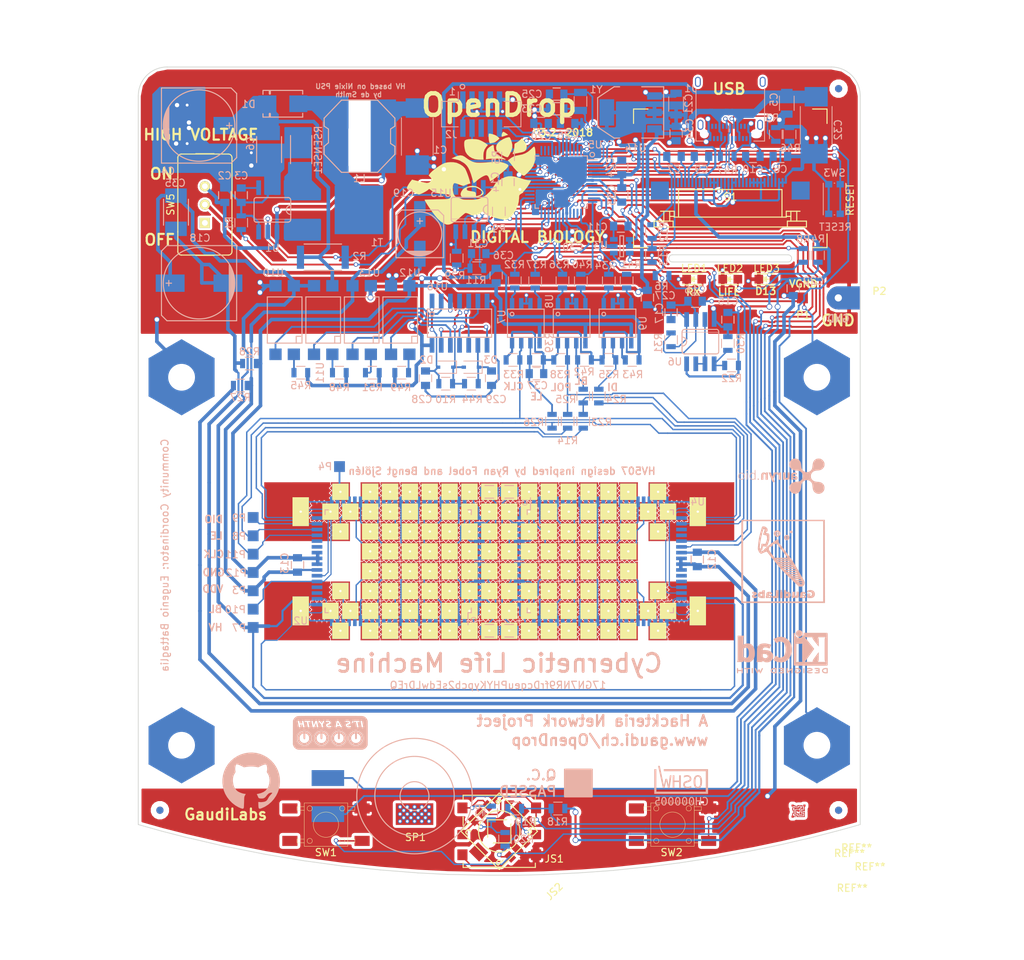
<source format=kicad_pcb>
(kicad_pcb (version 4) (host pcbnew 4.0.7-e2-6376~58~ubuntu16.04.1)
  (layers (0 F.Cu signal) (31 B.Cu signal) (34 B.Paste user) (35 F.Paste user) (36 B.SilkS user) (37 F.SilkS user) (38 B.Mask user) (39 F.Mask user) (44 Edge.Cuts user))
  (net 0 "")
  (net 1 "Net-(C1-Pad1)")
  (net 2 "Net-(D1-Pad2)")
  (net 3 GND)
  (net 4 V_HV)
  (net 5 "Net-(RSENSE1-Pad1)")
  (net 6 "Net-(T1-Pad1)")
  (net 7 "Net-(C7-Pad1)")
  (net 8 "Net-(C7-Pad2)")
  (net 9 "Net-(C8-Pad1)")
  (net 10 "Net-(C9-Pad1)")
  (net 11 "Net-(C9-Pad2)")
  (net 12 "Net-(C10-Pad1)")
  (net 13 "Net-(LED1-Pad2)")
  (net 14 CLK)
  (net 15 LE)
  (net 16 DISP_CS)
  (net 17 DISP_RES)
  (net 18 "Net-(LED2-Pad2)")
  (net 19 DISP_SCL)
  (net 20 DISP_SDA)
  (net 21 SW1)
  (net 22 SW2)
  (net 23 DISP_DC)
  (net 24 SPK)
  (net 25 RX_LED)
  (net 26 "Net-(JS1-Pad1)")
  (net 27 "Net-(JS1-Pad3)")
  (net 28 JOY)
  (net 29 "Net-(JS1-Pad2)")
  (net 30 SW3)
  (net 31 "Net-(U2-Pad26)")
  (net 32 BL)
  (net 33 DI)
  (net 34 DIO_B)
  (net 35 "Net-(C16-Pad1)")
  (net 36 FEEDBACK)
  (net 37 "Net-(R22-Pad2)")
  (net 38 "Net-(U6-Pad3)")
  (net 39 V_GND)
  (net 40 "Net-(R32-Pad1)")
  (net 41 VDD_C)
  (net 42 CLK_C)
  (net 43 "Net-(R34-Pad1)")
  (net 44 DI_C)
  (net 45 "Net-(R36-Pad1)")
  (net 46 POL)
  (net 47 "Net-(R37-Pad1)")
  (net 48 POL_C)
  (net 49 LE_C)
  (net 50 "Net-(R40-Pad1)")
  (net 51 "Net-(R41-Pad1)")
  (net 52 BL_C)
  (net 53 "Net-(R43-Pad1)")
  (net 54 "Net-(R45-Pad1)")
  (net 55 "Net-(R48-Pad1)")
  (net 56 "Net-(R49-Pad1)")
  (net 57 "Net-(R51-Pad1)")
  (net 58 GND_C)
  (net 59 V_HV_C)
  (net 60 +3V3)
  (net 61 "Net-(C20-Pad1)")
  (net 62 "Net-(C23-Pad2)")
  (net 63 AREF)
  (net 64 "Net-(C25-Pad2)")
  (net 65 AC)
  (net 66 "Net-(R3-Pad1)")
  (net 67 RESET)
  (net 68 SWDIO)
  (net 69 SWCLK)
  (net 70 D+)
  (net 71 "Net-(C3-Pad1)")
  (net 72 D13)
  (net 73 "Net-(R1-Pad1)")
  (net 74 "Net-(R2-Pad2)")
  (net 75 "Net-(LED3-Pad2)")
  (net 76 "Net-(C11-Pad2)")
  (net 77 "Net-(J2-Pad7)")
  (net 78 "Net-(J2-Pad6)")
  (net 79 "Net-(J2-Pad8)")
  (net 80 VSENS)
  (net 81 "Net-(R41-Pad2)")
  (net 82 "Net-(S1-Pad7)")
  (net 83 "Net-(S1-Pad1)")
  (net 84 "Net-(S1-Pad20)")
  (net 85 "Net-(SP1-Pad1)")
  (net 86 "Net-(SP1-Pad2)")
  (net 87 D-)
  (net 88 "Net-(U5-Pad38)")
  (net 89 "Net-(U5-Pad39)")
  (net 90 "Net-(U5-Pad41)")
  (net 91 "Net-(C28-Pad2)")
  (net 92 "Net-(C29-Pad2)")
  (net 93 "Net-(R7-Pad1)")
  (net 94 "Net-(R7-Pad2)")
  (net 95 "Net-(R15-Pad1)")
  (net 96 "Net-(R15-Pad2)")
  (net 97 "Net-(R16-Pad1)")
  (net 98 "Net-(R16-Pad2)")
  (net 99 "Net-(R17-Pad1)")
  (net 100 "Net-(R17-Pad2)")
  (net 101 "Net-(U2-Pad27)")
  (net 102 "Net-(U2-Pad28)")
  (net 103 "Net-(U2-Pad35)")
  (net 104 "Net-(U2-Pad36)")
  (net 105 "Net-(U2-Pad40)")
  (net 106 "Net-(U4-Pad25)")
  (net 107 "Net-(U4-Pad27)")
  (net 108 "Net-(U4-Pad28)")
  (net 109 "Net-(U4-Pad35)")
  (net 110 "Net-(U4-Pad36)")
  (net 111 "Net-(FLUXL_1_1-Pad1)")
  (net 112 "Net-(FLUXL_1_2-Pad1)")
  (net 113 "Net-(FLUXL_1_3-Pad1)")
  (net 114 "Net-(FLUXL_1_4-Pad1)")
  (net 115 "Net-(FLUXL_1_5-Pad1)")
  (net 116 "Net-(FLUXL_1_6-Pad1)")
  (net 117 "Net-(FLUXL_1_7-Pad1)")
  (net 118 "Net-(FLUXL_1_8-Pad1)")
  (net 119 "Net-(FLUXL_2_1-Pad1)")
  (net 120 "Net-(FLUXL_2_2-Pad1)")
  (net 121 "Net-(FLUXL_2_3-Pad1)")
  (net 122 "Net-(FLUXL_2_4-Pad1)")
  (net 123 "Net-(FLUXL_2_5-Pad1)")
  (net 124 "Net-(FLUXL_2_6-Pad1)")
  (net 125 "Net-(FLUXL_2_7-Pad1)")
  (net 126 "Net-(FLUXL_2_8-Pad1)")
  (net 127 "Net-(FLUXL_3_1-Pad1)")
  (net 128 "Net-(FLUXL_3_2-Pad1)")
  (net 129 "Net-(FLUXL_3_3-Pad1)")
  (net 130 "Net-(FLUXL_3_4-Pad1)")
  (net 131 "Net-(FLUXL_3_5-Pad1)")
  (net 132 "Net-(FLUXL_3_6-Pad1)")
  (net 133 "Net-(FLUXL_3_7-Pad1)")
  (net 134 "Net-(FLUXL_3_8-Pad1)")
  (net 135 "Net-(FLUXL_4_1-Pad1)")
  (net 136 "Net-(FLUXL_4_3-Pad1)")
  (net 137 "Net-(FLUXL_4_4-Pad1)")
  (net 138 "Net-(FLUXL_4_5-Pad1)")
  (net 139 "Net-(FLUXL_4_6-Pad1)")
  (net 140 "Net-(FLUXL_4_7-Pad1)")
  (net 141 "Net-(FLUXL_5_1-Pad1)")
  (net 142 "Net-(FLUXL_5_2-Pad1)")
  (net 143 "Net-(FLUXL_5_3-Pad1)")
  (net 144 "Net-(FLUXL_5_4-Pad1)")
  (net 145 "Net-(FLUXL_5_5-Pad1)")
  (net 146 "Net-(FLUXL_5_6-Pad1)")
  (net 147 "Net-(FLUXL_5_7-Pad1)")
  (net 148 "Net-(FLUXL_5_8-Pad1)")
  (net 149 "Net-(FLUXL_6_1-Pad1)")
  (net 150 "Net-(FLUXL_6_2-Pad1)")
  (net 151 "Net-(FLUXL_6_3-Pad1)")
  (net 152 "Net-(FLUXL_6_4-Pad1)")
  (net 153 "Net-(FLUXL_6_5-Pad1)")
  (net 154 "Net-(FLUXL_6_6-Pad1)")
  (net 155 "Net-(FLUXL_6_7-Pad1)")
  (net 156 "Net-(FLUXL_7_1-Pad1)")
  (net 157 "Net-(FLUXL_7_2-Pad1)")
  (net 158 "Net-(FLUXL_7_3-Pad1)")
  (net 159 "Net-(FLUXL_7_4-Pad1)")
  (net 160 "Net-(FLUXL_7_5-Pad1)")
  (net 161 "Net-(FLUXL_7_6-Pad1)")
  (net 162 "Net-(FLUXL_7_7-Pad1)")
  (net 163 "Net-(FLUXL_7_8-Pad1)")
  (net 164 "Net-(FLUXL_8_1-Pad1)")
  (net 165 "Net-(FLUXL_8_2-Pad1)")
  (net 166 "Net-(FLUXL_8_3-Pad1)")
  (net 167 "Net-(FLUXL_8_4-Pad1)")
  (net 168 "Net-(FLUXL_8_5-Pad1)")
  (net 169 "Net-(FLUXL_8_6-Pad1)")
  (net 170 "Net-(FLUXL_8_7-Pad1)")
  (net 171 "Net-(FLUXL_8_8-Pad1)")
  (net 172 "Net-(FLUXL_4_2-Pad1)")
  (net 173 "Net-(FLUXL_4_8-Pad1)")
  (net 174 "Net-(FLUXL_6_8-Pad1)")
  (net 175 "Net-(FLUXL_9_1-Pad1)")
  (net 176 "Net-(FLUXL_9_2-Pad1)")
  (net 177 "Net-(FLUXL_9_3-Pad1)")
  (net 178 "Net-(FLUXL_9_4-Pad1)")
  (net 179 "Net-(FLUXL_9_5-Pad1)")
  (net 180 "Net-(FLUXL_9_6-Pad1)")
  (net 181 "Net-(FLUXL_10_1-Pad1)")
  (net 182 "Net-(FLUXL_10_2-Pad1)")
  (net 183 "Net-(FLUXL_10_3-Pad1)")
  (net 184 "Net-(FLUXL_10_5-Pad1)")
  (net 185 "Net-(FLUXL_10_6-Pad1)")
  (net 186 "Net-(FLUXL_11_1-Pad1)")
  (net 187 "Net-(FLUXL_11_2-Pad1)")
  (net 188 "Net-(FLUXL_11_3-Pad1)")
  (net 189 "Net-(FLUXL_11_4-Pad1)")
  (net 190 "Net-(FLUXL_11_5-Pad1)")
  (net 191 "Net-(FLUXL_11_6-Pad1)")
  (net 192 "Net-(FLUXL_12_1-Pad1)")
  (net 193 "Net-(FLUXL_12_2-Pad1)")
  (net 194 "Net-(FLUXL_12_3-Pad1)")
  (net 195 "Net-(FLUXL_12_4-Pad1)")
  (net 196 "Net-(FLUXL_12_5-Pad1)")
  (net 197 "Net-(FLUXL_12_6-Pad1)")
  (net 198 "Net-(FLUXL_9_7-Pad1)")
  (net 199 "Net-(FLUXL_9_8-Pad1)")
  (net 200 "Net-(FLUXL_10_4-Pad1)")
  (net 201 "Net-(FLUXL_10_7-Pad1)")
  (net 202 "Net-(FLUXL_10_8-Pad1)")
  (net 203 "Net-(FLUXL_11_7-Pad1)")
  (net 204 "Net-(FLUXL_11_8-Pad1)")
  (net 205 "Net-(FLUXL_12_7-Pad1)")
  (net 206 "Net-(FLUXL_12_8-Pad1)")
  (net 207 "Net-(FLUXL_13_1-Pad1)")
  (net 208 "Net-(FLUXL_13_2-Pad1)")
  (net 209 "Net-(FLUXL_13_3-Pad1)")
  (net 210 "Net-(FLUXL_13_4-Pad1)")
  (net 211 "Net-(FLUXL_13_5-Pad1)")
  (net 212 "Net-(FLUXL_13_6-Pad1)")
  (net 213 "Net-(FLUXL_13_7-Pad1)")
  (net 214 "Net-(FLUXL_13_8-Pad1)")
  (net 215 "Net-(FLUXL_14_1-Pad1)")
  (net 216 "Net-(FLUXL_14_2-Pad1)")
  (net 217 "Net-(FLUXL_14_3-Pad1)")
  (net 218 "Net-(FLUXL_14_4-Pad1)")
  (net 219 "Net-(FLUXL_14_5-Pad1)")
  (net 220 "Net-(FLUXL_14_6-Pad1)")
  (net 221 "Net-(FLUXL_14_7-Pad1)")
  (net 222 "Net-(FLUXL_14_8-Pad1)")
  (net 223 "Net-(FLUXL_15_1-Pad1)")
  (net 224 "Net-(FLUXL_15_2-Pad1)")
  (net 225 "Net-(FLUXL_15_3-Pad1)")
  (net 226 "Net-(FLUXL_15_4-Pad1)")
  (net 227 "Net-(FLUXL_15_6-Pad1)")
  (net 228 "Net-(FLUXL_15_7-Pad1)")
  (net 229 "Net-(FLUXL_15_8-Pad1)")
  (net 230 "Net-(FLUXL_16_1-Pad1)")
  (net 231 "Net-(FLUXL_16_2-Pad1)")
  (net 232 "Net-(FLUXL_16_3-Pad1)")
  (net 233 "Net-(FLUXL_16_4-Pad1)")
  (net 234 "Net-(FLUXL_16_5-Pad1)")
  (net 235 "Net-(FLUXL_16_6-Pad1)")
  (net 236 "Net-(FLUXL_16_7-Pad1)")
  (net 237 "Net-(FLUXL_16_8-Pad1)")
  (net 238 "Net-(FLUXL_15_5-Pad1)")
  (net 239 "Net-(C31-Pad2)")
  (net 240 "Net-(D2-Pad1)")
  (net 241 V_SCK)
  (net 242 V_SI)
  (net 243 V_CS)
  (net 244 "Net-(U5-Pad37)")
  (net 245 "Net-(U10-Pad2)")
  (net 246 "Net-(U11-Pad2)")
  (net 247 "Net-(U12-Pad2)")
  (net 248 "Net-(U13-Pad2)")
  (net 249 V_USB)
  (net 250 "Net-(U5-Pad14)")
  (net 251 "Net-(U5-Pad15)")
  (net 252 "Net-(U5-Pad27)")
  (net 253 "Net-(J1-PadS1)")
  (net 254 "Net-(J1-PadA2)")
  (net 255 "Net-(J1-PadA3)")
  (net 256 "Net-(J1-PadA5)")
  (net 257 "Net-(J1-PadA10)")
  (net 258 "Net-(J1-PadA8)")
  (net 259 "Net-(J1-PadA11)")
  (net 260 "Net-(J1-PadB2)")
  (net 261 "Net-(J1-PadB3)")
  (net 262 "Net-(J1-PadB8)")
  (net 263 "Net-(J1-PadB10)")
  (net 264 "Net-(J1-PadB11)")
  (net 265 "Net-(C11-Pad1)")
  (net 266 "Net-(P15-Pad1)")
  (net 267 SENS_PAD)
  (net 268 POL_C2)
  (net 269 BL_C2)
  (net 270 "Net-(R24-Pad1)")
  (net 271 "Net-(R25-Pad1)")
  (net 272 "Net-(U16-Pad11)")
  (net 273 VDD_C2)
  (net 274 GND_C2)
  (net 275 "Net-(C37-Pad2)")
  (net 276 "Net-(J1-PadB5)")
  (module Capacitors_SMD:C_0805 (layer B.Cu) (at 107.95 34.757)
    (fp_text reference C25 (at -3.429 0 180) (layer B.SilkS) (effects (justify mirror)))
    (fp_text value 22pF)
    (pad 2 smd rect (at 1 0) (size 1 1.25) (layers B.Cu B.Paste B.Mask) (net 64 "Net-(C25-Pad2)"))
    (pad 1 smd rect (at -1 0) (size 1 1.25) (layers B.Cu B.Paste B.Mask) (net 3 GND))
  )
  (module Crystals:Crystal_SMD_3215-2pin_3.2x1.5mm (layer B.Cu) (at 111.252 35.773 270)
    (fp_text reference Y1 (at -1.651 -2.159 360) (layer B.SilkS) (effects (justify mirror)))
    (fp_text value 32.765)
    (pad 2 smd rect (at -1.25 0 270) (size 1 1.8) (layers B.Cu B.Paste B.Mask) (net 64 "Net-(C25-Pad2)"))
    (pad 1 smd rect (at 1.25 0 270) (size 1 1.8) (layers B.Cu B.Paste B.Mask) (net 62 "Net-(C23-Pad2)"))
  )
  (module GaudiLabsLogos:FLUXL_S2 (layer F.Cu) (at 96.266 46.441)
    (fp_text reference G*** hide)
    (fp_text value LOGO hide)
  )
  (module Capacitors_SMD:C_0805 (layer B.Cu) (at 101.219 46.949 270)
    (fp_text reference C14 (at 0 1.778 270) (layer B.SilkS) (effects (justify mirror)))
    (fp_text value 100nF)
    (pad 1 smd rect (at -1 0 270) (size 1 1.25) (layers B.Cu B.Paste B.Mask) (net 60 +3V3))
    (pad 2 smd rect (at 1 0 270) (size 1 1.25) (layers B.Cu B.Paste B.Mask) (net 3 GND))
  )
  (module LEDs:LED-0805 (layer F.Cu) (at 127 60.411)
    (fp_text reference LED1 (at 0 -1.524) (layer F.SilkS))
    (fp_text value LED)
    (pad 2 smd rect (at 1.04902 0 180) (size 1.19888 1.19888) (layers F.Cu F.Paste F.Mask) (net 13 "Net-(LED1-Pad2)"))
    (pad 1 smd rect (at -1.04902 0 180) (size 1.19888 1.19888) (layers F.Cu F.Paste F.Mask) (net 3 GND))
  )
  (module GaudiLabsFootPrints:SMD_DIP4 (layer B.Cu) (at 86.281 66.067 90)
    (fp_text reference U12 (at 6.545 1.349 180) (layer B.SilkS) (effects (justify mirror)))
    (fp_text value AQY210EH)
    (pad 2 smd rect (at -4.75 -1.27 90) (size 1.6 1.7) (layers B.Cu B.Paste B.Mask) (net 247 "Net-(U12-Pad2)"))
    (pad 1 smd rect (at -4.75 1.27 90) (size 1.6 1.7) (layers B.Cu B.Paste B.Mask) (net 56 "Net-(R49-Pad1)"))
    (pad 4 smd rect (at 4.75 1.27 90) (size 1.6 1.7) (layers B.Cu B.Paste B.Mask) (net 58 GND_C))
    (pad 3 smd rect (at 4.75 -1.27 90) (size 1.6 1.7) (layers B.Cu B.Paste B.Mask) (net 3 GND))
  )
  (module Capacitors_SMD:c_elec_10x10 (layer B.Cu) (at 58.42 60.96 180)
    (fp_text reference C18 (at -0.127 6.264 180) (layer B.SilkS) (effects (justify mirror)))
    (fp_text value "4u7, 250V")
    (pad 1 smd rect (at 4.0005 0 180) (size 4.0005 2.4003) (layers B.Cu B.Paste B.Mask) (net 59 V_HV_C))
    (pad 2 smd rect (at -4.0005 0 180) (size 4.0005 2.4003) (layers B.Cu B.Paste B.Mask) (net 274 GND_C2))
  )
  (module Resistors_SMD:R_0805 (layer B.Cu) (at 102.156 60.6695 90)
    (fp_text reference R32 (at 2.2905 -0.048 180) (layer B.SilkS) (effects (justify mirror)))
    (fp_text value 220)
    (pad 1 smd rect (at -0.95 0 90) (size 0.7 1.3) (layers B.Cu B.Paste B.Mask) (net 40 "Net-(R32-Pad1)"))
    (pad 2 smd rect (at 0.95 0 90) (size 0.7 1.3) (layers B.Cu B.Paste B.Mask) (net 14 CLK))
  )
  (module GaudiLabsFootPrints:HCPL_Optocoupler_SMD (layer B.Cu) (at 116.38 66.5115)
    (fp_text reference U9 (at 3.508 -0.0045 90) (layer B.SilkS) (effects (justify mirror)))
    (fp_text value HCPL0534)
    (pad 5 smd rect (at 1.905 2.7325) (size 0.61 1.52) (layers B.Cu B.Paste B.Mask) (net 58 GND_C))
    (pad 6 smd rect (at 0.635 2.7325) (size 0.61 1.52) (layers B.Cu B.Paste B.Mask) (net 53 "Net-(R43-Pad1)"))
    (pad 7 smd rect (at -0.635 2.7325) (size 0.61 1.52) (layers B.Cu B.Paste B.Mask) (net 270 "Net-(R24-Pad1)"))
    (pad 8 smd rect (at -1.905 2.7325) (size 0.61 1.52) (layers B.Cu B.Paste B.Mask) (net 41 VDD_C))
    (pad 1 smd rect (at -1.905 -2.7325) (size 0.61 1.52) (layers B.Cu B.Paste B.Mask) (net 43 "Net-(R34-Pad1)"))
    (pad 2 smd rect (at -0.635 -2.7325) (size 0.61 1.52) (layers B.Cu B.Paste B.Mask) (net 3 GND))
    (pad 3 smd rect (at 0.635 -2.7325) (size 0.61 1.52) (layers B.Cu B.Paste B.Mask) (net 3 GND))
    (pad 4 smd rect (at 1.905 -2.7325) (size 0.61 1.52) (layers B.Cu B.Paste B.Mask) (net 51 "Net-(R41-Pad1)"))
  )
  (module GaudiLabsFootPrints:HCPL_Optocoupler_SMD (layer B.Cu) (at 110.03 66.5115)
    (fp_text reference U8 (at -3.096 -3.0525 90) (layer B.SilkS) (effects (justify mirror)))
    (fp_text value HCPL0534)
    (pad 4 smd rect (at 1.905 -2.7325) (size 0.61 1.52) (layers B.Cu B.Paste B.Mask) (net 50 "Net-(R40-Pad1)"))
    (pad 3 smd rect (at 0.635 -2.7325) (size 0.61 1.52) (layers B.Cu B.Paste B.Mask) (net 3 GND))
    (pad 2 smd rect (at -0.635 -2.7325) (size 0.61 1.52) (layers B.Cu B.Paste B.Mask) (net 3 GND))
    (pad 1 smd rect (at -1.905 -2.7325) (size 0.61 1.52) (layers B.Cu B.Paste B.Mask) (net 45 "Net-(R36-Pad1)"))
    (pad 8 smd rect (at -1.905 2.7325) (size 0.61 1.52) (layers B.Cu B.Paste B.Mask) (net 41 VDD_C))
    (pad 7 smd rect (at -0.635 2.7325) (size 0.61 1.52) (layers B.Cu B.Paste B.Mask) (net 48 POL_C))
    (pad 6 smd rect (at 0.635 2.7325) (size 0.61 1.52) (layers B.Cu B.Paste B.Mask) (net 271 "Net-(R25-Pad1)"))
    (pad 5 smd rect (at 1.905 2.7325) (size 0.61 1.52) (layers B.Cu B.Paste B.Mask) (net 58 GND_C))
  )
  (module Resistors_SMD:R_0805 (layer B.Cu) (at 101.902 71.5915 180)
    (fp_text reference R33 (at -0.079 -2.0275 180) (layer B.SilkS) (effects (justify mirror)))
    (fp_text value 2.2k)
    (pad 1 smd rect (at -0.95 0 180) (size 0.7 1.3) (layers B.Cu B.Paste B.Mask) (net 42 CLK_C))
    (pad 2 smd rect (at 0.95 0 180) (size 0.7 1.3) (layers B.Cu B.Paste B.Mask) (net 41 VDD_C))
  )
  (module Resistors_SMD:R_0805 (layer B.Cu) (at 64.262 52.578 90)
    (fp_text reference R1 (at -0.086 -1.651 90) (layer B.SilkS) (effects (justify mirror)))
    (fp_text value 6.8k)
    (pad 1 smd rect (at -0.95 0 90) (size 0.7 1.3) (layers B.Cu B.Paste B.Mask) (net 73 "Net-(R1-Pad1)"))
    (pad 2 smd rect (at 0.95 0 90) (size 0.7 1.3) (layers B.Cu B.Paste B.Mask) (net 3 GND))
  )
  (module Resistors_SMD:R_0805 (layer B.Cu) (at 101.219 43.393 270)
    (fp_text reference R5 (at 0.127 1.651 450) (layer B.SilkS) (effects (justify mirror)))
    (fp_text value 10k)
    (pad 1 smd rect (at -0.95 0 270) (size 0.7 1.3) (layers B.Cu B.Paste B.Mask) (net 67 RESET))
    (pad 2 smd rect (at 0.95 0 270) (size 0.7 1.3) (layers B.Cu B.Paste B.Mask) (net 60 +3V3))
  )
  (module Resistors_SMD:R_0805 (layer B.Cu) (at 108.1278 133.7662)
    (fp_text reference R18 (at -0.0508 1.8288) (layer B.SilkS) (effects (justify mirror)))
    (fp_text value 10k)
    (pad 1 smd rect (at -0.95 0) (size 0.7 1.3) (layers B.Cu B.Paste B.Mask) (net 28 JOY))
    (pad 2 smd rect (at 0.95 0) (size 0.7 1.3) (layers B.Cu B.Paste B.Mask) (net 60 +3V3))
  )
  (module Resistors_SMD:R_0805 (layer B.Cu) (at 102.1334 133.7662)
    (fp_text reference R19 (at 1.4986 1.8288) (layer B.SilkS) (effects (justify mirror)))
    (fp_text value 10k)
    (pad 1 smd rect (at -0.95 0) (size 0.7 1.3) (layers B.Cu B.Paste B.Mask) (net 27 "Net-(JS1-Pad3)"))
    (pad 2 smd rect (at 0.95 0) (size 0.7 1.3) (layers B.Cu B.Paste B.Mask) (net 28 JOY))
  )
  (module Resistors_SMD:R_0805 (layer B.Cu) (at 100.8126 138.0334 270)
    (fp_text reference R20 (at -0.0254 -2.5654 360) (layer B.SilkS) (effects (justify mirror)))
    (fp_text value 10k)
    (pad 1 smd rect (at -0.95 0 270) (size 0.7 1.3) (layers B.Cu B.Paste B.Mask) (net 29 "Net-(JS1-Pad2)"))
    (pad 2 smd rect (at 0.95 0 270) (size 0.7 1.3) (layers B.Cu B.Paste B.Mask) (net 27 "Net-(JS1-Pad3)"))
  )
  (module Resistors_SMD:R_0805 (layer B.Cu) (at 98.8822 134.3758 270)
    (fp_text reference R21 (at 0.0762 1.6002 270) (layer B.SilkS) (effects (justify mirror)))
    (fp_text value 10k)
    (pad 1 smd rect (at -0.95 0 270) (size 0.7 1.3) (layers B.Cu B.Paste B.Mask) (net 26 "Net-(JS1-Pad1)"))
    (pad 2 smd rect (at 0.95 0 270) (size 0.7 1.3) (layers B.Cu B.Paste B.Mask) (net 29 "Net-(JS1-Pad2)"))
  )
  (module Resistors_SMD:R_0805 (layer B.Cu) (at 132.176 72.36304 180)
    (fp_text reference R22 (at 0 -1.778 180) (layer B.SilkS) (effects (justify mirror)))
    (fp_text value 10k)
    (pad 1 smd rect (at -0.95 0 180) (size 0.7 1.3) (layers B.Cu B.Paste B.Mask) (net 60 +3V3))
    (pad 2 smd rect (at 0.95 0 180) (size 0.7 1.3) (layers B.Cu B.Paste B.Mask) (net 37 "Net-(R22-Pad2)"))
  )
  (module Resistors_SMD:R_0805 (layer B.Cu) (at 131.668 69.31504 90)
    (fp_text reference R30 (at 0 1.778 90) (layer B.SilkS) (effects (justify mirror)))
    (fp_text value 10k)
    (pad 1 smd rect (at -0.95 0 90) (size 0.7 1.3) (layers B.Cu B.Paste B.Mask) (net 37 "Net-(R22-Pad2)"))
    (pad 2 smd rect (at 0.95 0 90) (size 0.7 1.3) (layers B.Cu B.Paste B.Mask) (net 3 GND))
  )
  (module Resistors_SMD:R_0805 (layer B.Cu) (at 123.794 68.80704 90)
    (fp_text reference R31 (at -0.49396 -1.747 90) (layer B.SilkS) (effects (justify mirror)))
    (fp_text value 15k)
    (pad 1 smd rect (at -0.95 0 90) (size 0.7 1.3) (layers B.Cu B.Paste B.Mask) (net 36 FEEDBACK))
    (pad 2 smd rect (at 0.95 0 90) (size 0.7 1.3) (layers B.Cu B.Paste B.Mask) (net 35 "Net-(C16-Pad1)"))
  )
  (module Resistors_SMD:R_0805 (layer B.Cu) (at 115.189 71.587 180)
    (fp_text reference R35 (at 0 -2.032 360) (layer B.SilkS) (effects (justify mirror)))
    (fp_text value 2.2k)
    (pad 1 smd rect (at -0.95 0 180) (size 0.7 1.3) (layers B.Cu B.Paste B.Mask) (net 270 "Net-(R24-Pad1)"))
    (pad 2 smd rect (at 0.95 0 180) (size 0.7 1.3) (layers B.Cu B.Paste B.Mask) (net 41 VDD_C))
  )
  (module Resistors_SMD:R_0805 (layer B.Cu) (at 108.506 71.5915 180)
    (fp_text reference R38 (at 0.048 -2.0275 180) (layer B.SilkS) (effects (justify mirror)))
    (fp_text value 2.2k)
    (pad 1 smd rect (at -0.95 0 180) (size 0.7 1.3) (layers B.Cu B.Paste B.Mask) (net 48 POL_C))
    (pad 2 smd rect (at 0.95 0 180) (size 0.7 1.3) (layers B.Cu B.Paste B.Mask) (net 41 VDD_C))
  )
  (module Resistors_SMD:R_0805 (layer B.Cu) (at 105.156 71.587)
    (fp_text reference R39 (at 1.778 -2.413 270) (layer B.SilkS) (effects (justify mirror)))
    (fp_text value 5.6k)
    (pad 1 smd rect (at -0.95 0) (size 0.7 1.3) (layers B.Cu B.Paste B.Mask) (net 275 "Net-(C37-Pad2)"))
    (pad 2 smd rect (at 0.95 0) (size 0.7 1.3) (layers B.Cu B.Paste B.Mask) (net 41 VDD_C))
  )
  (module Resistors_SMD:R_0805 (layer B.Cu) (at 111.808 71.5915)
    (fp_text reference R42 (at -0.048 1.6465) (layer B.SilkS) (effects (justify mirror)))
    (fp_text value 2.2k)
    (pad 1 smd rect (at -0.95 0) (size 0.7 1.3) (layers B.Cu B.Paste B.Mask) (net 271 "Net-(R25-Pad1)"))
    (pad 2 smd rect (at 0.95 0) (size 0.7 1.3) (layers B.Cu B.Paste B.Mask) (net 41 VDD_C))
  )
  (module Resistors_SMD:R_0805 (layer B.Cu) (at 96.139 74.889)
    (fp_text reference R44 (at 0.127 2.159) (layer B.SilkS) (effects (justify mirror)))
    (fp_text value 10k)
    (pad 1 smd rect (at -0.95 0) (size 0.7 1.3) (layers B.Cu B.Paste B.Mask) (net 240 "Net-(D2-Pad1)"))
    (pad 2 smd rect (at 0.95 0) (size 0.7 1.3) (layers B.Cu B.Paste B.Mask) (net 92 "Net-(C29-Pad2)"))
  )
  (module Resistors_SMD:R_0805 (layer B.Cu) (at 72.517 73.365)
    (fp_text reference R45 (at 0 1.778) (layer B.SilkS) (effects (justify mirror)))
    (fp_text value 220)
    (pad 1 smd rect (at -0.95 0) (size 0.7 1.3) (layers B.Cu B.Paste B.Mask) (net 54 "Net-(R45-Pad1)"))
    (pad 2 smd rect (at 0.95 0) (size 0.7 1.3) (layers B.Cu B.Paste B.Mask) (net 249 V_USB))
  )
  (module Resistors_SMD:R_0805 (layer B.Cu) (at 77.851 73.365)
    (fp_text reference R48 (at 0 2.032) (layer B.SilkS) (effects (justify mirror)))
    (fp_text value 220)
    (pad 1 smd rect (at -0.95 0) (size 0.7 1.3) (layers B.Cu B.Paste B.Mask) (net 55 "Net-(R48-Pad1)"))
    (pad 2 smd rect (at 0.95 0) (size 0.7 1.3) (layers B.Cu B.Paste B.Mask) (net 249 V_USB))
  )
  (module Resistors_SMD:R_0805 (layer B.Cu) (at 86.487 73.365 180)
    (fp_text reference R49 (at 0.127 -2.032 180) (layer B.SilkS) (effects (justify mirror)))
    (fp_text value 220)
    (pad 1 smd rect (at -0.95 0 180) (size 0.7 1.3) (layers B.Cu B.Paste B.Mask) (net 56 "Net-(R49-Pad1)"))
    (pad 2 smd rect (at 0.95 0 180) (size 0.7 1.3) (layers B.Cu B.Paste B.Mask) (net 249 V_USB))
  )
  (module Resistors_SMD:R_0805 (layer B.Cu) (at 82.423 73.365)
    (fp_text reference R51 (at 0 2.032) (layer B.SilkS) (effects (justify mirror)))
    (fp_text value 220)
    (pad 1 smd rect (at -0.95 0) (size 0.7 1.3) (layers B.Cu B.Paste B.Mask) (net 57 "Net-(R51-Pad1)"))
    (pad 2 smd rect (at 0.95 0) (size 0.7 1.3) (layers B.Cu B.Paste B.Mask) (net 249 V_USB))
  )
  (module Resistors_SMD:R_0805 (layer B.Cu) (at 117.65 60.6695 90)
    (fp_text reference R41 (at 2.2905 0.587 180) (layer B.SilkS) (effects (justify mirror)))
    (fp_text value 220)
    (pad 1 smd rect (at -0.95 0 90) (size 0.7 1.3) (layers B.Cu B.Paste B.Mask) (net 51 "Net-(R41-Pad1)"))
    (pad 2 smd rect (at 0.95 0 90) (size 0.7 1.3) (layers B.Cu B.Paste B.Mask) (net 81 "Net-(R41-Pad2)"))
  )
  (module Resistors_SMD:R_0805 (layer B.Cu) (at 118.412 71.5915)
    (fp_text reference R43 (at 0.079 2.0275) (layer B.SilkS) (effects (justify mirror)))
    (fp_text value 2.2k)
    (pad 1 smd rect (at -0.95 0) (size 0.7 1.3) (layers B.Cu B.Paste B.Mask) (net 53 "Net-(R43-Pad1)"))
    (pad 2 smd rect (at 0.95 0) (size 0.7 1.3) (layers B.Cu B.Paste B.Mask) (net 41 VDD_C))
  )
  (module Resistors_SMD:R_0805 (layer B.Cu) (at 140.208 40.345 90)
    (fp_text reference R3 (at 2.286 -2.413 180) (layer B.SilkS) (effects (justify mirror)))
    (fp_text value 390k)
    (pad 1 smd rect (at -0.95 0 90) (size 0.7 1.3) (layers B.Cu B.Paste B.Mask) (net 66 "Net-(R3-Pad1)"))
    (pad 2 smd rect (at 0.95 0 90) (size 0.7 1.3) (layers B.Cu B.Paste B.Mask) (net 3 GND))
  )
  (module Resistors_SMD:R_0805 (layer B.Cu) (at 144.145 57.109 270)
    (fp_text reference R4 (at -2.286 0 360) (layer B.SilkS) (effects (justify mirror)))
    (fp_text value 390)
    (pad 1 smd rect (at -0.95 0 270) (size 0.7 1.3) (layers B.Cu B.Paste B.Mask) (net 60 +3V3))
    (pad 2 smd rect (at 0.95 0 270) (size 0.7 1.3) (layers B.Cu B.Paste B.Mask) (net 18 "Net-(LED2-Pad2)"))
  )
  (module Resistors_SMD:R_0805 (layer B.Cu) (at 122.555 59.903)
    (fp_text reference R6 (at -0.08 1.472) (layer B.SilkS) (effects (justify mirror)))
    (fp_text value 390)
    (pad 1 smd rect (at -0.95 0) (size 0.7 1.3) (layers B.Cu B.Paste B.Mask) (net 25 RX_LED))
    (pad 2 smd rect (at 0.95 0) (size 0.7 1.3) (layers B.Cu B.Paste B.Mask) (net 13 "Net-(LED1-Pad2)"))
  )
  (module Resistors_SMD:R_0805 (layer B.Cu) (at 142.113 57.109 270)
    (fp_text reference R8 (at -2.286 0 360) (layer B.SilkS) (effects (justify mirror)))
    (fp_text value 390)
    (pad 1 smd rect (at -0.95 0 270) (size 0.7 1.3) (layers B.Cu B.Paste B.Mask) (net 72 D13))
    (pad 2 smd rect (at 0.95 0 270) (size 0.7 1.3) (layers B.Cu B.Paste B.Mask) (net 75 "Net-(LED3-Pad2)"))
  )
  (module Resistors_SMD:R_0805 (layer B.Cu) (at 115.175 60.675 90)
    (fp_text reference R34 (at 2.169 -0.494 180) (layer B.SilkS) (effects (justify mirror)))
    (fp_text value 220)
    (pad 1 smd rect (at -0.95 0 90) (size 0.7 1.3) (layers B.Cu B.Paste B.Mask) (net 43 "Net-(R34-Pad1)"))
    (pad 2 smd rect (at 0.95 0 90) (size 0.7 1.3) (layers B.Cu B.Paste B.Mask) (net 33 DI))
  )
  (module Resistors_SMD:R_0805 (layer B.Cu) (at 108.76 60.6695 90)
    (fp_text reference R36 (at 2.2905 -0.429 180) (layer B.SilkS) (effects (justify mirror)))
    (fp_text value 220)
    (pad 1 smd rect (at -0.95 0 90) (size 0.7 1.3) (layers B.Cu B.Paste B.Mask) (net 45 "Net-(R36-Pad1)"))
    (pad 2 smd rect (at 0.95 0 90) (size 0.7 1.3) (layers B.Cu B.Paste B.Mask) (net 46 POL))
  )
  (module Resistors_SMD:R_0805 (layer B.Cu) (at 104.975 60.675 90)
    (fp_text reference R37 (at 2.296 0.181 180) (layer B.SilkS) (effects (justify mirror)))
    (fp_text value 220)
    (pad 1 smd rect (at -0.95 0 90) (size 0.7 1.3) (layers B.Cu B.Paste B.Mask) (net 47 "Net-(R37-Pad1)"))
    (pad 2 smd rect (at 0.95 0 90) (size 0.7 1.3) (layers B.Cu B.Paste B.Mask) (net 15 LE))
  )
  (module Resistors_SMD:R_0805 (layer B.Cu) (at 111.3 60.6695 90)
    (fp_text reference R40 (at 2.2905 0.206 180) (layer B.SilkS) (effects (justify mirror)))
    (fp_text value 220)
    (pad 1 smd rect (at -0.95 0 90) (size 0.7 1.3) (layers B.Cu B.Paste B.Mask) (net 50 "Net-(R40-Pad1)"))
    (pad 2 smd rect (at 0.95 0 90) (size 0.7 1.3) (layers B.Cu B.Paste B.Mask) (net 32 BL))
  )
  (module Resistors_SMD:R_0805 (layer B.Cu) (at 99.949 51.013 90)
    (fp_text reference R9 (at -2.413 0 180) (layer B.SilkS) (effects (justify mirror)))
    (fp_text value 390k)
    (pad 1 smd rect (at -0.95 0 90) (size 0.7 1.3) (layers B.Cu B.Paste B.Mask) (net 80 VSENS))
    (pad 2 smd rect (at 0.95 0 90) (size 0.7 1.3) (layers B.Cu B.Paste B.Mask) (net 73 "Net-(R1-Pad1)"))
  )
  (module Resistors_SMD:R_0805 (layer B.Cu) (at 92.583 74.889 180)
    (fp_text reference R10 (at 0 -2.159 180) (layer B.SilkS) (effects (justify mirror)))
    (fp_text value 10k)
    (pad 1 smd rect (at -0.95 0 180) (size 0.7 1.3) (layers B.Cu B.Paste B.Mask) (net 240 "Net-(D2-Pad1)"))
    (pad 2 smd rect (at 0.95 0 180) (size 0.7 1.3) (layers B.Cu B.Paste B.Mask) (net 91 "Net-(C28-Pad2)"))
  )
  (module Resistors_SMD:R_0805 (layer B.Cu) (at 96.901 58.887)
    (fp_text reference R11 (at -0.127 1.651) (layer B.SilkS) (effects (justify mirror)))
    (fp_text value 47k)
    (pad 1 smd rect (at -0.95 0) (size 0.7 1.3) (layers B.Cu B.Paste B.Mask) (net 239 "Net-(C31-Pad2)"))
    (pad 2 smd rect (at 0.95 0) (size 0.7 1.3) (layers B.Cu B.Paste B.Mask) (net 60 +3V3))
  )
  (module GaudiLabsFootPrints:R_0805_HeatPad (layer B.Cu) (at 98.625 89.875)
    (fp_text reference R16 hide)
    (fp_text value 10R)
    (pad 3 smd rect (at 0 0) (size 0.8 1.3) (layers B.Cu B.Mask))
    (pad 1 smd rect (at -0.95 0) (size 0.7 1.3) (layers B.Cu B.Paste B.Mask) (net 97 "Net-(R16-Pad1)"))
    (pad 2 smd rect (at 0.95 0) (size 0.7 1.3) (layers B.Cu B.Paste B.Mask) (net 98 "Net-(R16-Pad2)"))
  )
  (module GaudiLabsFootPrints:D-Pak_TO252AA (layer B.Cu) (at 78.232 50.8 90)
    (fp_text reference T1 (at -4.531 4.826 180) (layer B.SilkS) (effects (justify mirror)))
    (fp_text value TK560P60Y)
    (pad 3 smd rect (at 2.18 -4.3 90) (size 1.55 2.78) (layers B.Cu B.Paste B.Mask) (net 5 "Net-(RSENSE1-Pad1)"))
    (pad 2 smd rect (at 0 2.335 90) (size 6.74 6.73) (layers B.Cu B.Paste B.Mask) (net 2 "Net-(D1-Pad2)"))
    (pad 1 smd rect (at -2.18 -4.3 90) (size 1.55 2.78) (layers B.Cu B.Paste B.Mask) (net 6 "Net-(T1-Pad1)"))
  )
  (module GaudiLabsFootPrints:SMD_DIP4 (layer B.Cu) (at 75.613 66.067 90)
    (fp_text reference U11 (at -7.298 -0.429 90) (layer B.SilkS) (effects (justify mirror)))
    (fp_text value AQY210EH)
    (pad 2 smd rect (at -4.75 -1.27 90) (size 1.6 1.7) (layers B.Cu B.Paste B.Mask) (net 246 "Net-(U11-Pad2)"))
    (pad 1 smd rect (at -4.75 1.27 90) (size 1.6 1.7) (layers B.Cu B.Paste B.Mask) (net 55 "Net-(R48-Pad1)"))
    (pad 4 smd rect (at 4.75 1.27 90) (size 1.6 1.7) (layers B.Cu B.Paste B.Mask) (net 4 V_HV))
    (pad 3 smd rect (at 4.75 -1.27 90) (size 1.6 1.7) (layers B.Cu B.Paste B.Mask) (net 59 V_HV_C))
  )
  (module GaudiLabsFootPrints:SMD_DIP4 (layer B.Cu) (at 70.279 66.067 90)
    (fp_text reference U10 (at 6.545 -1.572 360) (layer B.SilkS) (effects (justify mirror)))
    (fp_text value AQY210EH)
    (pad 2 smd rect (at -4.75 -1.27 90) (size 1.6 1.7) (layers B.Cu B.Paste B.Mask) (net 245 "Net-(U10-Pad2)"))
    (pad 1 smd rect (at -4.75 1.27 90) (size 1.6 1.7) (layers B.Cu B.Paste B.Mask) (net 54 "Net-(R45-Pad1)"))
    (pad 4 smd rect (at 4.75 1.27 90) (size 1.6 1.7) (layers B.Cu B.Paste B.Mask) (net 59 V_HV_C))
    (pad 3 smd rect (at 4.75 -1.27 90) (size 1.6 1.7) (layers B.Cu B.Paste B.Mask) (net 3 GND))
  )
  (module GaudiLabsFootPrints:SMD_DIP4 (layer B.Cu) (at 80.947 66.067 90)
    (fp_text reference U13 (at 6.545 1.095 360) (layer B.SilkS) (effects (justify mirror)))
    (fp_text value AQY210EH)
    (pad 2 smd rect (at -4.75 -1.27 90) (size 1.6 1.7) (layers B.Cu B.Paste B.Mask) (net 248 "Net-(U13-Pad2)"))
    (pad 1 smd rect (at -4.75 1.27 90) (size 1.6 1.7) (layers B.Cu B.Paste B.Mask) (net 57 "Net-(R51-Pad1)"))
    (pad 4 smd rect (at 4.75 1.27 90) (size 1.6 1.7) (layers B.Cu B.Paste B.Mask) (net 249 V_USB))
    (pad 3 smd rect (at 4.75 -1.27 90) (size 1.6 1.7) (layers B.Cu B.Paste B.Mask) (net 41 VDD_C))
  )
  (module GaudiLabsFootPrints:HCPL_Optocoupler_SMD (layer B.Cu) (at 103.68 66.5115)
    (fp_text reference U7 (at -3.35 -0.8935 90) (layer B.SilkS) (effects (justify mirror)))
    (fp_text value HCPL0534)
    (pad 5 smd rect (at 1.905 2.7325) (size 0.61 1.52) (layers B.Cu B.Paste B.Mask) (net 58 GND_C))
    (pad 6 smd rect (at 0.635 2.7325) (size 0.61 1.52) (layers B.Cu B.Paste B.Mask) (net 275 "Net-(C37-Pad2)"))
    (pad 7 smd rect (at -0.635 2.7325) (size 0.61 1.52) (layers B.Cu B.Paste B.Mask) (net 42 CLK_C))
    (pad 8 smd rect (at -1.905 2.7325) (size 0.61 1.52) (layers B.Cu B.Paste B.Mask) (net 41 VDD_C))
    (pad 1 smd rect (at -1.905 -2.7325) (size 0.61 1.52) (layers B.Cu B.Paste B.Mask) (net 40 "Net-(R32-Pad1)"))
    (pad 2 smd rect (at -0.635 -2.7325) (size 0.61 1.52) (layers B.Cu B.Paste B.Mask) (net 3 GND))
    (pad 3 smd rect (at 0.635 -2.7325) (size 0.61 1.52) (layers B.Cu B.Paste B.Mask) (net 3 GND))
    (pad 4 smd rect (at 1.905 -2.7325) (size 0.61 1.52) (layers B.Cu B.Paste B.Mask) (net 47 "Net-(R37-Pad1)"))
  )
  (module Capacitors_SMD:C_0805 (layer B.Cu) (at 123.794 64.99704 90)
    (fp_text reference C17 (at -0.11296 -1.62 90) (layer B.SilkS) (effects (justify mirror)))
    (fp_text value 1pF)
    (pad 1 smd rect (at -1 0 90) (size 1 1.25) (layers B.Cu B.Paste B.Mask) (net 36 FEEDBACK))
    (pad 2 smd rect (at 1 0 90) (size 1 1.25) (layers B.Cu B.Paste B.Mask) (net 35 "Net-(C16-Pad1)"))
  )
  (module GaudiLabsFootPrints:Switch_On-On (layer F.Cu) (at 59.23 50.065 90)
    (fp_text reference SW5 (at 0 -4.75 90) (layer F.SilkS))
    (fp_text value SPST)
    (pad 3 thru_hole rect (at -2.54 0 90) (size 1.397 1.397) (drill 0.8128) (layers *.Cu *.Mask F.SilkS))
    (pad 2 thru_hole circle (at 0 0 90) (size 1.397 1.397) (drill 0.8128) (layers *.Cu *.Mask F.SilkS) (net 249 V_USB))
    (pad 1 thru_hole circle (at 2.54 0 90) (size 1.397 1.397) (drill 0.8128) (layers *.Cu *.Mask F.SilkS) (net 1 "Net-(C1-Pad1)"))
  )
  (module GaudiLabsFootPrints:SO08 (layer B.Cu) (at 127.858 69.06104)
    (fp_text reference U6 (at -3.525 2.77996) (layer B.SilkS) (effects (justify mirror)))
    (fp_text value MCP6002)
    (pad 5 smd rect (at 1.905 3.0734) (size 0.6604 2.032) (layers B.Cu B.Paste B.Mask) (net 37 "Net-(R22-Pad2)"))
    (pad 6 smd rect (at 0.635 3.0734) (size 0.6604 2.032) (layers B.Cu B.Paste B.Mask) (net 38 "Net-(U6-Pad3)"))
    (pad 7 smd rect (at -0.635 3.0734) (size 0.6604 2.032) (layers B.Cu B.Paste B.Mask) (net 38 "Net-(U6-Pad3)"))
    (pad 8 smd rect (at -1.905 3.0734) (size 0.6604 2.032) (layers B.Cu B.Paste B.Mask) (net 60 +3V3))
    (pad 1 smd rect (at -1.905 -3.0734) (size 0.6604 2.032) (layers B.Cu B.Paste B.Mask) (net 36 FEEDBACK))
    (pad 2 smd rect (at -0.635 -3.0734) (size 0.6604 2.032) (layers B.Cu B.Paste B.Mask) (net 35 "Net-(C16-Pad1)"))
    (pad 3 smd rect (at 0.635 -3.0734) (size 0.6604 2.032) (layers B.Cu B.Paste B.Mask) (net 38 "Net-(U6-Pad3)"))
    (pad 4 smd rect (at 1.905 -3.0734) (size 0.6604 2.032) (layers B.Cu B.Paste B.Mask) (net 3 GND))
  )
  (module GaudiLabsFootPrints:JoystickSMD_SKQUSeries (layer F.Cu) (at 100 136.925)
    (fp_text reference JS1 (at 7.617 3.81) (layer F.SilkS))
    (fp_text value JoystickSMD)
    (pad 1 smd rect (at -5.1 -3.25) (size 1.4 1.5) (layers F.Cu F.Paste F.Mask) (net 26 "Net-(JS1-Pad1)"))
    (pad 6 smd rect (at 5.1 -3.25) (size 1.4 1.5) (layers F.Cu F.Paste F.Mask) (net 30 SW3))
    (pad 3 smd rect (at -5.1 3.25) (size 1.4 1.5) (layers F.Cu F.Paste F.Mask) (net 27 "Net-(JS1-Pad3)"))
    (pad 4 smd rect (at 5.1 3.25) (size 1.4 1.5) (layers F.Cu F.Paste F.Mask) (net 3 GND))
    (pad 2 smd rect (at -5.1 0.45) (size 1.4 1.3) (layers F.Cu F.Paste F.Mask) (net 29 "Net-(JS1-Pad2)"))
    (pad 5 smd rect (at 5.1 0.45) (size 1.4 1.3) (layers F.Cu F.Paste F.Mask) (net 28 JOY))
  )
  (module Resistors_SMD:R_2512 (layer B.Cu) (at 75.565 57.363)
    (fp_text reference R2 (at 5.08 -0.127) (layer B.SilkS) (effects (justify mirror)))
    (fp_text value 1M5)
    (pad 1 smd rect (at -3.1 0) (size 1 3.2) (layers B.Cu B.Paste B.Mask) (net 4 V_HV))
    (pad 2 smd rect (at 3.1 0) (size 1 3.2) (layers B.Cu B.Paste B.Mask) (net 74 "Net-(R2-Pad2)"))
  )
  (module Resistors_SMD:R_2010 (layer B.Cu) (at 72.565 42.445 90)
    (fp_text reference RSENSE1 (at -0.059 2.365 90) (layer B.SilkS) (effects (justify mirror)))
    (fp_text value 0R1)
    (pad 1 smd rect (at -2.45 0 90) (size 1 2.5) (layers B.Cu B.Paste B.Mask) (net 5 "Net-(RSENSE1-Pad1)"))
    (pad 2 smd rect (at 2.45 0 90) (size 1 2.5) (layers B.Cu B.Paste B.Mask) (net 3 GND))
  )
  (module Capacitors_SMD:C_0805 (layer B.Cu) (at 61.976 48.768 90)
    (fp_text reference C2 (at 2.708 0 180) (layer B.SilkS) (effects (justify mirror)))
    (fp_text value 100nF)
    (pad 1 smd rect (at -1 0 90) (size 1 1.25) (layers B.Cu B.Paste B.Mask) (net 1 "Net-(C1-Pad1)"))
    (pad 2 smd rect (at 1 0 90) (size 1 1.25) (layers B.Cu B.Paste B.Mask) (net 3 GND))
  )
  (module Capacitors_SMD:C_0805 (layer B.Cu) (at 64.262 48.768 270)
    (fp_text reference C3 (at -2.708 0 360) (layer B.SilkS) (effects (justify mirror)))
    (fp_text value 100nF)
    (pad 1 smd rect (at -1 0 270) (size 1 1.25) (layers B.Cu B.Paste B.Mask) (net 71 "Net-(C3-Pad1)"))
    (pad 2 smd rect (at 1 0 270) (size 1 1.25) (layers B.Cu B.Paste B.Mask) (net 3 GND))
  )
  (module Capacitors_SMD:C_0805 (layer B.Cu) (at 127.432 99.246 270)
    (fp_text reference C12 (at 0 -2.032 270) (layer B.SilkS) (effects (justify mirror)))
    (fp_text value 100nF)
    (pad 1 smd rect (at -1 0 270) (size 1 1.25) (layers B.Cu B.Paste B.Mask) (net 273 VDD_C2))
    (pad 2 smd rect (at 1 0 270) (size 1 1.25) (layers B.Cu B.Paste B.Mask) (net 274 GND_C2))
  )
  (module Capacitors_SMD:C_0805 (layer B.Cu) (at 72.06 100.008 90)
    (fp_text reference C13 (at 0.254 -1.778 90) (layer B.SilkS) (effects (justify mirror)))
    (fp_text value 100nF)
    (pad 1 smd rect (at -1 0 90) (size 1 1.25) (layers B.Cu B.Paste B.Mask) (net 41 VDD_C))
    (pad 2 smd rect (at 1 0 90) (size 1 1.25) (layers B.Cu B.Paste B.Mask) (net 58 GND_C))
  )
  (module GaudiLabsFootPrints:DO-214AA (layer B.Cu) (at 70.025 36.095 180)
    (fp_text reference D1 (at 4.747 -0.059 180) (layer B.SilkS) (effects (justify mirror)))
    (fp_text value ES2F)
    (pad 1 smd rect (at 2.15 0 180) (size 2.5 2.3) (layers B.Cu B.Paste B.Mask) (net 4 V_HV))
    (pad 2 smd rect (at -2.15 0 180) (size 2.5 2.3) (layers B.Cu B.Paste B.Mask) (net 2 "Net-(D1-Pad2)"))
  )
  (module Fiducials:Fiducial_1mm_Dia_2.54mm_Outer_CopperTop (layer F.Cu) (at 147 134)
    (fp_text reference REF** hide)
    (fp_text value Fiducial_1mm_Dia_2.54mm_Outer_CopperTop)
    (pad ~ smd circle (at 0 0) (size 1 1) (layers F.Cu F.Mask) (clearance 0.77))
  )
  (module Fiducials:Fiducial_1mm_Dia_2.54mm_Outer_CopperBottom (layer F.Cu) (at 147 34)
    (fp_text reference REF** hide)
    (fp_text value Fiducial_1mm_Dia_2.54mm_Outer_CopperBottom)
    (pad ~ smd circle (at 0 0) (size 1 1) (layers B.Cu B.Mask) (clearance 0.77))
  )
  (module Fiducials:Fiducial_1mm_Dia_2.54mm_Outer_CopperTop (layer F.Cu) (at 147 34)
    (fp_text reference REF** hide)
    (fp_text value Fiducial_1mm_Dia_2.54mm_Outer_CopperTop)
    (pad ~ smd circle (at 0 0) (size 1 1) (layers F.Cu F.Mask) (clearance 0.77))
  )
  (module Fiducials:Fiducial_1mm_Dia_2.54mm_Outer_CopperTop (layer F.Cu) (at 53 134)
    (fp_text reference REF** hide)
    (fp_text value Fiducial_1mm_Dia_2.54mm_Outer_CopperTop)
    (pad ~ smd circle (at 0 0) (size 1 1) (layers F.Cu F.Mask) (clearance 0.77))
  )
  (module Fiducials:Fiducial_1mm_Dia_2.54mm_Outer_CopperBottom (layer F.Cu) (at 147 134)
    (fp_text reference REF** hide)
    (fp_text value Fiducial_1mm_Dia_2.54mm_Outer_CopperBottom)
    (pad ~ smd circle (at 0 0) (size 1 1) (layers B.Cu B.Mask) (clearance 0.77))
  )
  (module Fiducials:Fiducial_1mm_Dia_2.54mm_Outer_CopperBottom (layer F.Cu) (at 53 134)
    (fp_text reference REF** hide)
    (fp_text value Fiducial_1mm_Dia_2.54mm_Outer_CopperBottom)
    (pad ~ smd circle (at 0 0) (size 1 1) (layers B.Cu B.Mask) (clearance 0.77))
  )
  (module GaudiLabsFootPrints:PUSH_BUTTON_SMD (layer F.Cu) (at 76 136 180)
    (fp_text reference SW1 (at 0.006 -3.846 180) (layer F.SilkS))
    (fp_text value SW_PUSH)
    (pad 3 smd rect (at 5 -2.25 180) (size 2.1 1.4) (layers F.Cu F.Paste F.Mask))
    (pad 4 smd rect (at 5 2.25 180) (size 2.1 1.4) (layers F.Cu F.Paste F.Mask))
    (pad 1 smd rect (at -5 -2.25 180) (size 2.1 1.4) (layers F.Cu F.Paste F.Mask) (net 21 SW1))
    (pad 2 smd rect (at -5 2.25 180) (size 2.1 1.4) (layers F.Cu F.Paste F.Mask) (net 3 GND))
  )
  (module GaudiLabsFootPrints:PUSH_BUTTON_SMD (layer F.Cu) (at 124 136 180)
    (fp_text reference SW2 (at 0.127 -3.846 180) (layer F.SilkS))
    (fp_text value SW_PUSH)
    (pad 3 smd rect (at 5 -2.25 180) (size 2.1 1.4) (layers F.Cu F.Paste F.Mask))
    (pad 4 smd rect (at 5 2.25 180) (size 2.1 1.4) (layers F.Cu F.Paste F.Mask))
    (pad 1 smd rect (at -5 -2.25 180) (size 2.1 1.4) (layers F.Cu F.Paste F.Mask) (net 22 SW2))
    (pad 2 smd rect (at -5 2.25 180) (size 2.1 1.4) (layers F.Cu F.Paste F.Mask) (net 3 GND))
  )
  (module Capacitors_SMD:C_0805 (layer B.Cu) (at 131.668 66.01304 270)
    (fp_text reference C15 (at -2.55404 -0.031 360) (layer B.SilkS) (effects (justify mirror)))
    (fp_text value 1uF)
    (pad 1 smd rect (at -1 0 270) (size 1 1.25) (layers B.Cu B.Paste B.Mask) (net 60 +3V3))
    (pad 2 smd rect (at 1 0 270) (size 1 1.25) (layers B.Cu B.Paste B.Mask) (net 3 GND))
  )
  (module Capacitors_SMD:C_0805 (layer B.Cu) (at 127.127 63.459)
    (fp_text reference C16 (at -0.052 -1.584) (layer B.SilkS) (effects (justify mirror)))
    (fp_text value 1uF)
    (pad 1 smd rect (at -1 0) (size 1 1.25) (layers B.Cu B.Paste B.Mask) (net 35 "Net-(C16-Pad1)"))
    (pad 2 smd rect (at 1 0) (size 1 1.25) (layers B.Cu B.Paste B.Mask) (net 39 V_GND))
  )
  (module GaudiLabsFootPrints:R_0805_HeatPad (layer B.Cu) (at 101.375 109.125)
    (fp_text reference R17 hide)
    (fp_text value 10R)
    (pad 3 smd rect (at 0 0) (size 0.8 1.3) (layers B.Cu B.Mask))
    (pad 1 smd rect (at -0.95 0) (size 0.7 1.3) (layers B.Cu B.Paste B.Mask) (net 99 "Net-(R17-Pad1)"))
    (pad 2 smd rect (at 0.95 0) (size 0.7 1.3) (layers B.Cu B.Paste B.Mask) (net 100 "Net-(R17-Pad2)"))
  )
  (module GaudiLabsFootPrints:R_0805_HeatPad (layer B.Cu) (at 101.375 89.875)
    (fp_text reference R15 hide)
    (fp_text value 10R)
    (pad 3 smd rect (at 0 0) (size 0.8 1.3) (layers B.Cu B.Mask))
    (pad 1 smd rect (at -0.95 0) (size 0.7 1.3) (layers B.Cu B.Paste B.Mask) (net 95 "Net-(R15-Pad1)"))
    (pad 2 smd rect (at 0.95 0) (size 0.7 1.3) (layers B.Cu B.Paste B.Mask) (net 96 "Net-(R15-Pad2)"))
  )
  (module GaudiLabsFootPrints:R_0805_HeatPad (layer B.Cu) (at 98.625 109.125 180)
    (fp_text reference R7 hide)
    (fp_text value 10R)
    (pad 3 smd rect (at 0 0 180) (size 0.8 1.3) (layers B.Cu B.Mask))
    (pad 1 smd rect (at -0.95 0 180) (size 0.7 1.3) (layers B.Cu B.Paste B.Mask) (net 93 "Net-(R7-Pad1)"))
    (pad 2 smd rect (at 0.95 0 180) (size 0.7 1.3) (layers B.Cu B.Paste B.Mask) (net 94 "Net-(R7-Pad2)"))
  )
  (module Capacitors_SMD:c_elec_10x10 (layer B.Cu) (at 58.42 39.116)
    (fp_text reference C4 (at -4.318 6.309) (layer B.SilkS) (effects (justify mirror)))
    (fp_text value "4u7, 250V")
    (pad 1 smd rect (at 4.0005 0) (size 4.0005 2.4003) (layers B.Cu B.Paste B.Mask) (net 4 V_HV))
    (pad 2 smd rect (at -4.0005 0) (size 4.0005 2.4003) (layers B.Cu B.Paste B.Mask) (net 3 GND))
  )
  (module Capacitors_SMD:C_0805 (layer B.Cu) (at 105.791 38.821 180)
    (fp_text reference C20 (at 0 -1.778 180) (layer B.SilkS) (effects (justify mirror)))
    (fp_text value 1uF)
    (pad 1 smd rect (at -1 0 180) (size 1 1.25) (layers B.Cu B.Paste B.Mask) (net 61 "Net-(C20-Pad1)"))
    (pad 2 smd rect (at 1 0 180) (size 1 1.25) (layers B.Cu B.Paste B.Mask) (net 3 GND))
  )
  (module Capacitors_SMD:C_0805 (layer B.Cu) (at 140.716 61.681 90)
    (fp_text reference C22 (at 1.016 2.794 180) (layer B.SilkS) (effects (justify mirror)))
    (fp_text value 100nF)
    (pad 1 smd rect (at -1 0 90) (size 1 1.25) (layers B.Cu B.Paste B.Mask) (net 3 GND))
    (pad 2 smd rect (at 1 0 90) (size 1 1.25) (layers B.Cu B.Paste B.Mask) (net 60 +3V3))
  )
  (module Capacitors_SMD:C_0805 (layer B.Cu) (at 107.95 36.789)
    (fp_text reference C23 (at -3.429 0 180) (layer B.SilkS) (effects (justify mirror)))
    (fp_text value 22pF)
    (pad 2 smd rect (at 1 0) (size 1 1.25) (layers B.Cu B.Paste B.Mask) (net 62 "Net-(C23-Pad2)"))
    (pad 1 smd rect (at -1 0) (size 1 1.25) (layers B.Cu B.Paste B.Mask) (net 3 GND))
  )
  (module Capacitors_SMD:C_0805 (layer B.Cu) (at 116.967 44.917 90)
    (fp_text reference C24 (at 0.042 -1.582 90) (layer B.SilkS) (effects (justify mirror)))
    (fp_text value 1uF)
    (pad 1 smd rect (at -1 0 90) (size 1 1.25) (layers B.Cu B.Paste B.Mask) (net 3 GND))
    (pad 2 smd rect (at 1 0 90) (size 1 1.25) (layers B.Cu B.Paste B.Mask) (net 63 AREF))
  )
  (module Measurement_Points:Measurement_Point_Square-SMD-Pad_Small (layer F.Cu) (at 143.3 62.525)
    (fp_text reference P1 (at -1.187 2.839) (layer F.SilkS))
    (fp_text value CONN_01X01)
    (pad 1 smd rect (at -1.3 0.475) (size 1.50114 1.50114) (layers F.Cu F.Mask) (net 39 V_GND))
  )
  (module Measurement_Points:Measurement_Point_Square-SMD-Pad_Small (layer B.Cu) (at 65.913 103.591)
    (fp_text reference P3 (at -1.953 -0.068) (layer B.SilkS) (effects (justify mirror)))
    (fp_text value CONN_01X01)
    (pad 1 smd rect (at 0 0) (size 1.50114 1.50114) (layers B.Cu B.Paste B.Mask) (net 41 VDD_C))
  )
  (module Measurement_Points:Measurement_Point_Square-SMD-Pad_Small (layer B.Cu) (at 65.913 108.671)
    (fp_text reference P7 (at -1.953 0.059) (layer B.SilkS) (effects (justify mirror)))
    (fp_text value CONN_01X01)
    (pad 1 smd rect (at 0 0) (size 1.50114 1.50114) (layers B.Cu B.Paste B.Mask) (net 59 V_HV_C))
  )
  (module Measurement_Points:Measurement_Point_Square-SMD-Pad_Small (layer B.Cu) (at 65.913 95.971)
    (fp_text reference P8 (at -1.953 0.059) (layer B.SilkS) (effects (justify mirror)))
    (fp_text value CONN_01X01)
    (pad 1 smd rect (at 0 0) (size 1.50114 1.50114) (layers B.Cu B.Paste B.Mask) (net 49 LE_C))
  )
  (module Measurement_Points:Measurement_Point_Square-SMD-Pad_Small (layer B.Cu) (at 65.913 93.431)
    (fp_text reference P9 (at -1.953 0.059) (layer B.SilkS) (effects (justify mirror)))
    (fp_text value CONN_01X01)
    (pad 1 smd rect (at 0 0) (size 1.50114 1.50114) (layers B.Cu B.Paste B.Mask) (net 34 DIO_B))
  )
  (module Measurement_Points:Measurement_Point_Square-SMD-Pad_Small (layer B.Cu) (at 65.913 106.131)
    (fp_text reference P10 (at -2.461 0.059) (layer B.SilkS) (effects (justify mirror)))
    (fp_text value CONN_01X01)
    (pad 1 smd rect (at 0 0) (size 1.50114 1.50114) (layers B.Cu B.Paste B.Mask) (net 269 BL_C2))
  )
  (module Measurement_Points:Measurement_Point_Square-SMD-Pad_Small (layer B.Cu) (at 65.913 98.511)
    (fp_text reference P11 (at -2.461 0.059) (layer B.SilkS) (effects (justify mirror)))
    (fp_text value CONN_01X01)
    (pad 1 smd rect (at 0 0) (size 1.50114 1.50114) (layers B.Cu B.Paste B.Mask) (net 42 CLK_C))
  )
  (module Measurement_Points:Measurement_Point_Square-SMD-Pad_Small (layer B.Cu) (at 65.913 101.051)
    (fp_text reference P12 (at -2.334 0.059) (layer B.SilkS) (effects (justify mirror)))
    (fp_text value CONN_01X01)
    (pad 1 smd rect (at 0 0) (size 1.50114 1.50114) (layers B.Cu B.Paste B.Mask) (net 58 GND_C))
  )
  (module Capacitors_SMD:c_elec_6.3x5.8 (layer B.Cu) (at 89 54.125 90)
    (fp_text reference C19 (at 5.652 -2.259 180) (layer B.SilkS) (effects (justify mirror)))
    (fp_text value "22uF, 50V")
    (pad 1 smd rect (at 2.75082 0 90) (size 3.59918 1.6002) (layers B.Cu B.Paste B.Mask) (net 41 VDD_C))
    (pad 2 smd rect (at -2.75082 0 90) (size 3.59918 1.6002) (layers B.Cu B.Paste B.Mask) (net 58 GND_C))
  )
  (module GaudiLabsFootPrints:SRN1060 (layer B.Cu) (at 80.645 40.599 180)
    (fp_text reference L1 (at 0 -5.842 360) (layer B.SilkS) (effects (justify mirror)))
    (fp_text value 100uH)
    (pad 1 smd rect (at -3.3 0 180) (size 3.5 10.2) (layers B.Cu B.Paste B.Mask) (net 1 "Net-(C1-Pad1)"))
    (pad 2 smd rect (at 3.3 0 180) (size 3.5 10.2) (layers B.Cu B.Paste B.Mask) (net 2 "Net-(D1-Pad2)"))
  )
  (module Capacitors_SMD:C_0805 (layer B.Cu) (at 124.206 43.393)
    (fp_text reference C7 (at 0 1.778) (layer B.SilkS) (effects (justify mirror)))
    (fp_text value 1uF)
    (pad 2 smd rect (at 1 0) (size 1 1.25) (layers B.Cu B.Paste B.Mask) (net 8 "Net-(C7-Pad2)"))
    (pad 1 smd rect (at -1 0) (size 1 1.25) (layers B.Cu B.Paste B.Mask) (net 7 "Net-(C7-Pad1)"))
  )
  (module Capacitors_SMD:C_0805 (layer B.Cu) (at 138.938 43.393)
    (fp_text reference C8 (at 0 1.778) (layer B.SilkS) (effects (justify mirror)))
    (fp_text value 2.2uF)
    (pad 1 smd rect (at -1 0) (size 1 1.25) (layers B.Cu B.Paste B.Mask) (net 9 "Net-(C8-Pad1)"))
    (pad 2 smd rect (at 1 0) (size 1 1.25) (layers B.Cu B.Paste B.Mask) (net 3 GND))
  )
  (module Capacitors_SMD:C_0805 (layer B.Cu) (at 128.016 43.393)
    (fp_text reference C9 (at 0 1.778) (layer B.SilkS) (effects (justify mirror)))
    (fp_text value 1uF)
    (pad 1 smd rect (at -1 0) (size 1 1.25) (layers B.Cu B.Paste B.Mask) (net 10 "Net-(C9-Pad1)"))
    (pad 2 smd rect (at 1 0) (size 1 1.25) (layers B.Cu B.Paste B.Mask) (net 11 "Net-(C9-Pad2)"))
  )
  (module Capacitors_SMD:C_0805 (layer B.Cu) (at 135.128 43.393)
    (fp_text reference C10 (at 0 1.778) (layer B.SilkS) (effects (justify mirror)))
    (fp_text value 2.2uF)
    (pad 2 smd rect (at 1 0) (size 1 1.25) (layers B.Cu B.Paste B.Mask) (net 3 GND))
    (pad 1 smd rect (at -1 0) (size 1 1.25) (layers B.Cu B.Paste B.Mask) (net 12 "Net-(C10-Pad1)"))
  )
  (module Capacitors_SMD:C_0805 (layer B.Cu) (at 116.84 53.045 180)
    (fp_text reference C11 (at 3.265 -0.13 180) (layer B.SilkS) (effects (justify mirror)))
    (fp_text value 1uF)
    (pad 1 smd rect (at -1 0 180) (size 1 1.25) (layers B.Cu B.Paste B.Mask) (net 265 "Net-(C11-Pad1)"))
    (pad 2 smd rect (at 1 0 180) (size 1 1.25) (layers B.Cu B.Paste B.Mask) (net 76 "Net-(C11-Pad2)"))
  )
  (module GaudiLabsFootPrints:C_1913 (layer B.Cu) (at 68.12 42.445 270)
    (fp_text reference C6 (at -0.83 2.588 270) (layer B.SilkS) (effects (justify mirror)))
    (fp_text value "100nF, 250V")
    (pad 1 smd rect (at -2.3 0 270) (size 2 3) (layers B.Cu B.Paste B.Mask) (net 4 V_HV))
    (pad 2 smd rect (at 2.3 0 270) (size 2 3) (layers B.Cu B.Paste B.Mask) (net 3 GND))
  )
  (module Capacitors_SMD:C_0805 (layer B.Cu) (at 120.523 62.951 90)
    (fp_text reference C27 (at 0.276 2.452 180) (layer B.SilkS) (effects (justify mirror)))
    (fp_text value 1uF)
    (pad 1 smd rect (at -1 0 90) (size 1 1.25) (layers B.Cu B.Paste B.Mask) (net 3 GND))
    (pad 2 smd rect (at 1 0 90) (size 1 1.25) (layers B.Cu B.Paste B.Mask) (net 249 V_USB))
  )
  (module GaudiLabsFootPrints:SO08 (layer B.Cu) (at 68.58 50.8 180)
    (fp_text reference U1 (at 0 -5.293 180) (layer B.SilkS) (effects (justify mirror)))
    (fp_text value MAX1771ESA)
    (pad 5 smd rect (at 1.905 3.0734 180) (size 0.6604 2.032) (layers B.Cu B.Paste B.Mask) (net 71 "Net-(C3-Pad1)"))
    (pad 6 smd rect (at 0.635 3.0734 180) (size 0.6604 2.032) (layers B.Cu B.Paste B.Mask) (net 3 GND))
    (pad 7 smd rect (at -0.635 3.0734 180) (size 0.6604 2.032) (layers B.Cu B.Paste B.Mask) (net 3 GND))
    (pad 8 smd rect (at -1.905 3.0734 180) (size 0.6604 2.032) (layers B.Cu B.Paste B.Mask) (net 5 "Net-(RSENSE1-Pad1)"))
    (pad 1 smd rect (at -1.905 -3.0734 180) (size 0.6604 2.032) (layers B.Cu B.Paste B.Mask) (net 6 "Net-(T1-Pad1)"))
    (pad 2 smd rect (at -0.635 -3.0734 180) (size 0.6604 2.032) (layers B.Cu B.Paste B.Mask) (net 1 "Net-(C1-Pad1)"))
    (pad 3 smd rect (at 0.635 -3.0734 180) (size 0.6604 2.032) (layers B.Cu B.Paste B.Mask) (net 74 "Net-(R2-Pad2)"))
    (pad 4 smd rect (at 1.905 -3.0734 180) (size 0.6604 2.032) (layers B.Cu B.Paste B.Mask) (net 3 GND))
  )
  (module GaudiLabsFootPrints:SO08 (layer B.Cu) (at 95.885 50.759 180)
    (fp_text reference U15 (at 3.937 2.286 180) (layer B.SilkS) (effects (justify mirror)))
    (fp_text value MCP41010)
    (pad 5 smd rect (at 1.905 3.0734 180) (size 0.6604 2.032) (layers B.Cu B.Paste B.Mask) (net 74 "Net-(R2-Pad2)"))
    (pad 6 smd rect (at 0.635 3.0734 180) (size 0.6604 2.032) (layers B.Cu B.Paste B.Mask) (net 74 "Net-(R2-Pad2)"))
    (pad 7 smd rect (at -0.635 3.0734 180) (size 0.6604 2.032) (layers B.Cu B.Paste B.Mask) (net 73 "Net-(R1-Pad1)"))
    (pad 8 smd rect (at -1.905 3.0734 180) (size 0.6604 2.032) (layers B.Cu B.Paste B.Mask) (net 60 +3V3))
    (pad 1 smd rect (at -1.905 -3.0734 180) (size 0.6604 2.032) (layers B.Cu B.Paste B.Mask) (net 243 V_CS))
    (pad 2 smd rect (at -0.635 -3.0734 180) (size 0.6604 2.032) (layers B.Cu B.Paste B.Mask) (net 241 V_SCK))
    (pad 3 smd rect (at 0.635 -3.0734 180) (size 0.6604 2.032) (layers B.Cu B.Paste B.Mask) (net 242 V_SI))
    (pad 4 smd rect (at 1.905 -3.0734 180) (size 0.6604 2.032) (layers B.Cu B.Paste B.Mask) (net 3 GND))
  )
  (module LEDs:LED-0805 (layer F.Cu) (at 132 60.411)
    (fp_text reference LED2 (at -0.047 -1.524) (layer F.SilkS))
    (fp_text value LED)
    (pad 2 smd rect (at 1.04902 0 180) (size 1.19888 1.19888) (layers F.Cu F.Paste F.Mask) (net 18 "Net-(LED2-Pad2)"))
    (pad 1 smd rect (at -1.04902 0 180) (size 1.19888 1.19888) (layers F.Cu F.Paste F.Mask) (net 3 GND))
  )
  (module LEDs:LED-0805 (layer F.Cu) (at 137 60.411)
    (fp_text reference LED3 (at 0.033 -1.524) (layer F.SilkS))
    (fp_text value LED)
    (pad 2 smd rect (at 1.04902 0 180) (size 1.19888 1.19888) (layers F.Cu F.Paste F.Mask) (net 75 "Net-(LED3-Pad2)"))
    (pad 1 smd rect (at -1.04902 0 180) (size 1.19888 1.19888) (layers F.Cu F.Paste F.Mask) (net 3 GND))
  )
  (module TO_SOT_Packages_SMD:SOT-23-6 (layer B.Cu) (at 116.967 55.839)
    (fp_text reference U3 (at -2.921 -0.127) (layer B.SilkS) (effects (justify mirror)))
    (fp_text value PAM8301)
    (pad 1 smd rect (at -1.1 0.95) (size 1.06 0.65) (layers B.Cu B.Paste B.Mask) (net 85 "Net-(SP1-Pad1)"))
    (pad 2 smd rect (at -1.1 0) (size 1.06 0.65) (layers B.Cu B.Paste B.Mask) (net 3 GND))
    (pad 3 smd rect (at -1.1 -0.95) (size 1.06 0.65) (layers B.Cu B.Paste B.Mask) (net 76 "Net-(C11-Pad2)"))
    (pad 4 smd rect (at 1.1 -0.95) (size 1.06 0.65) (layers B.Cu B.Paste B.Mask) (net 60 +3V3))
    (pad 6 smd rect (at 1.1 0.95) (size 1.06 0.65) (layers B.Cu B.Paste B.Mask) (net 86 "Net-(SP1-Pad2)"))
    (pad 5 smd rect (at 1.1 0) (size 1.06 0.65) (layers B.Cu B.Paste B.Mask) (net 60 +3V3))
  )
  (module Capacitors_SMD:C_0805 (layer B.Cu) (at 89.789 74.127 90)
    (fp_text reference C28 (at -2.921 -0.508 180) (layer B.SilkS) (effects (justify mirror)))
    (fp_text value 3.3nF)
    (pad 2 smd rect (at 1 0 90) (size 1 1.25) (layers B.Cu B.Paste B.Mask) (net 91 "Net-(C28-Pad2)"))
    (pad 1 smd rect (at -1 0 90) (size 1 1.25) (layers B.Cu B.Paste B.Mask) (net 3 GND))
  )
  (module Capacitors_SMD:C_0805 (layer B.Cu) (at 98.933 74.127 90)
    (fp_text reference C29 (at -2.921 0.635 180) (layer B.SilkS) (effects (justify mirror)))
    (fp_text value 3.3nF)
    (pad 1 smd rect (at -1 0 90) (size 1 1.25) (layers B.Cu B.Paste B.Mask) (net 3 GND))
    (pad 2 smd rect (at 1 0 90) (size 1 1.25) (layers B.Cu B.Paste B.Mask) (net 92 "Net-(C29-Pad2)"))
  )
  (module Capacitors_SMD:C_0805 (layer B.Cu) (at 97.155 56.855 180)
    (fp_text reference C31 (at 0.11 1.415 180) (layer B.SilkS) (effects (justify mirror)))
    (fp_text value 220nF)
    (pad 2 smd rect (at 1 0 180) (size 1 1.25) (layers B.Cu B.Paste B.Mask) (net 239 "Net-(C31-Pad2)"))
    (pad 1 smd rect (at -1 0 180) (size 1 1.25) (layers B.Cu B.Paste B.Mask) (net 65 AC))
  )
  (module Diodes_SMD:D_SOD-323 (layer B.Cu) (at 92.583 72.603 180)
    (fp_text reference D2 (at 2.667 1.016 180) (layer B.SilkS) (effects (justify mirror)))
    (fp_text value 1N4148)
    (pad 2 smd rect (at 1.05 0 180) (size 0.6 0.45) (layers B.Cu B.Paste B.Mask) (net 91 "Net-(C28-Pad2)"))
    (pad 1 smd rect (at -1.05 0 180) (size 0.6 0.45) (layers B.Cu B.Paste B.Mask) (net 240 "Net-(D2-Pad1)"))
  )
  (module Diodes_SMD:D_SOD-323 (layer B.Cu) (at 96.139 72.603 180)
    (fp_text reference D3 (at -2.667 1.016 180) (layer B.SilkS) (effects (justify mirror)))
    (fp_text value 1N4148)
    (pad 1 smd rect (at -1.05 0 180) (size 0.6 0.45) (layers B.Cu B.Paste B.Mask) (net 92 "Net-(C29-Pad2)"))
    (pad 2 smd rect (at 1.05 0 180) (size 0.6 0.45) (layers B.Cu B.Paste B.Mask) (net 240 "Net-(D2-Pad1)"))
  )
  (module GaudiLabsFootPrints:SOIC-14_N (layer B.Cu) (at 94.5 66.5)
    (fp_text reference U16 (at -3.06 -5.073) (layer B.SilkS) (effects (justify mirror)))
    (fp_text value 74xx14)
    (pad 1 smd rect (at -3.81 -3.0734) (size 0.6604 2.032) (layers B.Cu B.Paste B.Mask) (net 91 "Net-(C28-Pad2)"))
    (pad 2 smd rect (at -2.54 -3.0734) (size 0.6604 2.032) (layers B.Cu B.Paste B.Mask) (net 245 "Net-(U10-Pad2)"))
    (pad 3 smd rect (at -1.27 -3.0734) (size 0.6604 2.032) (layers B.Cu B.Paste B.Mask) (net 239 "Net-(C31-Pad2)"))
    (pad 4 smd rect (at 0 -3.0734) (size 0.6604 2.032) (layers B.Cu B.Paste B.Mask) (net 240 "Net-(D2-Pad1)"))
    (pad 5 smd rect (at 1.27 -3.0734) (size 0.6604 2.032) (layers B.Cu B.Paste B.Mask) (net 272 "Net-(U16-Pad11)"))
    (pad 6 smd rect (at 2.54 -3.0734) (size 0.6604 2.032) (layers B.Cu B.Paste B.Mask) (net 246 "Net-(U11-Pad2)"))
    (pad 7 smd rect (at 3.81 -3.0734) (size 0.6604 2.032) (layers B.Cu B.Paste B.Mask) (net 3 GND))
    (pad 8 smd rect (at 3.81 3.0734) (size 0.6604 2.032) (layers B.Cu B.Paste B.Mask) (net 272 "Net-(U16-Pad11)"))
    (pad 9 smd rect (at 2.54 3.0734) (size 0.6604 2.032) (layers B.Cu B.Paste B.Mask) (net 92 "Net-(C29-Pad2)"))
    (pad 11 smd rect (at 0 3.0734) (size 0.6604 2.032) (layers B.Cu B.Paste B.Mask) (net 272 "Net-(U16-Pad11)"))
    (pad 12 smd rect (at -1.27 3.0734) (size 0.6604 2.032) (layers B.Cu B.Paste B.Mask) (net 247 "Net-(U12-Pad2)"))
    (pad 13 smd rect (at -2.54 3.0734) (size 0.6604 2.032) (layers B.Cu B.Paste B.Mask) (net 272 "Net-(U16-Pad11)"))
    (pad 14 smd rect (at -3.81 3.0734) (size 0.6604 2.032) (layers B.Cu B.Paste B.Mask) (net 249 V_USB))
    (pad 10 smd rect (at 1.27 3.0734) (size 0.6604 2.032) (layers B.Cu B.Paste B.Mask) (net 248 "Net-(U13-Pad2)"))
  )
  (module Capacitors_SMD:C_0805 (layer B.Cu) (at 109.474 38.821 180)
    (fp_text reference C26 (at 0.018 -1.598 180) (layer B.SilkS) (effects (justify mirror)))
    (fp_text value 100nF)
    (pad 2 smd rect (at 1 0 180) (size 1 1.25) (layers B.Cu B.Paste B.Mask) (net 3 GND))
    (pad 1 smd rect (at -1 0 180) (size 1 1.25) (layers B.Cu B.Paste B.Mask) (net 60 +3V3))
  )
  (module GaudiLabsFootPrints:FLUXPAD_2_75_4MIL_4_5 (layer F.Cu) (at 82.125 92.625)
    (fp_text reference FLUXL_2_2 hide)
    (fp_text value FX hide)
    (fp_line (start 1.17 0.39) (end 1.3 0.52) (layer F.Cu) (width 0.15))
    (fp_line (start 1.3 0.52) (end 1.17 0.64) (layer F.Cu) (width 0.15))
    (fp_line (start 1.17 0.64) (end 1.17 0.39) (layer F.Cu) (width 0.15))
    (fp_line (start 1.16 -0.3) (end 1.29 -0.17) (layer F.Cu) (width 0.15))
    (fp_line (start 1.29 -0.17) (end 1.16 -0.05) (layer F.Cu) (width 0.15))
    (fp_line (start 1.16 -0.05) (end 1.16 -0.3) (layer F.Cu) (width 0.15))
    (fp_line (start 1.07 -1.17) (end 1.18 -1.17) (layer F.Cu) (width 0.15))
    (fp_line (start 1.18 -1.17) (end 1.17 -0.72) (layer F.Cu) (width 0.15))
    (fp_line (start 1.17 -0.72) (end 1.27 -0.88) (layer F.Cu) (width 0.15))
    (fp_line (start -1.17 -0.39) (end -1.3 -0.52) (layer F.Cu) (width 0.15))
    (fp_line (start -1.3 -0.52) (end -1.17 -0.64) (layer F.Cu) (width 0.15))
    (fp_line (start -1.17 -0.64) (end -1.17 -0.39) (layer F.Cu) (width 0.15))
    (fp_line (start -1.16 0.3) (end -1.29 0.17) (layer F.Cu) (width 0.15))
    (fp_line (start -1.29 0.17) (end -1.16 0.05) (layer F.Cu) (width 0.15))
    (fp_line (start -1.16 0.05) (end -1.16 0.3) (layer F.Cu) (width 0.15))
    (fp_line (start -1.07 1.17) (end -1.18 1.17) (layer F.Cu) (width 0.15))
    (fp_line (start -1.18 1.17) (end -1.17 0.72) (layer F.Cu) (width 0.15))
    (fp_line (start -1.17 0.72) (end -1.27 0.88) (layer F.Cu) (width 0.15))
    (fp_line (start -0.39 1.17) (end -0.52 1.3) (layer F.Cu) (width 0.15))
    (fp_line (start -0.52 1.3) (end -0.64 1.17) (layer F.Cu) (width 0.15))
    (fp_line (start -0.64 1.17) (end -0.39 1.17) (layer F.Cu) (width 0.15))
    (fp_line (start 0.3 1.16) (end 0.17 1.29) (layer F.Cu) (width 0.15))
    (fp_line (start 0.17 1.29) (end 0.05 1.16) (layer F.Cu) (width 0.15))
    (fp_line (start 0.05 1.16) (end 0.3 1.16) (layer F.Cu) (width 0.15))
    (fp_line (start 1.17 1.07) (end 1.17 1.18) (layer F.Cu) (width 0.15))
    (fp_line (start 1.17 1.18) (end 0.72 1.17) (layer F.Cu) (width 0.15))
    (fp_line (start 0.72 1.17) (end 0.88 1.27) (layer F.Cu) (width 0.15))
    (fp_line (start 0.39 -1.17) (end 0.52 -1.3) (layer F.Cu) (width 0.15))
    (fp_line (start 0.52 -1.3) (end 0.64 -1.17) (layer F.Cu) (width 0.15))
    (fp_line (start 0.64 -1.17) (end 0.39 -1.17) (layer F.Cu) (width 0.15))
    (fp_line (start -0.3 -1.16) (end -0.17 -1.29) (layer F.Cu) (width 0.15))
    (fp_line (start -0.17 -1.29) (end -0.05 -1.16) (layer F.Cu) (width 0.15))
    (fp_line (start -0.05 -1.16) (end -0.3 -1.16) (layer F.Cu) (width 0.15))
    (fp_line (start -1.17 -1.07) (end -1.17 -1.18) (layer F.Cu) (width 0.15))
    (fp_line (start -1.17 -1.18) (end -0.72 -1.17) (layer F.Cu) (width 0.15))
    (fp_line (start -0.72 -1.17) (end -0.88 -1.27) (layer F.Cu) (width 0.15))
    (fp_line (start 1.411 -0.859) (end 1.275 -0.989) (layer F.Cu) (width 0.1))
    (fp_line (start 1.275 -0.989) (end 1.275 -1.275) (layer F.Cu) (width 0.1))
    (fp_line (start 1.275 -1.275) (end 1.074 -1.275) (layer F.Cu) (width 0.1))
    (fp_line (start 1.074 -1.275) (end 0.859 -1.051) (layer F.Cu) (width 0.1))
    (fp_line (start -1.411 0.859) (end -1.275 0.989) (layer F.Cu) (width 0.1))
    (fp_line (start -1.275 0.989) (end -1.275 1.275) (layer F.Cu) (width 0.1))
    (fp_line (start -1.275 1.275) (end -1.074 1.275) (layer F.Cu) (width 0.1))
    (fp_line (start -1.074 1.275) (end -0.859 1.051) (layer F.Cu) (width 0.1))
    (fp_line (start 0.859 1.411) (end 0.989 1.275) (layer F.Cu) (width 0.1))
    (fp_line (start 0.989 1.275) (end 1.275 1.275) (layer F.Cu) (width 0.1))
    (fp_line (start 1.275 1.275) (end 1.275 1.074) (layer F.Cu) (width 0.1))
    (fp_line (start 1.275 1.074) (end 1.051 0.859) (layer F.Cu) (width 0.1))
    (fp_line (start -0.859 -1.411) (end -0.989 -1.275) (layer F.Cu) (width 0.1))
    (fp_line (start -0.989 -1.275) (end -1.275 -1.275) (layer F.Cu) (width 0.1))
    (fp_line (start -1.275 -1.275) (end -1.275 -1.074) (layer F.Cu) (width 0.1))
    (fp_line (start -1.275 -1.074) (end -1.051 -0.859) (layer F.Cu) (width 0.1))
    (fp_line (start -0.859375 -1.411) (end -0.515625 -1.051) (layer F.Cu) (width 0.1))
    (fp_line (start 0.859375 1.411) (end 0.515625 1.051) (layer F.Cu) (width 0.1))
    (fp_line (start -1.411 0.859375) (end -1.051 0.515625) (layer F.Cu) (width 0.1))
    (fp_line (start 1.411 -0.859375) (end 1.051 -0.515625) (layer F.Cu) (width 0.1))
    (fp_line (start -0.515625 -1.051) (end -0.171875 -1.411) (layer F.Cu) (width 0.1))
    (fp_line (start -0.171875 -1.411) (end 0.171875 -1.051) (layer F.Cu) (width 0.1))
    (fp_line (start 0.515625 1.051) (end 0.171875 1.411) (layer F.Cu) (width 0.1))
    (fp_line (start 0.171875 1.411) (end -0.171875 1.051) (layer F.Cu) (width 0.1))
    (fp_line (start -1.051 0.515625) (end -1.411 0.171875) (layer F.Cu) (width 0.1))
    (fp_line (start -1.411 0.171875) (end -1.051 -0.171875) (layer F.Cu) (width 0.1))
    (fp_line (start 1.051 -0.515625) (end 1.411 -0.171875) (layer F.Cu) (width 0.1))
    (fp_line (start 1.411 -0.171875) (end 1.051 0.171875) (layer F.Cu) (width 0.1))
    (fp_line (start 0.171875 -1.051) (end 0.515625 -1.411) (layer F.Cu) (width 0.1))
    (fp_line (start 0.515625 -1.411) (end 0.859375 -1.051) (layer F.Cu) (width 0.1))
    (fp_line (start -0.171875 1.051) (end -0.515625 1.411) (layer F.Cu) (width 0.1))
    (fp_line (start -0.515625 1.411) (end -0.859375 1.051) (layer F.Cu) (width 0.1))
    (fp_line (start -1.051 -0.171875) (end -1.411 -0.515625) (layer F.Cu) (width 0.1))
    (fp_line (start -1.411 -0.515625) (end -1.051 -0.859375) (layer F.Cu) (width 0.1))
    (fp_line (start 1.051 0.171875) (end 1.411 0.515625) (layer F.Cu) (width 0.1))
    (fp_line (start 1.411 0.515625) (end 1.051 0.859375) (layer F.Cu) (width 0.1))
    (pad 1 thru_hole rect (at 0 0) (size 2.27 2.27) (drill 0.3) (layers F.Cu F.SilkS F.Mask) (net 120 "Net-(FLUXL_2_2-Pad1)"))
    (pad 1 thru_hole circle (at 0 0) (size 0.6048 0.6048) (drill 0.3) (layers *.Cu *.Mask F.SilkS) (net 120 "Net-(FLUXL_2_2-Pad1)"))
  )
  (module GaudiLabsFootPrints:FLUXPAD_2_75_4MIL_4_5 (layer F.Cu) (at 82.125 106.375)
    (fp_text reference FLUXL_2_7 hide)
    (fp_text value FX hide)
    (fp_line (start 1.17 0.39) (end 1.3 0.52) (layer F.Cu) (width 0.15))
    (fp_line (start 1.3 0.52) (end 1.17 0.64) (layer F.Cu) (width 0.15))
    (fp_line (start 1.17 0.64) (end 1.17 0.39) (layer F.Cu) (width 0.15))
    (fp_line (start 1.16 -0.3) (end 1.29 -0.17) (layer F.Cu) (width 0.15))
    (fp_line (start 1.29 -0.17) (end 1.16 -0.05) (layer F.Cu) (width 0.15))
    (fp_line (start 1.16 -0.05) (end 1.16 -0.3) (layer F.Cu) (width 0.15))
    (fp_line (start 1.07 -1.17) (end 1.18 -1.17) (layer F.Cu) (width 0.15))
    (fp_line (start 1.18 -1.17) (end 1.17 -0.72) (layer F.Cu) (width 0.15))
    (fp_line (start 1.17 -0.72) (end 1.27 -0.88) (layer F.Cu) (width 0.15))
    (fp_line (start -1.17 -0.39) (end -1.3 -0.52) (layer F.Cu) (width 0.15))
    (fp_line (start -1.3 -0.52) (end -1.17 -0.64) (layer F.Cu) (width 0.15))
    (fp_line (start -1.17 -0.64) (end -1.17 -0.39) (layer F.Cu) (width 0.15))
    (fp_line (start -1.16 0.3) (end -1.29 0.17) (layer F.Cu) (width 0.15))
    (fp_line (start -1.29 0.17) (end -1.16 0.05) (layer F.Cu) (width 0.15))
    (fp_line (start -1.16 0.05) (end -1.16 0.3) (layer F.Cu) (width 0.15))
    (fp_line (start -1.07 1.17) (end -1.18 1.17) (layer F.Cu) (width 0.15))
    (fp_line (start -1.18 1.17) (end -1.17 0.72) (layer F.Cu) (width 0.15))
    (fp_line (start -1.17 0.72) (end -1.27 0.88) (layer F.Cu) (width 0.15))
    (fp_line (start -0.39 1.17) (end -0.52 1.3) (layer F.Cu) (width 0.15))
    (fp_line (start -0.52 1.3) (end -0.64 1.17) (layer F.Cu) (width 0.15))
    (fp_line (start -0.64 1.17) (end -0.39 1.17) (layer F.Cu) (width 0.15))
    (fp_line (start 0.3 1.16) (end 0.17 1.29) (layer F.Cu) (width 0.15))
    (fp_line (start 0.17 1.29) (end 0.05 1.16) (layer F.Cu) (width 0.15))
    (fp_line (start 0.05 1.16) (end 0.3 1.16) (layer F.Cu) (width 0.15))
    (fp_line (start 1.17 1.07) (end 1.17 1.18) (layer F.Cu) (width 0.15))
    (fp_line (start 1.17 1.18) (end 0.72 1.17) (layer F.Cu) (width 0.15))
    (fp_line (start 0.72 1.17) (end 0.88 1.27) (layer F.Cu) (width 0.15))
    (fp_line (start 0.39 -1.17) (end 0.52 -1.3) (layer F.Cu) (width 0.15))
    (fp_line (start 0.52 -1.3) (end 0.64 -1.17) (layer F.Cu) (width 0.15))
    (fp_line (start 0.64 -1.17) (end 0.39 -1.17) (layer F.Cu) (width 0.15))
    (fp_line (start -0.3 -1.16) (end -0.17 -1.29) (layer F.Cu) (width 0.15))
    (fp_line (start -0.17 -1.29) (end -0.05 -1.16) (layer F.Cu) (width 0.15))
    (fp_line (start -0.05 -1.16) (end -0.3 -1.16) (layer F.Cu) (width 0.15))
    (fp_line (start -1.17 -1.07) (end -1.17 -1.18) (layer F.Cu) (width 0.15))
    (fp_line (start -1.17 -1.18) (end -0.72 -1.17) (layer F.Cu) (width 0.15))
    (fp_line (start -0.72 -1.17) (end -0.88 -1.27) (layer F.Cu) (width 0.15))
    (fp_line (start 1.411 -0.859) (end 1.275 -0.989) (layer F.Cu) (width 0.1))
    (fp_line (start 1.275 -0.989) (end 1.275 -1.275) (layer F.Cu) (width 0.1))
    (fp_line (start 1.275 -1.275) (end 1.074 -1.275) (layer F.Cu) (width 0.1))
    (fp_line (start 1.074 -1.275) (end 0.859 -1.051) (layer F.Cu) (width 0.1))
    (fp_line (start -1.411 0.859) (end -1.275 0.989) (layer F.Cu) (width 0.1))
    (fp_line (start -1.275 0.989) (end -1.275 1.275) (layer F.Cu) (width 0.1))
    (fp_line (start -1.275 1.275) (end -1.074 1.275) (layer F.Cu) (width 0.1))
    (fp_line (start -1.074 1.275) (end -0.859 1.051) (layer F.Cu) (width 0.1))
    (fp_line (start 0.859 1.411) (end 0.989 1.275) (layer F.Cu) (width 0.1))
    (fp_line (start 0.989 1.275) (end 1.275 1.275) (layer F.Cu) (width 0.1))
    (fp_line (start 1.275 1.275) (end 1.275 1.074) (layer F.Cu) (width 0.1))
    (fp_line (start 1.275 1.074) (end 1.051 0.859) (layer F.Cu) (width 0.1))
    (fp_line (start -0.859 -1.411) (end -0.989 -1.275) (layer F.Cu) (width 0.1))
    (fp_line (start -0.989 -1.275) (end -1.275 -1.275) (layer F.Cu) (width 0.1))
    (fp_line (start -1.275 -1.275) (end -1.275 -1.074) (layer F.Cu) (width 0.1))
    (fp_line (start -1.275 -1.074) (end -1.051 -0.859) (layer F.Cu) (width 0.1))
    (fp_line (start -0.859375 -1.411) (end -0.515625 -1.051) (layer F.Cu) (width 0.1))
    (fp_line (start 0.859375 1.411) (end 0.515625 1.051) (layer F.Cu) (width 0.1))
    (fp_line (start -1.411 0.859375) (end -1.051 0.515625) (layer F.Cu) (width 0.1))
    (fp_line (start 1.411 -0.859375) (end 1.051 -0.515625) (layer F.Cu) (width 0.1))
    (fp_line (start -0.515625 -1.051) (end -0.171875 -1.411) (layer F.Cu) (width 0.1))
    (fp_line (start -0.171875 -1.411) (end 0.171875 -1.051) (layer F.Cu) (width 0.1))
    (fp_line (start 0.515625 1.051) (end 0.171875 1.411) (layer F.Cu) (width 0.1))
    (fp_line (start 0.171875 1.411) (end -0.171875 1.051) (layer F.Cu) (width 0.1))
    (fp_line (start -1.051 0.515625) (end -1.411 0.171875) (layer F.Cu) (width 0.1))
    (fp_line (start -1.411 0.171875) (end -1.051 -0.171875) (layer F.Cu) (width 0.1))
    (fp_line (start 1.051 -0.515625) (end 1.411 -0.171875) (layer F.Cu) (width 0.1))
    (fp_line (start 1.411 -0.171875) (end 1.051 0.171875) (layer F.Cu) (width 0.1))
    (fp_line (start 0.171875 -1.051) (end 0.515625 -1.411) (layer F.Cu) (width 0.1))
    (fp_line (start 0.515625 -1.411) (end 0.859375 -1.051) (layer F.Cu) (width 0.1))
    (fp_line (start -0.171875 1.051) (end -0.515625 1.411) (layer F.Cu) (width 0.1))
    (fp_line (start -0.515625 1.411) (end -0.859375 1.051) (layer F.Cu) (width 0.1))
    (fp_line (start -1.051 -0.171875) (end -1.411 -0.515625) (layer F.Cu) (width 0.1))
    (fp_line (start -1.411 -0.515625) (end -1.051 -0.859375) (layer F.Cu) (width 0.1))
    (fp_line (start 1.051 0.171875) (end 1.411 0.515625) (layer F.Cu) (width 0.1))
    (fp_line (start 1.411 0.515625) (end 1.051 0.859375) (layer F.Cu) (width 0.1))
    (pad 1 thru_hole rect (at 0 0) (size 2.27 2.27) (drill 0.3) (layers F.Cu F.SilkS F.Mask) (net 125 "Net-(FLUXL_2_7-Pad1)"))
    (pad 1 thru_hole circle (at 0 0) (size 0.6048 0.6048) (drill 0.3) (layers *.Cu *.Mask F.SilkS) (net 125 "Net-(FLUXL_2_7-Pad1)"))
  )
  (module GaudiLabsFootPrints:FLUXPAD_2_75_4MIL_4_5 (layer F.Cu) (at 84.875 92.625)
    (fp_text reference FLUXL_3_2 hide)
    (fp_text value FX hide)
    (fp_line (start 1.17 0.39) (end 1.3 0.52) (layer F.Cu) (width 0.15))
    (fp_line (start 1.3 0.52) (end 1.17 0.64) (layer F.Cu) (width 0.15))
    (fp_line (start 1.17 0.64) (end 1.17 0.39) (layer F.Cu) (width 0.15))
    (fp_line (start 1.16 -0.3) (end 1.29 -0.17) (layer F.Cu) (width 0.15))
    (fp_line (start 1.29 -0.17) (end 1.16 -0.05) (layer F.Cu) (width 0.15))
    (fp_line (start 1.16 -0.05) (end 1.16 -0.3) (layer F.Cu) (width 0.15))
    (fp_line (start 1.07 -1.17) (end 1.18 -1.17) (layer F.Cu) (width 0.15))
    (fp_line (start 1.18 -1.17) (end 1.17 -0.72) (layer F.Cu) (width 0.15))
    (fp_line (start 1.17 -0.72) (end 1.27 -0.88) (layer F.Cu) (width 0.15))
    (fp_line (start -1.17 -0.39) (end -1.3 -0.52) (layer F.Cu) (width 0.15))
    (fp_line (start -1.3 -0.52) (end -1.17 -0.64) (layer F.Cu) (width 0.15))
    (fp_line (start -1.17 -0.64) (end -1.17 -0.39) (layer F.Cu) (width 0.15))
    (fp_line (start -1.16 0.3) (end -1.29 0.17) (layer F.Cu) (width 0.15))
    (fp_line (start -1.29 0.17) (end -1.16 0.05) (layer F.Cu) (width 0.15))
    (fp_line (start -1.16 0.05) (end -1.16 0.3) (layer F.Cu) (width 0.15))
    (fp_line (start -1.07 1.17) (end -1.18 1.17) (layer F.Cu) (width 0.15))
    (fp_line (start -1.18 1.17) (end -1.17 0.72) (layer F.Cu) (width 0.15))
    (fp_line (start -1.17 0.72) (end -1.27 0.88) (layer F.Cu) (width 0.15))
    (fp_line (start -0.39 1.17) (end -0.52 1.3) (layer F.Cu) (width 0.15))
    (fp_line (start -0.52 1.3) (end -0.64 1.17) (layer F.Cu) (width 0.15))
    (fp_line (start -0.64 1.17) (end -0.39 1.17) (layer F.Cu) (width 0.15))
    (fp_line (start 0.3 1.16) (end 0.17 1.29) (layer F.Cu) (width 0.15))
    (fp_line (start 0.17 1.29) (end 0.05 1.16) (layer F.Cu) (width 0.15))
    (fp_line (start 0.05 1.16) (end 0.3 1.16) (layer F.Cu) (width 0.15))
    (fp_line (start 1.17 1.07) (end 1.17 1.18) (layer F.Cu) (width 0.15))
    (fp_line (start 1.17 1.18) (end 0.72 1.17) (layer F.Cu) (width 0.15))
    (fp_line (start 0.72 1.17) (end 0.88 1.27) (layer F.Cu) (width 0.15))
    (fp_line (start 0.39 -1.17) (end 0.52 -1.3) (layer F.Cu) (width 0.15))
    (fp_line (start 0.52 -1.3) (end 0.64 -1.17) (layer F.Cu) (width 0.15))
    (fp_line (start 0.64 -1.17) (end 0.39 -1.17) (layer F.Cu) (width 0.15))
    (fp_line (start -0.3 -1.16) (end -0.17 -1.29) (layer F.Cu) (width 0.15))
    (fp_line (start -0.17 -1.29) (end -0.05 -1.16) (layer F.Cu) (width 0.15))
    (fp_line (start -0.05 -1.16) (end -0.3 -1.16) (layer F.Cu) (width 0.15))
    (fp_line (start -1.17 -1.07) (end -1.17 -1.18) (layer F.Cu) (width 0.15))
    (fp_line (start -1.17 -1.18) (end -0.72 -1.17) (layer F.Cu) (width 0.15))
    (fp_line (start -0.72 -1.17) (end -0.88 -1.27) (layer F.Cu) (width 0.15))
    (fp_line (start 1.411 -0.859) (end 1.275 -0.989) (layer F.Cu) (width 0.1))
    (fp_line (start 1.275 -0.989) (end 1.275 -1.275) (layer F.Cu) (width 0.1))
    (fp_line (start 1.275 -1.275) (end 1.074 -1.275) (layer F.Cu) (width 0.1))
    (fp_line (start 1.074 -1.275) (end 0.859 -1.051) (layer F.Cu) (width 0.1))
    (fp_line (start -1.411 0.859) (end -1.275 0.989) (layer F.Cu) (width 0.1))
    (fp_line (start -1.275 0.989) (end -1.275 1.275) (layer F.Cu) (width 0.1))
    (fp_line (start -1.275 1.275) (end -1.074 1.275) (layer F.Cu) (width 0.1))
    (fp_line (start -1.074 1.275) (end -0.859 1.051) (layer F.Cu) (width 0.1))
    (fp_line (start 0.859 1.411) (end 0.989 1.275) (layer F.Cu) (width 0.1))
    (fp_line (start 0.989 1.275) (end 1.275 1.275) (layer F.Cu) (width 0.1))
    (fp_line (start 1.275 1.275) (end 1.275 1.074) (layer F.Cu) (width 0.1))
    (fp_line (start 1.275 1.074) (end 1.051 0.859) (layer F.Cu) (width 0.1))
    (fp_line (start -0.859 -1.411) (end -0.989 -1.275) (layer F.Cu) (width 0.1))
    (fp_line (start -0.989 -1.275) (end -1.275 -1.275) (layer F.Cu) (width 0.1))
    (fp_line (start -1.275 -1.275) (end -1.275 -1.074) (layer F.Cu) (width 0.1))
    (fp_line (start -1.275 -1.074) (end -1.051 -0.859) (layer F.Cu) (width 0.1))
    (fp_line (start -0.859375 -1.411) (end -0.515625 -1.051) (layer F.Cu) (width 0.1))
    (fp_line (start 0.859375 1.411) (end 0.515625 1.051) (layer F.Cu) (width 0.1))
    (fp_line (start -1.411 0.859375) (end -1.051 0.515625) (layer F.Cu) (width 0.1))
    (fp_line (start 1.411 -0.859375) (end 1.051 -0.515625) (layer F.Cu) (width 0.1))
    (fp_line (start -0.515625 -1.051) (end -0.171875 -1.411) (layer F.Cu) (width 0.1))
    (fp_line (start -0.171875 -1.411) (end 0.171875 -1.051) (layer F.Cu) (width 0.1))
    (fp_line (start 0.515625 1.051) (end 0.171875 1.411) (layer F.Cu) (width 0.1))
    (fp_line (start 0.171875 1.411) (end -0.171875 1.051) (layer F.Cu) (width 0.1))
    (fp_line (start -1.051 0.515625) (end -1.411 0.171875) (layer F.Cu) (width 0.1))
    (fp_line (start -1.411 0.171875) (end -1.051 -0.171875) (layer F.Cu) (width 0.1))
    (fp_line (start 1.051 -0.515625) (end 1.411 -0.171875) (layer F.Cu) (width 0.1))
    (fp_line (start 1.411 -0.171875) (end 1.051 0.171875) (layer F.Cu) (width 0.1))
    (fp_line (start 0.171875 -1.051) (end 0.515625 -1.411) (layer F.Cu) (width 0.1))
    (fp_line (start 0.515625 -1.411) (end 0.859375 -1.051) (layer F.Cu) (width 0.1))
    (fp_line (start -0.171875 1.051) (end -0.515625 1.411) (layer F.Cu) (width 0.1))
    (fp_line (start -0.515625 1.411) (end -0.859375 1.051) (layer F.Cu) (width 0.1))
    (fp_line (start -1.051 -0.171875) (end -1.411 -0.515625) (layer F.Cu) (width 0.1))
    (fp_line (start -1.411 -0.515625) (end -1.051 -0.859375) (layer F.Cu) (width 0.1))
    (fp_line (start 1.051 0.171875) (end 1.411 0.515625) (layer F.Cu) (width 0.1))
    (fp_line (start 1.411 0.515625) (end 1.051 0.859375) (layer F.Cu) (width 0.1))
    (pad 1 thru_hole rect (at 0 0) (size 2.27 2.27) (drill 0.3) (layers F.Cu F.SilkS F.Mask) (net 128 "Net-(FLUXL_3_2-Pad1)"))
    (pad 1 thru_hole circle (at 0 0) (size 0.6048 0.6048) (drill 0.3) (layers *.Cu *.Mask F.SilkS) (net 128 "Net-(FLUXL_3_2-Pad1)"))
  )
  (module GaudiLabsFootPrints:FLUXPAD_2_75_4MIL_4_5 (layer F.Cu) (at 84.875 95.375)
    (fp_text reference FLUXL_3_3 hide)
    (fp_text value FX hide)
    (fp_line (start 1.17 0.39) (end 1.3 0.52) (layer F.Cu) (width 0.15))
    (fp_line (start 1.3 0.52) (end 1.17 0.64) (layer F.Cu) (width 0.15))
    (fp_line (start 1.17 0.64) (end 1.17 0.39) (layer F.Cu) (width 0.15))
    (fp_line (start 1.16 -0.3) (end 1.29 -0.17) (layer F.Cu) (width 0.15))
    (fp_line (start 1.29 -0.17) (end 1.16 -0.05) (layer F.Cu) (width 0.15))
    (fp_line (start 1.16 -0.05) (end 1.16 -0.3) (layer F.Cu) (width 0.15))
    (fp_line (start 1.07 -1.17) (end 1.18 -1.17) (layer F.Cu) (width 0.15))
    (fp_line (start 1.18 -1.17) (end 1.17 -0.72) (layer F.Cu) (width 0.15))
    (fp_line (start 1.17 -0.72) (end 1.27 -0.88) (layer F.Cu) (width 0.15))
    (fp_line (start -1.17 -0.39) (end -1.3 -0.52) (layer F.Cu) (width 0.15))
    (fp_line (start -1.3 -0.52) (end -1.17 -0.64) (layer F.Cu) (width 0.15))
    (fp_line (start -1.17 -0.64) (end -1.17 -0.39) (layer F.Cu) (width 0.15))
    (fp_line (start -1.16 0.3) (end -1.29 0.17) (layer F.Cu) (width 0.15))
    (fp_line (start -1.29 0.17) (end -1.16 0.05) (layer F.Cu) (width 0.15))
    (fp_line (start -1.16 0.05) (end -1.16 0.3) (layer F.Cu) (width 0.15))
    (fp_line (start -1.07 1.17) (end -1.18 1.17) (layer F.Cu) (width 0.15))
    (fp_line (start -1.18 1.17) (end -1.17 0.72) (layer F.Cu) (width 0.15))
    (fp_line (start -1.17 0.72) (end -1.27 0.88) (layer F.Cu) (width 0.15))
    (fp_line (start -0.39 1.17) (end -0.52 1.3) (layer F.Cu) (width 0.15))
    (fp_line (start -0.52 1.3) (end -0.64 1.17) (layer F.Cu) (width 0.15))
    (fp_line (start -0.64 1.17) (end -0.39 1.17) (layer F.Cu) (width 0.15))
    (fp_line (start 0.3 1.16) (end 0.17 1.29) (layer F.Cu) (width 0.15))
    (fp_line (start 0.17 1.29) (end 0.05 1.16) (layer F.Cu) (width 0.15))
    (fp_line (start 0.05 1.16) (end 0.3 1.16) (layer F.Cu) (width 0.15))
    (fp_line (start 1.17 1.07) (end 1.17 1.18) (layer F.Cu) (width 0.15))
    (fp_line (start 1.17 1.18) (end 0.72 1.17) (layer F.Cu) (width 0.15))
    (fp_line (start 0.72 1.17) (end 0.88 1.27) (layer F.Cu) (width 0.15))
    (fp_line (start 0.39 -1.17) (end 0.52 -1.3) (layer F.Cu) (width 0.15))
    (fp_line (start 0.52 -1.3) (end 0.64 -1.17) (layer F.Cu) (width 0.15))
    (fp_line (start 0.64 -1.17) (end 0.39 -1.17) (layer F.Cu) (width 0.15))
    (fp_line (start -0.3 -1.16) (end -0.17 -1.29) (layer F.Cu) (width 0.15))
    (fp_line (start -0.17 -1.29) (end -0.05 -1.16) (layer F.Cu) (width 0.15))
    (fp_line (start -0.05 -1.16) (end -0.3 -1.16) (layer F.Cu) (width 0.15))
    (fp_line (start -1.17 -1.07) (end -1.17 -1.18) (layer F.Cu) (width 0.15))
    (fp_line (start -1.17 -1.18) (end -0.72 -1.17) (layer F.Cu) (width 0.15))
    (fp_line (start -0.72 -1.17) (end -0.88 -1.27) (layer F.Cu) (width 0.15))
    (fp_line (start 1.411 -0.859) (end 1.275 -0.989) (layer F.Cu) (width 0.1))
    (fp_line (start 1.275 -0.989) (end 1.275 -1.275) (layer F.Cu) (width 0.1))
    (fp_line (start 1.275 -1.275) (end 1.074 -1.275) (layer F.Cu) (width 0.1))
    (fp_line (start 1.074 -1.275) (end 0.859 -1.051) (layer F.Cu) (width 0.1))
    (fp_line (start -1.411 0.859) (end -1.275 0.989) (layer F.Cu) (width 0.1))
    (fp_line (start -1.275 0.989) (end -1.275 1.275) (layer F.Cu) (width 0.1))
    (fp_line (start -1.275 1.275) (end -1.074 1.275) (layer F.Cu) (width 0.1))
    (fp_line (start -1.074 1.275) (end -0.859 1.051) (layer F.Cu) (width 0.1))
    (fp_line (start 0.859 1.411) (end 0.989 1.275) (layer F.Cu) (width 0.1))
    (fp_line (start 0.989 1.275) (end 1.275 1.275) (layer F.Cu) (width 0.1))
    (fp_line (start 1.275 1.275) (end 1.275 1.074) (layer F.Cu) (width 0.1))
    (fp_line (start 1.275 1.074) (end 1.051 0.859) (layer F.Cu) (width 0.1))
    (fp_line (start -0.859 -1.411) (end -0.989 -1.275) (layer F.Cu) (width 0.1))
    (fp_line (start -0.989 -1.275) (end -1.275 -1.275) (layer F.Cu) (width 0.1))
    (fp_line (start -1.275 -1.275) (end -1.275 -1.074) (layer F.Cu) (width 0.1))
    (fp_line (start -1.275 -1.074) (end -1.051 -0.859) (layer F.Cu) (width 0.1))
    (fp_line (start -0.859375 -1.411) (end -0.515625 -1.051) (layer F.Cu) (width 0.1))
    (fp_line (start 0.859375 1.411) (end 0.515625 1.051) (layer F.Cu) (width 0.1))
    (fp_line (start -1.411 0.859375) (end -1.051 0.515625) (layer F.Cu) (width 0.1))
    (fp_line (start 1.411 -0.859375) (end 1.051 -0.515625) (layer F.Cu) (width 0.1))
    (fp_line (start -0.515625 -1.051) (end -0.171875 -1.411) (layer F.Cu) (width 0.1))
    (fp_line (start -0.171875 -1.411) (end 0.171875 -1.051) (layer F.Cu) (width 0.1))
    (fp_line (start 0.515625 1.051) (end 0.171875 1.411) (layer F.Cu) (width 0.1))
    (fp_line (start 0.171875 1.411) (end -0.171875 1.051) (layer F.Cu) (width 0.1))
    (fp_line (start -1.051 0.515625) (end -1.411 0.171875) (layer F.Cu) (width 0.1))
    (fp_line (start -1.411 0.171875) (end -1.051 -0.171875) (layer F.Cu) (width 0.1))
    (fp_line (start 1.051 -0.515625) (end 1.411 -0.171875) (layer F.Cu) (width 0.1))
    (fp_line (start 1.411 -0.171875) (end 1.051 0.171875) (layer F.Cu) (width 0.1))
    (fp_line (start 0.171875 -1.051) (end 0.515625 -1.411) (layer F.Cu) (width 0.1))
    (fp_line (start 0.515625 -1.411) (end 0.859375 -1.051) (layer F.Cu) (width 0.1))
    (fp_line (start -0.171875 1.051) (end -0.515625 1.411) (layer F.Cu) (width 0.1))
    (fp_line (start -0.515625 1.411) (end -0.859375 1.051) (layer F.Cu) (width 0.1))
    (fp_line (start -1.051 -0.171875) (end -1.411 -0.515625) (layer F.Cu) (width 0.1))
    (fp_line (start -1.411 -0.515625) (end -1.051 -0.859375) (layer F.Cu) (width 0.1))
    (fp_line (start 1.051 0.171875) (end 1.411 0.515625) (layer F.Cu) (width 0.1))
    (fp_line (start 1.411 0.515625) (end 1.051 0.859375) (layer F.Cu) (width 0.1))
    (pad 1 thru_hole rect (at 0 0) (size 2.27 2.27) (drill 0.3) (layers F.Cu F.SilkS F.Mask) (net 129 "Net-(FLUXL_3_3-Pad1)"))
    (pad 1 thru_hole circle (at 0 0) (size 0.6048 0.6048) (drill 0.3) (layers *.Cu *.Mask F.SilkS) (net 129 "Net-(FLUXL_3_3-Pad1)"))
  )
  (module GaudiLabsFootPrints:FLUXPAD_2_75_4MIL_4_5 (layer F.Cu) (at 84.875 98.125)
    (fp_text reference FLUXL_3_4 hide)
    (fp_text value FX hide)
    (fp_line (start 1.17 0.39) (end 1.3 0.52) (layer F.Cu) (width 0.15))
    (fp_line (start 1.3 0.52) (end 1.17 0.64) (layer F.Cu) (width 0.15))
    (fp_line (start 1.17 0.64) (end 1.17 0.39) (layer F.Cu) (width 0.15))
    (fp_line (start 1.16 -0.3) (end 1.29 -0.17) (layer F.Cu) (width 0.15))
    (fp_line (start 1.29 -0.17) (end 1.16 -0.05) (layer F.Cu) (width 0.15))
    (fp_line (start 1.16 -0.05) (end 1.16 -0.3) (layer F.Cu) (width 0.15))
    (fp_line (start 1.07 -1.17) (end 1.18 -1.17) (layer F.Cu) (width 0.15))
    (fp_line (start 1.18 -1.17) (end 1.17 -0.72) (layer F.Cu) (width 0.15))
    (fp_line (start 1.17 -0.72) (end 1.27 -0.88) (layer F.Cu) (width 0.15))
    (fp_line (start -1.17 -0.39) (end -1.3 -0.52) (layer F.Cu) (width 0.15))
    (fp_line (start -1.3 -0.52) (end -1.17 -0.64) (layer F.Cu) (width 0.15))
    (fp_line (start -1.17 -0.64) (end -1.17 -0.39) (layer F.Cu) (width 0.15))
    (fp_line (start -1.16 0.3) (end -1.29 0.17) (layer F.Cu) (width 0.15))
    (fp_line (start -1.29 0.17) (end -1.16 0.05) (layer F.Cu) (width 0.15))
    (fp_line (start -1.16 0.05) (end -1.16 0.3) (layer F.Cu) (width 0.15))
    (fp_line (start -1.07 1.17) (end -1.18 1.17) (layer F.Cu) (width 0.15))
    (fp_line (start -1.18 1.17) (end -1.17 0.72) (layer F.Cu) (width 0.15))
    (fp_line (start -1.17 0.72) (end -1.27 0.88) (layer F.Cu) (width 0.15))
    (fp_line (start -0.39 1.17) (end -0.52 1.3) (layer F.Cu) (width 0.15))
    (fp_line (start -0.52 1.3) (end -0.64 1.17) (layer F.Cu) (width 0.15))
    (fp_line (start -0.64 1.17) (end -0.39 1.17) (layer F.Cu) (width 0.15))
    (fp_line (start 0.3 1.16) (end 0.17 1.29) (layer F.Cu) (width 0.15))
    (fp_line (start 0.17 1.29) (end 0.05 1.16) (layer F.Cu) (width 0.15))
    (fp_line (start 0.05 1.16) (end 0.3 1.16) (layer F.Cu) (width 0.15))
    (fp_line (start 1.17 1.07) (end 1.17 1.18) (layer F.Cu) (width 0.15))
    (fp_line (start 1.17 1.18) (end 0.72 1.17) (layer F.Cu) (width 0.15))
    (fp_line (start 0.72 1.17) (end 0.88 1.27) (layer F.Cu) (width 0.15))
    (fp_line (start 0.39 -1.17) (end 0.52 -1.3) (layer F.Cu) (width 0.15))
    (fp_line (start 0.52 -1.3) (end 0.64 -1.17) (layer F.Cu) (width 0.15))
    (fp_line (start 0.64 -1.17) (end 0.39 -1.17) (layer F.Cu) (width 0.15))
    (fp_line (start -0.3 -1.16) (end -0.17 -1.29) (layer F.Cu) (width 0.15))
    (fp_line (start -0.17 -1.29) (end -0.05 -1.16) (layer F.Cu) (width 0.15))
    (fp_line (start -0.05 -1.16) (end -0.3 -1.16) (layer F.Cu) (width 0.15))
    (fp_line (start -1.17 -1.07) (end -1.17 -1.18) (layer F.Cu) (width 0.15))
    (fp_line (start -1.17 -1.18) (end -0.72 -1.17) (layer F.Cu) (width 0.15))
    (fp_line (start -0.72 -1.17) (end -0.88 -1.27) (layer F.Cu) (width 0.15))
    (fp_line (start 1.411 -0.859) (end 1.275 -0.989) (layer F.Cu) (width 0.1))
    (fp_line (start 1.275 -0.989) (end 1.275 -1.275) (layer F.Cu) (width 0.1))
    (fp_line (start 1.275 -1.275) (end 1.074 -1.275) (layer F.Cu) (width 0.1))
    (fp_line (start 1.074 -1.275) (end 0.859 -1.051) (layer F.Cu) (width 0.1))
    (fp_line (start -1.411 0.859) (end -1.275 0.989) (layer F.Cu) (width 0.1))
    (fp_line (start -1.275 0.989) (end -1.275 1.275) (layer F.Cu) (width 0.1))
    (fp_line (start -1.275 1.275) (end -1.074 1.275) (layer F.Cu) (width 0.1))
    (fp_line (start -1.074 1.275) (end -0.859 1.051) (layer F.Cu) (width 0.1))
    (fp_line (start 0.859 1.411) (end 0.989 1.275) (layer F.Cu) (width 0.1))
    (fp_line (start 0.989 1.275) (end 1.275 1.275) (layer F.Cu) (width 0.1))
    (fp_line (start 1.275 1.275) (end 1.275 1.074) (layer F.Cu) (width 0.1))
    (fp_line (start 1.275 1.074) (end 1.051 0.859) (layer F.Cu) (width 0.1))
    (fp_line (start -0.859 -1.411) (end -0.989 -1.275) (layer F.Cu) (width 0.1))
    (fp_line (start -0.989 -1.275) (end -1.275 -1.275) (layer F.Cu) (width 0.1))
    (fp_line (start -1.275 -1.275) (end -1.275 -1.074) (layer F.Cu) (width 0.1))
    (fp_line (start -1.275 -1.074) (end -1.051 -0.859) (layer F.Cu) (width 0.1))
    (fp_line (start -0.859375 -1.411) (end -0.515625 -1.051) (layer F.Cu) (width 0.1))
    (fp_line (start 0.859375 1.411) (end 0.515625 1.051) (layer F.Cu) (width 0.1))
    (fp_line (start -1.411 0.859375) (end -1.051 0.515625) (layer F.Cu) (width 0.1))
    (fp_line (start 1.411 -0.859375) (end 1.051 -0.515625) (layer F.Cu) (width 0.1))
    (fp_line (start -0.515625 -1.051) (end -0.171875 -1.411) (layer F.Cu) (width 0.1))
    (fp_line (start -0.171875 -1.411) (end 0.171875 -1.051) (layer F.Cu) (width 0.1))
    (fp_line (start 0.515625 1.051) (end 0.171875 1.411) (layer F.Cu) (width 0.1))
    (fp_line (start 0.171875 1.411) (end -0.171875 1.051) (layer F.Cu) (width 0.1))
    (fp_line (start -1.051 0.515625) (end -1.411 0.171875) (layer F.Cu) (width 0.1))
    (fp_line (start -1.411 0.171875) (end -1.051 -0.171875) (layer F.Cu) (width 0.1))
    (fp_line (start 1.051 -0.515625) (end 1.411 -0.171875) (layer F.Cu) (width 0.1))
    (fp_line (start 1.411 -0.171875) (end 1.051 0.171875) (layer F.Cu) (width 0.1))
    (fp_line (start 0.171875 -1.051) (end 0.515625 -1.411) (layer F.Cu) (width 0.1))
    (fp_line (start 0.515625 -1.411) (end 0.859375 -1.051) (layer F.Cu) (width 0.1))
    (fp_line (start -0.171875 1.051) (end -0.515625 1.411) (layer F.Cu) (width 0.1))
    (fp_line (start -0.515625 1.411) (end -0.859375 1.051) (layer F.Cu) (width 0.1))
    (fp_line (start -1.051 -0.171875) (end -1.411 -0.515625) (layer F.Cu) (width 0.1))
    (fp_line (start -1.411 -0.515625) (end -1.051 -0.859375) (layer F.Cu) (width 0.1))
    (fp_line (start 1.051 0.171875) (end 1.411 0.515625) (layer F.Cu) (width 0.1))
    (fp_line (start 1.411 0.515625) (end 1.051 0.859375) (layer F.Cu) (width 0.1))
    (pad 1 thru_hole rect (at 0 0) (size 2.27 2.27) (drill 0.3) (layers F.Cu F.SilkS F.Mask) (net 130 "Net-(FLUXL_3_4-Pad1)"))
    (pad 1 thru_hole circle (at 0 0) (size 0.6048 0.6048) (drill 0.3) (layers *.Cu *.Mask F.SilkS) (net 130 "Net-(FLUXL_3_4-Pad1)"))
  )
  (module GaudiLabsFootPrints:FLUXPAD_2_75_4MIL_4_5 (layer F.Cu) (at 84.875 100.875)
    (fp_text reference FLUXL_3_5 hide)
    (fp_text value FX hide)
    (fp_line (start 1.17 0.39) (end 1.3 0.52) (layer F.Cu) (width 0.15))
    (fp_line (start 1.3 0.52) (end 1.17 0.64) (layer F.Cu) (width 0.15))
    (fp_line (start 1.17 0.64) (end 1.17 0.39) (layer F.Cu) (width 0.15))
    (fp_line (start 1.16 -0.3) (end 1.29 -0.17) (layer F.Cu) (width 0.15))
    (fp_line (start 1.29 -0.17) (end 1.16 -0.05) (layer F.Cu) (width 0.15))
    (fp_line (start 1.16 -0.05) (end 1.16 -0.3) (layer F.Cu) (width 0.15))
    (fp_line (start 1.07 -1.17) (end 1.18 -1.17) (layer F.Cu) (width 0.15))
    (fp_line (start 1.18 -1.17) (end 1.17 -0.72) (layer F.Cu) (width 0.15))
    (fp_line (start 1.17 -0.72) (end 1.27 -0.88) (layer F.Cu) (width 0.15))
    (fp_line (start -1.17 -0.39) (end -1.3 -0.52) (layer F.Cu) (width 0.15))
    (fp_line (start -1.3 -0.52) (end -1.17 -0.64) (layer F.Cu) (width 0.15))
    (fp_line (start -1.17 -0.64) (end -1.17 -0.39) (layer F.Cu) (width 0.15))
    (fp_line (start -1.16 0.3) (end -1.29 0.17) (layer F.Cu) (width 0.15))
    (fp_line (start -1.29 0.17) (end -1.16 0.05) (layer F.Cu) (width 0.15))
    (fp_line (start -1.16 0.05) (end -1.16 0.3) (layer F.Cu) (width 0.15))
    (fp_line (start -1.07 1.17) (end -1.18 1.17) (layer F.Cu) (width 0.15))
    (fp_line (start -1.18 1.17) (end -1.17 0.72) (layer F.Cu) (width 0.15))
    (fp_line (start -1.17 0.72) (end -1.27 0.88) (layer F.Cu) (width 0.15))
    (fp_line (start -0.39 1.17) (end -0.52 1.3) (layer F.Cu) (width 0.15))
    (fp_line (start -0.52 1.3) (end -0.64 1.17) (layer F.Cu) (width 0.15))
    (fp_line (start -0.64 1.17) (end -0.39 1.17) (layer F.Cu) (width 0.15))
    (fp_line (start 0.3 1.16) (end 0.17 1.29) (layer F.Cu) (width 0.15))
    (fp_line (start 0.17 1.29) (end 0.05 1.16) (layer F.Cu) (width 0.15))
    (fp_line (start 0.05 1.16) (end 0.3 1.16) (layer F.Cu) (width 0.15))
    (fp_line (start 1.17 1.07) (end 1.17 1.18) (layer F.Cu) (width 0.15))
    (fp_line (start 1.17 1.18) (end 0.72 1.17) (layer F.Cu) (width 0.15))
    (fp_line (start 0.72 1.17) (end 0.88 1.27) (layer F.Cu) (width 0.15))
    (fp_line (start 0.39 -1.17) (end 0.52 -1.3) (layer F.Cu) (width 0.15))
    (fp_line (start 0.52 -1.3) (end 0.64 -1.17) (layer F.Cu) (width 0.15))
    (fp_line (start 0.64 -1.17) (end 0.39 -1.17) (layer F.Cu) (width 0.15))
    (fp_line (start -0.3 -1.16) (end -0.17 -1.29) (layer F.Cu) (width 0.15))
    (fp_line (start -0.17 -1.29) (end -0.05 -1.16) (layer F.Cu) (width 0.15))
    (fp_line (start -0.05 -1.16) (end -0.3 -1.16) (layer F.Cu) (width 0.15))
    (fp_line (start -1.17 -1.07) (end -1.17 -1.18) (layer F.Cu) (width 0.15))
    (fp_line (start -1.17 -1.18) (end -0.72 -1.17) (layer F.Cu) (width 0.15))
    (fp_line (start -0.72 -1.17) (end -0.88 -1.27) (layer F.Cu) (width 0.15))
    (fp_line (start 1.411 -0.859) (end 1.275 -0.989) (layer F.Cu) (width 0.1))
    (fp_line (start 1.275 -0.989) (end 1.275 -1.275) (layer F.Cu) (width 0.1))
    (fp_line (start 1.275 -1.275) (end 1.074 -1.275) (layer F.Cu) (width 0.1))
    (fp_line (start 1.074 -1.275) (end 0.859 -1.051) (layer F.Cu) (width 0.1))
    (fp_line (start -1.411 0.859) (end -1.275 0.989) (layer F.Cu) (width 0.1))
    (fp_line (start -1.275 0.989) (end -1.275 1.275) (layer F.Cu) (width 0.1))
    (fp_line (start -1.275 1.275) (end -1.074 1.275) (layer F.Cu) (width 0.1))
    (fp_line (start -1.074 1.275) (end -0.859 1.051) (layer F.Cu) (width 0.1))
    (fp_line (start 0.859 1.411) (end 0.989 1.275) (layer F.Cu) (width 0.1))
    (fp_line (start 0.989 1.275) (end 1.275 1.275) (layer F.Cu) (width 0.1))
    (fp_line (start 1.275 1.275) (end 1.275 1.074) (layer F.Cu) (width 0.1))
    (fp_line (start 1.275 1.074) (end 1.051 0.859) (layer F.Cu) (width 0.1))
    (fp_line (start -0.859 -1.411) (end -0.989 -1.275) (layer F.Cu) (width 0.1))
    (fp_line (start -0.989 -1.275) (end -1.275 -1.275) (layer F.Cu) (width 0.1))
    (fp_line (start -1.275 -1.275) (end -1.275 -1.074) (layer F.Cu) (width 0.1))
    (fp_line (start -1.275 -1.074) (end -1.051 -0.859) (layer F.Cu) (width 0.1))
    (fp_line (start -0.859375 -1.411) (end -0.515625 -1.051) (layer F.Cu) (width 0.1))
    (fp_line (start 0.859375 1.411) (end 0.515625 1.051) (layer F.Cu) (width 0.1))
    (fp_line (start -1.411 0.859375) (end -1.051 0.515625) (layer F.Cu) (width 0.1))
    (fp_line (start 1.411 -0.859375) (end 1.051 -0.515625) (layer F.Cu) (width 0.1))
    (fp_line (start -0.515625 -1.051) (end -0.171875 -1.411) (layer F.Cu) (width 0.1))
    (fp_line (start -0.171875 -1.411) (end 0.171875 -1.051) (layer F.Cu) (width 0.1))
    (fp_line (start 0.515625 1.051) (end 0.171875 1.411) (layer F.Cu) (width 0.1))
    (fp_line (start 0.171875 1.411) (end -0.171875 1.051) (layer F.Cu) (width 0.1))
    (fp_line (start -1.051 0.515625) (end -1.411 0.171875) (layer F.Cu) (width 0.1))
    (fp_line (start -1.411 0.171875) (end -1.051 -0.171875) (layer F.Cu) (width 0.1))
    (fp_line (start 1.051 -0.515625) (end 1.411 -0.171875) (layer F.Cu) (width 0.1))
    (fp_line (start 1.411 -0.171875) (end 1.051 0.171875) (layer F.Cu) (width 0.1))
    (fp_line (start 0.171875 -1.051) (end 0.515625 -1.411) (layer F.Cu) (width 0.1))
    (fp_line (start 0.515625 -1.411) (end 0.859375 -1.051) (layer F.Cu) (width 0.1))
    (fp_line (start -0.171875 1.051) (end -0.515625 1.411) (layer F.Cu) (width 0.1))
    (fp_line (start -0.515625 1.411) (end -0.859375 1.051) (layer F.Cu) (width 0.1))
    (fp_line (start -1.051 -0.171875) (end -1.411 -0.515625) (layer F.Cu) (width 0.1))
    (fp_line (start -1.411 -0.515625) (end -1.051 -0.859375) (layer F.Cu) (width 0.1))
    (fp_line (start 1.051 0.171875) (end 1.411 0.515625) (layer F.Cu) (width 0.1))
    (fp_line (start 1.411 0.515625) (end 1.051 0.859375) (layer F.Cu) (width 0.1))
    (pad 1 thru_hole rect (at 0 0) (size 2.27 2.27) (drill 0.3) (layers F.Cu F.SilkS F.Mask) (net 131 "Net-(FLUXL_3_5-Pad1)"))
    (pad 1 thru_hole circle (at 0 0) (size 0.6048 0.6048) (drill 0.3) (layers *.Cu *.Mask F.SilkS) (net 131 "Net-(FLUXL_3_5-Pad1)"))
  )
  (module GaudiLabsFootPrints:FLUXPAD_2_75_4MIL_4_5 (layer F.Cu) (at 84.875 103.625)
    (fp_text reference FLUXL_3_6 hide)
    (fp_text value FX hide)
    (fp_line (start 1.17 0.39) (end 1.3 0.52) (layer F.Cu) (width 0.15))
    (fp_line (start 1.3 0.52) (end 1.17 0.64) (layer F.Cu) (width 0.15))
    (fp_line (start 1.17 0.64) (end 1.17 0.39) (layer F.Cu) (width 0.15))
    (fp_line (start 1.16 -0.3) (end 1.29 -0.17) (layer F.Cu) (width 0.15))
    (fp_line (start 1.29 -0.17) (end 1.16 -0.05) (layer F.Cu) (width 0.15))
    (fp_line (start 1.16 -0.05) (end 1.16 -0.3) (layer F.Cu) (width 0.15))
    (fp_line (start 1.07 -1.17) (end 1.18 -1.17) (layer F.Cu) (width 0.15))
    (fp_line (start 1.18 -1.17) (end 1.17 -0.72) (layer F.Cu) (width 0.15))
    (fp_line (start 1.17 -0.72) (end 1.27 -0.88) (layer F.Cu) (width 0.15))
    (fp_line (start -1.17 -0.39) (end -1.3 -0.52) (layer F.Cu) (width 0.15))
    (fp_line (start -1.3 -0.52) (end -1.17 -0.64) (layer F.Cu) (width 0.15))
    (fp_line (start -1.17 -0.64) (end -1.17 -0.39) (layer F.Cu) (width 0.15))
    (fp_line (start -1.16 0.3) (end -1.29 0.17) (layer F.Cu) (width 0.15))
    (fp_line (start -1.29 0.17) (end -1.16 0.05) (layer F.Cu) (width 0.15))
    (fp_line (start -1.16 0.05) (end -1.16 0.3) (layer F.Cu) (width 0.15))
    (fp_line (start -1.07 1.17) (end -1.18 1.17) (layer F.Cu) (width 0.15))
    (fp_line (start -1.18 1.17) (end -1.17 0.72) (layer F.Cu) (width 0.15))
    (fp_line (start -1.17 0.72) (end -1.27 0.88) (layer F.Cu) (width 0.15))
    (fp_line (start -0.39 1.17) (end -0.52 1.3) (layer F.Cu) (width 0.15))
    (fp_line (start -0.52 1.3) (end -0.64 1.17) (layer F.Cu) (width 0.15))
    (fp_line (start -0.64 1.17) (end -0.39 1.17) (layer F.Cu) (width 0.15))
    (fp_line (start 0.3 1.16) (end 0.17 1.29) (layer F.Cu) (width 0.15))
    (fp_line (start 0.17 1.29) (end 0.05 1.16) (layer F.Cu) (width 0.15))
    (fp_line (start 0.05 1.16) (end 0.3 1.16) (layer F.Cu) (width 0.15))
    (fp_line (start 1.17 1.07) (end 1.17 1.18) (layer F.Cu) (width 0.15))
    (fp_line (start 1.17 1.18) (end 0.72 1.17) (layer F.Cu) (width 0.15))
    (fp_line (start 0.72 1.17) (end 0.88 1.27) (layer F.Cu) (width 0.15))
    (fp_line (start 0.39 -1.17) (end 0.52 -1.3) (layer F.Cu) (width 0.15))
    (fp_line (start 0.52 -1.3) (end 0.64 -1.17) (layer F.Cu) (width 0.15))
    (fp_line (start 0.64 -1.17) (end 0.39 -1.17) (layer F.Cu) (width 0.15))
    (fp_line (start -0.3 -1.16) (end -0.17 -1.29) (layer F.Cu) (width 0.15))
    (fp_line (start -0.17 -1.29) (end -0.05 -1.16) (layer F.Cu) (width 0.15))
    (fp_line (start -0.05 -1.16) (end -0.3 -1.16) (layer F.Cu) (width 0.15))
    (fp_line (start -1.17 -1.07) (end -1.17 -1.18) (layer F.Cu) (width 0.15))
    (fp_line (start -1.17 -1.18) (end -0.72 -1.17) (layer F.Cu) (width 0.15))
    (fp_line (start -0.72 -1.17) (end -0.88 -1.27) (layer F.Cu) (width 0.15))
    (fp_line (start 1.411 -0.859) (end 1.275 -0.989) (layer F.Cu) (width 0.1))
    (fp_line (start 1.275 -0.989) (end 1.275 -1.275) (layer F.Cu) (width 0.1))
    (fp_line (start 1.275 -1.275) (end 1.074 -1.275) (layer F.Cu) (width 0.1))
    (fp_line (start 1.074 -1.275) (end 0.859 -1.051) (layer F.Cu) (width 0.1))
    (fp_line (start -1.411 0.859) (end -1.275 0.989) (layer F.Cu) (width 0.1))
    (fp_line (start -1.275 0.989) (end -1.275 1.275) (layer F.Cu) (width 0.1))
    (fp_line (start -1.275 1.275) (end -1.074 1.275) (layer F.Cu) (width 0.1))
    (fp_line (start -1.074 1.275) (end -0.859 1.051) (layer F.Cu) (width 0.1))
    (fp_line (start 0.859 1.411) (end 0.989 1.275) (layer F.Cu) (width 0.1))
    (fp_line (start 0.989 1.275) (end 1.275 1.275) (layer F.Cu) (width 0.1))
    (fp_line (start 1.275 1.275) (end 1.275 1.074) (layer F.Cu) (width 0.1))
    (fp_line (start 1.275 1.074) (end 1.051 0.859) (layer F.Cu) (width 0.1))
    (fp_line (start -0.859 -1.411) (end -0.989 -1.275) (layer F.Cu) (width 0.1))
    (fp_line (start -0.989 -1.275) (end -1.275 -1.275) (layer F.Cu) (width 0.1))
    (fp_line (start -1.275 -1.275) (end -1.275 -1.074) (layer F.Cu) (width 0.1))
    (fp_line (start -1.275 -1.074) (end -1.051 -0.859) (layer F.Cu) (width 0.1))
    (fp_line (start -0.859375 -1.411) (end -0.515625 -1.051) (layer F.Cu) (width 0.1))
    (fp_line (start 0.859375 1.411) (end 0.515625 1.051) (layer F.Cu) (width 0.1))
    (fp_line (start -1.411 0.859375) (end -1.051 0.515625) (layer F.Cu) (width 0.1))
    (fp_line (start 1.411 -0.859375) (end 1.051 -0.515625) (layer F.Cu) (width 0.1))
    (fp_line (start -0.515625 -1.051) (end -0.171875 -1.411) (layer F.Cu) (width 0.1))
    (fp_line (start -0.171875 -1.411) (end 0.171875 -1.051) (layer F.Cu) (width 0.1))
    (fp_line (start 0.515625 1.051) (end 0.171875 1.411) (layer F.Cu) (width 0.1))
    (fp_line (start 0.171875 1.411) (end -0.171875 1.051) (layer F.Cu) (width 0.1))
    (fp_line (start -1.051 0.515625) (end -1.411 0.171875) (layer F.Cu) (width 0.1))
    (fp_line (start -1.411 0.171875) (end -1.051 -0.171875) (layer F.Cu) (width 0.1))
    (fp_line (start 1.051 -0.515625) (end 1.411 -0.171875) (layer F.Cu) (width 0.1))
    (fp_line (start 1.411 -0.171875) (end 1.051 0.171875) (layer F.Cu) (width 0.1))
    (fp_line (start 0.171875 -1.051) (end 0.515625 -1.411) (layer F.Cu) (width 0.1))
    (fp_line (start 0.515625 -1.411) (end 0.859375 -1.051) (layer F.Cu) (width 0.1))
    (fp_line (start -0.171875 1.051) (end -0.515625 1.411) (layer F.Cu) (width 0.1))
    (fp_line (start -0.515625 1.411) (end -0.859375 1.051) (layer F.Cu) (width 0.1))
    (fp_line (start -1.051 -0.171875) (end -1.411 -0.515625) (layer F.Cu) (width 0.1))
    (fp_line (start -1.411 -0.515625) (end -1.051 -0.859375) (layer F.Cu) (width 0.1))
    (fp_line (start 1.051 0.171875) (end 1.411 0.515625) (layer F.Cu) (width 0.1))
    (fp_line (start 1.411 0.515625) (end 1.051 0.859375) (layer F.Cu) (width 0.1))
    (pad 1 thru_hole rect (at 0 0) (size 2.27 2.27) (drill 0.3) (layers F.Cu F.SilkS F.Mask) (net 132 "Net-(FLUXL_3_6-Pad1)"))
    (pad 1 thru_hole circle (at 0 0) (size 0.6048 0.6048) (drill 0.3) (layers *.Cu *.Mask F.SilkS) (net 132 "Net-(FLUXL_3_6-Pad1)"))
  )
  (module GaudiLabsFootPrints:FLUXPAD_2_75_4MIL_4_5 (layer F.Cu) (at 84.875 106.375)
    (fp_text reference FLUXL_3_7 hide)
    (fp_text value FX hide)
    (fp_line (start 1.17 0.39) (end 1.3 0.52) (layer F.Cu) (width 0.15))
    (fp_line (start 1.3 0.52) (end 1.17 0.64) (layer F.Cu) (width 0.15))
    (fp_line (start 1.17 0.64) (end 1.17 0.39) (layer F.Cu) (width 0.15))
    (fp_line (start 1.16 -0.3) (end 1.29 -0.17) (layer F.Cu) (width 0.15))
    (fp_line (start 1.29 -0.17) (end 1.16 -0.05) (layer F.Cu) (width 0.15))
    (fp_line (start 1.16 -0.05) (end 1.16 -0.3) (layer F.Cu) (width 0.15))
    (fp_line (start 1.07 -1.17) (end 1.18 -1.17) (layer F.Cu) (width 0.15))
    (fp_line (start 1.18 -1.17) (end 1.17 -0.72) (layer F.Cu) (width 0.15))
    (fp_line (start 1.17 -0.72) (end 1.27 -0.88) (layer F.Cu) (width 0.15))
    (fp_line (start -1.17 -0.39) (end -1.3 -0.52) (layer F.Cu) (width 0.15))
    (fp_line (start -1.3 -0.52) (end -1.17 -0.64) (layer F.Cu) (width 0.15))
    (fp_line (start -1.17 -0.64) (end -1.17 -0.39) (layer F.Cu) (width 0.15))
    (fp_line (start -1.16 0.3) (end -1.29 0.17) (layer F.Cu) (width 0.15))
    (fp_line (start -1.29 0.17) (end -1.16 0.05) (layer F.Cu) (width 0.15))
    (fp_line (start -1.16 0.05) (end -1.16 0.3) (layer F.Cu) (width 0.15))
    (fp_line (start -1.07 1.17) (end -1.18 1.17) (layer F.Cu) (width 0.15))
    (fp_line (start -1.18 1.17) (end -1.17 0.72) (layer F.Cu) (width 0.15))
    (fp_line (start -1.17 0.72) (end -1.27 0.88) (layer F.Cu) (width 0.15))
    (fp_line (start -0.39 1.17) (end -0.52 1.3) (layer F.Cu) (width 0.15))
    (fp_line (start -0.52 1.3) (end -0.64 1.17) (layer F.Cu) (width 0.15))
    (fp_line (start -0.64 1.17) (end -0.39 1.17) (layer F.Cu) (width 0.15))
    (fp_line (start 0.3 1.16) (end 0.17 1.29) (layer F.Cu) (width 0.15))
    (fp_line (start 0.17 1.29) (end 0.05 1.16) (layer F.Cu) (width 0.15))
    (fp_line (start 0.05 1.16) (end 0.3 1.16) (layer F.Cu) (width 0.15))
    (fp_line (start 1.17 1.07) (end 1.17 1.18) (layer F.Cu) (width 0.15))
    (fp_line (start 1.17 1.18) (end 0.72 1.17) (layer F.Cu) (width 0.15))
    (fp_line (start 0.72 1.17) (end 0.88 1.27) (layer F.Cu) (width 0.15))
    (fp_line (start 0.39 -1.17) (end 0.52 -1.3) (layer F.Cu) (width 0.15))
    (fp_line (start 0.52 -1.3) (end 0.64 -1.17) (layer F.Cu) (width 0.15))
    (fp_line (start 0.64 -1.17) (end 0.39 -1.17) (layer F.Cu) (width 0.15))
    (fp_line (start -0.3 -1.16) (end -0.17 -1.29) (layer F.Cu) (width 0.15))
    (fp_line (start -0.17 -1.29) (end -0.05 -1.16) (layer F.Cu) (width 0.15))
    (fp_line (start -0.05 -1.16) (end -0.3 -1.16) (layer F.Cu) (width 0.15))
    (fp_line (start -1.17 -1.07) (end -1.17 -1.18) (layer F.Cu) (width 0.15))
    (fp_line (start -1.17 -1.18) (end -0.72 -1.17) (layer F.Cu) (width 0.15))
    (fp_line (start -0.72 -1.17) (end -0.88 -1.27) (layer F.Cu) (width 0.15))
    (fp_line (start 1.411 -0.859) (end 1.275 -0.989) (layer F.Cu) (width 0.1))
    (fp_line (start 1.275 -0.989) (end 1.275 -1.275) (layer F.Cu) (width 0.1))
    (fp_line (start 1.275 -1.275) (end 1.074 -1.275) (layer F.Cu) (width 0.1))
    (fp_line (start 1.074 -1.275) (end 0.859 -1.051) (layer F.Cu) (width 0.1))
    (fp_line (start -1.411 0.859) (end -1.275 0.989) (layer F.Cu) (width 0.1))
    (fp_line (start -1.275 0.989) (end -1.275 1.275) (layer F.Cu) (width 0.1))
    (fp_line (start -1.275 1.275) (end -1.074 1.275) (layer F.Cu) (width 0.1))
    (fp_line (start -1.074 1.275) (end -0.859 1.051) (layer F.Cu) (width 0.1))
    (fp_line (start 0.859 1.411) (end 0.989 1.275) (layer F.Cu) (width 0.1))
    (fp_line (start 0.989 1.275) (end 1.275 1.275) (layer F.Cu) (width 0.1))
    (fp_line (start 1.275 1.275) (end 1.275 1.074) (layer F.Cu) (width 0.1))
    (fp_line (start 1.275 1.074) (end 1.051 0.859) (layer F.Cu) (width 0.1))
    (fp_line (start -0.859 -1.411) (end -0.989 -1.275) (layer F.Cu) (width 0.1))
    (fp_line (start -0.989 -1.275) (end -1.275 -1.275) (layer F.Cu) (width 0.1))
    (fp_line (start -1.275 -1.275) (end -1.275 -1.074) (layer F.Cu) (width 0.1))
    (fp_line (start -1.275 -1.074) (end -1.051 -0.859) (layer F.Cu) (width 0.1))
    (fp_line (start -0.859375 -1.411) (end -0.515625 -1.051) (layer F.Cu) (width 0.1))
    (fp_line (start 0.859375 1.411) (end 0.515625 1.051) (layer F.Cu) (width 0.1))
    (fp_line (start -1.411 0.859375) (end -1.051 0.515625) (layer F.Cu) (width 0.1))
    (fp_line (start 1.411 -0.859375) (end 1.051 -0.515625) (layer F.Cu) (width 0.1))
    (fp_line (start -0.515625 -1.051) (end -0.171875 -1.411) (layer F.Cu) (width 0.1))
    (fp_line (start -0.171875 -1.411) (end 0.171875 -1.051) (layer F.Cu) (width 0.1))
    (fp_line (start 0.515625 1.051) (end 0.171875 1.411) (layer F.Cu) (width 0.1))
    (fp_line (start 0.171875 1.411) (end -0.171875 1.051) (layer F.Cu) (width 0.1))
    (fp_line (start -1.051 0.515625) (end -1.411 0.171875) (layer F.Cu) (width 0.1))
    (fp_line (start -1.411 0.171875) (end -1.051 -0.171875) (layer F.Cu) (width 0.1))
    (fp_line (start 1.051 -0.515625) (end 1.411 -0.171875) (layer F.Cu) (width 0.1))
    (fp_line (start 1.411 -0.171875) (end 1.051 0.171875) (layer F.Cu) (width 0.1))
    (fp_line (start 0.171875 -1.051) (end 0.515625 -1.411) (layer F.Cu) (width 0.1))
    (fp_line (start 0.515625 -1.411) (end 0.859375 -1.051) (layer F.Cu) (width 0.1))
    (fp_line (start -0.171875 1.051) (end -0.515625 1.411) (layer F.Cu) (width 0.1))
    (fp_line (start -0.515625 1.411) (end -0.859375 1.051) (layer F.Cu) (width 0.1))
    (fp_line (start -1.051 -0.171875) (end -1.411 -0.515625) (layer F.Cu) (width 0.1))
    (fp_line (start -1.411 -0.515625) (end -1.051 -0.859375) (layer F.Cu) (width 0.1))
    (fp_line (start 1.051 0.171875) (end 1.411 0.515625) (layer F.Cu) (width 0.1))
    (fp_line (start 1.411 0.515625) (end 1.051 0.859375) (layer F.Cu) (width 0.1))
    (pad 1 thru_hole rect (at 0 0) (size 2.27 2.27) (drill 0.3) (layers F.Cu F.SilkS F.Mask) (net 133 "Net-(FLUXL_3_7-Pad1)"))
    (pad 1 thru_hole circle (at 0 0) (size 0.6048 0.6048) (drill 0.3) (layers *.Cu *.Mask F.SilkS) (net 133 "Net-(FLUXL_3_7-Pad1)"))
  )
  (module GaudiLabsFootPrints:FLUXPAD_2_75_4MIL_4_5 (layer F.Cu) (at 87.625 92.625)
    (fp_text reference FLUXL_4_2 hide)
    (fp_text value FX hide)
    (fp_line (start 1.17 0.39) (end 1.3 0.52) (layer F.Cu) (width 0.15))
    (fp_line (start 1.3 0.52) (end 1.17 0.64) (layer F.Cu) (width 0.15))
    (fp_line (start 1.17 0.64) (end 1.17 0.39) (layer F.Cu) (width 0.15))
    (fp_line (start 1.16 -0.3) (end 1.29 -0.17) (layer F.Cu) (width 0.15))
    (fp_line (start 1.29 -0.17) (end 1.16 -0.05) (layer F.Cu) (width 0.15))
    (fp_line (start 1.16 -0.05) (end 1.16 -0.3) (layer F.Cu) (width 0.15))
    (fp_line (start 1.07 -1.17) (end 1.18 -1.17) (layer F.Cu) (width 0.15))
    (fp_line (start 1.18 -1.17) (end 1.17 -0.72) (layer F.Cu) (width 0.15))
    (fp_line (start 1.17 -0.72) (end 1.27 -0.88) (layer F.Cu) (width 0.15))
    (fp_line (start -1.17 -0.39) (end -1.3 -0.52) (layer F.Cu) (width 0.15))
    (fp_line (start -1.3 -0.52) (end -1.17 -0.64) (layer F.Cu) (width 0.15))
    (fp_line (start -1.17 -0.64) (end -1.17 -0.39) (layer F.Cu) (width 0.15))
    (fp_line (start -1.16 0.3) (end -1.29 0.17) (layer F.Cu) (width 0.15))
    (fp_line (start -1.29 0.17) (end -1.16 0.05) (layer F.Cu) (width 0.15))
    (fp_line (start -1.16 0.05) (end -1.16 0.3) (layer F.Cu) (width 0.15))
    (fp_line (start -1.07 1.17) (end -1.18 1.17) (layer F.Cu) (width 0.15))
    (fp_line (start -1.18 1.17) (end -1.17 0.72) (layer F.Cu) (width 0.15))
    (fp_line (start -1.17 0.72) (end -1.27 0.88) (layer F.Cu) (width 0.15))
    (fp_line (start -0.39 1.17) (end -0.52 1.3) (layer F.Cu) (width 0.15))
    (fp_line (start -0.52 1.3) (end -0.64 1.17) (layer F.Cu) (width 0.15))
    (fp_line (start -0.64 1.17) (end -0.39 1.17) (layer F.Cu) (width 0.15))
    (fp_line (start 0.3 1.16) (end 0.17 1.29) (layer F.Cu) (width 0.15))
    (fp_line (start 0.17 1.29) (end 0.05 1.16) (layer F.Cu) (width 0.15))
    (fp_line (start 0.05 1.16) (end 0.3 1.16) (layer F.Cu) (width 0.15))
    (fp_line (start 1.17 1.07) (end 1.17 1.18) (layer F.Cu) (width 0.15))
    (fp_line (start 1.17 1.18) (end 0.72 1.17) (layer F.Cu) (width 0.15))
    (fp_line (start 0.72 1.17) (end 0.88 1.27) (layer F.Cu) (width 0.15))
    (fp_line (start 0.39 -1.17) (end 0.52 -1.3) (layer F.Cu) (width 0.15))
    (fp_line (start 0.52 -1.3) (end 0.64 -1.17) (layer F.Cu) (width 0.15))
    (fp_line (start 0.64 -1.17) (end 0.39 -1.17) (layer F.Cu) (width 0.15))
    (fp_line (start -0.3 -1.16) (end -0.17 -1.29) (layer F.Cu) (width 0.15))
    (fp_line (start -0.17 -1.29) (end -0.05 -1.16) (layer F.Cu) (width 0.15))
    (fp_line (start -0.05 -1.16) (end -0.3 -1.16) (layer F.Cu) (width 0.15))
    (fp_line (start -1.17 -1.07) (end -1.17 -1.18) (layer F.Cu) (width 0.15))
    (fp_line (start -1.17 -1.18) (end -0.72 -1.17) (layer F.Cu) (width 0.15))
    (fp_line (start -0.72 -1.17) (end -0.88 -1.27) (layer F.Cu) (width 0.15))
    (fp_line (start 1.411 -0.859) (end 1.275 -0.989) (layer F.Cu) (width 0.1))
    (fp_line (start 1.275 -0.989) (end 1.275 -1.275) (layer F.Cu) (width 0.1))
    (fp_line (start 1.275 -1.275) (end 1.074 -1.275) (layer F.Cu) (width 0.1))
    (fp_line (start 1.074 -1.275) (end 0.859 -1.051) (layer F.Cu) (width 0.1))
    (fp_line (start -1.411 0.859) (end -1.275 0.989) (layer F.Cu) (width 0.1))
    (fp_line (start -1.275 0.989) (end -1.275 1.275) (layer F.Cu) (width 0.1))
    (fp_line (start -1.275 1.275) (end -1.074 1.275) (layer F.Cu) (width 0.1))
    (fp_line (start -1.074 1.275) (end -0.859 1.051) (layer F.Cu) (width 0.1))
    (fp_line (start 0.859 1.411) (end 0.989 1.275) (layer F.Cu) (width 0.1))
    (fp_line (start 0.989 1.275) (end 1.275 1.275) (layer F.Cu) (width 0.1))
    (fp_line (start 1.275 1.275) (end 1.275 1.074) (layer F.Cu) (width 0.1))
    (fp_line (start 1.275 1.074) (end 1.051 0.859) (layer F.Cu) (width 0.1))
    (fp_line (start -0.859 -1.411) (end -0.989 -1.275) (layer F.Cu) (width 0.1))
    (fp_line (start -0.989 -1.275) (end -1.275 -1.275) (layer F.Cu) (width 0.1))
    (fp_line (start -1.275 -1.275) (end -1.275 -1.074) (layer F.Cu) (width 0.1))
    (fp_line (start -1.275 -1.074) (end -1.051 -0.859) (layer F.Cu) (width 0.1))
    (fp_line (start -0.859375 -1.411) (end -0.515625 -1.051) (layer F.Cu) (width 0.1))
    (fp_line (start 0.859375 1.411) (end 0.515625 1.051) (layer F.Cu) (width 0.1))
    (fp_line (start -1.411 0.859375) (end -1.051 0.515625) (layer F.Cu) (width 0.1))
    (fp_line (start 1.411 -0.859375) (end 1.051 -0.515625) (layer F.Cu) (width 0.1))
    (fp_line (start -0.515625 -1.051) (end -0.171875 -1.411) (layer F.Cu) (width 0.1))
    (fp_line (start -0.171875 -1.411) (end 0.171875 -1.051) (layer F.Cu) (width 0.1))
    (fp_line (start 0.515625 1.051) (end 0.171875 1.411) (layer F.Cu) (width 0.1))
    (fp_line (start 0.171875 1.411) (end -0.171875 1.051) (layer F.Cu) (width 0.1))
    (fp_line (start -1.051 0.515625) (end -1.411 0.171875) (layer F.Cu) (width 0.1))
    (fp_line (start -1.411 0.171875) (end -1.051 -0.171875) (layer F.Cu) (width 0.1))
    (fp_line (start 1.051 -0.515625) (end 1.411 -0.171875) (layer F.Cu) (width 0.1))
    (fp_line (start 1.411 -0.171875) (end 1.051 0.171875) (layer F.Cu) (width 0.1))
    (fp_line (start 0.171875 -1.051) (end 0.515625 -1.411) (layer F.Cu) (width 0.1))
    (fp_line (start 0.515625 -1.411) (end 0.859375 -1.051) (layer F.Cu) (width 0.1))
    (fp_line (start -0.171875 1.051) (end -0.515625 1.411) (layer F.Cu) (width 0.1))
    (fp_line (start -0.515625 1.411) (end -0.859375 1.051) (layer F.Cu) (width 0.1))
    (fp_line (start -1.051 -0.171875) (end -1.411 -0.515625) (layer F.Cu) (width 0.1))
    (fp_line (start -1.411 -0.515625) (end -1.051 -0.859375) (layer F.Cu) (width 0.1))
    (fp_line (start 1.051 0.171875) (end 1.411 0.515625) (layer F.Cu) (width 0.1))
    (fp_line (start 1.411 0.515625) (end 1.051 0.859375) (layer F.Cu) (width 0.1))
    (pad 1 thru_hole rect (at 0 0) (size 2.27 2.27) (drill 0.3) (layers F.Cu F.SilkS F.Mask) (net 172 "Net-(FLUXL_4_2-Pad1)"))
    (pad 1 thru_hole circle (at 0 0) (size 0.6048 0.6048) (drill 0.3) (layers *.Cu *.Mask F.SilkS) (net 172 "Net-(FLUXL_4_2-Pad1)"))
  )
  (module GaudiLabsFootPrints:FLUXPAD_2_75_4MIL_4_5 (layer F.Cu) (at 87.625 95.375)
    (fp_text reference FLUXL_4_3 hide)
    (fp_text value FX hide)
    (fp_line (start 1.17 0.39) (end 1.3 0.52) (layer F.Cu) (width 0.15))
    (fp_line (start 1.3 0.52) (end 1.17 0.64) (layer F.Cu) (width 0.15))
    (fp_line (start 1.17 0.64) (end 1.17 0.39) (layer F.Cu) (width 0.15))
    (fp_line (start 1.16 -0.3) (end 1.29 -0.17) (layer F.Cu) (width 0.15))
    (fp_line (start 1.29 -0.17) (end 1.16 -0.05) (layer F.Cu) (width 0.15))
    (fp_line (start 1.16 -0.05) (end 1.16 -0.3) (layer F.Cu) (width 0.15))
    (fp_line (start 1.07 -1.17) (end 1.18 -1.17) (layer F.Cu) (width 0.15))
    (fp_line (start 1.18 -1.17) (end 1.17 -0.72) (layer F.Cu) (width 0.15))
    (fp_line (start 1.17 -0.72) (end 1.27 -0.88) (layer F.Cu) (width 0.15))
    (fp_line (start -1.17 -0.39) (end -1.3 -0.52) (layer F.Cu) (width 0.15))
    (fp_line (start -1.3 -0.52) (end -1.17 -0.64) (layer F.Cu) (width 0.15))
    (fp_line (start -1.17 -0.64) (end -1.17 -0.39) (layer F.Cu) (width 0.15))
    (fp_line (start -1.16 0.3) (end -1.29 0.17) (layer F.Cu) (width 0.15))
    (fp_line (start -1.29 0.17) (end -1.16 0.05) (layer F.Cu) (width 0.15))
    (fp_line (start -1.16 0.05) (end -1.16 0.3) (layer F.Cu) (width 0.15))
    (fp_line (start -1.07 1.17) (end -1.18 1.17) (layer F.Cu) (width 0.15))
    (fp_line (start -1.18 1.17) (end -1.17 0.72) (layer F.Cu) (width 0.15))
    (fp_line (start -1.17 0.72) (end -1.27 0.88) (layer F.Cu) (width 0.15))
    (fp_line (start -0.39 1.17) (end -0.52 1.3) (layer F.Cu) (width 0.15))
    (fp_line (start -0.52 1.3) (end -0.64 1.17) (layer F.Cu) (width 0.15))
    (fp_line (start -0.64 1.17) (end -0.39 1.17) (layer F.Cu) (width 0.15))
    (fp_line (start 0.3 1.16) (end 0.17 1.29) (layer F.Cu) (width 0.15))
    (fp_line (start 0.17 1.29) (end 0.05 1.16) (layer F.Cu) (width 0.15))
    (fp_line (start 0.05 1.16) (end 0.3 1.16) (layer F.Cu) (width 0.15))
    (fp_line (start 1.17 1.07) (end 1.17 1.18) (layer F.Cu) (width 0.15))
    (fp_line (start 1.17 1.18) (end 0.72 1.17) (layer F.Cu) (width 0.15))
    (fp_line (start 0.72 1.17) (end 0.88 1.27) (layer F.Cu) (width 0.15))
    (fp_line (start 0.39 -1.17) (end 0.52 -1.3) (layer F.Cu) (width 0.15))
    (fp_line (start 0.52 -1.3) (end 0.64 -1.17) (layer F.Cu) (width 0.15))
    (fp_line (start 0.64 -1.17) (end 0.39 -1.17) (layer F.Cu) (width 0.15))
    (fp_line (start -0.3 -1.16) (end -0.17 -1.29) (layer F.Cu) (width 0.15))
    (fp_line (start -0.17 -1.29) (end -0.05 -1.16) (layer F.Cu) (width 0.15))
    (fp_line (start -0.05 -1.16) (end -0.3 -1.16) (layer F.Cu) (width 0.15))
    (fp_line (start -1.17 -1.07) (end -1.17 -1.18) (layer F.Cu) (width 0.15))
    (fp_line (start -1.17 -1.18) (end -0.72 -1.17) (layer F.Cu) (width 0.15))
    (fp_line (start -0.72 -1.17) (end -0.88 -1.27) (layer F.Cu) (width 0.15))
    (fp_line (start 1.411 -0.859) (end 1.275 -0.989) (layer F.Cu) (width 0.1))
    (fp_line (start 1.275 -0.989) (end 1.275 -1.275) (layer F.Cu) (width 0.1))
    (fp_line (start 1.275 -1.275) (end 1.074 -1.275) (layer F.Cu) (width 0.1))
    (fp_line (start 1.074 -1.275) (end 0.859 -1.051) (layer F.Cu) (width 0.1))
    (fp_line (start -1.411 0.859) (end -1.275 0.989) (layer F.Cu) (width 0.1))
    (fp_line (start -1.275 0.989) (end -1.275 1.275) (layer F.Cu) (width 0.1))
    (fp_line (start -1.275 1.275) (end -1.074 1.275) (layer F.Cu) (width 0.1))
    (fp_line (start -1.074 1.275) (end -0.859 1.051) (layer F.Cu) (width 0.1))
    (fp_line (start 0.859 1.411) (end 0.989 1.275) (layer F.Cu) (width 0.1))
    (fp_line (start 0.989 1.275) (end 1.275 1.275) (layer F.Cu) (width 0.1))
    (fp_line (start 1.275 1.275) (end 1.275 1.074) (layer F.Cu) (width 0.1))
    (fp_line (start 1.275 1.074) (end 1.051 0.859) (layer F.Cu) (width 0.1))
    (fp_line (start -0.859 -1.411) (end -0.989 -1.275) (layer F.Cu) (width 0.1))
    (fp_line (start -0.989 -1.275) (end -1.275 -1.275) (layer F.Cu) (width 0.1))
    (fp_line (start -1.275 -1.275) (end -1.275 -1.074) (layer F.Cu) (width 0.1))
    (fp_line (start -1.275 -1.074) (end -1.051 -0.859) (layer F.Cu) (width 0.1))
    (fp_line (start -0.859375 -1.411) (end -0.515625 -1.051) (layer F.Cu) (width 0.1))
    (fp_line (start 0.859375 1.411) (end 0.515625 1.051) (layer F.Cu) (width 0.1))
    (fp_line (start -1.411 0.859375) (end -1.051 0.515625) (layer F.Cu) (width 0.1))
    (fp_line (start 1.411 -0.859375) (end 1.051 -0.515625) (layer F.Cu) (width 0.1))
    (fp_line (start -0.515625 -1.051) (end -0.171875 -1.411) (layer F.Cu) (width 0.1))
    (fp_line (start -0.171875 -1.411) (end 0.171875 -1.051) (layer F.Cu) (width 0.1))
    (fp_line (start 0.515625 1.051) (end 0.171875 1.411) (layer F.Cu) (width 0.1))
    (fp_line (start 0.171875 1.411) (end -0.171875 1.051) (layer F.Cu) (width 0.1))
    (fp_line (start -1.051 0.515625) (end -1.411 0.171875) (layer F.Cu) (width 0.1))
    (fp_line (start -1.411 0.171875) (end -1.051 -0.171875) (layer F.Cu) (width 0.1))
    (fp_line (start 1.051 -0.515625) (end 1.411 -0.171875) (layer F.Cu) (width 0.1))
    (fp_line (start 1.411 -0.171875) (end 1.051 0.171875) (layer F.Cu) (width 0.1))
    (fp_line (start 0.171875 -1.051) (end 0.515625 -1.411) (layer F.Cu) (width 0.1))
    (fp_line (start 0.515625 -1.411) (end 0.859375 -1.051) (layer F.Cu) (width 0.1))
    (fp_line (start -0.171875 1.051) (end -0.515625 1.411) (layer F.Cu) (width 0.1))
    (fp_line (start -0.515625 1.411) (end -0.859375 1.051) (layer F.Cu) (width 0.1))
    (fp_line (start -1.051 -0.171875) (end -1.411 -0.515625) (layer F.Cu) (width 0.1))
    (fp_line (start -1.411 -0.515625) (end -1.051 -0.859375) (layer F.Cu) (width 0.1))
    (fp_line (start 1.051 0.171875) (end 1.411 0.515625) (layer F.Cu) (width 0.1))
    (fp_line (start 1.411 0.515625) (end 1.051 0.859375) (layer F.Cu) (width 0.1))
    (pad 1 thru_hole rect (at 0 0) (size 2.27 2.27) (drill 0.3) (layers F.Cu F.SilkS F.Mask) (net 136 "Net-(FLUXL_4_3-Pad1)"))
    (pad 1 thru_hole circle (at 0 0) (size 0.6048 0.6048) (drill 0.3) (layers *.Cu *.Mask F.SilkS) (net 136 "Net-(FLUXL_4_3-Pad1)"))
  )
  (module GaudiLabsFootPrints:FLUXPAD_2_75_4MIL_4_5 (layer F.Cu) (at 87.625 98.125)
    (fp_text reference FLUXL_4_4 hide)
    (fp_text value FX hide)
    (fp_line (start 1.17 0.39) (end 1.3 0.52) (layer F.Cu) (width 0.15))
    (fp_line (start 1.3 0.52) (end 1.17 0.64) (layer F.Cu) (width 0.15))
    (fp_line (start 1.17 0.64) (end 1.17 0.39) (layer F.Cu) (width 0.15))
    (fp_line (start 1.16 -0.3) (end 1.29 -0.17) (layer F.Cu) (width 0.15))
    (fp_line (start 1.29 -0.17) (end 1.16 -0.05) (layer F.Cu) (width 0.15))
    (fp_line (start 1.16 -0.05) (end 1.16 -0.3) (layer F.Cu) (width 0.15))
    (fp_line (start 1.07 -1.17) (end 1.18 -1.17) (layer F.Cu) (width 0.15))
    (fp_line (start 1.18 -1.17) (end 1.17 -0.72) (layer F.Cu) (width 0.15))
    (fp_line (start 1.17 -0.72) (end 1.27 -0.88) (layer F.Cu) (width 0.15))
    (fp_line (start -1.17 -0.39) (end -1.3 -0.52) (layer F.Cu) (width 0.15))
    (fp_line (start -1.3 -0.52) (end -1.17 -0.64) (layer F.Cu) (width 0.15))
    (fp_line (start -1.17 -0.64) (end -1.17 -0.39) (layer F.Cu) (width 0.15))
    (fp_line (start -1.16 0.3) (end -1.29 0.17) (layer F.Cu) (width 0.15))
    (fp_line (start -1.29 0.17) (end -1.16 0.05) (layer F.Cu) (width 0.15))
    (fp_line (start -1.16 0.05) (end -1.16 0.3) (layer F.Cu) (width 0.15))
    (fp_line (start -1.07 1.17) (end -1.18 1.17) (layer F.Cu) (width 0.15))
    (fp_line (start -1.18 1.17) (end -1.17 0.72) (layer F.Cu) (width 0.15))
    (fp_line (start -1.17 0.72) (end -1.27 0.88) (layer F.Cu) (width 0.15))
    (fp_line (start -0.39 1.17) (end -0.52 1.3) (layer F.Cu) (width 0.15))
    (fp_line (start -0.52 1.3) (end -0.64 1.17) (layer F.Cu) (width 0.15))
    (fp_line (start -0.64 1.17) (end -0.39 1.17) (layer F.Cu) (width 0.15))
    (fp_line (start 0.3 1.16) (end 0.17 1.29) (layer F.Cu) (width 0.15))
    (fp_line (start 0.17 1.29) (end 0.05 1.16) (layer F.Cu) (width 0.15))
    (fp_line (start 0.05 1.16) (end 0.3 1.16) (layer F.Cu) (width 0.15))
    (fp_line (start 1.17 1.07) (end 1.17 1.18) (layer F.Cu) (width 0.15))
    (fp_line (start 1.17 1.18) (end 0.72 1.17) (layer F.Cu) (width 0.15))
    (fp_line (start 0.72 1.17) (end 0.88 1.27) (layer F.Cu) (width 0.15))
    (fp_line (start 0.39 -1.17) (end 0.52 -1.3) (layer F.Cu) (width 0.15))
    (fp_line (start 0.52 -1.3) (end 0.64 -1.17) (layer F.Cu) (width 0.15))
    (fp_line (start 0.64 -1.17) (end 0.39 -1.17) (layer F.Cu) (width 0.15))
    (fp_line (start -0.3 -1.16) (end -0.17 -1.29) (layer F.Cu) (width 0.15))
    (fp_line (start -0.17 -1.29) (end -0.05 -1.16) (layer F.Cu) (width 0.15))
    (fp_line (start -0.05 -1.16) (end -0.3 -1.16) (layer F.Cu) (width 0.15))
    (fp_line (start -1.17 -1.07) (end -1.17 -1.18) (layer F.Cu) (width 0.15))
    (fp_line (start -1.17 -1.18) (end -0.72 -1.17) (layer F.Cu) (width 0.15))
    (fp_line (start -0.72 -1.17) (end -0.88 -1.27) (layer F.Cu) (width 0.15))
    (fp_line (start 1.411 -0.859) (end 1.275 -0.989) (layer F.Cu) (width 0.1))
    (fp_line (start 1.275 -0.989) (end 1.275 -1.275) (layer F.Cu) (width 0.1))
    (fp_line (start 1.275 -1.275) (end 1.074 -1.275) (layer F.Cu) (width 0.1))
    (fp_line (start 1.074 -1.275) (end 0.859 -1.051) (layer F.Cu) (width 0.1))
    (fp_line (start -1.411 0.859) (end -1.275 0.989) (layer F.Cu) (width 0.1))
    (fp_line (start -1.275 0.989) (end -1.275 1.275) (layer F.Cu) (width 0.1))
    (fp_line (start -1.275 1.275) (end -1.074 1.275) (layer F.Cu) (width 0.1))
    (fp_line (start -1.074 1.275) (end -0.859 1.051) (layer F.Cu) (width 0.1))
    (fp_line (start 0.859 1.411) (end 0.989 1.275) (layer F.Cu) (width 0.1))
    (fp_line (start 0.989 1.275) (end 1.275 1.275) (layer F.Cu) (width 0.1))
    (fp_line (start 1.275 1.275) (end 1.275 1.074) (layer F.Cu) (width 0.1))
    (fp_line (start 1.275 1.074) (end 1.051 0.859) (layer F.Cu) (width 0.1))
    (fp_line (start -0.859 -1.411) (end -0.989 -1.275) (layer F.Cu) (width 0.1))
    (fp_line (start -0.989 -1.275) (end -1.275 -1.275) (layer F.Cu) (width 0.1))
    (fp_line (start -1.275 -1.275) (end -1.275 -1.074) (layer F.Cu) (width 0.1))
    (fp_line (start -1.275 -1.074) (end -1.051 -0.859) (layer F.Cu) (width 0.1))
    (fp_line (start -0.859375 -1.411) (end -0.515625 -1.051) (layer F.Cu) (width 0.1))
    (fp_line (start 0.859375 1.411) (end 0.515625 1.051) (layer F.Cu) (width 0.1))
    (fp_line (start -1.411 0.859375) (end -1.051 0.515625) (layer F.Cu) (width 0.1))
    (fp_line (start 1.411 -0.859375) (end 1.051 -0.515625) (layer F.Cu) (width 0.1))
    (fp_line (start -0.515625 -1.051) (end -0.171875 -1.411) (layer F.Cu) (width 0.1))
    (fp_line (start -0.171875 -1.411) (end 0.171875 -1.051) (layer F.Cu) (width 0.1))
    (fp_line (start 0.515625 1.051) (end 0.171875 1.411) (layer F.Cu) (width 0.1))
    (fp_line (start 0.171875 1.411) (end -0.171875 1.051) (layer F.Cu) (width 0.1))
    (fp_line (start -1.051 0.515625) (end -1.411 0.171875) (layer F.Cu) (width 0.1))
    (fp_line (start -1.411 0.171875) (end -1.051 -0.171875) (layer F.Cu) (width 0.1))
    (fp_line (start 1.051 -0.515625) (end 1.411 -0.171875) (layer F.Cu) (width 0.1))
    (fp_line (start 1.411 -0.171875) (end 1.051 0.171875) (layer F.Cu) (width 0.1))
    (fp_line (start 0.171875 -1.051) (end 0.515625 -1.411) (layer F.Cu) (width 0.1))
    (fp_line (start 0.515625 -1.411) (end 0.859375 -1.051) (layer F.Cu) (width 0.1))
    (fp_line (start -0.171875 1.051) (end -0.515625 1.411) (layer F.Cu) (width 0.1))
    (fp_line (start -0.515625 1.411) (end -0.859375 1.051) (layer F.Cu) (width 0.1))
    (fp_line (start -1.051 -0.171875) (end -1.411 -0.515625) (layer F.Cu) (width 0.1))
    (fp_line (start -1.411 -0.515625) (end -1.051 -0.859375) (layer F.Cu) (width 0.1))
    (fp_line (start 1.051 0.171875) (end 1.411 0.515625) (layer F.Cu) (width 0.1))
    (fp_line (start 1.411 0.515625) (end 1.051 0.859375) (layer F.Cu) (width 0.1))
    (pad 1 thru_hole rect (at 0 0) (size 2.27 2.27) (drill 0.3) (layers F.Cu F.SilkS F.Mask) (net 137 "Net-(FLUXL_4_4-Pad1)"))
    (pad 1 thru_hole circle (at 0 0) (size 0.6048 0.6048) (drill 0.3) (layers *.Cu *.Mask F.SilkS) (net 137 "Net-(FLUXL_4_4-Pad1)"))
  )
  (module GaudiLabsFootPrints:FLUXPAD_2_75_4MIL_4_5 (layer F.Cu) (at 87.625 100.875)
    (fp_text reference FLUXL_4_5 hide)
    (fp_text value FX hide)
    (fp_line (start 1.17 0.39) (end 1.3 0.52) (layer F.Cu) (width 0.15))
    (fp_line (start 1.3 0.52) (end 1.17 0.64) (layer F.Cu) (width 0.15))
    (fp_line (start 1.17 0.64) (end 1.17 0.39) (layer F.Cu) (width 0.15))
    (fp_line (start 1.16 -0.3) (end 1.29 -0.17) (layer F.Cu) (width 0.15))
    (fp_line (start 1.29 -0.17) (end 1.16 -0.05) (layer F.Cu) (width 0.15))
    (fp_line (start 1.16 -0.05) (end 1.16 -0.3) (layer F.Cu) (width 0.15))
    (fp_line (start 1.07 -1.17) (end 1.18 -1.17) (layer F.Cu) (width 0.15))
    (fp_line (start 1.18 -1.17) (end 1.17 -0.72) (layer F.Cu) (width 0.15))
    (fp_line (start 1.17 -0.72) (end 1.27 -0.88) (layer F.Cu) (width 0.15))
    (fp_line (start -1.17 -0.39) (end -1.3 -0.52) (layer F.Cu) (width 0.15))
    (fp_line (start -1.3 -0.52) (end -1.17 -0.64) (layer F.Cu) (width 0.15))
    (fp_line (start -1.17 -0.64) (end -1.17 -0.39) (layer F.Cu) (width 0.15))
    (fp_line (start -1.16 0.3) (end -1.29 0.17) (layer F.Cu) (width 0.15))
    (fp_line (start -1.29 0.17) (end -1.16 0.05) (layer F.Cu) (width 0.15))
    (fp_line (start -1.16 0.05) (end -1.16 0.3) (layer F.Cu) (width 0.15))
    (fp_line (start -1.07 1.17) (end -1.18 1.17) (layer F.Cu) (width 0.15))
    (fp_line (start -1.18 1.17) (end -1.17 0.72) (layer F.Cu) (width 0.15))
    (fp_line (start -1.17 0.72) (end -1.27 0.88) (layer F.Cu) (width 0.15))
    (fp_line (start -0.39 1.17) (end -0.52 1.3) (layer F.Cu) (width 0.15))
    (fp_line (start -0.52 1.3) (end -0.64 1.17) (layer F.Cu) (width 0.15))
    (fp_line (start -0.64 1.17) (end -0.39 1.17) (layer F.Cu) (width 0.15))
    (fp_line (start 0.3 1.16) (end 0.17 1.29) (layer F.Cu) (width 0.15))
    (fp_line (start 0.17 1.29) (end 0.05 1.16) (layer F.Cu) (width 0.15))
    (fp_line (start 0.05 1.16) (end 0.3 1.16) (layer F.Cu) (width 0.15))
    (fp_line (start 1.17 1.07) (end 1.17 1.18) (layer F.Cu) (width 0.15))
    (fp_line (start 1.17 1.18) (end 0.72 1.17) (layer F.Cu) (width 0.15))
    (fp_line (start 0.72 1.17) (end 0.88 1.27) (layer F.Cu) (width 0.15))
    (fp_line (start 0.39 -1.17) (end 0.52 -1.3) (layer F.Cu) (width 0.15))
    (fp_line (start 0.52 -1.3) (end 0.64 -1.17) (layer F.Cu) (width 0.15))
    (fp_line (start 0.64 -1.17) (end 0.39 -1.17) (layer F.Cu) (width 0.15))
    (fp_line (start -0.3 -1.16) (end -0.17 -1.29) (layer F.Cu) (width 0.15))
    (fp_line (start -0.17 -1.29) (end -0.05 -1.16) (layer F.Cu) (width 0.15))
    (fp_line (start -0.05 -1.16) (end -0.3 -1.16) (layer F.Cu) (width 0.15))
    (fp_line (start -1.17 -1.07) (end -1.17 -1.18) (layer F.Cu) (width 0.15))
    (fp_line (start -1.17 -1.18) (end -0.72 -1.17) (layer F.Cu) (width 0.15))
    (fp_line (start -0.72 -1.17) (end -0.88 -1.27) (layer F.Cu) (width 0.15))
    (fp_line (start 1.411 -0.859) (end 1.275 -0.989) (layer F.Cu) (width 0.1))
    (fp_line (start 1.275 -0.989) (end 1.275 -1.275) (layer F.Cu) (width 0.1))
    (fp_line (start 1.275 -1.275) (end 1.074 -1.275) (layer F.Cu) (width 0.1))
    (fp_line (start 1.074 -1.275) (end 0.859 -1.051) (layer F.Cu) (width 0.1))
    (fp_line (start -1.411 0.859) (end -1.275 0.989) (layer F.Cu) (width 0.1))
    (fp_line (start -1.275 0.989) (end -1.275 1.275) (layer F.Cu) (width 0.1))
    (fp_line (start -1.275 1.275) (end -1.074 1.275) (layer F.Cu) (width 0.1))
    (fp_line (start -1.074 1.275) (end -0.859 1.051) (layer F.Cu) (width 0.1))
    (fp_line (start 0.859 1.411) (end 0.989 1.275) (layer F.Cu) (width 0.1))
    (fp_line (start 0.989 1.275) (end 1.275 1.275) (layer F.Cu) (width 0.1))
    (fp_line (start 1.275 1.275) (end 1.275 1.074) (layer F.Cu) (width 0.1))
    (fp_line (start 1.275 1.074) (end 1.051 0.859) (layer F.Cu) (width 0.1))
    (fp_line (start -0.859 -1.411) (end -0.989 -1.275) (layer F.Cu) (width 0.1))
    (fp_line (start -0.989 -1.275) (end -1.275 -1.275) (layer F.Cu) (width 0.1))
    (fp_line (start -1.275 -1.275) (end -1.275 -1.074) (layer F.Cu) (width 0.1))
    (fp_line (start -1.275 -1.074) (end -1.051 -0.859) (layer F.Cu) (width 0.1))
    (fp_line (start -0.859375 -1.411) (end -0.515625 -1.051) (layer F.Cu) (width 0.1))
    (fp_line (start 0.859375 1.411) (end 0.515625 1.051) (layer F.Cu) (width 0.1))
    (fp_line (start -1.411 0.859375) (end -1.051 0.515625) (layer F.Cu) (width 0.1))
    (fp_line (start 1.411 -0.859375) (end 1.051 -0.515625) (layer F.Cu) (width 0.1))
    (fp_line (start -0.515625 -1.051) (end -0.171875 -1.411) (layer F.Cu) (width 0.1))
    (fp_line (start -0.171875 -1.411) (end 0.171875 -1.051) (layer F.Cu) (width 0.1))
    (fp_line (start 0.515625 1.051) (end 0.171875 1.411) (layer F.Cu) (width 0.1))
    (fp_line (start 0.171875 1.411) (end -0.171875 1.051) (layer F.Cu) (width 0.1))
    (fp_line (start -1.051 0.515625) (end -1.411 0.171875) (layer F.Cu) (width 0.1))
    (fp_line (start -1.411 0.171875) (end -1.051 -0.171875) (layer F.Cu) (width 0.1))
    (fp_line (start 1.051 -0.515625) (end 1.411 -0.171875) (layer F.Cu) (width 0.1))
    (fp_line (start 1.411 -0.171875) (end 1.051 0.171875) (layer F.Cu) (width 0.1))
    (fp_line (start 0.171875 -1.051) (end 0.515625 -1.411) (layer F.Cu) (width 0.1))
    (fp_line (start 0.515625 -1.411) (end 0.859375 -1.051) (layer F.Cu) (width 0.1))
    (fp_line (start -0.171875 1.051) (end -0.515625 1.411) (layer F.Cu) (width 0.1))
    (fp_line (start -0.515625 1.411) (end -0.859375 1.051) (layer F.Cu) (width 0.1))
    (fp_line (start -1.051 -0.171875) (end -1.411 -0.515625) (layer F.Cu) (width 0.1))
    (fp_line (start -1.411 -0.515625) (end -1.051 -0.859375) (layer F.Cu) (width 0.1))
    (fp_line (start 1.051 0.171875) (end 1.411 0.515625) (layer F.Cu) (width 0.1))
    (fp_line (start 1.411 0.515625) (end 1.051 0.859375) (layer F.Cu) (width 0.1))
    (pad 1 thru_hole rect (at 0 0) (size 2.27 2.27) (drill 0.3) (layers F.Cu F.SilkS F.Mask) (net 138 "Net-(FLUXL_4_5-Pad1)"))
    (pad 1 thru_hole circle (at 0 0) (size 0.6048 0.6048) (drill 0.3) (layers *.Cu *.Mask F.SilkS) (net 138 "Net-(FLUXL_4_5-Pad1)"))
  )
  (module GaudiLabsFootPrints:FLUXPAD_2_75_4MIL_4_5 (layer F.Cu) (at 87.625 103.625)
    (fp_text reference FLUXL_4_6 hide)
    (fp_text value FX hide)
    (fp_line (start 1.17 0.39) (end 1.3 0.52) (layer F.Cu) (width 0.15))
    (fp_line (start 1.3 0.52) (end 1.17 0.64) (layer F.Cu) (width 0.15))
    (fp_line (start 1.17 0.64) (end 1.17 0.39) (layer F.Cu) (width 0.15))
    (fp_line (start 1.16 -0.3) (end 1.29 -0.17) (layer F.Cu) (width 0.15))
    (fp_line (start 1.29 -0.17) (end 1.16 -0.05) (layer F.Cu) (width 0.15))
    (fp_line (start 1.16 -0.05) (end 1.16 -0.3) (layer F.Cu) (width 0.15))
    (fp_line (start 1.07 -1.17) (end 1.18 -1.17) (layer F.Cu) (width 0.15))
    (fp_line (start 1.18 -1.17) (end 1.17 -0.72) (layer F.Cu) (width 0.15))
    (fp_line (start 1.17 -0.72) (end 1.27 -0.88) (layer F.Cu) (width 0.15))
    (fp_line (start -1.17 -0.39) (end -1.3 -0.52) (layer F.Cu) (width 0.15))
    (fp_line (start -1.3 -0.52) (end -1.17 -0.64) (layer F.Cu) (width 0.15))
    (fp_line (start -1.17 -0.64) (end -1.17 -0.39) (layer F.Cu) (width 0.15))
    (fp_line (start -1.16 0.3) (end -1.29 0.17) (layer F.Cu) (width 0.15))
    (fp_line (start -1.29 0.17) (end -1.16 0.05) (layer F.Cu) (width 0.15))
    (fp_line (start -1.16 0.05) (end -1.16 0.3) (layer F.Cu) (width 0.15))
    (fp_line (start -1.07 1.17) (end -1.18 1.17) (layer F.Cu) (width 0.15))
    (fp_line (start -1.18 1.17) (end -1.17 0.72) (layer F.Cu) (width 0.15))
    (fp_line (start -1.17 0.72) (end -1.27 0.88) (layer F.Cu) (width 0.15))
    (fp_line (start -0.39 1.17) (end -0.52 1.3) (layer F.Cu) (width 0.15))
    (fp_line (start -0.52 1.3) (end -0.64 1.17) (layer F.Cu) (width 0.15))
    (fp_line (start -0.64 1.17) (end -0.39 1.17) (layer F.Cu) (width 0.15))
    (fp_line (start 0.3 1.16) (end 0.17 1.29) (layer F.Cu) (width 0.15))
    (fp_line (start 0.17 1.29) (end 0.05 1.16) (layer F.Cu) (width 0.15))
    (fp_line (start 0.05 1.16) (end 0.3 1.16) (layer F.Cu) (width 0.15))
    (fp_line (start 1.17 1.07) (end 1.17 1.18) (layer F.Cu) (width 0.15))
    (fp_line (start 1.17 1.18) (end 0.72 1.17) (layer F.Cu) (width 0.15))
    (fp_line (start 0.72 1.17) (end 0.88 1.27) (layer F.Cu) (width 0.15))
    (fp_line (start 0.39 -1.17) (end 0.52 -1.3) (layer F.Cu) (width 0.15))
    (fp_line (start 0.52 -1.3) (end 0.64 -1.17) (layer F.Cu) (width 0.15))
    (fp_line (start 0.64 -1.17) (end 0.39 -1.17) (layer F.Cu) (width 0.15))
    (fp_line (start -0.3 -1.16) (end -0.17 -1.29) (layer F.Cu) (width 0.15))
    (fp_line (start -0.17 -1.29) (end -0.05 -1.16) (layer F.Cu) (width 0.15))
    (fp_line (start -0.05 -1.16) (end -0.3 -1.16) (layer F.Cu) (width 0.15))
    (fp_line (start -1.17 -1.07) (end -1.17 -1.18) (layer F.Cu) (width 0.15))
    (fp_line (start -1.17 -1.18) (end -0.72 -1.17) (layer F.Cu) (width 0.15))
    (fp_line (start -0.72 -1.17) (end -0.88 -1.27) (layer F.Cu) (width 0.15))
    (fp_line (start 1.411 -0.859) (end 1.275 -0.989) (layer F.Cu) (width 0.1))
    (fp_line (start 1.275 -0.989) (end 1.275 -1.275) (layer F.Cu) (width 0.1))
    (fp_line (start 1.275 -1.275) (end 1.074 -1.275) (layer F.Cu) (width 0.1))
    (fp_line (start 1.074 -1.275) (end 0.859 -1.051) (layer F.Cu) (width 0.1))
    (fp_line (start -1.411 0.859) (end -1.275 0.989) (layer F.Cu) (width 0.1))
    (fp_line (start -1.275 0.989) (end -1.275 1.275) (layer F.Cu) (width 0.1))
    (fp_line (start -1.275 1.275) (end -1.074 1.275) (layer F.Cu) (width 0.1))
    (fp_line (start -1.074 1.275) (end -0.859 1.051) (layer F.Cu) (width 0.1))
    (fp_line (start 0.859 1.411) (end 0.989 1.275) (layer F.Cu) (width 0.1))
    (fp_line (start 0.989 1.275) (end 1.275 1.275) (layer F.Cu) (width 0.1))
    (fp_line (start 1.275 1.275) (end 1.275 1.074) (layer F.Cu) (width 0.1))
    (fp_line (start 1.275 1.074) (end 1.051 0.859) (layer F.Cu) (width 0.1))
    (fp_line (start -0.859 -1.411) (end -0.989 -1.275) (layer F.Cu) (width 0.1))
    (fp_line (start -0.989 -1.275) (end -1.275 -1.275) (layer F.Cu) (width 0.1))
    (fp_line (start -1.275 -1.275) (end -1.275 -1.074) (layer F.Cu) (width 0.1))
    (fp_line (start -1.275 -1.074) (end -1.051 -0.859) (layer F.Cu) (width 0.1))
    (fp_line (start -0.859375 -1.411) (end -0.515625 -1.051) (layer F.Cu) (width 0.1))
    (fp_line (start 0.859375 1.411) (end 0.515625 1.051) (layer F.Cu) (width 0.1))
    (fp_line (start -1.411 0.859375) (end -1.051 0.515625) (layer F.Cu) (width 0.1))
    (fp_line (start 1.411 -0.859375) (end 1.051 -0.515625) (layer F.Cu) (width 0.1))
    (fp_line (start -0.515625 -1.051) (end -0.171875 -1.411) (layer F.Cu) (width 0.1))
    (fp_line (start -0.171875 -1.411) (end 0.171875 -1.051) (layer F.Cu) (width 0.1))
    (fp_line (start 0.515625 1.051) (end 0.171875 1.411) (layer F.Cu) (width 0.1))
    (fp_line (start 0.171875 1.411) (end -0.171875 1.051) (layer F.Cu) (width 0.1))
    (fp_line (start -1.051 0.515625) (end -1.411 0.171875) (layer F.Cu) (width 0.1))
    (fp_line (start -1.411 0.171875) (end -1.051 -0.171875) (layer F.Cu) (width 0.1))
    (fp_line (start 1.051 -0.515625) (end 1.411 -0.171875) (layer F.Cu) (width 0.1))
    (fp_line (start 1.411 -0.171875) (end 1.051 0.171875) (layer F.Cu) (width 0.1))
    (fp_line (start 0.171875 -1.051) (end 0.515625 -1.411) (layer F.Cu) (width 0.1))
    (fp_line (start 0.515625 -1.411) (end 0.859375 -1.051) (layer F.Cu) (width 0.1))
    (fp_line (start -0.171875 1.051) (end -0.515625 1.411) (layer F.Cu) (width 0.1))
    (fp_line (start -0.515625 1.411) (end -0.859375 1.051) (layer F.Cu) (width 0.1))
    (fp_line (start -1.051 -0.171875) (end -1.411 -0.515625) (layer F.Cu) (width 0.1))
    (fp_line (start -1.411 -0.515625) (end -1.051 -0.859375) (layer F.Cu) (width 0.1))
    (fp_line (start 1.051 0.171875) (end 1.411 0.515625) (layer F.Cu) (width 0.1))
    (fp_line (start 1.411 0.515625) (end 1.051 0.859375) (layer F.Cu) (width 0.1))
    (pad 1 thru_hole rect (at 0 0) (size 2.27 2.27) (drill 0.3) (layers F.Cu F.SilkS F.Mask) (net 139 "Net-(FLUXL_4_6-Pad1)"))
    (pad 1 thru_hole circle (at 0 0) (size 0.6048 0.6048) (drill 0.3) (layers *.Cu *.Mask F.SilkS) (net 139 "Net-(FLUXL_4_6-Pad1)"))
  )
  (module GaudiLabsFootPrints:FLUXPAD_2_75_4MIL_4_5 (layer F.Cu) (at 87.625 106.375)
    (fp_text reference FLUXL_4_7 hide)
    (fp_text value FX hide)
    (fp_line (start 1.17 0.39) (end 1.3 0.52) (layer F.Cu) (width 0.15))
    (fp_line (start 1.3 0.52) (end 1.17 0.64) (layer F.Cu) (width 0.15))
    (fp_line (start 1.17 0.64) (end 1.17 0.39) (layer F.Cu) (width 0.15))
    (fp_line (start 1.16 -0.3) (end 1.29 -0.17) (layer F.Cu) (width 0.15))
    (fp_line (start 1.29 -0.17) (end 1.16 -0.05) (layer F.Cu) (width 0.15))
    (fp_line (start 1.16 -0.05) (end 1.16 -0.3) (layer F.Cu) (width 0.15))
    (fp_line (start 1.07 -1.17) (end 1.18 -1.17) (layer F.Cu) (width 0.15))
    (fp_line (start 1.18 -1.17) (end 1.17 -0.72) (layer F.Cu) (width 0.15))
    (fp_line (start 1.17 -0.72) (end 1.27 -0.88) (layer F.Cu) (width 0.15))
    (fp_line (start -1.17 -0.39) (end -1.3 -0.52) (layer F.Cu) (width 0.15))
    (fp_line (start -1.3 -0.52) (end -1.17 -0.64) (layer F.Cu) (width 0.15))
    (fp_line (start -1.17 -0.64) (end -1.17 -0.39) (layer F.Cu) (width 0.15))
    (fp_line (start -1.16 0.3) (end -1.29 0.17) (layer F.Cu) (width 0.15))
    (fp_line (start -1.29 0.17) (end -1.16 0.05) (layer F.Cu) (width 0.15))
    (fp_line (start -1.16 0.05) (end -1.16 0.3) (layer F.Cu) (width 0.15))
    (fp_line (start -1.07 1.17) (end -1.18 1.17) (layer F.Cu) (width 0.15))
    (fp_line (start -1.18 1.17) (end -1.17 0.72) (layer F.Cu) (width 0.15))
    (fp_line (start -1.17 0.72) (end -1.27 0.88) (layer F.Cu) (width 0.15))
    (fp_line (start -0.39 1.17) (end -0.52 1.3) (layer F.Cu) (width 0.15))
    (fp_line (start -0.52 1.3) (end -0.64 1.17) (layer F.Cu) (width 0.15))
    (fp_line (start -0.64 1.17) (end -0.39 1.17) (layer F.Cu) (width 0.15))
    (fp_line (start 0.3 1.16) (end 0.17 1.29) (layer F.Cu) (width 0.15))
    (fp_line (start 0.17 1.29) (end 0.05 1.16) (layer F.Cu) (width 0.15))
    (fp_line (start 0.05 1.16) (end 0.3 1.16) (layer F.Cu) (width 0.15))
    (fp_line (start 1.17 1.07) (end 1.17 1.18) (layer F.Cu) (width 0.15))
    (fp_line (start 1.17 1.18) (end 0.72 1.17) (layer F.Cu) (width 0.15))
    (fp_line (start 0.72 1.17) (end 0.88 1.27) (layer F.Cu) (width 0.15))
    (fp_line (start 0.39 -1.17) (end 0.52 -1.3) (layer F.Cu) (width 0.15))
    (fp_line (start 0.52 -1.3) (end 0.64 -1.17) (layer F.Cu) (width 0.15))
    (fp_line (start 0.64 -1.17) (end 0.39 -1.17) (layer F.Cu) (width 0.15))
    (fp_line (start -0.3 -1.16) (end -0.17 -1.29) (layer F.Cu) (width 0.15))
    (fp_line (start -0.17 -1.29) (end -0.05 -1.16) (layer F.Cu) (width 0.15))
    (fp_line (start -0.05 -1.16) (end -0.3 -1.16) (layer F.Cu) (width 0.15))
    (fp_line (start -1.17 -1.07) (end -1.17 -1.18) (layer F.Cu) (width 0.15))
    (fp_line (start -1.17 -1.18) (end -0.72 -1.17) (layer F.Cu) (width 0.15))
    (fp_line (start -0.72 -1.17) (end -0.88 -1.27) (layer F.Cu) (width 0.15))
    (fp_line (start 1.411 -0.859) (end 1.275 -0.989) (layer F.Cu) (width 0.1))
    (fp_line (start 1.275 -0.989) (end 1.275 -1.275) (layer F.Cu) (width 0.1))
    (fp_line (start 1.275 -1.275) (end 1.074 -1.275) (layer F.Cu) (width 0.1))
    (fp_line (start 1.074 -1.275) (end 0.859 -1.051) (layer F.Cu) (width 0.1))
    (fp_line (start -1.411 0.859) (end -1.275 0.989) (layer F.Cu) (width 0.1))
    (fp_line (start -1.275 0.989) (end -1.275 1.275) (layer F.Cu) (width 0.1))
    (fp_line (start -1.275 1.275) (end -1.074 1.275) (layer F.Cu) (width 0.1))
    (fp_line (start -1.074 1.275) (end -0.859 1.051) (layer F.Cu) (width 0.1))
    (fp_line (start 0.859 1.411) (end 0.989 1.275) (layer F.Cu) (width 0.1))
    (fp_line (start 0.989 1.275) (end 1.275 1.275) (layer F.Cu) (width 0.1))
    (fp_line (start 1.275 1.275) (end 1.275 1.074) (layer F.Cu) (width 0.1))
    (fp_line (start 1.275 1.074) (end 1.051 0.859) (layer F.Cu) (width 0.1))
    (fp_line (start -0.859 -1.411) (end -0.989 -1.275) (layer F.Cu) (width 0.1))
    (fp_line (start -0.989 -1.275) (end -1.275 -1.275) (layer F.Cu) (width 0.1))
    (fp_line (start -1.275 -1.275) (end -1.275 -1.074) (layer F.Cu) (width 0.1))
    (fp_line (start -1.275 -1.074) (end -1.051 -0.859) (layer F.Cu) (width 0.1))
    (fp_line (start -0.859375 -1.411) (end -0.515625 -1.051) (layer F.Cu) (width 0.1))
    (fp_line (start 0.859375 1.411) (end 0.515625 1.051) (layer F.Cu) (width 0.1))
    (fp_line (start -1.411 0.859375) (end -1.051 0.515625) (layer F.Cu) (width 0.1))
    (fp_line (start 1.411 -0.859375) (end 1.051 -0.515625) (layer F.Cu) (width 0.1))
    (fp_line (start -0.515625 -1.051) (end -0.171875 -1.411) (layer F.Cu) (width 0.1))
    (fp_line (start -0.171875 -1.411) (end 0.171875 -1.051) (layer F.Cu) (width 0.1))
    (fp_line (start 0.515625 1.051) (end 0.171875 1.411) (layer F.Cu) (width 0.1))
    (fp_line (start 0.171875 1.411) (end -0.171875 1.051) (layer F.Cu) (width 0.1))
    (fp_line (start -1.051 0.515625) (end -1.411 0.171875) (layer F.Cu) (width 0.1))
    (fp_line (start -1.411 0.171875) (end -1.051 -0.171875) (layer F.Cu) (width 0.1))
    (fp_line (start 1.051 -0.515625) (end 1.411 -0.171875) (layer F.Cu) (width 0.1))
    (fp_line (start 1.411 -0.171875) (end 1.051 0.171875) (layer F.Cu) (width 0.1))
    (fp_line (start 0.171875 -1.051) (end 0.515625 -1.411) (layer F.Cu) (width 0.1))
    (fp_line (start 0.515625 -1.411) (end 0.859375 -1.051) (layer F.Cu) (width 0.1))
    (fp_line (start -0.171875 1.051) (end -0.515625 1.411) (layer F.Cu) (width 0.1))
    (fp_line (start -0.515625 1.411) (end -0.859375 1.051) (layer F.Cu) (width 0.1))
    (fp_line (start -1.051 -0.171875) (end -1.411 -0.515625) (layer F.Cu) (width 0.1))
    (fp_line (start -1.411 -0.515625) (end -1.051 -0.859375) (layer F.Cu) (width 0.1))
    (fp_line (start 1.051 0.171875) (end 1.411 0.515625) (layer F.Cu) (width 0.1))
    (fp_line (start 1.411 0.515625) (end 1.051 0.859375) (layer F.Cu) (width 0.1))
    (pad 1 thru_hole rect (at 0 0) (size 2.27 2.27) (drill 0.3) (layers F.Cu F.SilkS F.Mask) (net 140 "Net-(FLUXL_4_7-Pad1)"))
    (pad 1 thru_hole circle (at 0 0) (size 0.6048 0.6048) (drill 0.3) (layers *.Cu *.Mask F.SilkS) (net 140 "Net-(FLUXL_4_7-Pad1)"))
  )
  (module GaudiLabsFootPrints:FLUXPAD_2_75_4MIL_4_5 (layer F.Cu) (at 90.375 92.625)
    (fp_text reference FLUXL_5_2 hide)
    (fp_text value FX hide)
    (fp_line (start 1.17 0.39) (end 1.3 0.52) (layer F.Cu) (width 0.15))
    (fp_line (start 1.3 0.52) (end 1.17 0.64) (layer F.Cu) (width 0.15))
    (fp_line (start 1.17 0.64) (end 1.17 0.39) (layer F.Cu) (width 0.15))
    (fp_line (start 1.16 -0.3) (end 1.29 -0.17) (layer F.Cu) (width 0.15))
    (fp_line (start 1.29 -0.17) (end 1.16 -0.05) (layer F.Cu) (width 0.15))
    (fp_line (start 1.16 -0.05) (end 1.16 -0.3) (layer F.Cu) (width 0.15))
    (fp_line (start 1.07 -1.17) (end 1.18 -1.17) (layer F.Cu) (width 0.15))
    (fp_line (start 1.18 -1.17) (end 1.17 -0.72) (layer F.Cu) (width 0.15))
    (fp_line (start 1.17 -0.72) (end 1.27 -0.88) (layer F.Cu) (width 0.15))
    (fp_line (start -1.17 -0.39) (end -1.3 -0.52) (layer F.Cu) (width 0.15))
    (fp_line (start -1.3 -0.52) (end -1.17 -0.64) (layer F.Cu) (width 0.15))
    (fp_line (start -1.17 -0.64) (end -1.17 -0.39) (layer F.Cu) (width 0.15))
    (fp_line (start -1.16 0.3) (end -1.29 0.17) (layer F.Cu) (width 0.15))
    (fp_line (start -1.29 0.17) (end -1.16 0.05) (layer F.Cu) (width 0.15))
    (fp_line (start -1.16 0.05) (end -1.16 0.3) (layer F.Cu) (width 0.15))
    (fp_line (start -1.07 1.17) (end -1.18 1.17) (layer F.Cu) (width 0.15))
    (fp_line (start -1.18 1.17) (end -1.17 0.72) (layer F.Cu) (width 0.15))
    (fp_line (start -1.17 0.72) (end -1.27 0.88) (layer F.Cu) (width 0.15))
    (fp_line (start -0.39 1.17) (end -0.52 1.3) (layer F.Cu) (width 0.15))
    (fp_line (start -0.52 1.3) (end -0.64 1.17) (layer F.Cu) (width 0.15))
    (fp_line (start -0.64 1.17) (end -0.39 1.17) (layer F.Cu) (width 0.15))
    (fp_line (start 0.3 1.16) (end 0.17 1.29) (layer F.Cu) (width 0.15))
    (fp_line (start 0.17 1.29) (end 0.05 1.16) (layer F.Cu) (width 0.15))
    (fp_line (start 0.05 1.16) (end 0.3 1.16) (layer F.Cu) (width 0.15))
    (fp_line (start 1.17 1.07) (end 1.17 1.18) (layer F.Cu) (width 0.15))
    (fp_line (start 1.17 1.18) (end 0.72 1.17) (layer F.Cu) (width 0.15))
    (fp_line (start 0.72 1.17) (end 0.88 1.27) (layer F.Cu) (width 0.15))
    (fp_line (start 0.39 -1.17) (end 0.52 -1.3) (layer F.Cu) (width 0.15))
    (fp_line (start 0.52 -1.3) (end 0.64 -1.17) (layer F.Cu) (width 0.15))
    (fp_line (start 0.64 -1.17) (end 0.39 -1.17) (layer F.Cu) (width 0.15))
    (fp_line (start -0.3 -1.16) (end -0.17 -1.29) (layer F.Cu) (width 0.15))
    (fp_line (start -0.17 -1.29) (end -0.05 -1.16) (layer F.Cu) (width 0.15))
    (fp_line (start -0.05 -1.16) (end -0.3 -1.16) (layer F.Cu) (width 0.15))
    (fp_line (start -1.17 -1.07) (end -1.17 -1.18) (layer F.Cu) (width 0.15))
    (fp_line (start -1.17 -1.18) (end -0.72 -1.17) (layer F.Cu) (width 0.15))
    (fp_line (start -0.72 -1.17) (end -0.88 -1.27) (layer F.Cu) (width 0.15))
    (fp_line (start 1.411 -0.859) (end 1.275 -0.989) (layer F.Cu) (width 0.1))
    (fp_line (start 1.275 -0.989) (end 1.275 -1.275) (layer F.Cu) (width 0.1))
    (fp_line (start 1.275 -1.275) (end 1.074 -1.275) (layer F.Cu) (width 0.1))
    (fp_line (start 1.074 -1.275) (end 0.859 -1.051) (layer F.Cu) (width 0.1))
    (fp_line (start -1.411 0.859) (end -1.275 0.989) (layer F.Cu) (width 0.1))
    (fp_line (start -1.275 0.989) (end -1.275 1.275) (layer F.Cu) (width 0.1))
    (fp_line (start -1.275 1.275) (end -1.074 1.275) (layer F.Cu) (width 0.1))
    (fp_line (start -1.074 1.275) (end -0.859 1.051) (layer F.Cu) (width 0.1))
    (fp_line (start 0.859 1.411) (end 0.989 1.275) (layer F.Cu) (width 0.1))
    (fp_line (start 0.989 1.275) (end 1.275 1.275) (layer F.Cu) (width 0.1))
    (fp_line (start 1.275 1.275) (end 1.275 1.074) (layer F.Cu) (width 0.1))
    (fp_line (start 1.275 1.074) (end 1.051 0.859) (layer F.Cu) (width 0.1))
    (fp_line (start -0.859 -1.411) (end -0.989 -1.275) (layer F.Cu) (width 0.1))
    (fp_line (start -0.989 -1.275) (end -1.275 -1.275) (layer F.Cu) (width 0.1))
    (fp_line (start -1.275 -1.275) (end -1.275 -1.074) (layer F.Cu) (width 0.1))
    (fp_line (start -1.275 -1.074) (end -1.051 -0.859) (layer F.Cu) (width 0.1))
    (fp_line (start -0.859375 -1.411) (end -0.515625 -1.051) (layer F.Cu) (width 0.1))
    (fp_line (start 0.859375 1.411) (end 0.515625 1.051) (layer F.Cu) (width 0.1))
    (fp_line (start -1.411 0.859375) (end -1.051 0.515625) (layer F.Cu) (width 0.1))
    (fp_line (start 1.411 -0.859375) (end 1.051 -0.515625) (layer F.Cu) (width 0.1))
    (fp_line (start -0.515625 -1.051) (end -0.171875 -1.411) (layer F.Cu) (width 0.1))
    (fp_line (start -0.171875 -1.411) (end 0.171875 -1.051) (layer F.Cu) (width 0.1))
    (fp_line (start 0.515625 1.051) (end 0.171875 1.411) (layer F.Cu) (width 0.1))
    (fp_line (start 0.171875 1.411) (end -0.171875 1.051) (layer F.Cu) (width 0.1))
    (fp_line (start -1.051 0.515625) (end -1.411 0.171875) (layer F.Cu) (width 0.1))
    (fp_line (start -1.411 0.171875) (end -1.051 -0.171875) (layer F.Cu) (width 0.1))
    (fp_line (start 1.051 -0.515625) (end 1.411 -0.171875) (layer F.Cu) (width 0.1))
    (fp_line (start 1.411 -0.171875) (end 1.051 0.171875) (layer F.Cu) (width 0.1))
    (fp_line (start 0.171875 -1.051) (end 0.515625 -1.411) (layer F.Cu) (width 0.1))
    (fp_line (start 0.515625 -1.411) (end 0.859375 -1.051) (layer F.Cu) (width 0.1))
    (fp_line (start -0.171875 1.051) (end -0.515625 1.411) (layer F.Cu) (width 0.1))
    (fp_line (start -0.515625 1.411) (end -0.859375 1.051) (layer F.Cu) (width 0.1))
    (fp_line (start -1.051 -0.171875) (end -1.411 -0.515625) (layer F.Cu) (width 0.1))
    (fp_line (start -1.411 -0.515625) (end -1.051 -0.859375) (layer F.Cu) (width 0.1))
    (fp_line (start 1.051 0.171875) (end 1.411 0.515625) (layer F.Cu) (width 0.1))
    (fp_line (start 1.411 0.515625) (end 1.051 0.859375) (layer F.Cu) (width 0.1))
    (pad 1 thru_hole rect (at 0 0) (size 2.27 2.27) (drill 0.3) (layers F.Cu F.SilkS F.Mask) (net 142 "Net-(FLUXL_5_2-Pad1)"))
    (pad 1 thru_hole circle (at 0 0) (size 0.6048 0.6048) (drill 0.3) (layers *.Cu *.Mask F.SilkS) (net 142 "Net-(FLUXL_5_2-Pad1)"))
  )
  (module GaudiLabsFootPrints:FLUXPAD_2_75_4MIL_4_5 (layer F.Cu) (at 90.375 95.375)
    (fp_text reference FLUXL_5_3 hide)
    (fp_text value FX hide)
    (fp_line (start 1.17 0.39) (end 1.3 0.52) (layer F.Cu) (width 0.15))
    (fp_line (start 1.3 0.52) (end 1.17 0.64) (layer F.Cu) (width 0.15))
    (fp_line (start 1.17 0.64) (end 1.17 0.39) (layer F.Cu) (width 0.15))
    (fp_line (start 1.16 -0.3) (end 1.29 -0.17) (layer F.Cu) (width 0.15))
    (fp_line (start 1.29 -0.17) (end 1.16 -0.05) (layer F.Cu) (width 0.15))
    (fp_line (start 1.16 -0.05) (end 1.16 -0.3) (layer F.Cu) (width 0.15))
    (fp_line (start 1.07 -1.17) (end 1.18 -1.17) (layer F.Cu) (width 0.15))
    (fp_line (start 1.18 -1.17) (end 1.17 -0.72) (layer F.Cu) (width 0.15))
    (fp_line (start 1.17 -0.72) (end 1.27 -0.88) (layer F.Cu) (width 0.15))
    (fp_line (start -1.17 -0.39) (end -1.3 -0.52) (layer F.Cu) (width 0.15))
    (fp_line (start -1.3 -0.52) (end -1.17 -0.64) (layer F.Cu) (width 0.15))
    (fp_line (start -1.17 -0.64) (end -1.17 -0.39) (layer F.Cu) (width 0.15))
    (fp_line (start -1.16 0.3) (end -1.29 0.17) (layer F.Cu) (width 0.15))
    (fp_line (start -1.29 0.17) (end -1.16 0.05) (layer F.Cu) (width 0.15))
    (fp_line (start -1.16 0.05) (end -1.16 0.3) (layer F.Cu) (width 0.15))
    (fp_line (start -1.07 1.17) (end -1.18 1.17) (layer F.Cu) (width 0.15))
    (fp_line (start -1.18 1.17) (end -1.17 0.72) (layer F.Cu) (width 0.15))
    (fp_line (start -1.17 0.72) (end -1.27 0.88) (layer F.Cu) (width 0.15))
    (fp_line (start -0.39 1.17) (end -0.52 1.3) (layer F.Cu) (width 0.15))
    (fp_line (start -0.52 1.3) (end -0.64 1.17) (layer F.Cu) (width 0.15))
    (fp_line (start -0.64 1.17) (end -0.39 1.17) (layer F.Cu) (width 0.15))
    (fp_line (start 0.3 1.16) (end 0.17 1.29) (layer F.Cu) (width 0.15))
    (fp_line (start 0.17 1.29) (end 0.05 1.16) (layer F.Cu) (width 0.15))
    (fp_line (start 0.05 1.16) (end 0.3 1.16) (layer F.Cu) (width 0.15))
    (fp_line (start 1.17 1.07) (end 1.17 1.18) (layer F.Cu) (width 0.15))
    (fp_line (start 1.17 1.18) (end 0.72 1.17) (layer F.Cu) (width 0.15))
    (fp_line (start 0.72 1.17) (end 0.88 1.27) (layer F.Cu) (width 0.15))
    (fp_line (start 0.39 -1.17) (end 0.52 -1.3) (layer F.Cu) (width 0.15))
    (fp_line (start 0.52 -1.3) (end 0.64 -1.17) (layer F.Cu) (width 0.15))
    (fp_line (start 0.64 -1.17) (end 0.39 -1.17) (layer F.Cu) (width 0.15))
    (fp_line (start -0.3 -1.16) (end -0.17 -1.29) (layer F.Cu) (width 0.15))
    (fp_line (start -0.17 -1.29) (end -0.05 -1.16) (layer F.Cu) (width 0.15))
    (fp_line (start -0.05 -1.16) (end -0.3 -1.16) (layer F.Cu) (width 0.15))
    (fp_line (start -1.17 -1.07) (end -1.17 -1.18) (layer F.Cu) (width 0.15))
    (fp_line (start -1.17 -1.18) (end -0.72 -1.17) (layer F.Cu) (width 0.15))
    (fp_line (start -0.72 -1.17) (end -0.88 -1.27) (layer F.Cu) (width 0.15))
    (fp_line (start 1.411 -0.859) (end 1.275 -0.989) (layer F.Cu) (width 0.1))
    (fp_line (start 1.275 -0.989) (end 1.275 -1.275) (layer F.Cu) (width 0.1))
    (fp_line (start 1.275 -1.275) (end 1.074 -1.275) (layer F.Cu) (width 0.1))
    (fp_line (start 1.074 -1.275) (end 0.859 -1.051) (layer F.Cu) (width 0.1))
    (fp_line (start -1.411 0.859) (end -1.275 0.989) (layer F.Cu) (width 0.1))
    (fp_line (start -1.275 0.989) (end -1.275 1.275) (layer F.Cu) (width 0.1))
    (fp_line (start -1.275 1.275) (end -1.074 1.275) (layer F.Cu) (width 0.1))
    (fp_line (start -1.074 1.275) (end -0.859 1.051) (layer F.Cu) (width 0.1))
    (fp_line (start 0.859 1.411) (end 0.989 1.275) (layer F.Cu) (width 0.1))
    (fp_line (start 0.989 1.275) (end 1.275 1.275) (layer F.Cu) (width 0.1))
    (fp_line (start 1.275 1.275) (end 1.275 1.074) (layer F.Cu) (width 0.1))
    (fp_line (start 1.275 1.074) (end 1.051 0.859) (layer F.Cu) (width 0.1))
    (fp_line (start -0.859 -1.411) (end -0.989 -1.275) (layer F.Cu) (width 0.1))
    (fp_line (start -0.989 -1.275) (end -1.275 -1.275) (layer F.Cu) (width 0.1))
    (fp_line (start -1.275 -1.275) (end -1.275 -1.074) (layer F.Cu) (width 0.1))
    (fp_line (start -1.275 -1.074) (end -1.051 -0.859) (layer F.Cu) (width 0.1))
    (fp_line (start -0.859375 -1.411) (end -0.515625 -1.051) (layer F.Cu) (width 0.1))
    (fp_line (start 0.859375 1.411) (end 0.515625 1.051) (layer F.Cu) (width 0.1))
    (fp_line (start -1.411 0.859375) (end -1.051 0.515625) (layer F.Cu) (width 0.1))
    (fp_line (start 1.411 -0.859375) (end 1.051 -0.515625) (layer F.Cu) (width 0.1))
    (fp_line (start -0.515625 -1.051) (end -0.171875 -1.411) (layer F.Cu) (width 0.1))
    (fp_line (start -0.171875 -1.411) (end 0.171875 -1.051) (layer F.Cu) (width 0.1))
    (fp_line (start 0.515625 1.051) (end 0.171875 1.411) (layer F.Cu) (width 0.1))
    (fp_line (start 0.171875 1.411) (end -0.171875 1.051) (layer F.Cu) (width 0.1))
    (fp_line (start -1.051 0.515625) (end -1.411 0.171875) (layer F.Cu) (width 0.1))
    (fp_line (start -1.411 0.171875) (end -1.051 -0.171875) (layer F.Cu) (width 0.1))
    (fp_line (start 1.051 -0.515625) (end 1.411 -0.171875) (layer F.Cu) (width 0.1))
    (fp_line (start 1.411 -0.171875) (end 1.051 0.171875) (layer F.Cu) (width 0.1))
    (fp_line (start 0.171875 -1.051) (end 0.515625 -1.411) (layer F.Cu) (width 0.1))
    (fp_line (start 0.515625 -1.411) (end 0.859375 -1.051) (layer F.Cu) (width 0.1))
    (fp_line (start -0.171875 1.051) (end -0.515625 1.411) (layer F.Cu) (width 0.1))
    (fp_line (start -0.515625 1.411) (end -0.859375 1.051) (layer F.Cu) (width 0.1))
    (fp_line (start -1.051 -0.171875) (end -1.411 -0.515625) (layer F.Cu) (width 0.1))
    (fp_line (start -1.411 -0.515625) (end -1.051 -0.859375) (layer F.Cu) (width 0.1))
    (fp_line (start 1.051 0.171875) (end 1.411 0.515625) (layer F.Cu) (width 0.1))
    (fp_line (start 1.411 0.515625) (end 1.051 0.859375) (layer F.Cu) (width 0.1))
    (pad 1 thru_hole rect (at 0 0) (size 2.27 2.27) (drill 0.3) (layers F.Cu F.SilkS F.Mask) (net 143 "Net-(FLUXL_5_3-Pad1)"))
    (pad 1 thru_hole circle (at 0 0) (size 0.6048 0.6048) (drill 0.3) (layers *.Cu *.Mask F.SilkS) (net 143 "Net-(FLUXL_5_3-Pad1)"))
  )
  (module GaudiLabsFootPrints:FLUXPAD_2_75_4MIL_4_5 (layer F.Cu) (at 90.375 98.125)
    (fp_text reference FLUXL_5_4 hide)
    (fp_text value FX hide)
    (fp_line (start 1.17 0.39) (end 1.3 0.52) (layer F.Cu) (width 0.15))
    (fp_line (start 1.3 0.52) (end 1.17 0.64) (layer F.Cu) (width 0.15))
    (fp_line (start 1.17 0.64) (end 1.17 0.39) (layer F.Cu) (width 0.15))
    (fp_line (start 1.16 -0.3) (end 1.29 -0.17) (layer F.Cu) (width 0.15))
    (fp_line (start 1.29 -0.17) (end 1.16 -0.05) (layer F.Cu) (width 0.15))
    (fp_line (start 1.16 -0.05) (end 1.16 -0.3) (layer F.Cu) (width 0.15))
    (fp_line (start 1.07 -1.17) (end 1.18 -1.17) (layer F.Cu) (width 0.15))
    (fp_line (start 1.18 -1.17) (end 1.17 -0.72) (layer F.Cu) (width 0.15))
    (fp_line (start 1.17 -0.72) (end 1.27 -0.88) (layer F.Cu) (width 0.15))
    (fp_line (start -1.17 -0.39) (end -1.3 -0.52) (layer F.Cu) (width 0.15))
    (fp_line (start -1.3 -0.52) (end -1.17 -0.64) (layer F.Cu) (width 0.15))
    (fp_line (start -1.17 -0.64) (end -1.17 -0.39) (layer F.Cu) (width 0.15))
    (fp_line (start -1.16 0.3) (end -1.29 0.17) (layer F.Cu) (width 0.15))
    (fp_line (start -1.29 0.17) (end -1.16 0.05) (layer F.Cu) (width 0.15))
    (fp_line (start -1.16 0.05) (end -1.16 0.3) (layer F.Cu) (width 0.15))
    (fp_line (start -1.07 1.17) (end -1.18 1.17) (layer F.Cu) (width 0.15))
    (fp_line (start -1.18 1.17) (end -1.17 0.72) (layer F.Cu) (width 0.15))
    (fp_line (start -1.17 0.72) (end -1.27 0.88) (layer F.Cu) (width 0.15))
    (fp_line (start -0.39 1.17) (end -0.52 1.3) (layer F.Cu) (width 0.15))
    (fp_line (start -0.52 1.3) (end -0.64 1.17) (layer F.Cu) (width 0.15))
    (fp_line (start -0.64 1.17) (end -0.39 1.17) (layer F.Cu) (width 0.15))
    (fp_line (start 0.3 1.16) (end 0.17 1.29) (layer F.Cu) (width 0.15))
    (fp_line (start 0.17 1.29) (end 0.05 1.16) (layer F.Cu) (width 0.15))
    (fp_line (start 0.05 1.16) (end 0.3 1.16) (layer F.Cu) (width 0.15))
    (fp_line (start 1.17 1.07) (end 1.17 1.18) (layer F.Cu) (width 0.15))
    (fp_line (start 1.17 1.18) (end 0.72 1.17) (layer F.Cu) (width 0.15))
    (fp_line (start 0.72 1.17) (end 0.88 1.27) (layer F.Cu) (width 0.15))
    (fp_line (start 0.39 -1.17) (end 0.52 -1.3) (layer F.Cu) (width 0.15))
    (fp_line (start 0.52 -1.3) (end 0.64 -1.17) (layer F.Cu) (width 0.15))
    (fp_line (start 0.64 -1.17) (end 0.39 -1.17) (layer F.Cu) (width 0.15))
    (fp_line (start -0.3 -1.16) (end -0.17 -1.29) (layer F.Cu) (width 0.15))
    (fp_line (start -0.17 -1.29) (end -0.05 -1.16) (layer F.Cu) (width 0.15))
    (fp_line (start -0.05 -1.16) (end -0.3 -1.16) (layer F.Cu) (width 0.15))
    (fp_line (start -1.17 -1.07) (end -1.17 -1.18) (layer F.Cu) (width 0.15))
    (fp_line (start -1.17 -1.18) (end -0.72 -1.17) (layer F.Cu) (width 0.15))
    (fp_line (start -0.72 -1.17) (end -0.88 -1.27) (layer F.Cu) (width 0.15))
    (fp_line (start 1.411 -0.859) (end 1.275 -0.989) (layer F.Cu) (width 0.1))
    (fp_line (start 1.275 -0.989) (end 1.275 -1.275) (layer F.Cu) (width 0.1))
    (fp_line (start 1.275 -1.275) (end 1.074 -1.275) (layer F.Cu) (width 0.1))
    (fp_line (start 1.074 -1.275) (end 0.859 -1.051) (layer F.Cu) (width 0.1))
    (fp_line (start -1.411 0.859) (end -1.275 0.989) (layer F.Cu) (width 0.1))
    (fp_line (start -1.275 0.989) (end -1.275 1.275) (layer F.Cu) (width 0.1))
    (fp_line (start -1.275 1.275) (end -1.074 1.275) (layer F.Cu) (width 0.1))
    (fp_line (start -1.074 1.275) (end -0.859 1.051) (layer F.Cu) (width 0.1))
    (fp_line (start 0.859 1.411) (end 0.989 1.275) (layer F.Cu) (width 0.1))
    (fp_line (start 0.989 1.275) (end 1.275 1.275) (layer F.Cu) (width 0.1))
    (fp_line (start 1.275 1.275) (end 1.275 1.074) (layer F.Cu) (width 0.1))
    (fp_line (start 1.275 1.074) (end 1.051 0.859) (layer F.Cu) (width 0.1))
    (fp_line (start -0.859 -1.411) (end -0.989 -1.275) (layer F.Cu) (width 0.1))
    (fp_line (start -0.989 -1.275) (end -1.275 -1.275) (layer F.Cu) (width 0.1))
    (fp_line (start -1.275 -1.275) (end -1.275 -1.074) (layer F.Cu) (width 0.1))
    (fp_line (start -1.275 -1.074) (end -1.051 -0.859) (layer F.Cu) (width 0.1))
    (fp_line (start -0.859375 -1.411) (end -0.515625 -1.051) (layer F.Cu) (width 0.1))
    (fp_line (start 0.859375 1.411) (end 0.515625 1.051) (layer F.Cu) (width 0.1))
    (fp_line (start -1.411 0.859375) (end -1.051 0.515625) (layer F.Cu) (width 0.1))
    (fp_line (start 1.411 -0.859375) (end 1.051 -0.515625) (layer F.Cu) (width 0.1))
    (fp_line (start -0.515625 -1.051) (end -0.171875 -1.411) (layer F.Cu) (width 0.1))
    (fp_line (start -0.171875 -1.411) (end 0.171875 -1.051) (layer F.Cu) (width 0.1))
    (fp_line (start 0.515625 1.051) (end 0.171875 1.411) (layer F.Cu) (width 0.1))
    (fp_line (start 0.171875 1.411) (end -0.171875 1.051) (layer F.Cu) (width 0.1))
    (fp_line (start -1.051 0.515625) (end -1.411 0.171875) (layer F.Cu) (width 0.1))
    (fp_line (start -1.411 0.171875) (end -1.051 -0.171875) (layer F.Cu) (width 0.1))
    (fp_line (start 1.051 -0.515625) (end 1.411 -0.171875) (layer F.Cu) (width 0.1))
    (fp_line (start 1.411 -0.171875) (end 1.051 0.171875) (layer F.Cu) (width 0.1))
    (fp_line (start 0.171875 -1.051) (end 0.515625 -1.411) (layer F.Cu) (width 0.1))
    (fp_line (start 0.515625 -1.411) (end 0.859375 -1.051) (layer F.Cu) (width 0.1))
    (fp_line (start -0.171875 1.051) (end -0.515625 1.411) (layer F.Cu) (width 0.1))
    (fp_line (start -0.515625 1.411) (end -0.859375 1.051) (layer F.Cu) (width 0.1))
    (fp_line (start -1.051 -0.171875) (end -1.411 -0.515625) (layer F.Cu) (width 0.1))
    (fp_line (start -1.411 -0.515625) (end -1.051 -0.859375) (layer F.Cu) (width 0.1))
    (fp_line (start 1.051 0.171875) (end 1.411 0.515625) (layer F.Cu) (width 0.1))
    (fp_line (start 1.411 0.515625) (end 1.051 0.859375) (layer F.Cu) (width 0.1))
    (pad 1 thru_hole rect (at 0 0) (size 2.27 2.27) (drill 0.3) (layers F.Cu F.SilkS F.Mask) (net 144 "Net-(FLUXL_5_4-Pad1)"))
    (pad 1 thru_hole circle (at 0 0) (size 0.6048 0.6048) (drill 0.3) (layers *.Cu *.Mask F.SilkS) (net 144 "Net-(FLUXL_5_4-Pad1)"))
  )
  (module GaudiLabsFootPrints:FLUXPAD_2_75_4MIL_4_5 (layer F.Cu) (at 90.375 100.875)
    (fp_text reference FLUXL_5_5 hide)
    (fp_text value FX hide)
    (fp_line (start 1.17 0.39) (end 1.3 0.52) (layer F.Cu) (width 0.15))
    (fp_line (start 1.3 0.52) (end 1.17 0.64) (layer F.Cu) (width 0.15))
    (fp_line (start 1.17 0.64) (end 1.17 0.39) (layer F.Cu) (width 0.15))
    (fp_line (start 1.16 -0.3) (end 1.29 -0.17) (layer F.Cu) (width 0.15))
    (fp_line (start 1.29 -0.17) (end 1.16 -0.05) (layer F.Cu) (width 0.15))
    (fp_line (start 1.16 -0.05) (end 1.16 -0.3) (layer F.Cu) (width 0.15))
    (fp_line (start 1.07 -1.17) (end 1.18 -1.17) (layer F.Cu) (width 0.15))
    (fp_line (start 1.18 -1.17) (end 1.17 -0.72) (layer F.Cu) (width 0.15))
    (fp_line (start 1.17 -0.72) (end 1.27 -0.88) (layer F.Cu) (width 0.15))
    (fp_line (start -1.17 -0.39) (end -1.3 -0.52) (layer F.Cu) (width 0.15))
    (fp_line (start -1.3 -0.52) (end -1.17 -0.64) (layer F.Cu) (width 0.15))
    (fp_line (start -1.17 -0.64) (end -1.17 -0.39) (layer F.Cu) (width 0.15))
    (fp_line (start -1.16 0.3) (end -1.29 0.17) (layer F.Cu) (width 0.15))
    (fp_line (start -1.29 0.17) (end -1.16 0.05) (layer F.Cu) (width 0.15))
    (fp_line (start -1.16 0.05) (end -1.16 0.3) (layer F.Cu) (width 0.15))
    (fp_line (start -1.07 1.17) (end -1.18 1.17) (layer F.Cu) (width 0.15))
    (fp_line (start -1.18 1.17) (end -1.17 0.72) (layer F.Cu) (width 0.15))
    (fp_line (start -1.17 0.72) (end -1.27 0.88) (layer F.Cu) (width 0.15))
    (fp_line (start -0.39 1.17) (end -0.52 1.3) (layer F.Cu) (width 0.15))
    (fp_line (start -0.52 1.3) (end -0.64 1.17) (layer F.Cu) (width 0.15))
    (fp_line (start -0.64 1.17) (end -0.39 1.17) (layer F.Cu) (width 0.15))
    (fp_line (start 0.3 1.16) (end 0.17 1.29) (layer F.Cu) (width 0.15))
    (fp_line (start 0.17 1.29) (end 0.05 1.16) (layer F.Cu) (width 0.15))
    (fp_line (start 0.05 1.16) (end 0.3 1.16) (layer F.Cu) (width 0.15))
    (fp_line (start 1.17 1.07) (end 1.17 1.18) (layer F.Cu) (width 0.15))
    (fp_line (start 1.17 1.18) (end 0.72 1.17) (layer F.Cu) (width 0.15))
    (fp_line (start 0.72 1.17) (end 0.88 1.27) (layer F.Cu) (width 0.15))
    (fp_line (start 0.39 -1.17) (end 0.52 -1.3) (layer F.Cu) (width 0.15))
    (fp_line (start 0.52 -1.3) (end 0.64 -1.17) (layer F.Cu) (width 0.15))
    (fp_line (start 0.64 -1.17) (end 0.39 -1.17) (layer F.Cu) (width 0.15))
    (fp_line (start -0.3 -1.16) (end -0.17 -1.29) (layer F.Cu) (width 0.15))
    (fp_line (start -0.17 -1.29) (end -0.05 -1.16) (layer F.Cu) (width 0.15))
    (fp_line (start -0.05 -1.16) (end -0.3 -1.16) (layer F.Cu) (width 0.15))
    (fp_line (start -1.17 -1.07) (end -1.17 -1.18) (layer F.Cu) (width 0.15))
    (fp_line (start -1.17 -1.18) (end -0.72 -1.17) (layer F.Cu) (width 0.15))
    (fp_line (start -0.72 -1.17) (end -0.88 -1.27) (layer F.Cu) (width 0.15))
    (fp_line (start 1.411 -0.859) (end 1.275 -0.989) (layer F.Cu) (width 0.1))
    (fp_line (start 1.275 -0.989) (end 1.275 -1.275) (layer F.Cu) (width 0.1))
    (fp_line (start 1.275 -1.275) (end 1.074 -1.275) (layer F.Cu) (width 0.1))
    (fp_line (start 1.074 -1.275) (end 0.859 -1.051) (layer F.Cu) (width 0.1))
    (fp_line (start -1.411 0.859) (end -1.275 0.989) (layer F.Cu) (width 0.1))
    (fp_line (start -1.275 0.989) (end -1.275 1.275) (layer F.Cu) (width 0.1))
    (fp_line (start -1.275 1.275) (end -1.074 1.275) (layer F.Cu) (width 0.1))
    (fp_line (start -1.074 1.275) (end -0.859 1.051) (layer F.Cu) (width 0.1))
    (fp_line (start 0.859 1.411) (end 0.989 1.275) (layer F.Cu) (width 0.1))
    (fp_line (start 0.989 1.275) (end 1.275 1.275) (layer F.Cu) (width 0.1))
    (fp_line (start 1.275 1.275) (end 1.275 1.074) (layer F.Cu) (width 0.1))
    (fp_line (start 1.275 1.074) (end 1.051 0.859) (layer F.Cu) (width 0.1))
    (fp_line (start -0.859 -1.411) (end -0.989 -1.275) (layer F.Cu) (width 0.1))
    (fp_line (start -0.989 -1.275) (end -1.275 -1.275) (layer F.Cu) (width 0.1))
    (fp_line (start -1.275 -1.275) (end -1.275 -1.074) (layer F.Cu) (width 0.1))
    (fp_line (start -1.275 -1.074) (end -1.051 -0.859) (layer F.Cu) (width 0.1))
    (fp_line (start -0.859375 -1.411) (end -0.515625 -1.051) (layer F.Cu) (width 0.1))
    (fp_line (start 0.859375 1.411) (end 0.515625 1.051) (layer F.Cu) (width 0.1))
    (fp_line (start -1.411 0.859375) (end -1.051 0.515625) (layer F.Cu) (width 0.1))
    (fp_line (start 1.411 -0.859375) (end 1.051 -0.515625) (layer F.Cu) (width 0.1))
    (fp_line (start -0.515625 -1.051) (end -0.171875 -1.411) (layer F.Cu) (width 0.1))
    (fp_line (start -0.171875 -1.411) (end 0.171875 -1.051) (layer F.Cu) (width 0.1))
    (fp_line (start 0.515625 1.051) (end 0.171875 1.411) (layer F.Cu) (width 0.1))
    (fp_line (start 0.171875 1.411) (end -0.171875 1.051) (layer F.Cu) (width 0.1))
    (fp_line (start -1.051 0.515625) (end -1.411 0.171875) (layer F.Cu) (width 0.1))
    (fp_line (start -1.411 0.171875) (end -1.051 -0.171875) (layer F.Cu) (width 0.1))
    (fp_line (start 1.051 -0.515625) (end 1.411 -0.171875) (layer F.Cu) (width 0.1))
    (fp_line (start 1.411 -0.171875) (end 1.051 0.171875) (layer F.Cu) (width 0.1))
    (fp_line (start 0.171875 -1.051) (end 0.515625 -1.411) (layer F.Cu) (width 0.1))
    (fp_line (start 0.515625 -1.411) (end 0.859375 -1.051) (layer F.Cu) (width 0.1))
    (fp_line (start -0.171875 1.051) (end -0.515625 1.411) (layer F.Cu) (width 0.1))
    (fp_line (start -0.515625 1.411) (end -0.859375 1.051) (layer F.Cu) (width 0.1))
    (fp_line (start -1.051 -0.171875) (end -1.411 -0.515625) (layer F.Cu) (width 0.1))
    (fp_line (start -1.411 -0.515625) (end -1.051 -0.859375) (layer F.Cu) (width 0.1))
    (fp_line (start 1.051 0.171875) (end 1.411 0.515625) (layer F.Cu) (width 0.1))
    (fp_line (start 1.411 0.515625) (end 1.051 0.859375) (layer F.Cu) (width 0.1))
    (pad 1 thru_hole rect (at 0 0) (size 2.27 2.27) (drill 0.3) (layers F.Cu F.SilkS F.Mask) (net 145 "Net-(FLUXL_5_5-Pad1)"))
    (pad 1 thru_hole circle (at 0 0) (size 0.6048 0.6048) (drill 0.3) (layers *.Cu *.Mask F.SilkS) (net 145 "Net-(FLUXL_5_5-Pad1)"))
  )
  (module GaudiLabsFootPrints:FLUXPAD_2_75_4MIL_4_5 (layer F.Cu) (at 90.375 103.625)
    (fp_text reference FLUXL_5_6 hide)
    (fp_text value FX hide)
    (fp_line (start 1.17 0.39) (end 1.3 0.52) (layer F.Cu) (width 0.15))
    (fp_line (start 1.3 0.52) (end 1.17 0.64) (layer F.Cu) (width 0.15))
    (fp_line (start 1.17 0.64) (end 1.17 0.39) (layer F.Cu) (width 0.15))
    (fp_line (start 1.16 -0.3) (end 1.29 -0.17) (layer F.Cu) (width 0.15))
    (fp_line (start 1.29 -0.17) (end 1.16 -0.05) (layer F.Cu) (width 0.15))
    (fp_line (start 1.16 -0.05) (end 1.16 -0.3) (layer F.Cu) (width 0.15))
    (fp_line (start 1.07 -1.17) (end 1.18 -1.17) (layer F.Cu) (width 0.15))
    (fp_line (start 1.18 -1.17) (end 1.17 -0.72) (layer F.Cu) (width 0.15))
    (fp_line (start 1.17 -0.72) (end 1.27 -0.88) (layer F.Cu) (width 0.15))
    (fp_line (start -1.17 -0.39) (end -1.3 -0.52) (layer F.Cu) (width 0.15))
    (fp_line (start -1.3 -0.52) (end -1.17 -0.64) (layer F.Cu) (width 0.15))
    (fp_line (start -1.17 -0.64) (end -1.17 -0.39) (layer F.Cu) (width 0.15))
    (fp_line (start -1.16 0.3) (end -1.29 0.17) (layer F.Cu) (width 0.15))
    (fp_line (start -1.29 0.17) (end -1.16 0.05) (layer F.Cu) (width 0.15))
    (fp_line (start -1.16 0.05) (end -1.16 0.3) (layer F.Cu) (width 0.15))
    (fp_line (start -1.07 1.17) (end -1.18 1.17) (layer F.Cu) (width 0.15))
    (fp_line (start -1.18 1.17) (end -1.17 0.72) (layer F.Cu) (width 0.15))
    (fp_line (start -1.17 0.72) (end -1.27 0.88) (layer F.Cu) (width 0.15))
    (fp_line (start -0.39 1.17) (end -0.52 1.3) (layer F.Cu) (width 0.15))
    (fp_line (start -0.52 1.3) (end -0.64 1.17) (layer F.Cu) (width 0.15))
    (fp_line (start -0.64 1.17) (end -0.39 1.17) (layer F.Cu) (width 0.15))
    (fp_line (start 0.3 1.16) (end 0.17 1.29) (layer F.Cu) (width 0.15))
    (fp_line (start 0.17 1.29) (end 0.05 1.16) (layer F.Cu) (width 0.15))
    (fp_line (start 0.05 1.16) (end 0.3 1.16) (layer F.Cu) (width 0.15))
    (fp_line (start 1.17 1.07) (end 1.17 1.18) (layer F.Cu) (width 0.15))
    (fp_line (start 1.17 1.18) (end 0.72 1.17) (layer F.Cu) (width 0.15))
    (fp_line (start 0.72 1.17) (end 0.88 1.27) (layer F.Cu) (width 0.15))
    (fp_line (start 0.39 -1.17) (end 0.52 -1.3) (layer F.Cu) (width 0.15))
    (fp_line (start 0.52 -1.3) (end 0.64 -1.17) (layer F.Cu) (width 0.15))
    (fp_line (start 0.64 -1.17) (end 0.39 -1.17) (layer F.Cu) (width 0.15))
    (fp_line (start -0.3 -1.16) (end -0.17 -1.29) (layer F.Cu) (width 0.15))
    (fp_line (start -0.17 -1.29) (end -0.05 -1.16) (layer F.Cu) (width 0.15))
    (fp_line (start -0.05 -1.16) (end -0.3 -1.16) (layer F.Cu) (width 0.15))
    (fp_line (start -1.17 -1.07) (end -1.17 -1.18) (layer F.Cu) (width 0.15))
    (fp_line (start -1.17 -1.18) (end -0.72 -1.17) (layer F.Cu) (width 0.15))
    (fp_line (start -0.72 -1.17) (end -0.88 -1.27) (layer F.Cu) (width 0.15))
    (fp_line (start 1.411 -0.859) (end 1.275 -0.989) (layer F.Cu) (width 0.1))
    (fp_line (start 1.275 -0.989) (end 1.275 -1.275) (layer F.Cu) (width 0.1))
    (fp_line (start 1.275 -1.275) (end 1.074 -1.275) (layer F.Cu) (width 0.1))
    (fp_line (start 1.074 -1.275) (end 0.859 -1.051) (layer F.Cu) (width 0.1))
    (fp_line (start -1.411 0.859) (end -1.275 0.989) (layer F.Cu) (width 0.1))
    (fp_line (start -1.275 0.989) (end -1.275 1.275) (layer F.Cu) (width 0.1))
    (fp_line (start -1.275 1.275) (end -1.074 1.275) (layer F.Cu) (width 0.1))
    (fp_line (start -1.074 1.275) (end -0.859 1.051) (layer F.Cu) (width 0.1))
    (fp_line (start 0.859 1.411) (end 0.989 1.275) (layer F.Cu) (width 0.1))
    (fp_line (start 0.989 1.275) (end 1.275 1.275) (layer F.Cu) (width 0.1))
    (fp_line (start 1.275 1.275) (end 1.275 1.074) (layer F.Cu) (width 0.1))
    (fp_line (start 1.275 1.074) (end 1.051 0.859) (layer F.Cu) (width 0.1))
    (fp_line (start -0.859 -1.411) (end -0.989 -1.275) (layer F.Cu) (width 0.1))
    (fp_line (start -0.989 -1.275) (end -1.275 -1.275) (layer F.Cu) (width 0.1))
    (fp_line (start -1.275 -1.275) (end -1.275 -1.074) (layer F.Cu) (width 0.1))
    (fp_line (start -1.275 -1.074) (end -1.051 -0.859) (layer F.Cu) (width 0.1))
    (fp_line (start -0.859375 -1.411) (end -0.515625 -1.051) (layer F.Cu) (width 0.1))
    (fp_line (start 0.859375 1.411) (end 0.515625 1.051) (layer F.Cu) (width 0.1))
    (fp_line (start -1.411 0.859375) (end -1.051 0.515625) (layer F.Cu) (width 0.1))
    (fp_line (start 1.411 -0.859375) (end 1.051 -0.515625) (layer F.Cu) (width 0.1))
    (fp_line (start -0.515625 -1.051) (end -0.171875 -1.411) (layer F.Cu) (width 0.1))
    (fp_line (start -0.171875 -1.411) (end 0.171875 -1.051) (layer F.Cu) (width 0.1))
    (fp_line (start 0.515625 1.051) (end 0.171875 1.411) (layer F.Cu) (width 0.1))
    (fp_line (start 0.171875 1.411) (end -0.171875 1.051) (layer F.Cu) (width 0.1))
    (fp_line (start -1.051 0.515625) (end -1.411 0.171875) (layer F.Cu) (width 0.1))
    (fp_line (start -1.411 0.171875) (end -1.051 -0.171875) (layer F.Cu) (width 0.1))
    (fp_line (start 1.051 -0.515625) (end 1.411 -0.171875) (layer F.Cu) (width 0.1))
    (fp_line (start 1.411 -0.171875) (end 1.051 0.171875) (layer F.Cu) (width 0.1))
    (fp_line (start 0.171875 -1.051) (end 0.515625 -1.411) (layer F.Cu) (width 0.1))
    (fp_line (start 0.515625 -1.411) (end 0.859375 -1.051) (layer F.Cu) (width 0.1))
    (fp_line (start -0.171875 1.051) (end -0.515625 1.411) (layer F.Cu) (width 0.1))
    (fp_line (start -0.515625 1.411) (end -0.859375 1.051) (layer F.Cu) (width 0.1))
    (fp_line (start -1.051 -0.171875) (end -1.411 -0.515625) (layer F.Cu) (width 0.1))
    (fp_line (start -1.411 -0.515625) (end -1.051 -0.859375) (layer F.Cu) (width 0.1))
    (fp_line (start 1.051 0.171875) (end 1.411 0.515625) (layer F.Cu) (width 0.1))
    (fp_line (start 1.411 0.515625) (end 1.051 0.859375) (layer F.Cu) (width 0.1))
    (pad 1 thru_hole rect (at 0 0) (size 2.27 2.27) (drill 0.3) (layers F.Cu F.SilkS F.Mask) (net 146 "Net-(FLUXL_5_6-Pad1)"))
    (pad 1 thru_hole circle (at 0 0) (size 0.6048 0.6048) (drill 0.3) (layers *.Cu *.Mask F.SilkS) (net 146 "Net-(FLUXL_5_6-Pad1)"))
  )
  (module GaudiLabsFootPrints:FLUXPAD_2_75_4MIL_4_5 (layer F.Cu) (at 90.375 106.375)
    (fp_text reference FLUXL_5_7 hide)
    (fp_text value FX hide)
    (fp_line (start 1.17 0.39) (end 1.3 0.52) (layer F.Cu) (width 0.15))
    (fp_line (start 1.3 0.52) (end 1.17 0.64) (layer F.Cu) (width 0.15))
    (fp_line (start 1.17 0.64) (end 1.17 0.39) (layer F.Cu) (width 0.15))
    (fp_line (start 1.16 -0.3) (end 1.29 -0.17) (layer F.Cu) (width 0.15))
    (fp_line (start 1.29 -0.17) (end 1.16 -0.05) (layer F.Cu) (width 0.15))
    (fp_line (start 1.16 -0.05) (end 1.16 -0.3) (layer F.Cu) (width 0.15))
    (fp_line (start 1.07 -1.17) (end 1.18 -1.17) (layer F.Cu) (width 0.15))
    (fp_line (start 1.18 -1.17) (end 1.17 -0.72) (layer F.Cu) (width 0.15))
    (fp_line (start 1.17 -0.72) (end 1.27 -0.88) (layer F.Cu) (width 0.15))
    (fp_line (start -1.17 -0.39) (end -1.3 -0.52) (layer F.Cu) (width 0.15))
    (fp_line (start -1.3 -0.52) (end -1.17 -0.64) (layer F.Cu) (width 0.15))
    (fp_line (start -1.17 -0.64) (end -1.17 -0.39) (layer F.Cu) (width 0.15))
    (fp_line (start -1.16 0.3) (end -1.29 0.17) (layer F.Cu) (width 0.15))
    (fp_line (start -1.29 0.17) (end -1.16 0.05) (layer F.Cu) (width 0.15))
    (fp_line (start -1.16 0.05) (end -1.16 0.3) (layer F.Cu) (width 0.15))
    (fp_line (start -1.07 1.17) (end -1.18 1.17) (layer F.Cu) (width 0.15))
    (fp_line (start -1.18 1.17) (end -1.17 0.72) (layer F.Cu) (width 0.15))
    (fp_line (start -1.17 0.72) (end -1.27 0.88) (layer F.Cu) (width 0.15))
    (fp_line (start -0.39 1.17) (end -0.52 1.3) (layer F.Cu) (width 0.15))
    (fp_line (start -0.52 1.3) (end -0.64 1.17) (layer F.Cu) (width 0.15))
    (fp_line (start -0.64 1.17) (end -0.39 1.17) (layer F.Cu) (width 0.15))
    (fp_line (start 0.3 1.16) (end 0.17 1.29) (layer F.Cu) (width 0.15))
    (fp_line (start 0.17 1.29) (end 0.05 1.16) (layer F.Cu) (width 0.15))
    (fp_line (start 0.05 1.16) (end 0.3 1.16) (layer F.Cu) (width 0.15))
    (fp_line (start 1.17 1.07) (end 1.17 1.18) (layer F.Cu) (width 0.15))
    (fp_line (start 1.17 1.18) (end 0.72 1.17) (layer F.Cu) (width 0.15))
    (fp_line (start 0.72 1.17) (end 0.88 1.27) (layer F.Cu) (width 0.15))
    (fp_line (start 0.39 -1.17) (end 0.52 -1.3) (layer F.Cu) (width 0.15))
    (fp_line (start 0.52 -1.3) (end 0.64 -1.17) (layer F.Cu) (width 0.15))
    (fp_line (start 0.64 -1.17) (end 0.39 -1.17) (layer F.Cu) (width 0.15))
    (fp_line (start -0.3 -1.16) (end -0.17 -1.29) (layer F.Cu) (width 0.15))
    (fp_line (start -0.17 -1.29) (end -0.05 -1.16) (layer F.Cu) (width 0.15))
    (fp_line (start -0.05 -1.16) (end -0.3 -1.16) (layer F.Cu) (width 0.15))
    (fp_line (start -1.17 -1.07) (end -1.17 -1.18) (layer F.Cu) (width 0.15))
    (fp_line (start -1.17 -1.18) (end -0.72 -1.17) (layer F.Cu) (width 0.15))
    (fp_line (start -0.72 -1.17) (end -0.88 -1.27) (layer F.Cu) (width 0.15))
    (fp_line (start 1.411 -0.859) (end 1.275 -0.989) (layer F.Cu) (width 0.1))
    (fp_line (start 1.275 -0.989) (end 1.275 -1.275) (layer F.Cu) (width 0.1))
    (fp_line (start 1.275 -1.275) (end 1.074 -1.275) (layer F.Cu) (width 0.1))
    (fp_line (start 1.074 -1.275) (end 0.859 -1.051) (layer F.Cu) (width 0.1))
    (fp_line (start -1.411 0.859) (end -1.275 0.989) (layer F.Cu) (width 0.1))
    (fp_line (start -1.275 0.989) (end -1.275 1.275) (layer F.Cu) (width 0.1))
    (fp_line (start -1.275 1.275) (end -1.074 1.275) (layer F.Cu) (width 0.1))
    (fp_line (start -1.074 1.275) (end -0.859 1.051) (layer F.Cu) (width 0.1))
    (fp_line (start 0.859 1.411) (end 0.989 1.275) (layer F.Cu) (width 0.1))
    (fp_line (start 0.989 1.275) (end 1.275 1.275) (layer F.Cu) (width 0.1))
    (fp_line (start 1.275 1.275) (end 1.275 1.074) (layer F.Cu) (width 0.1))
    (fp_line (start 1.275 1.074) (end 1.051 0.859) (layer F.Cu) (width 0.1))
    (fp_line (start -0.859 -1.411) (end -0.989 -1.275) (layer F.Cu) (width 0.1))
    (fp_line (start -0.989 -1.275) (end -1.275 -1.275) (layer F.Cu) (width 0.1))
    (fp_line (start -1.275 -1.275) (end -1.275 -1.074) (layer F.Cu) (width 0.1))
    (fp_line (start -1.275 -1.074) (end -1.051 -0.859) (layer F.Cu) (width 0.1))
    (fp_line (start -0.859375 -1.411) (end -0.515625 -1.051) (layer F.Cu) (width 0.1))
    (fp_line (start 0.859375 1.411) (end 0.515625 1.051) (layer F.Cu) (width 0.1))
    (fp_line (start -1.411 0.859375) (end -1.051 0.515625) (layer F.Cu) (width 0.1))
    (fp_line (start 1.411 -0.859375) (end 1.051 -0.515625) (layer F.Cu) (width 0.1))
    (fp_line (start -0.515625 -1.051) (end -0.171875 -1.411) (layer F.Cu) (width 0.1))
    (fp_line (start -0.171875 -1.411) (end 0.171875 -1.051) (layer F.Cu) (width 0.1))
    (fp_line (start 0.515625 1.051) (end 0.171875 1.411) (layer F.Cu) (width 0.1))
    (fp_line (start 0.171875 1.411) (end -0.171875 1.051) (layer F.Cu) (width 0.1))
    (fp_line (start -1.051 0.515625) (end -1.411 0.171875) (layer F.Cu) (width 0.1))
    (fp_line (start -1.411 0.171875) (end -1.051 -0.171875) (layer F.Cu) (width 0.1))
    (fp_line (start 1.051 -0.515625) (end 1.411 -0.171875) (layer F.Cu) (width 0.1))
    (fp_line (start 1.411 -0.171875) (end 1.051 0.171875) (layer F.Cu) (width 0.1))
    (fp_line (start 0.171875 -1.051) (end 0.515625 -1.411) (layer F.Cu) (width 0.1))
    (fp_line (start 0.515625 -1.411) (end 0.859375 -1.051) (layer F.Cu) (width 0.1))
    (fp_line (start -0.171875 1.051) (end -0.515625 1.411) (layer F.Cu) (width 0.1))
    (fp_line (start -0.515625 1.411) (end -0.859375 1.051) (layer F.Cu) (width 0.1))
    (fp_line (start -1.051 -0.171875) (end -1.411 -0.515625) (layer F.Cu) (width 0.1))
    (fp_line (start -1.411 -0.515625) (end -1.051 -0.859375) (layer F.Cu) (width 0.1))
    (fp_line (start 1.051 0.171875) (end 1.411 0.515625) (layer F.Cu) (width 0.1))
    (fp_line (start 1.411 0.515625) (end 1.051 0.859375) (layer F.Cu) (width 0.1))
    (pad 1 thru_hole rect (at 0 0) (size 2.27 2.27) (drill 0.3) (layers F.Cu F.SilkS F.Mask) (net 147 "Net-(FLUXL_5_7-Pad1)"))
    (pad 1 thru_hole circle (at 0 0) (size 0.6048 0.6048) (drill 0.3) (layers *.Cu *.Mask F.SilkS) (net 147 "Net-(FLUXL_5_7-Pad1)"))
  )
  (module GaudiLabsFootPrints:FLUXPAD_2_75_4MIL_4_5 (layer F.Cu) (at 93.125 92.625)
    (fp_text reference FLUXL_6_2 hide)
    (fp_text value FX hide)
    (fp_line (start 1.17 0.39) (end 1.3 0.52) (layer F.Cu) (width 0.15))
    (fp_line (start 1.3 0.52) (end 1.17 0.64) (layer F.Cu) (width 0.15))
    (fp_line (start 1.17 0.64) (end 1.17 0.39) (layer F.Cu) (width 0.15))
    (fp_line (start 1.16 -0.3) (end 1.29 -0.17) (layer F.Cu) (width 0.15))
    (fp_line (start 1.29 -0.17) (end 1.16 -0.05) (layer F.Cu) (width 0.15))
    (fp_line (start 1.16 -0.05) (end 1.16 -0.3) (layer F.Cu) (width 0.15))
    (fp_line (start 1.07 -1.17) (end 1.18 -1.17) (layer F.Cu) (width 0.15))
    (fp_line (start 1.18 -1.17) (end 1.17 -0.72) (layer F.Cu) (width 0.15))
    (fp_line (start 1.17 -0.72) (end 1.27 -0.88) (layer F.Cu) (width 0.15))
    (fp_line (start -1.17 -0.39) (end -1.3 -0.52) (layer F.Cu) (width 0.15))
    (fp_line (start -1.3 -0.52) (end -1.17 -0.64) (layer F.Cu) (width 0.15))
    (fp_line (start -1.17 -0.64) (end -1.17 -0.39) (layer F.Cu) (width 0.15))
    (fp_line (start -1.16 0.3) (end -1.29 0.17) (layer F.Cu) (width 0.15))
    (fp_line (start -1.29 0.17) (end -1.16 0.05) (layer F.Cu) (width 0.15))
    (fp_line (start -1.16 0.05) (end -1.16 0.3) (layer F.Cu) (width 0.15))
    (fp_line (start -1.07 1.17) (end -1.18 1.17) (layer F.Cu) (width 0.15))
    (fp_line (start -1.18 1.17) (end -1.17 0.72) (layer F.Cu) (width 0.15))
    (fp_line (start -1.17 0.72) (end -1.27 0.88) (layer F.Cu) (width 0.15))
    (fp_line (start -0.39 1.17) (end -0.52 1.3) (layer F.Cu) (width 0.15))
    (fp_line (start -0.52 1.3) (end -0.64 1.17) (layer F.Cu) (width 0.15))
    (fp_line (start -0.64 1.17) (end -0.39 1.17) (layer F.Cu) (width 0.15))
    (fp_line (start 0.3 1.16) (end 0.17 1.29) (layer F.Cu) (width 0.15))
    (fp_line (start 0.17 1.29) (end 0.05 1.16) (layer F.Cu) (width 0.15))
    (fp_line (start 0.05 1.16) (end 0.3 1.16) (layer F.Cu) (width 0.15))
    (fp_line (start 1.17 1.07) (end 1.17 1.18) (layer F.Cu) (width 0.15))
    (fp_line (start 1.17 1.18) (end 0.72 1.17) (layer F.Cu) (width 0.15))
    (fp_line (start 0.72 1.17) (end 0.88 1.27) (layer F.Cu) (width 0.15))
    (fp_line (start 0.39 -1.17) (end 0.52 -1.3) (layer F.Cu) (width 0.15))
    (fp_line (start 0.52 -1.3) (end 0.64 -1.17) (layer F.Cu) (width 0.15))
    (fp_line (start 0.64 -1.17) (end 0.39 -1.17) (layer F.Cu) (width 0.15))
    (fp_line (start -0.3 -1.16) (end -0.17 -1.29) (layer F.Cu) (width 0.15))
    (fp_line (start -0.17 -1.29) (end -0.05 -1.16) (layer F.Cu) (width 0.15))
    (fp_line (start -0.05 -1.16) (end -0.3 -1.16) (layer F.Cu) (width 0.15))
    (fp_line (start -1.17 -1.07) (end -1.17 -1.18) (layer F.Cu) (width 0.15))
    (fp_line (start -1.17 -1.18) (end -0.72 -1.17) (layer F.Cu) (width 0.15))
    (fp_line (start -0.72 -1.17) (end -0.88 -1.27) (layer F.Cu) (width 0.15))
    (fp_line (start 1.411 -0.859) (end 1.275 -0.989) (layer F.Cu) (width 0.1))
    (fp_line (start 1.275 -0.989) (end 1.275 -1.275) (layer F.Cu) (width 0.1))
    (fp_line (start 1.275 -1.275) (end 1.074 -1.275) (layer F.Cu) (width 0.1))
    (fp_line (start 1.074 -1.275) (end 0.859 -1.051) (layer F.Cu) (width 0.1))
    (fp_line (start -1.411 0.859) (end -1.275 0.989) (layer F.Cu) (width 0.1))
    (fp_line (start -1.275 0.989) (end -1.275 1.275) (layer F.Cu) (width 0.1))
    (fp_line (start -1.275 1.275) (end -1.074 1.275) (layer F.Cu) (width 0.1))
    (fp_line (start -1.074 1.275) (end -0.859 1.051) (layer F.Cu) (width 0.1))
    (fp_line (start 0.859 1.411) (end 0.989 1.275) (layer F.Cu) (width 0.1))
    (fp_line (start 0.989 1.275) (end 1.275 1.275) (layer F.Cu) (width 0.1))
    (fp_line (start 1.275 1.275) (end 1.275 1.074) (layer F.Cu) (width 0.1))
    (fp_line (start 1.275 1.074) (end 1.051 0.859) (layer F.Cu) (width 0.1))
    (fp_line (start -0.859 -1.411) (end -0.989 -1.275) (layer F.Cu) (width 0.1))
    (fp_line (start -0.989 -1.275) (end -1.275 -1.275) (layer F.Cu) (width 0.1))
    (fp_line (start -1.275 -1.275) (end -1.275 -1.074) (layer F.Cu) (width 0.1))
    (fp_line (start -1.275 -1.074) (end -1.051 -0.859) (layer F.Cu) (width 0.1))
    (fp_line (start -0.859375 -1.411) (end -0.515625 -1.051) (layer F.Cu) (width 0.1))
    (fp_line (start 0.859375 1.411) (end 0.515625 1.051) (layer F.Cu) (width 0.1))
    (fp_line (start -1.411 0.859375) (end -1.051 0.515625) (layer F.Cu) (width 0.1))
    (fp_line (start 1.411 -0.859375) (end 1.051 -0.515625) (layer F.Cu) (width 0.1))
    (fp_line (start -0.515625 -1.051) (end -0.171875 -1.411) (layer F.Cu) (width 0.1))
    (fp_line (start -0.171875 -1.411) (end 0.171875 -1.051) (layer F.Cu) (width 0.1))
    (fp_line (start 0.515625 1.051) (end 0.171875 1.411) (layer F.Cu) (width 0.1))
    (fp_line (start 0.171875 1.411) (end -0.171875 1.051) (layer F.Cu) (width 0.1))
    (fp_line (start -1.051 0.515625) (end -1.411 0.171875) (layer F.Cu) (width 0.1))
    (fp_line (start -1.411 0.171875) (end -1.051 -0.171875) (layer F.Cu) (width 0.1))
    (fp_line (start 1.051 -0.515625) (end 1.411 -0.171875) (layer F.Cu) (width 0.1))
    (fp_line (start 1.411 -0.171875) (end 1.051 0.171875) (layer F.Cu) (width 0.1))
    (fp_line (start 0.171875 -1.051) (end 0.515625 -1.411) (layer F.Cu) (width 0.1))
    (fp_line (start 0.515625 -1.411) (end 0.859375 -1.051) (layer F.Cu) (width 0.1))
    (fp_line (start -0.171875 1.051) (end -0.515625 1.411) (layer F.Cu) (width 0.1))
    (fp_line (start -0.515625 1.411) (end -0.859375 1.051) (layer F.Cu) (width 0.1))
    (fp_line (start -1.051 -0.171875) (end -1.411 -0.515625) (layer F.Cu) (width 0.1))
    (fp_line (start -1.411 -0.515625) (end -1.051 -0.859375) (layer F.Cu) (width 0.1))
    (fp_line (start 1.051 0.171875) (end 1.411 0.515625) (layer F.Cu) (width 0.1))
    (fp_line (start 1.411 0.515625) (end 1.051 0.859375) (layer F.Cu) (width 0.1))
    (pad 1 thru_hole rect (at 0 0) (size 2.27 2.27) (drill 0.3) (layers F.Cu F.SilkS F.Mask) (net 150 "Net-(FLUXL_6_2-Pad1)"))
    (pad 1 thru_hole circle (at 0 0) (size 0.6048 0.6048) (drill 0.3) (layers *.Cu *.Mask F.SilkS) (net 150 "Net-(FLUXL_6_2-Pad1)"))
  )
  (module GaudiLabsFootPrints:FLUXPAD_2_75_4MIL_4_5 (layer F.Cu) (at 93.125 95.375)
    (fp_text reference FLUXL_6_3 hide)
    (fp_text value FX hide)
    (fp_line (start 1.17 0.39) (end 1.3 0.52) (layer F.Cu) (width 0.15))
    (fp_line (start 1.3 0.52) (end 1.17 0.64) (layer F.Cu) (width 0.15))
    (fp_line (start 1.17 0.64) (end 1.17 0.39) (layer F.Cu) (width 0.15))
    (fp_line (start 1.16 -0.3) (end 1.29 -0.17) (layer F.Cu) (width 0.15))
    (fp_line (start 1.29 -0.17) (end 1.16 -0.05) (layer F.Cu) (width 0.15))
    (fp_line (start 1.16 -0.05) (end 1.16 -0.3) (layer F.Cu) (width 0.15))
    (fp_line (start 1.07 -1.17) (end 1.18 -1.17) (layer F.Cu) (width 0.15))
    (fp_line (start 1.18 -1.17) (end 1.17 -0.72) (layer F.Cu) (width 0.15))
    (fp_line (start 1.17 -0.72) (end 1.27 -0.88) (layer F.Cu) (width 0.15))
    (fp_line (start -1.17 -0.39) (end -1.3 -0.52) (layer F.Cu) (width 0.15))
    (fp_line (start -1.3 -0.52) (end -1.17 -0.64) (layer F.Cu) (width 0.15))
    (fp_line (start -1.17 -0.64) (end -1.17 -0.39) (layer F.Cu) (width 0.15))
    (fp_line (start -1.16 0.3) (end -1.29 0.17) (layer F.Cu) (width 0.15))
    (fp_line (start -1.29 0.17) (end -1.16 0.05) (layer F.Cu) (width 0.15))
    (fp_line (start -1.16 0.05) (end -1.16 0.3) (layer F.Cu) (width 0.15))
    (fp_line (start -1.07 1.17) (end -1.18 1.17) (layer F.Cu) (width 0.15))
    (fp_line (start -1.18 1.17) (end -1.17 0.72) (layer F.Cu) (width 0.15))
    (fp_line (start -1.17 0.72) (end -1.27 0.88) (layer F.Cu) (width 0.15))
    (fp_line (start -0.39 1.17) (end -0.52 1.3) (layer F.Cu) (width 0.15))
    (fp_line (start -0.52 1.3) (end -0.64 1.17) (layer F.Cu) (width 0.15))
    (fp_line (start -0.64 1.17) (end -0.39 1.17) (layer F.Cu) (width 0.15))
    (fp_line (start 0.3 1.16) (end 0.17 1.29) (layer F.Cu) (width 0.15))
    (fp_line (start 0.17 1.29) (end 0.05 1.16) (layer F.Cu) (width 0.15))
    (fp_line (start 0.05 1.16) (end 0.3 1.16) (layer F.Cu) (width 0.15))
    (fp_line (start 1.17 1.07) (end 1.17 1.18) (layer F.Cu) (width 0.15))
    (fp_line (start 1.17 1.18) (end 0.72 1.17) (layer F.Cu) (width 0.15))
    (fp_line (start 0.72 1.17) (end 0.88 1.27) (layer F.Cu) (width 0.15))
    (fp_line (start 0.39 -1.17) (end 0.52 -1.3) (layer F.Cu) (width 0.15))
    (fp_line (start 0.52 -1.3) (end 0.64 -1.17) (layer F.Cu) (width 0.15))
    (fp_line (start 0.64 -1.17) (end 0.39 -1.17) (layer F.Cu) (width 0.15))
    (fp_line (start -0.3 -1.16) (end -0.17 -1.29) (layer F.Cu) (width 0.15))
    (fp_line (start -0.17 -1.29) (end -0.05 -1.16) (layer F.Cu) (width 0.15))
    (fp_line (start -0.05 -1.16) (end -0.3 -1.16) (layer F.Cu) (width 0.15))
    (fp_line (start -1.17 -1.07) (end -1.17 -1.18) (layer F.Cu) (width 0.15))
    (fp_line (start -1.17 -1.18) (end -0.72 -1.17) (layer F.Cu) (width 0.15))
    (fp_line (start -0.72 -1.17) (end -0.88 -1.27) (layer F.Cu) (width 0.15))
    (fp_line (start 1.411 -0.859) (end 1.275 -0.989) (layer F.Cu) (width 0.1))
    (fp_line (start 1.275 -0.989) (end 1.275 -1.275) (layer F.Cu) (width 0.1))
    (fp_line (start 1.275 -1.275) (end 1.074 -1.275) (layer F.Cu) (width 0.1))
    (fp_line (start 1.074 -1.275) (end 0.859 -1.051) (layer F.Cu) (width 0.1))
    (fp_line (start -1.411 0.859) (end -1.275 0.989) (layer F.Cu) (width 0.1))
    (fp_line (start -1.275 0.989) (end -1.275 1.275) (layer F.Cu) (width 0.1))
    (fp_line (start -1.275 1.275) (end -1.074 1.275) (layer F.Cu) (width 0.1))
    (fp_line (start -1.074 1.275) (end -0.859 1.051) (layer F.Cu) (width 0.1))
    (fp_line (start 0.859 1.411) (end 0.989 1.275) (layer F.Cu) (width 0.1))
    (fp_line (start 0.989 1.275) (end 1.275 1.275) (layer F.Cu) (width 0.1))
    (fp_line (start 1.275 1.275) (end 1.275 1.074) (layer F.Cu) (width 0.1))
    (fp_line (start 1.275 1.074) (end 1.051 0.859) (layer F.Cu) (width 0.1))
    (fp_line (start -0.859 -1.411) (end -0.989 -1.275) (layer F.Cu) (width 0.1))
    (fp_line (start -0.989 -1.275) (end -1.275 -1.275) (layer F.Cu) (width 0.1))
    (fp_line (start -1.275 -1.275) (end -1.275 -1.074) (layer F.Cu) (width 0.1))
    (fp_line (start -1.275 -1.074) (end -1.051 -0.859) (layer F.Cu) (width 0.1))
    (fp_line (start -0.859375 -1.411) (end -0.515625 -1.051) (layer F.Cu) (width 0.1))
    (fp_line (start 0.859375 1.411) (end 0.515625 1.051) (layer F.Cu) (width 0.1))
    (fp_line (start -1.411 0.859375) (end -1.051 0.515625) (layer F.Cu) (width 0.1))
    (fp_line (start 1.411 -0.859375) (end 1.051 -0.515625) (layer F.Cu) (width 0.1))
    (fp_line (start -0.515625 -1.051) (end -0.171875 -1.411) (layer F.Cu) (width 0.1))
    (fp_line (start -0.171875 -1.411) (end 0.171875 -1.051) (layer F.Cu) (width 0.1))
    (fp_line (start 0.515625 1.051) (end 0.171875 1.411) (layer F.Cu) (width 0.1))
    (fp_line (start 0.171875 1.411) (end -0.171875 1.051) (layer F.Cu) (width 0.1))
    (fp_line (start -1.051 0.515625) (end -1.411 0.171875) (layer F.Cu) (width 0.1))
    (fp_line (start -1.411 0.171875) (end -1.051 -0.171875) (layer F.Cu) (width 0.1))
    (fp_line (start 1.051 -0.515625) (end 1.411 -0.171875) (layer F.Cu) (width 0.1))
    (fp_line (start 1.411 -0.171875) (end 1.051 0.171875) (layer F.Cu) (width 0.1))
    (fp_line (start 0.171875 -1.051) (end 0.515625 -1.411) (layer F.Cu) (width 0.1))
    (fp_line (start 0.515625 -1.411) (end 0.859375 -1.051) (layer F.Cu) (width 0.1))
    (fp_line (start -0.171875 1.051) (end -0.515625 1.411) (layer F.Cu) (width 0.1))
    (fp_line (start -0.515625 1.411) (end -0.859375 1.051) (layer F.Cu) (width 0.1))
    (fp_line (start -1.051 -0.171875) (end -1.411 -0.515625) (layer F.Cu) (width 0.1))
    (fp_line (start -1.411 -0.515625) (end -1.051 -0.859375) (layer F.Cu) (width 0.1))
    (fp_line (start 1.051 0.171875) (end 1.411 0.515625) (layer F.Cu) (width 0.1))
    (fp_line (start 1.411 0.515625) (end 1.051 0.859375) (layer F.Cu) (width 0.1))
    (pad 1 thru_hole rect (at 0 0) (size 2.27 2.27) (drill 0.3) (layers F.Cu F.SilkS F.Mask) (net 151 "Net-(FLUXL_6_3-Pad1)"))
    (pad 1 thru_hole circle (at 0 0) (size 0.6048 0.6048) (drill 0.3) (layers *.Cu *.Mask F.SilkS) (net 151 "Net-(FLUXL_6_3-Pad1)"))
  )
  (module GaudiLabsFootPrints:FLUXPAD_2_75_4MIL_4_5 (layer F.Cu) (at 93.125 98.125)
    (fp_text reference FLUXL_6_4 hide)
    (fp_text value FX hide)
    (fp_line (start 1.17 0.39) (end 1.3 0.52) (layer F.Cu) (width 0.15))
    (fp_line (start 1.3 0.52) (end 1.17 0.64) (layer F.Cu) (width 0.15))
    (fp_line (start 1.17 0.64) (end 1.17 0.39) (layer F.Cu) (width 0.15))
    (fp_line (start 1.16 -0.3) (end 1.29 -0.17) (layer F.Cu) (width 0.15))
    (fp_line (start 1.29 -0.17) (end 1.16 -0.05) (layer F.Cu) (width 0.15))
    (fp_line (start 1.16 -0.05) (end 1.16 -0.3) (layer F.Cu) (width 0.15))
    (fp_line (start 1.07 -1.17) (end 1.18 -1.17) (layer F.Cu) (width 0.15))
    (fp_line (start 1.18 -1.17) (end 1.17 -0.72) (layer F.Cu) (width 0.15))
    (fp_line (start 1.17 -0.72) (end 1.27 -0.88) (layer F.Cu) (width 0.15))
    (fp_line (start -1.17 -0.39) (end -1.3 -0.52) (layer F.Cu) (width 0.15))
    (fp_line (start -1.3 -0.52) (end -1.17 -0.64) (layer F.Cu) (width 0.15))
    (fp_line (start -1.17 -0.64) (end -1.17 -0.39) (layer F.Cu) (width 0.15))
    (fp_line (start -1.16 0.3) (end -1.29 0.17) (layer F.Cu) (width 0.15))
    (fp_line (start -1.29 0.17) (end -1.16 0.05) (layer F.Cu) (width 0.15))
    (fp_line (start -1.16 0.05) (end -1.16 0.3) (layer F.Cu) (width 0.15))
    (fp_line (start -1.07 1.17) (end -1.18 1.17) (layer F.Cu) (width 0.15))
    (fp_line (start -1.18 1.17) (end -1.17 0.72) (layer F.Cu) (width 0.15))
    (fp_line (start -1.17 0.72) (end -1.27 0.88) (layer F.Cu) (width 0.15))
    (fp_line (start -0.39 1.17) (end -0.52 1.3) (layer F.Cu) (width 0.15))
    (fp_line (start -0.52 1.3) (end -0.64 1.17) (layer F.Cu) (width 0.15))
    (fp_line (start -0.64 1.17) (end -0.39 1.17) (layer F.Cu) (width 0.15))
    (fp_line (start 0.3 1.16) (end 0.17 1.29) (layer F.Cu) (width 0.15))
    (fp_line (start 0.17 1.29) (end 0.05 1.16) (layer F.Cu) (width 0.15))
    (fp_line (start 0.05 1.16) (end 0.3 1.16) (layer F.Cu) (width 0.15))
    (fp_line (start 1.17 1.07) (end 1.17 1.18) (layer F.Cu) (width 0.15))
    (fp_line (start 1.17 1.18) (end 0.72 1.17) (layer F.Cu) (width 0.15))
    (fp_line (start 0.72 1.17) (end 0.88 1.27) (layer F.Cu) (width 0.15))
    (fp_line (start 0.39 -1.17) (end 0.52 -1.3) (layer F.Cu) (width 0.15))
    (fp_line (start 0.52 -1.3) (end 0.64 -1.17) (layer F.Cu) (width 0.15))
    (fp_line (start 0.64 -1.17) (end 0.39 -1.17) (layer F.Cu) (width 0.15))
    (fp_line (start -0.3 -1.16) (end -0.17 -1.29) (layer F.Cu) (width 0.15))
    (fp_line (start -0.17 -1.29) (end -0.05 -1.16) (layer F.Cu) (width 0.15))
    (fp_line (start -0.05 -1.16) (end -0.3 -1.16) (layer F.Cu) (width 0.15))
    (fp_line (start -1.17 -1.07) (end -1.17 -1.18) (layer F.Cu) (width 0.15))
    (fp_line (start -1.17 -1.18) (end -0.72 -1.17) (layer F.Cu) (width 0.15))
    (fp_line (start -0.72 -1.17) (end -0.88 -1.27) (layer F.Cu) (width 0.15))
    (fp_line (start 1.411 -0.859) (end 1.275 -0.989) (layer F.Cu) (width 0.1))
    (fp_line (start 1.275 -0.989) (end 1.275 -1.275) (layer F.Cu) (width 0.1))
    (fp_line (start 1.275 -1.275) (end 1.074 -1.275) (layer F.Cu) (width 0.1))
    (fp_line (start 1.074 -1.275) (end 0.859 -1.051) (layer F.Cu) (width 0.1))
    (fp_line (start -1.411 0.859) (end -1.275 0.989) (layer F.Cu) (width 0.1))
    (fp_line (start -1.275 0.989) (end -1.275 1.275) (layer F.Cu) (width 0.1))
    (fp_line (start -1.275 1.275) (end -1.074 1.275) (layer F.Cu) (width 0.1))
    (fp_line (start -1.074 1.275) (end -0.859 1.051) (layer F.Cu) (width 0.1))
    (fp_line (start 0.859 1.411) (end 0.989 1.275) (layer F.Cu) (width 0.1))
    (fp_line (start 0.989 1.275) (end 1.275 1.275) (layer F.Cu) (width 0.1))
    (fp_line (start 1.275 1.275) (end 1.275 1.074) (layer F.Cu) (width 0.1))
    (fp_line (start 1.275 1.074) (end 1.051 0.859) (layer F.Cu) (width 0.1))
    (fp_line (start -0.859 -1.411) (end -0.989 -1.275) (layer F.Cu) (width 0.1))
    (fp_line (start -0.989 -1.275) (end -1.275 -1.275) (layer F.Cu) (width 0.1))
    (fp_line (start -1.275 -1.275) (end -1.275 -1.074) (layer F.Cu) (width 0.1))
    (fp_line (start -1.275 -1.074) (end -1.051 -0.859) (layer F.Cu) (width 0.1))
    (fp_line (start -0.859375 -1.411) (end -0.515625 -1.051) (layer F.Cu) (width 0.1))
    (fp_line (start 0.859375 1.411) (end 0.515625 1.051) (layer F.Cu) (width 0.1))
    (fp_line (start -1.411 0.859375) (end -1.051 0.515625) (layer F.Cu) (width 0.1))
    (fp_line (start 1.411 -0.859375) (end 1.051 -0.515625) (layer F.Cu) (width 0.1))
    (fp_line (start -0.515625 -1.051) (end -0.171875 -1.411) (layer F.Cu) (width 0.1))
    (fp_line (start -0.171875 -1.411) (end 0.171875 -1.051) (layer F.Cu) (width 0.1))
    (fp_line (start 0.515625 1.051) (end 0.171875 1.411) (layer F.Cu) (width 0.1))
    (fp_line (start 0.171875 1.411) (end -0.171875 1.051) (layer F.Cu) (width 0.1))
    (fp_line (start -1.051 0.515625) (end -1.411 0.171875) (layer F.Cu) (width 0.1))
    (fp_line (start -1.411 0.171875) (end -1.051 -0.171875) (layer F.Cu) (width 0.1))
    (fp_line (start 1.051 -0.515625) (end 1.411 -0.171875) (layer F.Cu) (width 0.1))
    (fp_line (start 1.411 -0.171875) (end 1.051 0.171875) (layer F.Cu) (width 0.1))
    (fp_line (start 0.171875 -1.051) (end 0.515625 -1.411) (layer F.Cu) (width 0.1))
    (fp_line (start 0.515625 -1.411) (end 0.859375 -1.051) (layer F.Cu) (width 0.1))
    (fp_line (start -0.171875 1.051) (end -0.515625 1.411) (layer F.Cu) (width 0.1))
    (fp_line (start -0.515625 1.411) (end -0.859375 1.051) (layer F.Cu) (width 0.1))
    (fp_line (start -1.051 -0.171875) (end -1.411 -0.515625) (layer F.Cu) (width 0.1))
    (fp_line (start -1.411 -0.515625) (end -1.051 -0.859375) (layer F.Cu) (width 0.1))
    (fp_line (start 1.051 0.171875) (end 1.411 0.515625) (layer F.Cu) (width 0.1))
    (fp_line (start 1.411 0.515625) (end 1.051 0.859375) (layer F.Cu) (width 0.1))
    (pad 1 thru_hole rect (at 0 0) (size 2.27 2.27) (drill 0.3) (layers F.Cu F.SilkS F.Mask) (net 152 "Net-(FLUXL_6_4-Pad1)"))
    (pad 1 thru_hole circle (at 0 0) (size 0.6048 0.6048) (drill 0.3) (layers *.Cu *.Mask F.SilkS) (net 152 "Net-(FLUXL_6_4-Pad1)"))
  )
  (module GaudiLabsFootPrints:FLUXPAD_2_75_4MIL_4_5 (layer F.Cu) (at 93.125 100.875)
    (fp_text reference FLUXL_6_5 hide)
    (fp_text value FX hide)
    (fp_line (start 1.17 0.39) (end 1.3 0.52) (layer F.Cu) (width 0.15))
    (fp_line (start 1.3 0.52) (end 1.17 0.64) (layer F.Cu) (width 0.15))
    (fp_line (start 1.17 0.64) (end 1.17 0.39) (layer F.Cu) (width 0.15))
    (fp_line (start 1.16 -0.3) (end 1.29 -0.17) (layer F.Cu) (width 0.15))
    (fp_line (start 1.29 -0.17) (end 1.16 -0.05) (layer F.Cu) (width 0.15))
    (fp_line (start 1.16 -0.05) (end 1.16 -0.3) (layer F.Cu) (width 0.15))
    (fp_line (start 1.07 -1.17) (end 1.18 -1.17) (layer F.Cu) (width 0.15))
    (fp_line (start 1.18 -1.17) (end 1.17 -0.72) (layer F.Cu) (width 0.15))
    (fp_line (start 1.17 -0.72) (end 1.27 -0.88) (layer F.Cu) (width 0.15))
    (fp_line (start -1.17 -0.39) (end -1.3 -0.52) (layer F.Cu) (width 0.15))
    (fp_line (start -1.3 -0.52) (end -1.17 -0.64) (layer F.Cu) (width 0.15))
    (fp_line (start -1.17 -0.64) (end -1.17 -0.39) (layer F.Cu) (width 0.15))
    (fp_line (start -1.16 0.3) (end -1.29 0.17) (layer F.Cu) (width 0.15))
    (fp_line (start -1.29 0.17) (end -1.16 0.05) (layer F.Cu) (width 0.15))
    (fp_line (start -1.16 0.05) (end -1.16 0.3) (layer F.Cu) (width 0.15))
    (fp_line (start -1.07 1.17) (end -1.18 1.17) (layer F.Cu) (width 0.15))
    (fp_line (start -1.18 1.17) (end -1.17 0.72) (layer F.Cu) (width 0.15))
    (fp_line (start -1.17 0.72) (end -1.27 0.88) (layer F.Cu) (width 0.15))
    (fp_line (start -0.39 1.17) (end -0.52 1.3) (layer F.Cu) (width 0.15))
    (fp_line (start -0.52 1.3) (end -0.64 1.17) (layer F.Cu) (width 0.15))
    (fp_line (start -0.64 1.17) (end -0.39 1.17) (layer F.Cu) (width 0.15))
    (fp_line (start 0.3 1.16) (end 0.17 1.29) (layer F.Cu) (width 0.15))
    (fp_line (start 0.17 1.29) (end 0.05 1.16) (layer F.Cu) (width 0.15))
    (fp_line (start 0.05 1.16) (end 0.3 1.16) (layer F.Cu) (width 0.15))
    (fp_line (start 1.17 1.07) (end 1.17 1.18) (layer F.Cu) (width 0.15))
    (fp_line (start 1.17 1.18) (end 0.72 1.17) (layer F.Cu) (width 0.15))
    (fp_line (start 0.72 1.17) (end 0.88 1.27) (layer F.Cu) (width 0.15))
    (fp_line (start 0.39 -1.17) (end 0.52 -1.3) (layer F.Cu) (width 0.15))
    (fp_line (start 0.52 -1.3) (end 0.64 -1.17) (layer F.Cu) (width 0.15))
    (fp_line (start 0.64 -1.17) (end 0.39 -1.17) (layer F.Cu) (width 0.15))
    (fp_line (start -0.3 -1.16) (end -0.17 -1.29) (layer F.Cu) (width 0.15))
    (fp_line (start -0.17 -1.29) (end -0.05 -1.16) (layer F.Cu) (width 0.15))
    (fp_line (start -0.05 -1.16) (end -0.3 -1.16) (layer F.Cu) (width 0.15))
    (fp_line (start -1.17 -1.07) (end -1.17 -1.18) (layer F.Cu) (width 0.15))
    (fp_line (start -1.17 -1.18) (end -0.72 -1.17) (layer F.Cu) (width 0.15))
    (fp_line (start -0.72 -1.17) (end -0.88 -1.27) (layer F.Cu) (width 0.15))
    (fp_line (start 1.411 -0.859) (end 1.275 -0.989) (layer F.Cu) (width 0.1))
    (fp_line (start 1.275 -0.989) (end 1.275 -1.275) (layer F.Cu) (width 0.1))
    (fp_line (start 1.275 -1.275) (end 1.074 -1.275) (layer F.Cu) (width 0.1))
    (fp_line (start 1.074 -1.275) (end 0.859 -1.051) (layer F.Cu) (width 0.1))
    (fp_line (start -1.411 0.859) (end -1.275 0.989) (layer F.Cu) (width 0.1))
    (fp_line (start -1.275 0.989) (end -1.275 1.275) (layer F.Cu) (width 0.1))
    (fp_line (start -1.275 1.275) (end -1.074 1.275) (layer F.Cu) (width 0.1))
    (fp_line (start -1.074 1.275) (end -0.859 1.051) (layer F.Cu) (width 0.1))
    (fp_line (start 0.859 1.411) (end 0.989 1.275) (layer F.Cu) (width 0.1))
    (fp_line (start 0.989 1.275) (end 1.275 1.275) (layer F.Cu) (width 0.1))
    (fp_line (start 1.275 1.275) (end 1.275 1.074) (layer F.Cu) (width 0.1))
    (fp_line (start 1.275 1.074) (end 1.051 0.859) (layer F.Cu) (width 0.1))
    (fp_line (start -0.859 -1.411) (end -0.989 -1.275) (layer F.Cu) (width 0.1))
    (fp_line (start -0.989 -1.275) (end -1.275 -1.275) (layer F.Cu) (width 0.1))
    (fp_line (start -1.275 -1.275) (end -1.275 -1.074) (layer F.Cu) (width 0.1))
    (fp_line (start -1.275 -1.074) (end -1.051 -0.859) (layer F.Cu) (width 0.1))
    (fp_line (start -0.859375 -1.411) (end -0.515625 -1.051) (layer F.Cu) (width 0.1))
    (fp_line (start 0.859375 1.411) (end 0.515625 1.051) (layer F.Cu) (width 0.1))
    (fp_line (start -1.411 0.859375) (end -1.051 0.515625) (layer F.Cu) (width 0.1))
    (fp_line (start 1.411 -0.859375) (end 1.051 -0.515625) (layer F.Cu) (width 0.1))
    (fp_line (start -0.515625 -1.051) (end -0.171875 -1.411) (layer F.Cu) (width 0.1))
    (fp_line (start -0.171875 -1.411) (end 0.171875 -1.051) (layer F.Cu) (width 0.1))
    (fp_line (start 0.515625 1.051) (end 0.171875 1.411) (layer F.Cu) (width 0.1))
    (fp_line (start 0.171875 1.411) (end -0.171875 1.051) (layer F.Cu) (width 0.1))
    (fp_line (start -1.051 0.515625) (end -1.411 0.171875) (layer F.Cu) (width 0.1))
    (fp_line (start -1.411 0.171875) (end -1.051 -0.171875) (layer F.Cu) (width 0.1))
    (fp_line (start 1.051 -0.515625) (end 1.411 -0.171875) (layer F.Cu) (width 0.1))
    (fp_line (start 1.411 -0.171875) (end 1.051 0.171875) (layer F.Cu) (width 0.1))
    (fp_line (start 0.171875 -1.051) (end 0.515625 -1.411) (layer F.Cu) (width 0.1))
    (fp_line (start 0.515625 -1.411) (end 0.859375 -1.051) (layer F.Cu) (width 0.1))
    (fp_line (start -0.171875 1.051) (end -0.515625 1.411) (layer F.Cu) (width 0.1))
    (fp_line (start -0.515625 1.411) (end -0.859375 1.051) (layer F.Cu) (width 0.1))
    (fp_line (start -1.051 -0.171875) (end -1.411 -0.515625) (layer F.Cu) (width 0.1))
    (fp_line (start -1.411 -0.515625) (end -1.051 -0.859375) (layer F.Cu) (width 0.1))
    (fp_line (start 1.051 0.171875) (end 1.411 0.515625) (layer F.Cu) (width 0.1))
    (fp_line (start 1.411 0.515625) (end 1.051 0.859375) (layer F.Cu) (width 0.1))
    (pad 1 thru_hole rect (at 0 0) (size 2.27 2.27) (drill 0.3) (layers F.Cu F.SilkS F.Mask) (net 153 "Net-(FLUXL_6_5-Pad1)"))
    (pad 1 thru_hole circle (at 0 0) (size 0.6048 0.6048) (drill 0.3) (layers *.Cu *.Mask F.SilkS) (net 153 "Net-(FLUXL_6_5-Pad1)"))
  )
  (module GaudiLabsFootPrints:FLUXPAD_2_75_4MIL_4_5 (layer F.Cu) (at 93.125 103.625)
    (fp_text reference FLUXL_6_6 hide)
    (fp_text value FX hide)
    (fp_line (start 1.17 0.39) (end 1.3 0.52) (layer F.Cu) (width 0.15))
    (fp_line (start 1.3 0.52) (end 1.17 0.64) (layer F.Cu) (width 0.15))
    (fp_line (start 1.17 0.64) (end 1.17 0.39) (layer F.Cu) (width 0.15))
    (fp_line (start 1.16 -0.3) (end 1.29 -0.17) (layer F.Cu) (width 0.15))
    (fp_line (start 1.29 -0.17) (end 1.16 -0.05) (layer F.Cu) (width 0.15))
    (fp_line (start 1.16 -0.05) (end 1.16 -0.3) (layer F.Cu) (width 0.15))
    (fp_line (start 1.07 -1.17) (end 1.18 -1.17) (layer F.Cu) (width 0.15))
    (fp_line (start 1.18 -1.17) (end 1.17 -0.72) (layer F.Cu) (width 0.15))
    (fp_line (start 1.17 -0.72) (end 1.27 -0.88) (layer F.Cu) (width 0.15))
    (fp_line (start -1.17 -0.39) (end -1.3 -0.52) (layer F.Cu) (width 0.15))
    (fp_line (start -1.3 -0.52) (end -1.17 -0.64) (layer F.Cu) (width 0.15))
    (fp_line (start -1.17 -0.64) (end -1.17 -0.39) (layer F.Cu) (width 0.15))
    (fp_line (start -1.16 0.3) (end -1.29 0.17) (layer F.Cu) (width 0.15))
    (fp_line (start -1.29 0.17) (end -1.16 0.05) (layer F.Cu) (width 0.15))
    (fp_line (start -1.16 0.05) (end -1.16 0.3) (layer F.Cu) (width 0.15))
    (fp_line (start -1.07 1.17) (end -1.18 1.17) (layer F.Cu) (width 0.15))
    (fp_line (start -1.18 1.17) (end -1.17 0.72) (layer F.Cu) (width 0.15))
    (fp_line (start -1.17 0.72) (end -1.27 0.88) (layer F.Cu) (width 0.15))
    (fp_line (start -0.39 1.17) (end -0.52 1.3) (layer F.Cu) (width 0.15))
    (fp_line (start -0.52 1.3) (end -0.64 1.17) (layer F.Cu) (width 0.15))
    (fp_line (start -0.64 1.17) (end -0.39 1.17) (layer F.Cu) (width 0.15))
    (fp_line (start 0.3 1.16) (end 0.17 1.29) (layer F.Cu) (width 0.15))
    (fp_line (start 0.17 1.29) (end 0.05 1.16) (layer F.Cu) (width 0.15))
    (fp_line (start 0.05 1.16) (end 0.3 1.16) (layer F.Cu) (width 0.15))
    (fp_line (start 1.17 1.07) (end 1.17 1.18) (layer F.Cu) (width 0.15))
    (fp_line (start 1.17 1.18) (end 0.72 1.17) (layer F.Cu) (width 0.15))
    (fp_line (start 0.72 1.17) (end 0.88 1.27) (layer F.Cu) (width 0.15))
    (fp_line (start 0.39 -1.17) (end 0.52 -1.3) (layer F.Cu) (width 0.15))
    (fp_line (start 0.52 -1.3) (end 0.64 -1.17) (layer F.Cu) (width 0.15))
    (fp_line (start 0.64 -1.17) (end 0.39 -1.17) (layer F.Cu) (width 0.15))
    (fp_line (start -0.3 -1.16) (end -0.17 -1.29) (layer F.Cu) (width 0.15))
    (fp_line (start -0.17 -1.29) (end -0.05 -1.16) (layer F.Cu) (width 0.15))
    (fp_line (start -0.05 -1.16) (end -0.3 -1.16) (layer F.Cu) (width 0.15))
    (fp_line (start -1.17 -1.07) (end -1.17 -1.18) (layer F.Cu) (width 0.15))
    (fp_line (start -1.17 -1.18) (end -0.72 -1.17) (layer F.Cu) (width 0.15))
    (fp_line (start -0.72 -1.17) (end -0.88 -1.27) (layer F.Cu) (width 0.15))
    (fp_line (start 1.411 -0.859) (end 1.275 -0.989) (layer F.Cu) (width 0.1))
    (fp_line (start 1.275 -0.989) (end 1.275 -1.275) (layer F.Cu) (width 0.1))
    (fp_line (start 1.275 -1.275) (end 1.074 -1.275) (layer F.Cu) (width 0.1))
    (fp_line (start 1.074 -1.275) (end 0.859 -1.051) (layer F.Cu) (width 0.1))
    (fp_line (start -1.411 0.859) (end -1.275 0.989) (layer F.Cu) (width 0.1))
    (fp_line (start -1.275 0.989) (end -1.275 1.275) (layer F.Cu) (width 0.1))
    (fp_line (start -1.275 1.275) (end -1.074 1.275) (layer F.Cu) (width 0.1))
    (fp_line (start -1.074 1.275) (end -0.859 1.051) (layer F.Cu) (width 0.1))
    (fp_line (start 0.859 1.411) (end 0.989 1.275) (layer F.Cu) (width 0.1))
    (fp_line (start 0.989 1.275) (end 1.275 1.275) (layer F.Cu) (width 0.1))
    (fp_line (start 1.275 1.275) (end 1.275 1.074) (layer F.Cu) (width 0.1))
    (fp_line (start 1.275 1.074) (end 1.051 0.859) (layer F.Cu) (width 0.1))
    (fp_line (start -0.859 -1.411) (end -0.989 -1.275) (layer F.Cu) (width 0.1))
    (fp_line (start -0.989 -1.275) (end -1.275 -1.275) (layer F.Cu) (width 0.1))
    (fp_line (start -1.275 -1.275) (end -1.275 -1.074) (layer F.Cu) (width 0.1))
    (fp_line (start -1.275 -1.074) (end -1.051 -0.859) (layer F.Cu) (width 0.1))
    (fp_line (start -0.859375 -1.411) (end -0.515625 -1.051) (layer F.Cu) (width 0.1))
    (fp_line (start 0.859375 1.411) (end 0.515625 1.051) (layer F.Cu) (width 0.1))
    (fp_line (start -1.411 0.859375) (end -1.051 0.515625) (layer F.Cu) (width 0.1))
    (fp_line (start 1.411 -0.859375) (end 1.051 -0.515625) (layer F.Cu) (width 0.1))
    (fp_line (start -0.515625 -1.051) (end -0.171875 -1.411) (layer F.Cu) (width 0.1))
    (fp_line (start -0.171875 -1.411) (end 0.171875 -1.051) (layer F.Cu) (width 0.1))
    (fp_line (start 0.515625 1.051) (end 0.171875 1.411) (layer F.Cu) (width 0.1))
    (fp_line (start 0.171875 1.411) (end -0.171875 1.051) (layer F.Cu) (width 0.1))
    (fp_line (start -1.051 0.515625) (end -1.411 0.171875) (layer F.Cu) (width 0.1))
    (fp_line (start -1.411 0.171875) (end -1.051 -0.171875) (layer F.Cu) (width 0.1))
    (fp_line (start 1.051 -0.515625) (end 1.411 -0.171875) (layer F.Cu) (width 0.1))
    (fp_line (start 1.411 -0.171875) (end 1.051 0.171875) (layer F.Cu) (width 0.1))
    (fp_line (start 0.171875 -1.051) (end 0.515625 -1.411) (layer F.Cu) (width 0.1))
    (fp_line (start 0.515625 -1.411) (end 0.859375 -1.051) (layer F.Cu) (width 0.1))
    (fp_line (start -0.171875 1.051) (end -0.515625 1.411) (layer F.Cu) (width 0.1))
    (fp_line (start -0.515625 1.411) (end -0.859375 1.051) (layer F.Cu) (width 0.1))
    (fp_line (start -1.051 -0.171875) (end -1.411 -0.515625) (layer F.Cu) (width 0.1))
    (fp_line (start -1.411 -0.515625) (end -1.051 -0.859375) (layer F.Cu) (width 0.1))
    (fp_line (start 1.051 0.171875) (end 1.411 0.515625) (layer F.Cu) (width 0.1))
    (fp_line (start 1.411 0.515625) (end 1.051 0.859375) (layer F.Cu) (width 0.1))
    (pad 1 thru_hole rect (at 0 0) (size 2.27 2.27) (drill 0.3) (layers F.Cu F.SilkS F.Mask) (net 154 "Net-(FLUXL_6_6-Pad1)"))
    (pad 1 thru_hole circle (at 0 0) (size 0.6048 0.6048) (drill 0.3) (layers *.Cu *.Mask F.SilkS) (net 154 "Net-(FLUXL_6_6-Pad1)"))
  )
  (module GaudiLabsFootPrints:FLUXPAD_2_75_4MIL_4_5 (layer F.Cu) (at 93.125 106.375)
    (fp_text reference FLUXL_6_7 hide)
    (fp_text value FX hide)
    (fp_line (start 1.17 0.39) (end 1.3 0.52) (layer F.Cu) (width 0.15))
    (fp_line (start 1.3 0.52) (end 1.17 0.64) (layer F.Cu) (width 0.15))
    (fp_line (start 1.17 0.64) (end 1.17 0.39) (layer F.Cu) (width 0.15))
    (fp_line (start 1.16 -0.3) (end 1.29 -0.17) (layer F.Cu) (width 0.15))
    (fp_line (start 1.29 -0.17) (end 1.16 -0.05) (layer F.Cu) (width 0.15))
    (fp_line (start 1.16 -0.05) (end 1.16 -0.3) (layer F.Cu) (width 0.15))
    (fp_line (start 1.07 -1.17) (end 1.18 -1.17) (layer F.Cu) (width 0.15))
    (fp_line (start 1.18 -1.17) (end 1.17 -0.72) (layer F.Cu) (width 0.15))
    (fp_line (start 1.17 -0.72) (end 1.27 -0.88) (layer F.Cu) (width 0.15))
    (fp_line (start -1.17 -0.39) (end -1.3 -0.52) (layer F.Cu) (width 0.15))
    (fp_line (start -1.3 -0.52) (end -1.17 -0.64) (layer F.Cu) (width 0.15))
    (fp_line (start -1.17 -0.64) (end -1.17 -0.39) (layer F.Cu) (width 0.15))
    (fp_line (start -1.16 0.3) (end -1.29 0.17) (layer F.Cu) (width 0.15))
    (fp_line (start -1.29 0.17) (end -1.16 0.05) (layer F.Cu) (width 0.15))
    (fp_line (start -1.16 0.05) (end -1.16 0.3) (layer F.Cu) (width 0.15))
    (fp_line (start -1.07 1.17) (end -1.18 1.17) (layer F.Cu) (width 0.15))
    (fp_line (start -1.18 1.17) (end -1.17 0.72) (layer F.Cu) (width 0.15))
    (fp_line (start -1.17 0.72) (end -1.27 0.88) (layer F.Cu) (width 0.15))
    (fp_line (start -0.39 1.17) (end -0.52 1.3) (layer F.Cu) (width 0.15))
    (fp_line (start -0.52 1.3) (end -0.64 1.17) (layer F.Cu) (width 0.15))
    (fp_line (start -0.64 1.17) (end -0.39 1.17) (layer F.Cu) (width 0.15))
    (fp_line (start 0.3 1.16) (end 0.17 1.29) (layer F.Cu) (width 0.15))
    (fp_line (start 0.17 1.29) (end 0.05 1.16) (layer F.Cu) (width 0.15))
    (fp_line (start 0.05 1.16) (end 0.3 1.16) (layer F.Cu) (width 0.15))
    (fp_line (start 1.17 1.07) (end 1.17 1.18) (layer F.Cu) (width 0.15))
    (fp_line (start 1.17 1.18) (end 0.72 1.17) (layer F.Cu) (width 0.15))
    (fp_line (start 0.72 1.17) (end 0.88 1.27) (layer F.Cu) (width 0.15))
    (fp_line (start 0.39 -1.17) (end 0.52 -1.3) (layer F.Cu) (width 0.15))
    (fp_line (start 0.52 -1.3) (end 0.64 -1.17) (layer F.Cu) (width 0.15))
    (fp_line (start 0.64 -1.17) (end 0.39 -1.17) (layer F.Cu) (width 0.15))
    (fp_line (start -0.3 -1.16) (end -0.17 -1.29) (layer F.Cu) (width 0.15))
    (fp_line (start -0.17 -1.29) (end -0.05 -1.16) (layer F.Cu) (width 0.15))
    (fp_line (start -0.05 -1.16) (end -0.3 -1.16) (layer F.Cu) (width 0.15))
    (fp_line (start -1.17 -1.07) (end -1.17 -1.18) (layer F.Cu) (width 0.15))
    (fp_line (start -1.17 -1.18) (end -0.72 -1.17) (layer F.Cu) (width 0.15))
    (fp_line (start -0.72 -1.17) (end -0.88 -1.27) (layer F.Cu) (width 0.15))
    (fp_line (start 1.411 -0.859) (end 1.275 -0.989) (layer F.Cu) (width 0.1))
    (fp_line (start 1.275 -0.989) (end 1.275 -1.275) (layer F.Cu) (width 0.1))
    (fp_line (start 1.275 -1.275) (end 1.074 -1.275) (layer F.Cu) (width 0.1))
    (fp_line (start 1.074 -1.275) (end 0.859 -1.051) (layer F.Cu) (width 0.1))
    (fp_line (start -1.411 0.859) (end -1.275 0.989) (layer F.Cu) (width 0.1))
    (fp_line (start -1.275 0.989) (end -1.275 1.275) (layer F.Cu) (width 0.1))
    (fp_line (start -1.275 1.275) (end -1.074 1.275) (layer F.Cu) (width 0.1))
    (fp_line (start -1.074 1.275) (end -0.859 1.051) (layer F.Cu) (width 0.1))
    (fp_line (start 0.859 1.411) (end 0.989 1.275) (layer F.Cu) (width 0.1))
    (fp_line (start 0.989 1.275) (end 1.275 1.275) (layer F.Cu) (width 0.1))
    (fp_line (start 1.275 1.275) (end 1.275 1.074) (layer F.Cu) (width 0.1))
    (fp_line (start 1.275 1.074) (end 1.051 0.859) (layer F.Cu) (width 0.1))
    (fp_line (start -0.859 -1.411) (end -0.989 -1.275) (layer F.Cu) (width 0.1))
    (fp_line (start -0.989 -1.275) (end -1.275 -1.275) (layer F.Cu) (width 0.1))
    (fp_line (start -1.275 -1.275) (end -1.275 -1.074) (layer F.Cu) (width 0.1))
    (fp_line (start -1.275 -1.074) (end -1.051 -0.859) (layer F.Cu) (width 0.1))
    (fp_line (start -0.859375 -1.411) (end -0.515625 -1.051) (layer F.Cu) (width 0.1))
    (fp_line (start 0.859375 1.411) (end 0.515625 1.051) (layer F.Cu) (width 0.1))
    (fp_line (start -1.411 0.859375) (end -1.051 0.515625) (layer F.Cu) (width 0.1))
    (fp_line (start 1.411 -0.859375) (end 1.051 -0.515625) (layer F.Cu) (width 0.1))
    (fp_line (start -0.515625 -1.051) (end -0.171875 -1.411) (layer F.Cu) (width 0.1))
    (fp_line (start -0.171875 -1.411) (end 0.171875 -1.051) (layer F.Cu) (width 0.1))
    (fp_line (start 0.515625 1.051) (end 0.171875 1.411) (layer F.Cu) (width 0.1))
    (fp_line (start 0.171875 1.411) (end -0.171875 1.051) (layer F.Cu) (width 0.1))
    (fp_line (start -1.051 0.515625) (end -1.411 0.171875) (layer F.Cu) (width 0.1))
    (fp_line (start -1.411 0.171875) (end -1.051 -0.171875) (layer F.Cu) (width 0.1))
    (fp_line (start 1.051 -0.515625) (end 1.411 -0.171875) (layer F.Cu) (width 0.1))
    (fp_line (start 1.411 -0.171875) (end 1.051 0.171875) (layer F.Cu) (width 0.1))
    (fp_line (start 0.171875 -1.051) (end 0.515625 -1.411) (layer F.Cu) (width 0.1))
    (fp_line (start 0.515625 -1.411) (end 0.859375 -1.051) (layer F.Cu) (width 0.1))
    (fp_line (start -0.171875 1.051) (end -0.515625 1.411) (layer F.Cu) (width 0.1))
    (fp_line (start -0.515625 1.411) (end -0.859375 1.051) (layer F.Cu) (width 0.1))
    (fp_line (start -1.051 -0.171875) (end -1.411 -0.515625) (layer F.Cu) (width 0.1))
    (fp_line (start -1.411 -0.515625) (end -1.051 -0.859375) (layer F.Cu) (width 0.1))
    (fp_line (start 1.051 0.171875) (end 1.411 0.515625) (layer F.Cu) (width 0.1))
    (fp_line (start 1.411 0.515625) (end 1.051 0.859375) (layer F.Cu) (width 0.1))
    (pad 1 thru_hole rect (at 0 0) (size 2.27 2.27) (drill 0.3) (layers F.Cu F.SilkS F.Mask) (net 155 "Net-(FLUXL_6_7-Pad1)"))
    (pad 1 thru_hole circle (at 0 0) (size 0.6048 0.6048) (drill 0.3) (layers *.Cu *.Mask F.SilkS) (net 155 "Net-(FLUXL_6_7-Pad1)"))
  )
  (module GaudiLabsFootPrints:FLUXPAD_2_75_4MIL_4_5 (layer F.Cu) (at 95.875 92.625)
    (fp_text reference FLUXL_7_2 hide)
    (fp_text value FX hide)
    (fp_line (start 1.17 0.39) (end 1.3 0.52) (layer F.Cu) (width 0.15))
    (fp_line (start 1.3 0.52) (end 1.17 0.64) (layer F.Cu) (width 0.15))
    (fp_line (start 1.17 0.64) (end 1.17 0.39) (layer F.Cu) (width 0.15))
    (fp_line (start 1.16 -0.3) (end 1.29 -0.17) (layer F.Cu) (width 0.15))
    (fp_line (start 1.29 -0.17) (end 1.16 -0.05) (layer F.Cu) (width 0.15))
    (fp_line (start 1.16 -0.05) (end 1.16 -0.3) (layer F.Cu) (width 0.15))
    (fp_line (start 1.07 -1.17) (end 1.18 -1.17) (layer F.Cu) (width 0.15))
    (fp_line (start 1.18 -1.17) (end 1.17 -0.72) (layer F.Cu) (width 0.15))
    (fp_line (start 1.17 -0.72) (end 1.27 -0.88) (layer F.Cu) (width 0.15))
    (fp_line (start -1.17 -0.39) (end -1.3 -0.52) (layer F.Cu) (width 0.15))
    (fp_line (start -1.3 -0.52) (end -1.17 -0.64) (layer F.Cu) (width 0.15))
    (fp_line (start -1.17 -0.64) (end -1.17 -0.39) (layer F.Cu) (width 0.15))
    (fp_line (start -1.16 0.3) (end -1.29 0.17) (layer F.Cu) (width 0.15))
    (fp_line (start -1.29 0.17) (end -1.16 0.05) (layer F.Cu) (width 0.15))
    (fp_line (start -1.16 0.05) (end -1.16 0.3) (layer F.Cu) (width 0.15))
    (fp_line (start -1.07 1.17) (end -1.18 1.17) (layer F.Cu) (width 0.15))
    (fp_line (start -1.18 1.17) (end -1.17 0.72) (layer F.Cu) (width 0.15))
    (fp_line (start -1.17 0.72) (end -1.27 0.88) (layer F.Cu) (width 0.15))
    (fp_line (start -0.39 1.17) (end -0.52 1.3) (layer F.Cu) (width 0.15))
    (fp_line (start -0.52 1.3) (end -0.64 1.17) (layer F.Cu) (width 0.15))
    (fp_line (start -0.64 1.17) (end -0.39 1.17) (layer F.Cu) (width 0.15))
    (fp_line (start 0.3 1.16) (end 0.17 1.29) (layer F.Cu) (width 0.15))
    (fp_line (start 0.17 1.29) (end 0.05 1.16) (layer F.Cu) (width 0.15))
    (fp_line (start 0.05 1.16) (end 0.3 1.16) (layer F.Cu) (width 0.15))
    (fp_line (start 1.17 1.07) (end 1.17 1.18) (layer F.Cu) (width 0.15))
    (fp_line (start 1.17 1.18) (end 0.72 1.17) (layer F.Cu) (width 0.15))
    (fp_line (start 0.72 1.17) (end 0.88 1.27) (layer F.Cu) (width 0.15))
    (fp_line (start 0.39 -1.17) (end 0.52 -1.3) (layer F.Cu) (width 0.15))
    (fp_line (start 0.52 -1.3) (end 0.64 -1.17) (layer F.Cu) (width 0.15))
    (fp_line (start 0.64 -1.17) (end 0.39 -1.17) (layer F.Cu) (width 0.15))
    (fp_line (start -0.3 -1.16) (end -0.17 -1.29) (layer F.Cu) (width 0.15))
    (fp_line (start -0.17 -1.29) (end -0.05 -1.16) (layer F.Cu) (width 0.15))
    (fp_line (start -0.05 -1.16) (end -0.3 -1.16) (layer F.Cu) (width 0.15))
    (fp_line (start -1.17 -1.07) (end -1.17 -1.18) (layer F.Cu) (width 0.15))
    (fp_line (start -1.17 -1.18) (end -0.72 -1.17) (layer F.Cu) (width 0.15))
    (fp_line (start -0.72 -1.17) (end -0.88 -1.27) (layer F.Cu) (width 0.15))
    (fp_line (start 1.411 -0.859) (end 1.275 -0.989) (layer F.Cu) (width 0.1))
    (fp_line (start 1.275 -0.989) (end 1.275 -1.275) (layer F.Cu) (width 0.1))
    (fp_line (start 1.275 -1.275) (end 1.074 -1.275) (layer F.Cu) (width 0.1))
    (fp_line (start 1.074 -1.275) (end 0.859 -1.051) (layer F.Cu) (width 0.1))
    (fp_line (start -1.411 0.859) (end -1.275 0.989) (layer F.Cu) (width 0.1))
    (fp_line (start -1.275 0.989) (end -1.275 1.275) (layer F.Cu) (width 0.1))
    (fp_line (start -1.275 1.275) (end -1.074 1.275) (layer F.Cu) (width 0.1))
    (fp_line (start -1.074 1.275) (end -0.859 1.051) (layer F.Cu) (width 0.1))
    (fp_line (start 0.859 1.411) (end 0.989 1.275) (layer F.Cu) (width 0.1))
    (fp_line (start 0.989 1.275) (end 1.275 1.275) (layer F.Cu) (width 0.1))
    (fp_line (start 1.275 1.275) (end 1.275 1.074) (layer F.Cu) (width 0.1))
    (fp_line (start 1.275 1.074) (end 1.051 0.859) (layer F.Cu) (width 0.1))
    (fp_line (start -0.859 -1.411) (end -0.989 -1.275) (layer F.Cu) (width 0.1))
    (fp_line (start -0.989 -1.275) (end -1.275 -1.275) (layer F.Cu) (width 0.1))
    (fp_line (start -1.275 -1.275) (end -1.275 -1.074) (layer F.Cu) (width 0.1))
    (fp_line (start -1.275 -1.074) (end -1.051 -0.859) (layer F.Cu) (width 0.1))
    (fp_line (start -0.859375 -1.411) (end -0.515625 -1.051) (layer F.Cu) (width 0.1))
    (fp_line (start 0.859375 1.411) (end 0.515625 1.051) (layer F.Cu) (width 0.1))
    (fp_line (start -1.411 0.859375) (end -1.051 0.515625) (layer F.Cu) (width 0.1))
    (fp_line (start 1.411 -0.859375) (end 1.051 -0.515625) (layer F.Cu) (width 0.1))
    (fp_line (start -0.515625 -1.051) (end -0.171875 -1.411) (layer F.Cu) (width 0.1))
    (fp_line (start -0.171875 -1.411) (end 0.171875 -1.051) (layer F.Cu) (width 0.1))
    (fp_line (start 0.515625 1.051) (end 0.171875 1.411) (layer F.Cu) (width 0.1))
    (fp_line (start 0.171875 1.411) (end -0.171875 1.051) (layer F.Cu) (width 0.1))
    (fp_line (start -1.051 0.515625) (end -1.411 0.171875) (layer F.Cu) (width 0.1))
    (fp_line (start -1.411 0.171875) (end -1.051 -0.171875) (layer F.Cu) (width 0.1))
    (fp_line (start 1.051 -0.515625) (end 1.411 -0.171875) (layer F.Cu) (width 0.1))
    (fp_line (start 1.411 -0.171875) (end 1.051 0.171875) (layer F.Cu) (width 0.1))
    (fp_line (start 0.171875 -1.051) (end 0.515625 -1.411) (layer F.Cu) (width 0.1))
    (fp_line (start 0.515625 -1.411) (end 0.859375 -1.051) (layer F.Cu) (width 0.1))
    (fp_line (start -0.171875 1.051) (end -0.515625 1.411) (layer F.Cu) (width 0.1))
    (fp_line (start -0.515625 1.411) (end -0.859375 1.051) (layer F.Cu) (width 0.1))
    (fp_line (start -1.051 -0.171875) (end -1.411 -0.515625) (layer F.Cu) (width 0.1))
    (fp_line (start -1.411 -0.515625) (end -1.051 -0.859375) (layer F.Cu) (width 0.1))
    (fp_line (start 1.051 0.171875) (end 1.411 0.515625) (layer F.Cu) (width 0.1))
    (fp_line (start 1.411 0.515625) (end 1.051 0.859375) (layer F.Cu) (width 0.1))
    (pad 1 thru_hole rect (at 0 0) (size 2.27 2.27) (drill 0.3) (layers F.Cu F.SilkS F.Mask) (net 157 "Net-(FLUXL_7_2-Pad1)"))
    (pad 1 thru_hole circle (at 0 0) (size 0.6048 0.6048) (drill 0.3) (layers *.Cu *.Mask F.SilkS) (net 157 "Net-(FLUXL_7_2-Pad1)"))
  )
  (module GaudiLabsFootPrints:FLUXPAD_2_75_4MIL_4_5 (layer F.Cu) (at 95.875 95.375)
    (fp_text reference FLUXL_7_3 hide)
    (fp_text value FX hide)
    (fp_line (start 1.17 0.39) (end 1.3 0.52) (layer F.Cu) (width 0.15))
    (fp_line (start 1.3 0.52) (end 1.17 0.64) (layer F.Cu) (width 0.15))
    (fp_line (start 1.17 0.64) (end 1.17 0.39) (layer F.Cu) (width 0.15))
    (fp_line (start 1.16 -0.3) (end 1.29 -0.17) (layer F.Cu) (width 0.15))
    (fp_line (start 1.29 -0.17) (end 1.16 -0.05) (layer F.Cu) (width 0.15))
    (fp_line (start 1.16 -0.05) (end 1.16 -0.3) (layer F.Cu) (width 0.15))
    (fp_line (start 1.07 -1.17) (end 1.18 -1.17) (layer F.Cu) (width 0.15))
    (fp_line (start 1.18 -1.17) (end 1.17 -0.72) (layer F.Cu) (width 0.15))
    (fp_line (start 1.17 -0.72) (end 1.27 -0.88) (layer F.Cu) (width 0.15))
    (fp_line (start -1.17 -0.39) (end -1.3 -0.52) (layer F.Cu) (width 0.15))
    (fp_line (start -1.3 -0.52) (end -1.17 -0.64) (layer F.Cu) (width 0.15))
    (fp_line (start -1.17 -0.64) (end -1.17 -0.39) (layer F.Cu) (width 0.15))
    (fp_line (start -1.16 0.3) (end -1.29 0.17) (layer F.Cu) (width 0.15))
    (fp_line (start -1.29 0.17) (end -1.16 0.05) (layer F.Cu) (width 0.15))
    (fp_line (start -1.16 0.05) (end -1.16 0.3) (layer F.Cu) (width 0.15))
    (fp_line (start -1.07 1.17) (end -1.18 1.17) (layer F.Cu) (width 0.15))
    (fp_line (start -1.18 1.17) (end -1.17 0.72) (layer F.Cu) (width 0.15))
    (fp_line (start -1.17 0.72) (end -1.27 0.88) (layer F.Cu) (width 0.15))
    (fp_line (start -0.39 1.17) (end -0.52 1.3) (layer F.Cu) (width 0.15))
    (fp_line (start -0.52 1.3) (end -0.64 1.17) (layer F.Cu) (width 0.15))
    (fp_line (start -0.64 1.17) (end -0.39 1.17) (layer F.Cu) (width 0.15))
    (fp_line (start 0.3 1.16) (end 0.17 1.29) (layer F.Cu) (width 0.15))
    (fp_line (start 0.17 1.29) (end 0.05 1.16) (layer F.Cu) (width 0.15))
    (fp_line (start 0.05 1.16) (end 0.3 1.16) (layer F.Cu) (width 0.15))
    (fp_line (start 1.17 1.07) (end 1.17 1.18) (layer F.Cu) (width 0.15))
    (fp_line (start 1.17 1.18) (end 0.72 1.17) (layer F.Cu) (width 0.15))
    (fp_line (start 0.72 1.17) (end 0.88 1.27) (layer F.Cu) (width 0.15))
    (fp_line (start 0.39 -1.17) (end 0.52 -1.3) (layer F.Cu) (width 0.15))
    (fp_line (start 0.52 -1.3) (end 0.64 -1.17) (layer F.Cu) (width 0.15))
    (fp_line (start 0.64 -1.17) (end 0.39 -1.17) (layer F.Cu) (width 0.15))
    (fp_line (start -0.3 -1.16) (end -0.17 -1.29) (layer F.Cu) (width 0.15))
    (fp_line (start -0.17 -1.29) (end -0.05 -1.16) (layer F.Cu) (width 0.15))
    (fp_line (start -0.05 -1.16) (end -0.3 -1.16) (layer F.Cu) (width 0.15))
    (fp_line (start -1.17 -1.07) (end -1.17 -1.18) (layer F.Cu) (width 0.15))
    (fp_line (start -1.17 -1.18) (end -0.72 -1.17) (layer F.Cu) (width 0.15))
    (fp_line (start -0.72 -1.17) (end -0.88 -1.27) (layer F.Cu) (width 0.15))
    (fp_line (start 1.411 -0.859) (end 1.275 -0.989) (layer F.Cu) (width 0.1))
    (fp_line (start 1.275 -0.989) (end 1.275 -1.275) (layer F.Cu) (width 0.1))
    (fp_line (start 1.275 -1.275) (end 1.074 -1.275) (layer F.Cu) (width 0.1))
    (fp_line (start 1.074 -1.275) (end 0.859 -1.051) (layer F.Cu) (width 0.1))
    (fp_line (start -1.411 0.859) (end -1.275 0.989) (layer F.Cu) (width 0.1))
    (fp_line (start -1.275 0.989) (end -1.275 1.275) (layer F.Cu) (width 0.1))
    (fp_line (start -1.275 1.275) (end -1.074 1.275) (layer F.Cu) (width 0.1))
    (fp_line (start -1.074 1.275) (end -0.859 1.051) (layer F.Cu) (width 0.1))
    (fp_line (start 0.859 1.411) (end 0.989 1.275) (layer F.Cu) (width 0.1))
    (fp_line (start 0.989 1.275) (end 1.275 1.275) (layer F.Cu) (width 0.1))
    (fp_line (start 1.275 1.275) (end 1.275 1.074) (layer F.Cu) (width 0.1))
    (fp_line (start 1.275 1.074) (end 1.051 0.859) (layer F.Cu) (width 0.1))
    (fp_line (start -0.859 -1.411) (end -0.989 -1.275) (layer F.Cu) (width 0.1))
    (fp_line (start -0.989 -1.275) (end -1.275 -1.275) (layer F.Cu) (width 0.1))
    (fp_line (start -1.275 -1.275) (end -1.275 -1.074) (layer F.Cu) (width 0.1))
    (fp_line (start -1.275 -1.074) (end -1.051 -0.859) (layer F.Cu) (width 0.1))
    (fp_line (start -0.859375 -1.411) (end -0.515625 -1.051) (layer F.Cu) (width 0.1))
    (fp_line (start 0.859375 1.411) (end 0.515625 1.051) (layer F.Cu) (width 0.1))
    (fp_line (start -1.411 0.859375) (end -1.051 0.515625) (layer F.Cu) (width 0.1))
    (fp_line (start 1.411 -0.859375) (end 1.051 -0.515625) (layer F.Cu) (width 0.1))
    (fp_line (start -0.515625 -1.051) (end -0.171875 -1.411) (layer F.Cu) (width 0.1))
    (fp_line (start -0.171875 -1.411) (end 0.171875 -1.051) (layer F.Cu) (width 0.1))
    (fp_line (start 0.515625 1.051) (end 0.171875 1.411) (layer F.Cu) (width 0.1))
    (fp_line (start 0.171875 1.411) (end -0.171875 1.051) (layer F.Cu) (width 0.1))
    (fp_line (start -1.051 0.515625) (end -1.411 0.171875) (layer F.Cu) (width 0.1))
    (fp_line (start -1.411 0.171875) (end -1.051 -0.171875) (layer F.Cu) (width 0.1))
    (fp_line (start 1.051 -0.515625) (end 1.411 -0.171875) (layer F.Cu) (width 0.1))
    (fp_line (start 1.411 -0.171875) (end 1.051 0.171875) (layer F.Cu) (width 0.1))
    (fp_line (start 0.171875 -1.051) (end 0.515625 -1.411) (layer F.Cu) (width 0.1))
    (fp_line (start 0.515625 -1.411) (end 0.859375 -1.051) (layer F.Cu) (width 0.1))
    (fp_line (start -0.171875 1.051) (end -0.515625 1.411) (layer F.Cu) (width 0.1))
    (fp_line (start -0.515625 1.411) (end -0.859375 1.051) (layer F.Cu) (width 0.1))
    (fp_line (start -1.051 -0.171875) (end -1.411 -0.515625) (layer F.Cu) (width 0.1))
    (fp_line (start -1.411 -0.515625) (end -1.051 -0.859375) (layer F.Cu) (width 0.1))
    (fp_line (start 1.051 0.171875) (end 1.411 0.515625) (layer F.Cu) (width 0.1))
    (fp_line (start 1.411 0.515625) (end 1.051 0.859375) (layer F.Cu) (width 0.1))
    (pad 1 thru_hole rect (at 0 0) (size 2.27 2.27) (drill 0.3) (layers F.Cu F.SilkS F.Mask) (net 158 "Net-(FLUXL_7_3-Pad1)"))
    (pad 1 thru_hole circle (at 0 0) (size 0.6048 0.6048) (drill 0.3) (layers *.Cu *.Mask F.SilkS) (net 158 "Net-(FLUXL_7_3-Pad1)"))
  )
  (module GaudiLabsFootPrints:FLUXPAD_2_75_4MIL_4_5 (layer F.Cu) (at 95.875 98.125)
    (fp_text reference FLUXL_7_4 hide)
    (fp_text value FX hide)
    (fp_line (start 1.17 0.39) (end 1.3 0.52) (layer F.Cu) (width 0.15))
    (fp_line (start 1.3 0.52) (end 1.17 0.64) (layer F.Cu) (width 0.15))
    (fp_line (start 1.17 0.64) (end 1.17 0.39) (layer F.Cu) (width 0.15))
    (fp_line (start 1.16 -0.3) (end 1.29 -0.17) (layer F.Cu) (width 0.15))
    (fp_line (start 1.29 -0.17) (end 1.16 -0.05) (layer F.Cu) (width 0.15))
    (fp_line (start 1.16 -0.05) (end 1.16 -0.3) (layer F.Cu) (width 0.15))
    (fp_line (start 1.07 -1.17) (end 1.18 -1.17) (layer F.Cu) (width 0.15))
    (fp_line (start 1.18 -1.17) (end 1.17 -0.72) (layer F.Cu) (width 0.15))
    (fp_line (start 1.17 -0.72) (end 1.27 -0.88) (layer F.Cu) (width 0.15))
    (fp_line (start -1.17 -0.39) (end -1.3 -0.52) (layer F.Cu) (width 0.15))
    (fp_line (start -1.3 -0.52) (end -1.17 -0.64) (layer F.Cu) (width 0.15))
    (fp_line (start -1.17 -0.64) (end -1.17 -0.39) (layer F.Cu) (width 0.15))
    (fp_line (start -1.16 0.3) (end -1.29 0.17) (layer F.Cu) (width 0.15))
    (fp_line (start -1.29 0.17) (end -1.16 0.05) (layer F.Cu) (width 0.15))
    (fp_line (start -1.16 0.05) (end -1.16 0.3) (layer F.Cu) (width 0.15))
    (fp_line (start -1.07 1.17) (end -1.18 1.17) (layer F.Cu) (width 0.15))
    (fp_line (start -1.18 1.17) (end -1.17 0.72) (layer F.Cu) (width 0.15))
    (fp_line (start -1.17 0.72) (end -1.27 0.88) (layer F.Cu) (width 0.15))
    (fp_line (start -0.39 1.17) (end -0.52 1.3) (layer F.Cu) (width 0.15))
    (fp_line (start -0.52 1.3) (end -0.64 1.17) (layer F.Cu) (width 0.15))
    (fp_line (start -0.64 1.17) (end -0.39 1.17) (layer F.Cu) (width 0.15))
    (fp_line (start 0.3 1.16) (end 0.17 1.29) (layer F.Cu) (width 0.15))
    (fp_line (start 0.17 1.29) (end 0.05 1.16) (layer F.Cu) (width 0.15))
    (fp_line (start 0.05 1.16) (end 0.3 1.16) (layer F.Cu) (width 0.15))
    (fp_line (start 1.17 1.07) (end 1.17 1.18) (layer F.Cu) (width 0.15))
    (fp_line (start 1.17 1.18) (end 0.72 1.17) (layer F.Cu) (width 0.15))
    (fp_line (start 0.72 1.17) (end 0.88 1.27) (layer F.Cu) (width 0.15))
    (fp_line (start 0.39 -1.17) (end 0.52 -1.3) (layer F.Cu) (width 0.15))
    (fp_line (start 0.52 -1.3) (end 0.64 -1.17) (layer F.Cu) (width 0.15))
    (fp_line (start 0.64 -1.17) (end 0.39 -1.17) (layer F.Cu) (width 0.15))
    (fp_line (start -0.3 -1.16) (end -0.17 -1.29) (layer F.Cu) (width 0.15))
    (fp_line (start -0.17 -1.29) (end -0.05 -1.16) (layer F.Cu) (width 0.15))
    (fp_line (start -0.05 -1.16) (end -0.3 -1.16) (layer F.Cu) (width 0.15))
    (fp_line (start -1.17 -1.07) (end -1.17 -1.18) (layer F.Cu) (width 0.15))
    (fp_line (start -1.17 -1.18) (end -0.72 -1.17) (layer F.Cu) (width 0.15))
    (fp_line (start -0.72 -1.17) (end -0.88 -1.27) (layer F.Cu) (width 0.15))
    (fp_line (start 1.411 -0.859) (end 1.275 -0.989) (layer F.Cu) (width 0.1))
    (fp_line (start 1.275 -0.989) (end 1.275 -1.275) (layer F.Cu) (width 0.1))
    (fp_line (start 1.275 -1.275) (end 1.074 -1.275) (layer F.Cu) (width 0.1))
    (fp_line (start 1.074 -1.275) (end 0.859 -1.051) (layer F.Cu) (width 0.1))
    (fp_line (start -1.411 0.859) (end -1.275 0.989) (layer F.Cu) (width 0.1))
    (fp_line (start -1.275 0.989) (end -1.275 1.275) (layer F.Cu) (width 0.1))
    (fp_line (start -1.275 1.275) (end -1.074 1.275) (layer F.Cu) (width 0.1))
    (fp_line (start -1.074 1.275) (end -0.859 1.051) (layer F.Cu) (width 0.1))
    (fp_line (start 0.859 1.411) (end 0.989 1.275) (layer F.Cu) (width 0.1))
    (fp_line (start 0.989 1.275) (end 1.275 1.275) (layer F.Cu) (width 0.1))
    (fp_line (start 1.275 1.275) (end 1.275 1.074) (layer F.Cu) (width 0.1))
    (fp_line (start 1.275 1.074) (end 1.051 0.859) (layer F.Cu) (width 0.1))
    (fp_line (start -0.859 -1.411) (end -0.989 -1.275) (layer F.Cu) (width 0.1))
    (fp_line (start -0.989 -1.275) (end -1.275 -1.275) (layer F.Cu) (width 0.1))
    (fp_line (start -1.275 -1.275) (end -1.275 -1.074) (layer F.Cu) (width 0.1))
    (fp_line (start -1.275 -1.074) (end -1.051 -0.859) (layer F.Cu) (width 0.1))
    (fp_line (start -0.859375 -1.411) (end -0.515625 -1.051) (layer F.Cu) (width 0.1))
    (fp_line (start 0.859375 1.411) (end 0.515625 1.051) (layer F.Cu) (width 0.1))
    (fp_line (start -1.411 0.859375) (end -1.051 0.515625) (layer F.Cu) (width 0.1))
    (fp_line (start 1.411 -0.859375) (end 1.051 -0.515625) (layer F.Cu) (width 0.1))
    (fp_line (start -0.515625 -1.051) (end -0.171875 -1.411) (layer F.Cu) (width 0.1))
    (fp_line (start -0.171875 -1.411) (end 0.171875 -1.051) (layer F.Cu) (width 0.1))
    (fp_line (start 0.515625 1.051) (end 0.171875 1.411) (layer F.Cu) (width 0.1))
    (fp_line (start 0.171875 1.411) (end -0.171875 1.051) (layer F.Cu) (width 0.1))
    (fp_line (start -1.051 0.515625) (end -1.411 0.171875) (layer F.Cu) (width 0.1))
    (fp_line (start -1.411 0.171875) (end -1.051 -0.171875) (layer F.Cu) (width 0.1))
    (fp_line (start 1.051 -0.515625) (end 1.411 -0.171875) (layer F.Cu) (width 0.1))
    (fp_line (start 1.411 -0.171875) (end 1.051 0.171875) (layer F.Cu) (width 0.1))
    (fp_line (start 0.171875 -1.051) (end 0.515625 -1.411) (layer F.Cu) (width 0.1))
    (fp_line (start 0.515625 -1.411) (end 0.859375 -1.051) (layer F.Cu) (width 0.1))
    (fp_line (start -0.171875 1.051) (end -0.515625 1.411) (layer F.Cu) (width 0.1))
    (fp_line (start -0.515625 1.411) (end -0.859375 1.051) (layer F.Cu) (width 0.1))
    (fp_line (start -1.051 -0.171875) (end -1.411 -0.515625) (layer F.Cu) (width 0.1))
    (fp_line (start -1.411 -0.515625) (end -1.051 -0.859375) (layer F.Cu) (width 0.1))
    (fp_line (start 1.051 0.171875) (end 1.411 0.515625) (layer F.Cu) (width 0.1))
    (fp_line (start 1.411 0.515625) (end 1.051 0.859375) (layer F.Cu) (width 0.1))
    (pad 1 thru_hole rect (at 0 0) (size 2.27 2.27) (drill 0.3) (layers F.Cu F.SilkS F.Mask) (net 159 "Net-(FLUXL_7_4-Pad1)"))
    (pad 1 thru_hole circle (at 0 0) (size 0.6048 0.6048) (drill 0.3) (layers *.Cu *.Mask F.SilkS) (net 159 "Net-(FLUXL_7_4-Pad1)"))
  )
  (module GaudiLabsFootPrints:FLUXPAD_2_75_4MIL_4_5 (layer F.Cu) (at 95.875 100.875)
    (fp_text reference FLUXL_7_5 hide)
    (fp_text value FX hide)
    (fp_line (start 1.17 0.39) (end 1.3 0.52) (layer F.Cu) (width 0.15))
    (fp_line (start 1.3 0.52) (end 1.17 0.64) (layer F.Cu) (width 0.15))
    (fp_line (start 1.17 0.64) (end 1.17 0.39) (layer F.Cu) (width 0.15))
    (fp_line (start 1.16 -0.3) (end 1.29 -0.17) (layer F.Cu) (width 0.15))
    (fp_line (start 1.29 -0.17) (end 1.16 -0.05) (layer F.Cu) (width 0.15))
    (fp_line (start 1.16 -0.05) (end 1.16 -0.3) (layer F.Cu) (width 0.15))
    (fp_line (start 1.07 -1.17) (end 1.18 -1.17) (layer F.Cu) (width 0.15))
    (fp_line (start 1.18 -1.17) (end 1.17 -0.72) (layer F.Cu) (width 0.15))
    (fp_line (start 1.17 -0.72) (end 1.27 -0.88) (layer F.Cu) (width 0.15))
    (fp_line (start -1.17 -0.39) (end -1.3 -0.52) (layer F.Cu) (width 0.15))
    (fp_line (start -1.3 -0.52) (end -1.17 -0.64) (layer F.Cu) (width 0.15))
    (fp_line (start -1.17 -0.64) (end -1.17 -0.39) (layer F.Cu) (width 0.15))
    (fp_line (start -1.16 0.3) (end -1.29 0.17) (layer F.Cu) (width 0.15))
    (fp_line (start -1.29 0.17) (end -1.16 0.05) (layer F.Cu) (width 0.15))
    (fp_line (start -1.16 0.05) (end -1.16 0.3) (layer F.Cu) (width 0.15))
    (fp_line (start -1.07 1.17) (end -1.18 1.17) (layer F.Cu) (width 0.15))
    (fp_line (start -1.18 1.17) (end -1.17 0.72) (layer F.Cu) (width 0.15))
    (fp_line (start -1.17 0.72) (end -1.27 0.88) (layer F.Cu) (width 0.15))
    (fp_line (start -0.39 1.17) (end -0.52 1.3) (layer F.Cu) (width 0.15))
    (fp_line (start -0.52 1.3) (end -0.64 1.17) (layer F.Cu) (width 0.15))
    (fp_line (start -0.64 1.17) (end -0.39 1.17) (layer F.Cu) (width 0.15))
    (fp_line (start 0.3 1.16) (end 0.17 1.29) (layer F.Cu) (width 0.15))
    (fp_line (start 0.17 1.29) (end 0.05 1.16) (layer F.Cu) (width 0.15))
    (fp_line (start 0.05 1.16) (end 0.3 1.16) (layer F.Cu) (width 0.15))
    (fp_line (start 1.17 1.07) (end 1.17 1.18) (layer F.Cu) (width 0.15))
    (fp_line (start 1.17 1.18) (end 0.72 1.17) (layer F.Cu) (width 0.15))
    (fp_line (start 0.72 1.17) (end 0.88 1.27) (layer F.Cu) (width 0.15))
    (fp_line (start 0.39 -1.17) (end 0.52 -1.3) (layer F.Cu) (width 0.15))
    (fp_line (start 0.52 -1.3) (end 0.64 -1.17) (layer F.Cu) (width 0.15))
    (fp_line (start 0.64 -1.17) (end 0.39 -1.17) (layer F.Cu) (width 0.15))
    (fp_line (start -0.3 -1.16) (end -0.17 -1.29) (layer F.Cu) (width 0.15))
    (fp_line (start -0.17 -1.29) (end -0.05 -1.16) (layer F.Cu) (width 0.15))
    (fp_line (start -0.05 -1.16) (end -0.3 -1.16) (layer F.Cu) (width 0.15))
    (fp_line (start -1.17 -1.07) (end -1.17 -1.18) (layer F.Cu) (width 0.15))
    (fp_line (start -1.17 -1.18) (end -0.72 -1.17) (layer F.Cu) (width 0.15))
    (fp_line (start -0.72 -1.17) (end -0.88 -1.27) (layer F.Cu) (width 0.15))
    (fp_line (start 1.411 -0.859) (end 1.275 -0.989) (layer F.Cu) (width 0.1))
    (fp_line (start 1.275 -0.989) (end 1.275 -1.275) (layer F.Cu) (width 0.1))
    (fp_line (start 1.275 -1.275) (end 1.074 -1.275) (layer F.Cu) (width 0.1))
    (fp_line (start 1.074 -1.275) (end 0.859 -1.051) (layer F.Cu) (width 0.1))
    (fp_line (start -1.411 0.859) (end -1.275 0.989) (layer F.Cu) (width 0.1))
    (fp_line (start -1.275 0.989) (end -1.275 1.275) (layer F.Cu) (width 0.1))
    (fp_line (start -1.275 1.275) (end -1.074 1.275) (layer F.Cu) (width 0.1))
    (fp_line (start -1.074 1.275) (end -0.859 1.051) (layer F.Cu) (width 0.1))
    (fp_line (start 0.859 1.411) (end 0.989 1.275) (layer F.Cu) (width 0.1))
    (fp_line (start 0.989 1.275) (end 1.275 1.275) (layer F.Cu) (width 0.1))
    (fp_line (start 1.275 1.275) (end 1.275 1.074) (layer F.Cu) (width 0.1))
    (fp_line (start 1.275 1.074) (end 1.051 0.859) (layer F.Cu) (width 0.1))
    (fp_line (start -0.859 -1.411) (end -0.989 -1.275) (layer F.Cu) (width 0.1))
    (fp_line (start -0.989 -1.275) (end -1.275 -1.275) (layer F.Cu) (width 0.1))
    (fp_line (start -1.275 -1.275) (end -1.275 -1.074) (layer F.Cu) (width 0.1))
    (fp_line (start -1.275 -1.074) (end -1.051 -0.859) (layer F.Cu) (width 0.1))
    (fp_line (start -0.859375 -1.411) (end -0.515625 -1.051) (layer F.Cu) (width 0.1))
    (fp_line (start 0.859375 1.411) (end 0.515625 1.051) (layer F.Cu) (width 0.1))
    (fp_line (start -1.411 0.859375) (end -1.051 0.515625) (layer F.Cu) (width 0.1))
    (fp_line (start 1.411 -0.859375) (end 1.051 -0.515625) (layer F.Cu) (width 0.1))
    (fp_line (start -0.515625 -1.051) (end -0.171875 -1.411) (layer F.Cu) (width 0.1))
    (fp_line (start -0.171875 -1.411) (end 0.171875 -1.051) (layer F.Cu) (width 0.1))
    (fp_line (start 0.515625 1.051) (end 0.171875 1.411) (layer F.Cu) (width 0.1))
    (fp_line (start 0.171875 1.411) (end -0.171875 1.051) (layer F.Cu) (width 0.1))
    (fp_line (start -1.051 0.515625) (end -1.411 0.171875) (layer F.Cu) (width 0.1))
    (fp_line (start -1.411 0.171875) (end -1.051 -0.171875) (layer F.Cu) (width 0.1))
    (fp_line (start 1.051 -0.515625) (end 1.411 -0.171875) (layer F.Cu) (width 0.1))
    (fp_line (start 1.411 -0.171875) (end 1.051 0.171875) (layer F.Cu) (width 0.1))
    (fp_line (start 0.171875 -1.051) (end 0.515625 -1.411) (layer F.Cu) (width 0.1))
    (fp_line (start 0.515625 -1.411) (end 0.859375 -1.051) (layer F.Cu) (width 0.1))
    (fp_line (start -0.171875 1.051) (end -0.515625 1.411) (layer F.Cu) (width 0.1))
    (fp_line (start -0.515625 1.411) (end -0.859375 1.051) (layer F.Cu) (width 0.1))
    (fp_line (start -1.051 -0.171875) (end -1.411 -0.515625) (layer F.Cu) (width 0.1))
    (fp_line (start -1.411 -0.515625) (end -1.051 -0.859375) (layer F.Cu) (width 0.1))
    (fp_line (start 1.051 0.171875) (end 1.411 0.515625) (layer F.Cu) (width 0.1))
    (fp_line (start 1.411 0.515625) (end 1.051 0.859375) (layer F.Cu) (width 0.1))
    (pad 1 thru_hole rect (at 0 0) (size 2.27 2.27) (drill 0.3) (layers F.Cu F.SilkS F.Mask) (net 160 "Net-(FLUXL_7_5-Pad1)"))
    (pad 1 thru_hole circle (at 0 0) (size 0.6048 0.6048) (drill 0.3) (layers *.Cu *.Mask F.SilkS) (net 160 "Net-(FLUXL_7_5-Pad1)"))
  )
  (module GaudiLabsFootPrints:FLUXPAD_2_75_4MIL_4_5 (layer F.Cu) (at 95.875 103.625)
    (fp_text reference FLUXL_7_6 hide)
    (fp_text value FX hide)
    (fp_line (start 1.17 0.39) (end 1.3 0.52) (layer F.Cu) (width 0.15))
    (fp_line (start 1.3 0.52) (end 1.17 0.64) (layer F.Cu) (width 0.15))
    (fp_line (start 1.17 0.64) (end 1.17 0.39) (layer F.Cu) (width 0.15))
    (fp_line (start 1.16 -0.3) (end 1.29 -0.17) (layer F.Cu) (width 0.15))
    (fp_line (start 1.29 -0.17) (end 1.16 -0.05) (layer F.Cu) (width 0.15))
    (fp_line (start 1.16 -0.05) (end 1.16 -0.3) (layer F.Cu) (width 0.15))
    (fp_line (start 1.07 -1.17) (end 1.18 -1.17) (layer F.Cu) (width 0.15))
    (fp_line (start 1.18 -1.17) (end 1.17 -0.72) (layer F.Cu) (width 0.15))
    (fp_line (start 1.17 -0.72) (end 1.27 -0.88) (layer F.Cu) (width 0.15))
    (fp_line (start -1.17 -0.39) (end -1.3 -0.52) (layer F.Cu) (width 0.15))
    (fp_line (start -1.3 -0.52) (end -1.17 -0.64) (layer F.Cu) (width 0.15))
    (fp_line (start -1.17 -0.64) (end -1.17 -0.39) (layer F.Cu) (width 0.15))
    (fp_line (start -1.16 0.3) (end -1.29 0.17) (layer F.Cu) (width 0.15))
    (fp_line (start -1.29 0.17) (end -1.16 0.05) (layer F.Cu) (width 0.15))
    (fp_line (start -1.16 0.05) (end -1.16 0.3) (layer F.Cu) (width 0.15))
    (fp_line (start -1.07 1.17) (end -1.18 1.17) (layer F.Cu) (width 0.15))
    (fp_line (start -1.18 1.17) (end -1.17 0.72) (layer F.Cu) (width 0.15))
    (fp_line (start -1.17 0.72) (end -1.27 0.88) (layer F.Cu) (width 0.15))
    (fp_line (start -0.39 1.17) (end -0.52 1.3) (layer F.Cu) (width 0.15))
    (fp_line (start -0.52 1.3) (end -0.64 1.17) (layer F.Cu) (width 0.15))
    (fp_line (start -0.64 1.17) (end -0.39 1.17) (layer F.Cu) (width 0.15))
    (fp_line (start 0.3 1.16) (end 0.17 1.29) (layer F.Cu) (width 0.15))
    (fp_line (start 0.17 1.29) (end 0.05 1.16) (layer F.Cu) (width 0.15))
    (fp_line (start 0.05 1.16) (end 0.3 1.16) (layer F.Cu) (width 0.15))
    (fp_line (start 1.17 1.07) (end 1.17 1.18) (layer F.Cu) (width 0.15))
    (fp_line (start 1.17 1.18) (end 0.72 1.17) (layer F.Cu) (width 0.15))
    (fp_line (start 0.72 1.17) (end 0.88 1.27) (layer F.Cu) (width 0.15))
    (fp_line (start 0.39 -1.17) (end 0.52 -1.3) (layer F.Cu) (width 0.15))
    (fp_line (start 0.52 -1.3) (end 0.64 -1.17) (layer F.Cu) (width 0.15))
    (fp_line (start 0.64 -1.17) (end 0.39 -1.17) (layer F.Cu) (width 0.15))
    (fp_line (start -0.3 -1.16) (end -0.17 -1.29) (layer F.Cu) (width 0.15))
    (fp_line (start -0.17 -1.29) (end -0.05 -1.16) (layer F.Cu) (width 0.15))
    (fp_line (start -0.05 -1.16) (end -0.3 -1.16) (layer F.Cu) (width 0.15))
    (fp_line (start -1.17 -1.07) (end -1.17 -1.18) (layer F.Cu) (width 0.15))
    (fp_line (start -1.17 -1.18) (end -0.72 -1.17) (layer F.Cu) (width 0.15))
    (fp_line (start -0.72 -1.17) (end -0.88 -1.27) (layer F.Cu) (width 0.15))
    (fp_line (start 1.411 -0.859) (end 1.275 -0.989) (layer F.Cu) (width 0.1))
    (fp_line (start 1.275 -0.989) (end 1.275 -1.275) (layer F.Cu) (width 0.1))
    (fp_line (start 1.275 -1.275) (end 1.074 -1.275) (layer F.Cu) (width 0.1))
    (fp_line (start 1.074 -1.275) (end 0.859 -1.051) (layer F.Cu) (width 0.1))
    (fp_line (start -1.411 0.859) (end -1.275 0.989) (layer F.Cu) (width 0.1))
    (fp_line (start -1.275 0.989) (end -1.275 1.275) (layer F.Cu) (width 0.1))
    (fp_line (start -1.275 1.275) (end -1.074 1.275) (layer F.Cu) (width 0.1))
    (fp_line (start -1.074 1.275) (end -0.859 1.051) (layer F.Cu) (width 0.1))
    (fp_line (start 0.859 1.411) (end 0.989 1.275) (layer F.Cu) (width 0.1))
    (fp_line (start 0.989 1.275) (end 1.275 1.275) (layer F.Cu) (width 0.1))
    (fp_line (start 1.275 1.275) (end 1.275 1.074) (layer F.Cu) (width 0.1))
    (fp_line (start 1.275 1.074) (end 1.051 0.859) (layer F.Cu) (width 0.1))
    (fp_line (start -0.859 -1.411) (end -0.989 -1.275) (layer F.Cu) (width 0.1))
    (fp_line (start -0.989 -1.275) (end -1.275 -1.275) (layer F.Cu) (width 0.1))
    (fp_line (start -1.275 -1.275) (end -1.275 -1.074) (layer F.Cu) (width 0.1))
    (fp_line (start -1.275 -1.074) (end -1.051 -0.859) (layer F.Cu) (width 0.1))
    (fp_line (start -0.859375 -1.411) (end -0.515625 -1.051) (layer F.Cu) (width 0.1))
    (fp_line (start 0.859375 1.411) (end 0.515625 1.051) (layer F.Cu) (width 0.1))
    (fp_line (start -1.411 0.859375) (end -1.051 0.515625) (layer F.Cu) (width 0.1))
    (fp_line (start 1.411 -0.859375) (end 1.051 -0.515625) (layer F.Cu) (width 0.1))
    (fp_line (start -0.515625 -1.051) (end -0.171875 -1.411) (layer F.Cu) (width 0.1))
    (fp_line (start -0.171875 -1.411) (end 0.171875 -1.051) (layer F.Cu) (width 0.1))
    (fp_line (start 0.515625 1.051) (end 0.171875 1.411) (layer F.Cu) (width 0.1))
    (fp_line (start 0.171875 1.411) (end -0.171875 1.051) (layer F.Cu) (width 0.1))
    (fp_line (start -1.051 0.515625) (end -1.411 0.171875) (layer F.Cu) (width 0.1))
    (fp_line (start -1.411 0.171875) (end -1.051 -0.171875) (layer F.Cu) (width 0.1))
    (fp_line (start 1.051 -0.515625) (end 1.411 -0.171875) (layer F.Cu) (width 0.1))
    (fp_line (start 1.411 -0.171875) (end 1.051 0.171875) (layer F.Cu) (width 0.1))
    (fp_line (start 0.171875 -1.051) (end 0.515625 -1.411) (layer F.Cu) (width 0.1))
    (fp_line (start 0.515625 -1.411) (end 0.859375 -1.051) (layer F.Cu) (width 0.1))
    (fp_line (start -0.171875 1.051) (end -0.515625 1.411) (layer F.Cu) (width 0.1))
    (fp_line (start -0.515625 1.411) (end -0.859375 1.051) (layer F.Cu) (width 0.1))
    (fp_line (start -1.051 -0.171875) (end -1.411 -0.515625) (layer F.Cu) (width 0.1))
    (fp_line (start -1.411 -0.515625) (end -1.051 -0.859375) (layer F.Cu) (width 0.1))
    (fp_line (start 1.051 0.171875) (end 1.411 0.515625) (layer F.Cu) (width 0.1))
    (fp_line (start 1.411 0.515625) (end 1.051 0.859375) (layer F.Cu) (width 0.1))
    (pad 1 thru_hole rect (at 0 0) (size 2.27 2.27) (drill 0.3) (layers F.Cu F.SilkS F.Mask) (net 161 "Net-(FLUXL_7_6-Pad1)"))
    (pad 1 thru_hole circle (at 0 0) (size 0.6048 0.6048) (drill 0.3) (layers *.Cu *.Mask F.SilkS) (net 161 "Net-(FLUXL_7_6-Pad1)"))
  )
  (module GaudiLabsFootPrints:FLUXPAD_2_75_4MIL_4_5 (layer F.Cu) (at 95.875 106.375)
    (fp_text reference FLUXL_7_7 hide)
    (fp_text value FX hide)
    (fp_line (start 1.17 0.39) (end 1.3 0.52) (layer F.Cu) (width 0.15))
    (fp_line (start 1.3 0.52) (end 1.17 0.64) (layer F.Cu) (width 0.15))
    (fp_line (start 1.17 0.64) (end 1.17 0.39) (layer F.Cu) (width 0.15))
    (fp_line (start 1.16 -0.3) (end 1.29 -0.17) (layer F.Cu) (width 0.15))
    (fp_line (start 1.29 -0.17) (end 1.16 -0.05) (layer F.Cu) (width 0.15))
    (fp_line (start 1.16 -0.05) (end 1.16 -0.3) (layer F.Cu) (width 0.15))
    (fp_line (start 1.07 -1.17) (end 1.18 -1.17) (layer F.Cu) (width 0.15))
    (fp_line (start 1.18 -1.17) (end 1.17 -0.72) (layer F.Cu) (width 0.15))
    (fp_line (start 1.17 -0.72) (end 1.27 -0.88) (layer F.Cu) (width 0.15))
    (fp_line (start -1.17 -0.39) (end -1.3 -0.52) (layer F.Cu) (width 0.15))
    (fp_line (start -1.3 -0.52) (end -1.17 -0.64) (layer F.Cu) (width 0.15))
    (fp_line (start -1.17 -0.64) (end -1.17 -0.39) (layer F.Cu) (width 0.15))
    (fp_line (start -1.16 0.3) (end -1.29 0.17) (layer F.Cu) (width 0.15))
    (fp_line (start -1.29 0.17) (end -1.16 0.05) (layer F.Cu) (width 0.15))
    (fp_line (start -1.16 0.05) (end -1.16 0.3) (layer F.Cu) (width 0.15))
    (fp_line (start -1.07 1.17) (end -1.18 1.17) (layer F.Cu) (width 0.15))
    (fp_line (start -1.18 1.17) (end -1.17 0.72) (layer F.Cu) (width 0.15))
    (fp_line (start -1.17 0.72) (end -1.27 0.88) (layer F.Cu) (width 0.15))
    (fp_line (start -0.39 1.17) (end -0.52 1.3) (layer F.Cu) (width 0.15))
    (fp_line (start -0.52 1.3) (end -0.64 1.17) (layer F.Cu) (width 0.15))
    (fp_line (start -0.64 1.17) (end -0.39 1.17) (layer F.Cu) (width 0.15))
    (fp_line (start 0.3 1.16) (end 0.17 1.29) (layer F.Cu) (width 0.15))
    (fp_line (start 0.17 1.29) (end 0.05 1.16) (layer F.Cu) (width 0.15))
    (fp_line (start 0.05 1.16) (end 0.3 1.16) (layer F.Cu) (width 0.15))
    (fp_line (start 1.17 1.07) (end 1.17 1.18) (layer F.Cu) (width 0.15))
    (fp_line (start 1.17 1.18) (end 0.72 1.17) (layer F.Cu) (width 0.15))
    (fp_line (start 0.72 1.17) (end 0.88 1.27) (layer F.Cu) (width 0.15))
    (fp_line (start 0.39 -1.17) (end 0.52 -1.3) (layer F.Cu) (width 0.15))
    (fp_line (start 0.52 -1.3) (end 0.64 -1.17) (layer F.Cu) (width 0.15))
    (fp_line (start 0.64 -1.17) (end 0.39 -1.17) (layer F.Cu) (width 0.15))
    (fp_line (start -0.3 -1.16) (end -0.17 -1.29) (layer F.Cu) (width 0.15))
    (fp_line (start -0.17 -1.29) (end -0.05 -1.16) (layer F.Cu) (width 0.15))
    (fp_line (start -0.05 -1.16) (end -0.3 -1.16) (layer F.Cu) (width 0.15))
    (fp_line (start -1.17 -1.07) (end -1.17 -1.18) (layer F.Cu) (width 0.15))
    (fp_line (start -1.17 -1.18) (end -0.72 -1.17) (layer F.Cu) (width 0.15))
    (fp_line (start -0.72 -1.17) (end -0.88 -1.27) (layer F.Cu) (width 0.15))
    (fp_line (start 1.411 -0.859) (end 1.275 -0.989) (layer F.Cu) (width 0.1))
    (fp_line (start 1.275 -0.989) (end 1.275 -1.275) (layer F.Cu) (width 0.1))
    (fp_line (start 1.275 -1.275) (end 1.074 -1.275) (layer F.Cu) (width 0.1))
    (fp_line (start 1.074 -1.275) (end 0.859 -1.051) (layer F.Cu) (width 0.1))
    (fp_line (start -1.411 0.859) (end -1.275 0.989) (layer F.Cu) (width 0.1))
    (fp_line (start -1.275 0.989) (end -1.275 1.275) (layer F.Cu) (width 0.1))
    (fp_line (start -1.275 1.275) (end -1.074 1.275) (layer F.Cu) (width 0.1))
    (fp_line (start -1.074 1.275) (end -0.859 1.051) (layer F.Cu) (width 0.1))
    (fp_line (start 0.859 1.411) (end 0.989 1.275) (layer F.Cu) (width 0.1))
    (fp_line (start 0.989 1.275) (end 1.275 1.275) (layer F.Cu) (width 0.1))
    (fp_line (start 1.275 1.275) (end 1.275 1.074) (layer F.Cu) (width 0.1))
    (fp_line (start 1.275 1.074) (end 1.051 0.859) (layer F.Cu) (width 0.1))
    (fp_line (start -0.859 -1.411) (end -0.989 -1.275) (layer F.Cu) (width 0.1))
    (fp_line (start -0.989 -1.275) (end -1.275 -1.275) (layer F.Cu) (width 0.1))
    (fp_line (start -1.275 -1.275) (end -1.275 -1.074) (layer F.Cu) (width 0.1))
    (fp_line (start -1.275 -1.074) (end -1.051 -0.859) (layer F.Cu) (width 0.1))
    (fp_line (start -0.859375 -1.411) (end -0.515625 -1.051) (layer F.Cu) (width 0.1))
    (fp_line (start 0.859375 1.411) (end 0.515625 1.051) (layer F.Cu) (width 0.1))
    (fp_line (start -1.411 0.859375) (end -1.051 0.515625) (layer F.Cu) (width 0.1))
    (fp_line (start 1.411 -0.859375) (end 1.051 -0.515625) (layer F.Cu) (width 0.1))
    (fp_line (start -0.515625 -1.051) (end -0.171875 -1.411) (layer F.Cu) (width 0.1))
    (fp_line (start -0.171875 -1.411) (end 0.171875 -1.051) (layer F.Cu) (width 0.1))
    (fp_line (start 0.515625 1.051) (end 0.171875 1.411) (layer F.Cu) (width 0.1))
    (fp_line (start 0.171875 1.411) (end -0.171875 1.051) (layer F.Cu) (width 0.1))
    (fp_line (start -1.051 0.515625) (end -1.411 0.171875) (layer F.Cu) (width 0.1))
    (fp_line (start -1.411 0.171875) (end -1.051 -0.171875) (layer F.Cu) (width 0.1))
    (fp_line (start 1.051 -0.515625) (end 1.411 -0.171875) (layer F.Cu) (width 0.1))
    (fp_line (start 1.411 -0.171875) (end 1.051 0.171875) (layer F.Cu) (width 0.1))
    (fp_line (start 0.171875 -1.051) (end 0.515625 -1.411) (layer F.Cu) (width 0.1))
    (fp_line (start 0.515625 -1.411) (end 0.859375 -1.051) (layer F.Cu) (width 0.1))
    (fp_line (start -0.171875 1.051) (end -0.515625 1.411) (layer F.Cu) (width 0.1))
    (fp_line (start -0.515625 1.411) (end -0.859375 1.051) (layer F.Cu) (width 0.1))
    (fp_line (start -1.051 -0.171875) (end -1.411 -0.515625) (layer F.Cu) (width 0.1))
    (fp_line (start -1.411 -0.515625) (end -1.051 -0.859375) (layer F.Cu) (width 0.1))
    (fp_line (start 1.051 0.171875) (end 1.411 0.515625) (layer F.Cu) (width 0.1))
    (fp_line (start 1.411 0.515625) (end 1.051 0.859375) (layer F.Cu) (width 0.1))
    (pad 1 thru_hole rect (at 0 0) (size 2.27 2.27) (drill 0.3) (layers F.Cu F.SilkS F.Mask) (net 162 "Net-(FLUXL_7_7-Pad1)"))
    (pad 1 thru_hole circle (at 0 0) (size 0.6048 0.6048) (drill 0.3) (layers *.Cu *.Mask F.SilkS) (net 162 "Net-(FLUXL_7_7-Pad1)"))
  )
  (module GaudiLabsFootPrints:FLUXPAD_2_75_4MIL_4_5 (layer F.Cu) (at 98.625 92.625)
    (fp_text reference FLUXL_8_2 hide)
    (fp_text value FX hide)
    (fp_line (start 1.17 0.39) (end 1.3 0.52) (layer F.Cu) (width 0.15))
    (fp_line (start 1.3 0.52) (end 1.17 0.64) (layer F.Cu) (width 0.15))
    (fp_line (start 1.17 0.64) (end 1.17 0.39) (layer F.Cu) (width 0.15))
    (fp_line (start 1.16 -0.3) (end 1.29 -0.17) (layer F.Cu) (width 0.15))
    (fp_line (start 1.29 -0.17) (end 1.16 -0.05) (layer F.Cu) (width 0.15))
    (fp_line (start 1.16 -0.05) (end 1.16 -0.3) (layer F.Cu) (width 0.15))
    (fp_line (start 1.07 -1.17) (end 1.18 -1.17) (layer F.Cu) (width 0.15))
    (fp_line (start 1.18 -1.17) (end 1.17 -0.72) (layer F.Cu) (width 0.15))
    (fp_line (start 1.17 -0.72) (end 1.27 -0.88) (layer F.Cu) (width 0.15))
    (fp_line (start -1.17 -0.39) (end -1.3 -0.52) (layer F.Cu) (width 0.15))
    (fp_line (start -1.3 -0.52) (end -1.17 -0.64) (layer F.Cu) (width 0.15))
    (fp_line (start -1.17 -0.64) (end -1.17 -0.39) (layer F.Cu) (width 0.15))
    (fp_line (start -1.16 0.3) (end -1.29 0.17) (layer F.Cu) (width 0.15))
    (fp_line (start -1.29 0.17) (end -1.16 0.05) (layer F.Cu) (width 0.15))
    (fp_line (start -1.16 0.05) (end -1.16 0.3) (layer F.Cu) (width 0.15))
    (fp_line (start -1.07 1.17) (end -1.18 1.17) (layer F.Cu) (width 0.15))
    (fp_line (start -1.18 1.17) (end -1.17 0.72) (layer F.Cu) (width 0.15))
    (fp_line (start -1.17 0.72) (end -1.27 0.88) (layer F.Cu) (width 0.15))
    (fp_line (start -0.39 1.17) (end -0.52 1.3) (layer F.Cu) (width 0.15))
    (fp_line (start -0.52 1.3) (end -0.64 1.17) (layer F.Cu) (width 0.15))
    (fp_line (start -0.64 1.17) (end -0.39 1.17) (layer F.Cu) (width 0.15))
    (fp_line (start 0.3 1.16) (end 0.17 1.29) (layer F.Cu) (width 0.15))
    (fp_line (start 0.17 1.29) (end 0.05 1.16) (layer F.Cu) (width 0.15))
    (fp_line (start 0.05 1.16) (end 0.3 1.16) (layer F.Cu) (width 0.15))
    (fp_line (start 1.17 1.07) (end 1.17 1.18) (layer F.Cu) (width 0.15))
    (fp_line (start 1.17 1.18) (end 0.72 1.17) (layer F.Cu) (width 0.15))
    (fp_line (start 0.72 1.17) (end 0.88 1.27) (layer F.Cu) (width 0.15))
    (fp_line (start 0.39 -1.17) (end 0.52 -1.3) (layer F.Cu) (width 0.15))
    (fp_line (start 0.52 -1.3) (end 0.64 -1.17) (layer F.Cu) (width 0.15))
    (fp_line (start 0.64 -1.17) (end 0.39 -1.17) (layer F.Cu) (width 0.15))
    (fp_line (start -0.3 -1.16) (end -0.17 -1.29) (layer F.Cu) (width 0.15))
    (fp_line (start -0.17 -1.29) (end -0.05 -1.16) (layer F.Cu) (width 0.15))
    (fp_line (start -0.05 -1.16) (end -0.3 -1.16) (layer F.Cu) (width 0.15))
    (fp_line (start -1.17 -1.07) (end -1.17 -1.18) (layer F.Cu) (width 0.15))
    (fp_line (start -1.17 -1.18) (end -0.72 -1.17) (layer F.Cu) (width 0.15))
    (fp_line (start -0.72 -1.17) (end -0.88 -1.27) (layer F.Cu) (width 0.15))
    (fp_line (start 1.411 -0.859) (end 1.275 -0.989) (layer F.Cu) (width 0.1))
    (fp_line (start 1.275 -0.989) (end 1.275 -1.275) (layer F.Cu) (width 0.1))
    (fp_line (start 1.275 -1.275) (end 1.074 -1.275) (layer F.Cu) (width 0.1))
    (fp_line (start 1.074 -1.275) (end 0.859 -1.051) (layer F.Cu) (width 0.1))
    (fp_line (start -1.411 0.859) (end -1.275 0.989) (layer F.Cu) (width 0.1))
    (fp_line (start -1.275 0.989) (end -1.275 1.275) (layer F.Cu) (width 0.1))
    (fp_line (start -1.275 1.275) (end -1.074 1.275) (layer F.Cu) (width 0.1))
    (fp_line (start -1.074 1.275) (end -0.859 1.051) (layer F.Cu) (width 0.1))
    (fp_line (start 0.859 1.411) (end 0.989 1.275) (layer F.Cu) (width 0.1))
    (fp_line (start 0.989 1.275) (end 1.275 1.275) (layer F.Cu) (width 0.1))
    (fp_line (start 1.275 1.275) (end 1.275 1.074) (layer F.Cu) (width 0.1))
    (fp_line (start 1.275 1.074) (end 1.051 0.859) (layer F.Cu) (width 0.1))
    (fp_line (start -0.859 -1.411) (end -0.989 -1.275) (layer F.Cu) (width 0.1))
    (fp_line (start -0.989 -1.275) (end -1.275 -1.275) (layer F.Cu) (width 0.1))
    (fp_line (start -1.275 -1.275) (end -1.275 -1.074) (layer F.Cu) (width 0.1))
    (fp_line (start -1.275 -1.074) (end -1.051 -0.859) (layer F.Cu) (width 0.1))
    (fp_line (start -0.859375 -1.411) (end -0.515625 -1.051) (layer F.Cu) (width 0.1))
    (fp_line (start 0.859375 1.411) (end 0.515625 1.051) (layer F.Cu) (width 0.1))
    (fp_line (start -1.411 0.859375) (end -1.051 0.515625) (layer F.Cu) (width 0.1))
    (fp_line (start 1.411 -0.859375) (end 1.051 -0.515625) (layer F.Cu) (width 0.1))
    (fp_line (start -0.515625 -1.051) (end -0.171875 -1.411) (layer F.Cu) (width 0.1))
    (fp_line (start -0.171875 -1.411) (end 0.171875 -1.051) (layer F.Cu) (width 0.1))
    (fp_line (start 0.515625 1.051) (end 0.171875 1.411) (layer F.Cu) (width 0.1))
    (fp_line (start 0.171875 1.411) (end -0.171875 1.051) (layer F.Cu) (width 0.1))
    (fp_line (start -1.051 0.515625) (end -1.411 0.171875) (layer F.Cu) (width 0.1))
    (fp_line (start -1.411 0.171875) (end -1.051 -0.171875) (layer F.Cu) (width 0.1))
    (fp_line (start 1.051 -0.515625) (end 1.411 -0.171875) (layer F.Cu) (width 0.1))
    (fp_line (start 1.411 -0.171875) (end 1.051 0.171875) (layer F.Cu) (width 0.1))
    (fp_line (start 0.171875 -1.051) (end 0.515625 -1.411) (layer F.Cu) (width 0.1))
    (fp_line (start 0.515625 -1.411) (end 0.859375 -1.051) (layer F.Cu) (width 0.1))
    (fp_line (start -0.171875 1.051) (end -0.515625 1.411) (layer F.Cu) (width 0.1))
    (fp_line (start -0.515625 1.411) (end -0.859375 1.051) (layer F.Cu) (width 0.1))
    (fp_line (start -1.051 -0.171875) (end -1.411 -0.515625) (layer F.Cu) (width 0.1))
    (fp_line (start -1.411 -0.515625) (end -1.051 -0.859375) (layer F.Cu) (width 0.1))
    (fp_line (start 1.051 0.171875) (end 1.411 0.515625) (layer F.Cu) (width 0.1))
    (fp_line (start 1.411 0.515625) (end 1.051 0.859375) (layer F.Cu) (width 0.1))
    (pad 1 thru_hole rect (at 0 0) (size 2.27 2.27) (drill 0.3) (layers F.Cu F.SilkS F.Mask) (net 165 "Net-(FLUXL_8_2-Pad1)"))
    (pad 1 thru_hole circle (at 0 0) (size 0.6048 0.6048) (drill 0.3) (layers *.Cu *.Mask F.SilkS) (net 165 "Net-(FLUXL_8_2-Pad1)"))
  )
  (module GaudiLabsFootPrints:FLUXPAD_2_75_4MIL_4_5 (layer F.Cu) (at 98.625 95.375)
    (fp_text reference FLUXL_8_3 hide)
    (fp_text value FX hide)
    (fp_line (start 1.17 0.39) (end 1.3 0.52) (layer F.Cu) (width 0.15))
    (fp_line (start 1.3 0.52) (end 1.17 0.64) (layer F.Cu) (width 0.15))
    (fp_line (start 1.17 0.64) (end 1.17 0.39) (layer F.Cu) (width 0.15))
    (fp_line (start 1.16 -0.3) (end 1.29 -0.17) (layer F.Cu) (width 0.15))
    (fp_line (start 1.29 -0.17) (end 1.16 -0.05) (layer F.Cu) (width 0.15))
    (fp_line (start 1.16 -0.05) (end 1.16 -0.3) (layer F.Cu) (width 0.15))
    (fp_line (start 1.07 -1.17) (end 1.18 -1.17) (layer F.Cu) (width 0.15))
    (fp_line (start 1.18 -1.17) (end 1.17 -0.72) (layer F.Cu) (width 0.15))
    (fp_line (start 1.17 -0.72) (end 1.27 -0.88) (layer F.Cu) (width 0.15))
    (fp_line (start -1.17 -0.39) (end -1.3 -0.52) (layer F.Cu) (width 0.15))
    (fp_line (start -1.3 -0.52) (end -1.17 -0.64) (layer F.Cu) (width 0.15))
    (fp_line (start -1.17 -0.64) (end -1.17 -0.39) (layer F.Cu) (width 0.15))
    (fp_line (start -1.16 0.3) (end -1.29 0.17) (layer F.Cu) (width 0.15))
    (fp_line (start -1.29 0.17) (end -1.16 0.05) (layer F.Cu) (width 0.15))
    (fp_line (start -1.16 0.05) (end -1.16 0.3) (layer F.Cu) (width 0.15))
    (fp_line (start -1.07 1.17) (end -1.18 1.17) (layer F.Cu) (width 0.15))
    (fp_line (start -1.18 1.17) (end -1.17 0.72) (layer F.Cu) (width 0.15))
    (fp_line (start -1.17 0.72) (end -1.27 0.88) (layer F.Cu) (width 0.15))
    (fp_line (start -0.39 1.17) (end -0.52 1.3) (layer F.Cu) (width 0.15))
    (fp_line (start -0.52 1.3) (end -0.64 1.17) (layer F.Cu) (width 0.15))
    (fp_line (start -0.64 1.17) (end -0.39 1.17) (layer F.Cu) (width 0.15))
    (fp_line (start 0.3 1.16) (end 0.17 1.29) (layer F.Cu) (width 0.15))
    (fp_line (start 0.17 1.29) (end 0.05 1.16) (layer F.Cu) (width 0.15))
    (fp_line (start 0.05 1.16) (end 0.3 1.16) (layer F.Cu) (width 0.15))
    (fp_line (start 1.17 1.07) (end 1.17 1.18) (layer F.Cu) (width 0.15))
    (fp_line (start 1.17 1.18) (end 0.72 1.17) (layer F.Cu) (width 0.15))
    (fp_line (start 0.72 1.17) (end 0.88 1.27) (layer F.Cu) (width 0.15))
    (fp_line (start 0.39 -1.17) (end 0.52 -1.3) (layer F.Cu) (width 0.15))
    (fp_line (start 0.52 -1.3) (end 0.64 -1.17) (layer F.Cu) (width 0.15))
    (fp_line (start 0.64 -1.17) (end 0.39 -1.17) (layer F.Cu) (width 0.15))
    (fp_line (start -0.3 -1.16) (end -0.17 -1.29) (layer F.Cu) (width 0.15))
    (fp_line (start -0.17 -1.29) (end -0.05 -1.16) (layer F.Cu) (width 0.15))
    (fp_line (start -0.05 -1.16) (end -0.3 -1.16) (layer F.Cu) (width 0.15))
    (fp_line (start -1.17 -1.07) (end -1.17 -1.18) (layer F.Cu) (width 0.15))
    (fp_line (start -1.17 -1.18) (end -0.72 -1.17) (layer F.Cu) (width 0.15))
    (fp_line (start -0.72 -1.17) (end -0.88 -1.27) (layer F.Cu) (width 0.15))
    (fp_line (start 1.411 -0.859) (end 1.275 -0.989) (layer F.Cu) (width 0.1))
    (fp_line (start 1.275 -0.989) (end 1.275 -1.275) (layer F.Cu) (width 0.1))
    (fp_line (start 1.275 -1.275) (end 1.074 -1.275) (layer F.Cu) (width 0.1))
    (fp_line (start 1.074 -1.275) (end 0.859 -1.051) (layer F.Cu) (width 0.1))
    (fp_line (start -1.411 0.859) (end -1.275 0.989) (layer F.Cu) (width 0.1))
    (fp_line (start -1.275 0.989) (end -1.275 1.275) (layer F.Cu) (width 0.1))
    (fp_line (start -1.275 1.275) (end -1.074 1.275) (layer F.Cu) (width 0.1))
    (fp_line (start -1.074 1.275) (end -0.859 1.051) (layer F.Cu) (width 0.1))
    (fp_line (start 0.859 1.411) (end 0.989 1.275) (layer F.Cu) (width 0.1))
    (fp_line (start 0.989 1.275) (end 1.275 1.275) (layer F.Cu) (width 0.1))
    (fp_line (start 1.275 1.275) (end 1.275 1.074) (layer F.Cu) (width 0.1))
    (fp_line (start 1.275 1.074) (end 1.051 0.859) (layer F.Cu) (width 0.1))
    (fp_line (start -0.859 -1.411) (end -0.989 -1.275) (layer F.Cu) (width 0.1))
    (fp_line (start -0.989 -1.275) (end -1.275 -1.275) (layer F.Cu) (width 0.1))
    (fp_line (start -1.275 -1.275) (end -1.275 -1.074) (layer F.Cu) (width 0.1))
    (fp_line (start -1.275 -1.074) (end -1.051 -0.859) (layer F.Cu) (width 0.1))
    (fp_line (start -0.859375 -1.411) (end -0.515625 -1.051) (layer F.Cu) (width 0.1))
    (fp_line (start 0.859375 1.411) (end 0.515625 1.051) (layer F.Cu) (width 0.1))
    (fp_line (start -1.411 0.859375) (end -1.051 0.515625) (layer F.Cu) (width 0.1))
    (fp_line (start 1.411 -0.859375) (end 1.051 -0.515625) (layer F.Cu) (width 0.1))
    (fp_line (start -0.515625 -1.051) (end -0.171875 -1.411) (layer F.Cu) (width 0.1))
    (fp_line (start -0.171875 -1.411) (end 0.171875 -1.051) (layer F.Cu) (width 0.1))
    (fp_line (start 0.515625 1.051) (end 0.171875 1.411) (layer F.Cu) (width 0.1))
    (fp_line (start 0.171875 1.411) (end -0.171875 1.051) (layer F.Cu) (width 0.1))
    (fp_line (start -1.051 0.515625) (end -1.411 0.171875) (layer F.Cu) (width 0.1))
    (fp_line (start -1.411 0.171875) (end -1.051 -0.171875) (layer F.Cu) (width 0.1))
    (fp_line (start 1.051 -0.515625) (end 1.411 -0.171875) (layer F.Cu) (width 0.1))
    (fp_line (start 1.411 -0.171875) (end 1.051 0.171875) (layer F.Cu) (width 0.1))
    (fp_line (start 0.171875 -1.051) (end 0.515625 -1.411) (layer F.Cu) (width 0.1))
    (fp_line (start 0.515625 -1.411) (end 0.859375 -1.051) (layer F.Cu) (width 0.1))
    (fp_line (start -0.171875 1.051) (end -0.515625 1.411) (layer F.Cu) (width 0.1))
    (fp_line (start -0.515625 1.411) (end -0.859375 1.051) (layer F.Cu) (width 0.1))
    (fp_line (start -1.051 -0.171875) (end -1.411 -0.515625) (layer F.Cu) (width 0.1))
    (fp_line (start -1.411 -0.515625) (end -1.051 -0.859375) (layer F.Cu) (width 0.1))
    (fp_line (start 1.051 0.171875) (end 1.411 0.515625) (layer F.Cu) (width 0.1))
    (fp_line (start 1.411 0.515625) (end 1.051 0.859375) (layer F.Cu) (width 0.1))
    (pad 1 thru_hole rect (at 0 0) (size 2.27 2.27) (drill 0.3) (layers F.Cu F.SilkS F.Mask) (net 166 "Net-(FLUXL_8_3-Pad1)"))
    (pad 1 thru_hole circle (at 0 0) (size 0.6048 0.6048) (drill 0.3) (layers *.Cu *.Mask F.SilkS) (net 166 "Net-(FLUXL_8_3-Pad1)"))
  )
  (module GaudiLabsFootPrints:FLUXPAD_2_75_4MIL_4_5 (layer F.Cu) (at 98.625 98.125)
    (fp_text reference FLUXL_8_4 hide)
    (fp_text value FX hide)
    (fp_line (start 1.17 0.39) (end 1.3 0.52) (layer F.Cu) (width 0.15))
    (fp_line (start 1.3 0.52) (end 1.17 0.64) (layer F.Cu) (width 0.15))
    (fp_line (start 1.17 0.64) (end 1.17 0.39) (layer F.Cu) (width 0.15))
    (fp_line (start 1.16 -0.3) (end 1.29 -0.17) (layer F.Cu) (width 0.15))
    (fp_line (start 1.29 -0.17) (end 1.16 -0.05) (layer F.Cu) (width 0.15))
    (fp_line (start 1.16 -0.05) (end 1.16 -0.3) (layer F.Cu) (width 0.15))
    (fp_line (start 1.07 -1.17) (end 1.18 -1.17) (layer F.Cu) (width 0.15))
    (fp_line (start 1.18 -1.17) (end 1.17 -0.72) (layer F.Cu) (width 0.15))
    (fp_line (start 1.17 -0.72) (end 1.27 -0.88) (layer F.Cu) (width 0.15))
    (fp_line (start -1.17 -0.39) (end -1.3 -0.52) (layer F.Cu) (width 0.15))
    (fp_line (start -1.3 -0.52) (end -1.17 -0.64) (layer F.Cu) (width 0.15))
    (fp_line (start -1.17 -0.64) (end -1.17 -0.39) (layer F.Cu) (width 0.15))
    (fp_line (start -1.16 0.3) (end -1.29 0.17) (layer F.Cu) (width 0.15))
    (fp_line (start -1.29 0.17) (end -1.16 0.05) (layer F.Cu) (width 0.15))
    (fp_line (start -1.16 0.05) (end -1.16 0.3) (layer F.Cu) (width 0.15))
    (fp_line (start -1.07 1.17) (end -1.18 1.17) (layer F.Cu) (width 0.15))
    (fp_line (start -1.18 1.17) (end -1.17 0.72) (layer F.Cu) (width 0.15))
    (fp_line (start -1.17 0.72) (end -1.27 0.88) (layer F.Cu) (width 0.15))
    (fp_line (start -0.39 1.17) (end -0.52 1.3) (layer F.Cu) (width 0.15))
    (fp_line (start -0.52 1.3) (end -0.64 1.17) (layer F.Cu) (width 0.15))
    (fp_line (start -0.64 1.17) (end -0.39 1.17) (layer F.Cu) (width 0.15))
    (fp_line (start 0.3 1.16) (end 0.17 1.29) (layer F.Cu) (width 0.15))
    (fp_line (start 0.17 1.29) (end 0.05 1.16) (layer F.Cu) (width 0.15))
    (fp_line (start 0.05 1.16) (end 0.3 1.16) (layer F.Cu) (width 0.15))
    (fp_line (start 1.17 1.07) (end 1.17 1.18) (layer F.Cu) (width 0.15))
    (fp_line (start 1.17 1.18) (end 0.72 1.17) (layer F.Cu) (width 0.15))
    (fp_line (start 0.72 1.17) (end 0.88 1.27) (layer F.Cu) (width 0.15))
    (fp_line (start 0.39 -1.17) (end 0.52 -1.3) (layer F.Cu) (width 0.15))
    (fp_line (start 0.52 -1.3) (end 0.64 -1.17) (layer F.Cu) (width 0.15))
    (fp_line (start 0.64 -1.17) (end 0.39 -1.17) (layer F.Cu) (width 0.15))
    (fp_line (start -0.3 -1.16) (end -0.17 -1.29) (layer F.Cu) (width 0.15))
    (fp_line (start -0.17 -1.29) (end -0.05 -1.16) (layer F.Cu) (width 0.15))
    (fp_line (start -0.05 -1.16) (end -0.3 -1.16) (layer F.Cu) (width 0.15))
    (fp_line (start -1.17 -1.07) (end -1.17 -1.18) (layer F.Cu) (width 0.15))
    (fp_line (start -1.17 -1.18) (end -0.72 -1.17) (layer F.Cu) (width 0.15))
    (fp_line (start -0.72 -1.17) (end -0.88 -1.27) (layer F.Cu) (width 0.15))
    (fp_line (start 1.411 -0.859) (end 1.275 -0.989) (layer F.Cu) (width 0.1))
    (fp_line (start 1.275 -0.989) (end 1.275 -1.275) (layer F.Cu) (width 0.1))
    (fp_line (start 1.275 -1.275) (end 1.074 -1.275) (layer F.Cu) (width 0.1))
    (fp_line (start 1.074 -1.275) (end 0.859 -1.051) (layer F.Cu) (width 0.1))
    (fp_line (start -1.411 0.859) (end -1.275 0.989) (layer F.Cu) (width 0.1))
    (fp_line (start -1.275 0.989) (end -1.275 1.275) (layer F.Cu) (width 0.1))
    (fp_line (start -1.275 1.275) (end -1.074 1.275) (layer F.Cu) (width 0.1))
    (fp_line (start -1.074 1.275) (end -0.859 1.051) (layer F.Cu) (width 0.1))
    (fp_line (start 0.859 1.411) (end 0.989 1.275) (layer F.Cu) (width 0.1))
    (fp_line (start 0.989 1.275) (end 1.275 1.275) (layer F.Cu) (width 0.1))
    (fp_line (start 1.275 1.275) (end 1.275 1.074) (layer F.Cu) (width 0.1))
    (fp_line (start 1.275 1.074) (end 1.051 0.859) (layer F.Cu) (width 0.1))
    (fp_line (start -0.859 -1.411) (end -0.989 -1.275) (layer F.Cu) (width 0.1))
    (fp_line (start -0.989 -1.275) (end -1.275 -1.275) (layer F.Cu) (width 0.1))
    (fp_line (start -1.275 -1.275) (end -1.275 -1.074) (layer F.Cu) (width 0.1))
    (fp_line (start -1.275 -1.074) (end -1.051 -0.859) (layer F.Cu) (width 0.1))
    (fp_line (start -0.859375 -1.411) (end -0.515625 -1.051) (layer F.Cu) (width 0.1))
    (fp_line (start 0.859375 1.411) (end 0.515625 1.051) (layer F.Cu) (width 0.1))
    (fp_line (start -1.411 0.859375) (end -1.051 0.515625) (layer F.Cu) (width 0.1))
    (fp_line (start 1.411 -0.859375) (end 1.051 -0.515625) (layer F.Cu) (width 0.1))
    (fp_line (start -0.515625 -1.051) (end -0.171875 -1.411) (layer F.Cu) (width 0.1))
    (fp_line (start -0.171875 -1.411) (end 0.171875 -1.051) (layer F.Cu) (width 0.1))
    (fp_line (start 0.515625 1.051) (end 0.171875 1.411) (layer F.Cu) (width 0.1))
    (fp_line (start 0.171875 1.411) (end -0.171875 1.051) (layer F.Cu) (width 0.1))
    (fp_line (start -1.051 0.515625) (end -1.411 0.171875) (layer F.Cu) (width 0.1))
    (fp_line (start -1.411 0.171875) (end -1.051 -0.171875) (layer F.Cu) (width 0.1))
    (fp_line (start 1.051 -0.515625) (end 1.411 -0.171875) (layer F.Cu) (width 0.1))
    (fp_line (start 1.411 -0.171875) (end 1.051 0.171875) (layer F.Cu) (width 0.1))
    (fp_line (start 0.171875 -1.051) (end 0.515625 -1.411) (layer F.Cu) (width 0.1))
    (fp_line (start 0.515625 -1.411) (end 0.859375 -1.051) (layer F.Cu) (width 0.1))
    (fp_line (start -0.171875 1.051) (end -0.515625 1.411) (layer F.Cu) (width 0.1))
    (fp_line (start -0.515625 1.411) (end -0.859375 1.051) (layer F.Cu) (width 0.1))
    (fp_line (start -1.051 -0.171875) (end -1.411 -0.515625) (layer F.Cu) (width 0.1))
    (fp_line (start -1.411 -0.515625) (end -1.051 -0.859375) (layer F.Cu) (width 0.1))
    (fp_line (start 1.051 0.171875) (end 1.411 0.515625) (layer F.Cu) (width 0.1))
    (fp_line (start 1.411 0.515625) (end 1.051 0.859375) (layer F.Cu) (width 0.1))
    (pad 1 thru_hole rect (at 0 0) (size 2.27 2.27) (drill 0.3) (layers F.Cu F.SilkS F.Mask) (net 167 "Net-(FLUXL_8_4-Pad1)"))
    (pad 1 thru_hole circle (at 0 0) (size 0.6048 0.6048) (drill 0.3) (layers *.Cu *.Mask F.SilkS) (net 167 "Net-(FLUXL_8_4-Pad1)"))
  )
  (module GaudiLabsFootPrints:FLUXPAD_2_75_4MIL_4_5 (layer F.Cu) (at 98.625 100.875)
    (fp_text reference FLUXL_8_5 hide)
    (fp_text value FX hide)
    (fp_line (start 1.17 0.39) (end 1.3 0.52) (layer F.Cu) (width 0.15))
    (fp_line (start 1.3 0.52) (end 1.17 0.64) (layer F.Cu) (width 0.15))
    (fp_line (start 1.17 0.64) (end 1.17 0.39) (layer F.Cu) (width 0.15))
    (fp_line (start 1.16 -0.3) (end 1.29 -0.17) (layer F.Cu) (width 0.15))
    (fp_line (start 1.29 -0.17) (end 1.16 -0.05) (layer F.Cu) (width 0.15))
    (fp_line (start 1.16 -0.05) (end 1.16 -0.3) (layer F.Cu) (width 0.15))
    (fp_line (start 1.07 -1.17) (end 1.18 -1.17) (layer F.Cu) (width 0.15))
    (fp_line (start 1.18 -1.17) (end 1.17 -0.72) (layer F.Cu) (width 0.15))
    (fp_line (start 1.17 -0.72) (end 1.27 -0.88) (layer F.Cu) (width 0.15))
    (fp_line (start -1.17 -0.39) (end -1.3 -0.52) (layer F.Cu) (width 0.15))
    (fp_line (start -1.3 -0.52) (end -1.17 -0.64) (layer F.Cu) (width 0.15))
    (fp_line (start -1.17 -0.64) (end -1.17 -0.39) (layer F.Cu) (width 0.15))
    (fp_line (start -1.16 0.3) (end -1.29 0.17) (layer F.Cu) (width 0.15))
    (fp_line (start -1.29 0.17) (end -1.16 0.05) (layer F.Cu) (width 0.15))
    (fp_line (start -1.16 0.05) (end -1.16 0.3) (layer F.Cu) (width 0.15))
    (fp_line (start -1.07 1.17) (end -1.18 1.17) (layer F.Cu) (width 0.15))
    (fp_line (start -1.18 1.17) (end -1.17 0.72) (layer F.Cu) (width 0.15))
    (fp_line (start -1.17 0.72) (end -1.27 0.88) (layer F.Cu) (width 0.15))
    (fp_line (start -0.39 1.17) (end -0.52 1.3) (layer F.Cu) (width 0.15))
    (fp_line (start -0.52 1.3) (end -0.64 1.17) (layer F.Cu) (width 0.15))
    (fp_line (start -0.64 1.17) (end -0.39 1.17) (layer F.Cu) (width 0.15))
    (fp_line (start 0.3 1.16) (end 0.17 1.29) (layer F.Cu) (width 0.15))
    (fp_line (start 0.17 1.29) (end 0.05 1.16) (layer F.Cu) (width 0.15))
    (fp_line (start 0.05 1.16) (end 0.3 1.16) (layer F.Cu) (width 0.15))
    (fp_line (start 1.17 1.07) (end 1.17 1.18) (layer F.Cu) (width 0.15))
    (fp_line (start 1.17 1.18) (end 0.72 1.17) (layer F.Cu) (width 0.15))
    (fp_line (start 0.72 1.17) (end 0.88 1.27) (layer F.Cu) (width 0.15))
    (fp_line (start 0.39 -1.17) (end 0.52 -1.3) (layer F.Cu) (width 0.15))
    (fp_line (start 0.52 -1.3) (end 0.64 -1.17) (layer F.Cu) (width 0.15))
    (fp_line (start 0.64 -1.17) (end 0.39 -1.17) (layer F.Cu) (width 0.15))
    (fp_line (start -0.3 -1.16) (end -0.17 -1.29) (layer F.Cu) (width 0.15))
    (fp_line (start -0.17 -1.29) (end -0.05 -1.16) (layer F.Cu) (width 0.15))
    (fp_line (start -0.05 -1.16) (end -0.3 -1.16) (layer F.Cu) (width 0.15))
    (fp_line (start -1.17 -1.07) (end -1.17 -1.18) (layer F.Cu) (width 0.15))
    (fp_line (start -1.17 -1.18) (end -0.72 -1.17) (layer F.Cu) (width 0.15))
    (fp_line (start -0.72 -1.17) (end -0.88 -1.27) (layer F.Cu) (width 0.15))
    (fp_line (start 1.411 -0.859) (end 1.275 -0.989) (layer F.Cu) (width 0.1))
    (fp_line (start 1.275 -0.989) (end 1.275 -1.275) (layer F.Cu) (width 0.1))
    (fp_line (start 1.275 -1.275) (end 1.074 -1.275) (layer F.Cu) (width 0.1))
    (fp_line (start 1.074 -1.275) (end 0.859 -1.051) (layer F.Cu) (width 0.1))
    (fp_line (start -1.411 0.859) (end -1.275 0.989) (layer F.Cu) (width 0.1))
    (fp_line (start -1.275 0.989) (end -1.275 1.275) (layer F.Cu) (width 0.1))
    (fp_line (start -1.275 1.275) (end -1.074 1.275) (layer F.Cu) (width 0.1))
    (fp_line (start -1.074 1.275) (end -0.859 1.051) (layer F.Cu) (width 0.1))
    (fp_line (start 0.859 1.411) (end 0.989 1.275) (layer F.Cu) (width 0.1))
    (fp_line (start 0.989 1.275) (end 1.275 1.275) (layer F.Cu) (width 0.1))
    (fp_line (start 1.275 1.275) (end 1.275 1.074) (layer F.Cu) (width 0.1))
    (fp_line (start 1.275 1.074) (end 1.051 0.859) (layer F.Cu) (width 0.1))
    (fp_line (start -0.859 -1.411) (end -0.989 -1.275) (layer F.Cu) (width 0.1))
    (fp_line (start -0.989 -1.275) (end -1.275 -1.275) (layer F.Cu) (width 0.1))
    (fp_line (start -1.275 -1.275) (end -1.275 -1.074) (layer F.Cu) (width 0.1))
    (fp_line (start -1.275 -1.074) (end -1.051 -0.859) (layer F.Cu) (width 0.1))
    (fp_line (start -0.859375 -1.411) (end -0.515625 -1.051) (layer F.Cu) (width 0.1))
    (fp_line (start 0.859375 1.411) (end 0.515625 1.051) (layer F.Cu) (width 0.1))
    (fp_line (start -1.411 0.859375) (end -1.051 0.515625) (layer F.Cu) (width 0.1))
    (fp_line (start 1.411 -0.859375) (end 1.051 -0.515625) (layer F.Cu) (width 0.1))
    (fp_line (start -0.515625 -1.051) (end -0.171875 -1.411) (layer F.Cu) (width 0.1))
    (fp_line (start -0.171875 -1.411) (end 0.171875 -1.051) (layer F.Cu) (width 0.1))
    (fp_line (start 0.515625 1.051) (end 0.171875 1.411) (layer F.Cu) (width 0.1))
    (fp_line (start 0.171875 1.411) (end -0.171875 1.051) (layer F.Cu) (width 0.1))
    (fp_line (start -1.051 0.515625) (end -1.411 0.171875) (layer F.Cu) (width 0.1))
    (fp_line (start -1.411 0.171875) (end -1.051 -0.171875) (layer F.Cu) (width 0.1))
    (fp_line (start 1.051 -0.515625) (end 1.411 -0.171875) (layer F.Cu) (width 0.1))
    (fp_line (start 1.411 -0.171875) (end 1.051 0.171875) (layer F.Cu) (width 0.1))
    (fp_line (start 0.171875 -1.051) (end 0.515625 -1.411) (layer F.Cu) (width 0.1))
    (fp_line (start 0.515625 -1.411) (end 0.859375 -1.051) (layer F.Cu) (width 0.1))
    (fp_line (start -0.171875 1.051) (end -0.515625 1.411) (layer F.Cu) (width 0.1))
    (fp_line (start -0.515625 1.411) (end -0.859375 1.051) (layer F.Cu) (width 0.1))
    (fp_line (start -1.051 -0.171875) (end -1.411 -0.515625) (layer F.Cu) (width 0.1))
    (fp_line (start -1.411 -0.515625) (end -1.051 -0.859375) (layer F.Cu) (width 0.1))
    (fp_line (start 1.051 0.171875) (end 1.411 0.515625) (layer F.Cu) (width 0.1))
    (fp_line (start 1.411 0.515625) (end 1.051 0.859375) (layer F.Cu) (width 0.1))
    (pad 1 thru_hole rect (at 0 0) (size 2.27 2.27) (drill 0.3) (layers F.Cu F.SilkS F.Mask) (net 168 "Net-(FLUXL_8_5-Pad1)"))
    (pad 1 thru_hole circle (at 0 0) (size 0.6048 0.6048) (drill 0.3) (layers *.Cu *.Mask F.SilkS) (net 168 "Net-(FLUXL_8_5-Pad1)"))
  )
  (module GaudiLabsFootPrints:FLUXPAD_2_75_4MIL_4_5 (layer F.Cu) (at 98.625 103.625)
    (fp_text reference FLUXL_8_6 hide)
    (fp_text value FX hide)
    (fp_line (start 1.17 0.39) (end 1.3 0.52) (layer F.Cu) (width 0.15))
    (fp_line (start 1.3 0.52) (end 1.17 0.64) (layer F.Cu) (width 0.15))
    (fp_line (start 1.17 0.64) (end 1.17 0.39) (layer F.Cu) (width 0.15))
    (fp_line (start 1.16 -0.3) (end 1.29 -0.17) (layer F.Cu) (width 0.15))
    (fp_line (start 1.29 -0.17) (end 1.16 -0.05) (layer F.Cu) (width 0.15))
    (fp_line (start 1.16 -0.05) (end 1.16 -0.3) (layer F.Cu) (width 0.15))
    (fp_line (start 1.07 -1.17) (end 1.18 -1.17) (layer F.Cu) (width 0.15))
    (fp_line (start 1.18 -1.17) (end 1.17 -0.72) (layer F.Cu) (width 0.15))
    (fp_line (start 1.17 -0.72) (end 1.27 -0.88) (layer F.Cu) (width 0.15))
    (fp_line (start -1.17 -0.39) (end -1.3 -0.52) (layer F.Cu) (width 0.15))
    (fp_line (start -1.3 -0.52) (end -1.17 -0.64) (layer F.Cu) (width 0.15))
    (fp_line (start -1.17 -0.64) (end -1.17 -0.39) (layer F.Cu) (width 0.15))
    (fp_line (start -1.16 0.3) (end -1.29 0.17) (layer F.Cu) (width 0.15))
    (fp_line (start -1.29 0.17) (end -1.16 0.05) (layer F.Cu) (width 0.15))
    (fp_line (start -1.16 0.05) (end -1.16 0.3) (layer F.Cu) (width 0.15))
    (fp_line (start -1.07 1.17) (end -1.18 1.17) (layer F.Cu) (width 0.15))
    (fp_line (start -1.18 1.17) (end -1.17 0.72) (layer F.Cu) (width 0.15))
    (fp_line (start -1.17 0.72) (end -1.27 0.88) (layer F.Cu) (width 0.15))
    (fp_line (start -0.39 1.17) (end -0.52 1.3) (layer F.Cu) (width 0.15))
    (fp_line (start -0.52 1.3) (end -0.64 1.17) (layer F.Cu) (width 0.15))
    (fp_line (start -0.64 1.17) (end -0.39 1.17) (layer F.Cu) (width 0.15))
    (fp_line (start 0.3 1.16) (end 0.17 1.29) (layer F.Cu) (width 0.15))
    (fp_line (start 0.17 1.29) (end 0.05 1.16) (layer F.Cu) (width 0.15))
    (fp_line (start 0.05 1.16) (end 0.3 1.16) (layer F.Cu) (width 0.15))
    (fp_line (start 1.17 1.07) (end 1.17 1.18) (layer F.Cu) (width 0.15))
    (fp_line (start 1.17 1.18) (end 0.72 1.17) (layer F.Cu) (width 0.15))
    (fp_line (start 0.72 1.17) (end 0.88 1.27) (layer F.Cu) (width 0.15))
    (fp_line (start 0.39 -1.17) (end 0.52 -1.3) (layer F.Cu) (width 0.15))
    (fp_line (start 0.52 -1.3) (end 0.64 -1.17) (layer F.Cu) (width 0.15))
    (fp_line (start 0.64 -1.17) (end 0.39 -1.17) (layer F.Cu) (width 0.15))
    (fp_line (start -0.3 -1.16) (end -0.17 -1.29) (layer F.Cu) (width 0.15))
    (fp_line (start -0.17 -1.29) (end -0.05 -1.16) (layer F.Cu) (width 0.15))
    (fp_line (start -0.05 -1.16) (end -0.3 -1.16) (layer F.Cu) (width 0.15))
    (fp_line (start -1.17 -1.07) (end -1.17 -1.18) (layer F.Cu) (width 0.15))
    (fp_line (start -1.17 -1.18) (end -0.72 -1.17) (layer F.Cu) (width 0.15))
    (fp_line (start -0.72 -1.17) (end -0.88 -1.27) (layer F.Cu) (width 0.15))
    (fp_line (start 1.411 -0.859) (end 1.275 -0.989) (layer F.Cu) (width 0.1))
    (fp_line (start 1.275 -0.989) (end 1.275 -1.275) (layer F.Cu) (width 0.1))
    (fp_line (start 1.275 -1.275) (end 1.074 -1.275) (layer F.Cu) (width 0.1))
    (fp_line (start 1.074 -1.275) (end 0.859 -1.051) (layer F.Cu) (width 0.1))
    (fp_line (start -1.411 0.859) (end -1.275 0.989) (layer F.Cu) (width 0.1))
    (fp_line (start -1.275 0.989) (end -1.275 1.275) (layer F.Cu) (width 0.1))
    (fp_line (start -1.275 1.275) (end -1.074 1.275) (layer F.Cu) (width 0.1))
    (fp_line (start -1.074 1.275) (end -0.859 1.051) (layer F.Cu) (width 0.1))
    (fp_line (start 0.859 1.411) (end 0.989 1.275) (layer F.Cu) (width 0.1))
    (fp_line (start 0.989 1.275) (end 1.275 1.275) (layer F.Cu) (width 0.1))
    (fp_line (start 1.275 1.275) (end 1.275 1.074) (layer F.Cu) (width 0.1))
    (fp_line (start 1.275 1.074) (end 1.051 0.859) (layer F.Cu) (width 0.1))
    (fp_line (start -0.859 -1.411) (end -0.989 -1.275) (layer F.Cu) (width 0.1))
    (fp_line (start -0.989 -1.275) (end -1.275 -1.275) (layer F.Cu) (width 0.1))
    (fp_line (start -1.275 -1.275) (end -1.275 -1.074) (layer F.Cu) (width 0.1))
    (fp_line (start -1.275 -1.074) (end -1.051 -0.859) (layer F.Cu) (width 0.1))
    (fp_line (start -0.859375 -1.411) (end -0.515625 -1.051) (layer F.Cu) (width 0.1))
    (fp_line (start 0.859375 1.411) (end 0.515625 1.051) (layer F.Cu) (width 0.1))
    (fp_line (start -1.411 0.859375) (end -1.051 0.515625) (layer F.Cu) (width 0.1))
    (fp_line (start 1.411 -0.859375) (end 1.051 -0.515625) (layer F.Cu) (width 0.1))
    (fp_line (start -0.515625 -1.051) (end -0.171875 -1.411) (layer F.Cu) (width 0.1))
    (fp_line (start -0.171875 -1.411) (end 0.171875 -1.051) (layer F.Cu) (width 0.1))
    (fp_line (start 0.515625 1.051) (end 0.171875 1.411) (layer F.Cu) (width 0.1))
    (fp_line (start 0.171875 1.411) (end -0.171875 1.051) (layer F.Cu) (width 0.1))
    (fp_line (start -1.051 0.515625) (end -1.411 0.171875) (layer F.Cu) (width 0.1))
    (fp_line (start -1.411 0.171875) (end -1.051 -0.171875) (layer F.Cu) (width 0.1))
    (fp_line (start 1.051 -0.515625) (end 1.411 -0.171875) (layer F.Cu) (width 0.1))
    (fp_line (start 1.411 -0.171875) (end 1.051 0.171875) (layer F.Cu) (width 0.1))
    (fp_line (start 0.171875 -1.051) (end 0.515625 -1.411) (layer F.Cu) (width 0.1))
    (fp_line (start 0.515625 -1.411) (end 0.859375 -1.051) (layer F.Cu) (width 0.1))
    (fp_line (start -0.171875 1.051) (end -0.515625 1.411) (layer F.Cu) (width 0.1))
    (fp_line (start -0.515625 1.411) (end -0.859375 1.051) (layer F.Cu) (width 0.1))
    (fp_line (start -1.051 -0.171875) (end -1.411 -0.515625) (layer F.Cu) (width 0.1))
    (fp_line (start -1.411 -0.515625) (end -1.051 -0.859375) (layer F.Cu) (width 0.1))
    (fp_line (start 1.051 0.171875) (end 1.411 0.515625) (layer F.Cu) (width 0.1))
    (fp_line (start 1.411 0.515625) (end 1.051 0.859375) (layer F.Cu) (width 0.1))
    (pad 1 thru_hole rect (at 0 0) (size 2.27 2.27) (drill 0.3) (layers F.Cu F.SilkS F.Mask) (net 169 "Net-(FLUXL_8_6-Pad1)"))
    (pad 1 thru_hole circle (at 0 0) (size 0.6048 0.6048) (drill 0.3) (layers *.Cu *.Mask F.SilkS) (net 169 "Net-(FLUXL_8_6-Pad1)"))
  )
  (module GaudiLabsFootPrints:FLUXPAD_2_75_4MIL_4_5 (layer F.Cu) (at 98.625 106.375)
    (fp_text reference FLUXL_8_7 hide)
    (fp_text value FX hide)
    (fp_line (start 1.17 0.39) (end 1.3 0.52) (layer F.Cu) (width 0.15))
    (fp_line (start 1.3 0.52) (end 1.17 0.64) (layer F.Cu) (width 0.15))
    (fp_line (start 1.17 0.64) (end 1.17 0.39) (layer F.Cu) (width 0.15))
    (fp_line (start 1.16 -0.3) (end 1.29 -0.17) (layer F.Cu) (width 0.15))
    (fp_line (start 1.29 -0.17) (end 1.16 -0.05) (layer F.Cu) (width 0.15))
    (fp_line (start 1.16 -0.05) (end 1.16 -0.3) (layer F.Cu) (width 0.15))
    (fp_line (start 1.07 -1.17) (end 1.18 -1.17) (layer F.Cu) (width 0.15))
    (fp_line (start 1.18 -1.17) (end 1.17 -0.72) (layer F.Cu) (width 0.15))
    (fp_line (start 1.17 -0.72) (end 1.27 -0.88) (layer F.Cu) (width 0.15))
    (fp_line (start -1.17 -0.39) (end -1.3 -0.52) (layer F.Cu) (width 0.15))
    (fp_line (start -1.3 -0.52) (end -1.17 -0.64) (layer F.Cu) (width 0.15))
    (fp_line (start -1.17 -0.64) (end -1.17 -0.39) (layer F.Cu) (width 0.15))
    (fp_line (start -1.16 0.3) (end -1.29 0.17) (layer F.Cu) (width 0.15))
    (fp_line (start -1.29 0.17) (end -1.16 0.05) (layer F.Cu) (width 0.15))
    (fp_line (start -1.16 0.05) (end -1.16 0.3) (layer F.Cu) (width 0.15))
    (fp_line (start -1.07 1.17) (end -1.18 1.17) (layer F.Cu) (width 0.15))
    (fp_line (start -1.18 1.17) (end -1.17 0.72) (layer F.Cu) (width 0.15))
    (fp_line (start -1.17 0.72) (end -1.27 0.88) (layer F.Cu) (width 0.15))
    (fp_line (start -0.39 1.17) (end -0.52 1.3) (layer F.Cu) (width 0.15))
    (fp_line (start -0.52 1.3) (end -0.64 1.17) (layer F.Cu) (width 0.15))
    (fp_line (start -0.64 1.17) (end -0.39 1.17) (layer F.Cu) (width 0.15))
    (fp_line (start 0.3 1.16) (end 0.17 1.29) (layer F.Cu) (width 0.15))
    (fp_line (start 0.17 1.29) (end 0.05 1.16) (layer F.Cu) (width 0.15))
    (fp_line (start 0.05 1.16) (end 0.3 1.16) (layer F.Cu) (width 0.15))
    (fp_line (start 1.17 1.07) (end 1.17 1.18) (layer F.Cu) (width 0.15))
    (fp_line (start 1.17 1.18) (end 0.72 1.17) (layer F.Cu) (width 0.15))
    (fp_line (start 0.72 1.17) (end 0.88 1.27) (layer F.Cu) (width 0.15))
    (fp_line (start 0.39 -1.17) (end 0.52 -1.3) (layer F.Cu) (width 0.15))
    (fp_line (start 0.52 -1.3) (end 0.64 -1.17) (layer F.Cu) (width 0.15))
    (fp_line (start 0.64 -1.17) (end 0.39 -1.17) (layer F.Cu) (width 0.15))
    (fp_line (start -0.3 -1.16) (end -0.17 -1.29) (layer F.Cu) (width 0.15))
    (fp_line (start -0.17 -1.29) (end -0.05 -1.16) (layer F.Cu) (width 0.15))
    (fp_line (start -0.05 -1.16) (end -0.3 -1.16) (layer F.Cu) (width 0.15))
    (fp_line (start -1.17 -1.07) (end -1.17 -1.18) (layer F.Cu) (width 0.15))
    (fp_line (start -1.17 -1.18) (end -0.72 -1.17) (layer F.Cu) (width 0.15))
    (fp_line (start -0.72 -1.17) (end -0.88 -1.27) (layer F.Cu) (width 0.15))
    (fp_line (start 1.411 -0.859) (end 1.275 -0.989) (layer F.Cu) (width 0.1))
    (fp_line (start 1.275 -0.989) (end 1.275 -1.275) (layer F.Cu) (width 0.1))
    (fp_line (start 1.275 -1.275) (end 1.074 -1.275) (layer F.Cu) (width 0.1))
    (fp_line (start 1.074 -1.275) (end 0.859 -1.051) (layer F.Cu) (width 0.1))
    (fp_line (start -1.411 0.859) (end -1.275 0.989) (layer F.Cu) (width 0.1))
    (fp_line (start -1.275 0.989) (end -1.275 1.275) (layer F.Cu) (width 0.1))
    (fp_line (start -1.275 1.275) (end -1.074 1.275) (layer F.Cu) (width 0.1))
    (fp_line (start -1.074 1.275) (end -0.859 1.051) (layer F.Cu) (width 0.1))
    (fp_line (start 0.859 1.411) (end 0.989 1.275) (layer F.Cu) (width 0.1))
    (fp_line (start 0.989 1.275) (end 1.275 1.275) (layer F.Cu) (width 0.1))
    (fp_line (start 1.275 1.275) (end 1.275 1.074) (layer F.Cu) (width 0.1))
    (fp_line (start 1.275 1.074) (end 1.051 0.859) (layer F.Cu) (width 0.1))
    (fp_line (start -0.859 -1.411) (end -0.989 -1.275) (layer F.Cu) (width 0.1))
    (fp_line (start -0.989 -1.275) (end -1.275 -1.275) (layer F.Cu) (width 0.1))
    (fp_line (start -1.275 -1.275) (end -1.275 -1.074) (layer F.Cu) (width 0.1))
    (fp_line (start -1.275 -1.074) (end -1.051 -0.859) (layer F.Cu) (width 0.1))
    (fp_line (start -0.859375 -1.411) (end -0.515625 -1.051) (layer F.Cu) (width 0.1))
    (fp_line (start 0.859375 1.411) (end 0.515625 1.051) (layer F.Cu) (width 0.1))
    (fp_line (start -1.411 0.859375) (end -1.051 0.515625) (layer F.Cu) (width 0.1))
    (fp_line (start 1.411 -0.859375) (end 1.051 -0.515625) (layer F.Cu) (width 0.1))
    (fp_line (start -0.515625 -1.051) (end -0.171875 -1.411) (layer F.Cu) (width 0.1))
    (fp_line (start -0.171875 -1.411) (end 0.171875 -1.051) (layer F.Cu) (width 0.1))
    (fp_line (start 0.515625 1.051) (end 0.171875 1.411) (layer F.Cu) (width 0.1))
    (fp_line (start 0.171875 1.411) (end -0.171875 1.051) (layer F.Cu) (width 0.1))
    (fp_line (start -1.051 0.515625) (end -1.411 0.171875) (layer F.Cu) (width 0.1))
    (fp_line (start -1.411 0.171875) (end -1.051 -0.171875) (layer F.Cu) (width 0.1))
    (fp_line (start 1.051 -0.515625) (end 1.411 -0.171875) (layer F.Cu) (width 0.1))
    (fp_line (start 1.411 -0.171875) (end 1.051 0.171875) (layer F.Cu) (width 0.1))
    (fp_line (start 0.171875 -1.051) (end 0.515625 -1.411) (layer F.Cu) (width 0.1))
    (fp_line (start 0.515625 -1.411) (end 0.859375 -1.051) (layer F.Cu) (width 0.1))
    (fp_line (start -0.171875 1.051) (end -0.515625 1.411) (layer F.Cu) (width 0.1))
    (fp_line (start -0.515625 1.411) (end -0.859375 1.051) (layer F.Cu) (width 0.1))
    (fp_line (start -1.051 -0.171875) (end -1.411 -0.515625) (layer F.Cu) (width 0.1))
    (fp_line (start -1.411 -0.515625) (end -1.051 -0.859375) (layer F.Cu) (width 0.1))
    (fp_line (start 1.051 0.171875) (end 1.411 0.515625) (layer F.Cu) (width 0.1))
    (fp_line (start 1.411 0.515625) (end 1.051 0.859375) (layer F.Cu) (width 0.1))
    (pad 1 thru_hole rect (at 0 0) (size 2.27 2.27) (drill 0.3) (layers F.Cu F.SilkS F.Mask) (net 170 "Net-(FLUXL_8_7-Pad1)"))
    (pad 1 thru_hole circle (at 0 0) (size 0.6048 0.6048) (drill 0.3) (layers *.Cu *.Mask F.SilkS) (net 170 "Net-(FLUXL_8_7-Pad1)"))
  )
  (module GaudiLabsFootPrints:FLUXPAD_2_75_4MIL_4_5 (layer F.Cu) (at 101.375 92.625)
    (fp_text reference FLUXL_9_2 hide)
    (fp_text value FX hide)
    (fp_line (start 1.17 0.39) (end 1.3 0.52) (layer F.Cu) (width 0.15))
    (fp_line (start 1.3 0.52) (end 1.17 0.64) (layer F.Cu) (width 0.15))
    (fp_line (start 1.17 0.64) (end 1.17 0.39) (layer F.Cu) (width 0.15))
    (fp_line (start 1.16 -0.3) (end 1.29 -0.17) (layer F.Cu) (width 0.15))
    (fp_line (start 1.29 -0.17) (end 1.16 -0.05) (layer F.Cu) (width 0.15))
    (fp_line (start 1.16 -0.05) (end 1.16 -0.3) (layer F.Cu) (width 0.15))
    (fp_line (start 1.07 -1.17) (end 1.18 -1.17) (layer F.Cu) (width 0.15))
    (fp_line (start 1.18 -1.17) (end 1.17 -0.72) (layer F.Cu) (width 0.15))
    (fp_line (start 1.17 -0.72) (end 1.27 -0.88) (layer F.Cu) (width 0.15))
    (fp_line (start -1.17 -0.39) (end -1.3 -0.52) (layer F.Cu) (width 0.15))
    (fp_line (start -1.3 -0.52) (end -1.17 -0.64) (layer F.Cu) (width 0.15))
    (fp_line (start -1.17 -0.64) (end -1.17 -0.39) (layer F.Cu) (width 0.15))
    (fp_line (start -1.16 0.3) (end -1.29 0.17) (layer F.Cu) (width 0.15))
    (fp_line (start -1.29 0.17) (end -1.16 0.05) (layer F.Cu) (width 0.15))
    (fp_line (start -1.16 0.05) (end -1.16 0.3) (layer F.Cu) (width 0.15))
    (fp_line (start -1.07 1.17) (end -1.18 1.17) (layer F.Cu) (width 0.15))
    (fp_line (start -1.18 1.17) (end -1.17 0.72) (layer F.Cu) (width 0.15))
    (fp_line (start -1.17 0.72) (end -1.27 0.88) (layer F.Cu) (width 0.15))
    (fp_line (start -0.39 1.17) (end -0.52 1.3) (layer F.Cu) (width 0.15))
    (fp_line (start -0.52 1.3) (end -0.64 1.17) (layer F.Cu) (width 0.15))
    (fp_line (start -0.64 1.17) (end -0.39 1.17) (layer F.Cu) (width 0.15))
    (fp_line (start 0.3 1.16) (end 0.17 1.29) (layer F.Cu) (width 0.15))
    (fp_line (start 0.17 1.29) (end 0.05 1.16) (layer F.Cu) (width 0.15))
    (fp_line (start 0.05 1.16) (end 0.3 1.16) (layer F.Cu) (width 0.15))
    (fp_line (start 1.17 1.07) (end 1.17 1.18) (layer F.Cu) (width 0.15))
    (fp_line (start 1.17 1.18) (end 0.72 1.17) (layer F.Cu) (width 0.15))
    (fp_line (start 0.72 1.17) (end 0.88 1.27) (layer F.Cu) (width 0.15))
    (fp_line (start 0.39 -1.17) (end 0.52 -1.3) (layer F.Cu) (width 0.15))
    (fp_line (start 0.52 -1.3) (end 0.64 -1.17) (layer F.Cu) (width 0.15))
    (fp_line (start 0.64 -1.17) (end 0.39 -1.17) (layer F.Cu) (width 0.15))
    (fp_line (start -0.3 -1.16) (end -0.17 -1.29) (layer F.Cu) (width 0.15))
    (fp_line (start -0.17 -1.29) (end -0.05 -1.16) (layer F.Cu) (width 0.15))
    (fp_line (start -0.05 -1.16) (end -0.3 -1.16) (layer F.Cu) (width 0.15))
    (fp_line (start -1.17 -1.07) (end -1.17 -1.18) (layer F.Cu) (width 0.15))
    (fp_line (start -1.17 -1.18) (end -0.72 -1.17) (layer F.Cu) (width 0.15))
    (fp_line (start -0.72 -1.17) (end -0.88 -1.27) (layer F.Cu) (width 0.15))
    (fp_line (start 1.411 -0.859) (end 1.275 -0.989) (layer F.Cu) (width 0.1))
    (fp_line (start 1.275 -0.989) (end 1.275 -1.275) (layer F.Cu) (width 0.1))
    (fp_line (start 1.275 -1.275) (end 1.074 -1.275) (layer F.Cu) (width 0.1))
    (fp_line (start 1.074 -1.275) (end 0.859 -1.051) (layer F.Cu) (width 0.1))
    (fp_line (start -1.411 0.859) (end -1.275 0.989) (layer F.Cu) (width 0.1))
    (fp_line (start -1.275 0.989) (end -1.275 1.275) (layer F.Cu) (width 0.1))
    (fp_line (start -1.275 1.275) (end -1.074 1.275) (layer F.Cu) (width 0.1))
    (fp_line (start -1.074 1.275) (end -0.859 1.051) (layer F.Cu) (width 0.1))
    (fp_line (start 0.859 1.411) (end 0.989 1.275) (layer F.Cu) (width 0.1))
    (fp_line (start 0.989 1.275) (end 1.275 1.275) (layer F.Cu) (width 0.1))
    (fp_line (start 1.275 1.275) (end 1.275 1.074) (layer F.Cu) (width 0.1))
    (fp_line (start 1.275 1.074) (end 1.051 0.859) (layer F.Cu) (width 0.1))
    (fp_line (start -0.859 -1.411) (end -0.989 -1.275) (layer F.Cu) (width 0.1))
    (fp_line (start -0.989 -1.275) (end -1.275 -1.275) (layer F.Cu) (width 0.1))
    (fp_line (start -1.275 -1.275) (end -1.275 -1.074) (layer F.Cu) (width 0.1))
    (fp_line (start -1.275 -1.074) (end -1.051 -0.859) (layer F.Cu) (width 0.1))
    (fp_line (start -0.859375 -1.411) (end -0.515625 -1.051) (layer F.Cu) (width 0.1))
    (fp_line (start 0.859375 1.411) (end 0.515625 1.051) (layer F.Cu) (width 0.1))
    (fp_line (start -1.411 0.859375) (end -1.051 0.515625) (layer F.Cu) (width 0.1))
    (fp_line (start 1.411 -0.859375) (end 1.051 -0.515625) (layer F.Cu) (width 0.1))
    (fp_line (start -0.515625 -1.051) (end -0.171875 -1.411) (layer F.Cu) (width 0.1))
    (fp_line (start -0.171875 -1.411) (end 0.171875 -1.051) (layer F.Cu) (width 0.1))
    (fp_line (start 0.515625 1.051) (end 0.171875 1.411) (layer F.Cu) (width 0.1))
    (fp_line (start 0.171875 1.411) (end -0.171875 1.051) (layer F.Cu) (width 0.1))
    (fp_line (start -1.051 0.515625) (end -1.411 0.171875) (layer F.Cu) (width 0.1))
    (fp_line (start -1.411 0.171875) (end -1.051 -0.171875) (layer F.Cu) (width 0.1))
    (fp_line (start 1.051 -0.515625) (end 1.411 -0.171875) (layer F.Cu) (width 0.1))
    (fp_line (start 1.411 -0.171875) (end 1.051 0.171875) (layer F.Cu) (width 0.1))
    (fp_line (start 0.171875 -1.051) (end 0.515625 -1.411) (layer F.Cu) (width 0.1))
    (fp_line (start 0.515625 -1.411) (end 0.859375 -1.051) (layer F.Cu) (width 0.1))
    (fp_line (start -0.171875 1.051) (end -0.515625 1.411) (layer F.Cu) (width 0.1))
    (fp_line (start -0.515625 1.411) (end -0.859375 1.051) (layer F.Cu) (width 0.1))
    (fp_line (start -1.051 -0.171875) (end -1.411 -0.515625) (layer F.Cu) (width 0.1))
    (fp_line (start -1.411 -0.515625) (end -1.051 -0.859375) (layer F.Cu) (width 0.1))
    (fp_line (start 1.051 0.171875) (end 1.411 0.515625) (layer F.Cu) (width 0.1))
    (fp_line (start 1.411 0.515625) (end 1.051 0.859375) (layer F.Cu) (width 0.1))
    (pad 1 thru_hole rect (at 0 0) (size 2.27 2.27) (drill 0.3) (layers F.Cu F.SilkS F.Mask) (net 176 "Net-(FLUXL_9_2-Pad1)"))
    (pad 1 thru_hole circle (at 0 0) (size 0.6048 0.6048) (drill 0.3) (layers *.Cu *.Mask F.SilkS) (net 176 "Net-(FLUXL_9_2-Pad1)"))
  )
  (module GaudiLabsFootPrints:FLUXPAD_2_75_4MIL_4_5 (layer F.Cu) (at 101.375 95.375)
    (fp_text reference FLUXL_9_3 hide)
    (fp_text value FX hide)
    (fp_line (start 1.17 0.39) (end 1.3 0.52) (layer F.Cu) (width 0.15))
    (fp_line (start 1.3 0.52) (end 1.17 0.64) (layer F.Cu) (width 0.15))
    (fp_line (start 1.17 0.64) (end 1.17 0.39) (layer F.Cu) (width 0.15))
    (fp_line (start 1.16 -0.3) (end 1.29 -0.17) (layer F.Cu) (width 0.15))
    (fp_line (start 1.29 -0.17) (end 1.16 -0.05) (layer F.Cu) (width 0.15))
    (fp_line (start 1.16 -0.05) (end 1.16 -0.3) (layer F.Cu) (width 0.15))
    (fp_line (start 1.07 -1.17) (end 1.18 -1.17) (layer F.Cu) (width 0.15))
    (fp_line (start 1.18 -1.17) (end 1.17 -0.72) (layer F.Cu) (width 0.15))
    (fp_line (start 1.17 -0.72) (end 1.27 -0.88) (layer F.Cu) (width 0.15))
    (fp_line (start -1.17 -0.39) (end -1.3 -0.52) (layer F.Cu) (width 0.15))
    (fp_line (start -1.3 -0.52) (end -1.17 -0.64) (layer F.Cu) (width 0.15))
    (fp_line (start -1.17 -0.64) (end -1.17 -0.39) (layer F.Cu) (width 0.15))
    (fp_line (start -1.16 0.3) (end -1.29 0.17) (layer F.Cu) (width 0.15))
    (fp_line (start -1.29 0.17) (end -1.16 0.05) (layer F.Cu) (width 0.15))
    (fp_line (start -1.16 0.05) (end -1.16 0.3) (layer F.Cu) (width 0.15))
    (fp_line (start -1.07 1.17) (end -1.18 1.17) (layer F.Cu) (width 0.15))
    (fp_line (start -1.18 1.17) (end -1.17 0.72) (layer F.Cu) (width 0.15))
    (fp_line (start -1.17 0.72) (end -1.27 0.88) (layer F.Cu) (width 0.15))
    (fp_line (start -0.39 1.17) (end -0.52 1.3) (layer F.Cu) (width 0.15))
    (fp_line (start -0.52 1.3) (end -0.64 1.17) (layer F.Cu) (width 0.15))
    (fp_line (start -0.64 1.17) (end -0.39 1.17) (layer F.Cu) (width 0.15))
    (fp_line (start 0.3 1.16) (end 0.17 1.29) (layer F.Cu) (width 0.15))
    (fp_line (start 0.17 1.29) (end 0.05 1.16) (layer F.Cu) (width 0.15))
    (fp_line (start 0.05 1.16) (end 0.3 1.16) (layer F.Cu) (width 0.15))
    (fp_line (start 1.17 1.07) (end 1.17 1.18) (layer F.Cu) (width 0.15))
    (fp_line (start 1.17 1.18) (end 0.72 1.17) (layer F.Cu) (width 0.15))
    (fp_line (start 0.72 1.17) (end 0.88 1.27) (layer F.Cu) (width 0.15))
    (fp_line (start 0.39 -1.17) (end 0.52 -1.3) (layer F.Cu) (width 0.15))
    (fp_line (start 0.52 -1.3) (end 0.64 -1.17) (layer F.Cu) (width 0.15))
    (fp_line (start 0.64 -1.17) (end 0.39 -1.17) (layer F.Cu) (width 0.15))
    (fp_line (start -0.3 -1.16) (end -0.17 -1.29) (layer F.Cu) (width 0.15))
    (fp_line (start -0.17 -1.29) (end -0.05 -1.16) (layer F.Cu) (width 0.15))
    (fp_line (start -0.05 -1.16) (end -0.3 -1.16) (layer F.Cu) (width 0.15))
    (fp_line (start -1.17 -1.07) (end -1.17 -1.18) (layer F.Cu) (width 0.15))
    (fp_line (start -1.17 -1.18) (end -0.72 -1.17) (layer F.Cu) (width 0.15))
    (fp_line (start -0.72 -1.17) (end -0.88 -1.27) (layer F.Cu) (width 0.15))
    (fp_line (start 1.411 -0.859) (end 1.275 -0.989) (layer F.Cu) (width 0.1))
    (fp_line (start 1.275 -0.989) (end 1.275 -1.275) (layer F.Cu) (width 0.1))
    (fp_line (start 1.275 -1.275) (end 1.074 -1.275) (layer F.Cu) (width 0.1))
    (fp_line (start 1.074 -1.275) (end 0.859 -1.051) (layer F.Cu) (width 0.1))
    (fp_line (start -1.411 0.859) (end -1.275 0.989) (layer F.Cu) (width 0.1))
    (fp_line (start -1.275 0.989) (end -1.275 1.275) (layer F.Cu) (width 0.1))
    (fp_line (start -1.275 1.275) (end -1.074 1.275) (layer F.Cu) (width 0.1))
    (fp_line (start -1.074 1.275) (end -0.859 1.051) (layer F.Cu) (width 0.1))
    (fp_line (start 0.859 1.411) (end 0.989 1.275) (layer F.Cu) (width 0.1))
    (fp_line (start 0.989 1.275) (end 1.275 1.275) (layer F.Cu) (width 0.1))
    (fp_line (start 1.275 1.275) (end 1.275 1.074) (layer F.Cu) (width 0.1))
    (fp_line (start 1.275 1.074) (end 1.051 0.859) (layer F.Cu) (width 0.1))
    (fp_line (start -0.859 -1.411) (end -0.989 -1.275) (layer F.Cu) (width 0.1))
    (fp_line (start -0.989 -1.275) (end -1.275 -1.275) (layer F.Cu) (width 0.1))
    (fp_line (start -1.275 -1.275) (end -1.275 -1.074) (layer F.Cu) (width 0.1))
    (fp_line (start -1.275 -1.074) (end -1.051 -0.859) (layer F.Cu) (width 0.1))
    (fp_line (start -0.859375 -1.411) (end -0.515625 -1.051) (layer F.Cu) (width 0.1))
    (fp_line (start 0.859375 1.411) (end 0.515625 1.051) (layer F.Cu) (width 0.1))
    (fp_line (start -1.411 0.859375) (end -1.051 0.515625) (layer F.Cu) (width 0.1))
    (fp_line (start 1.411 -0.859375) (end 1.051 -0.515625) (layer F.Cu) (width 0.1))
    (fp_line (start -0.515625 -1.051) (end -0.171875 -1.411) (layer F.Cu) (width 0.1))
    (fp_line (start -0.171875 -1.411) (end 0.171875 -1.051) (layer F.Cu) (width 0.1))
    (fp_line (start 0.515625 1.051) (end 0.171875 1.411) (layer F.Cu) (width 0.1))
    (fp_line (start 0.171875 1.411) (end -0.171875 1.051) (layer F.Cu) (width 0.1))
    (fp_line (start -1.051 0.515625) (end -1.411 0.171875) (layer F.Cu) (width 0.1))
    (fp_line (start -1.411 0.171875) (end -1.051 -0.171875) (layer F.Cu) (width 0.1))
    (fp_line (start 1.051 -0.515625) (end 1.411 -0.171875) (layer F.Cu) (width 0.1))
    (fp_line (start 1.411 -0.171875) (end 1.051 0.171875) (layer F.Cu) (width 0.1))
    (fp_line (start 0.171875 -1.051) (end 0.515625 -1.411) (layer F.Cu) (width 0.1))
    (fp_line (start 0.515625 -1.411) (end 0.859375 -1.051) (layer F.Cu) (width 0.1))
    (fp_line (start -0.171875 1.051) (end -0.515625 1.411) (layer F.Cu) (width 0.1))
    (fp_line (start -0.515625 1.411) (end -0.859375 1.051) (layer F.Cu) (width 0.1))
    (fp_line (start -1.051 -0.171875) (end -1.411 -0.515625) (layer F.Cu) (width 0.1))
    (fp_line (start -1.411 -0.515625) (end -1.051 -0.859375) (layer F.Cu) (width 0.1))
    (fp_line (start 1.051 0.171875) (end 1.411 0.515625) (layer F.Cu) (width 0.1))
    (fp_line (start 1.411 0.515625) (end 1.051 0.859375) (layer F.Cu) (width 0.1))
    (pad 1 thru_hole rect (at 0 0) (size 2.27 2.27) (drill 0.3) (layers F.Cu F.SilkS F.Mask) (net 177 "Net-(FLUXL_9_3-Pad1)"))
    (pad 1 thru_hole circle (at 0 0) (size 0.6048 0.6048) (drill 0.3) (layers *.Cu *.Mask F.SilkS) (net 177 "Net-(FLUXL_9_3-Pad1)"))
  )
  (module GaudiLabsFootPrints:FLUXPAD_2_75_4MIL_4_5 (layer F.Cu) (at 101.375 98.125)
    (fp_text reference FLUXL_9_4 hide)
    (fp_text value FX hide)
    (fp_line (start 1.17 0.39) (end 1.3 0.52) (layer F.Cu) (width 0.15))
    (fp_line (start 1.3 0.52) (end 1.17 0.64) (layer F.Cu) (width 0.15))
    (fp_line (start 1.17 0.64) (end 1.17 0.39) (layer F.Cu) (width 0.15))
    (fp_line (start 1.16 -0.3) (end 1.29 -0.17) (layer F.Cu) (width 0.15))
    (fp_line (start 1.29 -0.17) (end 1.16 -0.05) (layer F.Cu) (width 0.15))
    (fp_line (start 1.16 -0.05) (end 1.16 -0.3) (layer F.Cu) (width 0.15))
    (fp_line (start 1.07 -1.17) (end 1.18 -1.17) (layer F.Cu) (width 0.15))
    (fp_line (start 1.18 -1.17) (end 1.17 -0.72) (layer F.Cu) (width 0.15))
    (fp_line (start 1.17 -0.72) (end 1.27 -0.88) (layer F.Cu) (width 0.15))
    (fp_line (start -1.17 -0.39) (end -1.3 -0.52) (layer F.Cu) (width 0.15))
    (fp_line (start -1.3 -0.52) (end -1.17 -0.64) (layer F.Cu) (width 0.15))
    (fp_line (start -1.17 -0.64) (end -1.17 -0.39) (layer F.Cu) (width 0.15))
    (fp_line (start -1.16 0.3) (end -1.29 0.17) (layer F.Cu) (width 0.15))
    (fp_line (start -1.29 0.17) (end -1.16 0.05) (layer F.Cu) (width 0.15))
    (fp_line (start -1.16 0.05) (end -1.16 0.3) (layer F.Cu) (width 0.15))
    (fp_line (start -1.07 1.17) (end -1.18 1.17) (layer F.Cu) (width 0.15))
    (fp_line (start -1.18 1.17) (end -1.17 0.72) (layer F.Cu) (width 0.15))
    (fp_line (start -1.17 0.72) (end -1.27 0.88) (layer F.Cu) (width 0.15))
    (fp_line (start -0.39 1.17) (end -0.52 1.3) (layer F.Cu) (width 0.15))
    (fp_line (start -0.52 1.3) (end -0.64 1.17) (layer F.Cu) (width 0.15))
    (fp_line (start -0.64 1.17) (end -0.39 1.17) (layer F.Cu) (width 0.15))
    (fp_line (start 0.3 1.16) (end 0.17 1.29) (layer F.Cu) (width 0.15))
    (fp_line (start 0.17 1.29) (end 0.05 1.16) (layer F.Cu) (width 0.15))
    (fp_line (start 0.05 1.16) (end 0.3 1.16) (layer F.Cu) (width 0.15))
    (fp_line (start 1.17 1.07) (end 1.17 1.18) (layer F.Cu) (width 0.15))
    (fp_line (start 1.17 1.18) (end 0.72 1.17) (layer F.Cu) (width 0.15))
    (fp_line (start 0.72 1.17) (end 0.88 1.27) (layer F.Cu) (width 0.15))
    (fp_line (start 0.39 -1.17) (end 0.52 -1.3) (layer F.Cu) (width 0.15))
    (fp_line (start 0.52 -1.3) (end 0.64 -1.17) (layer F.Cu) (width 0.15))
    (fp_line (start 0.64 -1.17) (end 0.39 -1.17) (layer F.Cu) (width 0.15))
    (fp_line (start -0.3 -1.16) (end -0.17 -1.29) (layer F.Cu) (width 0.15))
    (fp_line (start -0.17 -1.29) (end -0.05 -1.16) (layer F.Cu) (width 0.15))
    (fp_line (start -0.05 -1.16) (end -0.3 -1.16) (layer F.Cu) (width 0.15))
    (fp_line (start -1.17 -1.07) (end -1.17 -1.18) (layer F.Cu) (width 0.15))
    (fp_line (start -1.17 -1.18) (end -0.72 -1.17) (layer F.Cu) (width 0.15))
    (fp_line (start -0.72 -1.17) (end -0.88 -1.27) (layer F.Cu) (width 0.15))
    (fp_line (start 1.411 -0.859) (end 1.275 -0.989) (layer F.Cu) (width 0.1))
    (fp_line (start 1.275 -0.989) (end 1.275 -1.275) (layer F.Cu) (width 0.1))
    (fp_line (start 1.275 -1.275) (end 1.074 -1.275) (layer F.Cu) (width 0.1))
    (fp_line (start 1.074 -1.275) (end 0.859 -1.051) (layer F.Cu) (width 0.1))
    (fp_line (start -1.411 0.859) (end -1.275 0.989) (layer F.Cu) (width 0.1))
    (fp_line (start -1.275 0.989) (end -1.275 1.275) (layer F.Cu) (width 0.1))
    (fp_line (start -1.275 1.275) (end -1.074 1.275) (layer F.Cu) (width 0.1))
    (fp_line (start -1.074 1.275) (end -0.859 1.051) (layer F.Cu) (width 0.1))
    (fp_line (start 0.859 1.411) (end 0.989 1.275) (layer F.Cu) (width 0.1))
    (fp_line (start 0.989 1.275) (end 1.275 1.275) (layer F.Cu) (width 0.1))
    (fp_line (start 1.275 1.275) (end 1.275 1.074) (layer F.Cu) (width 0.1))
    (fp_line (start 1.275 1.074) (end 1.051 0.859) (layer F.Cu) (width 0.1))
    (fp_line (start -0.859 -1.411) (end -0.989 -1.275) (layer F.Cu) (width 0.1))
    (fp_line (start -0.989 -1.275) (end -1.275 -1.275) (layer F.Cu) (width 0.1))
    (fp_line (start -1.275 -1.275) (end -1.275 -1.074) (layer F.Cu) (width 0.1))
    (fp_line (start -1.275 -1.074) (end -1.051 -0.859) (layer F.Cu) (width 0.1))
    (fp_line (start -0.859375 -1.411) (end -0.515625 -1.051) (layer F.Cu) (width 0.1))
    (fp_line (start 0.859375 1.411) (end 0.515625 1.051) (layer F.Cu) (width 0.1))
    (fp_line (start -1.411 0.859375) (end -1.051 0.515625) (layer F.Cu) (width 0.1))
    (fp_line (start 1.411 -0.859375) (end 1.051 -0.515625) (layer F.Cu) (width 0.1))
    (fp_line (start -0.515625 -1.051) (end -0.171875 -1.411) (layer F.Cu) (width 0.1))
    (fp_line (start -0.171875 -1.411) (end 0.171875 -1.051) (layer F.Cu) (width 0.1))
    (fp_line (start 0.515625 1.051) (end 0.171875 1.411) (layer F.Cu) (width 0.1))
    (fp_line (start 0.171875 1.411) (end -0.171875 1.051) (layer F.Cu) (width 0.1))
    (fp_line (start -1.051 0.515625) (end -1.411 0.171875) (layer F.Cu) (width 0.1))
    (fp_line (start -1.411 0.171875) (end -1.051 -0.171875) (layer F.Cu) (width 0.1))
    (fp_line (start 1.051 -0.515625) (end 1.411 -0.171875) (layer F.Cu) (width 0.1))
    (fp_line (start 1.411 -0.171875) (end 1.051 0.171875) (layer F.Cu) (width 0.1))
    (fp_line (start 0.171875 -1.051) (end 0.515625 -1.411) (layer F.Cu) (width 0.1))
    (fp_line (start 0.515625 -1.411) (end 0.859375 -1.051) (layer F.Cu) (width 0.1))
    (fp_line (start -0.171875 1.051) (end -0.515625 1.411) (layer F.Cu) (width 0.1))
    (fp_line (start -0.515625 1.411) (end -0.859375 1.051) (layer F.Cu) (width 0.1))
    (fp_line (start -1.051 -0.171875) (end -1.411 -0.515625) (layer F.Cu) (width 0.1))
    (fp_line (start -1.411 -0.515625) (end -1.051 -0.859375) (layer F.Cu) (width 0.1))
    (fp_line (start 1.051 0.171875) (end 1.411 0.515625) (layer F.Cu) (width 0.1))
    (fp_line (start 1.411 0.515625) (end 1.051 0.859375) (layer F.Cu) (width 0.1))
    (pad 1 thru_hole rect (at 0 0) (size 2.27 2.27) (drill 0.3) (layers F.Cu F.SilkS F.Mask) (net 178 "Net-(FLUXL_9_4-Pad1)"))
    (pad 1 thru_hole circle (at 0 0) (size 0.6048 0.6048) (drill 0.3) (layers *.Cu *.Mask F.SilkS) (net 178 "Net-(FLUXL_9_4-Pad1)"))
  )
  (module GaudiLabsFootPrints:FLUXPAD_2_75_4MIL_4_5 (layer F.Cu) (at 101.375 100.875)
    (fp_text reference FLUXL_9_5 hide)
    (fp_text value FX hide)
    (fp_line (start 1.17 0.39) (end 1.3 0.52) (layer F.Cu) (width 0.15))
    (fp_line (start 1.3 0.52) (end 1.17 0.64) (layer F.Cu) (width 0.15))
    (fp_line (start 1.17 0.64) (end 1.17 0.39) (layer F.Cu) (width 0.15))
    (fp_line (start 1.16 -0.3) (end 1.29 -0.17) (layer F.Cu) (width 0.15))
    (fp_line (start 1.29 -0.17) (end 1.16 -0.05) (layer F.Cu) (width 0.15))
    (fp_line (start 1.16 -0.05) (end 1.16 -0.3) (layer F.Cu) (width 0.15))
    (fp_line (start 1.07 -1.17) (end 1.18 -1.17) (layer F.Cu) (width 0.15))
    (fp_line (start 1.18 -1.17) (end 1.17 -0.72) (layer F.Cu) (width 0.15))
    (fp_line (start 1.17 -0.72) (end 1.27 -0.88) (layer F.Cu) (width 0.15))
    (fp_line (start -1.17 -0.39) (end -1.3 -0.52) (layer F.Cu) (width 0.15))
    (fp_line (start -1.3 -0.52) (end -1.17 -0.64) (layer F.Cu) (width 0.15))
    (fp_line (start -1.17 -0.64) (end -1.17 -0.39) (layer F.Cu) (width 0.15))
    (fp_line (start -1.16 0.3) (end -1.29 0.17) (layer F.Cu) (width 0.15))
    (fp_line (start -1.29 0.17) (end -1.16 0.05) (layer F.Cu) (width 0.15))
    (fp_line (start -1.16 0.05) (end -1.16 0.3) (layer F.Cu) (width 0.15))
    (fp_line (start -1.07 1.17) (end -1.18 1.17) (layer F.Cu) (width 0.15))
    (fp_line (start -1.18 1.17) (end -1.17 0.72) (layer F.Cu) (width 0.15))
    (fp_line (start -1.17 0.72) (end -1.27 0.88) (layer F.Cu) (width 0.15))
    (fp_line (start -0.39 1.17) (end -0.52 1.3) (layer F.Cu) (width 0.15))
    (fp_line (start -0.52 1.3) (end -0.64 1.17) (layer F.Cu) (width 0.15))
    (fp_line (start -0.64 1.17) (end -0.39 1.17) (layer F.Cu) (width 0.15))
    (fp_line (start 0.3 1.16) (end 0.17 1.29) (layer F.Cu) (width 0.15))
    (fp_line (start 0.17 1.29) (end 0.05 1.16) (layer F.Cu) (width 0.15))
    (fp_line (start 0.05 1.16) (end 0.3 1.16) (layer F.Cu) (width 0.15))
    (fp_line (start 1.17 1.07) (end 1.17 1.18) (layer F.Cu) (width 0.15))
    (fp_line (start 1.17 1.18) (end 0.72 1.17) (layer F.Cu) (width 0.15))
    (fp_line (start 0.72 1.17) (end 0.88 1.27) (layer F.Cu) (width 0.15))
    (fp_line (start 0.39 -1.17) (end 0.52 -1.3) (layer F.Cu) (width 0.15))
    (fp_line (start 0.52 -1.3) (end 0.64 -1.17) (layer F.Cu) (width 0.15))
    (fp_line (start 0.64 -1.17) (end 0.39 -1.17) (layer F.Cu) (width 0.15))
    (fp_line (start -0.3 -1.16) (end -0.17 -1.29) (layer F.Cu) (width 0.15))
    (fp_line (start -0.17 -1.29) (end -0.05 -1.16) (layer F.Cu) (width 0.15))
    (fp_line (start -0.05 -1.16) (end -0.3 -1.16) (layer F.Cu) (width 0.15))
    (fp_line (start -1.17 -1.07) (end -1.17 -1.18) (layer F.Cu) (width 0.15))
    (fp_line (start -1.17 -1.18) (end -0.72 -1.17) (layer F.Cu) (width 0.15))
    (fp_line (start -0.72 -1.17) (end -0.88 -1.27) (layer F.Cu) (width 0.15))
    (fp_line (start 1.411 -0.859) (end 1.275 -0.989) (layer F.Cu) (width 0.1))
    (fp_line (start 1.275 -0.989) (end 1.275 -1.275) (layer F.Cu) (width 0.1))
    (fp_line (start 1.275 -1.275) (end 1.074 -1.275) (layer F.Cu) (width 0.1))
    (fp_line (start 1.074 -1.275) (end 0.859 -1.051) (layer F.Cu) (width 0.1))
    (fp_line (start -1.411 0.859) (end -1.275 0.989) (layer F.Cu) (width 0.1))
    (fp_line (start -1.275 0.989) (end -1.275 1.275) (layer F.Cu) (width 0.1))
    (fp_line (start -1.275 1.275) (end -1.074 1.275) (layer F.Cu) (width 0.1))
    (fp_line (start -1.074 1.275) (end -0.859 1.051) (layer F.Cu) (width 0.1))
    (fp_line (start 0.859 1.411) (end 0.989 1.275) (layer F.Cu) (width 0.1))
    (fp_line (start 0.989 1.275) (end 1.275 1.275) (layer F.Cu) (width 0.1))
    (fp_line (start 1.275 1.275) (end 1.275 1.074) (layer F.Cu) (width 0.1))
    (fp_line (start 1.275 1.074) (end 1.051 0.859) (layer F.Cu) (width 0.1))
    (fp_line (start -0.859 -1.411) (end -0.989 -1.275) (layer F.Cu) (width 0.1))
    (fp_line (start -0.989 -1.275) (end -1.275 -1.275) (layer F.Cu) (width 0.1))
    (fp_line (start -1.275 -1.275) (end -1.275 -1.074) (layer F.Cu) (width 0.1))
    (fp_line (start -1.275 -1.074) (end -1.051 -0.859) (layer F.Cu) (width 0.1))
    (fp_line (start -0.859375 -1.411) (end -0.515625 -1.051) (layer F.Cu) (width 0.1))
    (fp_line (start 0.859375 1.411) (end 0.515625 1.051) (layer F.Cu) (width 0.1))
    (fp_line (start -1.411 0.859375) (end -1.051 0.515625) (layer F.Cu) (width 0.1))
    (fp_line (start 1.411 -0.859375) (end 1.051 -0.515625) (layer F.Cu) (width 0.1))
    (fp_line (start -0.515625 -1.051) (end -0.171875 -1.411) (layer F.Cu) (width 0.1))
    (fp_line (start -0.171875 -1.411) (end 0.171875 -1.051) (layer F.Cu) (width 0.1))
    (fp_line (start 0.515625 1.051) (end 0.171875 1.411) (layer F.Cu) (width 0.1))
    (fp_line (start 0.171875 1.411) (end -0.171875 1.051) (layer F.Cu) (width 0.1))
    (fp_line (start -1.051 0.515625) (end -1.411 0.171875) (layer F.Cu) (width 0.1))
    (fp_line (start -1.411 0.171875) (end -1.051 -0.171875) (layer F.Cu) (width 0.1))
    (fp_line (start 1.051 -0.515625) (end 1.411 -0.171875) (layer F.Cu) (width 0.1))
    (fp_line (start 1.411 -0.171875) (end 1.051 0.171875) (layer F.Cu) (width 0.1))
    (fp_line (start 0.171875 -1.051) (end 0.515625 -1.411) (layer F.Cu) (width 0.1))
    (fp_line (start 0.515625 -1.411) (end 0.859375 -1.051) (layer F.Cu) (width 0.1))
    (fp_line (start -0.171875 1.051) (end -0.515625 1.411) (layer F.Cu) (width 0.1))
    (fp_line (start -0.515625 1.411) (end -0.859375 1.051) (layer F.Cu) (width 0.1))
    (fp_line (start -1.051 -0.171875) (end -1.411 -0.515625) (layer F.Cu) (width 0.1))
    (fp_line (start -1.411 -0.515625) (end -1.051 -0.859375) (layer F.Cu) (width 0.1))
    (fp_line (start 1.051 0.171875) (end 1.411 0.515625) (layer F.Cu) (width 0.1))
    (fp_line (start 1.411 0.515625) (end 1.051 0.859375) (layer F.Cu) (width 0.1))
    (pad 1 thru_hole rect (at 0 0) (size 2.27 2.27) (drill 0.3) (layers F.Cu F.SilkS F.Mask) (net 179 "Net-(FLUXL_9_5-Pad1)"))
    (pad 1 thru_hole circle (at 0 0) (size 0.6048 0.6048) (drill 0.3) (layers *.Cu *.Mask F.SilkS) (net 179 "Net-(FLUXL_9_5-Pad1)"))
  )
  (module GaudiLabsFootPrints:FLUXPAD_2_75_4MIL_4_5 (layer F.Cu) (at 101.375 103.625)
    (fp_text reference FLUXL_9_6 hide)
    (fp_text value FX hide)
    (fp_line (start 1.17 0.39) (end 1.3 0.52) (layer F.Cu) (width 0.15))
    (fp_line (start 1.3 0.52) (end 1.17 0.64) (layer F.Cu) (width 0.15))
    (fp_line (start 1.17 0.64) (end 1.17 0.39) (layer F.Cu) (width 0.15))
    (fp_line (start 1.16 -0.3) (end 1.29 -0.17) (layer F.Cu) (width 0.15))
    (fp_line (start 1.29 -0.17) (end 1.16 -0.05) (layer F.Cu) (width 0.15))
    (fp_line (start 1.16 -0.05) (end 1.16 -0.3) (layer F.Cu) (width 0.15))
    (fp_line (start 1.07 -1.17) (end 1.18 -1.17) (layer F.Cu) (width 0.15))
    (fp_line (start 1.18 -1.17) (end 1.17 -0.72) (layer F.Cu) (width 0.15))
    (fp_line (start 1.17 -0.72) (end 1.27 -0.88) (layer F.Cu) (width 0.15))
    (fp_line (start -1.17 -0.39) (end -1.3 -0.52) (layer F.Cu) (width 0.15))
    (fp_line (start -1.3 -0.52) (end -1.17 -0.64) (layer F.Cu) (width 0.15))
    (fp_line (start -1.17 -0.64) (end -1.17 -0.39) (layer F.Cu) (width 0.15))
    (fp_line (start -1.16 0.3) (end -1.29 0.17) (layer F.Cu) (width 0.15))
    (fp_line (start -1.29 0.17) (end -1.16 0.05) (layer F.Cu) (width 0.15))
    (fp_line (start -1.16 0.05) (end -1.16 0.3) (layer F.Cu) (width 0.15))
    (fp_line (start -1.07 1.17) (end -1.18 1.17) (layer F.Cu) (width 0.15))
    (fp_line (start -1.18 1.17) (end -1.17 0.72) (layer F.Cu) (width 0.15))
    (fp_line (start -1.17 0.72) (end -1.27 0.88) (layer F.Cu) (width 0.15))
    (fp_line (start -0.39 1.17) (end -0.52 1.3) (layer F.Cu) (width 0.15))
    (fp_line (start -0.52 1.3) (end -0.64 1.17) (layer F.Cu) (width 0.15))
    (fp_line (start -0.64 1.17) (end -0.39 1.17) (layer F.Cu) (width 0.15))
    (fp_line (start 0.3 1.16) (end 0.17 1.29) (layer F.Cu) (width 0.15))
    (fp_line (start 0.17 1.29) (end 0.05 1.16) (layer F.Cu) (width 0.15))
    (fp_line (start 0.05 1.16) (end 0.3 1.16) (layer F.Cu) (width 0.15))
    (fp_line (start 1.17 1.07) (end 1.17 1.18) (layer F.Cu) (width 0.15))
    (fp_line (start 1.17 1.18) (end 0.72 1.17) (layer F.Cu) (width 0.15))
    (fp_line (start 0.72 1.17) (end 0.88 1.27) (layer F.Cu) (width 0.15))
    (fp_line (start 0.39 -1.17) (end 0.52 -1.3) (layer F.Cu) (width 0.15))
    (fp_line (start 0.52 -1.3) (end 0.64 -1.17) (layer F.Cu) (width 0.15))
    (fp_line (start 0.64 -1.17) (end 0.39 -1.17) (layer F.Cu) (width 0.15))
    (fp_line (start -0.3 -1.16) (end -0.17 -1.29) (layer F.Cu) (width 0.15))
    (fp_line (start -0.17 -1.29) (end -0.05 -1.16) (layer F.Cu) (width 0.15))
    (fp_line (start -0.05 -1.16) (end -0.3 -1.16) (layer F.Cu) (width 0.15))
    (fp_line (start -1.17 -1.07) (end -1.17 -1.18) (layer F.Cu) (width 0.15))
    (fp_line (start -1.17 -1.18) (end -0.72 -1.17) (layer F.Cu) (width 0.15))
    (fp_line (start -0.72 -1.17) (end -0.88 -1.27) (layer F.Cu) (width 0.15))
    (fp_line (start 1.411 -0.859) (end 1.275 -0.989) (layer F.Cu) (width 0.1))
    (fp_line (start 1.275 -0.989) (end 1.275 -1.275) (layer F.Cu) (width 0.1))
    (fp_line (start 1.275 -1.275) (end 1.074 -1.275) (layer F.Cu) (width 0.1))
    (fp_line (start 1.074 -1.275) (end 0.859 -1.051) (layer F.Cu) (width 0.1))
    (fp_line (start -1.411 0.859) (end -1.275 0.989) (layer F.Cu) (width 0.1))
    (fp_line (start -1.275 0.989) (end -1.275 1.275) (layer F.Cu) (width 0.1))
    (fp_line (start -1.275 1.275) (end -1.074 1.275) (layer F.Cu) (width 0.1))
    (fp_line (start -1.074 1.275) (end -0.859 1.051) (layer F.Cu) (width 0.1))
    (fp_line (start 0.859 1.411) (end 0.989 1.275) (layer F.Cu) (width 0.1))
    (fp_line (start 0.989 1.275) (end 1.275 1.275) (layer F.Cu) (width 0.1))
    (fp_line (start 1.275 1.275) (end 1.275 1.074) (layer F.Cu) (width 0.1))
    (fp_line (start 1.275 1.074) (end 1.051 0.859) (layer F.Cu) (width 0.1))
    (fp_line (start -0.859 -1.411) (end -0.989 -1.275) (layer F.Cu) (width 0.1))
    (fp_line (start -0.989 -1.275) (end -1.275 -1.275) (layer F.Cu) (width 0.1))
    (fp_line (start -1.275 -1.275) (end -1.275 -1.074) (layer F.Cu) (width 0.1))
    (fp_line (start -1.275 -1.074) (end -1.051 -0.859) (layer F.Cu) (width 0.1))
    (fp_line (start -0.859375 -1.411) (end -0.515625 -1.051) (layer F.Cu) (width 0.1))
    (fp_line (start 0.859375 1.411) (end 0.515625 1.051) (layer F.Cu) (width 0.1))
    (fp_line (start -1.411 0.859375) (end -1.051 0.515625) (layer F.Cu) (width 0.1))
    (fp_line (start 1.411 -0.859375) (end 1.051 -0.515625) (layer F.Cu) (width 0.1))
    (fp_line (start -0.515625 -1.051) (end -0.171875 -1.411) (layer F.Cu) (width 0.1))
    (fp_line (start -0.171875 -1.411) (end 0.171875 -1.051) (layer F.Cu) (width 0.1))
    (fp_line (start 0.515625 1.051) (end 0.171875 1.411) (layer F.Cu) (width 0.1))
    (fp_line (start 0.171875 1.411) (end -0.171875 1.051) (layer F.Cu) (width 0.1))
    (fp_line (start -1.051 0.515625) (end -1.411 0.171875) (layer F.Cu) (width 0.1))
    (fp_line (start -1.411 0.171875) (end -1.051 -0.171875) (layer F.Cu) (width 0.1))
    (fp_line (start 1.051 -0.515625) (end 1.411 -0.171875) (layer F.Cu) (width 0.1))
    (fp_line (start 1.411 -0.171875) (end 1.051 0.171875) (layer F.Cu) (width 0.1))
    (fp_line (start 0.171875 -1.051) (end 0.515625 -1.411) (layer F.Cu) (width 0.1))
    (fp_line (start 0.515625 -1.411) (end 0.859375 -1.051) (layer F.Cu) (width 0.1))
    (fp_line (start -0.171875 1.051) (end -0.515625 1.411) (layer F.Cu) (width 0.1))
    (fp_line (start -0.515625 1.411) (end -0.859375 1.051) (layer F.Cu) (width 0.1))
    (fp_line (start -1.051 -0.171875) (end -1.411 -0.515625) (layer F.Cu) (width 0.1))
    (fp_line (start -1.411 -0.515625) (end -1.051 -0.859375) (layer F.Cu) (width 0.1))
    (fp_line (start 1.051 0.171875) (end 1.411 0.515625) (layer F.Cu) (width 0.1))
    (fp_line (start 1.411 0.515625) (end 1.051 0.859375) (layer F.Cu) (width 0.1))
    (pad 1 thru_hole rect (at 0 0) (size 2.27 2.27) (drill 0.3) (layers F.Cu F.SilkS F.Mask) (net 180 "Net-(FLUXL_9_6-Pad1)"))
    (pad 1 thru_hole circle (at 0 0) (size 0.6048 0.6048) (drill 0.3) (layers *.Cu *.Mask F.SilkS) (net 180 "Net-(FLUXL_9_6-Pad1)"))
  )
  (module GaudiLabsFootPrints:FLUXPAD_2_75_4MIL_4_5 (layer F.Cu) (at 101.375 106.375)
    (fp_text reference FLUXL_9_7 hide)
    (fp_text value FX hide)
    (fp_line (start 1.17 0.39) (end 1.3 0.52) (layer F.Cu) (width 0.15))
    (fp_line (start 1.3 0.52) (end 1.17 0.64) (layer F.Cu) (width 0.15))
    (fp_line (start 1.17 0.64) (end 1.17 0.39) (layer F.Cu) (width 0.15))
    (fp_line (start 1.16 -0.3) (end 1.29 -0.17) (layer F.Cu) (width 0.15))
    (fp_line (start 1.29 -0.17) (end 1.16 -0.05) (layer F.Cu) (width 0.15))
    (fp_line (start 1.16 -0.05) (end 1.16 -0.3) (layer F.Cu) (width 0.15))
    (fp_line (start 1.07 -1.17) (end 1.18 -1.17) (layer F.Cu) (width 0.15))
    (fp_line (start 1.18 -1.17) (end 1.17 -0.72) (layer F.Cu) (width 0.15))
    (fp_line (start 1.17 -0.72) (end 1.27 -0.88) (layer F.Cu) (width 0.15))
    (fp_line (start -1.17 -0.39) (end -1.3 -0.52) (layer F.Cu) (width 0.15))
    (fp_line (start -1.3 -0.52) (end -1.17 -0.64) (layer F.Cu) (width 0.15))
    (fp_line (start -1.17 -0.64) (end -1.17 -0.39) (layer F.Cu) (width 0.15))
    (fp_line (start -1.16 0.3) (end -1.29 0.17) (layer F.Cu) (width 0.15))
    (fp_line (start -1.29 0.17) (end -1.16 0.05) (layer F.Cu) (width 0.15))
    (fp_line (start -1.16 0.05) (end -1.16 0.3) (layer F.Cu) (width 0.15))
    (fp_line (start -1.07 1.17) (end -1.18 1.17) (layer F.Cu) (width 0.15))
    (fp_line (start -1.18 1.17) (end -1.17 0.72) (layer F.Cu) (width 0.15))
    (fp_line (start -1.17 0.72) (end -1.27 0.88) (layer F.Cu) (width 0.15))
    (fp_line (start -0.39 1.17) (end -0.52 1.3) (layer F.Cu) (width 0.15))
    (fp_line (start -0.52 1.3) (end -0.64 1.17) (layer F.Cu) (width 0.15))
    (fp_line (start -0.64 1.17) (end -0.39 1.17) (layer F.Cu) (width 0.15))
    (fp_line (start 0.3 1.16) (end 0.17 1.29) (layer F.Cu) (width 0.15))
    (fp_line (start 0.17 1.29) (end 0.05 1.16) (layer F.Cu) (width 0.15))
    (fp_line (start 0.05 1.16) (end 0.3 1.16) (layer F.Cu) (width 0.15))
    (fp_line (start 1.17 1.07) (end 1.17 1.18) (layer F.Cu) (width 0.15))
    (fp_line (start 1.17 1.18) (end 0.72 1.17) (layer F.Cu) (width 0.15))
    (fp_line (start 0.72 1.17) (end 0.88 1.27) (layer F.Cu) (width 0.15))
    (fp_line (start 0.39 -1.17) (end 0.52 -1.3) (layer F.Cu) (width 0.15))
    (fp_line (start 0.52 -1.3) (end 0.64 -1.17) (layer F.Cu) (width 0.15))
    (fp_line (start 0.64 -1.17) (end 0.39 -1.17) (layer F.Cu) (width 0.15))
    (fp_line (start -0.3 -1.16) (end -0.17 -1.29) (layer F.Cu) (width 0.15))
    (fp_line (start -0.17 -1.29) (end -0.05 -1.16) (layer F.Cu) (width 0.15))
    (fp_line (start -0.05 -1.16) (end -0.3 -1.16) (layer F.Cu) (width 0.15))
    (fp_line (start -1.17 -1.07) (end -1.17 -1.18) (layer F.Cu) (width 0.15))
    (fp_line (start -1.17 -1.18) (end -0.72 -1.17) (layer F.Cu) (width 0.15))
    (fp_line (start -0.72 -1.17) (end -0.88 -1.27) (layer F.Cu) (width 0.15))
    (fp_line (start 1.411 -0.859) (end 1.275 -0.989) (layer F.Cu) (width 0.1))
    (fp_line (start 1.275 -0.989) (end 1.275 -1.275) (layer F.Cu) (width 0.1))
    (fp_line (start 1.275 -1.275) (end 1.074 -1.275) (layer F.Cu) (width 0.1))
    (fp_line (start 1.074 -1.275) (end 0.859 -1.051) (layer F.Cu) (width 0.1))
    (fp_line (start -1.411 0.859) (end -1.275 0.989) (layer F.Cu) (width 0.1))
    (fp_line (start -1.275 0.989) (end -1.275 1.275) (layer F.Cu) (width 0.1))
    (fp_line (start -1.275 1.275) (end -1.074 1.275) (layer F.Cu) (width 0.1))
    (fp_line (start -1.074 1.275) (end -0.859 1.051) (layer F.Cu) (width 0.1))
    (fp_line (start 0.859 1.411) (end 0.989 1.275) (layer F.Cu) (width 0.1))
    (fp_line (start 0.989 1.275) (end 1.275 1.275) (layer F.Cu) (width 0.1))
    (fp_line (start 1.275 1.275) (end 1.275 1.074) (layer F.Cu) (width 0.1))
    (fp_line (start 1.275 1.074) (end 1.051 0.859) (layer F.Cu) (width 0.1))
    (fp_line (start -0.859 -1.411) (end -0.989 -1.275) (layer F.Cu) (width 0.1))
    (fp_line (start -0.989 -1.275) (end -1.275 -1.275) (layer F.Cu) (width 0.1))
    (fp_line (start -1.275 -1.275) (end -1.275 -1.074) (layer F.Cu) (width 0.1))
    (fp_line (start -1.275 -1.074) (end -1.051 -0.859) (layer F.Cu) (width 0.1))
    (fp_line (start -0.859375 -1.411) (end -0.515625 -1.051) (layer F.Cu) (width 0.1))
    (fp_line (start 0.859375 1.411) (end 0.515625 1.051) (layer F.Cu) (width 0.1))
    (fp_line (start -1.411 0.859375) (end -1.051 0.515625) (layer F.Cu) (width 0.1))
    (fp_line (start 1.411 -0.859375) (end 1.051 -0.515625) (layer F.Cu) (width 0.1))
    (fp_line (start -0.515625 -1.051) (end -0.171875 -1.411) (layer F.Cu) (width 0.1))
    (fp_line (start -0.171875 -1.411) (end 0.171875 -1.051) (layer F.Cu) (width 0.1))
    (fp_line (start 0.515625 1.051) (end 0.171875 1.411) (layer F.Cu) (width 0.1))
    (fp_line (start 0.171875 1.411) (end -0.171875 1.051) (layer F.Cu) (width 0.1))
    (fp_line (start -1.051 0.515625) (end -1.411 0.171875) (layer F.Cu) (width 0.1))
    (fp_line (start -1.411 0.171875) (end -1.051 -0.171875) (layer F.Cu) (width 0.1))
    (fp_line (start 1.051 -0.515625) (end 1.411 -0.171875) (layer F.Cu) (width 0.1))
    (fp_line (start 1.411 -0.171875) (end 1.051 0.171875) (layer F.Cu) (width 0.1))
    (fp_line (start 0.171875 -1.051) (end 0.515625 -1.411) (layer F.Cu) (width 0.1))
    (fp_line (start 0.515625 -1.411) (end 0.859375 -1.051) (layer F.Cu) (width 0.1))
    (fp_line (start -0.171875 1.051) (end -0.515625 1.411) (layer F.Cu) (width 0.1))
    (fp_line (start -0.515625 1.411) (end -0.859375 1.051) (layer F.Cu) (width 0.1))
    (fp_line (start -1.051 -0.171875) (end -1.411 -0.515625) (layer F.Cu) (width 0.1))
    (fp_line (start -1.411 -0.515625) (end -1.051 -0.859375) (layer F.Cu) (width 0.1))
    (fp_line (start 1.051 0.171875) (end 1.411 0.515625) (layer F.Cu) (width 0.1))
    (fp_line (start 1.411 0.515625) (end 1.051 0.859375) (layer F.Cu) (width 0.1))
    (pad 1 thru_hole rect (at 0 0) (size 2.27 2.27) (drill 0.3) (layers F.Cu F.SilkS F.Mask) (net 198 "Net-(FLUXL_9_7-Pad1)"))
    (pad 1 thru_hole circle (at 0 0) (size 0.6048 0.6048) (drill 0.3) (layers *.Cu *.Mask F.SilkS) (net 198 "Net-(FLUXL_9_7-Pad1)"))
  )
  (module GaudiLabsFootPrints:FLUXPAD_2_75_4MIL_4_5 (layer F.Cu) (at 104.125 92.625)
    (fp_text reference FLUXL_10_2 hide)
    (fp_text value FX hide)
    (fp_line (start 1.17 0.39) (end 1.3 0.52) (layer F.Cu) (width 0.15))
    (fp_line (start 1.3 0.52) (end 1.17 0.64) (layer F.Cu) (width 0.15))
    (fp_line (start 1.17 0.64) (end 1.17 0.39) (layer F.Cu) (width 0.15))
    (fp_line (start 1.16 -0.3) (end 1.29 -0.17) (layer F.Cu) (width 0.15))
    (fp_line (start 1.29 -0.17) (end 1.16 -0.05) (layer F.Cu) (width 0.15))
    (fp_line (start 1.16 -0.05) (end 1.16 -0.3) (layer F.Cu) (width 0.15))
    (fp_line (start 1.07 -1.17) (end 1.18 -1.17) (layer F.Cu) (width 0.15))
    (fp_line (start 1.18 -1.17) (end 1.17 -0.72) (layer F.Cu) (width 0.15))
    (fp_line (start 1.17 -0.72) (end 1.27 -0.88) (layer F.Cu) (width 0.15))
    (fp_line (start -1.17 -0.39) (end -1.3 -0.52) (layer F.Cu) (width 0.15))
    (fp_line (start -1.3 -0.52) (end -1.17 -0.64) (layer F.Cu) (width 0.15))
    (fp_line (start -1.17 -0.64) (end -1.17 -0.39) (layer F.Cu) (width 0.15))
    (fp_line (start -1.16 0.3) (end -1.29 0.17) (layer F.Cu) (width 0.15))
    (fp_line (start -1.29 0.17) (end -1.16 0.05) (layer F.Cu) (width 0.15))
    (fp_line (start -1.16 0.05) (end -1.16 0.3) (layer F.Cu) (width 0.15))
    (fp_line (start -1.07 1.17) (end -1.18 1.17) (layer F.Cu) (width 0.15))
    (fp_line (start -1.18 1.17) (end -1.17 0.72) (layer F.Cu) (width 0.15))
    (fp_line (start -1.17 0.72) (end -1.27 0.88) (layer F.Cu) (width 0.15))
    (fp_line (start -0.39 1.17) (end -0.52 1.3) (layer F.Cu) (width 0.15))
    (fp_line (start -0.52 1.3) (end -0.64 1.17) (layer F.Cu) (width 0.15))
    (fp_line (start -0.64 1.17) (end -0.39 1.17) (layer F.Cu) (width 0.15))
    (fp_line (start 0.3 1.16) (end 0.17 1.29) (layer F.Cu) (width 0.15))
    (fp_line (start 0.17 1.29) (end 0.05 1.16) (layer F.Cu) (width 0.15))
    (fp_line (start 0.05 1.16) (end 0.3 1.16) (layer F.Cu) (width 0.15))
    (fp_line (start 1.17 1.07) (end 1.17 1.18) (layer F.Cu) (width 0.15))
    (fp_line (start 1.17 1.18) (end 0.72 1.17) (layer F.Cu) (width 0.15))
    (fp_line (start 0.72 1.17) (end 0.88 1.27) (layer F.Cu) (width 0.15))
    (fp_line (start 0.39 -1.17) (end 0.52 -1.3) (layer F.Cu) (width 0.15))
    (fp_line (start 0.52 -1.3) (end 0.64 -1.17) (layer F.Cu) (width 0.15))
    (fp_line (start 0.64 -1.17) (end 0.39 -1.17) (layer F.Cu) (width 0.15))
    (fp_line (start -0.3 -1.16) (end -0.17 -1.29) (layer F.Cu) (width 0.15))
    (fp_line (start -0.17 -1.29) (end -0.05 -1.16) (layer F.Cu) (width 0.15))
    (fp_line (start -0.05 -1.16) (end -0.3 -1.16) (layer F.Cu) (width 0.15))
    (fp_line (start -1.17 -1.07) (end -1.17 -1.18) (layer F.Cu) (width 0.15))
    (fp_line (start -1.17 -1.18) (end -0.72 -1.17) (layer F.Cu) (width 0.15))
    (fp_line (start -0.72 -1.17) (end -0.88 -1.27) (layer F.Cu) (width 0.15))
    (fp_line (start 1.411 -0.859) (end 1.275 -0.989) (layer F.Cu) (width 0.1))
    (fp_line (start 1.275 -0.989) (end 1.275 -1.275) (layer F.Cu) (width 0.1))
    (fp_line (start 1.275 -1.275) (end 1.074 -1.275) (layer F.Cu) (width 0.1))
    (fp_line (start 1.074 -1.275) (end 0.859 -1.051) (layer F.Cu) (width 0.1))
    (fp_line (start -1.411 0.859) (end -1.275 0.989) (layer F.Cu) (width 0.1))
    (fp_line (start -1.275 0.989) (end -1.275 1.275) (layer F.Cu) (width 0.1))
    (fp_line (start -1.275 1.275) (end -1.074 1.275) (layer F.Cu) (width 0.1))
    (fp_line (start -1.074 1.275) (end -0.859 1.051) (layer F.Cu) (width 0.1))
    (fp_line (start 0.859 1.411) (end 0.989 1.275) (layer F.Cu) (width 0.1))
    (fp_line (start 0.989 1.275) (end 1.275 1.275) (layer F.Cu) (width 0.1))
    (fp_line (start 1.275 1.275) (end 1.275 1.074) (layer F.Cu) (width 0.1))
    (fp_line (start 1.275 1.074) (end 1.051 0.859) (layer F.Cu) (width 0.1))
    (fp_line (start -0.859 -1.411) (end -0.989 -1.275) (layer F.Cu) (width 0.1))
    (fp_line (start -0.989 -1.275) (end -1.275 -1.275) (layer F.Cu) (width 0.1))
    (fp_line (start -1.275 -1.275) (end -1.275 -1.074) (layer F.Cu) (width 0.1))
    (fp_line (start -1.275 -1.074) (end -1.051 -0.859) (layer F.Cu) (width 0.1))
    (fp_line (start -0.859375 -1.411) (end -0.515625 -1.051) (layer F.Cu) (width 0.1))
    (fp_line (start 0.859375 1.411) (end 0.515625 1.051) (layer F.Cu) (width 0.1))
    (fp_line (start -1.411 0.859375) (end -1.051 0.515625) (layer F.Cu) (width 0.1))
    (fp_line (start 1.411 -0.859375) (end 1.051 -0.515625) (layer F.Cu) (width 0.1))
    (fp_line (start -0.515625 -1.051) (end -0.171875 -1.411) (layer F.Cu) (width 0.1))
    (fp_line (start -0.171875 -1.411) (end 0.171875 -1.051) (layer F.Cu) (width 0.1))
    (fp_line (start 0.515625 1.051) (end 0.171875 1.411) (layer F.Cu) (width 0.1))
    (fp_line (start 0.171875 1.411) (end -0.171875 1.051) (layer F.Cu) (width 0.1))
    (fp_line (start -1.051 0.515625) (end -1.411 0.171875) (layer F.Cu) (width 0.1))
    (fp_line (start -1.411 0.171875) (end -1.051 -0.171875) (layer F.Cu) (width 0.1))
    (fp_line (start 1.051 -0.515625) (end 1.411 -0.171875) (layer F.Cu) (width 0.1))
    (fp_line (start 1.411 -0.171875) (end 1.051 0.171875) (layer F.Cu) (width 0.1))
    (fp_line (start 0.171875 -1.051) (end 0.515625 -1.411) (layer F.Cu) (width 0.1))
    (fp_line (start 0.515625 -1.411) (end 0.859375 -1.051) (layer F.Cu) (width 0.1))
    (fp_line (start -0.171875 1.051) (end -0.515625 1.411) (layer F.Cu) (width 0.1))
    (fp_line (start -0.515625 1.411) (end -0.859375 1.051) (layer F.Cu) (width 0.1))
    (fp_line (start -1.051 -0.171875) (end -1.411 -0.515625) (layer F.Cu) (width 0.1))
    (fp_line (start -1.411 -0.515625) (end -1.051 -0.859375) (layer F.Cu) (width 0.1))
    (fp_line (start 1.051 0.171875) (end 1.411 0.515625) (layer F.Cu) (width 0.1))
    (fp_line (start 1.411 0.515625) (end 1.051 0.859375) (layer F.Cu) (width 0.1))
    (pad 1 thru_hole rect (at 0 0) (size 2.27 2.27) (drill 0.3) (layers F.Cu F.SilkS F.Mask) (net 182 "Net-(FLUXL_10_2-Pad1)"))
    (pad 1 thru_hole circle (at 0 0) (size 0.6048 0.6048) (drill 0.3) (layers *.Cu *.Mask F.SilkS) (net 182 "Net-(FLUXL_10_2-Pad1)"))
  )
  (module GaudiLabsFootPrints:FLUXPAD_2_75_4MIL_4_5 (layer F.Cu) (at 104.125 95.375)
    (fp_text reference FLUXL_10_3 hide)
    (fp_text value FX hide)
    (fp_line (start 1.17 0.39) (end 1.3 0.52) (layer F.Cu) (width 0.15))
    (fp_line (start 1.3 0.52) (end 1.17 0.64) (layer F.Cu) (width 0.15))
    (fp_line (start 1.17 0.64) (end 1.17 0.39) (layer F.Cu) (width 0.15))
    (fp_line (start 1.16 -0.3) (end 1.29 -0.17) (layer F.Cu) (width 0.15))
    (fp_line (start 1.29 -0.17) (end 1.16 -0.05) (layer F.Cu) (width 0.15))
    (fp_line (start 1.16 -0.05) (end 1.16 -0.3) (layer F.Cu) (width 0.15))
    (fp_line (start 1.07 -1.17) (end 1.18 -1.17) (layer F.Cu) (width 0.15))
    (fp_line (start 1.18 -1.17) (end 1.17 -0.72) (layer F.Cu) (width 0.15))
    (fp_line (start 1.17 -0.72) (end 1.27 -0.88) (layer F.Cu) (width 0.15))
    (fp_line (start -1.17 -0.39) (end -1.3 -0.52) (layer F.Cu) (width 0.15))
    (fp_line (start -1.3 -0.52) (end -1.17 -0.64) (layer F.Cu) (width 0.15))
    (fp_line (start -1.17 -0.64) (end -1.17 -0.39) (layer F.Cu) (width 0.15))
    (fp_line (start -1.16 0.3) (end -1.29 0.17) (layer F.Cu) (width 0.15))
    (fp_line (start -1.29 0.17) (end -1.16 0.05) (layer F.Cu) (width 0.15))
    (fp_line (start -1.16 0.05) (end -1.16 0.3) (layer F.Cu) (width 0.15))
    (fp_line (start -1.07 1.17) (end -1.18 1.17) (layer F.Cu) (width 0.15))
    (fp_line (start -1.18 1.17) (end -1.17 0.72) (layer F.Cu) (width 0.15))
    (fp_line (start -1.17 0.72) (end -1.27 0.88) (layer F.Cu) (width 0.15))
    (fp_line (start -0.39 1.17) (end -0.52 1.3) (layer F.Cu) (width 0.15))
    (fp_line (start -0.52 1.3) (end -0.64 1.17) (layer F.Cu) (width 0.15))
    (fp_line (start -0.64 1.17) (end -0.39 1.17) (layer F.Cu) (width 0.15))
    (fp_line (start 0.3 1.16) (end 0.17 1.29) (layer F.Cu) (width 0.15))
    (fp_line (start 0.17 1.29) (end 0.05 1.16) (layer F.Cu) (width 0.15))
    (fp_line (start 0.05 1.16) (end 0.3 1.16) (layer F.Cu) (width 0.15))
    (fp_line (start 1.17 1.07) (end 1.17 1.18) (layer F.Cu) (width 0.15))
    (fp_line (start 1.17 1.18) (end 0.72 1.17) (layer F.Cu) (width 0.15))
    (fp_line (start 0.72 1.17) (end 0.88 1.27) (layer F.Cu) (width 0.15))
    (fp_line (start 0.39 -1.17) (end 0.52 -1.3) (layer F.Cu) (width 0.15))
    (fp_line (start 0.52 -1.3) (end 0.64 -1.17) (layer F.Cu) (width 0.15))
    (fp_line (start 0.64 -1.17) (end 0.39 -1.17) (layer F.Cu) (width 0.15))
    (fp_line (start -0.3 -1.16) (end -0.17 -1.29) (layer F.Cu) (width 0.15))
    (fp_line (start -0.17 -1.29) (end -0.05 -1.16) (layer F.Cu) (width 0.15))
    (fp_line (start -0.05 -1.16) (end -0.3 -1.16) (layer F.Cu) (width 0.15))
    (fp_line (start -1.17 -1.07) (end -1.17 -1.18) (layer F.Cu) (width 0.15))
    (fp_line (start -1.17 -1.18) (end -0.72 -1.17) (layer F.Cu) (width 0.15))
    (fp_line (start -0.72 -1.17) (end -0.88 -1.27) (layer F.Cu) (width 0.15))
    (fp_line (start 1.411 -0.859) (end 1.275 -0.989) (layer F.Cu) (width 0.1))
    (fp_line (start 1.275 -0.989) (end 1.275 -1.275) (layer F.Cu) (width 0.1))
    (fp_line (start 1.275 -1.275) (end 1.074 -1.275) (layer F.Cu) (width 0.1))
    (fp_line (start 1.074 -1.275) (end 0.859 -1.051) (layer F.Cu) (width 0.1))
    (fp_line (start -1.411 0.859) (end -1.275 0.989) (layer F.Cu) (width 0.1))
    (fp_line (start -1.275 0.989) (end -1.275 1.275) (layer F.Cu) (width 0.1))
    (fp_line (start -1.275 1.275) (end -1.074 1.275) (layer F.Cu) (width 0.1))
    (fp_line (start -1.074 1.275) (end -0.859 1.051) (layer F.Cu) (width 0.1))
    (fp_line (start 0.859 1.411) (end 0.989 1.275) (layer F.Cu) (width 0.1))
    (fp_line (start 0.989 1.275) (end 1.275 1.275) (layer F.Cu) (width 0.1))
    (fp_line (start 1.275 1.275) (end 1.275 1.074) (layer F.Cu) (width 0.1))
    (fp_line (start 1.275 1.074) (end 1.051 0.859) (layer F.Cu) (width 0.1))
    (fp_line (start -0.859 -1.411) (end -0.989 -1.275) (layer F.Cu) (width 0.1))
    (fp_line (start -0.989 -1.275) (end -1.275 -1.275) (layer F.Cu) (width 0.1))
    (fp_line (start -1.275 -1.275) (end -1.275 -1.074) (layer F.Cu) (width 0.1))
    (fp_line (start -1.275 -1.074) (end -1.051 -0.859) (layer F.Cu) (width 0.1))
    (fp_line (start -0.859375 -1.411) (end -0.515625 -1.051) (layer F.Cu) (width 0.1))
    (fp_line (start 0.859375 1.411) (end 0.515625 1.051) (layer F.Cu) (width 0.1))
    (fp_line (start -1.411 0.859375) (end -1.051 0.515625) (layer F.Cu) (width 0.1))
    (fp_line (start 1.411 -0.859375) (end 1.051 -0.515625) (layer F.Cu) (width 0.1))
    (fp_line (start -0.515625 -1.051) (end -0.171875 -1.411) (layer F.Cu) (width 0.1))
    (fp_line (start -0.171875 -1.411) (end 0.171875 -1.051) (layer F.Cu) (width 0.1))
    (fp_line (start 0.515625 1.051) (end 0.171875 1.411) (layer F.Cu) (width 0.1))
    (fp_line (start 0.171875 1.411) (end -0.171875 1.051) (layer F.Cu) (width 0.1))
    (fp_line (start -1.051 0.515625) (end -1.411 0.171875) (layer F.Cu) (width 0.1))
    (fp_line (start -1.411 0.171875) (end -1.051 -0.171875) (layer F.Cu) (width 0.1))
    (fp_line (start 1.051 -0.515625) (end 1.411 -0.171875) (layer F.Cu) (width 0.1))
    (fp_line (start 1.411 -0.171875) (end 1.051 0.171875) (layer F.Cu) (width 0.1))
    (fp_line (start 0.171875 -1.051) (end 0.515625 -1.411) (layer F.Cu) (width 0.1))
    (fp_line (start 0.515625 -1.411) (end 0.859375 -1.051) (layer F.Cu) (width 0.1))
    (fp_line (start -0.171875 1.051) (end -0.515625 1.411) (layer F.Cu) (width 0.1))
    (fp_line (start -0.515625 1.411) (end -0.859375 1.051) (layer F.Cu) (width 0.1))
    (fp_line (start -1.051 -0.171875) (end -1.411 -0.515625) (layer F.Cu) (width 0.1))
    (fp_line (start -1.411 -0.515625) (end -1.051 -0.859375) (layer F.Cu) (width 0.1))
    (fp_line (start 1.051 0.171875) (end 1.411 0.515625) (layer F.Cu) (width 0.1))
    (fp_line (start 1.411 0.515625) (end 1.051 0.859375) (layer F.Cu) (width 0.1))
    (pad 1 thru_hole rect (at 0 0) (size 2.27 2.27) (drill 0.3) (layers F.Cu F.SilkS F.Mask) (net 183 "Net-(FLUXL_10_3-Pad1)"))
    (pad 1 thru_hole circle (at 0 0) (size 0.6048 0.6048) (drill 0.3) (layers *.Cu *.Mask F.SilkS) (net 183 "Net-(FLUXL_10_3-Pad1)"))
  )
  (module GaudiLabsFootPrints:FLUXPAD_2_75_4MIL_4_5 (layer F.Cu) (at 104.125 98.125)
    (fp_text reference FLUXL_10_4 hide)
    (fp_text value FX hide)
    (fp_line (start 1.17 0.39) (end 1.3 0.52) (layer F.Cu) (width 0.15))
    (fp_line (start 1.3 0.52) (end 1.17 0.64) (layer F.Cu) (width 0.15))
    (fp_line (start 1.17 0.64) (end 1.17 0.39) (layer F.Cu) (width 0.15))
    (fp_line (start 1.16 -0.3) (end 1.29 -0.17) (layer F.Cu) (width 0.15))
    (fp_line (start 1.29 -0.17) (end 1.16 -0.05) (layer F.Cu) (width 0.15))
    (fp_line (start 1.16 -0.05) (end 1.16 -0.3) (layer F.Cu) (width 0.15))
    (fp_line (start 1.07 -1.17) (end 1.18 -1.17) (layer F.Cu) (width 0.15))
    (fp_line (start 1.18 -1.17) (end 1.17 -0.72) (layer F.Cu) (width 0.15))
    (fp_line (start 1.17 -0.72) (end 1.27 -0.88) (layer F.Cu) (width 0.15))
    (fp_line (start -1.17 -0.39) (end -1.3 -0.52) (layer F.Cu) (width 0.15))
    (fp_line (start -1.3 -0.52) (end -1.17 -0.64) (layer F.Cu) (width 0.15))
    (fp_line (start -1.17 -0.64) (end -1.17 -0.39) (layer F.Cu) (width 0.15))
    (fp_line (start -1.16 0.3) (end -1.29 0.17) (layer F.Cu) (width 0.15))
    (fp_line (start -1.29 0.17) (end -1.16 0.05) (layer F.Cu) (width 0.15))
    (fp_line (start -1.16 0.05) (end -1.16 0.3) (layer F.Cu) (width 0.15))
    (fp_line (start -1.07 1.17) (end -1.18 1.17) (layer F.Cu) (width 0.15))
    (fp_line (start -1.18 1.17) (end -1.17 0.72) (layer F.Cu) (width 0.15))
    (fp_line (start -1.17 0.72) (end -1.27 0.88) (layer F.Cu) (width 0.15))
    (fp_line (start -0.39 1.17) (end -0.52 1.3) (layer F.Cu) (width 0.15))
    (fp_line (start -0.52 1.3) (end -0.64 1.17) (layer F.Cu) (width 0.15))
    (fp_line (start -0.64 1.17) (end -0.39 1.17) (layer F.Cu) (width 0.15))
    (fp_line (start 0.3 1.16) (end 0.17 1.29) (layer F.Cu) (width 0.15))
    (fp_line (start 0.17 1.29) (end 0.05 1.16) (layer F.Cu) (width 0.15))
    (fp_line (start 0.05 1.16) (end 0.3 1.16) (layer F.Cu) (width 0.15))
    (fp_line (start 1.17 1.07) (end 1.17 1.18) (layer F.Cu) (width 0.15))
    (fp_line (start 1.17 1.18) (end 0.72 1.17) (layer F.Cu) (width 0.15))
    (fp_line (start 0.72 1.17) (end 0.88 1.27) (layer F.Cu) (width 0.15))
    (fp_line (start 0.39 -1.17) (end 0.52 -1.3) (layer F.Cu) (width 0.15))
    (fp_line (start 0.52 -1.3) (end 0.64 -1.17) (layer F.Cu) (width 0.15))
    (fp_line (start 0.64 -1.17) (end 0.39 -1.17) (layer F.Cu) (width 0.15))
    (fp_line (start -0.3 -1.16) (end -0.17 -1.29) (layer F.Cu) (width 0.15))
    (fp_line (start -0.17 -1.29) (end -0.05 -1.16) (layer F.Cu) (width 0.15))
    (fp_line (start -0.05 -1.16) (end -0.3 -1.16) (layer F.Cu) (width 0.15))
    (fp_line (start -1.17 -1.07) (end -1.17 -1.18) (layer F.Cu) (width 0.15))
    (fp_line (start -1.17 -1.18) (end -0.72 -1.17) (layer F.Cu) (width 0.15))
    (fp_line (start -0.72 -1.17) (end -0.88 -1.27) (layer F.Cu) (width 0.15))
    (fp_line (start 1.411 -0.859) (end 1.275 -0.989) (layer F.Cu) (width 0.1))
    (fp_line (start 1.275 -0.989) (end 1.275 -1.275) (layer F.Cu) (width 0.1))
    (fp_line (start 1.275 -1.275) (end 1.074 -1.275) (layer F.Cu) (width 0.1))
    (fp_line (start 1.074 -1.275) (end 0.859 -1.051) (layer F.Cu) (width 0.1))
    (fp_line (start -1.411 0.859) (end -1.275 0.989) (layer F.Cu) (width 0.1))
    (fp_line (start -1.275 0.989) (end -1.275 1.275) (layer F.Cu) (width 0.1))
    (fp_line (start -1.275 1.275) (end -1.074 1.275) (layer F.Cu) (width 0.1))
    (fp_line (start -1.074 1.275) (end -0.859 1.051) (layer F.Cu) (width 0.1))
    (fp_line (start 0.859 1.411) (end 0.989 1.275) (layer F.Cu) (width 0.1))
    (fp_line (start 0.989 1.275) (end 1.275 1.275) (layer F.Cu) (width 0.1))
    (fp_line (start 1.275 1.275) (end 1.275 1.074) (layer F.Cu) (width 0.1))
    (fp_line (start 1.275 1.074) (end 1.051 0.859) (layer F.Cu) (width 0.1))
    (fp_line (start -0.859 -1.411) (end -0.989 -1.275) (layer F.Cu) (width 0.1))
    (fp_line (start -0.989 -1.275) (end -1.275 -1.275) (layer F.Cu) (width 0.1))
    (fp_line (start -1.275 -1.275) (end -1.275 -1.074) (layer F.Cu) (width 0.1))
    (fp_line (start -1.275 -1.074) (end -1.051 -0.859) (layer F.Cu) (width 0.1))
    (fp_line (start -0.859375 -1.411) (end -0.515625 -1.051) (layer F.Cu) (width 0.1))
    (fp_line (start 0.859375 1.411) (end 0.515625 1.051) (layer F.Cu) (width 0.1))
    (fp_line (start -1.411 0.859375) (end -1.051 0.515625) (layer F.Cu) (width 0.1))
    (fp_line (start 1.411 -0.859375) (end 1.051 -0.515625) (layer F.Cu) (width 0.1))
    (fp_line (start -0.515625 -1.051) (end -0.171875 -1.411) (layer F.Cu) (width 0.1))
    (fp_line (start -0.171875 -1.411) (end 0.171875 -1.051) (layer F.Cu) (width 0.1))
    (fp_line (start 0.515625 1.051) (end 0.171875 1.411) (layer F.Cu) (width 0.1))
    (fp_line (start 0.171875 1.411) (end -0.171875 1.051) (layer F.Cu) (width 0.1))
    (fp_line (start -1.051 0.515625) (end -1.411 0.171875) (layer F.Cu) (width 0.1))
    (fp_line (start -1.411 0.171875) (end -1.051 -0.171875) (layer F.Cu) (width 0.1))
    (fp_line (start 1.051 -0.515625) (end 1.411 -0.171875) (layer F.Cu) (width 0.1))
    (fp_line (start 1.411 -0.171875) (end 1.051 0.171875) (layer F.Cu) (width 0.1))
    (fp_line (start 0.171875 -1.051) (end 0.515625 -1.411) (layer F.Cu) (width 0.1))
    (fp_line (start 0.515625 -1.411) (end 0.859375 -1.051) (layer F.Cu) (width 0.1))
    (fp_line (start -0.171875 1.051) (end -0.515625 1.411) (layer F.Cu) (width 0.1))
    (fp_line (start -0.515625 1.411) (end -0.859375 1.051) (layer F.Cu) (width 0.1))
    (fp_line (start -1.051 -0.171875) (end -1.411 -0.515625) (layer F.Cu) (width 0.1))
    (fp_line (start -1.411 -0.515625) (end -1.051 -0.859375) (layer F.Cu) (width 0.1))
    (fp_line (start 1.051 0.171875) (end 1.411 0.515625) (layer F.Cu) (width 0.1))
    (fp_line (start 1.411 0.515625) (end 1.051 0.859375) (layer F.Cu) (width 0.1))
    (pad 1 thru_hole rect (at 0 0) (size 2.27 2.27) (drill 0.3) (layers F.Cu F.SilkS F.Mask) (net 200 "Net-(FLUXL_10_4-Pad1)"))
    (pad 1 thru_hole circle (at 0 0) (size 0.6048 0.6048) (drill 0.3) (layers *.Cu *.Mask F.SilkS) (net 200 "Net-(FLUXL_10_4-Pad1)"))
  )
  (module GaudiLabsFootPrints:FLUXPAD_2_75_4MIL_4_5 (layer F.Cu) (at 104.125 100.875)
    (fp_text reference FLUXL_10_5 hide)
    (fp_text value FX hide)
    (fp_line (start 1.17 0.39) (end 1.3 0.52) (layer F.Cu) (width 0.15))
    (fp_line (start 1.3 0.52) (end 1.17 0.64) (layer F.Cu) (width 0.15))
    (fp_line (start 1.17 0.64) (end 1.17 0.39) (layer F.Cu) (width 0.15))
    (fp_line (start 1.16 -0.3) (end 1.29 -0.17) (layer F.Cu) (width 0.15))
    (fp_line (start 1.29 -0.17) (end 1.16 -0.05) (layer F.Cu) (width 0.15))
    (fp_line (start 1.16 -0.05) (end 1.16 -0.3) (layer F.Cu) (width 0.15))
    (fp_line (start 1.07 -1.17) (end 1.18 -1.17) (layer F.Cu) (width 0.15))
    (fp_line (start 1.18 -1.17) (end 1.17 -0.72) (layer F.Cu) (width 0.15))
    (fp_line (start 1.17 -0.72) (end 1.27 -0.88) (layer F.Cu) (width 0.15))
    (fp_line (start -1.17 -0.39) (end -1.3 -0.52) (layer F.Cu) (width 0.15))
    (fp_line (start -1.3 -0.52) (end -1.17 -0.64) (layer F.Cu) (width 0.15))
    (fp_line (start -1.17 -0.64) (end -1.17 -0.39) (layer F.Cu) (width 0.15))
    (fp_line (start -1.16 0.3) (end -1.29 0.17) (layer F.Cu) (width 0.15))
    (fp_line (start -1.29 0.17) (end -1.16 0.05) (layer F.Cu) (width 0.15))
    (fp_line (start -1.16 0.05) (end -1.16 0.3) (layer F.Cu) (width 0.15))
    (fp_line (start -1.07 1.17) (end -1.18 1.17) (layer F.Cu) (width 0.15))
    (fp_line (start -1.18 1.17) (end -1.17 0.72) (layer F.Cu) (width 0.15))
    (fp_line (start -1.17 0.72) (end -1.27 0.88) (layer F.Cu) (width 0.15))
    (fp_line (start -0.39 1.17) (end -0.52 1.3) (layer F.Cu) (width 0.15))
    (fp_line (start -0.52 1.3) (end -0.64 1.17) (layer F.Cu) (width 0.15))
    (fp_line (start -0.64 1.17) (end -0.39 1.17) (layer F.Cu) (width 0.15))
    (fp_line (start 0.3 1.16) (end 0.17 1.29) (layer F.Cu) (width 0.15))
    (fp_line (start 0.17 1.29) (end 0.05 1.16) (layer F.Cu) (width 0.15))
    (fp_line (start 0.05 1.16) (end 0.3 1.16) (layer F.Cu) (width 0.15))
    (fp_line (start 1.17 1.07) (end 1.17 1.18) (layer F.Cu) (width 0.15))
    (fp_line (start 1.17 1.18) (end 0.72 1.17) (layer F.Cu) (width 0.15))
    (fp_line (start 0.72 1.17) (end 0.88 1.27) (layer F.Cu) (width 0.15))
    (fp_line (start 0.39 -1.17) (end 0.52 -1.3) (layer F.Cu) (width 0.15))
    (fp_line (start 0.52 -1.3) (end 0.64 -1.17) (layer F.Cu) (width 0.15))
    (fp_line (start 0.64 -1.17) (end 0.39 -1.17) (layer F.Cu) (width 0.15))
    (fp_line (start -0.3 -1.16) (end -0.17 -1.29) (layer F.Cu) (width 0.15))
    (fp_line (start -0.17 -1.29) (end -0.05 -1.16) (layer F.Cu) (width 0.15))
    (fp_line (start -0.05 -1.16) (end -0.3 -1.16) (layer F.Cu) (width 0.15))
    (fp_line (start -1.17 -1.07) (end -1.17 -1.18) (layer F.Cu) (width 0.15))
    (fp_line (start -1.17 -1.18) (end -0.72 -1.17) (layer F.Cu) (width 0.15))
    (fp_line (start -0.72 -1.17) (end -0.88 -1.27) (layer F.Cu) (width 0.15))
    (fp_line (start 1.411 -0.859) (end 1.275 -0.989) (layer F.Cu) (width 0.1))
    (fp_line (start 1.275 -0.989) (end 1.275 -1.275) (layer F.Cu) (width 0.1))
    (fp_line (start 1.275 -1.275) (end 1.074 -1.275) (layer F.Cu) (width 0.1))
    (fp_line (start 1.074 -1.275) (end 0.859 -1.051) (layer F.Cu) (width 0.1))
    (fp_line (start -1.411 0.859) (end -1.275 0.989) (layer F.Cu) (width 0.1))
    (fp_line (start -1.275 0.989) (end -1.275 1.275) (layer F.Cu) (width 0.1))
    (fp_line (start -1.275 1.275) (end -1.074 1.275) (layer F.Cu) (width 0.1))
    (fp_line (start -1.074 1.275) (end -0.859 1.051) (layer F.Cu) (width 0.1))
    (fp_line (start 0.859 1.411) (end 0.989 1.275) (layer F.Cu) (width 0.1))
    (fp_line (start 0.989 1.275) (end 1.275 1.275) (layer F.Cu) (width 0.1))
    (fp_line (start 1.275 1.275) (end 1.275 1.074) (layer F.Cu) (width 0.1))
    (fp_line (start 1.275 1.074) (end 1.051 0.859) (layer F.Cu) (width 0.1))
    (fp_line (start -0.859 -1.411) (end -0.989 -1.275) (layer F.Cu) (width 0.1))
    (fp_line (start -0.989 -1.275) (end -1.275 -1.275) (layer F.Cu) (width 0.1))
    (fp_line (start -1.275 -1.275) (end -1.275 -1.074) (layer F.Cu) (width 0.1))
    (fp_line (start -1.275 -1.074) (end -1.051 -0.859) (layer F.Cu) (width 0.1))
    (fp_line (start -0.859375 -1.411) (end -0.515625 -1.051) (layer F.Cu) (width 0.1))
    (fp_line (start 0.859375 1.411) (end 0.515625 1.051) (layer F.Cu) (width 0.1))
    (fp_line (start -1.411 0.859375) (end -1.051 0.515625) (layer F.Cu) (width 0.1))
    (fp_line (start 1.411 -0.859375) (end 1.051 -0.515625) (layer F.Cu) (width 0.1))
    (fp_line (start -0.515625 -1.051) (end -0.171875 -1.411) (layer F.Cu) (width 0.1))
    (fp_line (start -0.171875 -1.411) (end 0.171875 -1.051) (layer F.Cu) (width 0.1))
    (fp_line (start 0.515625 1.051) (end 0.171875 1.411) (layer F.Cu) (width 0.1))
    (fp_line (start 0.171875 1.411) (end -0.171875 1.051) (layer F.Cu) (width 0.1))
    (fp_line (start -1.051 0.515625) (end -1.411 0.171875) (layer F.Cu) (width 0.1))
    (fp_line (start -1.411 0.171875) (end -1.051 -0.171875) (layer F.Cu) (width 0.1))
    (fp_line (start 1.051 -0.515625) (end 1.411 -0.171875) (layer F.Cu) (width 0.1))
    (fp_line (start 1.411 -0.171875) (end 1.051 0.171875) (layer F.Cu) (width 0.1))
    (fp_line (start 0.171875 -1.051) (end 0.515625 -1.411) (layer F.Cu) (width 0.1))
    (fp_line (start 0.515625 -1.411) (end 0.859375 -1.051) (layer F.Cu) (width 0.1))
    (fp_line (start -0.171875 1.051) (end -0.515625 1.411) (layer F.Cu) (width 0.1))
    (fp_line (start -0.515625 1.411) (end -0.859375 1.051) (layer F.Cu) (width 0.1))
    (fp_line (start -1.051 -0.171875) (end -1.411 -0.515625) (layer F.Cu) (width 0.1))
    (fp_line (start -1.411 -0.515625) (end -1.051 -0.859375) (layer F.Cu) (width 0.1))
    (fp_line (start 1.051 0.171875) (end 1.411 0.515625) (layer F.Cu) (width 0.1))
    (fp_line (start 1.411 0.515625) (end 1.051 0.859375) (layer F.Cu) (width 0.1))
    (pad 1 thru_hole rect (at 0 0) (size 2.27 2.27) (drill 0.3) (layers F.Cu F.SilkS F.Mask) (net 184 "Net-(FLUXL_10_5-Pad1)"))
    (pad 1 thru_hole circle (at 0 0) (size 0.6048 0.6048) (drill 0.3) (layers *.Cu *.Mask F.SilkS) (net 184 "Net-(FLUXL_10_5-Pad1)"))
  )
  (module GaudiLabsFootPrints:FLUXPAD_2_75_4MIL_4_5 (layer F.Cu) (at 104.125 103.625)
    (fp_text reference FLUXL_10_6 hide)
    (fp_text value FX hide)
    (fp_line (start 1.17 0.39) (end 1.3 0.52) (layer F.Cu) (width 0.15))
    (fp_line (start 1.3 0.52) (end 1.17 0.64) (layer F.Cu) (width 0.15))
    (fp_line (start 1.17 0.64) (end 1.17 0.39) (layer F.Cu) (width 0.15))
    (fp_line (start 1.16 -0.3) (end 1.29 -0.17) (layer F.Cu) (width 0.15))
    (fp_line (start 1.29 -0.17) (end 1.16 -0.05) (layer F.Cu) (width 0.15))
    (fp_line (start 1.16 -0.05) (end 1.16 -0.3) (layer F.Cu) (width 0.15))
    (fp_line (start 1.07 -1.17) (end 1.18 -1.17) (layer F.Cu) (width 0.15))
    (fp_line (start 1.18 -1.17) (end 1.17 -0.72) (layer F.Cu) (width 0.15))
    (fp_line (start 1.17 -0.72) (end 1.27 -0.88) (layer F.Cu) (width 0.15))
    (fp_line (start -1.17 -0.39) (end -1.3 -0.52) (layer F.Cu) (width 0.15))
    (fp_line (start -1.3 -0.52) (end -1.17 -0.64) (layer F.Cu) (width 0.15))
    (fp_line (start -1.17 -0.64) (end -1.17 -0.39) (layer F.Cu) (width 0.15))
    (fp_line (start -1.16 0.3) (end -1.29 0.17) (layer F.Cu) (width 0.15))
    (fp_line (start -1.29 0.17) (end -1.16 0.05) (layer F.Cu) (width 0.15))
    (fp_line (start -1.16 0.05) (end -1.16 0.3) (layer F.Cu) (width 0.15))
    (fp_line (start -1.07 1.17) (end -1.18 1.17) (layer F.Cu) (width 0.15))
    (fp_line (start -1.18 1.17) (end -1.17 0.72) (layer F.Cu) (width 0.15))
    (fp_line (start -1.17 0.72) (end -1.27 0.88) (layer F.Cu) (width 0.15))
    (fp_line (start -0.39 1.17) (end -0.52 1.3) (layer F.Cu) (width 0.15))
    (fp_line (start -0.52 1.3) (end -0.64 1.17) (layer F.Cu) (width 0.15))
    (fp_line (start -0.64 1.17) (end -0.39 1.17) (layer F.Cu) (width 0.15))
    (fp_line (start 0.3 1.16) (end 0.17 1.29) (layer F.Cu) (width 0.15))
    (fp_line (start 0.17 1.29) (end 0.05 1.16) (layer F.Cu) (width 0.15))
    (fp_line (start 0.05 1.16) (end 0.3 1.16) (layer F.Cu) (width 0.15))
    (fp_line (start 1.17 1.07) (end 1.17 1.18) (layer F.Cu) (width 0.15))
    (fp_line (start 1.17 1.18) (end 0.72 1.17) (layer F.Cu) (width 0.15))
    (fp_line (start 0.72 1.17) (end 0.88 1.27) (layer F.Cu) (width 0.15))
    (fp_line (start 0.39 -1.17) (end 0.52 -1.3) (layer F.Cu) (width 0.15))
    (fp_line (start 0.52 -1.3) (end 0.64 -1.17) (layer F.Cu) (width 0.15))
    (fp_line (start 0.64 -1.17) (end 0.39 -1.17) (layer F.Cu) (width 0.15))
    (fp_line (start -0.3 -1.16) (end -0.17 -1.29) (layer F.Cu) (width 0.15))
    (fp_line (start -0.17 -1.29) (end -0.05 -1.16) (layer F.Cu) (width 0.15))
    (fp_line (start -0.05 -1.16) (end -0.3 -1.16) (layer F.Cu) (width 0.15))
    (fp_line (start -1.17 -1.07) (end -1.17 -1.18) (layer F.Cu) (width 0.15))
    (fp_line (start -1.17 -1.18) (end -0.72 -1.17) (layer F.Cu) (width 0.15))
    (fp_line (start -0.72 -1.17) (end -0.88 -1.27) (layer F.Cu) (width 0.15))
    (fp_line (start 1.411 -0.859) (end 1.275 -0.989) (layer F.Cu) (width 0.1))
    (fp_line (start 1.275 -0.989) (end 1.275 -1.275) (layer F.Cu) (width 0.1))
    (fp_line (start 1.275 -1.275) (end 1.074 -1.275) (layer F.Cu) (width 0.1))
    (fp_line (start 1.074 -1.275) (end 0.859 -1.051) (layer F.Cu) (width 0.1))
    (fp_line (start -1.411 0.859) (end -1.275 0.989) (layer F.Cu) (width 0.1))
    (fp_line (start -1.275 0.989) (end -1.275 1.275) (layer F.Cu) (width 0.1))
    (fp_line (start -1.275 1.275) (end -1.074 1.275) (layer F.Cu) (width 0.1))
    (fp_line (start -1.074 1.275) (end -0.859 1.051) (layer F.Cu) (width 0.1))
    (fp_line (start 0.859 1.411) (end 0.989 1.275) (layer F.Cu) (width 0.1))
    (fp_line (start 0.989 1.275) (end 1.275 1.275) (layer F.Cu) (width 0.1))
    (fp_line (start 1.275 1.275) (end 1.275 1.074) (layer F.Cu) (width 0.1))
    (fp_line (start 1.275 1.074) (end 1.051 0.859) (layer F.Cu) (width 0.1))
    (fp_line (start -0.859 -1.411) (end -0.989 -1.275) (layer F.Cu) (width 0.1))
    (fp_line (start -0.989 -1.275) (end -1.275 -1.275) (layer F.Cu) (width 0.1))
    (fp_line (start -1.275 -1.275) (end -1.275 -1.074) (layer F.Cu) (width 0.1))
    (fp_line (start -1.275 -1.074) (end -1.051 -0.859) (layer F.Cu) (width 0.1))
    (fp_line (start -0.859375 -1.411) (end -0.515625 -1.051) (layer F.Cu) (width 0.1))
    (fp_line (start 0.859375 1.411) (end 0.515625 1.051) (layer F.Cu) (width 0.1))
    (fp_line (start -1.411 0.859375) (end -1.051 0.515625) (layer F.Cu) (width 0.1))
    (fp_line (start 1.411 -0.859375) (end 1.051 -0.515625) (layer F.Cu) (width 0.1))
    (fp_line (start -0.515625 -1.051) (end -0.171875 -1.411) (layer F.Cu) (width 0.1))
    (fp_line (start -0.171875 -1.411) (end 0.171875 -1.051) (layer F.Cu) (width 0.1))
    (fp_line (start 0.515625 1.051) (end 0.171875 1.411) (layer F.Cu) (width 0.1))
    (fp_line (start 0.171875 1.411) (end -0.171875 1.051) (layer F.Cu) (width 0.1))
    (fp_line (start -1.051 0.515625) (end -1.411 0.171875) (layer F.Cu) (width 0.1))
    (fp_line (start -1.411 0.171875) (end -1.051 -0.171875) (layer F.Cu) (width 0.1))
    (fp_line (start 1.051 -0.515625) (end 1.411 -0.171875) (layer F.Cu) (width 0.1))
    (fp_line (start 1.411 -0.171875) (end 1.051 0.171875) (layer F.Cu) (width 0.1))
    (fp_line (start 0.171875 -1.051) (end 0.515625 -1.411) (layer F.Cu) (width 0.1))
    (fp_line (start 0.515625 -1.411) (end 0.859375 -1.051) (layer F.Cu) (width 0.1))
    (fp_line (start -0.171875 1.051) (end -0.515625 1.411) (layer F.Cu) (width 0.1))
    (fp_line (start -0.515625 1.411) (end -0.859375 1.051) (layer F.Cu) (width 0.1))
    (fp_line (start -1.051 -0.171875) (end -1.411 -0.515625) (layer F.Cu) (width 0.1))
    (fp_line (start -1.411 -0.515625) (end -1.051 -0.859375) (layer F.Cu) (width 0.1))
    (fp_line (start 1.051 0.171875) (end 1.411 0.515625) (layer F.Cu) (width 0.1))
    (fp_line (start 1.411 0.515625) (end 1.051 0.859375) (layer F.Cu) (width 0.1))
    (pad 1 thru_hole rect (at 0 0) (size 2.27 2.27) (drill 0.3) (layers F.Cu F.SilkS F.Mask) (net 185 "Net-(FLUXL_10_6-Pad1)"))
    (pad 1 thru_hole circle (at 0 0) (size 0.6048 0.6048) (drill 0.3) (layers *.Cu *.Mask F.SilkS) (net 185 "Net-(FLUXL_10_6-Pad1)"))
  )
  (module GaudiLabsFootPrints:FLUXPAD_2_75_4MIL_4_5 (layer F.Cu) (at 104.125 106.375)
    (fp_text reference FLUXL_10_7 hide)
    (fp_text value FX hide)
    (fp_line (start 1.17 0.39) (end 1.3 0.52) (layer F.Cu) (width 0.15))
    (fp_line (start 1.3 0.52) (end 1.17 0.64) (layer F.Cu) (width 0.15))
    (fp_line (start 1.17 0.64) (end 1.17 0.39) (layer F.Cu) (width 0.15))
    (fp_line (start 1.16 -0.3) (end 1.29 -0.17) (layer F.Cu) (width 0.15))
    (fp_line (start 1.29 -0.17) (end 1.16 -0.05) (layer F.Cu) (width 0.15))
    (fp_line (start 1.16 -0.05) (end 1.16 -0.3) (layer F.Cu) (width 0.15))
    (fp_line (start 1.07 -1.17) (end 1.18 -1.17) (layer F.Cu) (width 0.15))
    (fp_line (start 1.18 -1.17) (end 1.17 -0.72) (layer F.Cu) (width 0.15))
    (fp_line (start 1.17 -0.72) (end 1.27 -0.88) (layer F.Cu) (width 0.15))
    (fp_line (start -1.17 -0.39) (end -1.3 -0.52) (layer F.Cu) (width 0.15))
    (fp_line (start -1.3 -0.52) (end -1.17 -0.64) (layer F.Cu) (width 0.15))
    (fp_line (start -1.17 -0.64) (end -1.17 -0.39) (layer F.Cu) (width 0.15))
    (fp_line (start -1.16 0.3) (end -1.29 0.17) (layer F.Cu) (width 0.15))
    (fp_line (start -1.29 0.17) (end -1.16 0.05) (layer F.Cu) (width 0.15))
    (fp_line (start -1.16 0.05) (end -1.16 0.3) (layer F.Cu) (width 0.15))
    (fp_line (start -1.07 1.17) (end -1.18 1.17) (layer F.Cu) (width 0.15))
    (fp_line (start -1.18 1.17) (end -1.17 0.72) (layer F.Cu) (width 0.15))
    (fp_line (start -1.17 0.72) (end -1.27 0.88) (layer F.Cu) (width 0.15))
    (fp_line (start -0.39 1.17) (end -0.52 1.3) (layer F.Cu) (width 0.15))
    (fp_line (start -0.52 1.3) (end -0.64 1.17) (layer F.Cu) (width 0.15))
    (fp_line (start -0.64 1.17) (end -0.39 1.17) (layer F.Cu) (width 0.15))
    (fp_line (start 0.3 1.16) (end 0.17 1.29) (layer F.Cu) (width 0.15))
    (fp_line (start 0.17 1.29) (end 0.05 1.16) (layer F.Cu) (width 0.15))
    (fp_line (start 0.05 1.16) (end 0.3 1.16) (layer F.Cu) (width 0.15))
    (fp_line (start 1.17 1.07) (end 1.17 1.18) (layer F.Cu) (width 0.15))
    (fp_line (start 1.17 1.18) (end 0.72 1.17) (layer F.Cu) (width 0.15))
    (fp_line (start 0.72 1.17) (end 0.88 1.27) (layer F.Cu) (width 0.15))
    (fp_line (start 0.39 -1.17) (end 0.52 -1.3) (layer F.Cu) (width 0.15))
    (fp_line (start 0.52 -1.3) (end 0.64 -1.17) (layer F.Cu) (width 0.15))
    (fp_line (start 0.64 -1.17) (end 0.39 -1.17) (layer F.Cu) (width 0.15))
    (fp_line (start -0.3 -1.16) (end -0.17 -1.29) (layer F.Cu) (width 0.15))
    (fp_line (start -0.17 -1.29) (end -0.05 -1.16) (layer F.Cu) (width 0.15))
    (fp_line (start -0.05 -1.16) (end -0.3 -1.16) (layer F.Cu) (width 0.15))
    (fp_line (start -1.17 -1.07) (end -1.17 -1.18) (layer F.Cu) (width 0.15))
    (fp_line (start -1.17 -1.18) (end -0.72 -1.17) (layer F.Cu) (width 0.15))
    (fp_line (start -0.72 -1.17) (end -0.88 -1.27) (layer F.Cu) (width 0.15))
    (fp_line (start 1.411 -0.859) (end 1.275 -0.989) (layer F.Cu) (width 0.1))
    (fp_line (start 1.275 -0.989) (end 1.275 -1.275) (layer F.Cu) (width 0.1))
    (fp_line (start 1.275 -1.275) (end 1.074 -1.275) (layer F.Cu) (width 0.1))
    (fp_line (start 1.074 -1.275) (end 0.859 -1.051) (layer F.Cu) (width 0.1))
    (fp_line (start -1.411 0.859) (end -1.275 0.989) (layer F.Cu) (width 0.1))
    (fp_line (start -1.275 0.989) (end -1.275 1.275) (layer F.Cu) (width 0.1))
    (fp_line (start -1.275 1.275) (end -1.074 1.275) (layer F.Cu) (width 0.1))
    (fp_line (start -1.074 1.275) (end -0.859 1.051) (layer F.Cu) (width 0.1))
    (fp_line (start 0.859 1.411) (end 0.989 1.275) (layer F.Cu) (width 0.1))
    (fp_line (start 0.989 1.275) (end 1.275 1.275) (layer F.Cu) (width 0.1))
    (fp_line (start 1.275 1.275) (end 1.275 1.074) (layer F.Cu) (width 0.1))
    (fp_line (start 1.275 1.074) (end 1.051 0.859) (layer F.Cu) (width 0.1))
    (fp_line (start -0.859 -1.411) (end -0.989 -1.275) (layer F.Cu) (width 0.1))
    (fp_line (start -0.989 -1.275) (end -1.275 -1.275) (layer F.Cu) (width 0.1))
    (fp_line (start -1.275 -1.275) (end -1.275 -1.074) (layer F.Cu) (width 0.1))
    (fp_line (start -1.275 -1.074) (end -1.051 -0.859) (layer F.Cu) (width 0.1))
    (fp_line (start -0.859375 -1.411) (end -0.515625 -1.051) (layer F.Cu) (width 0.1))
    (fp_line (start 0.859375 1.411) (end 0.515625 1.051) (layer F.Cu) (width 0.1))
    (fp_line (start -1.411 0.859375) (end -1.051 0.515625) (layer F.Cu) (width 0.1))
    (fp_line (start 1.411 -0.859375) (end 1.051 -0.515625) (layer F.Cu) (width 0.1))
    (fp_line (start -0.515625 -1.051) (end -0.171875 -1.411) (layer F.Cu) (width 0.1))
    (fp_line (start -0.171875 -1.411) (end 0.171875 -1.051) (layer F.Cu) (width 0.1))
    (fp_line (start 0.515625 1.051) (end 0.171875 1.411) (layer F.Cu) (width 0.1))
    (fp_line (start 0.171875 1.411) (end -0.171875 1.051) (layer F.Cu) (width 0.1))
    (fp_line (start -1.051 0.515625) (end -1.411 0.171875) (layer F.Cu) (width 0.1))
    (fp_line (start -1.411 0.171875) (end -1.051 -0.171875) (layer F.Cu) (width 0.1))
    (fp_line (start 1.051 -0.515625) (end 1.411 -0.171875) (layer F.Cu) (width 0.1))
    (fp_line (start 1.411 -0.171875) (end 1.051 0.171875) (layer F.Cu) (width 0.1))
    (fp_line (start 0.171875 -1.051) (end 0.515625 -1.411) (layer F.Cu) (width 0.1))
    (fp_line (start 0.515625 -1.411) (end 0.859375 -1.051) (layer F.Cu) (width 0.1))
    (fp_line (start -0.171875 1.051) (end -0.515625 1.411) (layer F.Cu) (width 0.1))
    (fp_line (start -0.515625 1.411) (end -0.859375 1.051) (layer F.Cu) (width 0.1))
    (fp_line (start -1.051 -0.171875) (end -1.411 -0.515625) (layer F.Cu) (width 0.1))
    (fp_line (start -1.411 -0.515625) (end -1.051 -0.859375) (layer F.Cu) (width 0.1))
    (fp_line (start 1.051 0.171875) (end 1.411 0.515625) (layer F.Cu) (width 0.1))
    (fp_line (start 1.411 0.515625) (end 1.051 0.859375) (layer F.Cu) (width 0.1))
    (pad 1 thru_hole rect (at 0 0) (size 2.27 2.27) (drill 0.3) (layers F.Cu F.SilkS F.Mask) (net 201 "Net-(FLUXL_10_7-Pad1)"))
    (pad 1 thru_hole circle (at 0 0) (size 0.6048 0.6048) (drill 0.3) (layers *.Cu *.Mask F.SilkS) (net 201 "Net-(FLUXL_10_7-Pad1)"))
  )
  (module GaudiLabsFootPrints:FLUXPAD_2_75_4MIL_4_5 (layer F.Cu) (at 106.875 92.625)
    (fp_text reference FLUXL_11_2 hide)
    (fp_text value FX hide)
    (fp_line (start 1.17 0.39) (end 1.3 0.52) (layer F.Cu) (width 0.15))
    (fp_line (start 1.3 0.52) (end 1.17 0.64) (layer F.Cu) (width 0.15))
    (fp_line (start 1.17 0.64) (end 1.17 0.39) (layer F.Cu) (width 0.15))
    (fp_line (start 1.16 -0.3) (end 1.29 -0.17) (layer F.Cu) (width 0.15))
    (fp_line (start 1.29 -0.17) (end 1.16 -0.05) (layer F.Cu) (width 0.15))
    (fp_line (start 1.16 -0.05) (end 1.16 -0.3) (layer F.Cu) (width 0.15))
    (fp_line (start 1.07 -1.17) (end 1.18 -1.17) (layer F.Cu) (width 0.15))
    (fp_line (start 1.18 -1.17) (end 1.17 -0.72) (layer F.Cu) (width 0.15))
    (fp_line (start 1.17 -0.72) (end 1.27 -0.88) (layer F.Cu) (width 0.15))
    (fp_line (start -1.17 -0.39) (end -1.3 -0.52) (layer F.Cu) (width 0.15))
    (fp_line (start -1.3 -0.52) (end -1.17 -0.64) (layer F.Cu) (width 0.15))
    (fp_line (start -1.17 -0.64) (end -1.17 -0.39) (layer F.Cu) (width 0.15))
    (fp_line (start -1.16 0.3) (end -1.29 0.17) (layer F.Cu) (width 0.15))
    (fp_line (start -1.29 0.17) (end -1.16 0.05) (layer F.Cu) (width 0.15))
    (fp_line (start -1.16 0.05) (end -1.16 0.3) (layer F.Cu) (width 0.15))
    (fp_line (start -1.07 1.17) (end -1.18 1.17) (layer F.Cu) (width 0.15))
    (fp_line (start -1.18 1.17) (end -1.17 0.72) (layer F.Cu) (width 0.15))
    (fp_line (start -1.17 0.72) (end -1.27 0.88) (layer F.Cu) (width 0.15))
    (fp_line (start -0.39 1.17) (end -0.52 1.3) (layer F.Cu) (width 0.15))
    (fp_line (start -0.52 1.3) (end -0.64 1.17) (layer F.Cu) (width 0.15))
    (fp_line (start -0.64 1.17) (end -0.39 1.17) (layer F.Cu) (width 0.15))
    (fp_line (start 0.3 1.16) (end 0.17 1.29) (layer F.Cu) (width 0.15))
    (fp_line (start 0.17 1.29) (end 0.05 1.16) (layer F.Cu) (width 0.15))
    (fp_line (start 0.05 1.16) (end 0.3 1.16) (layer F.Cu) (width 0.15))
    (fp_line (start 1.17 1.07) (end 1.17 1.18) (layer F.Cu) (width 0.15))
    (fp_line (start 1.17 1.18) (end 0.72 1.17) (layer F.Cu) (width 0.15))
    (fp_line (start 0.72 1.17) (end 0.88 1.27) (layer F.Cu) (width 0.15))
    (fp_line (start 0.39 -1.17) (end 0.52 -1.3) (layer F.Cu) (width 0.15))
    (fp_line (start 0.52 -1.3) (end 0.64 -1.17) (layer F.Cu) (width 0.15))
    (fp_line (start 0.64 -1.17) (end 0.39 -1.17) (layer F.Cu) (width 0.15))
    (fp_line (start -0.3 -1.16) (end -0.17 -1.29) (layer F.Cu) (width 0.15))
    (fp_line (start -0.17 -1.29) (end -0.05 -1.16) (layer F.Cu) (width 0.15))
    (fp_line (start -0.05 -1.16) (end -0.3 -1.16) (layer F.Cu) (width 0.15))
    (fp_line (start -1.17 -1.07) (end -1.17 -1.18) (layer F.Cu) (width 0.15))
    (fp_line (start -1.17 -1.18) (end -0.72 -1.17) (layer F.Cu) (width 0.15))
    (fp_line (start -0.72 -1.17) (end -0.88 -1.27) (layer F.Cu) (width 0.15))
    (fp_line (start 1.411 -0.859) (end 1.275 -0.989) (layer F.Cu) (width 0.1))
    (fp_line (start 1.275 -0.989) (end 1.275 -1.275) (layer F.Cu) (width 0.1))
    (fp_line (start 1.275 -1.275) (end 1.074 -1.275) (layer F.Cu) (width 0.1))
    (fp_line (start 1.074 -1.275) (end 0.859 -1.051) (layer F.Cu) (width 0.1))
    (fp_line (start -1.411 0.859) (end -1.275 0.989) (layer F.Cu) (width 0.1))
    (fp_line (start -1.275 0.989) (end -1.275 1.275) (layer F.Cu) (width 0.1))
    (fp_line (start -1.275 1.275) (end -1.074 1.275) (layer F.Cu) (width 0.1))
    (fp_line (start -1.074 1.275) (end -0.859 1.051) (layer F.Cu) (width 0.1))
    (fp_line (start 0.859 1.411) (end 0.989 1.275) (layer F.Cu) (width 0.1))
    (fp_line (start 0.989 1.275) (end 1.275 1.275) (layer F.Cu) (width 0.1))
    (fp_line (start 1.275 1.275) (end 1.275 1.074) (layer F.Cu) (width 0.1))
    (fp_line (start 1.275 1.074) (end 1.051 0.859) (layer F.Cu) (width 0.1))
    (fp_line (start -0.859 -1.411) (end -0.989 -1.275) (layer F.Cu) (width 0.1))
    (fp_line (start -0.989 -1.275) (end -1.275 -1.275) (layer F.Cu) (width 0.1))
    (fp_line (start -1.275 -1.275) (end -1.275 -1.074) (layer F.Cu) (width 0.1))
    (fp_line (start -1.275 -1.074) (end -1.051 -0.859) (layer F.Cu) (width 0.1))
    (fp_line (start -0.859375 -1.411) (end -0.515625 -1.051) (layer F.Cu) (width 0.1))
    (fp_line (start 0.859375 1.411) (end 0.515625 1.051) (layer F.Cu) (width 0.1))
    (fp_line (start -1.411 0.859375) (end -1.051 0.515625) (layer F.Cu) (width 0.1))
    (fp_line (start 1.411 -0.859375) (end 1.051 -0.515625) (layer F.Cu) (width 0.1))
    (fp_line (start -0.515625 -1.051) (end -0.171875 -1.411) (layer F.Cu) (width 0.1))
    (fp_line (start -0.171875 -1.411) (end 0.171875 -1.051) (layer F.Cu) (width 0.1))
    (fp_line (start 0.515625 1.051) (end 0.171875 1.411) (layer F.Cu) (width 0.1))
    (fp_line (start 0.171875 1.411) (end -0.171875 1.051) (layer F.Cu) (width 0.1))
    (fp_line (start -1.051 0.515625) (end -1.411 0.171875) (layer F.Cu) (width 0.1))
    (fp_line (start -1.411 0.171875) (end -1.051 -0.171875) (layer F.Cu) (width 0.1))
    (fp_line (start 1.051 -0.515625) (end 1.411 -0.171875) (layer F.Cu) (width 0.1))
    (fp_line (start 1.411 -0.171875) (end 1.051 0.171875) (layer F.Cu) (width 0.1))
    (fp_line (start 0.171875 -1.051) (end 0.515625 -1.411) (layer F.Cu) (width 0.1))
    (fp_line (start 0.515625 -1.411) (end 0.859375 -1.051) (layer F.Cu) (width 0.1))
    (fp_line (start -0.171875 1.051) (end -0.515625 1.411) (layer F.Cu) (width 0.1))
    (fp_line (start -0.515625 1.411) (end -0.859375 1.051) (layer F.Cu) (width 0.1))
    (fp_line (start -1.051 -0.171875) (end -1.411 -0.515625) (layer F.Cu) (width 0.1))
    (fp_line (start -1.411 -0.515625) (end -1.051 -0.859375) (layer F.Cu) (width 0.1))
    (fp_line (start 1.051 0.171875) (end 1.411 0.515625) (layer F.Cu) (width 0.1))
    (fp_line (start 1.411 0.515625) (end 1.051 0.859375) (layer F.Cu) (width 0.1))
    (pad 1 thru_hole rect (at 0 0) (size 2.27 2.27) (drill 0.3) (layers F.Cu F.SilkS F.Mask) (net 187 "Net-(FLUXL_11_2-Pad1)"))
    (pad 1 thru_hole circle (at 0 0) (size 0.6048 0.6048) (drill 0.3) (layers *.Cu *.Mask F.SilkS) (net 187 "Net-(FLUXL_11_2-Pad1)"))
  )
  (module GaudiLabsFootPrints:FLUXPAD_2_75_4MIL_4_5 (layer F.Cu) (at 106.875 95.375)
    (fp_text reference FLUXL_11_3 hide)
    (fp_text value FX hide)
    (fp_line (start 1.17 0.39) (end 1.3 0.52) (layer F.Cu) (width 0.15))
    (fp_line (start 1.3 0.52) (end 1.17 0.64) (layer F.Cu) (width 0.15))
    (fp_line (start 1.17 0.64) (end 1.17 0.39) (layer F.Cu) (width 0.15))
    (fp_line (start 1.16 -0.3) (end 1.29 -0.17) (layer F.Cu) (width 0.15))
    (fp_line (start 1.29 -0.17) (end 1.16 -0.05) (layer F.Cu) (width 0.15))
    (fp_line (start 1.16 -0.05) (end 1.16 -0.3) (layer F.Cu) (width 0.15))
    (fp_line (start 1.07 -1.17) (end 1.18 -1.17) (layer F.Cu) (width 0.15))
    (fp_line (start 1.18 -1.17) (end 1.17 -0.72) (layer F.Cu) (width 0.15))
    (fp_line (start 1.17 -0.72) (end 1.27 -0.88) (layer F.Cu) (width 0.15))
    (fp_line (start -1.17 -0.39) (end -1.3 -0.52) (layer F.Cu) (width 0.15))
    (fp_line (start -1.3 -0.52) (end -1.17 -0.64) (layer F.Cu) (width 0.15))
    (fp_line (start -1.17 -0.64) (end -1.17 -0.39) (layer F.Cu) (width 0.15))
    (fp_line (start -1.16 0.3) (end -1.29 0.17) (layer F.Cu) (width 0.15))
    (fp_line (start -1.29 0.17) (end -1.16 0.05) (layer F.Cu) (width 0.15))
    (fp_line (start -1.16 0.05) (end -1.16 0.3) (layer F.Cu) (width 0.15))
    (fp_line (start -1.07 1.17) (end -1.18 1.17) (layer F.Cu) (width 0.15))
    (fp_line (start -1.18 1.17) (end -1.17 0.72) (layer F.Cu) (width 0.15))
    (fp_line (start -1.17 0.72) (end -1.27 0.88) (layer F.Cu) (width 0.15))
    (fp_line (start -0.39 1.17) (end -0.52 1.3) (layer F.Cu) (width 0.15))
    (fp_line (start -0.52 1.3) (end -0.64 1.17) (layer F.Cu) (width 0.15))
    (fp_line (start -0.64 1.17) (end -0.39 1.17) (layer F.Cu) (width 0.15))
    (fp_line (start 0.3 1.16) (end 0.17 1.29) (layer F.Cu) (width 0.15))
    (fp_line (start 0.17 1.29) (end 0.05 1.16) (layer F.Cu) (width 0.15))
    (fp_line (start 0.05 1.16) (end 0.3 1.16) (layer F.Cu) (width 0.15))
    (fp_line (start 1.17 1.07) (end 1.17 1.18) (layer F.Cu) (width 0.15))
    (fp_line (start 1.17 1.18) (end 0.72 1.17) (layer F.Cu) (width 0.15))
    (fp_line (start 0.72 1.17) (end 0.88 1.27) (layer F.Cu) (width 0.15))
    (fp_line (start 0.39 -1.17) (end 0.52 -1.3) (layer F.Cu) (width 0.15))
    (fp_line (start 0.52 -1.3) (end 0.64 -1.17) (layer F.Cu) (width 0.15))
    (fp_line (start 0.64 -1.17) (end 0.39 -1.17) (layer F.Cu) (width 0.15))
    (fp_line (start -0.3 -1.16) (end -0.17 -1.29) (layer F.Cu) (width 0.15))
    (fp_line (start -0.17 -1.29) (end -0.05 -1.16) (layer F.Cu) (width 0.15))
    (fp_line (start -0.05 -1.16) (end -0.3 -1.16) (layer F.Cu) (width 0.15))
    (fp_line (start -1.17 -1.07) (end -1.17 -1.18) (layer F.Cu) (width 0.15))
    (fp_line (start -1.17 -1.18) (end -0.72 -1.17) (layer F.Cu) (width 0.15))
    (fp_line (start -0.72 -1.17) (end -0.88 -1.27) (layer F.Cu) (width 0.15))
    (fp_line (start 1.411 -0.859) (end 1.275 -0.989) (layer F.Cu) (width 0.1))
    (fp_line (start 1.275 -0.989) (end 1.275 -1.275) (layer F.Cu) (width 0.1))
    (fp_line (start 1.275 -1.275) (end 1.074 -1.275) (layer F.Cu) (width 0.1))
    (fp_line (start 1.074 -1.275) (end 0.859 -1.051) (layer F.Cu) (width 0.1))
    (fp_line (start -1.411 0.859) (end -1.275 0.989) (layer F.Cu) (width 0.1))
    (fp_line (start -1.275 0.989) (end -1.275 1.275) (layer F.Cu) (width 0.1))
    (fp_line (start -1.275 1.275) (end -1.074 1.275) (layer F.Cu) (width 0.1))
    (fp_line (start -1.074 1.275) (end -0.859 1.051) (layer F.Cu) (width 0.1))
    (fp_line (start 0.859 1.411) (end 0.989 1.275) (layer F.Cu) (width 0.1))
    (fp_line (start 0.989 1.275) (end 1.275 1.275) (layer F.Cu) (width 0.1))
    (fp_line (start 1.275 1.275) (end 1.275 1.074) (layer F.Cu) (width 0.1))
    (fp_line (start 1.275 1.074) (end 1.051 0.859) (layer F.Cu) (width 0.1))
    (fp_line (start -0.859 -1.411) (end -0.989 -1.275) (layer F.Cu) (width 0.1))
    (fp_line (start -0.989 -1.275) (end -1.275 -1.275) (layer F.Cu) (width 0.1))
    (fp_line (start -1.275 -1.275) (end -1.275 -1.074) (layer F.Cu) (width 0.1))
    (fp_line (start -1.275 -1.074) (end -1.051 -0.859) (layer F.Cu) (width 0.1))
    (fp_line (start -0.859375 -1.411) (end -0.515625 -1.051) (layer F.Cu) (width 0.1))
    (fp_line (start 0.859375 1.411) (end 0.515625 1.051) (layer F.Cu) (width 0.1))
    (fp_line (start -1.411 0.859375) (end -1.051 0.515625) (layer F.Cu) (width 0.1))
    (fp_line (start 1.411 -0.859375) (end 1.051 -0.515625) (layer F.Cu) (width 0.1))
    (fp_line (start -0.515625 -1.051) (end -0.171875 -1.411) (layer F.Cu) (width 0.1))
    (fp_line (start -0.171875 -1.411) (end 0.171875 -1.051) (layer F.Cu) (width 0.1))
    (fp_line (start 0.515625 1.051) (end 0.171875 1.411) (layer F.Cu) (width 0.1))
    (fp_line (start 0.171875 1.411) (end -0.171875 1.051) (layer F.Cu) (width 0.1))
    (fp_line (start -1.051 0.515625) (end -1.411 0.171875) (layer F.Cu) (width 0.1))
    (fp_line (start -1.411 0.171875) (end -1.051 -0.171875) (layer F.Cu) (width 0.1))
    (fp_line (start 1.051 -0.515625) (end 1.411 -0.171875) (layer F.Cu) (width 0.1))
    (fp_line (start 1.411 -0.171875) (end 1.051 0.171875) (layer F.Cu) (width 0.1))
    (fp_line (start 0.171875 -1.051) (end 0.515625 -1.411) (layer F.Cu) (width 0.1))
    (fp_line (start 0.515625 -1.411) (end 0.859375 -1.051) (layer F.Cu) (width 0.1))
    (fp_line (start -0.171875 1.051) (end -0.515625 1.411) (layer F.Cu) (width 0.1))
    (fp_line (start -0.515625 1.411) (end -0.859375 1.051) (layer F.Cu) (width 0.1))
    (fp_line (start -1.051 -0.171875) (end -1.411 -0.515625) (layer F.Cu) (width 0.1))
    (fp_line (start -1.411 -0.515625) (end -1.051 -0.859375) (layer F.Cu) (width 0.1))
    (fp_line (start 1.051 0.171875) (end 1.411 0.515625) (layer F.Cu) (width 0.1))
    (fp_line (start 1.411 0.515625) (end 1.051 0.859375) (layer F.Cu) (width 0.1))
    (pad 1 thru_hole rect (at 0 0) (size 2.27 2.27) (drill 0.3) (layers F.Cu F.SilkS F.Mask) (net 188 "Net-(FLUXL_11_3-Pad1)"))
    (pad 1 thru_hole circle (at 0 0) (size 0.6048 0.6048) (drill 0.3) (layers *.Cu *.Mask F.SilkS) (net 188 "Net-(FLUXL_11_3-Pad1)"))
  )
  (module GaudiLabsFootPrints:FLUXPAD_2_75_4MIL_4_5 (layer F.Cu) (at 106.875 98.125)
    (fp_text reference FLUXL_11_4 hide)
    (fp_text value FX hide)
    (fp_line (start 1.17 0.39) (end 1.3 0.52) (layer F.Cu) (width 0.15))
    (fp_line (start 1.3 0.52) (end 1.17 0.64) (layer F.Cu) (width 0.15))
    (fp_line (start 1.17 0.64) (end 1.17 0.39) (layer F.Cu) (width 0.15))
    (fp_line (start 1.16 -0.3) (end 1.29 -0.17) (layer F.Cu) (width 0.15))
    (fp_line (start 1.29 -0.17) (end 1.16 -0.05) (layer F.Cu) (width 0.15))
    (fp_line (start 1.16 -0.05) (end 1.16 -0.3) (layer F.Cu) (width 0.15))
    (fp_line (start 1.07 -1.17) (end 1.18 -1.17) (layer F.Cu) (width 0.15))
    (fp_line (start 1.18 -1.17) (end 1.17 -0.72) (layer F.Cu) (width 0.15))
    (fp_line (start 1.17 -0.72) (end 1.27 -0.88) (layer F.Cu) (width 0.15))
    (fp_line (start -1.17 -0.39) (end -1.3 -0.52) (layer F.Cu) (width 0.15))
    (fp_line (start -1.3 -0.52) (end -1.17 -0.64) (layer F.Cu) (width 0.15))
    (fp_line (start -1.17 -0.64) (end -1.17 -0.39) (layer F.Cu) (width 0.15))
    (fp_line (start -1.16 0.3) (end -1.29 0.17) (layer F.Cu) (width 0.15))
    (fp_line (start -1.29 0.17) (end -1.16 0.05) (layer F.Cu) (width 0.15))
    (fp_line (start -1.16 0.05) (end -1.16 0.3) (layer F.Cu) (width 0.15))
    (fp_line (start -1.07 1.17) (end -1.18 1.17) (layer F.Cu) (width 0.15))
    (fp_line (start -1.18 1.17) (end -1.17 0.72) (layer F.Cu) (width 0.15))
    (fp_line (start -1.17 0.72) (end -1.27 0.88) (layer F.Cu) (width 0.15))
    (fp_line (start -0.39 1.17) (end -0.52 1.3) (layer F.Cu) (width 0.15))
    (fp_line (start -0.52 1.3) (end -0.64 1.17) (layer F.Cu) (width 0.15))
    (fp_line (start -0.64 1.17) (end -0.39 1.17) (layer F.Cu) (width 0.15))
    (fp_line (start 0.3 1.16) (end 0.17 1.29) (layer F.Cu) (width 0.15))
    (fp_line (start 0.17 1.29) (end 0.05 1.16) (layer F.Cu) (width 0.15))
    (fp_line (start 0.05 1.16) (end 0.3 1.16) (layer F.Cu) (width 0.15))
    (fp_line (start 1.17 1.07) (end 1.17 1.18) (layer F.Cu) (width 0.15))
    (fp_line (start 1.17 1.18) (end 0.72 1.17) (layer F.Cu) (width 0.15))
    (fp_line (start 0.72 1.17) (end 0.88 1.27) (layer F.Cu) (width 0.15))
    (fp_line (start 0.39 -1.17) (end 0.52 -1.3) (layer F.Cu) (width 0.15))
    (fp_line (start 0.52 -1.3) (end 0.64 -1.17) (layer F.Cu) (width 0.15))
    (fp_line (start 0.64 -1.17) (end 0.39 -1.17) (layer F.Cu) (width 0.15))
    (fp_line (start -0.3 -1.16) (end -0.17 -1.29) (layer F.Cu) (width 0.15))
    (fp_line (start -0.17 -1.29) (end -0.05 -1.16) (layer F.Cu) (width 0.15))
    (fp_line (start -0.05 -1.16) (end -0.3 -1.16) (layer F.Cu) (width 0.15))
    (fp_line (start -1.17 -1.07) (end -1.17 -1.18) (layer F.Cu) (width 0.15))
    (fp_line (start -1.17 -1.18) (end -0.72 -1.17) (layer F.Cu) (width 0.15))
    (fp_line (start -0.72 -1.17) (end -0.88 -1.27) (layer F.Cu) (width 0.15))
    (fp_line (start 1.411 -0.859) (end 1.275 -0.989) (layer F.Cu) (width 0.1))
    (fp_line (start 1.275 -0.989) (end 1.275 -1.275) (layer F.Cu) (width 0.1))
    (fp_line (start 1.275 -1.275) (end 1.074 -1.275) (layer F.Cu) (width 0.1))
    (fp_line (start 1.074 -1.275) (end 0.859 -1.051) (layer F.Cu) (width 0.1))
    (fp_line (start -1.411 0.859) (end -1.275 0.989) (layer F.Cu) (width 0.1))
    (fp_line (start -1.275 0.989) (end -1.275 1.275) (layer F.Cu) (width 0.1))
    (fp_line (start -1.275 1.275) (end -1.074 1.275) (layer F.Cu) (width 0.1))
    (fp_line (start -1.074 1.275) (end -0.859 1.051) (layer F.Cu) (width 0.1))
    (fp_line (start 0.859 1.411) (end 0.989 1.275) (layer F.Cu) (width 0.1))
    (fp_line (start 0.989 1.275) (end 1.275 1.275) (layer F.Cu) (width 0.1))
    (fp_line (start 1.275 1.275) (end 1.275 1.074) (layer F.Cu) (width 0.1))
    (fp_line (start 1.275 1.074) (end 1.051 0.859) (layer F.Cu) (width 0.1))
    (fp_line (start -0.859 -1.411) (end -0.989 -1.275) (layer F.Cu) (width 0.1))
    (fp_line (start -0.989 -1.275) (end -1.275 -1.275) (layer F.Cu) (width 0.1))
    (fp_line (start -1.275 -1.275) (end -1.275 -1.074) (layer F.Cu) (width 0.1))
    (fp_line (start -1.275 -1.074) (end -1.051 -0.859) (layer F.Cu) (width 0.1))
    (fp_line (start -0.859375 -1.411) (end -0.515625 -1.051) (layer F.Cu) (width 0.1))
    (fp_line (start 0.859375 1.411) (end 0.515625 1.051) (layer F.Cu) (width 0.1))
    (fp_line (start -1.411 0.859375) (end -1.051 0.515625) (layer F.Cu) (width 0.1))
    (fp_line (start 1.411 -0.859375) (end 1.051 -0.515625) (layer F.Cu) (width 0.1))
    (fp_line (start -0.515625 -1.051) (end -0.171875 -1.411) (layer F.Cu) (width 0.1))
    (fp_line (start -0.171875 -1.411) (end 0.171875 -1.051) (layer F.Cu) (width 0.1))
    (fp_line (start 0.515625 1.051) (end 0.171875 1.411) (layer F.Cu) (width 0.1))
    (fp_line (start 0.171875 1.411) (end -0.171875 1.051) (layer F.Cu) (width 0.1))
    (fp_line (start -1.051 0.515625) (end -1.411 0.171875) (layer F.Cu) (width 0.1))
    (fp_line (start -1.411 0.171875) (end -1.051 -0.171875) (layer F.Cu) (width 0.1))
    (fp_line (start 1.051 -0.515625) (end 1.411 -0.171875) (layer F.Cu) (width 0.1))
    (fp_line (start 1.411 -0.171875) (end 1.051 0.171875) (layer F.Cu) (width 0.1))
    (fp_line (start 0.171875 -1.051) (end 0.515625 -1.411) (layer F.Cu) (width 0.1))
    (fp_line (start 0.515625 -1.411) (end 0.859375 -1.051) (layer F.Cu) (width 0.1))
    (fp_line (start -0.171875 1.051) (end -0.515625 1.411) (layer F.Cu) (width 0.1))
    (fp_line (start -0.515625 1.411) (end -0.859375 1.051) (layer F.Cu) (width 0.1))
    (fp_line (start -1.051 -0.171875) (end -1.411 -0.515625) (layer F.Cu) (width 0.1))
    (fp_line (start -1.411 -0.515625) (end -1.051 -0.859375) (layer F.Cu) (width 0.1))
    (fp_line (start 1.051 0.171875) (end 1.411 0.515625) (layer F.Cu) (width 0.1))
    (fp_line (start 1.411 0.515625) (end 1.051 0.859375) (layer F.Cu) (width 0.1))
    (pad 1 thru_hole rect (at 0 0) (size 2.27 2.27) (drill 0.3) (layers F.Cu F.SilkS F.Mask) (net 189 "Net-(FLUXL_11_4-Pad1)"))
    (pad 1 thru_hole circle (at 0 0) (size 0.6048 0.6048) (drill 0.3) (layers *.Cu *.Mask F.SilkS) (net 189 "Net-(FLUXL_11_4-Pad1)"))
  )
  (module GaudiLabsFootPrints:FLUXPAD_2_75_4MIL_4_5 (layer F.Cu) (at 106.875 100.875)
    (fp_text reference FLUXL_11_5 hide)
    (fp_text value FX hide)
    (fp_line (start 1.17 0.39) (end 1.3 0.52) (layer F.Cu) (width 0.15))
    (fp_line (start 1.3 0.52) (end 1.17 0.64) (layer F.Cu) (width 0.15))
    (fp_line (start 1.17 0.64) (end 1.17 0.39) (layer F.Cu) (width 0.15))
    (fp_line (start 1.16 -0.3) (end 1.29 -0.17) (layer F.Cu) (width 0.15))
    (fp_line (start 1.29 -0.17) (end 1.16 -0.05) (layer F.Cu) (width 0.15))
    (fp_line (start 1.16 -0.05) (end 1.16 -0.3) (layer F.Cu) (width 0.15))
    (fp_line (start 1.07 -1.17) (end 1.18 -1.17) (layer F.Cu) (width 0.15))
    (fp_line (start 1.18 -1.17) (end 1.17 -0.72) (layer F.Cu) (width 0.15))
    (fp_line (start 1.17 -0.72) (end 1.27 -0.88) (layer F.Cu) (width 0.15))
    (fp_line (start -1.17 -0.39) (end -1.3 -0.52) (layer F.Cu) (width 0.15))
    (fp_line (start -1.3 -0.52) (end -1.17 -0.64) (layer F.Cu) (width 0.15))
    (fp_line (start -1.17 -0.64) (end -1.17 -0.39) (layer F.Cu) (width 0.15))
    (fp_line (start -1.16 0.3) (end -1.29 0.17) (layer F.Cu) (width 0.15))
    (fp_line (start -1.29 0.17) (end -1.16 0.05) (layer F.Cu) (width 0.15))
    (fp_line (start -1.16 0.05) (end -1.16 0.3) (layer F.Cu) (width 0.15))
    (fp_line (start -1.07 1.17) (end -1.18 1.17) (layer F.Cu) (width 0.15))
    (fp_line (start -1.18 1.17) (end -1.17 0.72) (layer F.Cu) (width 0.15))
    (fp_line (start -1.17 0.72) (end -1.27 0.88) (layer F.Cu) (width 0.15))
    (fp_line (start -0.39 1.17) (end -0.52 1.3) (layer F.Cu) (width 0.15))
    (fp_line (start -0.52 1.3) (end -0.64 1.17) (layer F.Cu) (width 0.15))
    (fp_line (start -0.64 1.17) (end -0.39 1.17) (layer F.Cu) (width 0.15))
    (fp_line (start 0.3 1.16) (end 0.17 1.29) (layer F.Cu) (width 0.15))
    (fp_line (start 0.17 1.29) (end 0.05 1.16) (layer F.Cu) (width 0.15))
    (fp_line (start 0.05 1.16) (end 0.3 1.16) (layer F.Cu) (width 0.15))
    (fp_line (start 1.17 1.07) (end 1.17 1.18) (layer F.Cu) (width 0.15))
    (fp_line (start 1.17 1.18) (end 0.72 1.17) (layer F.Cu) (width 0.15))
    (fp_line (start 0.72 1.17) (end 0.88 1.27) (layer F.Cu) (width 0.15))
    (fp_line (start 0.39 -1.17) (end 0.52 -1.3) (layer F.Cu) (width 0.15))
    (fp_line (start 0.52 -1.3) (end 0.64 -1.17) (layer F.Cu) (width 0.15))
    (fp_line (start 0.64 -1.17) (end 0.39 -1.17) (layer F.Cu) (width 0.15))
    (fp_line (start -0.3 -1.16) (end -0.17 -1.29) (layer F.Cu) (width 0.15))
    (fp_line (start -0.17 -1.29) (end -0.05 -1.16) (layer F.Cu) (width 0.15))
    (fp_line (start -0.05 -1.16) (end -0.3 -1.16) (layer F.Cu) (width 0.15))
    (fp_line (start -1.17 -1.07) (end -1.17 -1.18) (layer F.Cu) (width 0.15))
    (fp_line (start -1.17 -1.18) (end -0.72 -1.17) (layer F.Cu) (width 0.15))
    (fp_line (start -0.72 -1.17) (end -0.88 -1.27) (layer F.Cu) (width 0.15))
    (fp_line (start 1.411 -0.859) (end 1.275 -0.989) (layer F.Cu) (width 0.1))
    (fp_line (start 1.275 -0.989) (end 1.275 -1.275) (layer F.Cu) (width 0.1))
    (fp_line (start 1.275 -1.275) (end 1.074 -1.275) (layer F.Cu) (width 0.1))
    (fp_line (start 1.074 -1.275) (end 0.859 -1.051) (layer F.Cu) (width 0.1))
    (fp_line (start -1.411 0.859) (end -1.275 0.989) (layer F.Cu) (width 0.1))
    (fp_line (start -1.275 0.989) (end -1.275 1.275) (layer F.Cu) (width 0.1))
    (fp_line (start -1.275 1.275) (end -1.074 1.275) (layer F.Cu) (width 0.1))
    (fp_line (start -1.074 1.275) (end -0.859 1.051) (layer F.Cu) (width 0.1))
    (fp_line (start 0.859 1.411) (end 0.989 1.275) (layer F.Cu) (width 0.1))
    (fp_line (start 0.989 1.275) (end 1.275 1.275) (layer F.Cu) (width 0.1))
    (fp_line (start 1.275 1.275) (end 1.275 1.074) (layer F.Cu) (width 0.1))
    (fp_line (start 1.275 1.074) (end 1.051 0.859) (layer F.Cu) (width 0.1))
    (fp_line (start -0.859 -1.411) (end -0.989 -1.275) (layer F.Cu) (width 0.1))
    (fp_line (start -0.989 -1.275) (end -1.275 -1.275) (layer F.Cu) (width 0.1))
    (fp_line (start -1.275 -1.275) (end -1.275 -1.074) (layer F.Cu) (width 0.1))
    (fp_line (start -1.275 -1.074) (end -1.051 -0.859) (layer F.Cu) (width 0.1))
    (fp_line (start -0.859375 -1.411) (end -0.515625 -1.051) (layer F.Cu) (width 0.1))
    (fp_line (start 0.859375 1.411) (end 0.515625 1.051) (layer F.Cu) (width 0.1))
    (fp_line (start -1.411 0.859375) (end -1.051 0.515625) (layer F.Cu) (width 0.1))
    (fp_line (start 1.411 -0.859375) (end 1.051 -0.515625) (layer F.Cu) (width 0.1))
    (fp_line (start -0.515625 -1.051) (end -0.171875 -1.411) (layer F.Cu) (width 0.1))
    (fp_line (start -0.171875 -1.411) (end 0.171875 -1.051) (layer F.Cu) (width 0.1))
    (fp_line (start 0.515625 1.051) (end 0.171875 1.411) (layer F.Cu) (width 0.1))
    (fp_line (start 0.171875 1.411) (end -0.171875 1.051) (layer F.Cu) (width 0.1))
    (fp_line (start -1.051 0.515625) (end -1.411 0.171875) (layer F.Cu) (width 0.1))
    (fp_line (start -1.411 0.171875) (end -1.051 -0.171875) (layer F.Cu) (width 0.1))
    (fp_line (start 1.051 -0.515625) (end 1.411 -0.171875) (layer F.Cu) (width 0.1))
    (fp_line (start 1.411 -0.171875) (end 1.051 0.171875) (layer F.Cu) (width 0.1))
    (fp_line (start 0.171875 -1.051) (end 0.515625 -1.411) (layer F.Cu) (width 0.1))
    (fp_line (start 0.515625 -1.411) (end 0.859375 -1.051) (layer F.Cu) (width 0.1))
    (fp_line (start -0.171875 1.051) (end -0.515625 1.411) (layer F.Cu) (width 0.1))
    (fp_line (start -0.515625 1.411) (end -0.859375 1.051) (layer F.Cu) (width 0.1))
    (fp_line (start -1.051 -0.171875) (end -1.411 -0.515625) (layer F.Cu) (width 0.1))
    (fp_line (start -1.411 -0.515625) (end -1.051 -0.859375) (layer F.Cu) (width 0.1))
    (fp_line (start 1.051 0.171875) (end 1.411 0.515625) (layer F.Cu) (width 0.1))
    (fp_line (start 1.411 0.515625) (end 1.051 0.859375) (layer F.Cu) (width 0.1))
    (pad 1 thru_hole rect (at 0 0) (size 2.27 2.27) (drill 0.3) (layers F.Cu F.SilkS F.Mask) (net 190 "Net-(FLUXL_11_5-Pad1)"))
    (pad 1 thru_hole circle (at 0 0) (size 0.6048 0.6048) (drill 0.3) (layers *.Cu *.Mask F.SilkS) (net 190 "Net-(FLUXL_11_5-Pad1)"))
  )
  (module GaudiLabsFootPrints:FLUXPAD_2_75_4MIL_4_5 (layer F.Cu) (at 106.875 103.625)
    (fp_text reference FLUXL_11_6 hide)
    (fp_text value FX hide)
    (fp_line (start 1.17 0.39) (end 1.3 0.52) (layer F.Cu) (width 0.15))
    (fp_line (start 1.3 0.52) (end 1.17 0.64) (layer F.Cu) (width 0.15))
    (fp_line (start 1.17 0.64) (end 1.17 0.39) (layer F.Cu) (width 0.15))
    (fp_line (start 1.16 -0.3) (end 1.29 -0.17) (layer F.Cu) (width 0.15))
    (fp_line (start 1.29 -0.17) (end 1.16 -0.05) (layer F.Cu) (width 0.15))
    (fp_line (start 1.16 -0.05) (end 1.16 -0.3) (layer F.Cu) (width 0.15))
    (fp_line (start 1.07 -1.17) (end 1.18 -1.17) (layer F.Cu) (width 0.15))
    (fp_line (start 1.18 -1.17) (end 1.17 -0.72) (layer F.Cu) (width 0.15))
    (fp_line (start 1.17 -0.72) (end 1.27 -0.88) (layer F.Cu) (width 0.15))
    (fp_line (start -1.17 -0.39) (end -1.3 -0.52) (layer F.Cu) (width 0.15))
    (fp_line (start -1.3 -0.52) (end -1.17 -0.64) (layer F.Cu) (width 0.15))
    (fp_line (start -1.17 -0.64) (end -1.17 -0.39) (layer F.Cu) (width 0.15))
    (fp_line (start -1.16 0.3) (end -1.29 0.17) (layer F.Cu) (width 0.15))
    (fp_line (start -1.29 0.17) (end -1.16 0.05) (layer F.Cu) (width 0.15))
    (fp_line (start -1.16 0.05) (end -1.16 0.3) (layer F.Cu) (width 0.15))
    (fp_line (start -1.07 1.17) (end -1.18 1.17) (layer F.Cu) (width 0.15))
    (fp_line (start -1.18 1.17) (end -1.17 0.72) (layer F.Cu) (width 0.15))
    (fp_line (start -1.17 0.72) (end -1.27 0.88) (layer F.Cu) (width 0.15))
    (fp_line (start -0.39 1.17) (end -0.52 1.3) (layer F.Cu) (width 0.15))
    (fp_line (start -0.52 1.3) (end -0.64 1.17) (layer F.Cu) (width 0.15))
    (fp_line (start -0.64 1.17) (end -0.39 1.17) (layer F.Cu) (width 0.15))
    (fp_line (start 0.3 1.16) (end 0.17 1.29) (layer F.Cu) (width 0.15))
    (fp_line (start 0.17 1.29) (end 0.05 1.16) (layer F.Cu) (width 0.15))
    (fp_line (start 0.05 1.16) (end 0.3 1.16) (layer F.Cu) (width 0.15))
    (fp_line (start 1.17 1.07) (end 1.17 1.18) (layer F.Cu) (width 0.15))
    (fp_line (start 1.17 1.18) (end 0.72 1.17) (layer F.Cu) (width 0.15))
    (fp_line (start 0.72 1.17) (end 0.88 1.27) (layer F.Cu) (width 0.15))
    (fp_line (start 0.39 -1.17) (end 0.52 -1.3) (layer F.Cu) (width 0.15))
    (fp_line (start 0.52 -1.3) (end 0.64 -1.17) (layer F.Cu) (width 0.15))
    (fp_line (start 0.64 -1.17) (end 0.39 -1.17) (layer F.Cu) (width 0.15))
    (fp_line (start -0.3 -1.16) (end -0.17 -1.29) (layer F.Cu) (width 0.15))
    (fp_line (start -0.17 -1.29) (end -0.05 -1.16) (layer F.Cu) (width 0.15))
    (fp_line (start -0.05 -1.16) (end -0.3 -1.16) (layer F.Cu) (width 0.15))
    (fp_line (start -1.17 -1.07) (end -1.17 -1.18) (layer F.Cu) (width 0.15))
    (fp_line (start -1.17 -1.18) (end -0.72 -1.17) (layer F.Cu) (width 0.15))
    (fp_line (start -0.72 -1.17) (end -0.88 -1.27) (layer F.Cu) (width 0.15))
    (fp_line (start 1.411 -0.859) (end 1.275 -0.989) (layer F.Cu) (width 0.1))
    (fp_line (start 1.275 -0.989) (end 1.275 -1.275) (layer F.Cu) (width 0.1))
    (fp_line (start 1.275 -1.275) (end 1.074 -1.275) (layer F.Cu) (width 0.1))
    (fp_line (start 1.074 -1.275) (end 0.859 -1.051) (layer F.Cu) (width 0.1))
    (fp_line (start -1.411 0.859) (end -1.275 0.989) (layer F.Cu) (width 0.1))
    (fp_line (start -1.275 0.989) (end -1.275 1.275) (layer F.Cu) (width 0.1))
    (fp_line (start -1.275 1.275) (end -1.074 1.275) (layer F.Cu) (width 0.1))
    (fp_line (start -1.074 1.275) (end -0.859 1.051) (layer F.Cu) (width 0.1))
    (fp_line (start 0.859 1.411) (end 0.989 1.275) (layer F.Cu) (width 0.1))
    (fp_line (start 0.989 1.275) (end 1.275 1.275) (layer F.Cu) (width 0.1))
    (fp_line (start 1.275 1.275) (end 1.275 1.074) (layer F.Cu) (width 0.1))
    (fp_line (start 1.275 1.074) (end 1.051 0.859) (layer F.Cu) (width 0.1))
    (fp_line (start -0.859 -1.411) (end -0.989 -1.275) (layer F.Cu) (width 0.1))
    (fp_line (start -0.989 -1.275) (end -1.275 -1.275) (layer F.Cu) (width 0.1))
    (fp_line (start -1.275 -1.275) (end -1.275 -1.074) (layer F.Cu) (width 0.1))
    (fp_line (start -1.275 -1.074) (end -1.051 -0.859) (layer F.Cu) (width 0.1))
    (fp_line (start -0.859375 -1.411) (end -0.515625 -1.051) (layer F.Cu) (width 0.1))
    (fp_line (start 0.859375 1.411) (end 0.515625 1.051) (layer F.Cu) (width 0.1))
    (fp_line (start -1.411 0.859375) (end -1.051 0.515625) (layer F.Cu) (width 0.1))
    (fp_line (start 1.411 -0.859375) (end 1.051 -0.515625) (layer F.Cu) (width 0.1))
    (fp_line (start -0.515625 -1.051) (end -0.171875 -1.411) (layer F.Cu) (width 0.1))
    (fp_line (start -0.171875 -1.411) (end 0.171875 -1.051) (layer F.Cu) (width 0.1))
    (fp_line (start 0.515625 1.051) (end 0.171875 1.411) (layer F.Cu) (width 0.1))
    (fp_line (start 0.171875 1.411) (end -0.171875 1.051) (layer F.Cu) (width 0.1))
    (fp_line (start -1.051 0.515625) (end -1.411 0.171875) (layer F.Cu) (width 0.1))
    (fp_line (start -1.411 0.171875) (end -1.051 -0.171875) (layer F.Cu) (width 0.1))
    (fp_line (start 1.051 -0.515625) (end 1.411 -0.171875) (layer F.Cu) (width 0.1))
    (fp_line (start 1.411 -0.171875) (end 1.051 0.171875) (layer F.Cu) (width 0.1))
    (fp_line (start 0.171875 -1.051) (end 0.515625 -1.411) (layer F.Cu) (width 0.1))
    (fp_line (start 0.515625 -1.411) (end 0.859375 -1.051) (layer F.Cu) (width 0.1))
    (fp_line (start -0.171875 1.051) (end -0.515625 1.411) (layer F.Cu) (width 0.1))
    (fp_line (start -0.515625 1.411) (end -0.859375 1.051) (layer F.Cu) (width 0.1))
    (fp_line (start -1.051 -0.171875) (end -1.411 -0.515625) (layer F.Cu) (width 0.1))
    (fp_line (start -1.411 -0.515625) (end -1.051 -0.859375) (layer F.Cu) (width 0.1))
    (fp_line (start 1.051 0.171875) (end 1.411 0.515625) (layer F.Cu) (width 0.1))
    (fp_line (start 1.411 0.515625) (end 1.051 0.859375) (layer F.Cu) (width 0.1))
    (pad 1 thru_hole rect (at 0 0) (size 2.27 2.27) (drill 0.3) (layers F.Cu F.SilkS F.Mask) (net 191 "Net-(FLUXL_11_6-Pad1)"))
    (pad 1 thru_hole circle (at 0 0) (size 0.6048 0.6048) (drill 0.3) (layers *.Cu *.Mask F.SilkS) (net 191 "Net-(FLUXL_11_6-Pad1)"))
  )
  (module GaudiLabsFootPrints:FLUXPAD_2_75_4MIL_4_5 (layer F.Cu) (at 106.875 106.375)
    (fp_text reference FLUXL_11_7 hide)
    (fp_text value FX hide)
    (fp_line (start 1.17 0.39) (end 1.3 0.52) (layer F.Cu) (width 0.15))
    (fp_line (start 1.3 0.52) (end 1.17 0.64) (layer F.Cu) (width 0.15))
    (fp_line (start 1.17 0.64) (end 1.17 0.39) (layer F.Cu) (width 0.15))
    (fp_line (start 1.16 -0.3) (end 1.29 -0.17) (layer F.Cu) (width 0.15))
    (fp_line (start 1.29 -0.17) (end 1.16 -0.05) (layer F.Cu) (width 0.15))
    (fp_line (start 1.16 -0.05) (end 1.16 -0.3) (layer F.Cu) (width 0.15))
    (fp_line (start 1.07 -1.17) (end 1.18 -1.17) (layer F.Cu) (width 0.15))
    (fp_line (start 1.18 -1.17) (end 1.17 -0.72) (layer F.Cu) (width 0.15))
    (fp_line (start 1.17 -0.72) (end 1.27 -0.88) (layer F.Cu) (width 0.15))
    (fp_line (start -1.17 -0.39) (end -1.3 -0.52) (layer F.Cu) (width 0.15))
    (fp_line (start -1.3 -0.52) (end -1.17 -0.64) (layer F.Cu) (width 0.15))
    (fp_line (start -1.17 -0.64) (end -1.17 -0.39) (layer F.Cu) (width 0.15))
    (fp_line (start -1.16 0.3) (end -1.29 0.17) (layer F.Cu) (width 0.15))
    (fp_line (start -1.29 0.17) (end -1.16 0.05) (layer F.Cu) (width 0.15))
    (fp_line (start -1.16 0.05) (end -1.16 0.3) (layer F.Cu) (width 0.15))
    (fp_line (start -1.07 1.17) (end -1.18 1.17) (layer F.Cu) (width 0.15))
    (fp_line (start -1.18 1.17) (end -1.17 0.72) (layer F.Cu) (width 0.15))
    (fp_line (start -1.17 0.72) (end -1.27 0.88) (layer F.Cu) (width 0.15))
    (fp_line (start -0.39 1.17) (end -0.52 1.3) (layer F.Cu) (width 0.15))
    (fp_line (start -0.52 1.3) (end -0.64 1.17) (layer F.Cu) (width 0.15))
    (fp_line (start -0.64 1.17) (end -0.39 1.17) (layer F.Cu) (width 0.15))
    (fp_line (start 0.3 1.16) (end 0.17 1.29) (layer F.Cu) (width 0.15))
    (fp_line (start 0.17 1.29) (end 0.05 1.16) (layer F.Cu) (width 0.15))
    (fp_line (start 0.05 1.16) (end 0.3 1.16) (layer F.Cu) (width 0.15))
    (fp_line (start 1.17 1.07) (end 1.17 1.18) (layer F.Cu) (width 0.15))
    (fp_line (start 1.17 1.18) (end 0.72 1.17) (layer F.Cu) (width 0.15))
    (fp_line (start 0.72 1.17) (end 0.88 1.27) (layer F.Cu) (width 0.15))
    (fp_line (start 0.39 -1.17) (end 0.52 -1.3) (layer F.Cu) (width 0.15))
    (fp_line (start 0.52 -1.3) (end 0.64 -1.17) (layer F.Cu) (width 0.15))
    (fp_line (start 0.64 -1.17) (end 0.39 -1.17) (layer F.Cu) (width 0.15))
    (fp_line (start -0.3 -1.16) (end -0.17 -1.29) (layer F.Cu) (width 0.15))
    (fp_line (start -0.17 -1.29) (end -0.05 -1.16) (layer F.Cu) (width 0.15))
    (fp_line (start -0.05 -1.16) (end -0.3 -1.16) (layer F.Cu) (width 0.15))
    (fp_line (start -1.17 -1.07) (end -1.17 -1.18) (layer F.Cu) (width 0.15))
    (fp_line (start -1.17 -1.18) (end -0.72 -1.17) (layer F.Cu) (width 0.15))
    (fp_line (start -0.72 -1.17) (end -0.88 -1.27) (layer F.Cu) (width 0.15))
    (fp_line (start 1.411 -0.859) (end 1.275 -0.989) (layer F.Cu) (width 0.1))
    (fp_line (start 1.275 -0.989) (end 1.275 -1.275) (layer F.Cu) (width 0.1))
    (fp_line (start 1.275 -1.275) (end 1.074 -1.275) (layer F.Cu) (width 0.1))
    (fp_line (start 1.074 -1.275) (end 0.859 -1.051) (layer F.Cu) (width 0.1))
    (fp_line (start -1.411 0.859) (end -1.275 0.989) (layer F.Cu) (width 0.1))
    (fp_line (start -1.275 0.989) (end -1.275 1.275) (layer F.Cu) (width 0.1))
    (fp_line (start -1.275 1.275) (end -1.074 1.275) (layer F.Cu) (width 0.1))
    (fp_line (start -1.074 1.275) (end -0.859 1.051) (layer F.Cu) (width 0.1))
    (fp_line (start 0.859 1.411) (end 0.989 1.275) (layer F.Cu) (width 0.1))
    (fp_line (start 0.989 1.275) (end 1.275 1.275) (layer F.Cu) (width 0.1))
    (fp_line (start 1.275 1.275) (end 1.275 1.074) (layer F.Cu) (width 0.1))
    (fp_line (start 1.275 1.074) (end 1.051 0.859) (layer F.Cu) (width 0.1))
    (fp_line (start -0.859 -1.411) (end -0.989 -1.275) (layer F.Cu) (width 0.1))
    (fp_line (start -0.989 -1.275) (end -1.275 -1.275) (layer F.Cu) (width 0.1))
    (fp_line (start -1.275 -1.275) (end -1.275 -1.074) (layer F.Cu) (width 0.1))
    (fp_line (start -1.275 -1.074) (end -1.051 -0.859) (layer F.Cu) (width 0.1))
    (fp_line (start -0.859375 -1.411) (end -0.515625 -1.051) (layer F.Cu) (width 0.1))
    (fp_line (start 0.859375 1.411) (end 0.515625 1.051) (layer F.Cu) (width 0.1))
    (fp_line (start -1.411 0.859375) (end -1.051 0.515625) (layer F.Cu) (width 0.1))
    (fp_line (start 1.411 -0.859375) (end 1.051 -0.515625) (layer F.Cu) (width 0.1))
    (fp_line (start -0.515625 -1.051) (end -0.171875 -1.411) (layer F.Cu) (width 0.1))
    (fp_line (start -0.171875 -1.411) (end 0.171875 -1.051) (layer F.Cu) (width 0.1))
    (fp_line (start 0.515625 1.051) (end 0.171875 1.411) (layer F.Cu) (width 0.1))
    (fp_line (start 0.171875 1.411) (end -0.171875 1.051) (layer F.Cu) (width 0.1))
    (fp_line (start -1.051 0.515625) (end -1.411 0.171875) (layer F.Cu) (width 0.1))
    (fp_line (start -1.411 0.171875) (end -1.051 -0.171875) (layer F.Cu) (width 0.1))
    (fp_line (start 1.051 -0.515625) (end 1.411 -0.171875) (layer F.Cu) (width 0.1))
    (fp_line (start 1.411 -0.171875) (end 1.051 0.171875) (layer F.Cu) (width 0.1))
    (fp_line (start 0.171875 -1.051) (end 0.515625 -1.411) (layer F.Cu) (width 0.1))
    (fp_line (start 0.515625 -1.411) (end 0.859375 -1.051) (layer F.Cu) (width 0.1))
    (fp_line (start -0.171875 1.051) (end -0.515625 1.411) (layer F.Cu) (width 0.1))
    (fp_line (start -0.515625 1.411) (end -0.859375 1.051) (layer F.Cu) (width 0.1))
    (fp_line (start -1.051 -0.171875) (end -1.411 -0.515625) (layer F.Cu) (width 0.1))
    (fp_line (start -1.411 -0.515625) (end -1.051 -0.859375) (layer F.Cu) (width 0.1))
    (fp_line (start 1.051 0.171875) (end 1.411 0.515625) (layer F.Cu) (width 0.1))
    (fp_line (start 1.411 0.515625) (end 1.051 0.859375) (layer F.Cu) (width 0.1))
    (pad 1 thru_hole rect (at 0 0) (size 2.27 2.27) (drill 0.3) (layers F.Cu F.SilkS F.Mask) (net 203 "Net-(FLUXL_11_7-Pad1)"))
    (pad 1 thru_hole circle (at 0 0) (size 0.6048 0.6048) (drill 0.3) (layers *.Cu *.Mask F.SilkS) (net 203 "Net-(FLUXL_11_7-Pad1)"))
  )
  (module GaudiLabsFootPrints:FLUXPAD_2_75_4MIL_4_5 (layer F.Cu) (at 109.625 92.625)
    (fp_text reference FLUXL_12_2 hide)
    (fp_text value FX hide)
    (fp_line (start 1.17 0.39) (end 1.3 0.52) (layer F.Cu) (width 0.15))
    (fp_line (start 1.3 0.52) (end 1.17 0.64) (layer F.Cu) (width 0.15))
    (fp_line (start 1.17 0.64) (end 1.17 0.39) (layer F.Cu) (width 0.15))
    (fp_line (start 1.16 -0.3) (end 1.29 -0.17) (layer F.Cu) (width 0.15))
    (fp_line (start 1.29 -0.17) (end 1.16 -0.05) (layer F.Cu) (width 0.15))
    (fp_line (start 1.16 -0.05) (end 1.16 -0.3) (layer F.Cu) (width 0.15))
    (fp_line (start 1.07 -1.17) (end 1.18 -1.17) (layer F.Cu) (width 0.15))
    (fp_line (start 1.18 -1.17) (end 1.17 -0.72) (layer F.Cu) (width 0.15))
    (fp_line (start 1.17 -0.72) (end 1.27 -0.88) (layer F.Cu) (width 0.15))
    (fp_line (start -1.17 -0.39) (end -1.3 -0.52) (layer F.Cu) (width 0.15))
    (fp_line (start -1.3 -0.52) (end -1.17 -0.64) (layer F.Cu) (width 0.15))
    (fp_line (start -1.17 -0.64) (end -1.17 -0.39) (layer F.Cu) (width 0.15))
    (fp_line (start -1.16 0.3) (end -1.29 0.17) (layer F.Cu) (width 0.15))
    (fp_line (start -1.29 0.17) (end -1.16 0.05) (layer F.Cu) (width 0.15))
    (fp_line (start -1.16 0.05) (end -1.16 0.3) (layer F.Cu) (width 0.15))
    (fp_line (start -1.07 1.17) (end -1.18 1.17) (layer F.Cu) (width 0.15))
    (fp_line (start -1.18 1.17) (end -1.17 0.72) (layer F.Cu) (width 0.15))
    (fp_line (start -1.17 0.72) (end -1.27 0.88) (layer F.Cu) (width 0.15))
    (fp_line (start -0.39 1.17) (end -0.52 1.3) (layer F.Cu) (width 0.15))
    (fp_line (start -0.52 1.3) (end -0.64 1.17) (layer F.Cu) (width 0.15))
    (fp_line (start -0.64 1.17) (end -0.39 1.17) (layer F.Cu) (width 0.15))
    (fp_line (start 0.3 1.16) (end 0.17 1.29) (layer F.Cu) (width 0.15))
    (fp_line (start 0.17 1.29) (end 0.05 1.16) (layer F.Cu) (width 0.15))
    (fp_line (start 0.05 1.16) (end 0.3 1.16) (layer F.Cu) (width 0.15))
    (fp_line (start 1.17 1.07) (end 1.17 1.18) (layer F.Cu) (width 0.15))
    (fp_line (start 1.17 1.18) (end 0.72 1.17) (layer F.Cu) (width 0.15))
    (fp_line (start 0.72 1.17) (end 0.88 1.27) (layer F.Cu) (width 0.15))
    (fp_line (start 0.39 -1.17) (end 0.52 -1.3) (layer F.Cu) (width 0.15))
    (fp_line (start 0.52 -1.3) (end 0.64 -1.17) (layer F.Cu) (width 0.15))
    (fp_line (start 0.64 -1.17) (end 0.39 -1.17) (layer F.Cu) (width 0.15))
    (fp_line (start -0.3 -1.16) (end -0.17 -1.29) (layer F.Cu) (width 0.15))
    (fp_line (start -0.17 -1.29) (end -0.05 -1.16) (layer F.Cu) (width 0.15))
    (fp_line (start -0.05 -1.16) (end -0.3 -1.16) (layer F.Cu) (width 0.15))
    (fp_line (start -1.17 -1.07) (end -1.17 -1.18) (layer F.Cu) (width 0.15))
    (fp_line (start -1.17 -1.18) (end -0.72 -1.17) (layer F.Cu) (width 0.15))
    (fp_line (start -0.72 -1.17) (end -0.88 -1.27) (layer F.Cu) (width 0.15))
    (fp_line (start 1.411 -0.859) (end 1.275 -0.989) (layer F.Cu) (width 0.1))
    (fp_line (start 1.275 -0.989) (end 1.275 -1.275) (layer F.Cu) (width 0.1))
    (fp_line (start 1.275 -1.275) (end 1.074 -1.275) (layer F.Cu) (width 0.1))
    (fp_line (start 1.074 -1.275) (end 0.859 -1.051) (layer F.Cu) (width 0.1))
    (fp_line (start -1.411 0.859) (end -1.275 0.989) (layer F.Cu) (width 0.1))
    (fp_line (start -1.275 0.989) (end -1.275 1.275) (layer F.Cu) (width 0.1))
    (fp_line (start -1.275 1.275) (end -1.074 1.275) (layer F.Cu) (width 0.1))
    (fp_line (start -1.074 1.275) (end -0.859 1.051) (layer F.Cu) (width 0.1))
    (fp_line (start 0.859 1.411) (end 0.989 1.275) (layer F.Cu) (width 0.1))
    (fp_line (start 0.989 1.275) (end 1.275 1.275) (layer F.Cu) (width 0.1))
    (fp_line (start 1.275 1.275) (end 1.275 1.074) (layer F.Cu) (width 0.1))
    (fp_line (start 1.275 1.074) (end 1.051 0.859) (layer F.Cu) (width 0.1))
    (fp_line (start -0.859 -1.411) (end -0.989 -1.275) (layer F.Cu) (width 0.1))
    (fp_line (start -0.989 -1.275) (end -1.275 -1.275) (layer F.Cu) (width 0.1))
    (fp_line (start -1.275 -1.275) (end -1.275 -1.074) (layer F.Cu) (width 0.1))
    (fp_line (start -1.275 -1.074) (end -1.051 -0.859) (layer F.Cu) (width 0.1))
    (fp_line (start -0.859375 -1.411) (end -0.515625 -1.051) (layer F.Cu) (width 0.1))
    (fp_line (start 0.859375 1.411) (end 0.515625 1.051) (layer F.Cu) (width 0.1))
    (fp_line (start -1.411 0.859375) (end -1.051 0.515625) (layer F.Cu) (width 0.1))
    (fp_line (start 1.411 -0.859375) (end 1.051 -0.515625) (layer F.Cu) (width 0.1))
    (fp_line (start -0.515625 -1.051) (end -0.171875 -1.411) (layer F.Cu) (width 0.1))
    (fp_line (start -0.171875 -1.411) (end 0.171875 -1.051) (layer F.Cu) (width 0.1))
    (fp_line (start 0.515625 1.051) (end 0.171875 1.411) (layer F.Cu) (width 0.1))
    (fp_line (start 0.171875 1.411) (end -0.171875 1.051) (layer F.Cu) (width 0.1))
    (fp_line (start -1.051 0.515625) (end -1.411 0.171875) (layer F.Cu) (width 0.1))
    (fp_line (start -1.411 0.171875) (end -1.051 -0.171875) (layer F.Cu) (width 0.1))
    (fp_line (start 1.051 -0.515625) (end 1.411 -0.171875) (layer F.Cu) (width 0.1))
    (fp_line (start 1.411 -0.171875) (end 1.051 0.171875) (layer F.Cu) (width 0.1))
    (fp_line (start 0.171875 -1.051) (end 0.515625 -1.411) (layer F.Cu) (width 0.1))
    (fp_line (start 0.515625 -1.411) (end 0.859375 -1.051) (layer F.Cu) (width 0.1))
    (fp_line (start -0.171875 1.051) (end -0.515625 1.411) (layer F.Cu) (width 0.1))
    (fp_line (start -0.515625 1.411) (end -0.859375 1.051) (layer F.Cu) (width 0.1))
    (fp_line (start -1.051 -0.171875) (end -1.411 -0.515625) (layer F.Cu) (width 0.1))
    (fp_line (start -1.411 -0.515625) (end -1.051 -0.859375) (layer F.Cu) (width 0.1))
    (fp_line (start 1.051 0.171875) (end 1.411 0.515625) (layer F.Cu) (width 0.1))
    (fp_line (start 1.411 0.515625) (end 1.051 0.859375) (layer F.Cu) (width 0.1))
    (pad 1 thru_hole rect (at 0 0) (size 2.27 2.27) (drill 0.3) (layers F.Cu F.SilkS F.Mask) (net 193 "Net-(FLUXL_12_2-Pad1)"))
    (pad 1 thru_hole circle (at 0 0) (size 0.6048 0.6048) (drill 0.3) (layers *.Cu *.Mask F.SilkS) (net 193 "Net-(FLUXL_12_2-Pad1)"))
  )
  (module GaudiLabsFootPrints:FLUXPAD_2_75_4MIL_4_5 (layer F.Cu) (at 109.625 95.375)
    (fp_text reference FLUXL_12_3 hide)
    (fp_text value FX hide)
    (fp_line (start 1.17 0.39) (end 1.3 0.52) (layer F.Cu) (width 0.15))
    (fp_line (start 1.3 0.52) (end 1.17 0.64) (layer F.Cu) (width 0.15))
    (fp_line (start 1.17 0.64) (end 1.17 0.39) (layer F.Cu) (width 0.15))
    (fp_line (start 1.16 -0.3) (end 1.29 -0.17) (layer F.Cu) (width 0.15))
    (fp_line (start 1.29 -0.17) (end 1.16 -0.05) (layer F.Cu) (width 0.15))
    (fp_line (start 1.16 -0.05) (end 1.16 -0.3) (layer F.Cu) (width 0.15))
    (fp_line (start 1.07 -1.17) (end 1.18 -1.17) (layer F.Cu) (width 0.15))
    (fp_line (start 1.18 -1.17) (end 1.17 -0.72) (layer F.Cu) (width 0.15))
    (fp_line (start 1.17 -0.72) (end 1.27 -0.88) (layer F.Cu) (width 0.15))
    (fp_line (start -1.17 -0.39) (end -1.3 -0.52) (layer F.Cu) (width 0.15))
    (fp_line (start -1.3 -0.52) (end -1.17 -0.64) (layer F.Cu) (width 0.15))
    (fp_line (start -1.17 -0.64) (end -1.17 -0.39) (layer F.Cu) (width 0.15))
    (fp_line (start -1.16 0.3) (end -1.29 0.17) (layer F.Cu) (width 0.15))
    (fp_line (start -1.29 0.17) (end -1.16 0.05) (layer F.Cu) (width 0.15))
    (fp_line (start -1.16 0.05) (end -1.16 0.3) (layer F.Cu) (width 0.15))
    (fp_line (start -1.07 1.17) (end -1.18 1.17) (layer F.Cu) (width 0.15))
    (fp_line (start -1.18 1.17) (end -1.17 0.72) (layer F.Cu) (width 0.15))
    (fp_line (start -1.17 0.72) (end -1.27 0.88) (layer F.Cu) (width 0.15))
    (fp_line (start -0.39 1.17) (end -0.52 1.3) (layer F.Cu) (width 0.15))
    (fp_line (start -0.52 1.3) (end -0.64 1.17) (layer F.Cu) (width 0.15))
    (fp_line (start -0.64 1.17) (end -0.39 1.17) (layer F.Cu) (width 0.15))
    (fp_line (start 0.3 1.16) (end 0.17 1.29) (layer F.Cu) (width 0.15))
    (fp_line (start 0.17 1.29) (end 0.05 1.16) (layer F.Cu) (width 0.15))
    (fp_line (start 0.05 1.16) (end 0.3 1.16) (layer F.Cu) (width 0.15))
    (fp_line (start 1.17 1.07) (end 1.17 1.18) (layer F.Cu) (width 0.15))
    (fp_line (start 1.17 1.18) (end 0.72 1.17) (layer F.Cu) (width 0.15))
    (fp_line (start 0.72 1.17) (end 0.88 1.27) (layer F.Cu) (width 0.15))
    (fp_line (start 0.39 -1.17) (end 0.52 -1.3) (layer F.Cu) (width 0.15))
    (fp_line (start 0.52 -1.3) (end 0.64 -1.17) (layer F.Cu) (width 0.15))
    (fp_line (start 0.64 -1.17) (end 0.39 -1.17) (layer F.Cu) (width 0.15))
    (fp_line (start -0.3 -1.16) (end -0.17 -1.29) (layer F.Cu) (width 0.15))
    (fp_line (start -0.17 -1.29) (end -0.05 -1.16) (layer F.Cu) (width 0.15))
    (fp_line (start -0.05 -1.16) (end -0.3 -1.16) (layer F.Cu) (width 0.15))
    (fp_line (start -1.17 -1.07) (end -1.17 -1.18) (layer F.Cu) (width 0.15))
    (fp_line (start -1.17 -1.18) (end -0.72 -1.17) (layer F.Cu) (width 0.15))
    (fp_line (start -0.72 -1.17) (end -0.88 -1.27) (layer F.Cu) (width 0.15))
    (fp_line (start 1.411 -0.859) (end 1.275 -0.989) (layer F.Cu) (width 0.1))
    (fp_line (start 1.275 -0.989) (end 1.275 -1.275) (layer F.Cu) (width 0.1))
    (fp_line (start 1.275 -1.275) (end 1.074 -1.275) (layer F.Cu) (width 0.1))
    (fp_line (start 1.074 -1.275) (end 0.859 -1.051) (layer F.Cu) (width 0.1))
    (fp_line (start -1.411 0.859) (end -1.275 0.989) (layer F.Cu) (width 0.1))
    (fp_line (start -1.275 0.989) (end -1.275 1.275) (layer F.Cu) (width 0.1))
    (fp_line (start -1.275 1.275) (end -1.074 1.275) (layer F.Cu) (width 0.1))
    (fp_line (start -1.074 1.275) (end -0.859 1.051) (layer F.Cu) (width 0.1))
    (fp_line (start 0.859 1.411) (end 0.989 1.275) (layer F.Cu) (width 0.1))
    (fp_line (start 0.989 1.275) (end 1.275 1.275) (layer F.Cu) (width 0.1))
    (fp_line (start 1.275 1.275) (end 1.275 1.074) (layer F.Cu) (width 0.1))
    (fp_line (start 1.275 1.074) (end 1.051 0.859) (layer F.Cu) (width 0.1))
    (fp_line (start -0.859 -1.411) (end -0.989 -1.275) (layer F.Cu) (width 0.1))
    (fp_line (start -0.989 -1.275) (end -1.275 -1.275) (layer F.Cu) (width 0.1))
    (fp_line (start -1.275 -1.275) (end -1.275 -1.074) (layer F.Cu) (width 0.1))
    (fp_line (start -1.275 -1.074) (end -1.051 -0.859) (layer F.Cu) (width 0.1))
    (fp_line (start -0.859375 -1.411) (end -0.515625 -1.051) (layer F.Cu) (width 0.1))
    (fp_line (start 0.859375 1.411) (end 0.515625 1.051) (layer F.Cu) (width 0.1))
    (fp_line (start -1.411 0.859375) (end -1.051 0.515625) (layer F.Cu) (width 0.1))
    (fp_line (start 1.411 -0.859375) (end 1.051 -0.515625) (layer F.Cu) (width 0.1))
    (fp_line (start -0.515625 -1.051) (end -0.171875 -1.411) (layer F.Cu) (width 0.1))
    (fp_line (start -0.171875 -1.411) (end 0.171875 -1.051) (layer F.Cu) (width 0.1))
    (fp_line (start 0.515625 1.051) (end 0.171875 1.411) (layer F.Cu) (width 0.1))
    (fp_line (start 0.171875 1.411) (end -0.171875 1.051) (layer F.Cu) (width 0.1))
    (fp_line (start -1.051 0.515625) (end -1.411 0.171875) (layer F.Cu) (width 0.1))
    (fp_line (start -1.411 0.171875) (end -1.051 -0.171875) (layer F.Cu) (width 0.1))
    (fp_line (start 1.051 -0.515625) (end 1.411 -0.171875) (layer F.Cu) (width 0.1))
    (fp_line (start 1.411 -0.171875) (end 1.051 0.171875) (layer F.Cu) (width 0.1))
    (fp_line (start 0.171875 -1.051) (end 0.515625 -1.411) (layer F.Cu) (width 0.1))
    (fp_line (start 0.515625 -1.411) (end 0.859375 -1.051) (layer F.Cu) (width 0.1))
    (fp_line (start -0.171875 1.051) (end -0.515625 1.411) (layer F.Cu) (width 0.1))
    (fp_line (start -0.515625 1.411) (end -0.859375 1.051) (layer F.Cu) (width 0.1))
    (fp_line (start -1.051 -0.171875) (end -1.411 -0.515625) (layer F.Cu) (width 0.1))
    (fp_line (start -1.411 -0.515625) (end -1.051 -0.859375) (layer F.Cu) (width 0.1))
    (fp_line (start 1.051 0.171875) (end 1.411 0.515625) (layer F.Cu) (width 0.1))
    (fp_line (start 1.411 0.515625) (end 1.051 0.859375) (layer F.Cu) (width 0.1))
    (pad 1 thru_hole rect (at 0 0) (size 2.27 2.27) (drill 0.3) (layers F.Cu F.SilkS F.Mask) (net 194 "Net-(FLUXL_12_3-Pad1)"))
    (pad 1 thru_hole circle (at 0 0) (size 0.6048 0.6048) (drill 0.3) (layers *.Cu *.Mask F.SilkS) (net 194 "Net-(FLUXL_12_3-Pad1)"))
  )
  (module GaudiLabsFootPrints:FLUXPAD_2_75_4MIL_4_5 (layer F.Cu) (at 109.625 98.125)
    (fp_text reference FLUXL_12_4 hide)
    (fp_text value FX hide)
    (fp_line (start 1.17 0.39) (end 1.3 0.52) (layer F.Cu) (width 0.15))
    (fp_line (start 1.3 0.52) (end 1.17 0.64) (layer F.Cu) (width 0.15))
    (fp_line (start 1.17 0.64) (end 1.17 0.39) (layer F.Cu) (width 0.15))
    (fp_line (start 1.16 -0.3) (end 1.29 -0.17) (layer F.Cu) (width 0.15))
    (fp_line (start 1.29 -0.17) (end 1.16 -0.05) (layer F.Cu) (width 0.15))
    (fp_line (start 1.16 -0.05) (end 1.16 -0.3) (layer F.Cu) (width 0.15))
    (fp_line (start 1.07 -1.17) (end 1.18 -1.17) (layer F.Cu) (width 0.15))
    (fp_line (start 1.18 -1.17) (end 1.17 -0.72) (layer F.Cu) (width 0.15))
    (fp_line (start 1.17 -0.72) (end 1.27 -0.88) (layer F.Cu) (width 0.15))
    (fp_line (start -1.17 -0.39) (end -1.3 -0.52) (layer F.Cu) (width 0.15))
    (fp_line (start -1.3 -0.52) (end -1.17 -0.64) (layer F.Cu) (width 0.15))
    (fp_line (start -1.17 -0.64) (end -1.17 -0.39) (layer F.Cu) (width 0.15))
    (fp_line (start -1.16 0.3) (end -1.29 0.17) (layer F.Cu) (width 0.15))
    (fp_line (start -1.29 0.17) (end -1.16 0.05) (layer F.Cu) (width 0.15))
    (fp_line (start -1.16 0.05) (end -1.16 0.3) (layer F.Cu) (width 0.15))
    (fp_line (start -1.07 1.17) (end -1.18 1.17) (layer F.Cu) (width 0.15))
    (fp_line (start -1.18 1.17) (end -1.17 0.72) (layer F.Cu) (width 0.15))
    (fp_line (start -1.17 0.72) (end -1.27 0.88) (layer F.Cu) (width 0.15))
    (fp_line (start -0.39 1.17) (end -0.52 1.3) (layer F.Cu) (width 0.15))
    (fp_line (start -0.52 1.3) (end -0.64 1.17) (layer F.Cu) (width 0.15))
    (fp_line (start -0.64 1.17) (end -0.39 1.17) (layer F.Cu) (width 0.15))
    (fp_line (start 0.3 1.16) (end 0.17 1.29) (layer F.Cu) (width 0.15))
    (fp_line (start 0.17 1.29) (end 0.05 1.16) (layer F.Cu) (width 0.15))
    (fp_line (start 0.05 1.16) (end 0.3 1.16) (layer F.Cu) (width 0.15))
    (fp_line (start 1.17 1.07) (end 1.17 1.18) (layer F.Cu) (width 0.15))
    (fp_line (start 1.17 1.18) (end 0.72 1.17) (layer F.Cu) (width 0.15))
    (fp_line (start 0.72 1.17) (end 0.88 1.27) (layer F.Cu) (width 0.15))
    (fp_line (start 0.39 -1.17) (end 0.52 -1.3) (layer F.Cu) (width 0.15))
    (fp_line (start 0.52 -1.3) (end 0.64 -1.17) (layer F.Cu) (width 0.15))
    (fp_line (start 0.64 -1.17) (end 0.39 -1.17) (layer F.Cu) (width 0.15))
    (fp_line (start -0.3 -1.16) (end -0.17 -1.29) (layer F.Cu) (width 0.15))
    (fp_line (start -0.17 -1.29) (end -0.05 -1.16) (layer F.Cu) (width 0.15))
    (fp_line (start -0.05 -1.16) (end -0.3 -1.16) (layer F.Cu) (width 0.15))
    (fp_line (start -1.17 -1.07) (end -1.17 -1.18) (layer F.Cu) (width 0.15))
    (fp_line (start -1.17 -1.18) (end -0.72 -1.17) (layer F.Cu) (width 0.15))
    (fp_line (start -0.72 -1.17) (end -0.88 -1.27) (layer F.Cu) (width 0.15))
    (fp_line (start 1.411 -0.859) (end 1.275 -0.989) (layer F.Cu) (width 0.1))
    (fp_line (start 1.275 -0.989) (end 1.275 -1.275) (layer F.Cu) (width 0.1))
    (fp_line (start 1.275 -1.275) (end 1.074 -1.275) (layer F.Cu) (width 0.1))
    (fp_line (start 1.074 -1.275) (end 0.859 -1.051) (layer F.Cu) (width 0.1))
    (fp_line (start -1.411 0.859) (end -1.275 0.989) (layer F.Cu) (width 0.1))
    (fp_line (start -1.275 0.989) (end -1.275 1.275) (layer F.Cu) (width 0.1))
    (fp_line (start -1.275 1.275) (end -1.074 1.275) (layer F.Cu) (width 0.1))
    (fp_line (start -1.074 1.275) (end -0.859 1.051) (layer F.Cu) (width 0.1))
    (fp_line (start 0.859 1.411) (end 0.989 1.275) (layer F.Cu) (width 0.1))
    (fp_line (start 0.989 1.275) (end 1.275 1.275) (layer F.Cu) (width 0.1))
    (fp_line (start 1.275 1.275) (end 1.275 1.074) (layer F.Cu) (width 0.1))
    (fp_line (start 1.275 1.074) (end 1.051 0.859) (layer F.Cu) (width 0.1))
    (fp_line (start -0.859 -1.411) (end -0.989 -1.275) (layer F.Cu) (width 0.1))
    (fp_line (start -0.989 -1.275) (end -1.275 -1.275) (layer F.Cu) (width 0.1))
    (fp_line (start -1.275 -1.275) (end -1.275 -1.074) (layer F.Cu) (width 0.1))
    (fp_line (start -1.275 -1.074) (end -1.051 -0.859) (layer F.Cu) (width 0.1))
    (fp_line (start -0.859375 -1.411) (end -0.515625 -1.051) (layer F.Cu) (width 0.1))
    (fp_line (start 0.859375 1.411) (end 0.515625 1.051) (layer F.Cu) (width 0.1))
    (fp_line (start -1.411 0.859375) (end -1.051 0.515625) (layer F.Cu) (width 0.1))
    (fp_line (start 1.411 -0.859375) (end 1.051 -0.515625) (layer F.Cu) (width 0.1))
    (fp_line (start -0.515625 -1.051) (end -0.171875 -1.411) (layer F.Cu) (width 0.1))
    (fp_line (start -0.171875 -1.411) (end 0.171875 -1.051) (layer F.Cu) (width 0.1))
    (fp_line (start 0.515625 1.051) (end 0.171875 1.411) (layer F.Cu) (width 0.1))
    (fp_line (start 0.171875 1.411) (end -0.171875 1.051) (layer F.Cu) (width 0.1))
    (fp_line (start -1.051 0.515625) (end -1.411 0.171875) (layer F.Cu) (width 0.1))
    (fp_line (start -1.411 0.171875) (end -1.051 -0.171875) (layer F.Cu) (width 0.1))
    (fp_line (start 1.051 -0.515625) (end 1.411 -0.171875) (layer F.Cu) (width 0.1))
    (fp_line (start 1.411 -0.171875) (end 1.051 0.171875) (layer F.Cu) (width 0.1))
    (fp_line (start 0.171875 -1.051) (end 0.515625 -1.411) (layer F.Cu) (width 0.1))
    (fp_line (start 0.515625 -1.411) (end 0.859375 -1.051) (layer F.Cu) (width 0.1))
    (fp_line (start -0.171875 1.051) (end -0.515625 1.411) (layer F.Cu) (width 0.1))
    (fp_line (start -0.515625 1.411) (end -0.859375 1.051) (layer F.Cu) (width 0.1))
    (fp_line (start -1.051 -0.171875) (end -1.411 -0.515625) (layer F.Cu) (width 0.1))
    (fp_line (start -1.411 -0.515625) (end -1.051 -0.859375) (layer F.Cu) (width 0.1))
    (fp_line (start 1.051 0.171875) (end 1.411 0.515625) (layer F.Cu) (width 0.1))
    (fp_line (start 1.411 0.515625) (end 1.051 0.859375) (layer F.Cu) (width 0.1))
    (pad 1 thru_hole rect (at 0 0) (size 2.27 2.27) (drill 0.3) (layers F.Cu F.SilkS F.Mask) (net 195 "Net-(FLUXL_12_4-Pad1)"))
    (pad 1 thru_hole circle (at 0 0) (size 0.6048 0.6048) (drill 0.3) (layers *.Cu *.Mask F.SilkS) (net 195 "Net-(FLUXL_12_4-Pad1)"))
  )
  (module GaudiLabsFootPrints:FLUXPAD_2_75_4MIL_4_5 (layer F.Cu) (at 109.625 100.875)
    (fp_text reference FLUXL_12_5 hide)
    (fp_text value FX hide)
    (fp_line (start 1.17 0.39) (end 1.3 0.52) (layer F.Cu) (width 0.15))
    (fp_line (start 1.3 0.52) (end 1.17 0.64) (layer F.Cu) (width 0.15))
    (fp_line (start 1.17 0.64) (end 1.17 0.39) (layer F.Cu) (width 0.15))
    (fp_line (start 1.16 -0.3) (end 1.29 -0.17) (layer F.Cu) (width 0.15))
    (fp_line (start 1.29 -0.17) (end 1.16 -0.05) (layer F.Cu) (width 0.15))
    (fp_line (start 1.16 -0.05) (end 1.16 -0.3) (layer F.Cu) (width 0.15))
    (fp_line (start 1.07 -1.17) (end 1.18 -1.17) (layer F.Cu) (width 0.15))
    (fp_line (start 1.18 -1.17) (end 1.17 -0.72) (layer F.Cu) (width 0.15))
    (fp_line (start 1.17 -0.72) (end 1.27 -0.88) (layer F.Cu) (width 0.15))
    (fp_line (start -1.17 -0.39) (end -1.3 -0.52) (layer F.Cu) (width 0.15))
    (fp_line (start -1.3 -0.52) (end -1.17 -0.64) (layer F.Cu) (width 0.15))
    (fp_line (start -1.17 -0.64) (end -1.17 -0.39) (layer F.Cu) (width 0.15))
    (fp_line (start -1.16 0.3) (end -1.29 0.17) (layer F.Cu) (width 0.15))
    (fp_line (start -1.29 0.17) (end -1.16 0.05) (layer F.Cu) (width 0.15))
    (fp_line (start -1.16 0.05) (end -1.16 0.3) (layer F.Cu) (width 0.15))
    (fp_line (start -1.07 1.17) (end -1.18 1.17) (layer F.Cu) (width 0.15))
    (fp_line (start -1.18 1.17) (end -1.17 0.72) (layer F.Cu) (width 0.15))
    (fp_line (start -1.17 0.72) (end -1.27 0.88) (layer F.Cu) (width 0.15))
    (fp_line (start -0.39 1.17) (end -0.52 1.3) (layer F.Cu) (width 0.15))
    (fp_line (start -0.52 1.3) (end -0.64 1.17) (layer F.Cu) (width 0.15))
    (fp_line (start -0.64 1.17) (end -0.39 1.17) (layer F.Cu) (width 0.15))
    (fp_line (start 0.3 1.16) (end 0.17 1.29) (layer F.Cu) (width 0.15))
    (fp_line (start 0.17 1.29) (end 0.05 1.16) (layer F.Cu) (width 0.15))
    (fp_line (start 0.05 1.16) (end 0.3 1.16) (layer F.Cu) (width 0.15))
    (fp_line (start 1.17 1.07) (end 1.17 1.18) (layer F.Cu) (width 0.15))
    (fp_line (start 1.17 1.18) (end 0.72 1.17) (layer F.Cu) (width 0.15))
    (fp_line (start 0.72 1.17) (end 0.88 1.27) (layer F.Cu) (width 0.15))
    (fp_line (start 0.39 -1.17) (end 0.52 -1.3) (layer F.Cu) (width 0.15))
    (fp_line (start 0.52 -1.3) (end 0.64 -1.17) (layer F.Cu) (width 0.15))
    (fp_line (start 0.64 -1.17) (end 0.39 -1.17) (layer F.Cu) (width 0.15))
    (fp_line (start -0.3 -1.16) (end -0.17 -1.29) (layer F.Cu) (width 0.15))
    (fp_line (start -0.17 -1.29) (end -0.05 -1.16) (layer F.Cu) (width 0.15))
    (fp_line (start -0.05 -1.16) (end -0.3 -1.16) (layer F.Cu) (width 0.15))
    (fp_line (start -1.17 -1.07) (end -1.17 -1.18) (layer F.Cu) (width 0.15))
    (fp_line (start -1.17 -1.18) (end -0.72 -1.17) (layer F.Cu) (width 0.15))
    (fp_line (start -0.72 -1.17) (end -0.88 -1.27) (layer F.Cu) (width 0.15))
    (fp_line (start 1.411 -0.859) (end 1.275 -0.989) (layer F.Cu) (width 0.1))
    (fp_line (start 1.275 -0.989) (end 1.275 -1.275) (layer F.Cu) (width 0.1))
    (fp_line (start 1.275 -1.275) (end 1.074 -1.275) (layer F.Cu) (width 0.1))
    (fp_line (start 1.074 -1.275) (end 0.859 -1.051) (layer F.Cu) (width 0.1))
    (fp_line (start -1.411 0.859) (end -1.275 0.989) (layer F.Cu) (width 0.1))
    (fp_line (start -1.275 0.989) (end -1.275 1.275) (layer F.Cu) (width 0.1))
    (fp_line (start -1.275 1.275) (end -1.074 1.275) (layer F.Cu) (width 0.1))
    (fp_line (start -1.074 1.275) (end -0.859 1.051) (layer F.Cu) (width 0.1))
    (fp_line (start 0.859 1.411) (end 0.989 1.275) (layer F.Cu) (width 0.1))
    (fp_line (start 0.989 1.275) (end 1.275 1.275) (layer F.Cu) (width 0.1))
    (fp_line (start 1.275 1.275) (end 1.275 1.074) (layer F.Cu) (width 0.1))
    (fp_line (start 1.275 1.074) (end 1.051 0.859) (layer F.Cu) (width 0.1))
    (fp_line (start -0.859 -1.411) (end -0.989 -1.275) (layer F.Cu) (width 0.1))
    (fp_line (start -0.989 -1.275) (end -1.275 -1.275) (layer F.Cu) (width 0.1))
    (fp_line (start -1.275 -1.275) (end -1.275 -1.074) (layer F.Cu) (width 0.1))
    (fp_line (start -1.275 -1.074) (end -1.051 -0.859) (layer F.Cu) (width 0.1))
    (fp_line (start -0.859375 -1.411) (end -0.515625 -1.051) (layer F.Cu) (width 0.1))
    (fp_line (start 0.859375 1.411) (end 0.515625 1.051) (layer F.Cu) (width 0.1))
    (fp_line (start -1.411 0.859375) (end -1.051 0.515625) (layer F.Cu) (width 0.1))
    (fp_line (start 1.411 -0.859375) (end 1.051 -0.515625) (layer F.Cu) (width 0.1))
    (fp_line (start -0.515625 -1.051) (end -0.171875 -1.411) (layer F.Cu) (width 0.1))
    (fp_line (start -0.171875 -1.411) (end 0.171875 -1.051) (layer F.Cu) (width 0.1))
    (fp_line (start 0.515625 1.051) (end 0.171875 1.411) (layer F.Cu) (width 0.1))
    (fp_line (start 0.171875 1.411) (end -0.171875 1.051) (layer F.Cu) (width 0.1))
    (fp_line (start -1.051 0.515625) (end -1.411 0.171875) (layer F.Cu) (width 0.1))
    (fp_line (start -1.411 0.171875) (end -1.051 -0.171875) (layer F.Cu) (width 0.1))
    (fp_line (start 1.051 -0.515625) (end 1.411 -0.171875) (layer F.Cu) (width 0.1))
    (fp_line (start 1.411 -0.171875) (end 1.051 0.171875) (layer F.Cu) (width 0.1))
    (fp_line (start 0.171875 -1.051) (end 0.515625 -1.411) (layer F.Cu) (width 0.1))
    (fp_line (start 0.515625 -1.411) (end 0.859375 -1.051) (layer F.Cu) (width 0.1))
    (fp_line (start -0.171875 1.051) (end -0.515625 1.411) (layer F.Cu) (width 0.1))
    (fp_line (start -0.515625 1.411) (end -0.859375 1.051) (layer F.Cu) (width 0.1))
    (fp_line (start -1.051 -0.171875) (end -1.411 -0.515625) (layer F.Cu) (width 0.1))
    (fp_line (start -1.411 -0.515625) (end -1.051 -0.859375) (layer F.Cu) (width 0.1))
    (fp_line (start 1.051 0.171875) (end 1.411 0.515625) (layer F.Cu) (width 0.1))
    (fp_line (start 1.411 0.515625) (end 1.051 0.859375) (layer F.Cu) (width 0.1))
    (pad 1 thru_hole rect (at 0 0) (size 2.27 2.27) (drill 0.3) (layers F.Cu F.SilkS F.Mask) (net 196 "Net-(FLUXL_12_5-Pad1)"))
    (pad 1 thru_hole circle (at 0 0) (size 0.6048 0.6048) (drill 0.3) (layers *.Cu *.Mask F.SilkS) (net 196 "Net-(FLUXL_12_5-Pad1)"))
  )
  (module GaudiLabsFootPrints:FLUXPAD_2_75_4MIL_4_5 (layer F.Cu) (at 109.625 103.625)
    (fp_text reference FLUXL_12_6 hide)
    (fp_text value FX hide)
    (fp_line (start 1.17 0.39) (end 1.3 0.52) (layer F.Cu) (width 0.15))
    (fp_line (start 1.3 0.52) (end 1.17 0.64) (layer F.Cu) (width 0.15))
    (fp_line (start 1.17 0.64) (end 1.17 0.39) (layer F.Cu) (width 0.15))
    (fp_line (start 1.16 -0.3) (end 1.29 -0.17) (layer F.Cu) (width 0.15))
    (fp_line (start 1.29 -0.17) (end 1.16 -0.05) (layer F.Cu) (width 0.15))
    (fp_line (start 1.16 -0.05) (end 1.16 -0.3) (layer F.Cu) (width 0.15))
    (fp_line (start 1.07 -1.17) (end 1.18 -1.17) (layer F.Cu) (width 0.15))
    (fp_line (start 1.18 -1.17) (end 1.17 -0.72) (layer F.Cu) (width 0.15))
    (fp_line (start 1.17 -0.72) (end 1.27 -0.88) (layer F.Cu) (width 0.15))
    (fp_line (start -1.17 -0.39) (end -1.3 -0.52) (layer F.Cu) (width 0.15))
    (fp_line (start -1.3 -0.52) (end -1.17 -0.64) (layer F.Cu) (width 0.15))
    (fp_line (start -1.17 -0.64) (end -1.17 -0.39) (layer F.Cu) (width 0.15))
    (fp_line (start -1.16 0.3) (end -1.29 0.17) (layer F.Cu) (width 0.15))
    (fp_line (start -1.29 0.17) (end -1.16 0.05) (layer F.Cu) (width 0.15))
    (fp_line (start -1.16 0.05) (end -1.16 0.3) (layer F.Cu) (width 0.15))
    (fp_line (start -1.07 1.17) (end -1.18 1.17) (layer F.Cu) (width 0.15))
    (fp_line (start -1.18 1.17) (end -1.17 0.72) (layer F.Cu) (width 0.15))
    (fp_line (start -1.17 0.72) (end -1.27 0.88) (layer F.Cu) (width 0.15))
    (fp_line (start -0.39 1.17) (end -0.52 1.3) (layer F.Cu) (width 0.15))
    (fp_line (start -0.52 1.3) (end -0.64 1.17) (layer F.Cu) (width 0.15))
    (fp_line (start -0.64 1.17) (end -0.39 1.17) (layer F.Cu) (width 0.15))
    (fp_line (start 0.3 1.16) (end 0.17 1.29) (layer F.Cu) (width 0.15))
    (fp_line (start 0.17 1.29) (end 0.05 1.16) (layer F.Cu) (width 0.15))
    (fp_line (start 0.05 1.16) (end 0.3 1.16) (layer F.Cu) (width 0.15))
    (fp_line (start 1.17 1.07) (end 1.17 1.18) (layer F.Cu) (width 0.15))
    (fp_line (start 1.17 1.18) (end 0.72 1.17) (layer F.Cu) (width 0.15))
    (fp_line (start 0.72 1.17) (end 0.88 1.27) (layer F.Cu) (width 0.15))
    (fp_line (start 0.39 -1.17) (end 0.52 -1.3) (layer F.Cu) (width 0.15))
    (fp_line (start 0.52 -1.3) (end 0.64 -1.17) (layer F.Cu) (width 0.15))
    (fp_line (start 0.64 -1.17) (end 0.39 -1.17) (layer F.Cu) (width 0.15))
    (fp_line (start -0.3 -1.16) (end -0.17 -1.29) (layer F.Cu) (width 0.15))
    (fp_line (start -0.17 -1.29) (end -0.05 -1.16) (layer F.Cu) (width 0.15))
    (fp_line (start -0.05 -1.16) (end -0.3 -1.16) (layer F.Cu) (width 0.15))
    (fp_line (start -1.17 -1.07) (end -1.17 -1.18) (layer F.Cu) (width 0.15))
    (fp_line (start -1.17 -1.18) (end -0.72 -1.17) (layer F.Cu) (width 0.15))
    (fp_line (start -0.72 -1.17) (end -0.88 -1.27) (layer F.Cu) (width 0.15))
    (fp_line (start 1.411 -0.859) (end 1.275 -0.989) (layer F.Cu) (width 0.1))
    (fp_line (start 1.275 -0.989) (end 1.275 -1.275) (layer F.Cu) (width 0.1))
    (fp_line (start 1.275 -1.275) (end 1.074 -1.275) (layer F.Cu) (width 0.1))
    (fp_line (start 1.074 -1.275) (end 0.859 -1.051) (layer F.Cu) (width 0.1))
    (fp_line (start -1.411 0.859) (end -1.275 0.989) (layer F.Cu) (width 0.1))
    (fp_line (start -1.275 0.989) (end -1.275 1.275) (layer F.Cu) (width 0.1))
    (fp_line (start -1.275 1.275) (end -1.074 1.275) (layer F.Cu) (width 0.1))
    (fp_line (start -1.074 1.275) (end -0.859 1.051) (layer F.Cu) (width 0.1))
    (fp_line (start 0.859 1.411) (end 0.989 1.275) (layer F.Cu) (width 0.1))
    (fp_line (start 0.989 1.275) (end 1.275 1.275) (layer F.Cu) (width 0.1))
    (fp_line (start 1.275 1.275) (end 1.275 1.074) (layer F.Cu) (width 0.1))
    (fp_line (start 1.275 1.074) (end 1.051 0.859) (layer F.Cu) (width 0.1))
    (fp_line (start -0.859 -1.411) (end -0.989 -1.275) (layer F.Cu) (width 0.1))
    (fp_line (start -0.989 -1.275) (end -1.275 -1.275) (layer F.Cu) (width 0.1))
    (fp_line (start -1.275 -1.275) (end -1.275 -1.074) (layer F.Cu) (width 0.1))
    (fp_line (start -1.275 -1.074) (end -1.051 -0.859) (layer F.Cu) (width 0.1))
    (fp_line (start -0.859375 -1.411) (end -0.515625 -1.051) (layer F.Cu) (width 0.1))
    (fp_line (start 0.859375 1.411) (end 0.515625 1.051) (layer F.Cu) (width 0.1))
    (fp_line (start -1.411 0.859375) (end -1.051 0.515625) (layer F.Cu) (width 0.1))
    (fp_line (start 1.411 -0.859375) (end 1.051 -0.515625) (layer F.Cu) (width 0.1))
    (fp_line (start -0.515625 -1.051) (end -0.171875 -1.411) (layer F.Cu) (width 0.1))
    (fp_line (start -0.171875 -1.411) (end 0.171875 -1.051) (layer F.Cu) (width 0.1))
    (fp_line (start 0.515625 1.051) (end 0.171875 1.411) (layer F.Cu) (width 0.1))
    (fp_line (start 0.171875 1.411) (end -0.171875 1.051) (layer F.Cu) (width 0.1))
    (fp_line (start -1.051 0.515625) (end -1.411 0.171875) (layer F.Cu) (width 0.1))
    (fp_line (start -1.411 0.171875) (end -1.051 -0.171875) (layer F.Cu) (width 0.1))
    (fp_line (start 1.051 -0.515625) (end 1.411 -0.171875) (layer F.Cu) (width 0.1))
    (fp_line (start 1.411 -0.171875) (end 1.051 0.171875) (layer F.Cu) (width 0.1))
    (fp_line (start 0.171875 -1.051) (end 0.515625 -1.411) (layer F.Cu) (width 0.1))
    (fp_line (start 0.515625 -1.411) (end 0.859375 -1.051) (layer F.Cu) (width 0.1))
    (fp_line (start -0.171875 1.051) (end -0.515625 1.411) (layer F.Cu) (width 0.1))
    (fp_line (start -0.515625 1.411) (end -0.859375 1.051) (layer F.Cu) (width 0.1))
    (fp_line (start -1.051 -0.171875) (end -1.411 -0.515625) (layer F.Cu) (width 0.1))
    (fp_line (start -1.411 -0.515625) (end -1.051 -0.859375) (layer F.Cu) (width 0.1))
    (fp_line (start 1.051 0.171875) (end 1.411 0.515625) (layer F.Cu) (width 0.1))
    (fp_line (start 1.411 0.515625) (end 1.051 0.859375) (layer F.Cu) (width 0.1))
    (pad 1 thru_hole rect (at 0 0) (size 2.27 2.27) (drill 0.3) (layers F.Cu F.SilkS F.Mask) (net 197 "Net-(FLUXL_12_6-Pad1)"))
    (pad 1 thru_hole circle (at 0 0) (size 0.6048 0.6048) (drill 0.3) (layers *.Cu *.Mask F.SilkS) (net 197 "Net-(FLUXL_12_6-Pad1)"))
  )
  (module GaudiLabsFootPrints:FLUXPAD_2_75_4MIL_4_5 (layer F.Cu) (at 109.625 106.375)
    (fp_text reference FLUXL_12_7 hide)
    (fp_text value FX hide)
    (fp_line (start 1.17 0.39) (end 1.3 0.52) (layer F.Cu) (width 0.15))
    (fp_line (start 1.3 0.52) (end 1.17 0.64) (layer F.Cu) (width 0.15))
    (fp_line (start 1.17 0.64) (end 1.17 0.39) (layer F.Cu) (width 0.15))
    (fp_line (start 1.16 -0.3) (end 1.29 -0.17) (layer F.Cu) (width 0.15))
    (fp_line (start 1.29 -0.17) (end 1.16 -0.05) (layer F.Cu) (width 0.15))
    (fp_line (start 1.16 -0.05) (end 1.16 -0.3) (layer F.Cu) (width 0.15))
    (fp_line (start 1.07 -1.17) (end 1.18 -1.17) (layer F.Cu) (width 0.15))
    (fp_line (start 1.18 -1.17) (end 1.17 -0.72) (layer F.Cu) (width 0.15))
    (fp_line (start 1.17 -0.72) (end 1.27 -0.88) (layer F.Cu) (width 0.15))
    (fp_line (start -1.17 -0.39) (end -1.3 -0.52) (layer F.Cu) (width 0.15))
    (fp_line (start -1.3 -0.52) (end -1.17 -0.64) (layer F.Cu) (width 0.15))
    (fp_line (start -1.17 -0.64) (end -1.17 -0.39) (layer F.Cu) (width 0.15))
    (fp_line (start -1.16 0.3) (end -1.29 0.17) (layer F.Cu) (width 0.15))
    (fp_line (start -1.29 0.17) (end -1.16 0.05) (layer F.Cu) (width 0.15))
    (fp_line (start -1.16 0.05) (end -1.16 0.3) (layer F.Cu) (width 0.15))
    (fp_line (start -1.07 1.17) (end -1.18 1.17) (layer F.Cu) (width 0.15))
    (fp_line (start -1.18 1.17) (end -1.17 0.72) (layer F.Cu) (width 0.15))
    (fp_line (start -1.17 0.72) (end -1.27 0.88) (layer F.Cu) (width 0.15))
    (fp_line (start -0.39 1.17) (end -0.52 1.3) (layer F.Cu) (width 0.15))
    (fp_line (start -0.52 1.3) (end -0.64 1.17) (layer F.Cu) (width 0.15))
    (fp_line (start -0.64 1.17) (end -0.39 1.17) (layer F.Cu) (width 0.15))
    (fp_line (start 0.3 1.16) (end 0.17 1.29) (layer F.Cu) (width 0.15))
    (fp_line (start 0.17 1.29) (end 0.05 1.16) (layer F.Cu) (width 0.15))
    (fp_line (start 0.05 1.16) (end 0.3 1.16) (layer F.Cu) (width 0.15))
    (fp_line (start 1.17 1.07) (end 1.17 1.18) (layer F.Cu) (width 0.15))
    (fp_line (start 1.17 1.18) (end 0.72 1.17) (layer F.Cu) (width 0.15))
    (fp_line (start 0.72 1.17) (end 0.88 1.27) (layer F.Cu) (width 0.15))
    (fp_line (start 0.39 -1.17) (end 0.52 -1.3) (layer F.Cu) (width 0.15))
    (fp_line (start 0.52 -1.3) (end 0.64 -1.17) (layer F.Cu) (width 0.15))
    (fp_line (start 0.64 -1.17) (end 0.39 -1.17) (layer F.Cu) (width 0.15))
    (fp_line (start -0.3 -1.16) (end -0.17 -1.29) (layer F.Cu) (width 0.15))
    (fp_line (start -0.17 -1.29) (end -0.05 -1.16) (layer F.Cu) (width 0.15))
    (fp_line (start -0.05 -1.16) (end -0.3 -1.16) (layer F.Cu) (width 0.15))
    (fp_line (start -1.17 -1.07) (end -1.17 -1.18) (layer F.Cu) (width 0.15))
    (fp_line (start -1.17 -1.18) (end -0.72 -1.17) (layer F.Cu) (width 0.15))
    (fp_line (start -0.72 -1.17) (end -0.88 -1.27) (layer F.Cu) (width 0.15))
    (fp_line (start 1.411 -0.859) (end 1.275 -0.989) (layer F.Cu) (width 0.1))
    (fp_line (start 1.275 -0.989) (end 1.275 -1.275) (layer F.Cu) (width 0.1))
    (fp_line (start 1.275 -1.275) (end 1.074 -1.275) (layer F.Cu) (width 0.1))
    (fp_line (start 1.074 -1.275) (end 0.859 -1.051) (layer F.Cu) (width 0.1))
    (fp_line (start -1.411 0.859) (end -1.275 0.989) (layer F.Cu) (width 0.1))
    (fp_line (start -1.275 0.989) (end -1.275 1.275) (layer F.Cu) (width 0.1))
    (fp_line (start -1.275 1.275) (end -1.074 1.275) (layer F.Cu) (width 0.1))
    (fp_line (start -1.074 1.275) (end -0.859 1.051) (layer F.Cu) (width 0.1))
    (fp_line (start 0.859 1.411) (end 0.989 1.275) (layer F.Cu) (width 0.1))
    (fp_line (start 0.989 1.275) (end 1.275 1.275) (layer F.Cu) (width 0.1))
    (fp_line (start 1.275 1.275) (end 1.275 1.074) (layer F.Cu) (width 0.1))
    (fp_line (start 1.275 1.074) (end 1.051 0.859) (layer F.Cu) (width 0.1))
    (fp_line (start -0.859 -1.411) (end -0.989 -1.275) (layer F.Cu) (width 0.1))
    (fp_line (start -0.989 -1.275) (end -1.275 -1.275) (layer F.Cu) (width 0.1))
    (fp_line (start -1.275 -1.275) (end -1.275 -1.074) (layer F.Cu) (width 0.1))
    (fp_line (start -1.275 -1.074) (end -1.051 -0.859) (layer F.Cu) (width 0.1))
    (fp_line (start -0.859375 -1.411) (end -0.515625 -1.051) (layer F.Cu) (width 0.1))
    (fp_line (start 0.859375 1.411) (end 0.515625 1.051) (layer F.Cu) (width 0.1))
    (fp_line (start -1.411 0.859375) (end -1.051 0.515625) (layer F.Cu) (width 0.1))
    (fp_line (start 1.411 -0.859375) (end 1.051 -0.515625) (layer F.Cu) (width 0.1))
    (fp_line (start -0.515625 -1.051) (end -0.171875 -1.411) (layer F.Cu) (width 0.1))
    (fp_line (start -0.171875 -1.411) (end 0.171875 -1.051) (layer F.Cu) (width 0.1))
    (fp_line (start 0.515625 1.051) (end 0.171875 1.411) (layer F.Cu) (width 0.1))
    (fp_line (start 0.171875 1.411) (end -0.171875 1.051) (layer F.Cu) (width 0.1))
    (fp_line (start -1.051 0.515625) (end -1.411 0.171875) (layer F.Cu) (width 0.1))
    (fp_line (start -1.411 0.171875) (end -1.051 -0.171875) (layer F.Cu) (width 0.1))
    (fp_line (start 1.051 -0.515625) (end 1.411 -0.171875) (layer F.Cu) (width 0.1))
    (fp_line (start 1.411 -0.171875) (end 1.051 0.171875) (layer F.Cu) (width 0.1))
    (fp_line (start 0.171875 -1.051) (end 0.515625 -1.411) (layer F.Cu) (width 0.1))
    (fp_line (start 0.515625 -1.411) (end 0.859375 -1.051) (layer F.Cu) (width 0.1))
    (fp_line (start -0.171875 1.051) (end -0.515625 1.411) (layer F.Cu) (width 0.1))
    (fp_line (start -0.515625 1.411) (end -0.859375 1.051) (layer F.Cu) (width 0.1))
    (fp_line (start -1.051 -0.171875) (end -1.411 -0.515625) (layer F.Cu) (width 0.1))
    (fp_line (start -1.411 -0.515625) (end -1.051 -0.859375) (layer F.Cu) (width 0.1))
    (fp_line (start 1.051 0.171875) (end 1.411 0.515625) (layer F.Cu) (width 0.1))
    (fp_line (start 1.411 0.515625) (end 1.051 0.859375) (layer F.Cu) (width 0.1))
    (pad 1 thru_hole rect (at 0 0) (size 2.27 2.27) (drill 0.3) (layers F.Cu F.SilkS F.Mask) (net 205 "Net-(FLUXL_12_7-Pad1)"))
    (pad 1 thru_hole circle (at 0 0) (size 0.6048 0.6048) (drill 0.3) (layers *.Cu *.Mask F.SilkS) (net 205 "Net-(FLUXL_12_7-Pad1)"))
  )
  (module GaudiLabsFootPrints:FLUXPAD_2_75_4MIL_4_5 (layer F.Cu) (at 112.375 92.625)
    (fp_text reference FLUXL_13_2 hide)
    (fp_text value FX hide)
    (fp_line (start 1.17 0.39) (end 1.3 0.52) (layer F.Cu) (width 0.15))
    (fp_line (start 1.3 0.52) (end 1.17 0.64) (layer F.Cu) (width 0.15))
    (fp_line (start 1.17 0.64) (end 1.17 0.39) (layer F.Cu) (width 0.15))
    (fp_line (start 1.16 -0.3) (end 1.29 -0.17) (layer F.Cu) (width 0.15))
    (fp_line (start 1.29 -0.17) (end 1.16 -0.05) (layer F.Cu) (width 0.15))
    (fp_line (start 1.16 -0.05) (end 1.16 -0.3) (layer F.Cu) (width 0.15))
    (fp_line (start 1.07 -1.17) (end 1.18 -1.17) (layer F.Cu) (width 0.15))
    (fp_line (start 1.18 -1.17) (end 1.17 -0.72) (layer F.Cu) (width 0.15))
    (fp_line (start 1.17 -0.72) (end 1.27 -0.88) (layer F.Cu) (width 0.15))
    (fp_line (start -1.17 -0.39) (end -1.3 -0.52) (layer F.Cu) (width 0.15))
    (fp_line (start -1.3 -0.52) (end -1.17 -0.64) (layer F.Cu) (width 0.15))
    (fp_line (start -1.17 -0.64) (end -1.17 -0.39) (layer F.Cu) (width 0.15))
    (fp_line (start -1.16 0.3) (end -1.29 0.17) (layer F.Cu) (width 0.15))
    (fp_line (start -1.29 0.17) (end -1.16 0.05) (layer F.Cu) (width 0.15))
    (fp_line (start -1.16 0.05) (end -1.16 0.3) (layer F.Cu) (width 0.15))
    (fp_line (start -1.07 1.17) (end -1.18 1.17) (layer F.Cu) (width 0.15))
    (fp_line (start -1.18 1.17) (end -1.17 0.72) (layer F.Cu) (width 0.15))
    (fp_line (start -1.17 0.72) (end -1.27 0.88) (layer F.Cu) (width 0.15))
    (fp_line (start -0.39 1.17) (end -0.52 1.3) (layer F.Cu) (width 0.15))
    (fp_line (start -0.52 1.3) (end -0.64 1.17) (layer F.Cu) (width 0.15))
    (fp_line (start -0.64 1.17) (end -0.39 1.17) (layer F.Cu) (width 0.15))
    (fp_line (start 0.3 1.16) (end 0.17 1.29) (layer F.Cu) (width 0.15))
    (fp_line (start 0.17 1.29) (end 0.05 1.16) (layer F.Cu) (width 0.15))
    (fp_line (start 0.05 1.16) (end 0.3 1.16) (layer F.Cu) (width 0.15))
    (fp_line (start 1.17 1.07) (end 1.17 1.18) (layer F.Cu) (width 0.15))
    (fp_line (start 1.17 1.18) (end 0.72 1.17) (layer F.Cu) (width 0.15))
    (fp_line (start 0.72 1.17) (end 0.88 1.27) (layer F.Cu) (width 0.15))
    (fp_line (start 0.39 -1.17) (end 0.52 -1.3) (layer F.Cu) (width 0.15))
    (fp_line (start 0.52 -1.3) (end 0.64 -1.17) (layer F.Cu) (width 0.15))
    (fp_line (start 0.64 -1.17) (end 0.39 -1.17) (layer F.Cu) (width 0.15))
    (fp_line (start -0.3 -1.16) (end -0.17 -1.29) (layer F.Cu) (width 0.15))
    (fp_line (start -0.17 -1.29) (end -0.05 -1.16) (layer F.Cu) (width 0.15))
    (fp_line (start -0.05 -1.16) (end -0.3 -1.16) (layer F.Cu) (width 0.15))
    (fp_line (start -1.17 -1.07) (end -1.17 -1.18) (layer F.Cu) (width 0.15))
    (fp_line (start -1.17 -1.18) (end -0.72 -1.17) (layer F.Cu) (width 0.15))
    (fp_line (start -0.72 -1.17) (end -0.88 -1.27) (layer F.Cu) (width 0.15))
    (fp_line (start 1.411 -0.859) (end 1.275 -0.989) (layer F.Cu) (width 0.1))
    (fp_line (start 1.275 -0.989) (end 1.275 -1.275) (layer F.Cu) (width 0.1))
    (fp_line (start 1.275 -1.275) (end 1.074 -1.275) (layer F.Cu) (width 0.1))
    (fp_line (start 1.074 -1.275) (end 0.859 -1.051) (layer F.Cu) (width 0.1))
    (fp_line (start -1.411 0.859) (end -1.275 0.989) (layer F.Cu) (width 0.1))
    (fp_line (start -1.275 0.989) (end -1.275 1.275) (layer F.Cu) (width 0.1))
    (fp_line (start -1.275 1.275) (end -1.074 1.275) (layer F.Cu) (width 0.1))
    (fp_line (start -1.074 1.275) (end -0.859 1.051) (layer F.Cu) (width 0.1))
    (fp_line (start 0.859 1.411) (end 0.989 1.275) (layer F.Cu) (width 0.1))
    (fp_line (start 0.989 1.275) (end 1.275 1.275) (layer F.Cu) (width 0.1))
    (fp_line (start 1.275 1.275) (end 1.275 1.074) (layer F.Cu) (width 0.1))
    (fp_line (start 1.275 1.074) (end 1.051 0.859) (layer F.Cu) (width 0.1))
    (fp_line (start -0.859 -1.411) (end -0.989 -1.275) (layer F.Cu) (width 0.1))
    (fp_line (start -0.989 -1.275) (end -1.275 -1.275) (layer F.Cu) (width 0.1))
    (fp_line (start -1.275 -1.275) (end -1.275 -1.074) (layer F.Cu) (width 0.1))
    (fp_line (start -1.275 -1.074) (end -1.051 -0.859) (layer F.Cu) (width 0.1))
    (fp_line (start -0.859375 -1.411) (end -0.515625 -1.051) (layer F.Cu) (width 0.1))
    (fp_line (start 0.859375 1.411) (end 0.515625 1.051) (layer F.Cu) (width 0.1))
    (fp_line (start -1.411 0.859375) (end -1.051 0.515625) (layer F.Cu) (width 0.1))
    (fp_line (start 1.411 -0.859375) (end 1.051 -0.515625) (layer F.Cu) (width 0.1))
    (fp_line (start -0.515625 -1.051) (end -0.171875 -1.411) (layer F.Cu) (width 0.1))
    (fp_line (start -0.171875 -1.411) (end 0.171875 -1.051) (layer F.Cu) (width 0.1))
    (fp_line (start 0.515625 1.051) (end 0.171875 1.411) (layer F.Cu) (width 0.1))
    (fp_line (start 0.171875 1.411) (end -0.171875 1.051) (layer F.Cu) (width 0.1))
    (fp_line (start -1.051 0.515625) (end -1.411 0.171875) (layer F.Cu) (width 0.1))
    (fp_line (start -1.411 0.171875) (end -1.051 -0.171875) (layer F.Cu) (width 0.1))
    (fp_line (start 1.051 -0.515625) (end 1.411 -0.171875) (layer F.Cu) (width 0.1))
    (fp_line (start 1.411 -0.171875) (end 1.051 0.171875) (layer F.Cu) (width 0.1))
    (fp_line (start 0.171875 -1.051) (end 0.515625 -1.411) (layer F.Cu) (width 0.1))
    (fp_line (start 0.515625 -1.411) (end 0.859375 -1.051) (layer F.Cu) (width 0.1))
    (fp_line (start -0.171875 1.051) (end -0.515625 1.411) (layer F.Cu) (width 0.1))
    (fp_line (start -0.515625 1.411) (end -0.859375 1.051) (layer F.Cu) (width 0.1))
    (fp_line (start -1.051 -0.171875) (end -1.411 -0.515625) (layer F.Cu) (width 0.1))
    (fp_line (start -1.411 -0.515625) (end -1.051 -0.859375) (layer F.Cu) (width 0.1))
    (fp_line (start 1.051 0.171875) (end 1.411 0.515625) (layer F.Cu) (width 0.1))
    (fp_line (start 1.411 0.515625) (end 1.051 0.859375) (layer F.Cu) (width 0.1))
    (pad 1 thru_hole rect (at 0 0) (size 2.27 2.27) (drill 0.3) (layers F.Cu F.SilkS F.Mask) (net 208 "Net-(FLUXL_13_2-Pad1)"))
    (pad 1 thru_hole circle (at 0 0) (size 0.6048 0.6048) (drill 0.3) (layers *.Cu *.Mask F.SilkS) (net 208 "Net-(FLUXL_13_2-Pad1)"))
  )
  (module GaudiLabsFootPrints:FLUXPAD_2_75_4MIL_4_5 (layer F.Cu) (at 112.375 95.375)
    (fp_text reference FLUXL_13_3 hide)
    (fp_text value FX hide)
    (fp_line (start 1.17 0.39) (end 1.3 0.52) (layer F.Cu) (width 0.15))
    (fp_line (start 1.3 0.52) (end 1.17 0.64) (layer F.Cu) (width 0.15))
    (fp_line (start 1.17 0.64) (end 1.17 0.39) (layer F.Cu) (width 0.15))
    (fp_line (start 1.16 -0.3) (end 1.29 -0.17) (layer F.Cu) (width 0.15))
    (fp_line (start 1.29 -0.17) (end 1.16 -0.05) (layer F.Cu) (width 0.15))
    (fp_line (start 1.16 -0.05) (end 1.16 -0.3) (layer F.Cu) (width 0.15))
    (fp_line (start 1.07 -1.17) (end 1.18 -1.17) (layer F.Cu) (width 0.15))
    (fp_line (start 1.18 -1.17) (end 1.17 -0.72) (layer F.Cu) (width 0.15))
    (fp_line (start 1.17 -0.72) (end 1.27 -0.88) (layer F.Cu) (width 0.15))
    (fp_line (start -1.17 -0.39) (end -1.3 -0.52) (layer F.Cu) (width 0.15))
    (fp_line (start -1.3 -0.52) (end -1.17 -0.64) (layer F.Cu) (width 0.15))
    (fp_line (start -1.17 -0.64) (end -1.17 -0.39) (layer F.Cu) (width 0.15))
    (fp_line (start -1.16 0.3) (end -1.29 0.17) (layer F.Cu) (width 0.15))
    (fp_line (start -1.29 0.17) (end -1.16 0.05) (layer F.Cu) (width 0.15))
    (fp_line (start -1.16 0.05) (end -1.16 0.3) (layer F.Cu) (width 0.15))
    (fp_line (start -1.07 1.17) (end -1.18 1.17) (layer F.Cu) (width 0.15))
    (fp_line (start -1.18 1.17) (end -1.17 0.72) (layer F.Cu) (width 0.15))
    (fp_line (start -1.17 0.72) (end -1.27 0.88) (layer F.Cu) (width 0.15))
    (fp_line (start -0.39 1.17) (end -0.52 1.3) (layer F.Cu) (width 0.15))
    (fp_line (start -0.52 1.3) (end -0.64 1.17) (layer F.Cu) (width 0.15))
    (fp_line (start -0.64 1.17) (end -0.39 1.17) (layer F.Cu) (width 0.15))
    (fp_line (start 0.3 1.16) (end 0.17 1.29) (layer F.Cu) (width 0.15))
    (fp_line (start 0.17 1.29) (end 0.05 1.16) (layer F.Cu) (width 0.15))
    (fp_line (start 0.05 1.16) (end 0.3 1.16) (layer F.Cu) (width 0.15))
    (fp_line (start 1.17 1.07) (end 1.17 1.18) (layer F.Cu) (width 0.15))
    (fp_line (start 1.17 1.18) (end 0.72 1.17) (layer F.Cu) (width 0.15))
    (fp_line (start 0.72 1.17) (end 0.88 1.27) (layer F.Cu) (width 0.15))
    (fp_line (start 0.39 -1.17) (end 0.52 -1.3) (layer F.Cu) (width 0.15))
    (fp_line (start 0.52 -1.3) (end 0.64 -1.17) (layer F.Cu) (width 0.15))
    (fp_line (start 0.64 -1.17) (end 0.39 -1.17) (layer F.Cu) (width 0.15))
    (fp_line (start -0.3 -1.16) (end -0.17 -1.29) (layer F.Cu) (width 0.15))
    (fp_line (start -0.17 -1.29) (end -0.05 -1.16) (layer F.Cu) (width 0.15))
    (fp_line (start -0.05 -1.16) (end -0.3 -1.16) (layer F.Cu) (width 0.15))
    (fp_line (start -1.17 -1.07) (end -1.17 -1.18) (layer F.Cu) (width 0.15))
    (fp_line (start -1.17 -1.18) (end -0.72 -1.17) (layer F.Cu) (width 0.15))
    (fp_line (start -0.72 -1.17) (end -0.88 -1.27) (layer F.Cu) (width 0.15))
    (fp_line (start 1.411 -0.859) (end 1.275 -0.989) (layer F.Cu) (width 0.1))
    (fp_line (start 1.275 -0.989) (end 1.275 -1.275) (layer F.Cu) (width 0.1))
    (fp_line (start 1.275 -1.275) (end 1.074 -1.275) (layer F.Cu) (width 0.1))
    (fp_line (start 1.074 -1.275) (end 0.859 -1.051) (layer F.Cu) (width 0.1))
    (fp_line (start -1.411 0.859) (end -1.275 0.989) (layer F.Cu) (width 0.1))
    (fp_line (start -1.275 0.989) (end -1.275 1.275) (layer F.Cu) (width 0.1))
    (fp_line (start -1.275 1.275) (end -1.074 1.275) (layer F.Cu) (width 0.1))
    (fp_line (start -1.074 1.275) (end -0.859 1.051) (layer F.Cu) (width 0.1))
    (fp_line (start 0.859 1.411) (end 0.989 1.275) (layer F.Cu) (width 0.1))
    (fp_line (start 0.989 1.275) (end 1.275 1.275) (layer F.Cu) (width 0.1))
    (fp_line (start 1.275 1.275) (end 1.275 1.074) (layer F.Cu) (width 0.1))
    (fp_line (start 1.275 1.074) (end 1.051 0.859) (layer F.Cu) (width 0.1))
    (fp_line (start -0.859 -1.411) (end -0.989 -1.275) (layer F.Cu) (width 0.1))
    (fp_line (start -0.989 -1.275) (end -1.275 -1.275) (layer F.Cu) (width 0.1))
    (fp_line (start -1.275 -1.275) (end -1.275 -1.074) (layer F.Cu) (width 0.1))
    (fp_line (start -1.275 -1.074) (end -1.051 -0.859) (layer F.Cu) (width 0.1))
    (fp_line (start -0.859375 -1.411) (end -0.515625 -1.051) (layer F.Cu) (width 0.1))
    (fp_line (start 0.859375 1.411) (end 0.515625 1.051) (layer F.Cu) (width 0.1))
    (fp_line (start -1.411 0.859375) (end -1.051 0.515625) (layer F.Cu) (width 0.1))
    (fp_line (start 1.411 -0.859375) (end 1.051 -0.515625) (layer F.Cu) (width 0.1))
    (fp_line (start -0.515625 -1.051) (end -0.171875 -1.411) (layer F.Cu) (width 0.1))
    (fp_line (start -0.171875 -1.411) (end 0.171875 -1.051) (layer F.Cu) (width 0.1))
    (fp_line (start 0.515625 1.051) (end 0.171875 1.411) (layer F.Cu) (width 0.1))
    (fp_line (start 0.171875 1.411) (end -0.171875 1.051) (layer F.Cu) (width 0.1))
    (fp_line (start -1.051 0.515625) (end -1.411 0.171875) (layer F.Cu) (width 0.1))
    (fp_line (start -1.411 0.171875) (end -1.051 -0.171875) (layer F.Cu) (width 0.1))
    (fp_line (start 1.051 -0.515625) (end 1.411 -0.171875) (layer F.Cu) (width 0.1))
    (fp_line (start 1.411 -0.171875) (end 1.051 0.171875) (layer F.Cu) (width 0.1))
    (fp_line (start 0.171875 -1.051) (end 0.515625 -1.411) (layer F.Cu) (width 0.1))
    (fp_line (start 0.515625 -1.411) (end 0.859375 -1.051) (layer F.Cu) (width 0.1))
    (fp_line (start -0.171875 1.051) (end -0.515625 1.411) (layer F.Cu) (width 0.1))
    (fp_line (start -0.515625 1.411) (end -0.859375 1.051) (layer F.Cu) (width 0.1))
    (fp_line (start -1.051 -0.171875) (end -1.411 -0.515625) (layer F.Cu) (width 0.1))
    (fp_line (start -1.411 -0.515625) (end -1.051 -0.859375) (layer F.Cu) (width 0.1))
    (fp_line (start 1.051 0.171875) (end 1.411 0.515625) (layer F.Cu) (width 0.1))
    (fp_line (start 1.411 0.515625) (end 1.051 0.859375) (layer F.Cu) (width 0.1))
    (pad 1 thru_hole rect (at 0 0) (size 2.27 2.27) (drill 0.3) (layers F.Cu F.SilkS F.Mask) (net 209 "Net-(FLUXL_13_3-Pad1)"))
    (pad 1 thru_hole circle (at 0 0) (size 0.6048 0.6048) (drill 0.3) (layers *.Cu *.Mask F.SilkS) (net 209 "Net-(FLUXL_13_3-Pad1)"))
  )
  (module GaudiLabsFootPrints:FLUXPAD_2_75_4MIL_4_5 (layer F.Cu) (at 112.375 98.125)
    (fp_text reference FLUXL_13_4 hide)
    (fp_text value FX hide)
    (fp_line (start 1.17 0.39) (end 1.3 0.52) (layer F.Cu) (width 0.15))
    (fp_line (start 1.3 0.52) (end 1.17 0.64) (layer F.Cu) (width 0.15))
    (fp_line (start 1.17 0.64) (end 1.17 0.39) (layer F.Cu) (width 0.15))
    (fp_line (start 1.16 -0.3) (end 1.29 -0.17) (layer F.Cu) (width 0.15))
    (fp_line (start 1.29 -0.17) (end 1.16 -0.05) (layer F.Cu) (width 0.15))
    (fp_line (start 1.16 -0.05) (end 1.16 -0.3) (layer F.Cu) (width 0.15))
    (fp_line (start 1.07 -1.17) (end 1.18 -1.17) (layer F.Cu) (width 0.15))
    (fp_line (start 1.18 -1.17) (end 1.17 -0.72) (layer F.Cu) (width 0.15))
    (fp_line (start 1.17 -0.72) (end 1.27 -0.88) (layer F.Cu) (width 0.15))
    (fp_line (start -1.17 -0.39) (end -1.3 -0.52) (layer F.Cu) (width 0.15))
    (fp_line (start -1.3 -0.52) (end -1.17 -0.64) (layer F.Cu) (width 0.15))
    (fp_line (start -1.17 -0.64) (end -1.17 -0.39) (layer F.Cu) (width 0.15))
    (fp_line (start -1.16 0.3) (end -1.29 0.17) (layer F.Cu) (width 0.15))
    (fp_line (start -1.29 0.17) (end -1.16 0.05) (layer F.Cu) (width 0.15))
    (fp_line (start -1.16 0.05) (end -1.16 0.3) (layer F.Cu) (width 0.15))
    (fp_line (start -1.07 1.17) (end -1.18 1.17) (layer F.Cu) (width 0.15))
    (fp_line (start -1.18 1.17) (end -1.17 0.72) (layer F.Cu) (width 0.15))
    (fp_line (start -1.17 0.72) (end -1.27 0.88) (layer F.Cu) (width 0.15))
    (fp_line (start -0.39 1.17) (end -0.52 1.3) (layer F.Cu) (width 0.15))
    (fp_line (start -0.52 1.3) (end -0.64 1.17) (layer F.Cu) (width 0.15))
    (fp_line (start -0.64 1.17) (end -0.39 1.17) (layer F.Cu) (width 0.15))
    (fp_line (start 0.3 1.16) (end 0.17 1.29) (layer F.Cu) (width 0.15))
    (fp_line (start 0.17 1.29) (end 0.05 1.16) (layer F.Cu) (width 0.15))
    (fp_line (start 0.05 1.16) (end 0.3 1.16) (layer F.Cu) (width 0.15))
    (fp_line (start 1.17 1.07) (end 1.17 1.18) (layer F.Cu) (width 0.15))
    (fp_line (start 1.17 1.18) (end 0.72 1.17) (layer F.Cu) (width 0.15))
    (fp_line (start 0.72 1.17) (end 0.88 1.27) (layer F.Cu) (width 0.15))
    (fp_line (start 0.39 -1.17) (end 0.52 -1.3) (layer F.Cu) (width 0.15))
    (fp_line (start 0.52 -1.3) (end 0.64 -1.17) (layer F.Cu) (width 0.15))
    (fp_line (start 0.64 -1.17) (end 0.39 -1.17) (layer F.Cu) (width 0.15))
    (fp_line (start -0.3 -1.16) (end -0.17 -1.29) (layer F.Cu) (width 0.15))
    (fp_line (start -0.17 -1.29) (end -0.05 -1.16) (layer F.Cu) (width 0.15))
    (fp_line (start -0.05 -1.16) (end -0.3 -1.16) (layer F.Cu) (width 0.15))
    (fp_line (start -1.17 -1.07) (end -1.17 -1.18) (layer F.Cu) (width 0.15))
    (fp_line (start -1.17 -1.18) (end -0.72 -1.17) (layer F.Cu) (width 0.15))
    (fp_line (start -0.72 -1.17) (end -0.88 -1.27) (layer F.Cu) (width 0.15))
    (fp_line (start 1.411 -0.859) (end 1.275 -0.989) (layer F.Cu) (width 0.1))
    (fp_line (start 1.275 -0.989) (end 1.275 -1.275) (layer F.Cu) (width 0.1))
    (fp_line (start 1.275 -1.275) (end 1.074 -1.275) (layer F.Cu) (width 0.1))
    (fp_line (start 1.074 -1.275) (end 0.859 -1.051) (layer F.Cu) (width 0.1))
    (fp_line (start -1.411 0.859) (end -1.275 0.989) (layer F.Cu) (width 0.1))
    (fp_line (start -1.275 0.989) (end -1.275 1.275) (layer F.Cu) (width 0.1))
    (fp_line (start -1.275 1.275) (end -1.074 1.275) (layer F.Cu) (width 0.1))
    (fp_line (start -1.074 1.275) (end -0.859 1.051) (layer F.Cu) (width 0.1))
    (fp_line (start 0.859 1.411) (end 0.989 1.275) (layer F.Cu) (width 0.1))
    (fp_line (start 0.989 1.275) (end 1.275 1.275) (layer F.Cu) (width 0.1))
    (fp_line (start 1.275 1.275) (end 1.275 1.074) (layer F.Cu) (width 0.1))
    (fp_line (start 1.275 1.074) (end 1.051 0.859) (layer F.Cu) (width 0.1))
    (fp_line (start -0.859 -1.411) (end -0.989 -1.275) (layer F.Cu) (width 0.1))
    (fp_line (start -0.989 -1.275) (end -1.275 -1.275) (layer F.Cu) (width 0.1))
    (fp_line (start -1.275 -1.275) (end -1.275 -1.074) (layer F.Cu) (width 0.1))
    (fp_line (start -1.275 -1.074) (end -1.051 -0.859) (layer F.Cu) (width 0.1))
    (fp_line (start -0.859375 -1.411) (end -0.515625 -1.051) (layer F.Cu) (width 0.1))
    (fp_line (start 0.859375 1.411) (end 0.515625 1.051) (layer F.Cu) (width 0.1))
    (fp_line (start -1.411 0.859375) (end -1.051 0.515625) (layer F.Cu) (width 0.1))
    (fp_line (start 1.411 -0.859375) (end 1.051 -0.515625) (layer F.Cu) (width 0.1))
    (fp_line (start -0.515625 -1.051) (end -0.171875 -1.411) (layer F.Cu) (width 0.1))
    (fp_line (start -0.171875 -1.411) (end 0.171875 -1.051) (layer F.Cu) (width 0.1))
    (fp_line (start 0.515625 1.051) (end 0.171875 1.411) (layer F.Cu) (width 0.1))
    (fp_line (start 0.171875 1.411) (end -0.171875 1.051) (layer F.Cu) (width 0.1))
    (fp_line (start -1.051 0.515625) (end -1.411 0.171875) (layer F.Cu) (width 0.1))
    (fp_line (start -1.411 0.171875) (end -1.051 -0.171875) (layer F.Cu) (width 0.1))
    (fp_line (start 1.051 -0.515625) (end 1.411 -0.171875) (layer F.Cu) (width 0.1))
    (fp_line (start 1.411 -0.171875) (end 1.051 0.171875) (layer F.Cu) (width 0.1))
    (fp_line (start 0.171875 -1.051) (end 0.515625 -1.411) (layer F.Cu) (width 0.1))
    (fp_line (start 0.515625 -1.411) (end 0.859375 -1.051) (layer F.Cu) (width 0.1))
    (fp_line (start -0.171875 1.051) (end -0.515625 1.411) (layer F.Cu) (width 0.1))
    (fp_line (start -0.515625 1.411) (end -0.859375 1.051) (layer F.Cu) (width 0.1))
    (fp_line (start -1.051 -0.171875) (end -1.411 -0.515625) (layer F.Cu) (width 0.1))
    (fp_line (start -1.411 -0.515625) (end -1.051 -0.859375) (layer F.Cu) (width 0.1))
    (fp_line (start 1.051 0.171875) (end 1.411 0.515625) (layer F.Cu) (width 0.1))
    (fp_line (start 1.411 0.515625) (end 1.051 0.859375) (layer F.Cu) (width 0.1))
    (pad 1 thru_hole rect (at 0 0) (size 2.27 2.27) (drill 0.3) (layers F.Cu F.SilkS F.Mask) (net 210 "Net-(FLUXL_13_4-Pad1)"))
    (pad 1 thru_hole circle (at 0 0) (size 0.6048 0.6048) (drill 0.3) (layers *.Cu *.Mask F.SilkS) (net 210 "Net-(FLUXL_13_4-Pad1)"))
  )
  (module GaudiLabsFootPrints:FLUXPAD_2_75_4MIL_4_5 (layer F.Cu) (at 112.375 100.875)
    (fp_text reference FLUXL_13_5 hide)
    (fp_text value FX hide)
    (fp_line (start 1.17 0.39) (end 1.3 0.52) (layer F.Cu) (width 0.15))
    (fp_line (start 1.3 0.52) (end 1.17 0.64) (layer F.Cu) (width 0.15))
    (fp_line (start 1.17 0.64) (end 1.17 0.39) (layer F.Cu) (width 0.15))
    (fp_line (start 1.16 -0.3) (end 1.29 -0.17) (layer F.Cu) (width 0.15))
    (fp_line (start 1.29 -0.17) (end 1.16 -0.05) (layer F.Cu) (width 0.15))
    (fp_line (start 1.16 -0.05) (end 1.16 -0.3) (layer F.Cu) (width 0.15))
    (fp_line (start 1.07 -1.17) (end 1.18 -1.17) (layer F.Cu) (width 0.15))
    (fp_line (start 1.18 -1.17) (end 1.17 -0.72) (layer F.Cu) (width 0.15))
    (fp_line (start 1.17 -0.72) (end 1.27 -0.88) (layer F.Cu) (width 0.15))
    (fp_line (start -1.17 -0.39) (end -1.3 -0.52) (layer F.Cu) (width 0.15))
    (fp_line (start -1.3 -0.52) (end -1.17 -0.64) (layer F.Cu) (width 0.15))
    (fp_line (start -1.17 -0.64) (end -1.17 -0.39) (layer F.Cu) (width 0.15))
    (fp_line (start -1.16 0.3) (end -1.29 0.17) (layer F.Cu) (width 0.15))
    (fp_line (start -1.29 0.17) (end -1.16 0.05) (layer F.Cu) (width 0.15))
    (fp_line (start -1.16 0.05) (end -1.16 0.3) (layer F.Cu) (width 0.15))
    (fp_line (start -1.07 1.17) (end -1.18 1.17) (layer F.Cu) (width 0.15))
    (fp_line (start -1.18 1.17) (end -1.17 0.72) (layer F.Cu) (width 0.15))
    (fp_line (start -1.17 0.72) (end -1.27 0.88) (layer F.Cu) (width 0.15))
    (fp_line (start -0.39 1.17) (end -0.52 1.3) (layer F.Cu) (width 0.15))
    (fp_line (start -0.52 1.3) (end -0.64 1.17) (layer F.Cu) (width 0.15))
    (fp_line (start -0.64 1.17) (end -0.39 1.17) (layer F.Cu) (width 0.15))
    (fp_line (start 0.3 1.16) (end 0.17 1.29) (layer F.Cu) (width 0.15))
    (fp_line (start 0.17 1.29) (end 0.05 1.16) (layer F.Cu) (width 0.15))
    (fp_line (start 0.05 1.16) (end 0.3 1.16) (layer F.Cu) (width 0.15))
    (fp_line (start 1.17 1.07) (end 1.17 1.18) (layer F.Cu) (width 0.15))
    (fp_line (start 1.17 1.18) (end 0.72 1.17) (layer F.Cu) (width 0.15))
    (fp_line (start 0.72 1.17) (end 0.88 1.27) (layer F.Cu) (width 0.15))
    (fp_line (start 0.39 -1.17) (end 0.52 -1.3) (layer F.Cu) (width 0.15))
    (fp_line (start 0.52 -1.3) (end 0.64 -1.17) (layer F.Cu) (width 0.15))
    (fp_line (start 0.64 -1.17) (end 0.39 -1.17) (layer F.Cu) (width 0.15))
    (fp_line (start -0.3 -1.16) (end -0.17 -1.29) (layer F.Cu) (width 0.15))
    (fp_line (start -0.17 -1.29) (end -0.05 -1.16) (layer F.Cu) (width 0.15))
    (fp_line (start -0.05 -1.16) (end -0.3 -1.16) (layer F.Cu) (width 0.15))
    (fp_line (start -1.17 -1.07) (end -1.17 -1.18) (layer F.Cu) (width 0.15))
    (fp_line (start -1.17 -1.18) (end -0.72 -1.17) (layer F.Cu) (width 0.15))
    (fp_line (start -0.72 -1.17) (end -0.88 -1.27) (layer F.Cu) (width 0.15))
    (fp_line (start 1.411 -0.859) (end 1.275 -0.989) (layer F.Cu) (width 0.1))
    (fp_line (start 1.275 -0.989) (end 1.275 -1.275) (layer F.Cu) (width 0.1))
    (fp_line (start 1.275 -1.275) (end 1.074 -1.275) (layer F.Cu) (width 0.1))
    (fp_line (start 1.074 -1.275) (end 0.859 -1.051) (layer F.Cu) (width 0.1))
    (fp_line (start -1.411 0.859) (end -1.275 0.989) (layer F.Cu) (width 0.1))
    (fp_line (start -1.275 0.989) (end -1.275 1.275) (layer F.Cu) (width 0.1))
    (fp_line (start -1.275 1.275) (end -1.074 1.275) (layer F.Cu) (width 0.1))
    (fp_line (start -1.074 1.275) (end -0.859 1.051) (layer F.Cu) (width 0.1))
    (fp_line (start 0.859 1.411) (end 0.989 1.275) (layer F.Cu) (width 0.1))
    (fp_line (start 0.989 1.275) (end 1.275 1.275) (layer F.Cu) (width 0.1))
    (fp_line (start 1.275 1.275) (end 1.275 1.074) (layer F.Cu) (width 0.1))
    (fp_line (start 1.275 1.074) (end 1.051 0.859) (layer F.Cu) (width 0.1))
    (fp_line (start -0.859 -1.411) (end -0.989 -1.275) (layer F.Cu) (width 0.1))
    (fp_line (start -0.989 -1.275) (end -1.275 -1.275) (layer F.Cu) (width 0.1))
    (fp_line (start -1.275 -1.275) (end -1.275 -1.074) (layer F.Cu) (width 0.1))
    (fp_line (start -1.275 -1.074) (end -1.051 -0.859) (layer F.Cu) (width 0.1))
    (fp_line (start -0.859375 -1.411) (end -0.515625 -1.051) (layer F.Cu) (width 0.1))
    (fp_line (start 0.859375 1.411) (end 0.515625 1.051) (layer F.Cu) (width 0.1))
    (fp_line (start -1.411 0.859375) (end -1.051 0.515625) (layer F.Cu) (width 0.1))
    (fp_line (start 1.411 -0.859375) (end 1.051 -0.515625) (layer F.Cu) (width 0.1))
    (fp_line (start -0.515625 -1.051) (end -0.171875 -1.411) (layer F.Cu) (width 0.1))
    (fp_line (start -0.171875 -1.411) (end 0.171875 -1.051) (layer F.Cu) (width 0.1))
    (fp_line (start 0.515625 1.051) (end 0.171875 1.411) (layer F.Cu) (width 0.1))
    (fp_line (start 0.171875 1.411) (end -0.171875 1.051) (layer F.Cu) (width 0.1))
    (fp_line (start -1.051 0.515625) (end -1.411 0.171875) (layer F.Cu) (width 0.1))
    (fp_line (start -1.411 0.171875) (end -1.051 -0.171875) (layer F.Cu) (width 0.1))
    (fp_line (start 1.051 -0.515625) (end 1.411 -0.171875) (layer F.Cu) (width 0.1))
    (fp_line (start 1.411 -0.171875) (end 1.051 0.171875) (layer F.Cu) (width 0.1))
    (fp_line (start 0.171875 -1.051) (end 0.515625 -1.411) (layer F.Cu) (width 0.1))
    (fp_line (start 0.515625 -1.411) (end 0.859375 -1.051) (layer F.Cu) (width 0.1))
    (fp_line (start -0.171875 1.051) (end -0.515625 1.411) (layer F.Cu) (width 0.1))
    (fp_line (start -0.515625 1.411) (end -0.859375 1.051) (layer F.Cu) (width 0.1))
    (fp_line (start -1.051 -0.171875) (end -1.411 -0.515625) (layer F.Cu) (width 0.1))
    (fp_line (start -1.411 -0.515625) (end -1.051 -0.859375) (layer F.Cu) (width 0.1))
    (fp_line (start 1.051 0.171875) (end 1.411 0.515625) (layer F.Cu) (width 0.1))
    (fp_line (start 1.411 0.515625) (end 1.051 0.859375) (layer F.Cu) (width 0.1))
    (pad 1 thru_hole rect (at 0 0) (size 2.27 2.27) (drill 0.3) (layers F.Cu F.SilkS F.Mask) (net 211 "Net-(FLUXL_13_5-Pad1)"))
    (pad 1 thru_hole circle (at 0 0) (size 0.6048 0.6048) (drill 0.3) (layers *.Cu *.Mask F.SilkS) (net 211 "Net-(FLUXL_13_5-Pad1)"))
  )
  (module GaudiLabsFootPrints:FLUXPAD_2_75_4MIL_4_5 (layer F.Cu) (at 112.375 103.625)
    (fp_text reference FLUXL_13_6 hide)
    (fp_text value FX hide)
    (fp_line (start 1.17 0.39) (end 1.3 0.52) (layer F.Cu) (width 0.15))
    (fp_line (start 1.3 0.52) (end 1.17 0.64) (layer F.Cu) (width 0.15))
    (fp_line (start 1.17 0.64) (end 1.17 0.39) (layer F.Cu) (width 0.15))
    (fp_line (start 1.16 -0.3) (end 1.29 -0.17) (layer F.Cu) (width 0.15))
    (fp_line (start 1.29 -0.17) (end 1.16 -0.05) (layer F.Cu) (width 0.15))
    (fp_line (start 1.16 -0.05) (end 1.16 -0.3) (layer F.Cu) (width 0.15))
    (fp_line (start 1.07 -1.17) (end 1.18 -1.17) (layer F.Cu) (width 0.15))
    (fp_line (start 1.18 -1.17) (end 1.17 -0.72) (layer F.Cu) (width 0.15))
    (fp_line (start 1.17 -0.72) (end 1.27 -0.88) (layer F.Cu) (width 0.15))
    (fp_line (start -1.17 -0.39) (end -1.3 -0.52) (layer F.Cu) (width 0.15))
    (fp_line (start -1.3 -0.52) (end -1.17 -0.64) (layer F.Cu) (width 0.15))
    (fp_line (start -1.17 -0.64) (end -1.17 -0.39) (layer F.Cu) (width 0.15))
    (fp_line (start -1.16 0.3) (end -1.29 0.17) (layer F.Cu) (width 0.15))
    (fp_line (start -1.29 0.17) (end -1.16 0.05) (layer F.Cu) (width 0.15))
    (fp_line (start -1.16 0.05) (end -1.16 0.3) (layer F.Cu) (width 0.15))
    (fp_line (start -1.07 1.17) (end -1.18 1.17) (layer F.Cu) (width 0.15))
    (fp_line (start -1.18 1.17) (end -1.17 0.72) (layer F.Cu) (width 0.15))
    (fp_line (start -1.17 0.72) (end -1.27 0.88) (layer F.Cu) (width 0.15))
    (fp_line (start -0.39 1.17) (end -0.52 1.3) (layer F.Cu) (width 0.15))
    (fp_line (start -0.52 1.3) (end -0.64 1.17) (layer F.Cu) (width 0.15))
    (fp_line (start -0.64 1.17) (end -0.39 1.17) (layer F.Cu) (width 0.15))
    (fp_line (start 0.3 1.16) (end 0.17 1.29) (layer F.Cu) (width 0.15))
    (fp_line (start 0.17 1.29) (end 0.05 1.16) (layer F.Cu) (width 0.15))
    (fp_line (start 0.05 1.16) (end 0.3 1.16) (layer F.Cu) (width 0.15))
    (fp_line (start 1.17 1.07) (end 1.17 1.18) (layer F.Cu) (width 0.15))
    (fp_line (start 1.17 1.18) (end 0.72 1.17) (layer F.Cu) (width 0.15))
    (fp_line (start 0.72 1.17) (end 0.88 1.27) (layer F.Cu) (width 0.15))
    (fp_line (start 0.39 -1.17) (end 0.52 -1.3) (layer F.Cu) (width 0.15))
    (fp_line (start 0.52 -1.3) (end 0.64 -1.17) (layer F.Cu) (width 0.15))
    (fp_line (start 0.64 -1.17) (end 0.39 -1.17) (layer F.Cu) (width 0.15))
    (fp_line (start -0.3 -1.16) (end -0.17 -1.29) (layer F.Cu) (width 0.15))
    (fp_line (start -0.17 -1.29) (end -0.05 -1.16) (layer F.Cu) (width 0.15))
    (fp_line (start -0.05 -1.16) (end -0.3 -1.16) (layer F.Cu) (width 0.15))
    (fp_line (start -1.17 -1.07) (end -1.17 -1.18) (layer F.Cu) (width 0.15))
    (fp_line (start -1.17 -1.18) (end -0.72 -1.17) (layer F.Cu) (width 0.15))
    (fp_line (start -0.72 -1.17) (end -0.88 -1.27) (layer F.Cu) (width 0.15))
    (fp_line (start 1.411 -0.859) (end 1.275 -0.989) (layer F.Cu) (width 0.1))
    (fp_line (start 1.275 -0.989) (end 1.275 -1.275) (layer F.Cu) (width 0.1))
    (fp_line (start 1.275 -1.275) (end 1.074 -1.275) (layer F.Cu) (width 0.1))
    (fp_line (start 1.074 -1.275) (end 0.859 -1.051) (layer F.Cu) (width 0.1))
    (fp_line (start -1.411 0.859) (end -1.275 0.989) (layer F.Cu) (width 0.1))
    (fp_line (start -1.275 0.989) (end -1.275 1.275) (layer F.Cu) (width 0.1))
    (fp_line (start -1.275 1.275) (end -1.074 1.275) (layer F.Cu) (width 0.1))
    (fp_line (start -1.074 1.275) (end -0.859 1.051) (layer F.Cu) (width 0.1))
    (fp_line (start 0.859 1.411) (end 0.989 1.275) (layer F.Cu) (width 0.1))
    (fp_line (start 0.989 1.275) (end 1.275 1.275) (layer F.Cu) (width 0.1))
    (fp_line (start 1.275 1.275) (end 1.275 1.074) (layer F.Cu) (width 0.1))
    (fp_line (start 1.275 1.074) (end 1.051 0.859) (layer F.Cu) (width 0.1))
    (fp_line (start -0.859 -1.411) (end -0.989 -1.275) (layer F.Cu) (width 0.1))
    (fp_line (start -0.989 -1.275) (end -1.275 -1.275) (layer F.Cu) (width 0.1))
    (fp_line (start -1.275 -1.275) (end -1.275 -1.074) (layer F.Cu) (width 0.1))
    (fp_line (start -1.275 -1.074) (end -1.051 -0.859) (layer F.Cu) (width 0.1))
    (fp_line (start -0.859375 -1.411) (end -0.515625 -1.051) (layer F.Cu) (width 0.1))
    (fp_line (start 0.859375 1.411) (end 0.515625 1.051) (layer F.Cu) (width 0.1))
    (fp_line (start -1.411 0.859375) (end -1.051 0.515625) (layer F.Cu) (width 0.1))
    (fp_line (start 1.411 -0.859375) (end 1.051 -0.515625) (layer F.Cu) (width 0.1))
    (fp_line (start -0.515625 -1.051) (end -0.171875 -1.411) (layer F.Cu) (width 0.1))
    (fp_line (start -0.171875 -1.411) (end 0.171875 -1.051) (layer F.Cu) (width 0.1))
    (fp_line (start 0.515625 1.051) (end 0.171875 1.411) (layer F.Cu) (width 0.1))
    (fp_line (start 0.171875 1.411) (end -0.171875 1.051) (layer F.Cu) (width 0.1))
    (fp_line (start -1.051 0.515625) (end -1.411 0.171875) (layer F.Cu) (width 0.1))
    (fp_line (start -1.411 0.171875) (end -1.051 -0.171875) (layer F.Cu) (width 0.1))
    (fp_line (start 1.051 -0.515625) (end 1.411 -0.171875) (layer F.Cu) (width 0.1))
    (fp_line (start 1.411 -0.171875) (end 1.051 0.171875) (layer F.Cu) (width 0.1))
    (fp_line (start 0.171875 -1.051) (end 0.515625 -1.411) (layer F.Cu) (width 0.1))
    (fp_line (start 0.515625 -1.411) (end 0.859375 -1.051) (layer F.Cu) (width 0.1))
    (fp_line (start -0.171875 1.051) (end -0.515625 1.411) (layer F.Cu) (width 0.1))
    (fp_line (start -0.515625 1.411) (end -0.859375 1.051) (layer F.Cu) (width 0.1))
    (fp_line (start -1.051 -0.171875) (end -1.411 -0.515625) (layer F.Cu) (width 0.1))
    (fp_line (start -1.411 -0.515625) (end -1.051 -0.859375) (layer F.Cu) (width 0.1))
    (fp_line (start 1.051 0.171875) (end 1.411 0.515625) (layer F.Cu) (width 0.1))
    (fp_line (start 1.411 0.515625) (end 1.051 0.859375) (layer F.Cu) (width 0.1))
    (pad 1 thru_hole rect (at 0 0) (size 2.27 2.27) (drill 0.3) (layers F.Cu F.SilkS F.Mask) (net 212 "Net-(FLUXL_13_6-Pad1)"))
    (pad 1 thru_hole circle (at 0 0) (size 0.6048 0.6048) (drill 0.3) (layers *.Cu *.Mask F.SilkS) (net 212 "Net-(FLUXL_13_6-Pad1)"))
  )
  (module GaudiLabsFootPrints:FLUXPAD_2_75_4MIL_4_5 (layer F.Cu) (at 112.375 106.375)
    (fp_text reference FLUXL_13_7 hide)
    (fp_text value FX hide)
    (fp_line (start 1.17 0.39) (end 1.3 0.52) (layer F.Cu) (width 0.15))
    (fp_line (start 1.3 0.52) (end 1.17 0.64) (layer F.Cu) (width 0.15))
    (fp_line (start 1.17 0.64) (end 1.17 0.39) (layer F.Cu) (width 0.15))
    (fp_line (start 1.16 -0.3) (end 1.29 -0.17) (layer F.Cu) (width 0.15))
    (fp_line (start 1.29 -0.17) (end 1.16 -0.05) (layer F.Cu) (width 0.15))
    (fp_line (start 1.16 -0.05) (end 1.16 -0.3) (layer F.Cu) (width 0.15))
    (fp_line (start 1.07 -1.17) (end 1.18 -1.17) (layer F.Cu) (width 0.15))
    (fp_line (start 1.18 -1.17) (end 1.17 -0.72) (layer F.Cu) (width 0.15))
    (fp_line (start 1.17 -0.72) (end 1.27 -0.88) (layer F.Cu) (width 0.15))
    (fp_line (start -1.17 -0.39) (end -1.3 -0.52) (layer F.Cu) (width 0.15))
    (fp_line (start -1.3 -0.52) (end -1.17 -0.64) (layer F.Cu) (width 0.15))
    (fp_line (start -1.17 -0.64) (end -1.17 -0.39) (layer F.Cu) (width 0.15))
    (fp_line (start -1.16 0.3) (end -1.29 0.17) (layer F.Cu) (width 0.15))
    (fp_line (start -1.29 0.17) (end -1.16 0.05) (layer F.Cu) (width 0.15))
    (fp_line (start -1.16 0.05) (end -1.16 0.3) (layer F.Cu) (width 0.15))
    (fp_line (start -1.07 1.17) (end -1.18 1.17) (layer F.Cu) (width 0.15))
    (fp_line (start -1.18 1.17) (end -1.17 0.72) (layer F.Cu) (width 0.15))
    (fp_line (start -1.17 0.72) (end -1.27 0.88) (layer F.Cu) (width 0.15))
    (fp_line (start -0.39 1.17) (end -0.52 1.3) (layer F.Cu) (width 0.15))
    (fp_line (start -0.52 1.3) (end -0.64 1.17) (layer F.Cu) (width 0.15))
    (fp_line (start -0.64 1.17) (end -0.39 1.17) (layer F.Cu) (width 0.15))
    (fp_line (start 0.3 1.16) (end 0.17 1.29) (layer F.Cu) (width 0.15))
    (fp_line (start 0.17 1.29) (end 0.05 1.16) (layer F.Cu) (width 0.15))
    (fp_line (start 0.05 1.16) (end 0.3 1.16) (layer F.Cu) (width 0.15))
    (fp_line (start 1.17 1.07) (end 1.17 1.18) (layer F.Cu) (width 0.15))
    (fp_line (start 1.17 1.18) (end 0.72 1.17) (layer F.Cu) (width 0.15))
    (fp_line (start 0.72 1.17) (end 0.88 1.27) (layer F.Cu) (width 0.15))
    (fp_line (start 0.39 -1.17) (end 0.52 -1.3) (layer F.Cu) (width 0.15))
    (fp_line (start 0.52 -1.3) (end 0.64 -1.17) (layer F.Cu) (width 0.15))
    (fp_line (start 0.64 -1.17) (end 0.39 -1.17) (layer F.Cu) (width 0.15))
    (fp_line (start -0.3 -1.16) (end -0.17 -1.29) (layer F.Cu) (width 0.15))
    (fp_line (start -0.17 -1.29) (end -0.05 -1.16) (layer F.Cu) (width 0.15))
    (fp_line (start -0.05 -1.16) (end -0.3 -1.16) (layer F.Cu) (width 0.15))
    (fp_line (start -1.17 -1.07) (end -1.17 -1.18) (layer F.Cu) (width 0.15))
    (fp_line (start -1.17 -1.18) (end -0.72 -1.17) (layer F.Cu) (width 0.15))
    (fp_line (start -0.72 -1.17) (end -0.88 -1.27) (layer F.Cu) (width 0.15))
    (fp_line (start 1.411 -0.859) (end 1.275 -0.989) (layer F.Cu) (width 0.1))
    (fp_line (start 1.275 -0.989) (end 1.275 -1.275) (layer F.Cu) (width 0.1))
    (fp_line (start 1.275 -1.275) (end 1.074 -1.275) (layer F.Cu) (width 0.1))
    (fp_line (start 1.074 -1.275) (end 0.859 -1.051) (layer F.Cu) (width 0.1))
    (fp_line (start -1.411 0.859) (end -1.275 0.989) (layer F.Cu) (width 0.1))
    (fp_line (start -1.275 0.989) (end -1.275 1.275) (layer F.Cu) (width 0.1))
    (fp_line (start -1.275 1.275) (end -1.074 1.275) (layer F.Cu) (width 0.1))
    (fp_line (start -1.074 1.275) (end -0.859 1.051) (layer F.Cu) (width 0.1))
    (fp_line (start 0.859 1.411) (end 0.989 1.275) (layer F.Cu) (width 0.1))
    (fp_line (start 0.989 1.275) (end 1.275 1.275) (layer F.Cu) (width 0.1))
    (fp_line (start 1.275 1.275) (end 1.275 1.074) (layer F.Cu) (width 0.1))
    (fp_line (start 1.275 1.074) (end 1.051 0.859) (layer F.Cu) (width 0.1))
    (fp_line (start -0.859 -1.411) (end -0.989 -1.275) (layer F.Cu) (width 0.1))
    (fp_line (start -0.989 -1.275) (end -1.275 -1.275) (layer F.Cu) (width 0.1))
    (fp_line (start -1.275 -1.275) (end -1.275 -1.074) (layer F.Cu) (width 0.1))
    (fp_line (start -1.275 -1.074) (end -1.051 -0.859) (layer F.Cu) (width 0.1))
    (fp_line (start -0.859375 -1.411) (end -0.515625 -1.051) (layer F.Cu) (width 0.1))
    (fp_line (start 0.859375 1.411) (end 0.515625 1.051) (layer F.Cu) (width 0.1))
    (fp_line (start -1.411 0.859375) (end -1.051 0.515625) (layer F.Cu) (width 0.1))
    (fp_line (start 1.411 -0.859375) (end 1.051 -0.515625) (layer F.Cu) (width 0.1))
    (fp_line (start -0.515625 -1.051) (end -0.171875 -1.411) (layer F.Cu) (width 0.1))
    (fp_line (start -0.171875 -1.411) (end 0.171875 -1.051) (layer F.Cu) (width 0.1))
    (fp_line (start 0.515625 1.051) (end 0.171875 1.411) (layer F.Cu) (width 0.1))
    (fp_line (start 0.171875 1.411) (end -0.171875 1.051) (layer F.Cu) (width 0.1))
    (fp_line (start -1.051 0.515625) (end -1.411 0.171875) (layer F.Cu) (width 0.1))
    (fp_line (start -1.411 0.171875) (end -1.051 -0.171875) (layer F.Cu) (width 0.1))
    (fp_line (start 1.051 -0.515625) (end 1.411 -0.171875) (layer F.Cu) (width 0.1))
    (fp_line (start 1.411 -0.171875) (end 1.051 0.171875) (layer F.Cu) (width 0.1))
    (fp_line (start 0.171875 -1.051) (end 0.515625 -1.411) (layer F.Cu) (width 0.1))
    (fp_line (start 0.515625 -1.411) (end 0.859375 -1.051) (layer F.Cu) (width 0.1))
    (fp_line (start -0.171875 1.051) (end -0.515625 1.411) (layer F.Cu) (width 0.1))
    (fp_line (start -0.515625 1.411) (end -0.859375 1.051) (layer F.Cu) (width 0.1))
    (fp_line (start -1.051 -0.171875) (end -1.411 -0.515625) (layer F.Cu) (width 0.1))
    (fp_line (start -1.411 -0.515625) (end -1.051 -0.859375) (layer F.Cu) (width 0.1))
    (fp_line (start 1.051 0.171875) (end 1.411 0.515625) (layer F.Cu) (width 0.1))
    (fp_line (start 1.411 0.515625) (end 1.051 0.859375) (layer F.Cu) (width 0.1))
    (pad 1 thru_hole rect (at 0 0) (size 2.27 2.27) (drill 0.3) (layers F.Cu F.SilkS F.Mask) (net 213 "Net-(FLUXL_13_7-Pad1)"))
    (pad 1 thru_hole circle (at 0 0) (size 0.6048 0.6048) (drill 0.3) (layers *.Cu *.Mask F.SilkS) (net 213 "Net-(FLUXL_13_7-Pad1)"))
  )
  (module GaudiLabsFootPrints:FLUXPAD_2_75_4MIL_4_5 (layer F.Cu) (at 115.125 92.625)
    (fp_text reference FLUXL_14_2 hide)
    (fp_text value FX hide)
    (fp_line (start 1.17 0.39) (end 1.3 0.52) (layer F.Cu) (width 0.15))
    (fp_line (start 1.3 0.52) (end 1.17 0.64) (layer F.Cu) (width 0.15))
    (fp_line (start 1.17 0.64) (end 1.17 0.39) (layer F.Cu) (width 0.15))
    (fp_line (start 1.16 -0.3) (end 1.29 -0.17) (layer F.Cu) (width 0.15))
    (fp_line (start 1.29 -0.17) (end 1.16 -0.05) (layer F.Cu) (width 0.15))
    (fp_line (start 1.16 -0.05) (end 1.16 -0.3) (layer F.Cu) (width 0.15))
    (fp_line (start 1.07 -1.17) (end 1.18 -1.17) (layer F.Cu) (width 0.15))
    (fp_line (start 1.18 -1.17) (end 1.17 -0.72) (layer F.Cu) (width 0.15))
    (fp_line (start 1.17 -0.72) (end 1.27 -0.88) (layer F.Cu) (width 0.15))
    (fp_line (start -1.17 -0.39) (end -1.3 -0.52) (layer F.Cu) (width 0.15))
    (fp_line (start -1.3 -0.52) (end -1.17 -0.64) (layer F.Cu) (width 0.15))
    (fp_line (start -1.17 -0.64) (end -1.17 -0.39) (layer F.Cu) (width 0.15))
    (fp_line (start -1.16 0.3) (end -1.29 0.17) (layer F.Cu) (width 0.15))
    (fp_line (start -1.29 0.17) (end -1.16 0.05) (layer F.Cu) (width 0.15))
    (fp_line (start -1.16 0.05) (end -1.16 0.3) (layer F.Cu) (width 0.15))
    (fp_line (start -1.07 1.17) (end -1.18 1.17) (layer F.Cu) (width 0.15))
    (fp_line (start -1.18 1.17) (end -1.17 0.72) (layer F.Cu) (width 0.15))
    (fp_line (start -1.17 0.72) (end -1.27 0.88) (layer F.Cu) (width 0.15))
    (fp_line (start -0.39 1.17) (end -0.52 1.3) (layer F.Cu) (width 0.15))
    (fp_line (start -0.52 1.3) (end -0.64 1.17) (layer F.Cu) (width 0.15))
    (fp_line (start -0.64 1.17) (end -0.39 1.17) (layer F.Cu) (width 0.15))
    (fp_line (start 0.3 1.16) (end 0.17 1.29) (layer F.Cu) (width 0.15))
    (fp_line (start 0.17 1.29) (end 0.05 1.16) (layer F.Cu) (width 0.15))
    (fp_line (start 0.05 1.16) (end 0.3 1.16) (layer F.Cu) (width 0.15))
    (fp_line (start 1.17 1.07) (end 1.17 1.18) (layer F.Cu) (width 0.15))
    (fp_line (start 1.17 1.18) (end 0.72 1.17) (layer F.Cu) (width 0.15))
    (fp_line (start 0.72 1.17) (end 0.88 1.27) (layer F.Cu) (width 0.15))
    (fp_line (start 0.39 -1.17) (end 0.52 -1.3) (layer F.Cu) (width 0.15))
    (fp_line (start 0.52 -1.3) (end 0.64 -1.17) (layer F.Cu) (width 0.15))
    (fp_line (start 0.64 -1.17) (end 0.39 -1.17) (layer F.Cu) (width 0.15))
    (fp_line (start -0.3 -1.16) (end -0.17 -1.29) (layer F.Cu) (width 0.15))
    (fp_line (start -0.17 -1.29) (end -0.05 -1.16) (layer F.Cu) (width 0.15))
    (fp_line (start -0.05 -1.16) (end -0.3 -1.16) (layer F.Cu) (width 0.15))
    (fp_line (start -1.17 -1.07) (end -1.17 -1.18) (layer F.Cu) (width 0.15))
    (fp_line (start -1.17 -1.18) (end -0.72 -1.17) (layer F.Cu) (width 0.15))
    (fp_line (start -0.72 -1.17) (end -0.88 -1.27) (layer F.Cu) (width 0.15))
    (fp_line (start 1.411 -0.859) (end 1.275 -0.989) (layer F.Cu) (width 0.1))
    (fp_line (start 1.275 -0.989) (end 1.275 -1.275) (layer F.Cu) (width 0.1))
    (fp_line (start 1.275 -1.275) (end 1.074 -1.275) (layer F.Cu) (width 0.1))
    (fp_line (start 1.074 -1.275) (end 0.859 -1.051) (layer F.Cu) (width 0.1))
    (fp_line (start -1.411 0.859) (end -1.275 0.989) (layer F.Cu) (width 0.1))
    (fp_line (start -1.275 0.989) (end -1.275 1.275) (layer F.Cu) (width 0.1))
    (fp_line (start -1.275 1.275) (end -1.074 1.275) (layer F.Cu) (width 0.1))
    (fp_line (start -1.074 1.275) (end -0.859 1.051) (layer F.Cu) (width 0.1))
    (fp_line (start 0.859 1.411) (end 0.989 1.275) (layer F.Cu) (width 0.1))
    (fp_line (start 0.989 1.275) (end 1.275 1.275) (layer F.Cu) (width 0.1))
    (fp_line (start 1.275 1.275) (end 1.275 1.074) (layer F.Cu) (width 0.1))
    (fp_line (start 1.275 1.074) (end 1.051 0.859) (layer F.Cu) (width 0.1))
    (fp_line (start -0.859 -1.411) (end -0.989 -1.275) (layer F.Cu) (width 0.1))
    (fp_line (start -0.989 -1.275) (end -1.275 -1.275) (layer F.Cu) (width 0.1))
    (fp_line (start -1.275 -1.275) (end -1.275 -1.074) (layer F.Cu) (width 0.1))
    (fp_line (start -1.275 -1.074) (end -1.051 -0.859) (layer F.Cu) (width 0.1))
    (fp_line (start -0.859375 -1.411) (end -0.515625 -1.051) (layer F.Cu) (width 0.1))
    (fp_line (start 0.859375 1.411) (end 0.515625 1.051) (layer F.Cu) (width 0.1))
    (fp_line (start -1.411 0.859375) (end -1.051 0.515625) (layer F.Cu) (width 0.1))
    (fp_line (start 1.411 -0.859375) (end 1.051 -0.515625) (layer F.Cu) (width 0.1))
    (fp_line (start -0.515625 -1.051) (end -0.171875 -1.411) (layer F.Cu) (width 0.1))
    (fp_line (start -0.171875 -1.411) (end 0.171875 -1.051) (layer F.Cu) (width 0.1))
    (fp_line (start 0.515625 1.051) (end 0.171875 1.411) (layer F.Cu) (width 0.1))
    (fp_line (start 0.171875 1.411) (end -0.171875 1.051) (layer F.Cu) (width 0.1))
    (fp_line (start -1.051 0.515625) (end -1.411 0.171875) (layer F.Cu) (width 0.1))
    (fp_line (start -1.411 0.171875) (end -1.051 -0.171875) (layer F.Cu) (width 0.1))
    (fp_line (start 1.051 -0.515625) (end 1.411 -0.171875) (layer F.Cu) (width 0.1))
    (fp_line (start 1.411 -0.171875) (end 1.051 0.171875) (layer F.Cu) (width 0.1))
    (fp_line (start 0.171875 -1.051) (end 0.515625 -1.411) (layer F.Cu) (width 0.1))
    (fp_line (start 0.515625 -1.411) (end 0.859375 -1.051) (layer F.Cu) (width 0.1))
    (fp_line (start -0.171875 1.051) (end -0.515625 1.411) (layer F.Cu) (width 0.1))
    (fp_line (start -0.515625 1.411) (end -0.859375 1.051) (layer F.Cu) (width 0.1))
    (fp_line (start -1.051 -0.171875) (end -1.411 -0.515625) (layer F.Cu) (width 0.1))
    (fp_line (start -1.411 -0.515625) (end -1.051 -0.859375) (layer F.Cu) (width 0.1))
    (fp_line (start 1.051 0.171875) (end 1.411 0.515625) (layer F.Cu) (width 0.1))
    (fp_line (start 1.411 0.515625) (end 1.051 0.859375) (layer F.Cu) (width 0.1))
    (pad 1 thru_hole rect (at 0 0) (size 2.27 2.27) (drill 0.3) (layers F.Cu F.SilkS F.Mask) (net 216 "Net-(FLUXL_14_2-Pad1)"))
    (pad 1 thru_hole circle (at 0 0) (size 0.6048 0.6048) (drill 0.3) (layers *.Cu *.Mask F.SilkS) (net 216 "Net-(FLUXL_14_2-Pad1)"))
  )
  (module GaudiLabsFootPrints:FLUXPAD_2_75_4MIL_4_5 (layer F.Cu) (at 115.125 95.375)
    (fp_text reference FLUXL_14_3 hide)
    (fp_text value FX hide)
    (fp_line (start 1.17 0.39) (end 1.3 0.52) (layer F.Cu) (width 0.15))
    (fp_line (start 1.3 0.52) (end 1.17 0.64) (layer F.Cu) (width 0.15))
    (fp_line (start 1.17 0.64) (end 1.17 0.39) (layer F.Cu) (width 0.15))
    (fp_line (start 1.16 -0.3) (end 1.29 -0.17) (layer F.Cu) (width 0.15))
    (fp_line (start 1.29 -0.17) (end 1.16 -0.05) (layer F.Cu) (width 0.15))
    (fp_line (start 1.16 -0.05) (end 1.16 -0.3) (layer F.Cu) (width 0.15))
    (fp_line (start 1.07 -1.17) (end 1.18 -1.17) (layer F.Cu) (width 0.15))
    (fp_line (start 1.18 -1.17) (end 1.17 -0.72) (layer F.Cu) (width 0.15))
    (fp_line (start 1.17 -0.72) (end 1.27 -0.88) (layer F.Cu) (width 0.15))
    (fp_line (start -1.17 -0.39) (end -1.3 -0.52) (layer F.Cu) (width 0.15))
    (fp_line (start -1.3 -0.52) (end -1.17 -0.64) (layer F.Cu) (width 0.15))
    (fp_line (start -1.17 -0.64) (end -1.17 -0.39) (layer F.Cu) (width 0.15))
    (fp_line (start -1.16 0.3) (end -1.29 0.17) (layer F.Cu) (width 0.15))
    (fp_line (start -1.29 0.17) (end -1.16 0.05) (layer F.Cu) (width 0.15))
    (fp_line (start -1.16 0.05) (end -1.16 0.3) (layer F.Cu) (width 0.15))
    (fp_line (start -1.07 1.17) (end -1.18 1.17) (layer F.Cu) (width 0.15))
    (fp_line (start -1.18 1.17) (end -1.17 0.72) (layer F.Cu) (width 0.15))
    (fp_line (start -1.17 0.72) (end -1.27 0.88) (layer F.Cu) (width 0.15))
    (fp_line (start -0.39 1.17) (end -0.52 1.3) (layer F.Cu) (width 0.15))
    (fp_line (start -0.52 1.3) (end -0.64 1.17) (layer F.Cu) (width 0.15))
    (fp_line (start -0.64 1.17) (end -0.39 1.17) (layer F.Cu) (width 0.15))
    (fp_line (start 0.3 1.16) (end 0.17 1.29) (layer F.Cu) (width 0.15))
    (fp_line (start 0.17 1.29) (end 0.05 1.16) (layer F.Cu) (width 0.15))
    (fp_line (start 0.05 1.16) (end 0.3 1.16) (layer F.Cu) (width 0.15))
    (fp_line (start 1.17 1.07) (end 1.17 1.18) (layer F.Cu) (width 0.15))
    (fp_line (start 1.17 1.18) (end 0.72 1.17) (layer F.Cu) (width 0.15))
    (fp_line (start 0.72 1.17) (end 0.88 1.27) (layer F.Cu) (width 0.15))
    (fp_line (start 0.39 -1.17) (end 0.52 -1.3) (layer F.Cu) (width 0.15))
    (fp_line (start 0.52 -1.3) (end 0.64 -1.17) (layer F.Cu) (width 0.15))
    (fp_line (start 0.64 -1.17) (end 0.39 -1.17) (layer F.Cu) (width 0.15))
    (fp_line (start -0.3 -1.16) (end -0.17 -1.29) (layer F.Cu) (width 0.15))
    (fp_line (start -0.17 -1.29) (end -0.05 -1.16) (layer F.Cu) (width 0.15))
    (fp_line (start -0.05 -1.16) (end -0.3 -1.16) (layer F.Cu) (width 0.15))
    (fp_line (start -1.17 -1.07) (end -1.17 -1.18) (layer F.Cu) (width 0.15))
    (fp_line (start -1.17 -1.18) (end -0.72 -1.17) (layer F.Cu) (width 0.15))
    (fp_line (start -0.72 -1.17) (end -0.88 -1.27) (layer F.Cu) (width 0.15))
    (fp_line (start 1.411 -0.859) (end 1.275 -0.989) (layer F.Cu) (width 0.1))
    (fp_line (start 1.275 -0.989) (end 1.275 -1.275) (layer F.Cu) (width 0.1))
    (fp_line (start 1.275 -1.275) (end 1.074 -1.275) (layer F.Cu) (width 0.1))
    (fp_line (start 1.074 -1.275) (end 0.859 -1.051) (layer F.Cu) (width 0.1))
    (fp_line (start -1.411 0.859) (end -1.275 0.989) (layer F.Cu) (width 0.1))
    (fp_line (start -1.275 0.989) (end -1.275 1.275) (layer F.Cu) (width 0.1))
    (fp_line (start -1.275 1.275) (end -1.074 1.275) (layer F.Cu) (width 0.1))
    (fp_line (start -1.074 1.275) (end -0.859 1.051) (layer F.Cu) (width 0.1))
    (fp_line (start 0.859 1.411) (end 0.989 1.275) (layer F.Cu) (width 0.1))
    (fp_line (start 0.989 1.275) (end 1.275 1.275) (layer F.Cu) (width 0.1))
    (fp_line (start 1.275 1.275) (end 1.275 1.074) (layer F.Cu) (width 0.1))
    (fp_line (start 1.275 1.074) (end 1.051 0.859) (layer F.Cu) (width 0.1))
    (fp_line (start -0.859 -1.411) (end -0.989 -1.275) (layer F.Cu) (width 0.1))
    (fp_line (start -0.989 -1.275) (end -1.275 -1.275) (layer F.Cu) (width 0.1))
    (fp_line (start -1.275 -1.275) (end -1.275 -1.074) (layer F.Cu) (width 0.1))
    (fp_line (start -1.275 -1.074) (end -1.051 -0.859) (layer F.Cu) (width 0.1))
    (fp_line (start -0.859375 -1.411) (end -0.515625 -1.051) (layer F.Cu) (width 0.1))
    (fp_line (start 0.859375 1.411) (end 0.515625 1.051) (layer F.Cu) (width 0.1))
    (fp_line (start -1.411 0.859375) (end -1.051 0.515625) (layer F.Cu) (width 0.1))
    (fp_line (start 1.411 -0.859375) (end 1.051 -0.515625) (layer F.Cu) (width 0.1))
    (fp_line (start -0.515625 -1.051) (end -0.171875 -1.411) (layer F.Cu) (width 0.1))
    (fp_line (start -0.171875 -1.411) (end 0.171875 -1.051) (layer F.Cu) (width 0.1))
    (fp_line (start 0.515625 1.051) (end 0.171875 1.411) (layer F.Cu) (width 0.1))
    (fp_line (start 0.171875 1.411) (end -0.171875 1.051) (layer F.Cu) (width 0.1))
    (fp_line (start -1.051 0.515625) (end -1.411 0.171875) (layer F.Cu) (width 0.1))
    (fp_line (start -1.411 0.171875) (end -1.051 -0.171875) (layer F.Cu) (width 0.1))
    (fp_line (start 1.051 -0.515625) (end 1.411 -0.171875) (layer F.Cu) (width 0.1))
    (fp_line (start 1.411 -0.171875) (end 1.051 0.171875) (layer F.Cu) (width 0.1))
    (fp_line (start 0.171875 -1.051) (end 0.515625 -1.411) (layer F.Cu) (width 0.1))
    (fp_line (start 0.515625 -1.411) (end 0.859375 -1.051) (layer F.Cu) (width 0.1))
    (fp_line (start -0.171875 1.051) (end -0.515625 1.411) (layer F.Cu) (width 0.1))
    (fp_line (start -0.515625 1.411) (end -0.859375 1.051) (layer F.Cu) (width 0.1))
    (fp_line (start -1.051 -0.171875) (end -1.411 -0.515625) (layer F.Cu) (width 0.1))
    (fp_line (start -1.411 -0.515625) (end -1.051 -0.859375) (layer F.Cu) (width 0.1))
    (fp_line (start 1.051 0.171875) (end 1.411 0.515625) (layer F.Cu) (width 0.1))
    (fp_line (start 1.411 0.515625) (end 1.051 0.859375) (layer F.Cu) (width 0.1))
    (pad 1 thru_hole rect (at 0 0) (size 2.27 2.27) (drill 0.3) (layers F.Cu F.SilkS F.Mask) (net 217 "Net-(FLUXL_14_3-Pad1)"))
    (pad 1 thru_hole circle (at 0 0) (size 0.6048 0.6048) (drill 0.3) (layers *.Cu *.Mask F.SilkS) (net 217 "Net-(FLUXL_14_3-Pad1)"))
  )
  (module GaudiLabsFootPrints:FLUXPAD_2_75_4MIL_4_5 (layer F.Cu) (at 115.125 98.125)
    (fp_text reference FLUXL_14_4 hide)
    (fp_text value FX hide)
    (fp_line (start 1.17 0.39) (end 1.3 0.52) (layer F.Cu) (width 0.15))
    (fp_line (start 1.3 0.52) (end 1.17 0.64) (layer F.Cu) (width 0.15))
    (fp_line (start 1.17 0.64) (end 1.17 0.39) (layer F.Cu) (width 0.15))
    (fp_line (start 1.16 -0.3) (end 1.29 -0.17) (layer F.Cu) (width 0.15))
    (fp_line (start 1.29 -0.17) (end 1.16 -0.05) (layer F.Cu) (width 0.15))
    (fp_line (start 1.16 -0.05) (end 1.16 -0.3) (layer F.Cu) (width 0.15))
    (fp_line (start 1.07 -1.17) (end 1.18 -1.17) (layer F.Cu) (width 0.15))
    (fp_line (start 1.18 -1.17) (end 1.17 -0.72) (layer F.Cu) (width 0.15))
    (fp_line (start 1.17 -0.72) (end 1.27 -0.88) (layer F.Cu) (width 0.15))
    (fp_line (start -1.17 -0.39) (end -1.3 -0.52) (layer F.Cu) (width 0.15))
    (fp_line (start -1.3 -0.52) (end -1.17 -0.64) (layer F.Cu) (width 0.15))
    (fp_line (start -1.17 -0.64) (end -1.17 -0.39) (layer F.Cu) (width 0.15))
    (fp_line (start -1.16 0.3) (end -1.29 0.17) (layer F.Cu) (width 0.15))
    (fp_line (start -1.29 0.17) (end -1.16 0.05) (layer F.Cu) (width 0.15))
    (fp_line (start -1.16 0.05) (end -1.16 0.3) (layer F.Cu) (width 0.15))
    (fp_line (start -1.07 1.17) (end -1.18 1.17) (layer F.Cu) (width 0.15))
    (fp_line (start -1.18 1.17) (end -1.17 0.72) (layer F.Cu) (width 0.15))
    (fp_line (start -1.17 0.72) (end -1.27 0.88) (layer F.Cu) (width 0.15))
    (fp_line (start -0.39 1.17) (end -0.52 1.3) (layer F.Cu) (width 0.15))
    (fp_line (start -0.52 1.3) (end -0.64 1.17) (layer F.Cu) (width 0.15))
    (fp_line (start -0.64 1.17) (end -0.39 1.17) (layer F.Cu) (width 0.15))
    (fp_line (start 0.3 1.16) (end 0.17 1.29) (layer F.Cu) (width 0.15))
    (fp_line (start 0.17 1.29) (end 0.05 1.16) (layer F.Cu) (width 0.15))
    (fp_line (start 0.05 1.16) (end 0.3 1.16) (layer F.Cu) (width 0.15))
    (fp_line (start 1.17 1.07) (end 1.17 1.18) (layer F.Cu) (width 0.15))
    (fp_line (start 1.17 1.18) (end 0.72 1.17) (layer F.Cu) (width 0.15))
    (fp_line (start 0.72 1.17) (end 0.88 1.27) (layer F.Cu) (width 0.15))
    (fp_line (start 0.39 -1.17) (end 0.52 -1.3) (layer F.Cu) (width 0.15))
    (fp_line (start 0.52 -1.3) (end 0.64 -1.17) (layer F.Cu) (width 0.15))
    (fp_line (start 0.64 -1.17) (end 0.39 -1.17) (layer F.Cu) (width 0.15))
    (fp_line (start -0.3 -1.16) (end -0.17 -1.29) (layer F.Cu) (width 0.15))
    (fp_line (start -0.17 -1.29) (end -0.05 -1.16) (layer F.Cu) (width 0.15))
    (fp_line (start -0.05 -1.16) (end -0.3 -1.16) (layer F.Cu) (width 0.15))
    (fp_line (start -1.17 -1.07) (end -1.17 -1.18) (layer F.Cu) (width 0.15))
    (fp_line (start -1.17 -1.18) (end -0.72 -1.17) (layer F.Cu) (width 0.15))
    (fp_line (start -0.72 -1.17) (end -0.88 -1.27) (layer F.Cu) (width 0.15))
    (fp_line (start 1.411 -0.859) (end 1.275 -0.989) (layer F.Cu) (width 0.1))
    (fp_line (start 1.275 -0.989) (end 1.275 -1.275) (layer F.Cu) (width 0.1))
    (fp_line (start 1.275 -1.275) (end 1.074 -1.275) (layer F.Cu) (width 0.1))
    (fp_line (start 1.074 -1.275) (end 0.859 -1.051) (layer F.Cu) (width 0.1))
    (fp_line (start -1.411 0.859) (end -1.275 0.989) (layer F.Cu) (width 0.1))
    (fp_line (start -1.275 0.989) (end -1.275 1.275) (layer F.Cu) (width 0.1))
    (fp_line (start -1.275 1.275) (end -1.074 1.275) (layer F.Cu) (width 0.1))
    (fp_line (start -1.074 1.275) (end -0.859 1.051) (layer F.Cu) (width 0.1))
    (fp_line (start 0.859 1.411) (end 0.989 1.275) (layer F.Cu) (width 0.1))
    (fp_line (start 0.989 1.275) (end 1.275 1.275) (layer F.Cu) (width 0.1))
    (fp_line (start 1.275 1.275) (end 1.275 1.074) (layer F.Cu) (width 0.1))
    (fp_line (start 1.275 1.074) (end 1.051 0.859) (layer F.Cu) (width 0.1))
    (fp_line (start -0.859 -1.411) (end -0.989 -1.275) (layer F.Cu) (width 0.1))
    (fp_line (start -0.989 -1.275) (end -1.275 -1.275) (layer F.Cu) (width 0.1))
    (fp_line (start -1.275 -1.275) (end -1.275 -1.074) (layer F.Cu) (width 0.1))
    (fp_line (start -1.275 -1.074) (end -1.051 -0.859) (layer F.Cu) (width 0.1))
    (fp_line (start -0.859375 -1.411) (end -0.515625 -1.051) (layer F.Cu) (width 0.1))
    (fp_line (start 0.859375 1.411) (end 0.515625 1.051) (layer F.Cu) (width 0.1))
    (fp_line (start -1.411 0.859375) (end -1.051 0.515625) (layer F.Cu) (width 0.1))
    (fp_line (start 1.411 -0.859375) (end 1.051 -0.515625) (layer F.Cu) (width 0.1))
    (fp_line (start -0.515625 -1.051) (end -0.171875 -1.411) (layer F.Cu) (width 0.1))
    (fp_line (start -0.171875 -1.411) (end 0.171875 -1.051) (layer F.Cu) (width 0.1))
    (fp_line (start 0.515625 1.051) (end 0.171875 1.411) (layer F.Cu) (width 0.1))
    (fp_line (start 0.171875 1.411) (end -0.171875 1.051) (layer F.Cu) (width 0.1))
    (fp_line (start -1.051 0.515625) (end -1.411 0.171875) (layer F.Cu) (width 0.1))
    (fp_line (start -1.411 0.171875) (end -1.051 -0.171875) (layer F.Cu) (width 0.1))
    (fp_line (start 1.051 -0.515625) (end 1.411 -0.171875) (layer F.Cu) (width 0.1))
    (fp_line (start 1.411 -0.171875) (end 1.051 0.171875) (layer F.Cu) (width 0.1))
    (fp_line (start 0.171875 -1.051) (end 0.515625 -1.411) (layer F.Cu) (width 0.1))
    (fp_line (start 0.515625 -1.411) (end 0.859375 -1.051) (layer F.Cu) (width 0.1))
    (fp_line (start -0.171875 1.051) (end -0.515625 1.411) (layer F.Cu) (width 0.1))
    (fp_line (start -0.515625 1.411) (end -0.859375 1.051) (layer F.Cu) (width 0.1))
    (fp_line (start -1.051 -0.171875) (end -1.411 -0.515625) (layer F.Cu) (width 0.1))
    (fp_line (start -1.411 -0.515625) (end -1.051 -0.859375) (layer F.Cu) (width 0.1))
    (fp_line (start 1.051 0.171875) (end 1.411 0.515625) (layer F.Cu) (width 0.1))
    (fp_line (start 1.411 0.515625) (end 1.051 0.859375) (layer F.Cu) (width 0.1))
    (pad 1 thru_hole rect (at 0 0) (size 2.27 2.27) (drill 0.3) (layers F.Cu F.SilkS F.Mask) (net 218 "Net-(FLUXL_14_4-Pad1)"))
    (pad 1 thru_hole circle (at 0 0) (size 0.6048 0.6048) (drill 0.3) (layers *.Cu *.Mask F.SilkS) (net 218 "Net-(FLUXL_14_4-Pad1)"))
  )
  (module GaudiLabsFootPrints:FLUXPAD_2_75_4MIL_4_5 (layer F.Cu) (at 115.125 100.875)
    (fp_text reference FLUXL_14_5 hide)
    (fp_text value FX hide)
    (fp_line (start 1.17 0.39) (end 1.3 0.52) (layer F.Cu) (width 0.15))
    (fp_line (start 1.3 0.52) (end 1.17 0.64) (layer F.Cu) (width 0.15))
    (fp_line (start 1.17 0.64) (end 1.17 0.39) (layer F.Cu) (width 0.15))
    (fp_line (start 1.16 -0.3) (end 1.29 -0.17) (layer F.Cu) (width 0.15))
    (fp_line (start 1.29 -0.17) (end 1.16 -0.05) (layer F.Cu) (width 0.15))
    (fp_line (start 1.16 -0.05) (end 1.16 -0.3) (layer F.Cu) (width 0.15))
    (fp_line (start 1.07 -1.17) (end 1.18 -1.17) (layer F.Cu) (width 0.15))
    (fp_line (start 1.18 -1.17) (end 1.17 -0.72) (layer F.Cu) (width 0.15))
    (fp_line (start 1.17 -0.72) (end 1.27 -0.88) (layer F.Cu) (width 0.15))
    (fp_line (start -1.17 -0.39) (end -1.3 -0.52) (layer F.Cu) (width 0.15))
    (fp_line (start -1.3 -0.52) (end -1.17 -0.64) (layer F.Cu) (width 0.15))
    (fp_line (start -1.17 -0.64) (end -1.17 -0.39) (layer F.Cu) (width 0.15))
    (fp_line (start -1.16 0.3) (end -1.29 0.17) (layer F.Cu) (width 0.15))
    (fp_line (start -1.29 0.17) (end -1.16 0.05) (layer F.Cu) (width 0.15))
    (fp_line (start -1.16 0.05) (end -1.16 0.3) (layer F.Cu) (width 0.15))
    (fp_line (start -1.07 1.17) (end -1.18 1.17) (layer F.Cu) (width 0.15))
    (fp_line (start -1.18 1.17) (end -1.17 0.72) (layer F.Cu) (width 0.15))
    (fp_line (start -1.17 0.72) (end -1.27 0.88) (layer F.Cu) (width 0.15))
    (fp_line (start -0.39 1.17) (end -0.52 1.3) (layer F.Cu) (width 0.15))
    (fp_line (start -0.52 1.3) (end -0.64 1.17) (layer F.Cu) (width 0.15))
    (fp_line (start -0.64 1.17) (end -0.39 1.17) (layer F.Cu) (width 0.15))
    (fp_line (start 0.3 1.16) (end 0.17 1.29) (layer F.Cu) (width 0.15))
    (fp_line (start 0.17 1.29) (end 0.05 1.16) (layer F.Cu) (width 0.15))
    (fp_line (start 0.05 1.16) (end 0.3 1.16) (layer F.Cu) (width 0.15))
    (fp_line (start 1.17 1.07) (end 1.17 1.18) (layer F.Cu) (width 0.15))
    (fp_line (start 1.17 1.18) (end 0.72 1.17) (layer F.Cu) (width 0.15))
    (fp_line (start 0.72 1.17) (end 0.88 1.27) (layer F.Cu) (width 0.15))
    (fp_line (start 0.39 -1.17) (end 0.52 -1.3) (layer F.Cu) (width 0.15))
    (fp_line (start 0.52 -1.3) (end 0.64 -1.17) (layer F.Cu) (width 0.15))
    (fp_line (start 0.64 -1.17) (end 0.39 -1.17) (layer F.Cu) (width 0.15))
    (fp_line (start -0.3 -1.16) (end -0.17 -1.29) (layer F.Cu) (width 0.15))
    (fp_line (start -0.17 -1.29) (end -0.05 -1.16) (layer F.Cu) (width 0.15))
    (fp_line (start -0.05 -1.16) (end -0.3 -1.16) (layer F.Cu) (width 0.15))
    (fp_line (start -1.17 -1.07) (end -1.17 -1.18) (layer F.Cu) (width 0.15))
    (fp_line (start -1.17 -1.18) (end -0.72 -1.17) (layer F.Cu) (width 0.15))
    (fp_line (start -0.72 -1.17) (end -0.88 -1.27) (layer F.Cu) (width 0.15))
    (fp_line (start 1.411 -0.859) (end 1.275 -0.989) (layer F.Cu) (width 0.1))
    (fp_line (start 1.275 -0.989) (end 1.275 -1.275) (layer F.Cu) (width 0.1))
    (fp_line (start 1.275 -1.275) (end 1.074 -1.275) (layer F.Cu) (width 0.1))
    (fp_line (start 1.074 -1.275) (end 0.859 -1.051) (layer F.Cu) (width 0.1))
    (fp_line (start -1.411 0.859) (end -1.275 0.989) (layer F.Cu) (width 0.1))
    (fp_line (start -1.275 0.989) (end -1.275 1.275) (layer F.Cu) (width 0.1))
    (fp_line (start -1.275 1.275) (end -1.074 1.275) (layer F.Cu) (width 0.1))
    (fp_line (start -1.074 1.275) (end -0.859 1.051) (layer F.Cu) (width 0.1))
    (fp_line (start 0.859 1.411) (end 0.989 1.275) (layer F.Cu) (width 0.1))
    (fp_line (start 0.989 1.275) (end 1.275 1.275) (layer F.Cu) (width 0.1))
    (fp_line (start 1.275 1.275) (end 1.275 1.074) (layer F.Cu) (width 0.1))
    (fp_line (start 1.275 1.074) (end 1.051 0.859) (layer F.Cu) (width 0.1))
    (fp_line (start -0.859 -1.411) (end -0.989 -1.275) (layer F.Cu) (width 0.1))
    (fp_line (start -0.989 -1.275) (end -1.275 -1.275) (layer F.Cu) (width 0.1))
    (fp_line (start -1.275 -1.275) (end -1.275 -1.074) (layer F.Cu) (width 0.1))
    (fp_line (start -1.275 -1.074) (end -1.051 -0.859) (layer F.Cu) (width 0.1))
    (fp_line (start -0.859375 -1.411) (end -0.515625 -1.051) (layer F.Cu) (width 0.1))
    (fp_line (start 0.859375 1.411) (end 0.515625 1.051) (layer F.Cu) (width 0.1))
    (fp_line (start -1.411 0.859375) (end -1.051 0.515625) (layer F.Cu) (width 0.1))
    (fp_line (start 1.411 -0.859375) (end 1.051 -0.515625) (layer F.Cu) (width 0.1))
    (fp_line (start -0.515625 -1.051) (end -0.171875 -1.411) (layer F.Cu) (width 0.1))
    (fp_line (start -0.171875 -1.411) (end 0.171875 -1.051) (layer F.Cu) (width 0.1))
    (fp_line (start 0.515625 1.051) (end 0.171875 1.411) (layer F.Cu) (width 0.1))
    (fp_line (start 0.171875 1.411) (end -0.171875 1.051) (layer F.Cu) (width 0.1))
    (fp_line (start -1.051 0.515625) (end -1.411 0.171875) (layer F.Cu) (width 0.1))
    (fp_line (start -1.411 0.171875) (end -1.051 -0.171875) (layer F.Cu) (width 0.1))
    (fp_line (start 1.051 -0.515625) (end 1.411 -0.171875) (layer F.Cu) (width 0.1))
    (fp_line (start 1.411 -0.171875) (end 1.051 0.171875) (layer F.Cu) (width 0.1))
    (fp_line (start 0.171875 -1.051) (end 0.515625 -1.411) (layer F.Cu) (width 0.1))
    (fp_line (start 0.515625 -1.411) (end 0.859375 -1.051) (layer F.Cu) (width 0.1))
    (fp_line (start -0.171875 1.051) (end -0.515625 1.411) (layer F.Cu) (width 0.1))
    (fp_line (start -0.515625 1.411) (end -0.859375 1.051) (layer F.Cu) (width 0.1))
    (fp_line (start -1.051 -0.171875) (end -1.411 -0.515625) (layer F.Cu) (width 0.1))
    (fp_line (start -1.411 -0.515625) (end -1.051 -0.859375) (layer F.Cu) (width 0.1))
    (fp_line (start 1.051 0.171875) (end 1.411 0.515625) (layer F.Cu) (width 0.1))
    (fp_line (start 1.411 0.515625) (end 1.051 0.859375) (layer F.Cu) (width 0.1))
    (pad 1 thru_hole rect (at 0 0) (size 2.27 2.27) (drill 0.3) (layers F.Cu F.SilkS F.Mask) (net 219 "Net-(FLUXL_14_5-Pad1)"))
    (pad 1 thru_hole circle (at 0 0) (size 0.6048 0.6048) (drill 0.3) (layers *.Cu *.Mask F.SilkS) (net 219 "Net-(FLUXL_14_5-Pad1)"))
  )
  (module GaudiLabsFootPrints:FLUXPAD_2_75_4MIL_4_5 (layer F.Cu) (at 115.125 103.625)
    (fp_text reference FLUXL_14_6 hide)
    (fp_text value FX hide)
    (fp_line (start 1.17 0.39) (end 1.3 0.52) (layer F.Cu) (width 0.15))
    (fp_line (start 1.3 0.52) (end 1.17 0.64) (layer F.Cu) (width 0.15))
    (fp_line (start 1.17 0.64) (end 1.17 0.39) (layer F.Cu) (width 0.15))
    (fp_line (start 1.16 -0.3) (end 1.29 -0.17) (layer F.Cu) (width 0.15))
    (fp_line (start 1.29 -0.17) (end 1.16 -0.05) (layer F.Cu) (width 0.15))
    (fp_line (start 1.16 -0.05) (end 1.16 -0.3) (layer F.Cu) (width 0.15))
    (fp_line (start 1.07 -1.17) (end 1.18 -1.17) (layer F.Cu) (width 0.15))
    (fp_line (start 1.18 -1.17) (end 1.17 -0.72) (layer F.Cu) (width 0.15))
    (fp_line (start 1.17 -0.72) (end 1.27 -0.88) (layer F.Cu) (width 0.15))
    (fp_line (start -1.17 -0.39) (end -1.3 -0.52) (layer F.Cu) (width 0.15))
    (fp_line (start -1.3 -0.52) (end -1.17 -0.64) (layer F.Cu) (width 0.15))
    (fp_line (start -1.17 -0.64) (end -1.17 -0.39) (layer F.Cu) (width 0.15))
    (fp_line (start -1.16 0.3) (end -1.29 0.17) (layer F.Cu) (width 0.15))
    (fp_line (start -1.29 0.17) (end -1.16 0.05) (layer F.Cu) (width 0.15))
    (fp_line (start -1.16 0.05) (end -1.16 0.3) (layer F.Cu) (width 0.15))
    (fp_line (start -1.07 1.17) (end -1.18 1.17) (layer F.Cu) (width 0.15))
    (fp_line (start -1.18 1.17) (end -1.17 0.72) (layer F.Cu) (width 0.15))
    (fp_line (start -1.17 0.72) (end -1.27 0.88) (layer F.Cu) (width 0.15))
    (fp_line (start -0.39 1.17) (end -0.52 1.3) (layer F.Cu) (width 0.15))
    (fp_line (start -0.52 1.3) (end -0.64 1.17) (layer F.Cu) (width 0.15))
    (fp_line (start -0.64 1.17) (end -0.39 1.17) (layer F.Cu) (width 0.15))
    (fp_line (start 0.3 1.16) (end 0.17 1.29) (layer F.Cu) (width 0.15))
    (fp_line (start 0.17 1.29) (end 0.05 1.16) (layer F.Cu) (width 0.15))
    (fp_line (start 0.05 1.16) (end 0.3 1.16) (layer F.Cu) (width 0.15))
    (fp_line (start 1.17 1.07) (end 1.17 1.18) (layer F.Cu) (width 0.15))
    (fp_line (start 1.17 1.18) (end 0.72 1.17) (layer F.Cu) (width 0.15))
    (fp_line (start 0.72 1.17) (end 0.88 1.27) (layer F.Cu) (width 0.15))
    (fp_line (start 0.39 -1.17) (end 0.52 -1.3) (layer F.Cu) (width 0.15))
    (fp_line (start 0.52 -1.3) (end 0.64 -1.17) (layer F.Cu) (width 0.15))
    (fp_line (start 0.64 -1.17) (end 0.39 -1.17) (layer F.Cu) (width 0.15))
    (fp_line (start -0.3 -1.16) (end -0.17 -1.29) (layer F.Cu) (width 0.15))
    (fp_line (start -0.17 -1.29) (end -0.05 -1.16) (layer F.Cu) (width 0.15))
    (fp_line (start -0.05 -1.16) (end -0.3 -1.16) (layer F.Cu) (width 0.15))
    (fp_line (start -1.17 -1.07) (end -1.17 -1.18) (layer F.Cu) (width 0.15))
    (fp_line (start -1.17 -1.18) (end -0.72 -1.17) (layer F.Cu) (width 0.15))
    (fp_line (start -0.72 -1.17) (end -0.88 -1.27) (layer F.Cu) (width 0.15))
    (fp_line (start 1.411 -0.859) (end 1.275 -0.989) (layer F.Cu) (width 0.1))
    (fp_line (start 1.275 -0.989) (end 1.275 -1.275) (layer F.Cu) (width 0.1))
    (fp_line (start 1.275 -1.275) (end 1.074 -1.275) (layer F.Cu) (width 0.1))
    (fp_line (start 1.074 -1.275) (end 0.859 -1.051) (layer F.Cu) (width 0.1))
    (fp_line (start -1.411 0.859) (end -1.275 0.989) (layer F.Cu) (width 0.1))
    (fp_line (start -1.275 0.989) (end -1.275 1.275) (layer F.Cu) (width 0.1))
    (fp_line (start -1.275 1.275) (end -1.074 1.275) (layer F.Cu) (width 0.1))
    (fp_line (start -1.074 1.275) (end -0.859 1.051) (layer F.Cu) (width 0.1))
    (fp_line (start 0.859 1.411) (end 0.989 1.275) (layer F.Cu) (width 0.1))
    (fp_line (start 0.989 1.275) (end 1.275 1.275) (layer F.Cu) (width 0.1))
    (fp_line (start 1.275 1.275) (end 1.275 1.074) (layer F.Cu) (width 0.1))
    (fp_line (start 1.275 1.074) (end 1.051 0.859) (layer F.Cu) (width 0.1))
    (fp_line (start -0.859 -1.411) (end -0.989 -1.275) (layer F.Cu) (width 0.1))
    (fp_line (start -0.989 -1.275) (end -1.275 -1.275) (layer F.Cu) (width 0.1))
    (fp_line (start -1.275 -1.275) (end -1.275 -1.074) (layer F.Cu) (width 0.1))
    (fp_line (start -1.275 -1.074) (end -1.051 -0.859) (layer F.Cu) (width 0.1))
    (fp_line (start -0.859375 -1.411) (end -0.515625 -1.051) (layer F.Cu) (width 0.1))
    (fp_line (start 0.859375 1.411) (end 0.515625 1.051) (layer F.Cu) (width 0.1))
    (fp_line (start -1.411 0.859375) (end -1.051 0.515625) (layer F.Cu) (width 0.1))
    (fp_line (start 1.411 -0.859375) (end 1.051 -0.515625) (layer F.Cu) (width 0.1))
    (fp_line (start -0.515625 -1.051) (end -0.171875 -1.411) (layer F.Cu) (width 0.1))
    (fp_line (start -0.171875 -1.411) (end 0.171875 -1.051) (layer F.Cu) (width 0.1))
    (fp_line (start 0.515625 1.051) (end 0.171875 1.411) (layer F.Cu) (width 0.1))
    (fp_line (start 0.171875 1.411) (end -0.171875 1.051) (layer F.Cu) (width 0.1))
    (fp_line (start -1.051 0.515625) (end -1.411 0.171875) (layer F.Cu) (width 0.1))
    (fp_line (start -1.411 0.171875) (end -1.051 -0.171875) (layer F.Cu) (width 0.1))
    (fp_line (start 1.051 -0.515625) (end 1.411 -0.171875) (layer F.Cu) (width 0.1))
    (fp_line (start 1.411 -0.171875) (end 1.051 0.171875) (layer F.Cu) (width 0.1))
    (fp_line (start 0.171875 -1.051) (end 0.515625 -1.411) (layer F.Cu) (width 0.1))
    (fp_line (start 0.515625 -1.411) (end 0.859375 -1.051) (layer F.Cu) (width 0.1))
    (fp_line (start -0.171875 1.051) (end -0.515625 1.411) (layer F.Cu) (width 0.1))
    (fp_line (start -0.515625 1.411) (end -0.859375 1.051) (layer F.Cu) (width 0.1))
    (fp_line (start -1.051 -0.171875) (end -1.411 -0.515625) (layer F.Cu) (width 0.1))
    (fp_line (start -1.411 -0.515625) (end -1.051 -0.859375) (layer F.Cu) (width 0.1))
    (fp_line (start 1.051 0.171875) (end 1.411 0.515625) (layer F.Cu) (width 0.1))
    (fp_line (start 1.411 0.515625) (end 1.051 0.859375) (layer F.Cu) (width 0.1))
    (pad 1 thru_hole rect (at 0 0) (size 2.27 2.27) (drill 0.3) (layers F.Cu F.SilkS F.Mask) (net 220 "Net-(FLUXL_14_6-Pad1)"))
    (pad 1 thru_hole circle (at 0 0) (size 0.6048 0.6048) (drill 0.3) (layers *.Cu *.Mask F.SilkS) (net 220 "Net-(FLUXL_14_6-Pad1)"))
  )
  (module GaudiLabsFootPrints:FLUXPAD_2_75_4MIL_4_5 (layer F.Cu) (at 115.125 106.375)
    (fp_text reference FLUXL_14_7 hide)
    (fp_text value FX hide)
    (fp_line (start 1.17 0.39) (end 1.3 0.52) (layer F.Cu) (width 0.15))
    (fp_line (start 1.3 0.52) (end 1.17 0.64) (layer F.Cu) (width 0.15))
    (fp_line (start 1.17 0.64) (end 1.17 0.39) (layer F.Cu) (width 0.15))
    (fp_line (start 1.16 -0.3) (end 1.29 -0.17) (layer F.Cu) (width 0.15))
    (fp_line (start 1.29 -0.17) (end 1.16 -0.05) (layer F.Cu) (width 0.15))
    (fp_line (start 1.16 -0.05) (end 1.16 -0.3) (layer F.Cu) (width 0.15))
    (fp_line (start 1.07 -1.17) (end 1.18 -1.17) (layer F.Cu) (width 0.15))
    (fp_line (start 1.18 -1.17) (end 1.17 -0.72) (layer F.Cu) (width 0.15))
    (fp_line (start 1.17 -0.72) (end 1.27 -0.88) (layer F.Cu) (width 0.15))
    (fp_line (start -1.17 -0.39) (end -1.3 -0.52) (layer F.Cu) (width 0.15))
    (fp_line (start -1.3 -0.52) (end -1.17 -0.64) (layer F.Cu) (width 0.15))
    (fp_line (start -1.17 -0.64) (end -1.17 -0.39) (layer F.Cu) (width 0.15))
    (fp_line (start -1.16 0.3) (end -1.29 0.17) (layer F.Cu) (width 0.15))
    (fp_line (start -1.29 0.17) (end -1.16 0.05) (layer F.Cu) (width 0.15))
    (fp_line (start -1.16 0.05) (end -1.16 0.3) (layer F.Cu) (width 0.15))
    (fp_line (start -1.07 1.17) (end -1.18 1.17) (layer F.Cu) (width 0.15))
    (fp_line (start -1.18 1.17) (end -1.17 0.72) (layer F.Cu) (width 0.15))
    (fp_line (start -1.17 0.72) (end -1.27 0.88) (layer F.Cu) (width 0.15))
    (fp_line (start -0.39 1.17) (end -0.52 1.3) (layer F.Cu) (width 0.15))
    (fp_line (start -0.52 1.3) (end -0.64 1.17) (layer F.Cu) (width 0.15))
    (fp_line (start -0.64 1.17) (end -0.39 1.17) (layer F.Cu) (width 0.15))
    (fp_line (start 0.3 1.16) (end 0.17 1.29) (layer F.Cu) (width 0.15))
    (fp_line (start 0.17 1.29) (end 0.05 1.16) (layer F.Cu) (width 0.15))
    (fp_line (start 0.05 1.16) (end 0.3 1.16) (layer F.Cu) (width 0.15))
    (fp_line (start 1.17 1.07) (end 1.17 1.18) (layer F.Cu) (width 0.15))
    (fp_line (start 1.17 1.18) (end 0.72 1.17) (layer F.Cu) (width 0.15))
    (fp_line (start 0.72 1.17) (end 0.88 1.27) (layer F.Cu) (width 0.15))
    (fp_line (start 0.39 -1.17) (end 0.52 -1.3) (layer F.Cu) (width 0.15))
    (fp_line (start 0.52 -1.3) (end 0.64 -1.17) (layer F.Cu) (width 0.15))
    (fp_line (start 0.64 -1.17) (end 0.39 -1.17) (layer F.Cu) (width 0.15))
    (fp_line (start -0.3 -1.16) (end -0.17 -1.29) (layer F.Cu) (width 0.15))
    (fp_line (start -0.17 -1.29) (end -0.05 -1.16) (layer F.Cu) (width 0.15))
    (fp_line (start -0.05 -1.16) (end -0.3 -1.16) (layer F.Cu) (width 0.15))
    (fp_line (start -1.17 -1.07) (end -1.17 -1.18) (layer F.Cu) (width 0.15))
    (fp_line (start -1.17 -1.18) (end -0.72 -1.17) (layer F.Cu) (width 0.15))
    (fp_line (start -0.72 -1.17) (end -0.88 -1.27) (layer F.Cu) (width 0.15))
    (fp_line (start 1.411 -0.859) (end 1.275 -0.989) (layer F.Cu) (width 0.1))
    (fp_line (start 1.275 -0.989) (end 1.275 -1.275) (layer F.Cu) (width 0.1))
    (fp_line (start 1.275 -1.275) (end 1.074 -1.275) (layer F.Cu) (width 0.1))
    (fp_line (start 1.074 -1.275) (end 0.859 -1.051) (layer F.Cu) (width 0.1))
    (fp_line (start -1.411 0.859) (end -1.275 0.989) (layer F.Cu) (width 0.1))
    (fp_line (start -1.275 0.989) (end -1.275 1.275) (layer F.Cu) (width 0.1))
    (fp_line (start -1.275 1.275) (end -1.074 1.275) (layer F.Cu) (width 0.1))
    (fp_line (start -1.074 1.275) (end -0.859 1.051) (layer F.Cu) (width 0.1))
    (fp_line (start 0.859 1.411) (end 0.989 1.275) (layer F.Cu) (width 0.1))
    (fp_line (start 0.989 1.275) (end 1.275 1.275) (layer F.Cu) (width 0.1))
    (fp_line (start 1.275 1.275) (end 1.275 1.074) (layer F.Cu) (width 0.1))
    (fp_line (start 1.275 1.074) (end 1.051 0.859) (layer F.Cu) (width 0.1))
    (fp_line (start -0.859 -1.411) (end -0.989 -1.275) (layer F.Cu) (width 0.1))
    (fp_line (start -0.989 -1.275) (end -1.275 -1.275) (layer F.Cu) (width 0.1))
    (fp_line (start -1.275 -1.275) (end -1.275 -1.074) (layer F.Cu) (width 0.1))
    (fp_line (start -1.275 -1.074) (end -1.051 -0.859) (layer F.Cu) (width 0.1))
    (fp_line (start -0.859375 -1.411) (end -0.515625 -1.051) (layer F.Cu) (width 0.1))
    (fp_line (start 0.859375 1.411) (end 0.515625 1.051) (layer F.Cu) (width 0.1))
    (fp_line (start -1.411 0.859375) (end -1.051 0.515625) (layer F.Cu) (width 0.1))
    (fp_line (start 1.411 -0.859375) (end 1.051 -0.515625) (layer F.Cu) (width 0.1))
    (fp_line (start -0.515625 -1.051) (end -0.171875 -1.411) (layer F.Cu) (width 0.1))
    (fp_line (start -0.171875 -1.411) (end 0.171875 -1.051) (layer F.Cu) (width 0.1))
    (fp_line (start 0.515625 1.051) (end 0.171875 1.411) (layer F.Cu) (width 0.1))
    (fp_line (start 0.171875 1.411) (end -0.171875 1.051) (layer F.Cu) (width 0.1))
    (fp_line (start -1.051 0.515625) (end -1.411 0.171875) (layer F.Cu) (width 0.1))
    (fp_line (start -1.411 0.171875) (end -1.051 -0.171875) (layer F.Cu) (width 0.1))
    (fp_line (start 1.051 -0.515625) (end 1.411 -0.171875) (layer F.Cu) (width 0.1))
    (fp_line (start 1.411 -0.171875) (end 1.051 0.171875) (layer F.Cu) (width 0.1))
    (fp_line (start 0.171875 -1.051) (end 0.515625 -1.411) (layer F.Cu) (width 0.1))
    (fp_line (start 0.515625 -1.411) (end 0.859375 -1.051) (layer F.Cu) (width 0.1))
    (fp_line (start -0.171875 1.051) (end -0.515625 1.411) (layer F.Cu) (width 0.1))
    (fp_line (start -0.515625 1.411) (end -0.859375 1.051) (layer F.Cu) (width 0.1))
    (fp_line (start -1.051 -0.171875) (end -1.411 -0.515625) (layer F.Cu) (width 0.1))
    (fp_line (start -1.411 -0.515625) (end -1.051 -0.859375) (layer F.Cu) (width 0.1))
    (fp_line (start 1.051 0.171875) (end 1.411 0.515625) (layer F.Cu) (width 0.1))
    (fp_line (start 1.411 0.515625) (end 1.051 0.859375) (layer F.Cu) (width 0.1))
    (pad 1 thru_hole rect (at 0 0) (size 2.27 2.27) (drill 0.3) (layers F.Cu F.SilkS F.Mask) (net 221 "Net-(FLUXL_14_7-Pad1)"))
    (pad 1 thru_hole circle (at 0 0) (size 0.6048 0.6048) (drill 0.3) (layers *.Cu *.Mask F.SilkS) (net 221 "Net-(FLUXL_14_7-Pad1)"))
  )
  (module GaudiLabsFootPrints:FLUXPAD_2_75_4MIL_4_5 (layer F.Cu) (at 117.875 92.625)
    (fp_text reference FLUXL_15_2 hide)
    (fp_text value FX hide)
    (fp_line (start 1.17 0.39) (end 1.3 0.52) (layer F.Cu) (width 0.15))
    (fp_line (start 1.3 0.52) (end 1.17 0.64) (layer F.Cu) (width 0.15))
    (fp_line (start 1.17 0.64) (end 1.17 0.39) (layer F.Cu) (width 0.15))
    (fp_line (start 1.16 -0.3) (end 1.29 -0.17) (layer F.Cu) (width 0.15))
    (fp_line (start 1.29 -0.17) (end 1.16 -0.05) (layer F.Cu) (width 0.15))
    (fp_line (start 1.16 -0.05) (end 1.16 -0.3) (layer F.Cu) (width 0.15))
    (fp_line (start 1.07 -1.17) (end 1.18 -1.17) (layer F.Cu) (width 0.15))
    (fp_line (start 1.18 -1.17) (end 1.17 -0.72) (layer F.Cu) (width 0.15))
    (fp_line (start 1.17 -0.72) (end 1.27 -0.88) (layer F.Cu) (width 0.15))
    (fp_line (start -1.17 -0.39) (end -1.3 -0.52) (layer F.Cu) (width 0.15))
    (fp_line (start -1.3 -0.52) (end -1.17 -0.64) (layer F.Cu) (width 0.15))
    (fp_line (start -1.17 -0.64) (end -1.17 -0.39) (layer F.Cu) (width 0.15))
    (fp_line (start -1.16 0.3) (end -1.29 0.17) (layer F.Cu) (width 0.15))
    (fp_line (start -1.29 0.17) (end -1.16 0.05) (layer F.Cu) (width 0.15))
    (fp_line (start -1.16 0.05) (end -1.16 0.3) (layer F.Cu) (width 0.15))
    (fp_line (start -1.07 1.17) (end -1.18 1.17) (layer F.Cu) (width 0.15))
    (fp_line (start -1.18 1.17) (end -1.17 0.72) (layer F.Cu) (width 0.15))
    (fp_line (start -1.17 0.72) (end -1.27 0.88) (layer F.Cu) (width 0.15))
    (fp_line (start -0.39 1.17) (end -0.52 1.3) (layer F.Cu) (width 0.15))
    (fp_line (start -0.52 1.3) (end -0.64 1.17) (layer F.Cu) (width 0.15))
    (fp_line (start -0.64 1.17) (end -0.39 1.17) (layer F.Cu) (width 0.15))
    (fp_line (start 0.3 1.16) (end 0.17 1.29) (layer F.Cu) (width 0.15))
    (fp_line (start 0.17 1.29) (end 0.05 1.16) (layer F.Cu) (width 0.15))
    (fp_line (start 0.05 1.16) (end 0.3 1.16) (layer F.Cu) (width 0.15))
    (fp_line (start 1.17 1.07) (end 1.17 1.18) (layer F.Cu) (width 0.15))
    (fp_line (start 1.17 1.18) (end 0.72 1.17) (layer F.Cu) (width 0.15))
    (fp_line (start 0.72 1.17) (end 0.88 1.27) (layer F.Cu) (width 0.15))
    (fp_line (start 0.39 -1.17) (end 0.52 -1.3) (layer F.Cu) (width 0.15))
    (fp_line (start 0.52 -1.3) (end 0.64 -1.17) (layer F.Cu) (width 0.15))
    (fp_line (start 0.64 -1.17) (end 0.39 -1.17) (layer F.Cu) (width 0.15))
    (fp_line (start -0.3 -1.16) (end -0.17 -1.29) (layer F.Cu) (width 0.15))
    (fp_line (start -0.17 -1.29) (end -0.05 -1.16) (layer F.Cu) (width 0.15))
    (fp_line (start -0.05 -1.16) (end -0.3 -1.16) (layer F.Cu) (width 0.15))
    (fp_line (start -1.17 -1.07) (end -1.17 -1.18) (layer F.Cu) (width 0.15))
    (fp_line (start -1.17 -1.18) (end -0.72 -1.17) (layer F.Cu) (width 0.15))
    (fp_line (start -0.72 -1.17) (end -0.88 -1.27) (layer F.Cu) (width 0.15))
    (fp_line (start 1.411 -0.859) (end 1.275 -0.989) (layer F.Cu) (width 0.1))
    (fp_line (start 1.275 -0.989) (end 1.275 -1.275) (layer F.Cu) (width 0.1))
    (fp_line (start 1.275 -1.275) (end 1.074 -1.275) (layer F.Cu) (width 0.1))
    (fp_line (start 1.074 -1.275) (end 0.859 -1.051) (layer F.Cu) (width 0.1))
    (fp_line (start -1.411 0.859) (end -1.275 0.989) (layer F.Cu) (width 0.1))
    (fp_line (start -1.275 0.989) (end -1.275 1.275) (layer F.Cu) (width 0.1))
    (fp_line (start -1.275 1.275) (end -1.074 1.275) (layer F.Cu) (width 0.1))
    (fp_line (start -1.074 1.275) (end -0.859 1.051) (layer F.Cu) (width 0.1))
    (fp_line (start 0.859 1.411) (end 0.989 1.275) (layer F.Cu) (width 0.1))
    (fp_line (start 0.989 1.275) (end 1.275 1.275) (layer F.Cu) (width 0.1))
    (fp_line (start 1.275 1.275) (end 1.275 1.074) (layer F.Cu) (width 0.1))
    (fp_line (start 1.275 1.074) (end 1.051 0.859) (layer F.Cu) (width 0.1))
    (fp_line (start -0.859 -1.411) (end -0.989 -1.275) (layer F.Cu) (width 0.1))
    (fp_line (start -0.989 -1.275) (end -1.275 -1.275) (layer F.Cu) (width 0.1))
    (fp_line (start -1.275 -1.275) (end -1.275 -1.074) (layer F.Cu) (width 0.1))
    (fp_line (start -1.275 -1.074) (end -1.051 -0.859) (layer F.Cu) (width 0.1))
    (fp_line (start -0.859375 -1.411) (end -0.515625 -1.051) (layer F.Cu) (width 0.1))
    (fp_line (start 0.859375 1.411) (end 0.515625 1.051) (layer F.Cu) (width 0.1))
    (fp_line (start -1.411 0.859375) (end -1.051 0.515625) (layer F.Cu) (width 0.1))
    (fp_line (start 1.411 -0.859375) (end 1.051 -0.515625) (layer F.Cu) (width 0.1))
    (fp_line (start -0.515625 -1.051) (end -0.171875 -1.411) (layer F.Cu) (width 0.1))
    (fp_line (start -0.171875 -1.411) (end 0.171875 -1.051) (layer F.Cu) (width 0.1))
    (fp_line (start 0.515625 1.051) (end 0.171875 1.411) (layer F.Cu) (width 0.1))
    (fp_line (start 0.171875 1.411) (end -0.171875 1.051) (layer F.Cu) (width 0.1))
    (fp_line (start -1.051 0.515625) (end -1.411 0.171875) (layer F.Cu) (width 0.1))
    (fp_line (start -1.411 0.171875) (end -1.051 -0.171875) (layer F.Cu) (width 0.1))
    (fp_line (start 1.051 -0.515625) (end 1.411 -0.171875) (layer F.Cu) (width 0.1))
    (fp_line (start 1.411 -0.171875) (end 1.051 0.171875) (layer F.Cu) (width 0.1))
    (fp_line (start 0.171875 -1.051) (end 0.515625 -1.411) (layer F.Cu) (width 0.1))
    (fp_line (start 0.515625 -1.411) (end 0.859375 -1.051) (layer F.Cu) (width 0.1))
    (fp_line (start -0.171875 1.051) (end -0.515625 1.411) (layer F.Cu) (width 0.1))
    (fp_line (start -0.515625 1.411) (end -0.859375 1.051) (layer F.Cu) (width 0.1))
    (fp_line (start -1.051 -0.171875) (end -1.411 -0.515625) (layer F.Cu) (width 0.1))
    (fp_line (start -1.411 -0.515625) (end -1.051 -0.859375) (layer F.Cu) (width 0.1))
    (fp_line (start 1.051 0.171875) (end 1.411 0.515625) (layer F.Cu) (width 0.1))
    (fp_line (start 1.411 0.515625) (end 1.051 0.859375) (layer F.Cu) (width 0.1))
    (pad 1 thru_hole rect (at 0 0) (size 2.27 2.27) (drill 0.3) (layers F.Cu F.SilkS F.Mask) (net 224 "Net-(FLUXL_15_2-Pad1)"))
    (pad 1 thru_hole circle (at 0 0) (size 0.6048 0.6048) (drill 0.3) (layers *.Cu *.Mask F.SilkS) (net 224 "Net-(FLUXL_15_2-Pad1)"))
  )
  (module GaudiLabsFootPrints:FLUXPAD_2_75_4MIL_4_5 (layer F.Cu) (at 117.875 106.375)
    (fp_text reference FLUXL_15_7 hide)
    (fp_text value FX hide)
    (fp_line (start 1.17 0.39) (end 1.3 0.52) (layer F.Cu) (width 0.15))
    (fp_line (start 1.3 0.52) (end 1.17 0.64) (layer F.Cu) (width 0.15))
    (fp_line (start 1.17 0.64) (end 1.17 0.39) (layer F.Cu) (width 0.15))
    (fp_line (start 1.16 -0.3) (end 1.29 -0.17) (layer F.Cu) (width 0.15))
    (fp_line (start 1.29 -0.17) (end 1.16 -0.05) (layer F.Cu) (width 0.15))
    (fp_line (start 1.16 -0.05) (end 1.16 -0.3) (layer F.Cu) (width 0.15))
    (fp_line (start 1.07 -1.17) (end 1.18 -1.17) (layer F.Cu) (width 0.15))
    (fp_line (start 1.18 -1.17) (end 1.17 -0.72) (layer F.Cu) (width 0.15))
    (fp_line (start 1.17 -0.72) (end 1.27 -0.88) (layer F.Cu) (width 0.15))
    (fp_line (start -1.17 -0.39) (end -1.3 -0.52) (layer F.Cu) (width 0.15))
    (fp_line (start -1.3 -0.52) (end -1.17 -0.64) (layer F.Cu) (width 0.15))
    (fp_line (start -1.17 -0.64) (end -1.17 -0.39) (layer F.Cu) (width 0.15))
    (fp_line (start -1.16 0.3) (end -1.29 0.17) (layer F.Cu) (width 0.15))
    (fp_line (start -1.29 0.17) (end -1.16 0.05) (layer F.Cu) (width 0.15))
    (fp_line (start -1.16 0.05) (end -1.16 0.3) (layer F.Cu) (width 0.15))
    (fp_line (start -1.07 1.17) (end -1.18 1.17) (layer F.Cu) (width 0.15))
    (fp_line (start -1.18 1.17) (end -1.17 0.72) (layer F.Cu) (width 0.15))
    (fp_line (start -1.17 0.72) (end -1.27 0.88) (layer F.Cu) (width 0.15))
    (fp_line (start -0.39 1.17) (end -0.52 1.3) (layer F.Cu) (width 0.15))
    (fp_line (start -0.52 1.3) (end -0.64 1.17) (layer F.Cu) (width 0.15))
    (fp_line (start -0.64 1.17) (end -0.39 1.17) (layer F.Cu) (width 0.15))
    (fp_line (start 0.3 1.16) (end 0.17 1.29) (layer F.Cu) (width 0.15))
    (fp_line (start 0.17 1.29) (end 0.05 1.16) (layer F.Cu) (width 0.15))
    (fp_line (start 0.05 1.16) (end 0.3 1.16) (layer F.Cu) (width 0.15))
    (fp_line (start 1.17 1.07) (end 1.17 1.18) (layer F.Cu) (width 0.15))
    (fp_line (start 1.17 1.18) (end 0.72 1.17) (layer F.Cu) (width 0.15))
    (fp_line (start 0.72 1.17) (end 0.88 1.27) (layer F.Cu) (width 0.15))
    (fp_line (start 0.39 -1.17) (end 0.52 -1.3) (layer F.Cu) (width 0.15))
    (fp_line (start 0.52 -1.3) (end 0.64 -1.17) (layer F.Cu) (width 0.15))
    (fp_line (start 0.64 -1.17) (end 0.39 -1.17) (layer F.Cu) (width 0.15))
    (fp_line (start -0.3 -1.16) (end -0.17 -1.29) (layer F.Cu) (width 0.15))
    (fp_line (start -0.17 -1.29) (end -0.05 -1.16) (layer F.Cu) (width 0.15))
    (fp_line (start -0.05 -1.16) (end -0.3 -1.16) (layer F.Cu) (width 0.15))
    (fp_line (start -1.17 -1.07) (end -1.17 -1.18) (layer F.Cu) (width 0.15))
    (fp_line (start -1.17 -1.18) (end -0.72 -1.17) (layer F.Cu) (width 0.15))
    (fp_line (start -0.72 -1.17) (end -0.88 -1.27) (layer F.Cu) (width 0.15))
    (fp_line (start 1.411 -0.859) (end 1.275 -0.989) (layer F.Cu) (width 0.1))
    (fp_line (start 1.275 -0.989) (end 1.275 -1.275) (layer F.Cu) (width 0.1))
    (fp_line (start 1.275 -1.275) (end 1.074 -1.275) (layer F.Cu) (width 0.1))
    (fp_line (start 1.074 -1.275) (end 0.859 -1.051) (layer F.Cu) (width 0.1))
    (fp_line (start -1.411 0.859) (end -1.275 0.989) (layer F.Cu) (width 0.1))
    (fp_line (start -1.275 0.989) (end -1.275 1.275) (layer F.Cu) (width 0.1))
    (fp_line (start -1.275 1.275) (end -1.074 1.275) (layer F.Cu) (width 0.1))
    (fp_line (start -1.074 1.275) (end -0.859 1.051) (layer F.Cu) (width 0.1))
    (fp_line (start 0.859 1.411) (end 0.989 1.275) (layer F.Cu) (width 0.1))
    (fp_line (start 0.989 1.275) (end 1.275 1.275) (layer F.Cu) (width 0.1))
    (fp_line (start 1.275 1.275) (end 1.275 1.074) (layer F.Cu) (width 0.1))
    (fp_line (start 1.275 1.074) (end 1.051 0.859) (layer F.Cu) (width 0.1))
    (fp_line (start -0.859 -1.411) (end -0.989 -1.275) (layer F.Cu) (width 0.1))
    (fp_line (start -0.989 -1.275) (end -1.275 -1.275) (layer F.Cu) (width 0.1))
    (fp_line (start -1.275 -1.275) (end -1.275 -1.074) (layer F.Cu) (width 0.1))
    (fp_line (start -1.275 -1.074) (end -1.051 -0.859) (layer F.Cu) (width 0.1))
    (fp_line (start -0.859375 -1.411) (end -0.515625 -1.051) (layer F.Cu) (width 0.1))
    (fp_line (start 0.859375 1.411) (end 0.515625 1.051) (layer F.Cu) (width 0.1))
    (fp_line (start -1.411 0.859375) (end -1.051 0.515625) (layer F.Cu) (width 0.1))
    (fp_line (start 1.411 -0.859375) (end 1.051 -0.515625) (layer F.Cu) (width 0.1))
    (fp_line (start -0.515625 -1.051) (end -0.171875 -1.411) (layer F.Cu) (width 0.1))
    (fp_line (start -0.171875 -1.411) (end 0.171875 -1.051) (layer F.Cu) (width 0.1))
    (fp_line (start 0.515625 1.051) (end 0.171875 1.411) (layer F.Cu) (width 0.1))
    (fp_line (start 0.171875 1.411) (end -0.171875 1.051) (layer F.Cu) (width 0.1))
    (fp_line (start -1.051 0.515625) (end -1.411 0.171875) (layer F.Cu) (width 0.1))
    (fp_line (start -1.411 0.171875) (end -1.051 -0.171875) (layer F.Cu) (width 0.1))
    (fp_line (start 1.051 -0.515625) (end 1.411 -0.171875) (layer F.Cu) (width 0.1))
    (fp_line (start 1.411 -0.171875) (end 1.051 0.171875) (layer F.Cu) (width 0.1))
    (fp_line (start 0.171875 -1.051) (end 0.515625 -1.411) (layer F.Cu) (width 0.1))
    (fp_line (start 0.515625 -1.411) (end 0.859375 -1.051) (layer F.Cu) (width 0.1))
    (fp_line (start -0.171875 1.051) (end -0.515625 1.411) (layer F.Cu) (width 0.1))
    (fp_line (start -0.515625 1.411) (end -0.859375 1.051) (layer F.Cu) (width 0.1))
    (fp_line (start -1.051 -0.171875) (end -1.411 -0.515625) (layer F.Cu) (width 0.1))
    (fp_line (start -1.411 -0.515625) (end -1.051 -0.859375) (layer F.Cu) (width 0.1))
    (fp_line (start 1.051 0.171875) (end 1.411 0.515625) (layer F.Cu) (width 0.1))
    (fp_line (start 1.411 0.515625) (end 1.051 0.859375) (layer F.Cu) (width 0.1))
    (pad 1 thru_hole rect (at 0 0) (size 2.27 2.27) (drill 0.3) (layers F.Cu F.SilkS F.Mask) (net 228 "Net-(FLUXL_15_7-Pad1)"))
    (pad 1 thru_hole circle (at 0 0) (size 0.6048 0.6048) (drill 0.3) (layers *.Cu *.Mask F.SilkS) (net 228 "Net-(FLUXL_15_7-Pad1)"))
  )
  (module GaudiLabsFootPrints:FLUXPAD_2_75_4MIL_4_5_top (layer F.Cu) (at 84.875 89.875)
    (fp_text reference FLUXL_3_1 hide)
    (fp_text value FX hide)
    (fp_line (start -1.25 -1.18) (end 1.25 -1.18) (layer F.Cu) (width 0.1))
    (fp_line (start 1.17 0.39) (end 1.3 0.52) (layer F.Cu) (width 0.15))
    (fp_line (start 1.3 0.52) (end 1.17 0.64) (layer F.Cu) (width 0.15))
    (fp_line (start 1.17 0.64) (end 1.17 0.39) (layer F.Cu) (width 0.15))
    (fp_line (start 1.16 -0.3) (end 1.29 -0.17) (layer F.Cu) (width 0.15))
    (fp_line (start 1.29 -0.17) (end 1.16 -0.05) (layer F.Cu) (width 0.15))
    (fp_line (start 1.16 -0.05) (end 1.16 -0.3) (layer F.Cu) (width 0.15))
    (fp_line (start 1.18 -1.17) (end 1.17 -0.72) (layer F.Cu) (width 0.15))
    (fp_line (start 1.17 -0.72) (end 1.27 -0.88) (layer F.Cu) (width 0.15))
    (fp_line (start -1.17 -0.39) (end -1.3 -0.52) (layer F.Cu) (width 0.15))
    (fp_line (start -1.3 -0.52) (end -1.17 -0.64) (layer F.Cu) (width 0.15))
    (fp_line (start -1.17 -0.64) (end -1.17 -0.39) (layer F.Cu) (width 0.15))
    (fp_line (start -1.16 0.3) (end -1.29 0.17) (layer F.Cu) (width 0.15))
    (fp_line (start -1.29 0.17) (end -1.16 0.05) (layer F.Cu) (width 0.15))
    (fp_line (start -1.16 0.05) (end -1.16 0.3) (layer F.Cu) (width 0.15))
    (fp_line (start -1.07 1.17) (end -1.18 1.17) (layer F.Cu) (width 0.15))
    (fp_line (start -1.18 1.17) (end -1.17 0.72) (layer F.Cu) (width 0.15))
    (fp_line (start -1.17 0.72) (end -1.27 0.88) (layer F.Cu) (width 0.15))
    (fp_line (start -0.39 1.17) (end -0.52 1.3) (layer F.Cu) (width 0.15))
    (fp_line (start -0.52 1.3) (end -0.64 1.17) (layer F.Cu) (width 0.15))
    (fp_line (start -0.64 1.17) (end -0.39 1.17) (layer F.Cu) (width 0.15))
    (fp_line (start 0.3 1.16) (end 0.17 1.29) (layer F.Cu) (width 0.15))
    (fp_line (start 0.17 1.29) (end 0.05 1.16) (layer F.Cu) (width 0.15))
    (fp_line (start 0.05 1.16) (end 0.3 1.16) (layer F.Cu) (width 0.15))
    (fp_line (start 1.17 1.07) (end 1.17 1.18) (layer F.Cu) (width 0.15))
    (fp_line (start 1.17 1.18) (end 0.72 1.17) (layer F.Cu) (width 0.15))
    (fp_line (start 0.72 1.17) (end 0.88 1.27) (layer F.Cu) (width 0.15))
    (fp_line (start -1.17 -1.07) (end -1.17 -1.18) (layer F.Cu) (width 0.15))
    (fp_line (start 1.411 -0.859) (end 1.275 -0.989) (layer F.Cu) (width 0.1))
    (fp_line (start 1.275 -0.989) (end 1.275 -1.275) (layer F.Cu) (width 0.1))
    (fp_line (start -1.411 0.859) (end -1.275 0.989) (layer F.Cu) (width 0.1))
    (fp_line (start -1.275 0.989) (end -1.275 1.275) (layer F.Cu) (width 0.1))
    (fp_line (start -1.275 1.275) (end -1.074 1.275) (layer F.Cu) (width 0.1))
    (fp_line (start -1.074 1.275) (end -0.859 1.051) (layer F.Cu) (width 0.1))
    (fp_line (start 0.859 1.411) (end 0.989 1.275) (layer F.Cu) (width 0.1))
    (fp_line (start 0.989 1.275) (end 1.275 1.275) (layer F.Cu) (width 0.1))
    (fp_line (start 1.275 1.275) (end 1.275 1.074) (layer F.Cu) (width 0.1))
    (fp_line (start 1.275 1.074) (end 1.051 0.859) (layer F.Cu) (width 0.1))
    (fp_line (start 1.275 -1.275) (end -1.275 -1.275) (layer F.Cu) (width 0.1))
    (fp_line (start -1.275 -1.275) (end -1.275 -1.074) (layer F.Cu) (width 0.1))
    (fp_line (start -1.275 -1.074) (end -1.051 -0.859) (layer F.Cu) (width 0.1))
    (fp_line (start 0.859375 1.411) (end 0.515625 1.051) (layer F.Cu) (width 0.1))
    (fp_line (start -1.411 0.859375) (end -1.051 0.515625) (layer F.Cu) (width 0.1))
    (fp_line (start 1.411 -0.859375) (end 1.051 -0.515625) (layer F.Cu) (width 0.1))
    (fp_line (start 0.515625 1.051) (end 0.171875 1.411) (layer F.Cu) (width 0.1))
    (fp_line (start 0.171875 1.411) (end -0.171875 1.051) (layer F.Cu) (width 0.1))
    (fp_line (start -1.051 0.515625) (end -1.411 0.171875) (layer F.Cu) (width 0.1))
    (fp_line (start -1.411 0.171875) (end -1.051 -0.171875) (layer F.Cu) (width 0.1))
    (fp_line (start 1.051 -0.515625) (end 1.411 -0.171875) (layer F.Cu) (width 0.1))
    (fp_line (start 1.411 -0.171875) (end 1.051 0.171875) (layer F.Cu) (width 0.1))
    (fp_line (start -0.171875 1.051) (end -0.515625 1.411) (layer F.Cu) (width 0.1))
    (fp_line (start -0.515625 1.411) (end -0.859375 1.051) (layer F.Cu) (width 0.1))
    (fp_line (start -1.051 -0.171875) (end -1.411 -0.515625) (layer F.Cu) (width 0.1))
    (fp_line (start -1.411 -0.515625) (end -1.051 -0.859375) (layer F.Cu) (width 0.1))
    (fp_line (start 1.051 0.171875) (end 1.411 0.515625) (layer F.Cu) (width 0.1))
    (fp_line (start 1.411 0.515625) (end 1.051 0.859375) (layer F.Cu) (width 0.1))
    (pad 1 thru_hole rect (at 0 0) (size 2.27 2.27) (drill 0.3) (layers F.Cu F.SilkS F.Mask) (net 127 "Net-(FLUXL_3_1-Pad1)"))
    (pad 1 thru_hole circle (at 0 0) (size 0.6048 0.6048) (drill 0.3) (layers *.Cu *.Mask F.SilkS) (net 127 "Net-(FLUXL_3_1-Pad1)"))
  )
  (module GaudiLabsFootPrints:FLUXPAD_2_75_4MIL_4_5_top (layer F.Cu) (at 84.875 109.125 180)
    (fp_text reference FLUXL_3_8 hide)
    (fp_text value FX hide)
    (fp_line (start -1.25 -1.18) (end 1.25 -1.18) (layer F.Cu) (width 0.1))
    (fp_line (start 1.17 0.39) (end 1.3 0.52) (layer F.Cu) (width 0.15))
    (fp_line (start 1.3 0.52) (end 1.17 0.64) (layer F.Cu) (width 0.15))
    (fp_line (start 1.17 0.64) (end 1.17 0.39) (layer F.Cu) (width 0.15))
    (fp_line (start 1.16 -0.3) (end 1.29 -0.17) (layer F.Cu) (width 0.15))
    (fp_line (start 1.29 -0.17) (end 1.16 -0.05) (layer F.Cu) (width 0.15))
    (fp_line (start 1.16 -0.05) (end 1.16 -0.3) (layer F.Cu) (width 0.15))
    (fp_line (start 1.18 -1.17) (end 1.17 -0.72) (layer F.Cu) (width 0.15))
    (fp_line (start 1.17 -0.72) (end 1.27 -0.88) (layer F.Cu) (width 0.15))
    (fp_line (start -1.17 -0.39) (end -1.3 -0.52) (layer F.Cu) (width 0.15))
    (fp_line (start -1.3 -0.52) (end -1.17 -0.64) (layer F.Cu) (width 0.15))
    (fp_line (start -1.17 -0.64) (end -1.17 -0.39) (layer F.Cu) (width 0.15))
    (fp_line (start -1.16 0.3) (end -1.29 0.17) (layer F.Cu) (width 0.15))
    (fp_line (start -1.29 0.17) (end -1.16 0.05) (layer F.Cu) (width 0.15))
    (fp_line (start -1.16 0.05) (end -1.16 0.3) (layer F.Cu) (width 0.15))
    (fp_line (start -1.07 1.17) (end -1.18 1.17) (layer F.Cu) (width 0.15))
    (fp_line (start -1.18 1.17) (end -1.17 0.72) (layer F.Cu) (width 0.15))
    (fp_line (start -1.17 0.72) (end -1.27 0.88) (layer F.Cu) (width 0.15))
    (fp_line (start -0.39 1.17) (end -0.52 1.3) (layer F.Cu) (width 0.15))
    (fp_line (start -0.52 1.3) (end -0.64 1.17) (layer F.Cu) (width 0.15))
    (fp_line (start -0.64 1.17) (end -0.39 1.17) (layer F.Cu) (width 0.15))
    (fp_line (start 0.3 1.16) (end 0.17 1.29) (layer F.Cu) (width 0.15))
    (fp_line (start 0.17 1.29) (end 0.05 1.16) (layer F.Cu) (width 0.15))
    (fp_line (start 0.05 1.16) (end 0.3 1.16) (layer F.Cu) (width 0.15))
    (fp_line (start 1.17 1.07) (end 1.17 1.18) (layer F.Cu) (width 0.15))
    (fp_line (start 1.17 1.18) (end 0.72 1.17) (layer F.Cu) (width 0.15))
    (fp_line (start 0.72 1.17) (end 0.88 1.27) (layer F.Cu) (width 0.15))
    (fp_line (start -1.17 -1.07) (end -1.17 -1.18) (layer F.Cu) (width 0.15))
    (fp_line (start 1.411 -0.859) (end 1.275 -0.989) (layer F.Cu) (width 0.1))
    (fp_line (start 1.275 -0.989) (end 1.275 -1.275) (layer F.Cu) (width 0.1))
    (fp_line (start -1.411 0.859) (end -1.275 0.989) (layer F.Cu) (width 0.1))
    (fp_line (start -1.275 0.989) (end -1.275 1.275) (layer F.Cu) (width 0.1))
    (fp_line (start -1.275 1.275) (end -1.074 1.275) (layer F.Cu) (width 0.1))
    (fp_line (start -1.074 1.275) (end -0.859 1.051) (layer F.Cu) (width 0.1))
    (fp_line (start 0.859 1.411) (end 0.989 1.275) (layer F.Cu) (width 0.1))
    (fp_line (start 0.989 1.275) (end 1.275 1.275) (layer F.Cu) (width 0.1))
    (fp_line (start 1.275 1.275) (end 1.275 1.074) (layer F.Cu) (width 0.1))
    (fp_line (start 1.275 1.074) (end 1.051 0.859) (layer F.Cu) (width 0.1))
    (fp_line (start 1.275 -1.275) (end -1.275 -1.275) (layer F.Cu) (width 0.1))
    (fp_line (start -1.275 -1.275) (end -1.275 -1.074) (layer F.Cu) (width 0.1))
    (fp_line (start -1.275 -1.074) (end -1.051 -0.859) (layer F.Cu) (width 0.1))
    (fp_line (start 0.859375 1.411) (end 0.515625 1.051) (layer F.Cu) (width 0.1))
    (fp_line (start -1.411 0.859375) (end -1.051 0.515625) (layer F.Cu) (width 0.1))
    (fp_line (start 1.411 -0.859375) (end 1.051 -0.515625) (layer F.Cu) (width 0.1))
    (fp_line (start 0.515625 1.051) (end 0.171875 1.411) (layer F.Cu) (width 0.1))
    (fp_line (start 0.171875 1.411) (end -0.171875 1.051) (layer F.Cu) (width 0.1))
    (fp_line (start -1.051 0.515625) (end -1.411 0.171875) (layer F.Cu) (width 0.1))
    (fp_line (start -1.411 0.171875) (end -1.051 -0.171875) (layer F.Cu) (width 0.1))
    (fp_line (start 1.051 -0.515625) (end 1.411 -0.171875) (layer F.Cu) (width 0.1))
    (fp_line (start 1.411 -0.171875) (end 1.051 0.171875) (layer F.Cu) (width 0.1))
    (fp_line (start -0.171875 1.051) (end -0.515625 1.411) (layer F.Cu) (width 0.1))
    (fp_line (start -0.515625 1.411) (end -0.859375 1.051) (layer F.Cu) (width 0.1))
    (fp_line (start -1.051 -0.171875) (end -1.411 -0.515625) (layer F.Cu) (width 0.1))
    (fp_line (start -1.411 -0.515625) (end -1.051 -0.859375) (layer F.Cu) (width 0.1))
    (fp_line (start 1.051 0.171875) (end 1.411 0.515625) (layer F.Cu) (width 0.1))
    (fp_line (start 1.411 0.515625) (end 1.051 0.859375) (layer F.Cu) (width 0.1))
    (pad 1 thru_hole rect (at 0 0 180) (size 2.27 2.27) (drill 0.3) (layers F.Cu F.SilkS F.Mask) (net 134 "Net-(FLUXL_3_8-Pad1)"))
    (pad 1 thru_hole circle (at 0 0 180) (size 0.6048 0.6048) (drill 0.3) (layers *.Cu *.Mask F.SilkS) (net 134 "Net-(FLUXL_3_8-Pad1)"))
  )
  (module GaudiLabsFootPrints:FLUXPAD_2_75_4MIL_4_5_top (layer F.Cu) (at 87.625 89.875)
    (fp_text reference FLUXL_4_1 hide)
    (fp_text value FX hide)
    (fp_line (start -1.25 -1.18) (end 1.25 -1.18) (layer F.Cu) (width 0.1))
    (fp_line (start 1.17 0.39) (end 1.3 0.52) (layer F.Cu) (width 0.15))
    (fp_line (start 1.3 0.52) (end 1.17 0.64) (layer F.Cu) (width 0.15))
    (fp_line (start 1.17 0.64) (end 1.17 0.39) (layer F.Cu) (width 0.15))
    (fp_line (start 1.16 -0.3) (end 1.29 -0.17) (layer F.Cu) (width 0.15))
    (fp_line (start 1.29 -0.17) (end 1.16 -0.05) (layer F.Cu) (width 0.15))
    (fp_line (start 1.16 -0.05) (end 1.16 -0.3) (layer F.Cu) (width 0.15))
    (fp_line (start 1.18 -1.17) (end 1.17 -0.72) (layer F.Cu) (width 0.15))
    (fp_line (start 1.17 -0.72) (end 1.27 -0.88) (layer F.Cu) (width 0.15))
    (fp_line (start -1.17 -0.39) (end -1.3 -0.52) (layer F.Cu) (width 0.15))
    (fp_line (start -1.3 -0.52) (end -1.17 -0.64) (layer F.Cu) (width 0.15))
    (fp_line (start -1.17 -0.64) (end -1.17 -0.39) (layer F.Cu) (width 0.15))
    (fp_line (start -1.16 0.3) (end -1.29 0.17) (layer F.Cu) (width 0.15))
    (fp_line (start -1.29 0.17) (end -1.16 0.05) (layer F.Cu) (width 0.15))
    (fp_line (start -1.16 0.05) (end -1.16 0.3) (layer F.Cu) (width 0.15))
    (fp_line (start -1.07 1.17) (end -1.18 1.17) (layer F.Cu) (width 0.15))
    (fp_line (start -1.18 1.17) (end -1.17 0.72) (layer F.Cu) (width 0.15))
    (fp_line (start -1.17 0.72) (end -1.27 0.88) (layer F.Cu) (width 0.15))
    (fp_line (start -0.39 1.17) (end -0.52 1.3) (layer F.Cu) (width 0.15))
    (fp_line (start -0.52 1.3) (end -0.64 1.17) (layer F.Cu) (width 0.15))
    (fp_line (start -0.64 1.17) (end -0.39 1.17) (layer F.Cu) (width 0.15))
    (fp_line (start 0.3 1.16) (end 0.17 1.29) (layer F.Cu) (width 0.15))
    (fp_line (start 0.17 1.29) (end 0.05 1.16) (layer F.Cu) (width 0.15))
    (fp_line (start 0.05 1.16) (end 0.3 1.16) (layer F.Cu) (width 0.15))
    (fp_line (start 1.17 1.07) (end 1.17 1.18) (layer F.Cu) (width 0.15))
    (fp_line (start 1.17 1.18) (end 0.72 1.17) (layer F.Cu) (width 0.15))
    (fp_line (start 0.72 1.17) (end 0.88 1.27) (layer F.Cu) (width 0.15))
    (fp_line (start -1.17 -1.07) (end -1.17 -1.18) (layer F.Cu) (width 0.15))
    (fp_line (start 1.411 -0.859) (end 1.275 -0.989) (layer F.Cu) (width 0.1))
    (fp_line (start 1.275 -0.989) (end 1.275 -1.275) (layer F.Cu) (width 0.1))
    (fp_line (start -1.411 0.859) (end -1.275 0.989) (layer F.Cu) (width 0.1))
    (fp_line (start -1.275 0.989) (end -1.275 1.275) (layer F.Cu) (width 0.1))
    (fp_line (start -1.275 1.275) (end -1.074 1.275) (layer F.Cu) (width 0.1))
    (fp_line (start -1.074 1.275) (end -0.859 1.051) (layer F.Cu) (width 0.1))
    (fp_line (start 0.859 1.411) (end 0.989 1.275) (layer F.Cu) (width 0.1))
    (fp_line (start 0.989 1.275) (end 1.275 1.275) (layer F.Cu) (width 0.1))
    (fp_line (start 1.275 1.275) (end 1.275 1.074) (layer F.Cu) (width 0.1))
    (fp_line (start 1.275 1.074) (end 1.051 0.859) (layer F.Cu) (width 0.1))
    (fp_line (start 1.275 -1.275) (end -1.275 -1.275) (layer F.Cu) (width 0.1))
    (fp_line (start -1.275 -1.275) (end -1.275 -1.074) (layer F.Cu) (width 0.1))
    (fp_line (start -1.275 -1.074) (end -1.051 -0.859) (layer F.Cu) (width 0.1))
    (fp_line (start 0.859375 1.411) (end 0.515625 1.051) (layer F.Cu) (width 0.1))
    (fp_line (start -1.411 0.859375) (end -1.051 0.515625) (layer F.Cu) (width 0.1))
    (fp_line (start 1.411 -0.859375) (end 1.051 -0.515625) (layer F.Cu) (width 0.1))
    (fp_line (start 0.515625 1.051) (end 0.171875 1.411) (layer F.Cu) (width 0.1))
    (fp_line (start 0.171875 1.411) (end -0.171875 1.051) (layer F.Cu) (width 0.1))
    (fp_line (start -1.051 0.515625) (end -1.411 0.171875) (layer F.Cu) (width 0.1))
    (fp_line (start -1.411 0.171875) (end -1.051 -0.171875) (layer F.Cu) (width 0.1))
    (fp_line (start 1.051 -0.515625) (end 1.411 -0.171875) (layer F.Cu) (width 0.1))
    (fp_line (start 1.411 -0.171875) (end 1.051 0.171875) (layer F.Cu) (width 0.1))
    (fp_line (start -0.171875 1.051) (end -0.515625 1.411) (layer F.Cu) (width 0.1))
    (fp_line (start -0.515625 1.411) (end -0.859375 1.051) (layer F.Cu) (width 0.1))
    (fp_line (start -1.051 -0.171875) (end -1.411 -0.515625) (layer F.Cu) (width 0.1))
    (fp_line (start -1.411 -0.515625) (end -1.051 -0.859375) (layer F.Cu) (width 0.1))
    (fp_line (start 1.051 0.171875) (end 1.411 0.515625) (layer F.Cu) (width 0.1))
    (fp_line (start 1.411 0.515625) (end 1.051 0.859375) (layer F.Cu) (width 0.1))
    (pad 1 thru_hole rect (at 0 0) (size 2.27 2.27) (drill 0.3) (layers F.Cu F.SilkS F.Mask) (net 135 "Net-(FLUXL_4_1-Pad1)"))
    (pad 1 thru_hole circle (at 0 0) (size 0.6048 0.6048) (drill 0.3) (layers *.Cu *.Mask F.SilkS) (net 135 "Net-(FLUXL_4_1-Pad1)"))
  )
  (module GaudiLabsFootPrints:FLUXPAD_2_75_4MIL_4_5_top (layer F.Cu) (at 87.625 109.125 180)
    (fp_text reference FLUXL_4_8 hide)
    (fp_text value FX hide)
    (fp_line (start -1.25 -1.18) (end 1.25 -1.18) (layer F.Cu) (width 0.1))
    (fp_line (start 1.17 0.39) (end 1.3 0.52) (layer F.Cu) (width 0.15))
    (fp_line (start 1.3 0.52) (end 1.17 0.64) (layer F.Cu) (width 0.15))
    (fp_line (start 1.17 0.64) (end 1.17 0.39) (layer F.Cu) (width 0.15))
    (fp_line (start 1.16 -0.3) (end 1.29 -0.17) (layer F.Cu) (width 0.15))
    (fp_line (start 1.29 -0.17) (end 1.16 -0.05) (layer F.Cu) (width 0.15))
    (fp_line (start 1.16 -0.05) (end 1.16 -0.3) (layer F.Cu) (width 0.15))
    (fp_line (start 1.18 -1.17) (end 1.17 -0.72) (layer F.Cu) (width 0.15))
    (fp_line (start 1.17 -0.72) (end 1.27 -0.88) (layer F.Cu) (width 0.15))
    (fp_line (start -1.17 -0.39) (end -1.3 -0.52) (layer F.Cu) (width 0.15))
    (fp_line (start -1.3 -0.52) (end -1.17 -0.64) (layer F.Cu) (width 0.15))
    (fp_line (start -1.17 -0.64) (end -1.17 -0.39) (layer F.Cu) (width 0.15))
    (fp_line (start -1.16 0.3) (end -1.29 0.17) (layer F.Cu) (width 0.15))
    (fp_line (start -1.29 0.17) (end -1.16 0.05) (layer F.Cu) (width 0.15))
    (fp_line (start -1.16 0.05) (end -1.16 0.3) (layer F.Cu) (width 0.15))
    (fp_line (start -1.07 1.17) (end -1.18 1.17) (layer F.Cu) (width 0.15))
    (fp_line (start -1.18 1.17) (end -1.17 0.72) (layer F.Cu) (width 0.15))
    (fp_line (start -1.17 0.72) (end -1.27 0.88) (layer F.Cu) (width 0.15))
    (fp_line (start -0.39 1.17) (end -0.52 1.3) (layer F.Cu) (width 0.15))
    (fp_line (start -0.52 1.3) (end -0.64 1.17) (layer F.Cu) (width 0.15))
    (fp_line (start -0.64 1.17) (end -0.39 1.17) (layer F.Cu) (width 0.15))
    (fp_line (start 0.3 1.16) (end 0.17 1.29) (layer F.Cu) (width 0.15))
    (fp_line (start 0.17 1.29) (end 0.05 1.16) (layer F.Cu) (width 0.15))
    (fp_line (start 0.05 1.16) (end 0.3 1.16) (layer F.Cu) (width 0.15))
    (fp_line (start 1.17 1.07) (end 1.17 1.18) (layer F.Cu) (width 0.15))
    (fp_line (start 1.17 1.18) (end 0.72 1.17) (layer F.Cu) (width 0.15))
    (fp_line (start 0.72 1.17) (end 0.88 1.27) (layer F.Cu) (width 0.15))
    (fp_line (start -1.17 -1.07) (end -1.17 -1.18) (layer F.Cu) (width 0.15))
    (fp_line (start 1.411 -0.859) (end 1.275 -0.989) (layer F.Cu) (width 0.1))
    (fp_line (start 1.275 -0.989) (end 1.275 -1.275) (layer F.Cu) (width 0.1))
    (fp_line (start -1.411 0.859) (end -1.275 0.989) (layer F.Cu) (width 0.1))
    (fp_line (start -1.275 0.989) (end -1.275 1.275) (layer F.Cu) (width 0.1))
    (fp_line (start -1.275 1.275) (end -1.074 1.275) (layer F.Cu) (width 0.1))
    (fp_line (start -1.074 1.275) (end -0.859 1.051) (layer F.Cu) (width 0.1))
    (fp_line (start 0.859 1.411) (end 0.989 1.275) (layer F.Cu) (width 0.1))
    (fp_line (start 0.989 1.275) (end 1.275 1.275) (layer F.Cu) (width 0.1))
    (fp_line (start 1.275 1.275) (end 1.275 1.074) (layer F.Cu) (width 0.1))
    (fp_line (start 1.275 1.074) (end 1.051 0.859) (layer F.Cu) (width 0.1))
    (fp_line (start 1.275 -1.275) (end -1.275 -1.275) (layer F.Cu) (width 0.1))
    (fp_line (start -1.275 -1.275) (end -1.275 -1.074) (layer F.Cu) (width 0.1))
    (fp_line (start -1.275 -1.074) (end -1.051 -0.859) (layer F.Cu) (width 0.1))
    (fp_line (start 0.859375 1.411) (end 0.515625 1.051) (layer F.Cu) (width 0.1))
    (fp_line (start -1.411 0.859375) (end -1.051 0.515625) (layer F.Cu) (width 0.1))
    (fp_line (start 1.411 -0.859375) (end 1.051 -0.515625) (layer F.Cu) (width 0.1))
    (fp_line (start 0.515625 1.051) (end 0.171875 1.411) (layer F.Cu) (width 0.1))
    (fp_line (start 0.171875 1.411) (end -0.171875 1.051) (layer F.Cu) (width 0.1))
    (fp_line (start -1.051 0.515625) (end -1.411 0.171875) (layer F.Cu) (width 0.1))
    (fp_line (start -1.411 0.171875) (end -1.051 -0.171875) (layer F.Cu) (width 0.1))
    (fp_line (start 1.051 -0.515625) (end 1.411 -0.171875) (layer F.Cu) (width 0.1))
    (fp_line (start 1.411 -0.171875) (end 1.051 0.171875) (layer F.Cu) (width 0.1))
    (fp_line (start -0.171875 1.051) (end -0.515625 1.411) (layer F.Cu) (width 0.1))
    (fp_line (start -0.515625 1.411) (end -0.859375 1.051) (layer F.Cu) (width 0.1))
    (fp_line (start -1.051 -0.171875) (end -1.411 -0.515625) (layer F.Cu) (width 0.1))
    (fp_line (start -1.411 -0.515625) (end -1.051 -0.859375) (layer F.Cu) (width 0.1))
    (fp_line (start 1.051 0.171875) (end 1.411 0.515625) (layer F.Cu) (width 0.1))
    (fp_line (start 1.411 0.515625) (end 1.051 0.859375) (layer F.Cu) (width 0.1))
    (pad 1 thru_hole rect (at 0 0 180) (size 2.27 2.27) (drill 0.3) (layers F.Cu F.SilkS F.Mask) (net 173 "Net-(FLUXL_4_8-Pad1)"))
    (pad 1 thru_hole circle (at 0 0 180) (size 0.6048 0.6048) (drill 0.3) (layers *.Cu *.Mask F.SilkS) (net 173 "Net-(FLUXL_4_8-Pad1)"))
  )
  (module GaudiLabsFootPrints:FLUXPAD_2_75_4MIL_4_5_top (layer F.Cu) (at 90.375 89.875)
    (fp_text reference FLUXL_5_1 hide)
    (fp_text value FX hide)
    (fp_line (start -1.25 -1.18) (end 1.25 -1.18) (layer F.Cu) (width 0.1))
    (fp_line (start 1.17 0.39) (end 1.3 0.52) (layer F.Cu) (width 0.15))
    (fp_line (start 1.3 0.52) (end 1.17 0.64) (layer F.Cu) (width 0.15))
    (fp_line (start 1.17 0.64) (end 1.17 0.39) (layer F.Cu) (width 0.15))
    (fp_line (start 1.16 -0.3) (end 1.29 -0.17) (layer F.Cu) (width 0.15))
    (fp_line (start 1.29 -0.17) (end 1.16 -0.05) (layer F.Cu) (width 0.15))
    (fp_line (start 1.16 -0.05) (end 1.16 -0.3) (layer F.Cu) (width 0.15))
    (fp_line (start 1.18 -1.17) (end 1.17 -0.72) (layer F.Cu) (width 0.15))
    (fp_line (start 1.17 -0.72) (end 1.27 -0.88) (layer F.Cu) (width 0.15))
    (fp_line (start -1.17 -0.39) (end -1.3 -0.52) (layer F.Cu) (width 0.15))
    (fp_line (start -1.3 -0.52) (end -1.17 -0.64) (layer F.Cu) (width 0.15))
    (fp_line (start -1.17 -0.64) (end -1.17 -0.39) (layer F.Cu) (width 0.15))
    (fp_line (start -1.16 0.3) (end -1.29 0.17) (layer F.Cu) (width 0.15))
    (fp_line (start -1.29 0.17) (end -1.16 0.05) (layer F.Cu) (width 0.15))
    (fp_line (start -1.16 0.05) (end -1.16 0.3) (layer F.Cu) (width 0.15))
    (fp_line (start -1.07 1.17) (end -1.18 1.17) (layer F.Cu) (width 0.15))
    (fp_line (start -1.18 1.17) (end -1.17 0.72) (layer F.Cu) (width 0.15))
    (fp_line (start -1.17 0.72) (end -1.27 0.88) (layer F.Cu) (width 0.15))
    (fp_line (start -0.39 1.17) (end -0.52 1.3) (layer F.Cu) (width 0.15))
    (fp_line (start -0.52 1.3) (end -0.64 1.17) (layer F.Cu) (width 0.15))
    (fp_line (start -0.64 1.17) (end -0.39 1.17) (layer F.Cu) (width 0.15))
    (fp_line (start 0.3 1.16) (end 0.17 1.29) (layer F.Cu) (width 0.15))
    (fp_line (start 0.17 1.29) (end 0.05 1.16) (layer F.Cu) (width 0.15))
    (fp_line (start 0.05 1.16) (end 0.3 1.16) (layer F.Cu) (width 0.15))
    (fp_line (start 1.17 1.07) (end 1.17 1.18) (layer F.Cu) (width 0.15))
    (fp_line (start 1.17 1.18) (end 0.72 1.17) (layer F.Cu) (width 0.15))
    (fp_line (start 0.72 1.17) (end 0.88 1.27) (layer F.Cu) (width 0.15))
    (fp_line (start -1.17 -1.07) (end -1.17 -1.18) (layer F.Cu) (width 0.15))
    (fp_line (start 1.411 -0.859) (end 1.275 -0.989) (layer F.Cu) (width 0.1))
    (fp_line (start 1.275 -0.989) (end 1.275 -1.275) (layer F.Cu) (width 0.1))
    (fp_line (start -1.411 0.859) (end -1.275 0.989) (layer F.Cu) (width 0.1))
    (fp_line (start -1.275 0.989) (end -1.275 1.275) (layer F.Cu) (width 0.1))
    (fp_line (start -1.275 1.275) (end -1.074 1.275) (layer F.Cu) (width 0.1))
    (fp_line (start -1.074 1.275) (end -0.859 1.051) (layer F.Cu) (width 0.1))
    (fp_line (start 0.859 1.411) (end 0.989 1.275) (layer F.Cu) (width 0.1))
    (fp_line (start 0.989 1.275) (end 1.275 1.275) (layer F.Cu) (width 0.1))
    (fp_line (start 1.275 1.275) (end 1.275 1.074) (layer F.Cu) (width 0.1))
    (fp_line (start 1.275 1.074) (end 1.051 0.859) (layer F.Cu) (width 0.1))
    (fp_line (start 1.275 -1.275) (end -1.275 -1.275) (layer F.Cu) (width 0.1))
    (fp_line (start -1.275 -1.275) (end -1.275 -1.074) (layer F.Cu) (width 0.1))
    (fp_line (start -1.275 -1.074) (end -1.051 -0.859) (layer F.Cu) (width 0.1))
    (fp_line (start 0.859375 1.411) (end 0.515625 1.051) (layer F.Cu) (width 0.1))
    (fp_line (start -1.411 0.859375) (end -1.051 0.515625) (layer F.Cu) (width 0.1))
    (fp_line (start 1.411 -0.859375) (end 1.051 -0.515625) (layer F.Cu) (width 0.1))
    (fp_line (start 0.515625 1.051) (end 0.171875 1.411) (layer F.Cu) (width 0.1))
    (fp_line (start 0.171875 1.411) (end -0.171875 1.051) (layer F.Cu) (width 0.1))
    (fp_line (start -1.051 0.515625) (end -1.411 0.171875) (layer F.Cu) (width 0.1))
    (fp_line (start -1.411 0.171875) (end -1.051 -0.171875) (layer F.Cu) (width 0.1))
    (fp_line (start 1.051 -0.515625) (end 1.411 -0.171875) (layer F.Cu) (width 0.1))
    (fp_line (start 1.411 -0.171875) (end 1.051 0.171875) (layer F.Cu) (width 0.1))
    (fp_line (start -0.171875 1.051) (end -0.515625 1.411) (layer F.Cu) (width 0.1))
    (fp_line (start -0.515625 1.411) (end -0.859375 1.051) (layer F.Cu) (width 0.1))
    (fp_line (start -1.051 -0.171875) (end -1.411 -0.515625) (layer F.Cu) (width 0.1))
    (fp_line (start -1.411 -0.515625) (end -1.051 -0.859375) (layer F.Cu) (width 0.1))
    (fp_line (start 1.051 0.171875) (end 1.411 0.515625) (layer F.Cu) (width 0.1))
    (fp_line (start 1.411 0.515625) (end 1.051 0.859375) (layer F.Cu) (width 0.1))
    (pad 1 thru_hole rect (at 0 0) (size 2.27 2.27) (drill 0.3) (layers F.Cu F.SilkS F.Mask) (net 141 "Net-(FLUXL_5_1-Pad1)"))
    (pad 1 thru_hole circle (at 0 0) (size 0.6048 0.6048) (drill 0.3) (layers *.Cu *.Mask F.SilkS) (net 141 "Net-(FLUXL_5_1-Pad1)"))
  )
  (module GaudiLabsFootPrints:FLUXPAD_2_75_4MIL_4_5_top (layer F.Cu) (at 90.375 109.125 180)
    (fp_text reference FLUXL_5_8 hide)
    (fp_text value FX hide)
    (fp_line (start -1.25 -1.18) (end 1.25 -1.18) (layer F.Cu) (width 0.1))
    (fp_line (start 1.17 0.39) (end 1.3 0.52) (layer F.Cu) (width 0.15))
    (fp_line (start 1.3 0.52) (end 1.17 0.64) (layer F.Cu) (width 0.15))
    (fp_line (start 1.17 0.64) (end 1.17 0.39) (layer F.Cu) (width 0.15))
    (fp_line (start 1.16 -0.3) (end 1.29 -0.17) (layer F.Cu) (width 0.15))
    (fp_line (start 1.29 -0.17) (end 1.16 -0.05) (layer F.Cu) (width 0.15))
    (fp_line (start 1.16 -0.05) (end 1.16 -0.3) (layer F.Cu) (width 0.15))
    (fp_line (start 1.18 -1.17) (end 1.17 -0.72) (layer F.Cu) (width 0.15))
    (fp_line (start 1.17 -0.72) (end 1.27 -0.88) (layer F.Cu) (width 0.15))
    (fp_line (start -1.17 -0.39) (end -1.3 -0.52) (layer F.Cu) (width 0.15))
    (fp_line (start -1.3 -0.52) (end -1.17 -0.64) (layer F.Cu) (width 0.15))
    (fp_line (start -1.17 -0.64) (end -1.17 -0.39) (layer F.Cu) (width 0.15))
    (fp_line (start -1.16 0.3) (end -1.29 0.17) (layer F.Cu) (width 0.15))
    (fp_line (start -1.29 0.17) (end -1.16 0.05) (layer F.Cu) (width 0.15))
    (fp_line (start -1.16 0.05) (end -1.16 0.3) (layer F.Cu) (width 0.15))
    (fp_line (start -1.07 1.17) (end -1.18 1.17) (layer F.Cu) (width 0.15))
    (fp_line (start -1.18 1.17) (end -1.17 0.72) (layer F.Cu) (width 0.15))
    (fp_line (start -1.17 0.72) (end -1.27 0.88) (layer F.Cu) (width 0.15))
    (fp_line (start -0.39 1.17) (end -0.52 1.3) (layer F.Cu) (width 0.15))
    (fp_line (start -0.52 1.3) (end -0.64 1.17) (layer F.Cu) (width 0.15))
    (fp_line (start -0.64 1.17) (end -0.39 1.17) (layer F.Cu) (width 0.15))
    (fp_line (start 0.3 1.16) (end 0.17 1.29) (layer F.Cu) (width 0.15))
    (fp_line (start 0.17 1.29) (end 0.05 1.16) (layer F.Cu) (width 0.15))
    (fp_line (start 0.05 1.16) (end 0.3 1.16) (layer F.Cu) (width 0.15))
    (fp_line (start 1.17 1.07) (end 1.17 1.18) (layer F.Cu) (width 0.15))
    (fp_line (start 1.17 1.18) (end 0.72 1.17) (layer F.Cu) (width 0.15))
    (fp_line (start 0.72 1.17) (end 0.88 1.27) (layer F.Cu) (width 0.15))
    (fp_line (start -1.17 -1.07) (end -1.17 -1.18) (layer F.Cu) (width 0.15))
    (fp_line (start 1.411 -0.859) (end 1.275 -0.989) (layer F.Cu) (width 0.1))
    (fp_line (start 1.275 -0.989) (end 1.275 -1.275) (layer F.Cu) (width 0.1))
    (fp_line (start -1.411 0.859) (end -1.275 0.989) (layer F.Cu) (width 0.1))
    (fp_line (start -1.275 0.989) (end -1.275 1.275) (layer F.Cu) (width 0.1))
    (fp_line (start -1.275 1.275) (end -1.074 1.275) (layer F.Cu) (width 0.1))
    (fp_line (start -1.074 1.275) (end -0.859 1.051) (layer F.Cu) (width 0.1))
    (fp_line (start 0.859 1.411) (end 0.989 1.275) (layer F.Cu) (width 0.1))
    (fp_line (start 0.989 1.275) (end 1.275 1.275) (layer F.Cu) (width 0.1))
    (fp_line (start 1.275 1.275) (end 1.275 1.074) (layer F.Cu) (width 0.1))
    (fp_line (start 1.275 1.074) (end 1.051 0.859) (layer F.Cu) (width 0.1))
    (fp_line (start 1.275 -1.275) (end -1.275 -1.275) (layer F.Cu) (width 0.1))
    (fp_line (start -1.275 -1.275) (end -1.275 -1.074) (layer F.Cu) (width 0.1))
    (fp_line (start -1.275 -1.074) (end -1.051 -0.859) (layer F.Cu) (width 0.1))
    (fp_line (start 0.859375 1.411) (end 0.515625 1.051) (layer F.Cu) (width 0.1))
    (fp_line (start -1.411 0.859375) (end -1.051 0.515625) (layer F.Cu) (width 0.1))
    (fp_line (start 1.411 -0.859375) (end 1.051 -0.515625) (layer F.Cu) (width 0.1))
    (fp_line (start 0.515625 1.051) (end 0.171875 1.411) (layer F.Cu) (width 0.1))
    (fp_line (start 0.171875 1.411) (end -0.171875 1.051) (layer F.Cu) (width 0.1))
    (fp_line (start -1.051 0.515625) (end -1.411 0.171875) (layer F.Cu) (width 0.1))
    (fp_line (start -1.411 0.171875) (end -1.051 -0.171875) (layer F.Cu) (width 0.1))
    (fp_line (start 1.051 -0.515625) (end 1.411 -0.171875) (layer F.Cu) (width 0.1))
    (fp_line (start 1.411 -0.171875) (end 1.051 0.171875) (layer F.Cu) (width 0.1))
    (fp_line (start -0.171875 1.051) (end -0.515625 1.411) (layer F.Cu) (width 0.1))
    (fp_line (start -0.515625 1.411) (end -0.859375 1.051) (layer F.Cu) (width 0.1))
    (fp_line (start -1.051 -0.171875) (end -1.411 -0.515625) (layer F.Cu) (width 0.1))
    (fp_line (start -1.411 -0.515625) (end -1.051 -0.859375) (layer F.Cu) (width 0.1))
    (fp_line (start 1.051 0.171875) (end 1.411 0.515625) (layer F.Cu) (width 0.1))
    (fp_line (start 1.411 0.515625) (end 1.051 0.859375) (layer F.Cu) (width 0.1))
    (pad 1 thru_hole rect (at 0 0 180) (size 2.27 2.27) (drill 0.3) (layers F.Cu F.SilkS F.Mask) (net 148 "Net-(FLUXL_5_8-Pad1)"))
    (pad 1 thru_hole circle (at 0 0 180) (size 0.6048 0.6048) (drill 0.3) (layers *.Cu *.Mask F.SilkS) (net 148 "Net-(FLUXL_5_8-Pad1)"))
  )
  (module GaudiLabsFootPrints:FLUXPAD_2_75_4MIL_4_5_top (layer F.Cu) (at 93.125 89.875)
    (fp_text reference FLUXL_6_1 hide)
    (fp_text value FX hide)
    (fp_line (start -1.25 -1.18) (end 1.25 -1.18) (layer F.Cu) (width 0.1))
    (fp_line (start 1.17 0.39) (end 1.3 0.52) (layer F.Cu) (width 0.15))
    (fp_line (start 1.3 0.52) (end 1.17 0.64) (layer F.Cu) (width 0.15))
    (fp_line (start 1.17 0.64) (end 1.17 0.39) (layer F.Cu) (width 0.15))
    (fp_line (start 1.16 -0.3) (end 1.29 -0.17) (layer F.Cu) (width 0.15))
    (fp_line (start 1.29 -0.17) (end 1.16 -0.05) (layer F.Cu) (width 0.15))
    (fp_line (start 1.16 -0.05) (end 1.16 -0.3) (layer F.Cu) (width 0.15))
    (fp_line (start 1.18 -1.17) (end 1.17 -0.72) (layer F.Cu) (width 0.15))
    (fp_line (start 1.17 -0.72) (end 1.27 -0.88) (layer F.Cu) (width 0.15))
    (fp_line (start -1.17 -0.39) (end -1.3 -0.52) (layer F.Cu) (width 0.15))
    (fp_line (start -1.3 -0.52) (end -1.17 -0.64) (layer F.Cu) (width 0.15))
    (fp_line (start -1.17 -0.64) (end -1.17 -0.39) (layer F.Cu) (width 0.15))
    (fp_line (start -1.16 0.3) (end -1.29 0.17) (layer F.Cu) (width 0.15))
    (fp_line (start -1.29 0.17) (end -1.16 0.05) (layer F.Cu) (width 0.15))
    (fp_line (start -1.16 0.05) (end -1.16 0.3) (layer F.Cu) (width 0.15))
    (fp_line (start -1.07 1.17) (end -1.18 1.17) (layer F.Cu) (width 0.15))
    (fp_line (start -1.18 1.17) (end -1.17 0.72) (layer F.Cu) (width 0.15))
    (fp_line (start -1.17 0.72) (end -1.27 0.88) (layer F.Cu) (width 0.15))
    (fp_line (start -0.39 1.17) (end -0.52 1.3) (layer F.Cu) (width 0.15))
    (fp_line (start -0.52 1.3) (end -0.64 1.17) (layer F.Cu) (width 0.15))
    (fp_line (start -0.64 1.17) (end -0.39 1.17) (layer F.Cu) (width 0.15))
    (fp_line (start 0.3 1.16) (end 0.17 1.29) (layer F.Cu) (width 0.15))
    (fp_line (start 0.17 1.29) (end 0.05 1.16) (layer F.Cu) (width 0.15))
    (fp_line (start 0.05 1.16) (end 0.3 1.16) (layer F.Cu) (width 0.15))
    (fp_line (start 1.17 1.07) (end 1.17 1.18) (layer F.Cu) (width 0.15))
    (fp_line (start 1.17 1.18) (end 0.72 1.17) (layer F.Cu) (width 0.15))
    (fp_line (start 0.72 1.17) (end 0.88 1.27) (layer F.Cu) (width 0.15))
    (fp_line (start -1.17 -1.07) (end -1.17 -1.18) (layer F.Cu) (width 0.15))
    (fp_line (start 1.411 -0.859) (end 1.275 -0.989) (layer F.Cu) (width 0.1))
    (fp_line (start 1.275 -0.989) (end 1.275 -1.275) (layer F.Cu) (width 0.1))
    (fp_line (start -1.411 0.859) (end -1.275 0.989) (layer F.Cu) (width 0.1))
    (fp_line (start -1.275 0.989) (end -1.275 1.275) (layer F.Cu) (width 0.1))
    (fp_line (start -1.275 1.275) (end -1.074 1.275) (layer F.Cu) (width 0.1))
    (fp_line (start -1.074 1.275) (end -0.859 1.051) (layer F.Cu) (width 0.1))
    (fp_line (start 0.859 1.411) (end 0.989 1.275) (layer F.Cu) (width 0.1))
    (fp_line (start 0.989 1.275) (end 1.275 1.275) (layer F.Cu) (width 0.1))
    (fp_line (start 1.275 1.275) (end 1.275 1.074) (layer F.Cu) (width 0.1))
    (fp_line (start 1.275 1.074) (end 1.051 0.859) (layer F.Cu) (width 0.1))
    (fp_line (start 1.275 -1.275) (end -1.275 -1.275) (layer F.Cu) (width 0.1))
    (fp_line (start -1.275 -1.275) (end -1.275 -1.074) (layer F.Cu) (width 0.1))
    (fp_line (start -1.275 -1.074) (end -1.051 -0.859) (layer F.Cu) (width 0.1))
    (fp_line (start 0.859375 1.411) (end 0.515625 1.051) (layer F.Cu) (width 0.1))
    (fp_line (start -1.411 0.859375) (end -1.051 0.515625) (layer F.Cu) (width 0.1))
    (fp_line (start 1.411 -0.859375) (end 1.051 -0.515625) (layer F.Cu) (width 0.1))
    (fp_line (start 0.515625 1.051) (end 0.171875 1.411) (layer F.Cu) (width 0.1))
    (fp_line (start 0.171875 1.411) (end -0.171875 1.051) (layer F.Cu) (width 0.1))
    (fp_line (start -1.051 0.515625) (end -1.411 0.171875) (layer F.Cu) (width 0.1))
    (fp_line (start -1.411 0.171875) (end -1.051 -0.171875) (layer F.Cu) (width 0.1))
    (fp_line (start 1.051 -0.515625) (end 1.411 -0.171875) (layer F.Cu) (width 0.1))
    (fp_line (start 1.411 -0.171875) (end 1.051 0.171875) (layer F.Cu) (width 0.1))
    (fp_line (start -0.171875 1.051) (end -0.515625 1.411) (layer F.Cu) (width 0.1))
    (fp_line (start -0.515625 1.411) (end -0.859375 1.051) (layer F.Cu) (width 0.1))
    (fp_line (start -1.051 -0.171875) (end -1.411 -0.515625) (layer F.Cu) (width 0.1))
    (fp_line (start -1.411 -0.515625) (end -1.051 -0.859375) (layer F.Cu) (width 0.1))
    (fp_line (start 1.051 0.171875) (end 1.411 0.515625) (layer F.Cu) (width 0.1))
    (fp_line (start 1.411 0.515625) (end 1.051 0.859375) (layer F.Cu) (width 0.1))
    (pad 1 thru_hole rect (at 0 0) (size 2.27 2.27) (drill 0.3) (layers F.Cu F.SilkS F.Mask) (net 149 "Net-(FLUXL_6_1-Pad1)"))
    (pad 1 thru_hole circle (at 0 0) (size 0.6048 0.6048) (drill 0.3) (layers *.Cu *.Mask F.SilkS) (net 149 "Net-(FLUXL_6_1-Pad1)"))
  )
  (module GaudiLabsFootPrints:FLUXPAD_2_75_4MIL_4_5_top (layer F.Cu) (at 93.125 109.125 180)
    (fp_text reference FLUXL_6_8 hide)
    (fp_text value FX hide)
    (fp_line (start -1.25 -1.18) (end 1.25 -1.18) (layer F.Cu) (width 0.1))
    (fp_line (start 1.17 0.39) (end 1.3 0.52) (layer F.Cu) (width 0.15))
    (fp_line (start 1.3 0.52) (end 1.17 0.64) (layer F.Cu) (width 0.15))
    (fp_line (start 1.17 0.64) (end 1.17 0.39) (layer F.Cu) (width 0.15))
    (fp_line (start 1.16 -0.3) (end 1.29 -0.17) (layer F.Cu) (width 0.15))
    (fp_line (start 1.29 -0.17) (end 1.16 -0.05) (layer F.Cu) (width 0.15))
    (fp_line (start 1.16 -0.05) (end 1.16 -0.3) (layer F.Cu) (width 0.15))
    (fp_line (start 1.18 -1.17) (end 1.17 -0.72) (layer F.Cu) (width 0.15))
    (fp_line (start 1.17 -0.72) (end 1.27 -0.88) (layer F.Cu) (width 0.15))
    (fp_line (start -1.17 -0.39) (end -1.3 -0.52) (layer F.Cu) (width 0.15))
    (fp_line (start -1.3 -0.52) (end -1.17 -0.64) (layer F.Cu) (width 0.15))
    (fp_line (start -1.17 -0.64) (end -1.17 -0.39) (layer F.Cu) (width 0.15))
    (fp_line (start -1.16 0.3) (end -1.29 0.17) (layer F.Cu) (width 0.15))
    (fp_line (start -1.29 0.17) (end -1.16 0.05) (layer F.Cu) (width 0.15))
    (fp_line (start -1.16 0.05) (end -1.16 0.3) (layer F.Cu) (width 0.15))
    (fp_line (start -1.07 1.17) (end -1.18 1.17) (layer F.Cu) (width 0.15))
    (fp_line (start -1.18 1.17) (end -1.17 0.72) (layer F.Cu) (width 0.15))
    (fp_line (start -1.17 0.72) (end -1.27 0.88) (layer F.Cu) (width 0.15))
    (fp_line (start -0.39 1.17) (end -0.52 1.3) (layer F.Cu) (width 0.15))
    (fp_line (start -0.52 1.3) (end -0.64 1.17) (layer F.Cu) (width 0.15))
    (fp_line (start -0.64 1.17) (end -0.39 1.17) (layer F.Cu) (width 0.15))
    (fp_line (start 0.3 1.16) (end 0.17 1.29) (layer F.Cu) (width 0.15))
    (fp_line (start 0.17 1.29) (end 0.05 1.16) (layer F.Cu) (width 0.15))
    (fp_line (start 0.05 1.16) (end 0.3 1.16) (layer F.Cu) (width 0.15))
    (fp_line (start 1.17 1.07) (end 1.17 1.18) (layer F.Cu) (width 0.15))
    (fp_line (start 1.17 1.18) (end 0.72 1.17) (layer F.Cu) (width 0.15))
    (fp_line (start 0.72 1.17) (end 0.88 1.27) (layer F.Cu) (width 0.15))
    (fp_line (start -1.17 -1.07) (end -1.17 -1.18) (layer F.Cu) (width 0.15))
    (fp_line (start 1.411 -0.859) (end 1.275 -0.989) (layer F.Cu) (width 0.1))
    (fp_line (start 1.275 -0.989) (end 1.275 -1.275) (layer F.Cu) (width 0.1))
    (fp_line (start -1.411 0.859) (end -1.275 0.989) (layer F.Cu) (width 0.1))
    (fp_line (start -1.275 0.989) (end -1.275 1.275) (layer F.Cu) (width 0.1))
    (fp_line (start -1.275 1.275) (end -1.074 1.275) (layer F.Cu) (width 0.1))
    (fp_line (start -1.074 1.275) (end -0.859 1.051) (layer F.Cu) (width 0.1))
    (fp_line (start 0.859 1.411) (end 0.989 1.275) (layer F.Cu) (width 0.1))
    (fp_line (start 0.989 1.275) (end 1.275 1.275) (layer F.Cu) (width 0.1))
    (fp_line (start 1.275 1.275) (end 1.275 1.074) (layer F.Cu) (width 0.1))
    (fp_line (start 1.275 1.074) (end 1.051 0.859) (layer F.Cu) (width 0.1))
    (fp_line (start 1.275 -1.275) (end -1.275 -1.275) (layer F.Cu) (width 0.1))
    (fp_line (start -1.275 -1.275) (end -1.275 -1.074) (layer F.Cu) (width 0.1))
    (fp_line (start -1.275 -1.074) (end -1.051 -0.859) (layer F.Cu) (width 0.1))
    (fp_line (start 0.859375 1.411) (end 0.515625 1.051) (layer F.Cu) (width 0.1))
    (fp_line (start -1.411 0.859375) (end -1.051 0.515625) (layer F.Cu) (width 0.1))
    (fp_line (start 1.411 -0.859375) (end 1.051 -0.515625) (layer F.Cu) (width 0.1))
    (fp_line (start 0.515625 1.051) (end 0.171875 1.411) (layer F.Cu) (width 0.1))
    (fp_line (start 0.171875 1.411) (end -0.171875 1.051) (layer F.Cu) (width 0.1))
    (fp_line (start -1.051 0.515625) (end -1.411 0.171875) (layer F.Cu) (width 0.1))
    (fp_line (start -1.411 0.171875) (end -1.051 -0.171875) (layer F.Cu) (width 0.1))
    (fp_line (start 1.051 -0.515625) (end 1.411 -0.171875) (layer F.Cu) (width 0.1))
    (fp_line (start 1.411 -0.171875) (end 1.051 0.171875) (layer F.Cu) (width 0.1))
    (fp_line (start -0.171875 1.051) (end -0.515625 1.411) (layer F.Cu) (width 0.1))
    (fp_line (start -0.515625 1.411) (end -0.859375 1.051) (layer F.Cu) (width 0.1))
    (fp_line (start -1.051 -0.171875) (end -1.411 -0.515625) (layer F.Cu) (width 0.1))
    (fp_line (start -1.411 -0.515625) (end -1.051 -0.859375) (layer F.Cu) (width 0.1))
    (fp_line (start 1.051 0.171875) (end 1.411 0.515625) (layer F.Cu) (width 0.1))
    (fp_line (start 1.411 0.515625) (end 1.051 0.859375) (layer F.Cu) (width 0.1))
    (pad 1 thru_hole rect (at 0 0 180) (size 2.27 2.27) (drill 0.3) (layers F.Cu F.SilkS F.Mask) (net 174 "Net-(FLUXL_6_8-Pad1)"))
    (pad 1 thru_hole circle (at 0 0 180) (size 0.6048 0.6048) (drill 0.3) (layers *.Cu *.Mask F.SilkS) (net 174 "Net-(FLUXL_6_8-Pad1)"))
  )
  (module GaudiLabsFootPrints:FLUXPAD_2_75_4MIL_4_5_top (layer F.Cu) (at 95.875 89.875)
    (fp_text reference FLUXL_7_1 hide)
    (fp_text value FX hide)
    (fp_line (start -1.25 -1.18) (end 1.25 -1.18) (layer F.Cu) (width 0.1))
    (fp_line (start 1.17 0.39) (end 1.3 0.52) (layer F.Cu) (width 0.15))
    (fp_line (start 1.3 0.52) (end 1.17 0.64) (layer F.Cu) (width 0.15))
    (fp_line (start 1.17 0.64) (end 1.17 0.39) (layer F.Cu) (width 0.15))
    (fp_line (start 1.16 -0.3) (end 1.29 -0.17) (layer F.Cu) (width 0.15))
    (fp_line (start 1.29 -0.17) (end 1.16 -0.05) (layer F.Cu) (width 0.15))
    (fp_line (start 1.16 -0.05) (end 1.16 -0.3) (layer F.Cu) (width 0.15))
    (fp_line (start 1.18 -1.17) (end 1.17 -0.72) (layer F.Cu) (width 0.15))
    (fp_line (start 1.17 -0.72) (end 1.27 -0.88) (layer F.Cu) (width 0.15))
    (fp_line (start -1.17 -0.39) (end -1.3 -0.52) (layer F.Cu) (width 0.15))
    (fp_line (start -1.3 -0.52) (end -1.17 -0.64) (layer F.Cu) (width 0.15))
    (fp_line (start -1.17 -0.64) (end -1.17 -0.39) (layer F.Cu) (width 0.15))
    (fp_line (start -1.16 0.3) (end -1.29 0.17) (layer F.Cu) (width 0.15))
    (fp_line (start -1.29 0.17) (end -1.16 0.05) (layer F.Cu) (width 0.15))
    (fp_line (start -1.16 0.05) (end -1.16 0.3) (layer F.Cu) (width 0.15))
    (fp_line (start -1.07 1.17) (end -1.18 1.17) (layer F.Cu) (width 0.15))
    (fp_line (start -1.18 1.17) (end -1.17 0.72) (layer F.Cu) (width 0.15))
    (fp_line (start -1.17 0.72) (end -1.27 0.88) (layer F.Cu) (width 0.15))
    (fp_line (start -0.39 1.17) (end -0.52 1.3) (layer F.Cu) (width 0.15))
    (fp_line (start -0.52 1.3) (end -0.64 1.17) (layer F.Cu) (width 0.15))
    (fp_line (start -0.64 1.17) (end -0.39 1.17) (layer F.Cu) (width 0.15))
    (fp_line (start 0.3 1.16) (end 0.17 1.29) (layer F.Cu) (width 0.15))
    (fp_line (start 0.17 1.29) (end 0.05 1.16) (layer F.Cu) (width 0.15))
    (fp_line (start 0.05 1.16) (end 0.3 1.16) (layer F.Cu) (width 0.15))
    (fp_line (start 1.17 1.07) (end 1.17 1.18) (layer F.Cu) (width 0.15))
    (fp_line (start 1.17 1.18) (end 0.72 1.17) (layer F.Cu) (width 0.15))
    (fp_line (start 0.72 1.17) (end 0.88 1.27) (layer F.Cu) (width 0.15))
    (fp_line (start -1.17 -1.07) (end -1.17 -1.18) (layer F.Cu) (width 0.15))
    (fp_line (start 1.411 -0.859) (end 1.275 -0.989) (layer F.Cu) (width 0.1))
    (fp_line (start 1.275 -0.989) (end 1.275 -1.275) (layer F.Cu) (width 0.1))
    (fp_line (start -1.411 0.859) (end -1.275 0.989) (layer F.Cu) (width 0.1))
    (fp_line (start -1.275 0.989) (end -1.275 1.275) (layer F.Cu) (width 0.1))
    (fp_line (start -1.275 1.275) (end -1.074 1.275) (layer F.Cu) (width 0.1))
    (fp_line (start -1.074 1.275) (end -0.859 1.051) (layer F.Cu) (width 0.1))
    (fp_line (start 0.859 1.411) (end 0.989 1.275) (layer F.Cu) (width 0.1))
    (fp_line (start 0.989 1.275) (end 1.275 1.275) (layer F.Cu) (width 0.1))
    (fp_line (start 1.275 1.275) (end 1.275 1.074) (layer F.Cu) (width 0.1))
    (fp_line (start 1.275 1.074) (end 1.051 0.859) (layer F.Cu) (width 0.1))
    (fp_line (start 1.275 -1.275) (end -1.275 -1.275) (layer F.Cu) (width 0.1))
    (fp_line (start -1.275 -1.275) (end -1.275 -1.074) (layer F.Cu) (width 0.1))
    (fp_line (start -1.275 -1.074) (end -1.051 -0.859) (layer F.Cu) (width 0.1))
    (fp_line (start 0.859375 1.411) (end 0.515625 1.051) (layer F.Cu) (width 0.1))
    (fp_line (start -1.411 0.859375) (end -1.051 0.515625) (layer F.Cu) (width 0.1))
    (fp_line (start 1.411 -0.859375) (end 1.051 -0.515625) (layer F.Cu) (width 0.1))
    (fp_line (start 0.515625 1.051) (end 0.171875 1.411) (layer F.Cu) (width 0.1))
    (fp_line (start 0.171875 1.411) (end -0.171875 1.051) (layer F.Cu) (width 0.1))
    (fp_line (start -1.051 0.515625) (end -1.411 0.171875) (layer F.Cu) (width 0.1))
    (fp_line (start -1.411 0.171875) (end -1.051 -0.171875) (layer F.Cu) (width 0.1))
    (fp_line (start 1.051 -0.515625) (end 1.411 -0.171875) (layer F.Cu) (width 0.1))
    (fp_line (start 1.411 -0.171875) (end 1.051 0.171875) (layer F.Cu) (width 0.1))
    (fp_line (start -0.171875 1.051) (end -0.515625 1.411) (layer F.Cu) (width 0.1))
    (fp_line (start -0.515625 1.411) (end -0.859375 1.051) (layer F.Cu) (width 0.1))
    (fp_line (start -1.051 -0.171875) (end -1.411 -0.515625) (layer F.Cu) (width 0.1))
    (fp_line (start -1.411 -0.515625) (end -1.051 -0.859375) (layer F.Cu) (width 0.1))
    (fp_line (start 1.051 0.171875) (end 1.411 0.515625) (layer F.Cu) (width 0.1))
    (fp_line (start 1.411 0.515625) (end 1.051 0.859375) (layer F.Cu) (width 0.1))
    (pad 1 thru_hole rect (at 0 0) (size 2.27 2.27) (drill 0.3) (layers F.Cu F.SilkS F.Mask) (net 156 "Net-(FLUXL_7_1-Pad1)"))
    (pad 1 thru_hole circle (at 0 0) (size 0.6048 0.6048) (drill 0.3) (layers *.Cu *.Mask F.SilkS) (net 156 "Net-(FLUXL_7_1-Pad1)"))
  )
  (module GaudiLabsFootPrints:FLUXPAD_2_75_4MIL_4_5_top (layer F.Cu) (at 95.875 109.125 180)
    (fp_text reference FLUXL_7_8 hide)
    (fp_text value FX hide)
    (fp_line (start -1.25 -1.18) (end 1.25 -1.18) (layer F.Cu) (width 0.1))
    (fp_line (start 1.17 0.39) (end 1.3 0.52) (layer F.Cu) (width 0.15))
    (fp_line (start 1.3 0.52) (end 1.17 0.64) (layer F.Cu) (width 0.15))
    (fp_line (start 1.17 0.64) (end 1.17 0.39) (layer F.Cu) (width 0.15))
    (fp_line (start 1.16 -0.3) (end 1.29 -0.17) (layer F.Cu) (width 0.15))
    (fp_line (start 1.29 -0.17) (end 1.16 -0.05) (layer F.Cu) (width 0.15))
    (fp_line (start 1.16 -0.05) (end 1.16 -0.3) (layer F.Cu) (width 0.15))
    (fp_line (start 1.18 -1.17) (end 1.17 -0.72) (layer F.Cu) (width 0.15))
    (fp_line (start 1.17 -0.72) (end 1.27 -0.88) (layer F.Cu) (width 0.15))
    (fp_line (start -1.17 -0.39) (end -1.3 -0.52) (layer F.Cu) (width 0.15))
    (fp_line (start -1.3 -0.52) (end -1.17 -0.64) (layer F.Cu) (width 0.15))
    (fp_line (start -1.17 -0.64) (end -1.17 -0.39) (layer F.Cu) (width 0.15))
    (fp_line (start -1.16 0.3) (end -1.29 0.17) (layer F.Cu) (width 0.15))
    (fp_line (start -1.29 0.17) (end -1.16 0.05) (layer F.Cu) (width 0.15))
    (fp_line (start -1.16 0.05) (end -1.16 0.3) (layer F.Cu) (width 0.15))
    (fp_line (start -1.07 1.17) (end -1.18 1.17) (layer F.Cu) (width 0.15))
    (fp_line (start -1.18 1.17) (end -1.17 0.72) (layer F.Cu) (width 0.15))
    (fp_line (start -1.17 0.72) (end -1.27 0.88) (layer F.Cu) (width 0.15))
    (fp_line (start -0.39 1.17) (end -0.52 1.3) (layer F.Cu) (width 0.15))
    (fp_line (start -0.52 1.3) (end -0.64 1.17) (layer F.Cu) (width 0.15))
    (fp_line (start -0.64 1.17) (end -0.39 1.17) (layer F.Cu) (width 0.15))
    (fp_line (start 0.3 1.16) (end 0.17 1.29) (layer F.Cu) (width 0.15))
    (fp_line (start 0.17 1.29) (end 0.05 1.16) (layer F.Cu) (width 0.15))
    (fp_line (start 0.05 1.16) (end 0.3 1.16) (layer F.Cu) (width 0.15))
    (fp_line (start 1.17 1.07) (end 1.17 1.18) (layer F.Cu) (width 0.15))
    (fp_line (start 1.17 1.18) (end 0.72 1.17) (layer F.Cu) (width 0.15))
    (fp_line (start 0.72 1.17) (end 0.88 1.27) (layer F.Cu) (width 0.15))
    (fp_line (start -1.17 -1.07) (end -1.17 -1.18) (layer F.Cu) (width 0.15))
    (fp_line (start 1.411 -0.859) (end 1.275 -0.989) (layer F.Cu) (width 0.1))
    (fp_line (start 1.275 -0.989) (end 1.275 -1.275) (layer F.Cu) (width 0.1))
    (fp_line (start -1.411 0.859) (end -1.275 0.989) (layer F.Cu) (width 0.1))
    (fp_line (start -1.275 0.989) (end -1.275 1.275) (layer F.Cu) (width 0.1))
    (fp_line (start -1.275 1.275) (end -1.074 1.275) (layer F.Cu) (width 0.1))
    (fp_line (start -1.074 1.275) (end -0.859 1.051) (layer F.Cu) (width 0.1))
    (fp_line (start 0.859 1.411) (end 0.989 1.275) (layer F.Cu) (width 0.1))
    (fp_line (start 0.989 1.275) (end 1.275 1.275) (layer F.Cu) (width 0.1))
    (fp_line (start 1.275 1.275) (end 1.275 1.074) (layer F.Cu) (width 0.1))
    (fp_line (start 1.275 1.074) (end 1.051 0.859) (layer F.Cu) (width 0.1))
    (fp_line (start 1.275 -1.275) (end -1.275 -1.275) (layer F.Cu) (width 0.1))
    (fp_line (start -1.275 -1.275) (end -1.275 -1.074) (layer F.Cu) (width 0.1))
    (fp_line (start -1.275 -1.074) (end -1.051 -0.859) (layer F.Cu) (width 0.1))
    (fp_line (start 0.859375 1.411) (end 0.515625 1.051) (layer F.Cu) (width 0.1))
    (fp_line (start -1.411 0.859375) (end -1.051 0.515625) (layer F.Cu) (width 0.1))
    (fp_line (start 1.411 -0.859375) (end 1.051 -0.515625) (layer F.Cu) (width 0.1))
    (fp_line (start 0.515625 1.051) (end 0.171875 1.411) (layer F.Cu) (width 0.1))
    (fp_line (start 0.171875 1.411) (end -0.171875 1.051) (layer F.Cu) (width 0.1))
    (fp_line (start -1.051 0.515625) (end -1.411 0.171875) (layer F.Cu) (width 0.1))
    (fp_line (start -1.411 0.171875) (end -1.051 -0.171875) (layer F.Cu) (width 0.1))
    (fp_line (start 1.051 -0.515625) (end 1.411 -0.171875) (layer F.Cu) (width 0.1))
    (fp_line (start 1.411 -0.171875) (end 1.051 0.171875) (layer F.Cu) (width 0.1))
    (fp_line (start -0.171875 1.051) (end -0.515625 1.411) (layer F.Cu) (width 0.1))
    (fp_line (start -0.515625 1.411) (end -0.859375 1.051) (layer F.Cu) (width 0.1))
    (fp_line (start -1.051 -0.171875) (end -1.411 -0.515625) (layer F.Cu) (width 0.1))
    (fp_line (start -1.411 -0.515625) (end -1.051 -0.859375) (layer F.Cu) (width 0.1))
    (fp_line (start 1.051 0.171875) (end 1.411 0.515625) (layer F.Cu) (width 0.1))
    (fp_line (start 1.411 0.515625) (end 1.051 0.859375) (layer F.Cu) (width 0.1))
    (pad 1 thru_hole rect (at 0 0 180) (size 2.27 2.27) (drill 0.3) (layers F.Cu F.SilkS F.Mask) (net 163 "Net-(FLUXL_7_8-Pad1)"))
    (pad 1 thru_hole circle (at 0 0 180) (size 0.6048 0.6048) (drill 0.3) (layers *.Cu *.Mask F.SilkS) (net 163 "Net-(FLUXL_7_8-Pad1)"))
  )
  (module GaudiLabsFootPrints:FLUXPAD_2_75_4MIL_4_5_top (layer F.Cu) (at 98.625 89.875)
    (fp_text reference FLUXL_8_1 hide)
    (fp_text value FX hide)
    (fp_line (start -1.25 -1.18) (end 1.25 -1.18) (layer F.Cu) (width 0.1))
    (fp_line (start 1.17 0.39) (end 1.3 0.52) (layer F.Cu) (width 0.15))
    (fp_line (start 1.3 0.52) (end 1.17 0.64) (layer F.Cu) (width 0.15))
    (fp_line (start 1.17 0.64) (end 1.17 0.39) (layer F.Cu) (width 0.15))
    (fp_line (start 1.16 -0.3) (end 1.29 -0.17) (layer F.Cu) (width 0.15))
    (fp_line (start 1.29 -0.17) (end 1.16 -0.05) (layer F.Cu) (width 0.15))
    (fp_line (start 1.16 -0.05) (end 1.16 -0.3) (layer F.Cu) (width 0.15))
    (fp_line (start 1.18 -1.17) (end 1.17 -0.72) (layer F.Cu) (width 0.15))
    (fp_line (start 1.17 -0.72) (end 1.27 -0.88) (layer F.Cu) (width 0.15))
    (fp_line (start -1.17 -0.39) (end -1.3 -0.52) (layer F.Cu) (width 0.15))
    (fp_line (start -1.3 -0.52) (end -1.17 -0.64) (layer F.Cu) (width 0.15))
    (fp_line (start -1.17 -0.64) (end -1.17 -0.39) (layer F.Cu) (width 0.15))
    (fp_line (start -1.16 0.3) (end -1.29 0.17) (layer F.Cu) (width 0.15))
    (fp_line (start -1.29 0.17) (end -1.16 0.05) (layer F.Cu) (width 0.15))
    (fp_line (start -1.16 0.05) (end -1.16 0.3) (layer F.Cu) (width 0.15))
    (fp_line (start -1.07 1.17) (end -1.18 1.17) (layer F.Cu) (width 0.15))
    (fp_line (start -1.18 1.17) (end -1.17 0.72) (layer F.Cu) (width 0.15))
    (fp_line (start -1.17 0.72) (end -1.27 0.88) (layer F.Cu) (width 0.15))
    (fp_line (start -0.39 1.17) (end -0.52 1.3) (layer F.Cu) (width 0.15))
    (fp_line (start -0.52 1.3) (end -0.64 1.17) (layer F.Cu) (width 0.15))
    (fp_line (start -0.64 1.17) (end -0.39 1.17) (layer F.Cu) (width 0.15))
    (fp_line (start 0.3 1.16) (end 0.17 1.29) (layer F.Cu) (width 0.15))
    (fp_line (start 0.17 1.29) (end 0.05 1.16) (layer F.Cu) (width 0.15))
    (fp_line (start 0.05 1.16) (end 0.3 1.16) (layer F.Cu) (width 0.15))
    (fp_line (start 1.17 1.07) (end 1.17 1.18) (layer F.Cu) (width 0.15))
    (fp_line (start 1.17 1.18) (end 0.72 1.17) (layer F.Cu) (width 0.15))
    (fp_line (start 0.72 1.17) (end 0.88 1.27) (layer F.Cu) (width 0.15))
    (fp_line (start -1.17 -1.07) (end -1.17 -1.18) (layer F.Cu) (width 0.15))
    (fp_line (start 1.411 -0.859) (end 1.275 -0.989) (layer F.Cu) (width 0.1))
    (fp_line (start 1.275 -0.989) (end 1.275 -1.275) (layer F.Cu) (width 0.1))
    (fp_line (start -1.411 0.859) (end -1.275 0.989) (layer F.Cu) (width 0.1))
    (fp_line (start -1.275 0.989) (end -1.275 1.275) (layer F.Cu) (width 0.1))
    (fp_line (start -1.275 1.275) (end -1.074 1.275) (layer F.Cu) (width 0.1))
    (fp_line (start -1.074 1.275) (end -0.859 1.051) (layer F.Cu) (width 0.1))
    (fp_line (start 0.859 1.411) (end 0.989 1.275) (layer F.Cu) (width 0.1))
    (fp_line (start 0.989 1.275) (end 1.275 1.275) (layer F.Cu) (width 0.1))
    (fp_line (start 1.275 1.275) (end 1.275 1.074) (layer F.Cu) (width 0.1))
    (fp_line (start 1.275 1.074) (end 1.051 0.859) (layer F.Cu) (width 0.1))
    (fp_line (start 1.275 -1.275) (end -1.275 -1.275) (layer F.Cu) (width 0.1))
    (fp_line (start -1.275 -1.275) (end -1.275 -1.074) (layer F.Cu) (width 0.1))
    (fp_line (start -1.275 -1.074) (end -1.051 -0.859) (layer F.Cu) (width 0.1))
    (fp_line (start 0.859375 1.411) (end 0.515625 1.051) (layer F.Cu) (width 0.1))
    (fp_line (start -1.411 0.859375) (end -1.051 0.515625) (layer F.Cu) (width 0.1))
    (fp_line (start 1.411 -0.859375) (end 1.051 -0.515625) (layer F.Cu) (width 0.1))
    (fp_line (start 0.515625 1.051) (end 0.171875 1.411) (layer F.Cu) (width 0.1))
    (fp_line (start 0.171875 1.411) (end -0.171875 1.051) (layer F.Cu) (width 0.1))
    (fp_line (start -1.051 0.515625) (end -1.411 0.171875) (layer F.Cu) (width 0.1))
    (fp_line (start -1.411 0.171875) (end -1.051 -0.171875) (layer F.Cu) (width 0.1))
    (fp_line (start 1.051 -0.515625) (end 1.411 -0.171875) (layer F.Cu) (width 0.1))
    (fp_line (start 1.411 -0.171875) (end 1.051 0.171875) (layer F.Cu) (width 0.1))
    (fp_line (start -0.171875 1.051) (end -0.515625 1.411) (layer F.Cu) (width 0.1))
    (fp_line (start -0.515625 1.411) (end -0.859375 1.051) (layer F.Cu) (width 0.1))
    (fp_line (start -1.051 -0.171875) (end -1.411 -0.515625) (layer F.Cu) (width 0.1))
    (fp_line (start -1.411 -0.515625) (end -1.051 -0.859375) (layer F.Cu) (width 0.1))
    (fp_line (start 1.051 0.171875) (end 1.411 0.515625) (layer F.Cu) (width 0.1))
    (fp_line (start 1.411 0.515625) (end 1.051 0.859375) (layer F.Cu) (width 0.1))
    (pad 1 thru_hole rect (at 0 0) (size 2.27 2.27) (drill 0.3) (layers F.Cu F.SilkS F.Mask) (net 164 "Net-(FLUXL_8_1-Pad1)"))
    (pad 1 thru_hole circle (at 0 0) (size 0.6048 0.6048) (drill 0.3) (layers *.Cu *.Mask F.SilkS) (net 164 "Net-(FLUXL_8_1-Pad1)"))
  )
  (module GaudiLabsFootPrints:FLUXPAD_2_75_4MIL_4_5_top (layer F.Cu) (at 98.625 109.125 180)
    (fp_text reference FLUXL_8_8 hide)
    (fp_text value FX hide)
    (fp_line (start -1.25 -1.18) (end 1.25 -1.18) (layer F.Cu) (width 0.1))
    (fp_line (start 1.17 0.39) (end 1.3 0.52) (layer F.Cu) (width 0.15))
    (fp_line (start 1.3 0.52) (end 1.17 0.64) (layer F.Cu) (width 0.15))
    (fp_line (start 1.17 0.64) (end 1.17 0.39) (layer F.Cu) (width 0.15))
    (fp_line (start 1.16 -0.3) (end 1.29 -0.17) (layer F.Cu) (width 0.15))
    (fp_line (start 1.29 -0.17) (end 1.16 -0.05) (layer F.Cu) (width 0.15))
    (fp_line (start 1.16 -0.05) (end 1.16 -0.3) (layer F.Cu) (width 0.15))
    (fp_line (start 1.18 -1.17) (end 1.17 -0.72) (layer F.Cu) (width 0.15))
    (fp_line (start 1.17 -0.72) (end 1.27 -0.88) (layer F.Cu) (width 0.15))
    (fp_line (start -1.17 -0.39) (end -1.3 -0.52) (layer F.Cu) (width 0.15))
    (fp_line (start -1.3 -0.52) (end -1.17 -0.64) (layer F.Cu) (width 0.15))
    (fp_line (start -1.17 -0.64) (end -1.17 -0.39) (layer F.Cu) (width 0.15))
    (fp_line (start -1.16 0.3) (end -1.29 0.17) (layer F.Cu) (width 0.15))
    (fp_line (start -1.29 0.17) (end -1.16 0.05) (layer F.Cu) (width 0.15))
    (fp_line (start -1.16 0.05) (end -1.16 0.3) (layer F.Cu) (width 0.15))
    (fp_line (start -1.07 1.17) (end -1.18 1.17) (layer F.Cu) (width 0.15))
    (fp_line (start -1.18 1.17) (end -1.17 0.72) (layer F.Cu) (width 0.15))
    (fp_line (start -1.17 0.72) (end -1.27 0.88) (layer F.Cu) (width 0.15))
    (fp_line (start -0.39 1.17) (end -0.52 1.3) (layer F.Cu) (width 0.15))
    (fp_line (start -0.52 1.3) (end -0.64 1.17) (layer F.Cu) (width 0.15))
    (fp_line (start -0.64 1.17) (end -0.39 1.17) (layer F.Cu) (width 0.15))
    (fp_line (start 0.3 1.16) (end 0.17 1.29) (layer F.Cu) (width 0.15))
    (fp_line (start 0.17 1.29) (end 0.05 1.16) (layer F.Cu) (width 0.15))
    (fp_line (start 0.05 1.16) (end 0.3 1.16) (layer F.Cu) (width 0.15))
    (fp_line (start 1.17 1.07) (end 1.17 1.18) (layer F.Cu) (width 0.15))
    (fp_line (start 1.17 1.18) (end 0.72 1.17) (layer F.Cu) (width 0.15))
    (fp_line (start 0.72 1.17) (end 0.88 1.27) (layer F.Cu) (width 0.15))
    (fp_line (start -1.17 -1.07) (end -1.17 -1.18) (layer F.Cu) (width 0.15))
    (fp_line (start 1.411 -0.859) (end 1.275 -0.989) (layer F.Cu) (width 0.1))
    (fp_line (start 1.275 -0.989) (end 1.275 -1.275) (layer F.Cu) (width 0.1))
    (fp_line (start -1.411 0.859) (end -1.275 0.989) (layer F.Cu) (width 0.1))
    (fp_line (start -1.275 0.989) (end -1.275 1.275) (layer F.Cu) (width 0.1))
    (fp_line (start -1.275 1.275) (end -1.074 1.275) (layer F.Cu) (width 0.1))
    (fp_line (start -1.074 1.275) (end -0.859 1.051) (layer F.Cu) (width 0.1))
    (fp_line (start 0.859 1.411) (end 0.989 1.275) (layer F.Cu) (width 0.1))
    (fp_line (start 0.989 1.275) (end 1.275 1.275) (layer F.Cu) (width 0.1))
    (fp_line (start 1.275 1.275) (end 1.275 1.074) (layer F.Cu) (width 0.1))
    (fp_line (start 1.275 1.074) (end 1.051 0.859) (layer F.Cu) (width 0.1))
    (fp_line (start 1.275 -1.275) (end -1.275 -1.275) (layer F.Cu) (width 0.1))
    (fp_line (start -1.275 -1.275) (end -1.275 -1.074) (layer F.Cu) (width 0.1))
    (fp_line (start -1.275 -1.074) (end -1.051 -0.859) (layer F.Cu) (width 0.1))
    (fp_line (start 0.859375 1.411) (end 0.515625 1.051) (layer F.Cu) (width 0.1))
    (fp_line (start -1.411 0.859375) (end -1.051 0.515625) (layer F.Cu) (width 0.1))
    (fp_line (start 1.411 -0.859375) (end 1.051 -0.515625) (layer F.Cu) (width 0.1))
    (fp_line (start 0.515625 1.051) (end 0.171875 1.411) (layer F.Cu) (width 0.1))
    (fp_line (start 0.171875 1.411) (end -0.171875 1.051) (layer F.Cu) (width 0.1))
    (fp_line (start -1.051 0.515625) (end -1.411 0.171875) (layer F.Cu) (width 0.1))
    (fp_line (start -1.411 0.171875) (end -1.051 -0.171875) (layer F.Cu) (width 0.1))
    (fp_line (start 1.051 -0.515625) (end 1.411 -0.171875) (layer F.Cu) (width 0.1))
    (fp_line (start 1.411 -0.171875) (end 1.051 0.171875) (layer F.Cu) (width 0.1))
    (fp_line (start -0.171875 1.051) (end -0.515625 1.411) (layer F.Cu) (width 0.1))
    (fp_line (start -0.515625 1.411) (end -0.859375 1.051) (layer F.Cu) (width 0.1))
    (fp_line (start -1.051 -0.171875) (end -1.411 -0.515625) (layer F.Cu) (width 0.1))
    (fp_line (start -1.411 -0.515625) (end -1.051 -0.859375) (layer F.Cu) (width 0.1))
    (fp_line (start 1.051 0.171875) (end 1.411 0.515625) (layer F.Cu) (width 0.1))
    (fp_line (start 1.411 0.515625) (end 1.051 0.859375) (layer F.Cu) (width 0.1))
    (pad 1 thru_hole rect (at 0 0 180) (size 2.27 2.27) (drill 0.3) (layers F.Cu F.SilkS F.Mask) (net 171 "Net-(FLUXL_8_8-Pad1)"))
    (pad 1 thru_hole circle (at 0 0 180) (size 0.6048 0.6048) (drill 0.3) (layers *.Cu *.Mask F.SilkS) (net 171 "Net-(FLUXL_8_8-Pad1)"))
  )
  (module GaudiLabsFootPrints:FLUXPAD_2_75_4MIL_4_5_top (layer F.Cu) (at 101.375 89.875)
    (fp_text reference FLUXL_9_1 hide)
    (fp_text value FX hide)
    (fp_line (start -1.25 -1.18) (end 1.25 -1.18) (layer F.Cu) (width 0.1))
    (fp_line (start 1.17 0.39) (end 1.3 0.52) (layer F.Cu) (width 0.15))
    (fp_line (start 1.3 0.52) (end 1.17 0.64) (layer F.Cu) (width 0.15))
    (fp_line (start 1.17 0.64) (end 1.17 0.39) (layer F.Cu) (width 0.15))
    (fp_line (start 1.16 -0.3) (end 1.29 -0.17) (layer F.Cu) (width 0.15))
    (fp_line (start 1.29 -0.17) (end 1.16 -0.05) (layer F.Cu) (width 0.15))
    (fp_line (start 1.16 -0.05) (end 1.16 -0.3) (layer F.Cu) (width 0.15))
    (fp_line (start 1.18 -1.17) (end 1.17 -0.72) (layer F.Cu) (width 0.15))
    (fp_line (start 1.17 -0.72) (end 1.27 -0.88) (layer F.Cu) (width 0.15))
    (fp_line (start -1.17 -0.39) (end -1.3 -0.52) (layer F.Cu) (width 0.15))
    (fp_line (start -1.3 -0.52) (end -1.17 -0.64) (layer F.Cu) (width 0.15))
    (fp_line (start -1.17 -0.64) (end -1.17 -0.39) (layer F.Cu) (width 0.15))
    (fp_line (start -1.16 0.3) (end -1.29 0.17) (layer F.Cu) (width 0.15))
    (fp_line (start -1.29 0.17) (end -1.16 0.05) (layer F.Cu) (width 0.15))
    (fp_line (start -1.16 0.05) (end -1.16 0.3) (layer F.Cu) (width 0.15))
    (fp_line (start -1.07 1.17) (end -1.18 1.17) (layer F.Cu) (width 0.15))
    (fp_line (start -1.18 1.17) (end -1.17 0.72) (layer F.Cu) (width 0.15))
    (fp_line (start -1.17 0.72) (end -1.27 0.88) (layer F.Cu) (width 0.15))
    (fp_line (start -0.39 1.17) (end -0.52 1.3) (layer F.Cu) (width 0.15))
    (fp_line (start -0.52 1.3) (end -0.64 1.17) (layer F.Cu) (width 0.15))
    (fp_line (start -0.64 1.17) (end -0.39 1.17) (layer F.Cu) (width 0.15))
    (fp_line (start 0.3 1.16) (end 0.17 1.29) (layer F.Cu) (width 0.15))
    (fp_line (start 0.17 1.29) (end 0.05 1.16) (layer F.Cu) (width 0.15))
    (fp_line (start 0.05 1.16) (end 0.3 1.16) (layer F.Cu) (width 0.15))
    (fp_line (start 1.17 1.07) (end 1.17 1.18) (layer F.Cu) (width 0.15))
    (fp_line (start 1.17 1.18) (end 0.72 1.17) (layer F.Cu) (width 0.15))
    (fp_line (start 0.72 1.17) (end 0.88 1.27) (layer F.Cu) (width 0.15))
    (fp_line (start -1.17 -1.07) (end -1.17 -1.18) (layer F.Cu) (width 0.15))
    (fp_line (start 1.411 -0.859) (end 1.275 -0.989) (layer F.Cu) (width 0.1))
    (fp_line (start 1.275 -0.989) (end 1.275 -1.275) (layer F.Cu) (width 0.1))
    (fp_line (start -1.411 0.859) (end -1.275 0.989) (layer F.Cu) (width 0.1))
    (fp_line (start -1.275 0.989) (end -1.275 1.275) (layer F.Cu) (width 0.1))
    (fp_line (start -1.275 1.275) (end -1.074 1.275) (layer F.Cu) (width 0.1))
    (fp_line (start -1.074 1.275) (end -0.859 1.051) (layer F.Cu) (width 0.1))
    (fp_line (start 0.859 1.411) (end 0.989 1.275) (layer F.Cu) (width 0.1))
    (fp_line (start 0.989 1.275) (end 1.275 1.275) (layer F.Cu) (width 0.1))
    (fp_line (start 1.275 1.275) (end 1.275 1.074) (layer F.Cu) (width 0.1))
    (fp_line (start 1.275 1.074) (end 1.051 0.859) (layer F.Cu) (width 0.1))
    (fp_line (start 1.275 -1.275) (end -1.275 -1.275) (layer F.Cu) (width 0.1))
    (fp_line (start -1.275 -1.275) (end -1.275 -1.074) (layer F.Cu) (width 0.1))
    (fp_line (start -1.275 -1.074) (end -1.051 -0.859) (layer F.Cu) (width 0.1))
    (fp_line (start 0.859375 1.411) (end 0.515625 1.051) (layer F.Cu) (width 0.1))
    (fp_line (start -1.411 0.859375) (end -1.051 0.515625) (layer F.Cu) (width 0.1))
    (fp_line (start 1.411 -0.859375) (end 1.051 -0.515625) (layer F.Cu) (width 0.1))
    (fp_line (start 0.515625 1.051) (end 0.171875 1.411) (layer F.Cu) (width 0.1))
    (fp_line (start 0.171875 1.411) (end -0.171875 1.051) (layer F.Cu) (width 0.1))
    (fp_line (start -1.051 0.515625) (end -1.411 0.171875) (layer F.Cu) (width 0.1))
    (fp_line (start -1.411 0.171875) (end -1.051 -0.171875) (layer F.Cu) (width 0.1))
    (fp_line (start 1.051 -0.515625) (end 1.411 -0.171875) (layer F.Cu) (width 0.1))
    (fp_line (start 1.411 -0.171875) (end 1.051 0.171875) (layer F.Cu) (width 0.1))
    (fp_line (start -0.171875 1.051) (end -0.515625 1.411) (layer F.Cu) (width 0.1))
    (fp_line (start -0.515625 1.411) (end -0.859375 1.051) (layer F.Cu) (width 0.1))
    (fp_line (start -1.051 -0.171875) (end -1.411 -0.515625) (layer F.Cu) (width 0.1))
    (fp_line (start -1.411 -0.515625) (end -1.051 -0.859375) (layer F.Cu) (width 0.1))
    (fp_line (start 1.051 0.171875) (end 1.411 0.515625) (layer F.Cu) (width 0.1))
    (fp_line (start 1.411 0.515625) (end 1.051 0.859375) (layer F.Cu) (width 0.1))
    (pad 1 thru_hole rect (at 0 0) (size 2.27 2.27) (drill 0.3) (layers F.Cu F.SilkS F.Mask) (net 175 "Net-(FLUXL_9_1-Pad1)"))
    (pad 1 thru_hole circle (at 0 0) (size 0.6048 0.6048) (drill 0.3) (layers *.Cu *.Mask F.SilkS) (net 175 "Net-(FLUXL_9_1-Pad1)"))
  )
  (module GaudiLabsFootPrints:FLUXPAD_2_75_4MIL_4_5_top (layer F.Cu) (at 101.375 109.125 180)
    (fp_text reference FLUXL_9_8 hide)
    (fp_text value FX hide)
    (fp_line (start -1.25 -1.18) (end 1.25 -1.18) (layer F.Cu) (width 0.1))
    (fp_line (start 1.17 0.39) (end 1.3 0.52) (layer F.Cu) (width 0.15))
    (fp_line (start 1.3 0.52) (end 1.17 0.64) (layer F.Cu) (width 0.15))
    (fp_line (start 1.17 0.64) (end 1.17 0.39) (layer F.Cu) (width 0.15))
    (fp_line (start 1.16 -0.3) (end 1.29 -0.17) (layer F.Cu) (width 0.15))
    (fp_line (start 1.29 -0.17) (end 1.16 -0.05) (layer F.Cu) (width 0.15))
    (fp_line (start 1.16 -0.05) (end 1.16 -0.3) (layer F.Cu) (width 0.15))
    (fp_line (start 1.18 -1.17) (end 1.17 -0.72) (layer F.Cu) (width 0.15))
    (fp_line (start 1.17 -0.72) (end 1.27 -0.88) (layer F.Cu) (width 0.15))
    (fp_line (start -1.17 -0.39) (end -1.3 -0.52) (layer F.Cu) (width 0.15))
    (fp_line (start -1.3 -0.52) (end -1.17 -0.64) (layer F.Cu) (width 0.15))
    (fp_line (start -1.17 -0.64) (end -1.17 -0.39) (layer F.Cu) (width 0.15))
    (fp_line (start -1.16 0.3) (end -1.29 0.17) (layer F.Cu) (width 0.15))
    (fp_line (start -1.29 0.17) (end -1.16 0.05) (layer F.Cu) (width 0.15))
    (fp_line (start -1.16 0.05) (end -1.16 0.3) (layer F.Cu) (width 0.15))
    (fp_line (start -1.07 1.17) (end -1.18 1.17) (layer F.Cu) (width 0.15))
    (fp_line (start -1.18 1.17) (end -1.17 0.72) (layer F.Cu) (width 0.15))
    (fp_line (start -1.17 0.72) (end -1.27 0.88) (layer F.Cu) (width 0.15))
    (fp_line (start -0.39 1.17) (end -0.52 1.3) (layer F.Cu) (width 0.15))
    (fp_line (start -0.52 1.3) (end -0.64 1.17) (layer F.Cu) (width 0.15))
    (fp_line (start -0.64 1.17) (end -0.39 1.17) (layer F.Cu) (width 0.15))
    (fp_line (start 0.3 1.16) (end 0.17 1.29) (layer F.Cu) (width 0.15))
    (fp_line (start 0.17 1.29) (end 0.05 1.16) (layer F.Cu) (width 0.15))
    (fp_line (start 0.05 1.16) (end 0.3 1.16) (layer F.Cu) (width 0.15))
    (fp_line (start 1.17 1.07) (end 1.17 1.18) (layer F.Cu) (width 0.15))
    (fp_line (start 1.17 1.18) (end 0.72 1.17) (layer F.Cu) (width 0.15))
    (fp_line (start 0.72 1.17) (end 0.88 1.27) (layer F.Cu) (width 0.15))
    (fp_line (start -1.17 -1.07) (end -1.17 -1.18) (layer F.Cu) (width 0.15))
    (fp_line (start 1.411 -0.859) (end 1.275 -0.989) (layer F.Cu) (width 0.1))
    (fp_line (start 1.275 -0.989) (end 1.275 -1.275) (layer F.Cu) (width 0.1))
    (fp_line (start -1.411 0.859) (end -1.275 0.989) (layer F.Cu) (width 0.1))
    (fp_line (start -1.275 0.989) (end -1.275 1.275) (layer F.Cu) (width 0.1))
    (fp_line (start -1.275 1.275) (end -1.074 1.275) (layer F.Cu) (width 0.1))
    (fp_line (start -1.074 1.275) (end -0.859 1.051) (layer F.Cu) (width 0.1))
    (fp_line (start 0.859 1.411) (end 0.989 1.275) (layer F.Cu) (width 0.1))
    (fp_line (start 0.989 1.275) (end 1.275 1.275) (layer F.Cu) (width 0.1))
    (fp_line (start 1.275 1.275) (end 1.275 1.074) (layer F.Cu) (width 0.1))
    (fp_line (start 1.275 1.074) (end 1.051 0.859) (layer F.Cu) (width 0.1))
    (fp_line (start 1.275 -1.275) (end -1.275 -1.275) (layer F.Cu) (width 0.1))
    (fp_line (start -1.275 -1.275) (end -1.275 -1.074) (layer F.Cu) (width 0.1))
    (fp_line (start -1.275 -1.074) (end -1.051 -0.859) (layer F.Cu) (width 0.1))
    (fp_line (start 0.859375 1.411) (end 0.515625 1.051) (layer F.Cu) (width 0.1))
    (fp_line (start -1.411 0.859375) (end -1.051 0.515625) (layer F.Cu) (width 0.1))
    (fp_line (start 1.411 -0.859375) (end 1.051 -0.515625) (layer F.Cu) (width 0.1))
    (fp_line (start 0.515625 1.051) (end 0.171875 1.411) (layer F.Cu) (width 0.1))
    (fp_line (start 0.171875 1.411) (end -0.171875 1.051) (layer F.Cu) (width 0.1))
    (fp_line (start -1.051 0.515625) (end -1.411 0.171875) (layer F.Cu) (width 0.1))
    (fp_line (start -1.411 0.171875) (end -1.051 -0.171875) (layer F.Cu) (width 0.1))
    (fp_line (start 1.051 -0.515625) (end 1.411 -0.171875) (layer F.Cu) (width 0.1))
    (fp_line (start 1.411 -0.171875) (end 1.051 0.171875) (layer F.Cu) (width 0.1))
    (fp_line (start -0.171875 1.051) (end -0.515625 1.411) (layer F.Cu) (width 0.1))
    (fp_line (start -0.515625 1.411) (end -0.859375 1.051) (layer F.Cu) (width 0.1))
    (fp_line (start -1.051 -0.171875) (end -1.411 -0.515625) (layer F.Cu) (width 0.1))
    (fp_line (start -1.411 -0.515625) (end -1.051 -0.859375) (layer F.Cu) (width 0.1))
    (fp_line (start 1.051 0.171875) (end 1.411 0.515625) (layer F.Cu) (width 0.1))
    (fp_line (start 1.411 0.515625) (end 1.051 0.859375) (layer F.Cu) (width 0.1))
    (pad 1 thru_hole rect (at 0 0 180) (size 2.27 2.27) (drill 0.3) (layers F.Cu F.SilkS F.Mask) (net 199 "Net-(FLUXL_9_8-Pad1)"))
    (pad 1 thru_hole circle (at 0 0 180) (size 0.6048 0.6048) (drill 0.3) (layers *.Cu *.Mask F.SilkS) (net 199 "Net-(FLUXL_9_8-Pad1)"))
  )
  (module GaudiLabsFootPrints:FLUXPAD_2_75_4MIL_4_5_top (layer F.Cu) (at 104.125 89.875)
    (fp_text reference FLUXL_10_1 hide)
    (fp_text value FX hide)
    (fp_line (start -1.25 -1.18) (end 1.25 -1.18) (layer F.Cu) (width 0.1))
    (fp_line (start 1.17 0.39) (end 1.3 0.52) (layer F.Cu) (width 0.15))
    (fp_line (start 1.3 0.52) (end 1.17 0.64) (layer F.Cu) (width 0.15))
    (fp_line (start 1.17 0.64) (end 1.17 0.39) (layer F.Cu) (width 0.15))
    (fp_line (start 1.16 -0.3) (end 1.29 -0.17) (layer F.Cu) (width 0.15))
    (fp_line (start 1.29 -0.17) (end 1.16 -0.05) (layer F.Cu) (width 0.15))
    (fp_line (start 1.16 -0.05) (end 1.16 -0.3) (layer F.Cu) (width 0.15))
    (fp_line (start 1.18 -1.17) (end 1.17 -0.72) (layer F.Cu) (width 0.15))
    (fp_line (start 1.17 -0.72) (end 1.27 -0.88) (layer F.Cu) (width 0.15))
    (fp_line (start -1.17 -0.39) (end -1.3 -0.52) (layer F.Cu) (width 0.15))
    (fp_line (start -1.3 -0.52) (end -1.17 -0.64) (layer F.Cu) (width 0.15))
    (fp_line (start -1.17 -0.64) (end -1.17 -0.39) (layer F.Cu) (width 0.15))
    (fp_line (start -1.16 0.3) (end -1.29 0.17) (layer F.Cu) (width 0.15))
    (fp_line (start -1.29 0.17) (end -1.16 0.05) (layer F.Cu) (width 0.15))
    (fp_line (start -1.16 0.05) (end -1.16 0.3) (layer F.Cu) (width 0.15))
    (fp_line (start -1.07 1.17) (end -1.18 1.17) (layer F.Cu) (width 0.15))
    (fp_line (start -1.18 1.17) (end -1.17 0.72) (layer F.Cu) (width 0.15))
    (fp_line (start -1.17 0.72) (end -1.27 0.88) (layer F.Cu) (width 0.15))
    (fp_line (start -0.39 1.17) (end -0.52 1.3) (layer F.Cu) (width 0.15))
    (fp_line (start -0.52 1.3) (end -0.64 1.17) (layer F.Cu) (width 0.15))
    (fp_line (start -0.64 1.17) (end -0.39 1.17) (layer F.Cu) (width 0.15))
    (fp_line (start 0.3 1.16) (end 0.17 1.29) (layer F.Cu) (width 0.15))
    (fp_line (start 0.17 1.29) (end 0.05 1.16) (layer F.Cu) (width 0.15))
    (fp_line (start 0.05 1.16) (end 0.3 1.16) (layer F.Cu) (width 0.15))
    (fp_line (start 1.17 1.07) (end 1.17 1.18) (layer F.Cu) (width 0.15))
    (fp_line (start 1.17 1.18) (end 0.72 1.17) (layer F.Cu) (width 0.15))
    (fp_line (start 0.72 1.17) (end 0.88 1.27) (layer F.Cu) (width 0.15))
    (fp_line (start -1.17 -1.07) (end -1.17 -1.18) (layer F.Cu) (width 0.15))
    (fp_line (start 1.411 -0.859) (end 1.275 -0.989) (layer F.Cu) (width 0.1))
    (fp_line (start 1.275 -0.989) (end 1.275 -1.275) (layer F.Cu) (width 0.1))
    (fp_line (start -1.411 0.859) (end -1.275 0.989) (layer F.Cu) (width 0.1))
    (fp_line (start -1.275 0.989) (end -1.275 1.275) (layer F.Cu) (width 0.1))
    (fp_line (start -1.275 1.275) (end -1.074 1.275) (layer F.Cu) (width 0.1))
    (fp_line (start -1.074 1.275) (end -0.859 1.051) (layer F.Cu) (width 0.1))
    (fp_line (start 0.859 1.411) (end 0.989 1.275) (layer F.Cu) (width 0.1))
    (fp_line (start 0.989 1.275) (end 1.275 1.275) (layer F.Cu) (width 0.1))
    (fp_line (start 1.275 1.275) (end 1.275 1.074) (layer F.Cu) (width 0.1))
    (fp_line (start 1.275 1.074) (end 1.051 0.859) (layer F.Cu) (width 0.1))
    (fp_line (start 1.275 -1.275) (end -1.275 -1.275) (layer F.Cu) (width 0.1))
    (fp_line (start -1.275 -1.275) (end -1.275 -1.074) (layer F.Cu) (width 0.1))
    (fp_line (start -1.275 -1.074) (end -1.051 -0.859) (layer F.Cu) (width 0.1))
    (fp_line (start 0.859375 1.411) (end 0.515625 1.051) (layer F.Cu) (width 0.1))
    (fp_line (start -1.411 0.859375) (end -1.051 0.515625) (layer F.Cu) (width 0.1))
    (fp_line (start 1.411 -0.859375) (end 1.051 -0.515625) (layer F.Cu) (width 0.1))
    (fp_line (start 0.515625 1.051) (end 0.171875 1.411) (layer F.Cu) (width 0.1))
    (fp_line (start 0.171875 1.411) (end -0.171875 1.051) (layer F.Cu) (width 0.1))
    (fp_line (start -1.051 0.515625) (end -1.411 0.171875) (layer F.Cu) (width 0.1))
    (fp_line (start -1.411 0.171875) (end -1.051 -0.171875) (layer F.Cu) (width 0.1))
    (fp_line (start 1.051 -0.515625) (end 1.411 -0.171875) (layer F.Cu) (width 0.1))
    (fp_line (start 1.411 -0.171875) (end 1.051 0.171875) (layer F.Cu) (width 0.1))
    (fp_line (start -0.171875 1.051) (end -0.515625 1.411) (layer F.Cu) (width 0.1))
    (fp_line (start -0.515625 1.411) (end -0.859375 1.051) (layer F.Cu) (width 0.1))
    (fp_line (start -1.051 -0.171875) (end -1.411 -0.515625) (layer F.Cu) (width 0.1))
    (fp_line (start -1.411 -0.515625) (end -1.051 -0.859375) (layer F.Cu) (width 0.1))
    (fp_line (start 1.051 0.171875) (end 1.411 0.515625) (layer F.Cu) (width 0.1))
    (fp_line (start 1.411 0.515625) (end 1.051 0.859375) (layer F.Cu) (width 0.1))
    (pad 1 thru_hole rect (at 0 0) (size 2.27 2.27) (drill 0.3) (layers F.Cu F.SilkS F.Mask) (net 181 "Net-(FLUXL_10_1-Pad1)"))
    (pad 1 thru_hole circle (at 0 0) (size 0.6048 0.6048) (drill 0.3) (layers *.Cu *.Mask F.SilkS) (net 181 "Net-(FLUXL_10_1-Pad1)"))
  )
  (module GaudiLabsFootPrints:FLUXPAD_2_75_4MIL_4_5_top (layer F.Cu) (at 104.125 109.125 180)
    (fp_text reference FLUXL_10_8 hide)
    (fp_text value FX hide)
    (fp_line (start -1.25 -1.18) (end 1.25 -1.18) (layer F.Cu) (width 0.1))
    (fp_line (start 1.17 0.39) (end 1.3 0.52) (layer F.Cu) (width 0.15))
    (fp_line (start 1.3 0.52) (end 1.17 0.64) (layer F.Cu) (width 0.15))
    (fp_line (start 1.17 0.64) (end 1.17 0.39) (layer F.Cu) (width 0.15))
    (fp_line (start 1.16 -0.3) (end 1.29 -0.17) (layer F.Cu) (width 0.15))
    (fp_line (start 1.29 -0.17) (end 1.16 -0.05) (layer F.Cu) (width 0.15))
    (fp_line (start 1.16 -0.05) (end 1.16 -0.3) (layer F.Cu) (width 0.15))
    (fp_line (start 1.18 -1.17) (end 1.17 -0.72) (layer F.Cu) (width 0.15))
    (fp_line (start 1.17 -0.72) (end 1.27 -0.88) (layer F.Cu) (width 0.15))
    (fp_line (start -1.17 -0.39) (end -1.3 -0.52) (layer F.Cu) (width 0.15))
    (fp_line (start -1.3 -0.52) (end -1.17 -0.64) (layer F.Cu) (width 0.15))
    (fp_line (start -1.17 -0.64) (end -1.17 -0.39) (layer F.Cu) (width 0.15))
    (fp_line (start -1.16 0.3) (end -1.29 0.17) (layer F.Cu) (width 0.15))
    (fp_line (start -1.29 0.17) (end -1.16 0.05) (layer F.Cu) (width 0.15))
    (fp_line (start -1.16 0.05) (end -1.16 0.3) (layer F.Cu) (width 0.15))
    (fp_line (start -1.07 1.17) (end -1.18 1.17) (layer F.Cu) (width 0.15))
    (fp_line (start -1.18 1.17) (end -1.17 0.72) (layer F.Cu) (width 0.15))
    (fp_line (start -1.17 0.72) (end -1.27 0.88) (layer F.Cu) (width 0.15))
    (fp_line (start -0.39 1.17) (end -0.52 1.3) (layer F.Cu) (width 0.15))
    (fp_line (start -0.52 1.3) (end -0.64 1.17) (layer F.Cu) (width 0.15))
    (fp_line (start -0.64 1.17) (end -0.39 1.17) (layer F.Cu) (width 0.15))
    (fp_line (start 0.3 1.16) (end 0.17 1.29) (layer F.Cu) (width 0.15))
    (fp_line (start 0.17 1.29) (end 0.05 1.16) (layer F.Cu) (width 0.15))
    (fp_line (start 0.05 1.16) (end 0.3 1.16) (layer F.Cu) (width 0.15))
    (fp_line (start 1.17 1.07) (end 1.17 1.18) (layer F.Cu) (width 0.15))
    (fp_line (start 1.17 1.18) (end 0.72 1.17) (layer F.Cu) (width 0.15))
    (fp_line (start 0.72 1.17) (end 0.88 1.27) (layer F.Cu) (width 0.15))
    (fp_line (start -1.17 -1.07) (end -1.17 -1.18) (layer F.Cu) (width 0.15))
    (fp_line (start 1.411 -0.859) (end 1.275 -0.989) (layer F.Cu) (width 0.1))
    (fp_line (start 1.275 -0.989) (end 1.275 -1.275) (layer F.Cu) (width 0.1))
    (fp_line (start -1.411 0.859) (end -1.275 0.989) (layer F.Cu) (width 0.1))
    (fp_line (start -1.275 0.989) (end -1.275 1.275) (layer F.Cu) (width 0.1))
    (fp_line (start -1.275 1.275) (end -1.074 1.275) (layer F.Cu) (width 0.1))
    (fp_line (start -1.074 1.275) (end -0.859 1.051) (layer F.Cu) (width 0.1))
    (fp_line (start 0.859 1.411) (end 0.989 1.275) (layer F.Cu) (width 0.1))
    (fp_line (start 0.989 1.275) (end 1.275 1.275) (layer F.Cu) (width 0.1))
    (fp_line (start 1.275 1.275) (end 1.275 1.074) (layer F.Cu) (width 0.1))
    (fp_line (start 1.275 1.074) (end 1.051 0.859) (layer F.Cu) (width 0.1))
    (fp_line (start 1.275 -1.275) (end -1.275 -1.275) (layer F.Cu) (width 0.1))
    (fp_line (start -1.275 -1.275) (end -1.275 -1.074) (layer F.Cu) (width 0.1))
    (fp_line (start -1.275 -1.074) (end -1.051 -0.859) (layer F.Cu) (width 0.1))
    (fp_line (start 0.859375 1.411) (end 0.515625 1.051) (layer F.Cu) (width 0.1))
    (fp_line (start -1.411 0.859375) (end -1.051 0.515625) (layer F.Cu) (width 0.1))
    (fp_line (start 1.411 -0.859375) (end 1.051 -0.515625) (layer F.Cu) (width 0.1))
    (fp_line (start 0.515625 1.051) (end 0.171875 1.411) (layer F.Cu) (width 0.1))
    (fp_line (start 0.171875 1.411) (end -0.171875 1.051) (layer F.Cu) (width 0.1))
    (fp_line (start -1.051 0.515625) (end -1.411 0.171875) (layer F.Cu) (width 0.1))
    (fp_line (start -1.411 0.171875) (end -1.051 -0.171875) (layer F.Cu) (width 0.1))
    (fp_line (start 1.051 -0.515625) (end 1.411 -0.171875) (layer F.Cu) (width 0.1))
    (fp_line (start 1.411 -0.171875) (end 1.051 0.171875) (layer F.Cu) (width 0.1))
    (fp_line (start -0.171875 1.051) (end -0.515625 1.411) (layer F.Cu) (width 0.1))
    (fp_line (start -0.515625 1.411) (end -0.859375 1.051) (layer F.Cu) (width 0.1))
    (fp_line (start -1.051 -0.171875) (end -1.411 -0.515625) (layer F.Cu) (width 0.1))
    (fp_line (start -1.411 -0.515625) (end -1.051 -0.859375) (layer F.Cu) (width 0.1))
    (fp_line (start 1.051 0.171875) (end 1.411 0.515625) (layer F.Cu) (width 0.1))
    (fp_line (start 1.411 0.515625) (end 1.051 0.859375) (layer F.Cu) (width 0.1))
    (pad 1 thru_hole rect (at 0 0 180) (size 2.27 2.27) (drill 0.3) (layers F.Cu F.SilkS F.Mask) (net 202 "Net-(FLUXL_10_8-Pad1)"))
    (pad 1 thru_hole circle (at 0 0 180) (size 0.6048 0.6048) (drill 0.3) (layers *.Cu *.Mask F.SilkS) (net 202 "Net-(FLUXL_10_8-Pad1)"))
  )
  (module GaudiLabsFootPrints:FLUXPAD_2_75_4MIL_4_5_top (layer F.Cu) (at 106.875 89.875)
    (fp_text reference FLUXL_11_1 hide)
    (fp_text value FX hide)
    (fp_line (start -1.25 -1.18) (end 1.25 -1.18) (layer F.Cu) (width 0.1))
    (fp_line (start 1.17 0.39) (end 1.3 0.52) (layer F.Cu) (width 0.15))
    (fp_line (start 1.3 0.52) (end 1.17 0.64) (layer F.Cu) (width 0.15))
    (fp_line (start 1.17 0.64) (end 1.17 0.39) (layer F.Cu) (width 0.15))
    (fp_line (start 1.16 -0.3) (end 1.29 -0.17) (layer F.Cu) (width 0.15))
    (fp_line (start 1.29 -0.17) (end 1.16 -0.05) (layer F.Cu) (width 0.15))
    (fp_line (start 1.16 -0.05) (end 1.16 -0.3) (layer F.Cu) (width 0.15))
    (fp_line (start 1.18 -1.17) (end 1.17 -0.72) (layer F.Cu) (width 0.15))
    (fp_line (start 1.17 -0.72) (end 1.27 -0.88) (layer F.Cu) (width 0.15))
    (fp_line (start -1.17 -0.39) (end -1.3 -0.52) (layer F.Cu) (width 0.15))
    (fp_line (start -1.3 -0.52) (end -1.17 -0.64) (layer F.Cu) (width 0.15))
    (fp_line (start -1.17 -0.64) (end -1.17 -0.39) (layer F.Cu) (width 0.15))
    (fp_line (start -1.16 0.3) (end -1.29 0.17) (layer F.Cu) (width 0.15))
    (fp_line (start -1.29 0.17) (end -1.16 0.05) (layer F.Cu) (width 0.15))
    (fp_line (start -1.16 0.05) (end -1.16 0.3) (layer F.Cu) (width 0.15))
    (fp_line (start -1.07 1.17) (end -1.18 1.17) (layer F.Cu) (width 0.15))
    (fp_line (start -1.18 1.17) (end -1.17 0.72) (layer F.Cu) (width 0.15))
    (fp_line (start -1.17 0.72) (end -1.27 0.88) (layer F.Cu) (width 0.15))
    (fp_line (start -0.39 1.17) (end -0.52 1.3) (layer F.Cu) (width 0.15))
    (fp_line (start -0.52 1.3) (end -0.64 1.17) (layer F.Cu) (width 0.15))
    (fp_line (start -0.64 1.17) (end -0.39 1.17) (layer F.Cu) (width 0.15))
    (fp_line (start 0.3 1.16) (end 0.17 1.29) (layer F.Cu) (width 0.15))
    (fp_line (start 0.17 1.29) (end 0.05 1.16) (layer F.Cu) (width 0.15))
    (fp_line (start 0.05 1.16) (end 0.3 1.16) (layer F.Cu) (width 0.15))
    (fp_line (start 1.17 1.07) (end 1.17 1.18) (layer F.Cu) (width 0.15))
    (fp_line (start 1.17 1.18) (end 0.72 1.17) (layer F.Cu) (width 0.15))
    (fp_line (start 0.72 1.17) (end 0.88 1.27) (layer F.Cu) (width 0.15))
    (fp_line (start -1.17 -1.07) (end -1.17 -1.18) (layer F.Cu) (width 0.15))
    (fp_line (start 1.411 -0.859) (end 1.275 -0.989) (layer F.Cu) (width 0.1))
    (fp_line (start 1.275 -0.989) (end 1.275 -1.275) (layer F.Cu) (width 0.1))
    (fp_line (start -1.411 0.859) (end -1.275 0.989) (layer F.Cu) (width 0.1))
    (fp_line (start -1.275 0.989) (end -1.275 1.275) (layer F.Cu) (width 0.1))
    (fp_line (start -1.275 1.275) (end -1.074 1.275) (layer F.Cu) (width 0.1))
    (fp_line (start -1.074 1.275) (end -0.859 1.051) (layer F.Cu) (width 0.1))
    (fp_line (start 0.859 1.411) (end 0.989 1.275) (layer F.Cu) (width 0.1))
    (fp_line (start 0.989 1.275) (end 1.275 1.275) (layer F.Cu) (width 0.1))
    (fp_line (start 1.275 1.275) (end 1.275 1.074) (layer F.Cu) (width 0.1))
    (fp_line (start 1.275 1.074) (end 1.051 0.859) (layer F.Cu) (width 0.1))
    (fp_line (start 1.275 -1.275) (end -1.275 -1.275) (layer F.Cu) (width 0.1))
    (fp_line (start -1.275 -1.275) (end -1.275 -1.074) (layer F.Cu) (width 0.1))
    (fp_line (start -1.275 -1.074) (end -1.051 -0.859) (layer F.Cu) (width 0.1))
    (fp_line (start 0.859375 1.411) (end 0.515625 1.051) (layer F.Cu) (width 0.1))
    (fp_line (start -1.411 0.859375) (end -1.051 0.515625) (layer F.Cu) (width 0.1))
    (fp_line (start 1.411 -0.859375) (end 1.051 -0.515625) (layer F.Cu) (width 0.1))
    (fp_line (start 0.515625 1.051) (end 0.171875 1.411) (layer F.Cu) (width 0.1))
    (fp_line (start 0.171875 1.411) (end -0.171875 1.051) (layer F.Cu) (width 0.1))
    (fp_line (start -1.051 0.515625) (end -1.411 0.171875) (layer F.Cu) (width 0.1))
    (fp_line (start -1.411 0.171875) (end -1.051 -0.171875) (layer F.Cu) (width 0.1))
    (fp_line (start 1.051 -0.515625) (end 1.411 -0.171875) (layer F.Cu) (width 0.1))
    (fp_line (start 1.411 -0.171875) (end 1.051 0.171875) (layer F.Cu) (width 0.1))
    (fp_line (start -0.171875 1.051) (end -0.515625 1.411) (layer F.Cu) (width 0.1))
    (fp_line (start -0.515625 1.411) (end -0.859375 1.051) (layer F.Cu) (width 0.1))
    (fp_line (start -1.051 -0.171875) (end -1.411 -0.515625) (layer F.Cu) (width 0.1))
    (fp_line (start -1.411 -0.515625) (end -1.051 -0.859375) (layer F.Cu) (width 0.1))
    (fp_line (start 1.051 0.171875) (end 1.411 0.515625) (layer F.Cu) (width 0.1))
    (fp_line (start 1.411 0.515625) (end 1.051 0.859375) (layer F.Cu) (width 0.1))
    (pad 1 thru_hole rect (at 0 0) (size 2.27 2.27) (drill 0.3) (layers F.Cu F.SilkS F.Mask) (net 186 "Net-(FLUXL_11_1-Pad1)"))
    (pad 1 thru_hole circle (at 0 0) (size 0.6048 0.6048) (drill 0.3) (layers *.Cu *.Mask F.SilkS) (net 186 "Net-(FLUXL_11_1-Pad1)"))
  )
  (module GaudiLabsFootPrints:FLUXPAD_2_75_4MIL_4_5_top (layer F.Cu) (at 106.875 109.125 180)
    (fp_text reference FLUXL_11_8 hide)
    (fp_text value FX hide)
    (fp_line (start -1.25 -1.18) (end 1.25 -1.18) (layer F.Cu) (width 0.1))
    (fp_line (start 1.17 0.39) (end 1.3 0.52) (layer F.Cu) (width 0.15))
    (fp_line (start 1.3 0.52) (end 1.17 0.64) (layer F.Cu) (width 0.15))
    (fp_line (start 1.17 0.64) (end 1.17 0.39) (layer F.Cu) (width 0.15))
    (fp_line (start 1.16 -0.3) (end 1.29 -0.17) (layer F.Cu) (width 0.15))
    (fp_line (start 1.29 -0.17) (end 1.16 -0.05) (layer F.Cu) (width 0.15))
    (fp_line (start 1.16 -0.05) (end 1.16 -0.3) (layer F.Cu) (width 0.15))
    (fp_line (start 1.18 -1.17) (end 1.17 -0.72) (layer F.Cu) (width 0.15))
    (fp_line (start 1.17 -0.72) (end 1.27 -0.88) (layer F.Cu) (width 0.15))
    (fp_line (start -1.17 -0.39) (end -1.3 -0.52) (layer F.Cu) (width 0.15))
    (fp_line (start -1.3 -0.52) (end -1.17 -0.64) (layer F.Cu) (width 0.15))
    (fp_line (start -1.17 -0.64) (end -1.17 -0.39) (layer F.Cu) (width 0.15))
    (fp_line (start -1.16 0.3) (end -1.29 0.17) (layer F.Cu) (width 0.15))
    (fp_line (start -1.29 0.17) (end -1.16 0.05) (layer F.Cu) (width 0.15))
    (fp_line (start -1.16 0.05) (end -1.16 0.3) (layer F.Cu) (width 0.15))
    (fp_line (start -1.07 1.17) (end -1.18 1.17) (layer F.Cu) (width 0.15))
    (fp_line (start -1.18 1.17) (end -1.17 0.72) (layer F.Cu) (width 0.15))
    (fp_line (start -1.17 0.72) (end -1.27 0.88) (layer F.Cu) (width 0.15))
    (fp_line (start -0.39 1.17) (end -0.52 1.3) (layer F.Cu) (width 0.15))
    (fp_line (start -0.52 1.3) (end -0.64 1.17) (layer F.Cu) (width 0.15))
    (fp_line (start -0.64 1.17) (end -0.39 1.17) (layer F.Cu) (width 0.15))
    (fp_line (start 0.3 1.16) (end 0.17 1.29) (layer F.Cu) (width 0.15))
    (fp_line (start 0.17 1.29) (end 0.05 1.16) (layer F.Cu) (width 0.15))
    (fp_line (start 0.05 1.16) (end 0.3 1.16) (layer F.Cu) (width 0.15))
    (fp_line (start 1.17 1.07) (end 1.17 1.18) (layer F.Cu) (width 0.15))
    (fp_line (start 1.17 1.18) (end 0.72 1.17) (layer F.Cu) (width 0.15))
    (fp_line (start 0.72 1.17) (end 0.88 1.27) (layer F.Cu) (width 0.15))
    (fp_line (start -1.17 -1.07) (end -1.17 -1.18) (layer F.Cu) (width 0.15))
    (fp_line (start 1.411 -0.859) (end 1.275 -0.989) (layer F.Cu) (width 0.1))
    (fp_line (start 1.275 -0.989) (end 1.275 -1.275) (layer F.Cu) (width 0.1))
    (fp_line (start -1.411 0.859) (end -1.275 0.989) (layer F.Cu) (width 0.1))
    (fp_line (start -1.275 0.989) (end -1.275 1.275) (layer F.Cu) (width 0.1))
    (fp_line (start -1.275 1.275) (end -1.074 1.275) (layer F.Cu) (width 0.1))
    (fp_line (start -1.074 1.275) (end -0.859 1.051) (layer F.Cu) (width 0.1))
    (fp_line (start 0.859 1.411) (end 0.989 1.275) (layer F.Cu) (width 0.1))
    (fp_line (start 0.989 1.275) (end 1.275 1.275) (layer F.Cu) (width 0.1))
    (fp_line (start 1.275 1.275) (end 1.275 1.074) (layer F.Cu) (width 0.1))
    (fp_line (start 1.275 1.074) (end 1.051 0.859) (layer F.Cu) (width 0.1))
    (fp_line (start 1.275 -1.275) (end -1.275 -1.275) (layer F.Cu) (width 0.1))
    (fp_line (start -1.275 -1.275) (end -1.275 -1.074) (layer F.Cu) (width 0.1))
    (fp_line (start -1.275 -1.074) (end -1.051 -0.859) (layer F.Cu) (width 0.1))
    (fp_line (start 0.859375 1.411) (end 0.515625 1.051) (layer F.Cu) (width 0.1))
    (fp_line (start -1.411 0.859375) (end -1.051 0.515625) (layer F.Cu) (width 0.1))
    (fp_line (start 1.411 -0.859375) (end 1.051 -0.515625) (layer F.Cu) (width 0.1))
    (fp_line (start 0.515625 1.051) (end 0.171875 1.411) (layer F.Cu) (width 0.1))
    (fp_line (start 0.171875 1.411) (end -0.171875 1.051) (layer F.Cu) (width 0.1))
    (fp_line (start -1.051 0.515625) (end -1.411 0.171875) (layer F.Cu) (width 0.1))
    (fp_line (start -1.411 0.171875) (end -1.051 -0.171875) (layer F.Cu) (width 0.1))
    (fp_line (start 1.051 -0.515625) (end 1.411 -0.171875) (layer F.Cu) (width 0.1))
    (fp_line (start 1.411 -0.171875) (end 1.051 0.171875) (layer F.Cu) (width 0.1))
    (fp_line (start -0.171875 1.051) (end -0.515625 1.411) (layer F.Cu) (width 0.1))
    (fp_line (start -0.515625 1.411) (end -0.859375 1.051) (layer F.Cu) (width 0.1))
    (fp_line (start -1.051 -0.171875) (end -1.411 -0.515625) (layer F.Cu) (width 0.1))
    (fp_line (start -1.411 -0.515625) (end -1.051 -0.859375) (layer F.Cu) (width 0.1))
    (fp_line (start 1.051 0.171875) (end 1.411 0.515625) (layer F.Cu) (width 0.1))
    (fp_line (start 1.411 0.515625) (end 1.051 0.859375) (layer F.Cu) (width 0.1))
    (pad 1 thru_hole rect (at 0 0 180) (size 2.27 2.27) (drill 0.3) (layers F.Cu F.SilkS F.Mask) (net 204 "Net-(FLUXL_11_8-Pad1)"))
    (pad 1 thru_hole circle (at 0 0 180) (size 0.6048 0.6048) (drill 0.3) (layers *.Cu *.Mask F.SilkS) (net 204 "Net-(FLUXL_11_8-Pad1)"))
  )
  (module GaudiLabsFootPrints:FLUXPAD_2_75_4MIL_4_5_top (layer F.Cu) (at 109.625 89.875)
    (fp_text reference FLUXL_12_1 hide)
    (fp_text value FX hide)
    (fp_line (start -1.25 -1.18) (end 1.25 -1.18) (layer F.Cu) (width 0.1))
    (fp_line (start 1.17 0.39) (end 1.3 0.52) (layer F.Cu) (width 0.15))
    (fp_line (start 1.3 0.52) (end 1.17 0.64) (layer F.Cu) (width 0.15))
    (fp_line (start 1.17 0.64) (end 1.17 0.39) (layer F.Cu) (width 0.15))
    (fp_line (start 1.16 -0.3) (end 1.29 -0.17) (layer F.Cu) (width 0.15))
    (fp_line (start 1.29 -0.17) (end 1.16 -0.05) (layer F.Cu) (width 0.15))
    (fp_line (start 1.16 -0.05) (end 1.16 -0.3) (layer F.Cu) (width 0.15))
    (fp_line (start 1.18 -1.17) (end 1.17 -0.72) (layer F.Cu) (width 0.15))
    (fp_line (start 1.17 -0.72) (end 1.27 -0.88) (layer F.Cu) (width 0.15))
    (fp_line (start -1.17 -0.39) (end -1.3 -0.52) (layer F.Cu) (width 0.15))
    (fp_line (start -1.3 -0.52) (end -1.17 -0.64) (layer F.Cu) (width 0.15))
    (fp_line (start -1.17 -0.64) (end -1.17 -0.39) (layer F.Cu) (width 0.15))
    (fp_line (start -1.16 0.3) (end -1.29 0.17) (layer F.Cu) (width 0.15))
    (fp_line (start -1.29 0.17) (end -1.16 0.05) (layer F.Cu) (width 0.15))
    (fp_line (start -1.16 0.05) (end -1.16 0.3) (layer F.Cu) (width 0.15))
    (fp_line (start -1.07 1.17) (end -1.18 1.17) (layer F.Cu) (width 0.15))
    (fp_line (start -1.18 1.17) (end -1.17 0.72) (layer F.Cu) (width 0.15))
    (fp_line (start -1.17 0.72) (end -1.27 0.88) (layer F.Cu) (width 0.15))
    (fp_line (start -0.39 1.17) (end -0.52 1.3) (layer F.Cu) (width 0.15))
    (fp_line (start -0.52 1.3) (end -0.64 1.17) (layer F.Cu) (width 0.15))
    (fp_line (start -0.64 1.17) (end -0.39 1.17) (layer F.Cu) (width 0.15))
    (fp_line (start 0.3 1.16) (end 0.17 1.29) (layer F.Cu) (width 0.15))
    (fp_line (start 0.17 1.29) (end 0.05 1.16) (layer F.Cu) (width 0.15))
    (fp_line (start 0.05 1.16) (end 0.3 1.16) (layer F.Cu) (width 0.15))
    (fp_line (start 1.17 1.07) (end 1.17 1.18) (layer F.Cu) (width 0.15))
    (fp_line (start 1.17 1.18) (end 0.72 1.17) (layer F.Cu) (width 0.15))
    (fp_line (start 0.72 1.17) (end 0.88 1.27) (layer F.Cu) (width 0.15))
    (fp_line (start -1.17 -1.07) (end -1.17 -1.18) (layer F.Cu) (width 0.15))
    (fp_line (start 1.411 -0.859) (end 1.275 -0.989) (layer F.Cu) (width 0.1))
    (fp_line (start 1.275 -0.989) (end 1.275 -1.275) (layer F.Cu) (width 0.1))
    (fp_line (start -1.411 0.859) (end -1.275 0.989) (layer F.Cu) (width 0.1))
    (fp_line (start -1.275 0.989) (end -1.275 1.275) (layer F.Cu) (width 0.1))
    (fp_line (start -1.275 1.275) (end -1.074 1.275) (layer F.Cu) (width 0.1))
    (fp_line (start -1.074 1.275) (end -0.859 1.051) (layer F.Cu) (width 0.1))
    (fp_line (start 0.859 1.411) (end 0.989 1.275) (layer F.Cu) (width 0.1))
    (fp_line (start 0.989 1.275) (end 1.275 1.275) (layer F.Cu) (width 0.1))
    (fp_line (start 1.275 1.275) (end 1.275 1.074) (layer F.Cu) (width 0.1))
    (fp_line (start 1.275 1.074) (end 1.051 0.859) (layer F.Cu) (width 0.1))
    (fp_line (start 1.275 -1.275) (end -1.275 -1.275) (layer F.Cu) (width 0.1))
    (fp_line (start -1.275 -1.275) (end -1.275 -1.074) (layer F.Cu) (width 0.1))
    (fp_line (start -1.275 -1.074) (end -1.051 -0.859) (layer F.Cu) (width 0.1))
    (fp_line (start 0.859375 1.411) (end 0.515625 1.051) (layer F.Cu) (width 0.1))
    (fp_line (start -1.411 0.859375) (end -1.051 0.515625) (layer F.Cu) (width 0.1))
    (fp_line (start 1.411 -0.859375) (end 1.051 -0.515625) (layer F.Cu) (width 0.1))
    (fp_line (start 0.515625 1.051) (end 0.171875 1.411) (layer F.Cu) (width 0.1))
    (fp_line (start 0.171875 1.411) (end -0.171875 1.051) (layer F.Cu) (width 0.1))
    (fp_line (start -1.051 0.515625) (end -1.411 0.171875) (layer F.Cu) (width 0.1))
    (fp_line (start -1.411 0.171875) (end -1.051 -0.171875) (layer F.Cu) (width 0.1))
    (fp_line (start 1.051 -0.515625) (end 1.411 -0.171875) (layer F.Cu) (width 0.1))
    (fp_line (start 1.411 -0.171875) (end 1.051 0.171875) (layer F.Cu) (width 0.1))
    (fp_line (start -0.171875 1.051) (end -0.515625 1.411) (layer F.Cu) (width 0.1))
    (fp_line (start -0.515625 1.411) (end -0.859375 1.051) (layer F.Cu) (width 0.1))
    (fp_line (start -1.051 -0.171875) (end -1.411 -0.515625) (layer F.Cu) (width 0.1))
    (fp_line (start -1.411 -0.515625) (end -1.051 -0.859375) (layer F.Cu) (width 0.1))
    (fp_line (start 1.051 0.171875) (end 1.411 0.515625) (layer F.Cu) (width 0.1))
    (fp_line (start 1.411 0.515625) (end 1.051 0.859375) (layer F.Cu) (width 0.1))
    (pad 1 thru_hole rect (at 0 0) (size 2.27 2.27) (drill 0.3) (layers F.Cu F.SilkS F.Mask) (net 192 "Net-(FLUXL_12_1-Pad1)"))
    (pad 1 thru_hole circle (at 0 0) (size 0.6048 0.6048) (drill 0.3) (layers *.Cu *.Mask F.SilkS) (net 192 "Net-(FLUXL_12_1-Pad1)"))
  )
  (module GaudiLabsFootPrints:FLUXPAD_2_75_4MIL_4_5_top (layer F.Cu) (at 109.625 109.125 180)
    (fp_text reference FLUXL_12_8 hide)
    (fp_text value FX hide)
    (fp_line (start -1.25 -1.18) (end 1.25 -1.18) (layer F.Cu) (width 0.1))
    (fp_line (start 1.17 0.39) (end 1.3 0.52) (layer F.Cu) (width 0.15))
    (fp_line (start 1.3 0.52) (end 1.17 0.64) (layer F.Cu) (width 0.15))
    (fp_line (start 1.17 0.64) (end 1.17 0.39) (layer F.Cu) (width 0.15))
    (fp_line (start 1.16 -0.3) (end 1.29 -0.17) (layer F.Cu) (width 0.15))
    (fp_line (start 1.29 -0.17) (end 1.16 -0.05) (layer F.Cu) (width 0.15))
    (fp_line (start 1.16 -0.05) (end 1.16 -0.3) (layer F.Cu) (width 0.15))
    (fp_line (start 1.18 -1.17) (end 1.17 -0.72) (layer F.Cu) (width 0.15))
    (fp_line (start 1.17 -0.72) (end 1.27 -0.88) (layer F.Cu) (width 0.15))
    (fp_line (start -1.17 -0.39) (end -1.3 -0.52) (layer F.Cu) (width 0.15))
    (fp_line (start -1.3 -0.52) (end -1.17 -0.64) (layer F.Cu) (width 0.15))
    (fp_line (start -1.17 -0.64) (end -1.17 -0.39) (layer F.Cu) (width 0.15))
    (fp_line (start -1.16 0.3) (end -1.29 0.17) (layer F.Cu) (width 0.15))
    (fp_line (start -1.29 0.17) (end -1.16 0.05) (layer F.Cu) (width 0.15))
    (fp_line (start -1.16 0.05) (end -1.16 0.3) (layer F.Cu) (width 0.15))
    (fp_line (start -1.07 1.17) (end -1.18 1.17) (layer F.Cu) (width 0.15))
    (fp_line (start -1.18 1.17) (end -1.17 0.72) (layer F.Cu) (width 0.15))
    (fp_line (start -1.17 0.72) (end -1.27 0.88) (layer F.Cu) (width 0.15))
    (fp_line (start -0.39 1.17) (end -0.52 1.3) (layer F.Cu) (width 0.15))
    (fp_line (start -0.52 1.3) (end -0.64 1.17) (layer F.Cu) (width 0.15))
    (fp_line (start -0.64 1.17) (end -0.39 1.17) (layer F.Cu) (width 0.15))
    (fp_line (start 0.3 1.16) (end 0.17 1.29) (layer F.Cu) (width 0.15))
    (fp_line (start 0.17 1.29) (end 0.05 1.16) (layer F.Cu) (width 0.15))
    (fp_line (start 0.05 1.16) (end 0.3 1.16) (layer F.Cu) (width 0.15))
    (fp_line (start 1.17 1.07) (end 1.17 1.18) (layer F.Cu) (width 0.15))
    (fp_line (start 1.17 1.18) (end 0.72 1.17) (layer F.Cu) (width 0.15))
    (fp_line (start 0.72 1.17) (end 0.88 1.27) (layer F.Cu) (width 0.15))
    (fp_line (start -1.17 -1.07) (end -1.17 -1.18) (layer F.Cu) (width 0.15))
    (fp_line (start 1.411 -0.859) (end 1.275 -0.989) (layer F.Cu) (width 0.1))
    (fp_line (start 1.275 -0.989) (end 1.275 -1.275) (layer F.Cu) (width 0.1))
    (fp_line (start -1.411 0.859) (end -1.275 0.989) (layer F.Cu) (width 0.1))
    (fp_line (start -1.275 0.989) (end -1.275 1.275) (layer F.Cu) (width 0.1))
    (fp_line (start -1.275 1.275) (end -1.074 1.275) (layer F.Cu) (width 0.1))
    (fp_line (start -1.074 1.275) (end -0.859 1.051) (layer F.Cu) (width 0.1))
    (fp_line (start 0.859 1.411) (end 0.989 1.275) (layer F.Cu) (width 0.1))
    (fp_line (start 0.989 1.275) (end 1.275 1.275) (layer F.Cu) (width 0.1))
    (fp_line (start 1.275 1.275) (end 1.275 1.074) (layer F.Cu) (width 0.1))
    (fp_line (start 1.275 1.074) (end 1.051 0.859) (layer F.Cu) (width 0.1))
    (fp_line (start 1.275 -1.275) (end -1.275 -1.275) (layer F.Cu) (width 0.1))
    (fp_line (start -1.275 -1.275) (end -1.275 -1.074) (layer F.Cu) (width 0.1))
    (fp_line (start -1.275 -1.074) (end -1.051 -0.859) (layer F.Cu) (width 0.1))
    (fp_line (start 0.859375 1.411) (end 0.515625 1.051) (layer F.Cu) (width 0.1))
    (fp_line (start -1.411 0.859375) (end -1.051 0.515625) (layer F.Cu) (width 0.1))
    (fp_line (start 1.411 -0.859375) (end 1.051 -0.515625) (layer F.Cu) (width 0.1))
    (fp_line (start 0.515625 1.051) (end 0.171875 1.411) (layer F.Cu) (width 0.1))
    (fp_line (start 0.171875 1.411) (end -0.171875 1.051) (layer F.Cu) (width 0.1))
    (fp_line (start -1.051 0.515625) (end -1.411 0.171875) (layer F.Cu) (width 0.1))
    (fp_line (start -1.411 0.171875) (end -1.051 -0.171875) (layer F.Cu) (width 0.1))
    (fp_line (start 1.051 -0.515625) (end 1.411 -0.171875) (layer F.Cu) (width 0.1))
    (fp_line (start 1.411 -0.171875) (end 1.051 0.171875) (layer F.Cu) (width 0.1))
    (fp_line (start -0.171875 1.051) (end -0.515625 1.411) (layer F.Cu) (width 0.1))
    (fp_line (start -0.515625 1.411) (end -0.859375 1.051) (layer F.Cu) (width 0.1))
    (fp_line (start -1.051 -0.171875) (end -1.411 -0.515625) (layer F.Cu) (width 0.1))
    (fp_line (start -1.411 -0.515625) (end -1.051 -0.859375) (layer F.Cu) (width 0.1))
    (fp_line (start 1.051 0.171875) (end 1.411 0.515625) (layer F.Cu) (width 0.1))
    (fp_line (start 1.411 0.515625) (end 1.051 0.859375) (layer F.Cu) (width 0.1))
    (pad 1 thru_hole rect (at 0 0 180) (size 2.27 2.27) (drill 0.3) (layers F.Cu F.SilkS F.Mask) (net 206 "Net-(FLUXL_12_8-Pad1)"))
    (pad 1 thru_hole circle (at 0 0 180) (size 0.6048 0.6048) (drill 0.3) (layers *.Cu *.Mask F.SilkS) (net 206 "Net-(FLUXL_12_8-Pad1)"))
  )
  (module GaudiLabsFootPrints:FLUXPAD_2_75_4MIL_4_5_top (layer F.Cu) (at 112.375 89.875)
    (fp_text reference FLUXL_13_1 hide)
    (fp_text value FX hide)
    (fp_line (start -1.25 -1.18) (end 1.25 -1.18) (layer F.Cu) (width 0.1))
    (fp_line (start 1.17 0.39) (end 1.3 0.52) (layer F.Cu) (width 0.15))
    (fp_line (start 1.3 0.52) (end 1.17 0.64) (layer F.Cu) (width 0.15))
    (fp_line (start 1.17 0.64) (end 1.17 0.39) (layer F.Cu) (width 0.15))
    (fp_line (start 1.16 -0.3) (end 1.29 -0.17) (layer F.Cu) (width 0.15))
    (fp_line (start 1.29 -0.17) (end 1.16 -0.05) (layer F.Cu) (width 0.15))
    (fp_line (start 1.16 -0.05) (end 1.16 -0.3) (layer F.Cu) (width 0.15))
    (fp_line (start 1.18 -1.17) (end 1.17 -0.72) (layer F.Cu) (width 0.15))
    (fp_line (start 1.17 -0.72) (end 1.27 -0.88) (layer F.Cu) (width 0.15))
    (fp_line (start -1.17 -0.39) (end -1.3 -0.52) (layer F.Cu) (width 0.15))
    (fp_line (start -1.3 -0.52) (end -1.17 -0.64) (layer F.Cu) (width 0.15))
    (fp_line (start -1.17 -0.64) (end -1.17 -0.39) (layer F.Cu) (width 0.15))
    (fp_line (start -1.16 0.3) (end -1.29 0.17) (layer F.Cu) (width 0.15))
    (fp_line (start -1.29 0.17) (end -1.16 0.05) (layer F.Cu) (width 0.15))
    (fp_line (start -1.16 0.05) (end -1.16 0.3) (layer F.Cu) (width 0.15))
    (fp_line (start -1.07 1.17) (end -1.18 1.17) (layer F.Cu) (width 0.15))
    (fp_line (start -1.18 1.17) (end -1.17 0.72) (layer F.Cu) (width 0.15))
    (fp_line (start -1.17 0.72) (end -1.27 0.88) (layer F.Cu) (width 0.15))
    (fp_line (start -0.39 1.17) (end -0.52 1.3) (layer F.Cu) (width 0.15))
    (fp_line (start -0.52 1.3) (end -0.64 1.17) (layer F.Cu) (width 0.15))
    (fp_line (start -0.64 1.17) (end -0.39 1.17) (layer F.Cu) (width 0.15))
    (fp_line (start 0.3 1.16) (end 0.17 1.29) (layer F.Cu) (width 0.15))
    (fp_line (start 0.17 1.29) (end 0.05 1.16) (layer F.Cu) (width 0.15))
    (fp_line (start 0.05 1.16) (end 0.3 1.16) (layer F.Cu) (width 0.15))
    (fp_line (start 1.17 1.07) (end 1.17 1.18) (layer F.Cu) (width 0.15))
    (fp_line (start 1.17 1.18) (end 0.72 1.17) (layer F.Cu) (width 0.15))
    (fp_line (start 0.72 1.17) (end 0.88 1.27) (layer F.Cu) (width 0.15))
    (fp_line (start -1.17 -1.07) (end -1.17 -1.18) (layer F.Cu) (width 0.15))
    (fp_line (start 1.411 -0.859) (end 1.275 -0.989) (layer F.Cu) (width 0.1))
    (fp_line (start 1.275 -0.989) (end 1.275 -1.275) (layer F.Cu) (width 0.1))
    (fp_line (start -1.411 0.859) (end -1.275 0.989) (layer F.Cu) (width 0.1))
    (fp_line (start -1.275 0.989) (end -1.275 1.275) (layer F.Cu) (width 0.1))
    (fp_line (start -1.275 1.275) (end -1.074 1.275) (layer F.Cu) (width 0.1))
    (fp_line (start -1.074 1.275) (end -0.859 1.051) (layer F.Cu) (width 0.1))
    (fp_line (start 0.859 1.411) (end 0.989 1.275) (layer F.Cu) (width 0.1))
    (fp_line (start 0.989 1.275) (end 1.275 1.275) (layer F.Cu) (width 0.1))
    (fp_line (start 1.275 1.275) (end 1.275 1.074) (layer F.Cu) (width 0.1))
    (fp_line (start 1.275 1.074) (end 1.051 0.859) (layer F.Cu) (width 0.1))
    (fp_line (start 1.275 -1.275) (end -1.275 -1.275) (layer F.Cu) (width 0.1))
    (fp_line (start -1.275 -1.275) (end -1.275 -1.074) (layer F.Cu) (width 0.1))
    (fp_line (start -1.275 -1.074) (end -1.051 -0.859) (layer F.Cu) (width 0.1))
    (fp_line (start 0.859375 1.411) (end 0.515625 1.051) (layer F.Cu) (width 0.1))
    (fp_line (start -1.411 0.859375) (end -1.051 0.515625) (layer F.Cu) (width 0.1))
    (fp_line (start 1.411 -0.859375) (end 1.051 -0.515625) (layer F.Cu) (width 0.1))
    (fp_line (start 0.515625 1.051) (end 0.171875 1.411) (layer F.Cu) (width 0.1))
    (fp_line (start 0.171875 1.411) (end -0.171875 1.051) (layer F.Cu) (width 0.1))
    (fp_line (start -1.051 0.515625) (end -1.411 0.171875) (layer F.Cu) (width 0.1))
    (fp_line (start -1.411 0.171875) (end -1.051 -0.171875) (layer F.Cu) (width 0.1))
    (fp_line (start 1.051 -0.515625) (end 1.411 -0.171875) (layer F.Cu) (width 0.1))
    (fp_line (start 1.411 -0.171875) (end 1.051 0.171875) (layer F.Cu) (width 0.1))
    (fp_line (start -0.171875 1.051) (end -0.515625 1.411) (layer F.Cu) (width 0.1))
    (fp_line (start -0.515625 1.411) (end -0.859375 1.051) (layer F.Cu) (width 0.1))
    (fp_line (start -1.051 -0.171875) (end -1.411 -0.515625) (layer F.Cu) (width 0.1))
    (fp_line (start -1.411 -0.515625) (end -1.051 -0.859375) (layer F.Cu) (width 0.1))
    (fp_line (start 1.051 0.171875) (end 1.411 0.515625) (layer F.Cu) (width 0.1))
    (fp_line (start 1.411 0.515625) (end 1.051 0.859375) (layer F.Cu) (width 0.1))
    (pad 1 thru_hole rect (at 0 0) (size 2.27 2.27) (drill 0.3) (layers F.Cu F.SilkS F.Mask) (net 207 "Net-(FLUXL_13_1-Pad1)"))
    (pad 1 thru_hole circle (at 0 0) (size 0.6048 0.6048) (drill 0.3) (layers *.Cu *.Mask F.SilkS) (net 207 "Net-(FLUXL_13_1-Pad1)"))
  )
  (module GaudiLabsFootPrints:FLUXPAD_2_75_4MIL_4_5_top (layer F.Cu) (at 112.375 109.125 180)
    (fp_text reference FLUXL_13_8 hide)
    (fp_text value FX hide)
    (fp_line (start -1.25 -1.18) (end 1.25 -1.18) (layer F.Cu) (width 0.1))
    (fp_line (start 1.17 0.39) (end 1.3 0.52) (layer F.Cu) (width 0.15))
    (fp_line (start 1.3 0.52) (end 1.17 0.64) (layer F.Cu) (width 0.15))
    (fp_line (start 1.17 0.64) (end 1.17 0.39) (layer F.Cu) (width 0.15))
    (fp_line (start 1.16 -0.3) (end 1.29 -0.17) (layer F.Cu) (width 0.15))
    (fp_line (start 1.29 -0.17) (end 1.16 -0.05) (layer F.Cu) (width 0.15))
    (fp_line (start 1.16 -0.05) (end 1.16 -0.3) (layer F.Cu) (width 0.15))
    (fp_line (start 1.18 -1.17) (end 1.17 -0.72) (layer F.Cu) (width 0.15))
    (fp_line (start 1.17 -0.72) (end 1.27 -0.88) (layer F.Cu) (width 0.15))
    (fp_line (start -1.17 -0.39) (end -1.3 -0.52) (layer F.Cu) (width 0.15))
    (fp_line (start -1.3 -0.52) (end -1.17 -0.64) (layer F.Cu) (width 0.15))
    (fp_line (start -1.17 -0.64) (end -1.17 -0.39) (layer F.Cu) (width 0.15))
    (fp_line (start -1.16 0.3) (end -1.29 0.17) (layer F.Cu) (width 0.15))
    (fp_line (start -1.29 0.17) (end -1.16 0.05) (layer F.Cu) (width 0.15))
    (fp_line (start -1.16 0.05) (end -1.16 0.3) (layer F.Cu) (width 0.15))
    (fp_line (start -1.07 1.17) (end -1.18 1.17) (layer F.Cu) (width 0.15))
    (fp_line (start -1.18 1.17) (end -1.17 0.72) (layer F.Cu) (width 0.15))
    (fp_line (start -1.17 0.72) (end -1.27 0.88) (layer F.Cu) (width 0.15))
    (fp_line (start -0.39 1.17) (end -0.52 1.3) (layer F.Cu) (width 0.15))
    (fp_line (start -0.52 1.3) (end -0.64 1.17) (layer F.Cu) (width 0.15))
    (fp_line (start -0.64 1.17) (end -0.39 1.17) (layer F.Cu) (width 0.15))
    (fp_line (start 0.3 1.16) (end 0.17 1.29) (layer F.Cu) (width 0.15))
    (fp_line (start 0.17 1.29) (end 0.05 1.16) (layer F.Cu) (width 0.15))
    (fp_line (start 0.05 1.16) (end 0.3 1.16) (layer F.Cu) (width 0.15))
    (fp_line (start 1.17 1.07) (end 1.17 1.18) (layer F.Cu) (width 0.15))
    (fp_line (start 1.17 1.18) (end 0.72 1.17) (layer F.Cu) (width 0.15))
    (fp_line (start 0.72 1.17) (end 0.88 1.27) (layer F.Cu) (width 0.15))
    (fp_line (start -1.17 -1.07) (end -1.17 -1.18) (layer F.Cu) (width 0.15))
    (fp_line (start 1.411 -0.859) (end 1.275 -0.989) (layer F.Cu) (width 0.1))
    (fp_line (start 1.275 -0.989) (end 1.275 -1.275) (layer F.Cu) (width 0.1))
    (fp_line (start -1.411 0.859) (end -1.275 0.989) (layer F.Cu) (width 0.1))
    (fp_line (start -1.275 0.989) (end -1.275 1.275) (layer F.Cu) (width 0.1))
    (fp_line (start -1.275 1.275) (end -1.074 1.275) (layer F.Cu) (width 0.1))
    (fp_line (start -1.074 1.275) (end -0.859 1.051) (layer F.Cu) (width 0.1))
    (fp_line (start 0.859 1.411) (end 0.989 1.275) (layer F.Cu) (width 0.1))
    (fp_line (start 0.989 1.275) (end 1.275 1.275) (layer F.Cu) (width 0.1))
    (fp_line (start 1.275 1.275) (end 1.275 1.074) (layer F.Cu) (width 0.1))
    (fp_line (start 1.275 1.074) (end 1.051 0.859) (layer F.Cu) (width 0.1))
    (fp_line (start 1.275 -1.275) (end -1.275 -1.275) (layer F.Cu) (width 0.1))
    (fp_line (start -1.275 -1.275) (end -1.275 -1.074) (layer F.Cu) (width 0.1))
    (fp_line (start -1.275 -1.074) (end -1.051 -0.859) (layer F.Cu) (width 0.1))
    (fp_line (start 0.859375 1.411) (end 0.515625 1.051) (layer F.Cu) (width 0.1))
    (fp_line (start -1.411 0.859375) (end -1.051 0.515625) (layer F.Cu) (width 0.1))
    (fp_line (start 1.411 -0.859375) (end 1.051 -0.515625) (layer F.Cu) (width 0.1))
    (fp_line (start 0.515625 1.051) (end 0.171875 1.411) (layer F.Cu) (width 0.1))
    (fp_line (start 0.171875 1.411) (end -0.171875 1.051) (layer F.Cu) (width 0.1))
    (fp_line (start -1.051 0.515625) (end -1.411 0.171875) (layer F.Cu) (width 0.1))
    (fp_line (start -1.411 0.171875) (end -1.051 -0.171875) (layer F.Cu) (width 0.1))
    (fp_line (start 1.051 -0.515625) (end 1.411 -0.171875) (layer F.Cu) (width 0.1))
    (fp_line (start 1.411 -0.171875) (end 1.051 0.171875) (layer F.Cu) (width 0.1))
    (fp_line (start -0.171875 1.051) (end -0.515625 1.411) (layer F.Cu) (width 0.1))
    (fp_line (start -0.515625 1.411) (end -0.859375 1.051) (layer F.Cu) (width 0.1))
    (fp_line (start -1.051 -0.171875) (end -1.411 -0.515625) (layer F.Cu) (width 0.1))
    (fp_line (start -1.411 -0.515625) (end -1.051 -0.859375) (layer F.Cu) (width 0.1))
    (fp_line (start 1.051 0.171875) (end 1.411 0.515625) (layer F.Cu) (width 0.1))
    (fp_line (start 1.411 0.515625) (end 1.051 0.859375) (layer F.Cu) (width 0.1))
    (pad 1 thru_hole rect (at 0 0 180) (size 2.27 2.27) (drill 0.3) (layers F.Cu F.SilkS F.Mask) (net 214 "Net-(FLUXL_13_8-Pad1)"))
    (pad 1 thru_hole circle (at 0 0 180) (size 0.6048 0.6048) (drill 0.3) (layers *.Cu *.Mask F.SilkS) (net 214 "Net-(FLUXL_13_8-Pad1)"))
  )
  (module GaudiLabsFootPrints:FLUXPAD_2_75_4MIL_4_5_top (layer F.Cu) (at 115.125 89.875)
    (fp_text reference FLUXL_14_1 hide)
    (fp_text value FX hide)
    (fp_line (start -1.25 -1.18) (end 1.25 -1.18) (layer F.Cu) (width 0.1))
    (fp_line (start 1.17 0.39) (end 1.3 0.52) (layer F.Cu) (width 0.15))
    (fp_line (start 1.3 0.52) (end 1.17 0.64) (layer F.Cu) (width 0.15))
    (fp_line (start 1.17 0.64) (end 1.17 0.39) (layer F.Cu) (width 0.15))
    (fp_line (start 1.16 -0.3) (end 1.29 -0.17) (layer F.Cu) (width 0.15))
    (fp_line (start 1.29 -0.17) (end 1.16 -0.05) (layer F.Cu) (width 0.15))
    (fp_line (start 1.16 -0.05) (end 1.16 -0.3) (layer F.Cu) (width 0.15))
    (fp_line (start 1.18 -1.17) (end 1.17 -0.72) (layer F.Cu) (width 0.15))
    (fp_line (start 1.17 -0.72) (end 1.27 -0.88) (layer F.Cu) (width 0.15))
    (fp_line (start -1.17 -0.39) (end -1.3 -0.52) (layer F.Cu) (width 0.15))
    (fp_line (start -1.3 -0.52) (end -1.17 -0.64) (layer F.Cu) (width 0.15))
    (fp_line (start -1.17 -0.64) (end -1.17 -0.39) (layer F.Cu) (width 0.15))
    (fp_line (start -1.16 0.3) (end -1.29 0.17) (layer F.Cu) (width 0.15))
    (fp_line (start -1.29 0.17) (end -1.16 0.05) (layer F.Cu) (width 0.15))
    (fp_line (start -1.16 0.05) (end -1.16 0.3) (layer F.Cu) (width 0.15))
    (fp_line (start -1.07 1.17) (end -1.18 1.17) (layer F.Cu) (width 0.15))
    (fp_line (start -1.18 1.17) (end -1.17 0.72) (layer F.Cu) (width 0.15))
    (fp_line (start -1.17 0.72) (end -1.27 0.88) (layer F.Cu) (width 0.15))
    (fp_line (start -0.39 1.17) (end -0.52 1.3) (layer F.Cu) (width 0.15))
    (fp_line (start -0.52 1.3) (end -0.64 1.17) (layer F.Cu) (width 0.15))
    (fp_line (start -0.64 1.17) (end -0.39 1.17) (layer F.Cu) (width 0.15))
    (fp_line (start 0.3 1.16) (end 0.17 1.29) (layer F.Cu) (width 0.15))
    (fp_line (start 0.17 1.29) (end 0.05 1.16) (layer F.Cu) (width 0.15))
    (fp_line (start 0.05 1.16) (end 0.3 1.16) (layer F.Cu) (width 0.15))
    (fp_line (start 1.17 1.07) (end 1.17 1.18) (layer F.Cu) (width 0.15))
    (fp_line (start 1.17 1.18) (end 0.72 1.17) (layer F.Cu) (width 0.15))
    (fp_line (start 0.72 1.17) (end 0.88 1.27) (layer F.Cu) (width 0.15))
    (fp_line (start -1.17 -1.07) (end -1.17 -1.18) (layer F.Cu) (width 0.15))
    (fp_line (start 1.411 -0.859) (end 1.275 -0.989) (layer F.Cu) (width 0.1))
    (fp_line (start 1.275 -0.989) (end 1.275 -1.275) (layer F.Cu) (width 0.1))
    (fp_line (start -1.411 0.859) (end -1.275 0.989) (layer F.Cu) (width 0.1))
    (fp_line (start -1.275 0.989) (end -1.275 1.275) (layer F.Cu) (width 0.1))
    (fp_line (start -1.275 1.275) (end -1.074 1.275) (layer F.Cu) (width 0.1))
    (fp_line (start -1.074 1.275) (end -0.859 1.051) (layer F.Cu) (width 0.1))
    (fp_line (start 0.859 1.411) (end 0.989 1.275) (layer F.Cu) (width 0.1))
    (fp_line (start 0.989 1.275) (end 1.275 1.275) (layer F.Cu) (width 0.1))
    (fp_line (start 1.275 1.275) (end 1.275 1.074) (layer F.Cu) (width 0.1))
    (fp_line (start 1.275 1.074) (end 1.051 0.859) (layer F.Cu) (width 0.1))
    (fp_line (start 1.275 -1.275) (end -1.275 -1.275) (layer F.Cu) (width 0.1))
    (fp_line (start -1.275 -1.275) (end -1.275 -1.074) (layer F.Cu) (width 0.1))
    (fp_line (start -1.275 -1.074) (end -1.051 -0.859) (layer F.Cu) (width 0.1))
    (fp_line (start 0.859375 1.411) (end 0.515625 1.051) (layer F.Cu) (width 0.1))
    (fp_line (start -1.411 0.859375) (end -1.051 0.515625) (layer F.Cu) (width 0.1))
    (fp_line (start 1.411 -0.859375) (end 1.051 -0.515625) (layer F.Cu) (width 0.1))
    (fp_line (start 0.515625 1.051) (end 0.171875 1.411) (layer F.Cu) (width 0.1))
    (fp_line (start 0.171875 1.411) (end -0.171875 1.051) (layer F.Cu) (width 0.1))
    (fp_line (start -1.051 0.515625) (end -1.411 0.171875) (layer F.Cu) (width 0.1))
    (fp_line (start -1.411 0.171875) (end -1.051 -0.171875) (layer F.Cu) (width 0.1))
    (fp_line (start 1.051 -0.515625) (end 1.411 -0.171875) (layer F.Cu) (width 0.1))
    (fp_line (start 1.411 -0.171875) (end 1.051 0.171875) (layer F.Cu) (width 0.1))
    (fp_line (start -0.171875 1.051) (end -0.515625 1.411) (layer F.Cu) (width 0.1))
    (fp_line (start -0.515625 1.411) (end -0.859375 1.051) (layer F.Cu) (width 0.1))
    (fp_line (start -1.051 -0.171875) (end -1.411 -0.515625) (layer F.Cu) (width 0.1))
    (fp_line (start -1.411 -0.515625) (end -1.051 -0.859375) (layer F.Cu) (width 0.1))
    (fp_line (start 1.051 0.171875) (end 1.411 0.515625) (layer F.Cu) (width 0.1))
    (fp_line (start 1.411 0.515625) (end 1.051 0.859375) (layer F.Cu) (width 0.1))
    (pad 1 thru_hole rect (at 0 0) (size 2.27 2.27) (drill 0.3) (layers F.Cu F.SilkS F.Mask) (net 215 "Net-(FLUXL_14_1-Pad1)"))
    (pad 1 thru_hole circle (at 0 0) (size 0.6048 0.6048) (drill 0.3) (layers *.Cu *.Mask F.SilkS) (net 215 "Net-(FLUXL_14_1-Pad1)"))
  )
  (module GaudiLabsFootPrints:FLUXPAD_2_75_4MIL_4_5_top (layer F.Cu) (at 115.125 109.125 180)
    (fp_text reference FLUXL_14_8 hide)
    (fp_text value FX hide)
    (fp_line (start -1.25 -1.18) (end 1.25 -1.18) (layer F.Cu) (width 0.1))
    (fp_line (start 1.17 0.39) (end 1.3 0.52) (layer F.Cu) (width 0.15))
    (fp_line (start 1.3 0.52) (end 1.17 0.64) (layer F.Cu) (width 0.15))
    (fp_line (start 1.17 0.64) (end 1.17 0.39) (layer F.Cu) (width 0.15))
    (fp_line (start 1.16 -0.3) (end 1.29 -0.17) (layer F.Cu) (width 0.15))
    (fp_line (start 1.29 -0.17) (end 1.16 -0.05) (layer F.Cu) (width 0.15))
    (fp_line (start 1.16 -0.05) (end 1.16 -0.3) (layer F.Cu) (width 0.15))
    (fp_line (start 1.18 -1.17) (end 1.17 -0.72) (layer F.Cu) (width 0.15))
    (fp_line (start 1.17 -0.72) (end 1.27 -0.88) (layer F.Cu) (width 0.15))
    (fp_line (start -1.17 -0.39) (end -1.3 -0.52) (layer F.Cu) (width 0.15))
    (fp_line (start -1.3 -0.52) (end -1.17 -0.64) (layer F.Cu) (width 0.15))
    (fp_line (start -1.17 -0.64) (end -1.17 -0.39) (layer F.Cu) (width 0.15))
    (fp_line (start -1.16 0.3) (end -1.29 0.17) (layer F.Cu) (width 0.15))
    (fp_line (start -1.29 0.17) (end -1.16 0.05) (layer F.Cu) (width 0.15))
    (fp_line (start -1.16 0.05) (end -1.16 0.3) (layer F.Cu) (width 0.15))
    (fp_line (start -1.07 1.17) (end -1.18 1.17) (layer F.Cu) (width 0.15))
    (fp_line (start -1.18 1.17) (end -1.17 0.72) (layer F.Cu) (width 0.15))
    (fp_line (start -1.17 0.72) (end -1.27 0.88) (layer F.Cu) (width 0.15))
    (fp_line (start -0.39 1.17) (end -0.52 1.3) (layer F.Cu) (width 0.15))
    (fp_line (start -0.52 1.3) (end -0.64 1.17) (layer F.Cu) (width 0.15))
    (fp_line (start -0.64 1.17) (end -0.39 1.17) (layer F.Cu) (width 0.15))
    (fp_line (start 0.3 1.16) (end 0.17 1.29) (layer F.Cu) (width 0.15))
    (fp_line (start 0.17 1.29) (end 0.05 1.16) (layer F.Cu) (width 0.15))
    (fp_line (start 0.05 1.16) (end 0.3 1.16) (layer F.Cu) (width 0.15))
    (fp_line (start 1.17 1.07) (end 1.17 1.18) (layer F.Cu) (width 0.15))
    (fp_line (start 1.17 1.18) (end 0.72 1.17) (layer F.Cu) (width 0.15))
    (fp_line (start 0.72 1.17) (end 0.88 1.27) (layer F.Cu) (width 0.15))
    (fp_line (start -1.17 -1.07) (end -1.17 -1.18) (layer F.Cu) (width 0.15))
    (fp_line (start 1.411 -0.859) (end 1.275 -0.989) (layer F.Cu) (width 0.1))
    (fp_line (start 1.275 -0.989) (end 1.275 -1.275) (layer F.Cu) (width 0.1))
    (fp_line (start -1.411 0.859) (end -1.275 0.989) (layer F.Cu) (width 0.1))
    (fp_line (start -1.275 0.989) (end -1.275 1.275) (layer F.Cu) (width 0.1))
    (fp_line (start -1.275 1.275) (end -1.074 1.275) (layer F.Cu) (width 0.1))
    (fp_line (start -1.074 1.275) (end -0.859 1.051) (layer F.Cu) (width 0.1))
    (fp_line (start 0.859 1.411) (end 0.989 1.275) (layer F.Cu) (width 0.1))
    (fp_line (start 0.989 1.275) (end 1.275 1.275) (layer F.Cu) (width 0.1))
    (fp_line (start 1.275 1.275) (end 1.275 1.074) (layer F.Cu) (width 0.1))
    (fp_line (start 1.275 1.074) (end 1.051 0.859) (layer F.Cu) (width 0.1))
    (fp_line (start 1.275 -1.275) (end -1.275 -1.275) (layer F.Cu) (width 0.1))
    (fp_line (start -1.275 -1.275) (end -1.275 -1.074) (layer F.Cu) (width 0.1))
    (fp_line (start -1.275 -1.074) (end -1.051 -0.859) (layer F.Cu) (width 0.1))
    (fp_line (start 0.859375 1.411) (end 0.515625 1.051) (layer F.Cu) (width 0.1))
    (fp_line (start -1.411 0.859375) (end -1.051 0.515625) (layer F.Cu) (width 0.1))
    (fp_line (start 1.411 -0.859375) (end 1.051 -0.515625) (layer F.Cu) (width 0.1))
    (fp_line (start 0.515625 1.051) (end 0.171875 1.411) (layer F.Cu) (width 0.1))
    (fp_line (start 0.171875 1.411) (end -0.171875 1.051) (layer F.Cu) (width 0.1))
    (fp_line (start -1.051 0.515625) (end -1.411 0.171875) (layer F.Cu) (width 0.1))
    (fp_line (start -1.411 0.171875) (end -1.051 -0.171875) (layer F.Cu) (width 0.1))
    (fp_line (start 1.051 -0.515625) (end 1.411 -0.171875) (layer F.Cu) (width 0.1))
    (fp_line (start 1.411 -0.171875) (end 1.051 0.171875) (layer F.Cu) (width 0.1))
    (fp_line (start -0.171875 1.051) (end -0.515625 1.411) (layer F.Cu) (width 0.1))
    (fp_line (start -0.515625 1.411) (end -0.859375 1.051) (layer F.Cu) (width 0.1))
    (fp_line (start -1.051 -0.171875) (end -1.411 -0.515625) (layer F.Cu) (width 0.1))
    (fp_line (start -1.411 -0.515625) (end -1.051 -0.859375) (layer F.Cu) (width 0.1))
    (fp_line (start 1.051 0.171875) (end 1.411 0.515625) (layer F.Cu) (width 0.1))
    (fp_line (start 1.411 0.515625) (end 1.051 0.859375) (layer F.Cu) (width 0.1))
    (pad 1 thru_hole rect (at 0 0 180) (size 2.27 2.27) (drill 0.3) (layers F.Cu F.SilkS F.Mask) (net 222 "Net-(FLUXL_14_8-Pad1)"))
    (pad 1 thru_hole circle (at 0 0 180) (size 0.6048 0.6048) (drill 0.3) (layers *.Cu *.Mask F.SilkS) (net 222 "Net-(FLUXL_14_8-Pad1)"))
  )
  (module GaudiLabsFootPrints:FLUXPAD_2_75_4MIL_4_5_side (layer F.Cu) (at 82.125 95.375 180)
    (fp_text reference FLUXL_2_3 hide)
    (fp_text value FX hide)
    (fp_line (start 1.18 -1.16) (end 1.18 1.16) (layer F.Cu) (width 0.1))
    (fp_line (start 1.07 -1.17) (end 1.18 -1.17) (layer F.Cu) (width 0.15))
    (fp_line (start -1.17 -0.39) (end -1.3 -0.52) (layer F.Cu) (width 0.15))
    (fp_line (start -1.3 -0.52) (end -1.17 -0.64) (layer F.Cu) (width 0.15))
    (fp_line (start -1.17 -0.64) (end -1.17 -0.39) (layer F.Cu) (width 0.15))
    (fp_line (start -1.16 0.3) (end -1.29 0.17) (layer F.Cu) (width 0.15))
    (fp_line (start -1.29 0.17) (end -1.16 0.05) (layer F.Cu) (width 0.15))
    (fp_line (start -1.16 0.05) (end -1.16 0.3) (layer F.Cu) (width 0.15))
    (fp_line (start -1.07 1.17) (end -1.18 1.17) (layer F.Cu) (width 0.15))
    (fp_line (start -1.18 1.17) (end -1.17 0.72) (layer F.Cu) (width 0.15))
    (fp_line (start -1.17 0.72) (end -1.27 0.88) (layer F.Cu) (width 0.15))
    (fp_line (start -0.39 1.17) (end -0.52 1.3) (layer F.Cu) (width 0.15))
    (fp_line (start -0.52 1.3) (end -0.64 1.17) (layer F.Cu) (width 0.15))
    (fp_line (start -0.64 1.17) (end -0.39 1.17) (layer F.Cu) (width 0.15))
    (fp_line (start 0.3 1.16) (end 0.17 1.29) (layer F.Cu) (width 0.15))
    (fp_line (start 0.17 1.29) (end 0.05 1.16) (layer F.Cu) (width 0.15))
    (fp_line (start 0.05 1.16) (end 0.3 1.16) (layer F.Cu) (width 0.15))
    (fp_line (start 1.17 1.18) (end 0.72 1.17) (layer F.Cu) (width 0.15))
    (fp_line (start 0.72 1.17) (end 0.88 1.27) (layer F.Cu) (width 0.15))
    (fp_line (start 0.39 -1.17) (end 0.52 -1.3) (layer F.Cu) (width 0.15))
    (fp_line (start 0.52 -1.3) (end 0.64 -1.17) (layer F.Cu) (width 0.15))
    (fp_line (start 0.64 -1.17) (end 0.39 -1.17) (layer F.Cu) (width 0.15))
    (fp_line (start -0.3 -1.16) (end -0.17 -1.29) (layer F.Cu) (width 0.15))
    (fp_line (start -0.17 -1.29) (end -0.05 -1.16) (layer F.Cu) (width 0.15))
    (fp_line (start -0.05 -1.16) (end -0.3 -1.16) (layer F.Cu) (width 0.15))
    (fp_line (start -1.17 -1.07) (end -1.17 -1.18) (layer F.Cu) (width 0.15))
    (fp_line (start -1.17 -1.18) (end -0.72 -1.17) (layer F.Cu) (width 0.15))
    (fp_line (start -0.72 -1.17) (end -0.88 -1.27) (layer F.Cu) (width 0.15))
    (fp_line (start 1.275 1.275) (end 1.275 -1.275) (layer F.Cu) (width 0.1))
    (fp_line (start 1.275 -1.275) (end 1.074 -1.275) (layer F.Cu) (width 0.1))
    (fp_line (start 1.074 -1.275) (end 0.859 -1.051) (layer F.Cu) (width 0.1))
    (fp_line (start -1.411 0.859) (end -1.275 0.989) (layer F.Cu) (width 0.1))
    (fp_line (start -1.275 0.989) (end -1.275 1.275) (layer F.Cu) (width 0.1))
    (fp_line (start -1.275 1.275) (end -1.074 1.275) (layer F.Cu) (width 0.1))
    (fp_line (start -1.074 1.275) (end -0.859 1.051) (layer F.Cu) (width 0.1))
    (fp_line (start 0.859 1.411) (end 0.989 1.275) (layer F.Cu) (width 0.1))
    (fp_line (start 0.989 1.275) (end 1.275 1.275) (layer F.Cu) (width 0.1))
    (fp_line (start -0.859 -1.411) (end -0.989 -1.275) (layer F.Cu) (width 0.1))
    (fp_line (start -0.989 -1.275) (end -1.275 -1.275) (layer F.Cu) (width 0.1))
    (fp_line (start -1.275 -1.275) (end -1.275 -1.074) (layer F.Cu) (width 0.1))
    (fp_line (start -1.275 -1.074) (end -1.051 -0.859) (layer F.Cu) (width 0.1))
    (fp_line (start -0.859375 -1.411) (end -0.515625 -1.051) (layer F.Cu) (width 0.1))
    (fp_line (start 0.859375 1.411) (end 0.515625 1.051) (layer F.Cu) (width 0.1))
    (fp_line (start -1.411 0.859375) (end -1.051 0.515625) (layer F.Cu) (width 0.1))
    (fp_line (start -0.515625 -1.051) (end -0.171875 -1.411) (layer F.Cu) (width 0.1))
    (fp_line (start -0.171875 -1.411) (end 0.171875 -1.051) (layer F.Cu) (width 0.1))
    (fp_line (start 0.515625 1.051) (end 0.171875 1.411) (layer F.Cu) (width 0.1))
    (fp_line (start 0.171875 1.411) (end -0.171875 1.051) (layer F.Cu) (width 0.1))
    (fp_line (start -1.051 0.515625) (end -1.411 0.171875) (layer F.Cu) (width 0.1))
    (fp_line (start -1.411 0.171875) (end -1.051 -0.171875) (layer F.Cu) (width 0.1))
    (fp_line (start 0.171875 -1.051) (end 0.515625 -1.411) (layer F.Cu) (width 0.1))
    (fp_line (start 0.515625 -1.411) (end 0.859375 -1.051) (layer F.Cu) (width 0.1))
    (fp_line (start -0.171875 1.051) (end -0.515625 1.411) (layer F.Cu) (width 0.1))
    (fp_line (start -0.515625 1.411) (end -0.859375 1.051) (layer F.Cu) (width 0.1))
    (fp_line (start -1.051 -0.171875) (end -1.411 -0.515625) (layer F.Cu) (width 0.1))
    (fp_line (start -1.411 -0.515625) (end -1.051 -0.859375) (layer F.Cu) (width 0.1))
    (pad 1 thru_hole rect (at 0 0 180) (size 2.27 2.27) (drill 0.3) (layers F.Cu F.SilkS F.Mask) (net 121 "Net-(FLUXL_2_3-Pad1)"))
    (pad 1 thru_hole circle (at 0 0 180) (size 0.6048 0.6048) (drill 0.3) (layers *.Cu *.Mask F.SilkS) (net 121 "Net-(FLUXL_2_3-Pad1)"))
  )
  (module GaudiLabsFootPrints:FLUXPAD_2_75_4MIL_4_5_side (layer F.Cu) (at 82.125 98.125 180)
    (fp_text reference FLUXL_2_4 hide)
    (fp_text value FX hide)
    (fp_line (start 1.18 -1.16) (end 1.18 1.16) (layer F.Cu) (width 0.1))
    (fp_line (start 1.07 -1.17) (end 1.18 -1.17) (layer F.Cu) (width 0.15))
    (fp_line (start -1.17 -0.39) (end -1.3 -0.52) (layer F.Cu) (width 0.15))
    (fp_line (start -1.3 -0.52) (end -1.17 -0.64) (layer F.Cu) (width 0.15))
    (fp_line (start -1.17 -0.64) (end -1.17 -0.39) (layer F.Cu) (width 0.15))
    (fp_line (start -1.16 0.3) (end -1.29 0.17) (layer F.Cu) (width 0.15))
    (fp_line (start -1.29 0.17) (end -1.16 0.05) (layer F.Cu) (width 0.15))
    (fp_line (start -1.16 0.05) (end -1.16 0.3) (layer F.Cu) (width 0.15))
    (fp_line (start -1.07 1.17) (end -1.18 1.17) (layer F.Cu) (width 0.15))
    (fp_line (start -1.18 1.17) (end -1.17 0.72) (layer F.Cu) (width 0.15))
    (fp_line (start -1.17 0.72) (end -1.27 0.88) (layer F.Cu) (width 0.15))
    (fp_line (start -0.39 1.17) (end -0.52 1.3) (layer F.Cu) (width 0.15))
    (fp_line (start -0.52 1.3) (end -0.64 1.17) (layer F.Cu) (width 0.15))
    (fp_line (start -0.64 1.17) (end -0.39 1.17) (layer F.Cu) (width 0.15))
    (fp_line (start 0.3 1.16) (end 0.17 1.29) (layer F.Cu) (width 0.15))
    (fp_line (start 0.17 1.29) (end 0.05 1.16) (layer F.Cu) (width 0.15))
    (fp_line (start 0.05 1.16) (end 0.3 1.16) (layer F.Cu) (width 0.15))
    (fp_line (start 1.17 1.18) (end 0.72 1.17) (layer F.Cu) (width 0.15))
    (fp_line (start 0.72 1.17) (end 0.88 1.27) (layer F.Cu) (width 0.15))
    (fp_line (start 0.39 -1.17) (end 0.52 -1.3) (layer F.Cu) (width 0.15))
    (fp_line (start 0.52 -1.3) (end 0.64 -1.17) (layer F.Cu) (width 0.15))
    (fp_line (start 0.64 -1.17) (end 0.39 -1.17) (layer F.Cu) (width 0.15))
    (fp_line (start -0.3 -1.16) (end -0.17 -1.29) (layer F.Cu) (width 0.15))
    (fp_line (start -0.17 -1.29) (end -0.05 -1.16) (layer F.Cu) (width 0.15))
    (fp_line (start -0.05 -1.16) (end -0.3 -1.16) (layer F.Cu) (width 0.15))
    (fp_line (start -1.17 -1.07) (end -1.17 -1.18) (layer F.Cu) (width 0.15))
    (fp_line (start -1.17 -1.18) (end -0.72 -1.17) (layer F.Cu) (width 0.15))
    (fp_line (start -0.72 -1.17) (end -0.88 -1.27) (layer F.Cu) (width 0.15))
    (fp_line (start 1.275 1.275) (end 1.275 -1.275) (layer F.Cu) (width 0.1))
    (fp_line (start 1.275 -1.275) (end 1.074 -1.275) (layer F.Cu) (width 0.1))
    (fp_line (start 1.074 -1.275) (end 0.859 -1.051) (layer F.Cu) (width 0.1))
    (fp_line (start -1.411 0.859) (end -1.275 0.989) (layer F.Cu) (width 0.1))
    (fp_line (start -1.275 0.989) (end -1.275 1.275) (layer F.Cu) (width 0.1))
    (fp_line (start -1.275 1.275) (end -1.074 1.275) (layer F.Cu) (width 0.1))
    (fp_line (start -1.074 1.275) (end -0.859 1.051) (layer F.Cu) (width 0.1))
    (fp_line (start 0.859 1.411) (end 0.989 1.275) (layer F.Cu) (width 0.1))
    (fp_line (start 0.989 1.275) (end 1.275 1.275) (layer F.Cu) (width 0.1))
    (fp_line (start -0.859 -1.411) (end -0.989 -1.275) (layer F.Cu) (width 0.1))
    (fp_line (start -0.989 -1.275) (end -1.275 -1.275) (layer F.Cu) (width 0.1))
    (fp_line (start -1.275 -1.275) (end -1.275 -1.074) (layer F.Cu) (width 0.1))
    (fp_line (start -1.275 -1.074) (end -1.051 -0.859) (layer F.Cu) (width 0.1))
    (fp_line (start -0.859375 -1.411) (end -0.515625 -1.051) (layer F.Cu) (width 0.1))
    (fp_line (start 0.859375 1.411) (end 0.515625 1.051) (layer F.Cu) (width 0.1))
    (fp_line (start -1.411 0.859375) (end -1.051 0.515625) (layer F.Cu) (width 0.1))
    (fp_line (start -0.515625 -1.051) (end -0.171875 -1.411) (layer F.Cu) (width 0.1))
    (fp_line (start -0.171875 -1.411) (end 0.171875 -1.051) (layer F.Cu) (width 0.1))
    (fp_line (start 0.515625 1.051) (end 0.171875 1.411) (layer F.Cu) (width 0.1))
    (fp_line (start 0.171875 1.411) (end -0.171875 1.051) (layer F.Cu) (width 0.1))
    (fp_line (start -1.051 0.515625) (end -1.411 0.171875) (layer F.Cu) (width 0.1))
    (fp_line (start -1.411 0.171875) (end -1.051 -0.171875) (layer F.Cu) (width 0.1))
    (fp_line (start 0.171875 -1.051) (end 0.515625 -1.411) (layer F.Cu) (width 0.1))
    (fp_line (start 0.515625 -1.411) (end 0.859375 -1.051) (layer F.Cu) (width 0.1))
    (fp_line (start -0.171875 1.051) (end -0.515625 1.411) (layer F.Cu) (width 0.1))
    (fp_line (start -0.515625 1.411) (end -0.859375 1.051) (layer F.Cu) (width 0.1))
    (fp_line (start -1.051 -0.171875) (end -1.411 -0.515625) (layer F.Cu) (width 0.1))
    (fp_line (start -1.411 -0.515625) (end -1.051 -0.859375) (layer F.Cu) (width 0.1))
    (pad 1 thru_hole rect (at 0 0 180) (size 2.27 2.27) (drill 0.3) (layers F.Cu F.SilkS F.Mask) (net 122 "Net-(FLUXL_2_4-Pad1)"))
    (pad 1 thru_hole circle (at 0 0 180) (size 0.6048 0.6048) (drill 0.3) (layers *.Cu *.Mask F.SilkS) (net 122 "Net-(FLUXL_2_4-Pad1)"))
  )
  (module GaudiLabsFootPrints:FLUXPAD_2_75_4MIL_4_5_side (layer F.Cu) (at 82.125 100.875 180)
    (fp_text reference FLUXL_2_5 hide)
    (fp_text value FX hide)
    (fp_line (start 1.18 -1.16) (end 1.18 1.16) (layer F.Cu) (width 0.1))
    (fp_line (start 1.07 -1.17) (end 1.18 -1.17) (layer F.Cu) (width 0.15))
    (fp_line (start -1.17 -0.39) (end -1.3 -0.52) (layer F.Cu) (width 0.15))
    (fp_line (start -1.3 -0.52) (end -1.17 -0.64) (layer F.Cu) (width 0.15))
    (fp_line (start -1.17 -0.64) (end -1.17 -0.39) (layer F.Cu) (width 0.15))
    (fp_line (start -1.16 0.3) (end -1.29 0.17) (layer F.Cu) (width 0.15))
    (fp_line (start -1.29 0.17) (end -1.16 0.05) (layer F.Cu) (width 0.15))
    (fp_line (start -1.16 0.05) (end -1.16 0.3) (layer F.Cu) (width 0.15))
    (fp_line (start -1.07 1.17) (end -1.18 1.17) (layer F.Cu) (width 0.15))
    (fp_line (start -1.18 1.17) (end -1.17 0.72) (layer F.Cu) (width 0.15))
    (fp_line (start -1.17 0.72) (end -1.27 0.88) (layer F.Cu) (width 0.15))
    (fp_line (start -0.39 1.17) (end -0.52 1.3) (layer F.Cu) (width 0.15))
    (fp_line (start -0.52 1.3) (end -0.64 1.17) (layer F.Cu) (width 0.15))
    (fp_line (start -0.64 1.17) (end -0.39 1.17) (layer F.Cu) (width 0.15))
    (fp_line (start 0.3 1.16) (end 0.17 1.29) (layer F.Cu) (width 0.15))
    (fp_line (start 0.17 1.29) (end 0.05 1.16) (layer F.Cu) (width 0.15))
    (fp_line (start 0.05 1.16) (end 0.3 1.16) (layer F.Cu) (width 0.15))
    (fp_line (start 1.17 1.18) (end 0.72 1.17) (layer F.Cu) (width 0.15))
    (fp_line (start 0.72 1.17) (end 0.88 1.27) (layer F.Cu) (width 0.15))
    (fp_line (start 0.39 -1.17) (end 0.52 -1.3) (layer F.Cu) (width 0.15))
    (fp_line (start 0.52 -1.3) (end 0.64 -1.17) (layer F.Cu) (width 0.15))
    (fp_line (start 0.64 -1.17) (end 0.39 -1.17) (layer F.Cu) (width 0.15))
    (fp_line (start -0.3 -1.16) (end -0.17 -1.29) (layer F.Cu) (width 0.15))
    (fp_line (start -0.17 -1.29) (end -0.05 -1.16) (layer F.Cu) (width 0.15))
    (fp_line (start -0.05 -1.16) (end -0.3 -1.16) (layer F.Cu) (width 0.15))
    (fp_line (start -1.17 -1.07) (end -1.17 -1.18) (layer F.Cu) (width 0.15))
    (fp_line (start -1.17 -1.18) (end -0.72 -1.17) (layer F.Cu) (width 0.15))
    (fp_line (start -0.72 -1.17) (end -0.88 -1.27) (layer F.Cu) (width 0.15))
    (fp_line (start 1.275 1.275) (end 1.275 -1.275) (layer F.Cu) (width 0.1))
    (fp_line (start 1.275 -1.275) (end 1.074 -1.275) (layer F.Cu) (width 0.1))
    (fp_line (start 1.074 -1.275) (end 0.859 -1.051) (layer F.Cu) (width 0.1))
    (fp_line (start -1.411 0.859) (end -1.275 0.989) (layer F.Cu) (width 0.1))
    (fp_line (start -1.275 0.989) (end -1.275 1.275) (layer F.Cu) (width 0.1))
    (fp_line (start -1.275 1.275) (end -1.074 1.275) (layer F.Cu) (width 0.1))
    (fp_line (start -1.074 1.275) (end -0.859 1.051) (layer F.Cu) (width 0.1))
    (fp_line (start 0.859 1.411) (end 0.989 1.275) (layer F.Cu) (width 0.1))
    (fp_line (start 0.989 1.275) (end 1.275 1.275) (layer F.Cu) (width 0.1))
    (fp_line (start -0.859 -1.411) (end -0.989 -1.275) (layer F.Cu) (width 0.1))
    (fp_line (start -0.989 -1.275) (end -1.275 -1.275) (layer F.Cu) (width 0.1))
    (fp_line (start -1.275 -1.275) (end -1.275 -1.074) (layer F.Cu) (width 0.1))
    (fp_line (start -1.275 -1.074) (end -1.051 -0.859) (layer F.Cu) (width 0.1))
    (fp_line (start -0.859375 -1.411) (end -0.515625 -1.051) (layer F.Cu) (width 0.1))
    (fp_line (start 0.859375 1.411) (end 0.515625 1.051) (layer F.Cu) (width 0.1))
    (fp_line (start -1.411 0.859375) (end -1.051 0.515625) (layer F.Cu) (width 0.1))
    (fp_line (start -0.515625 -1.051) (end -0.171875 -1.411) (layer F.Cu) (width 0.1))
    (fp_line (start -0.171875 -1.411) (end 0.171875 -1.051) (layer F.Cu) (width 0.1))
    (fp_line (start 0.515625 1.051) (end 0.171875 1.411) (layer F.Cu) (width 0.1))
    (fp_line (start 0.171875 1.411) (end -0.171875 1.051) (layer F.Cu) (width 0.1))
    (fp_line (start -1.051 0.515625) (end -1.411 0.171875) (layer F.Cu) (width 0.1))
    (fp_line (start -1.411 0.171875) (end -1.051 -0.171875) (layer F.Cu) (width 0.1))
    (fp_line (start 0.171875 -1.051) (end 0.515625 -1.411) (layer F.Cu) (width 0.1))
    (fp_line (start 0.515625 -1.411) (end 0.859375 -1.051) (layer F.Cu) (width 0.1))
    (fp_line (start -0.171875 1.051) (end -0.515625 1.411) (layer F.Cu) (width 0.1))
    (fp_line (start -0.515625 1.411) (end -0.859375 1.051) (layer F.Cu) (width 0.1))
    (fp_line (start -1.051 -0.171875) (end -1.411 -0.515625) (layer F.Cu) (width 0.1))
    (fp_line (start -1.411 -0.515625) (end -1.051 -0.859375) (layer F.Cu) (width 0.1))
    (pad 1 thru_hole rect (at 0 0 180) (size 2.27 2.27) (drill 0.3) (layers F.Cu F.SilkS F.Mask) (net 123 "Net-(FLUXL_2_5-Pad1)"))
    (pad 1 thru_hole circle (at 0 0 180) (size 0.6048 0.6048) (drill 0.3) (layers *.Cu *.Mask F.SilkS) (net 123 "Net-(FLUXL_2_5-Pad1)"))
  )
  (module GaudiLabsFootPrints:FLUXPAD_2_75_4MIL_4_5_side (layer F.Cu) (at 82.125 103.625 180)
    (fp_text reference FLUXL_2_6 hide)
    (fp_text value FX hide)
    (fp_line (start 1.18 -1.16) (end 1.18 1.16) (layer F.Cu) (width 0.1))
    (fp_line (start 1.07 -1.17) (end 1.18 -1.17) (layer F.Cu) (width 0.15))
    (fp_line (start -1.17 -0.39) (end -1.3 -0.52) (layer F.Cu) (width 0.15))
    (fp_line (start -1.3 -0.52) (end -1.17 -0.64) (layer F.Cu) (width 0.15))
    (fp_line (start -1.17 -0.64) (end -1.17 -0.39) (layer F.Cu) (width 0.15))
    (fp_line (start -1.16 0.3) (end -1.29 0.17) (layer F.Cu) (width 0.15))
    (fp_line (start -1.29 0.17) (end -1.16 0.05) (layer F.Cu) (width 0.15))
    (fp_line (start -1.16 0.05) (end -1.16 0.3) (layer F.Cu) (width 0.15))
    (fp_line (start -1.07 1.17) (end -1.18 1.17) (layer F.Cu) (width 0.15))
    (fp_line (start -1.18 1.17) (end -1.17 0.72) (layer F.Cu) (width 0.15))
    (fp_line (start -1.17 0.72) (end -1.27 0.88) (layer F.Cu) (width 0.15))
    (fp_line (start -0.39 1.17) (end -0.52 1.3) (layer F.Cu) (width 0.15))
    (fp_line (start -0.52 1.3) (end -0.64 1.17) (layer F.Cu) (width 0.15))
    (fp_line (start -0.64 1.17) (end -0.39 1.17) (layer F.Cu) (width 0.15))
    (fp_line (start 0.3 1.16) (end 0.17 1.29) (layer F.Cu) (width 0.15))
    (fp_line (start 0.17 1.29) (end 0.05 1.16) (layer F.Cu) (width 0.15))
    (fp_line (start 0.05 1.16) (end 0.3 1.16) (layer F.Cu) (width 0.15))
    (fp_line (start 1.17 1.18) (end 0.72 1.17) (layer F.Cu) (width 0.15))
    (fp_line (start 0.72 1.17) (end 0.88 1.27) (layer F.Cu) (width 0.15))
    (fp_line (start 0.39 -1.17) (end 0.52 -1.3) (layer F.Cu) (width 0.15))
    (fp_line (start 0.52 -1.3) (end 0.64 -1.17) (layer F.Cu) (width 0.15))
    (fp_line (start 0.64 -1.17) (end 0.39 -1.17) (layer F.Cu) (width 0.15))
    (fp_line (start -0.3 -1.16) (end -0.17 -1.29) (layer F.Cu) (width 0.15))
    (fp_line (start -0.17 -1.29) (end -0.05 -1.16) (layer F.Cu) (width 0.15))
    (fp_line (start -0.05 -1.16) (end -0.3 -1.16) (layer F.Cu) (width 0.15))
    (fp_line (start -1.17 -1.07) (end -1.17 -1.18) (layer F.Cu) (width 0.15))
    (fp_line (start -1.17 -1.18) (end -0.72 -1.17) (layer F.Cu) (width 0.15))
    (fp_line (start -0.72 -1.17) (end -0.88 -1.27) (layer F.Cu) (width 0.15))
    (fp_line (start 1.275 1.275) (end 1.275 -1.275) (layer F.Cu) (width 0.1))
    (fp_line (start 1.275 -1.275) (end 1.074 -1.275) (layer F.Cu) (width 0.1))
    (fp_line (start 1.074 -1.275) (end 0.859 -1.051) (layer F.Cu) (width 0.1))
    (fp_line (start -1.411 0.859) (end -1.275 0.989) (layer F.Cu) (width 0.1))
    (fp_line (start -1.275 0.989) (end -1.275 1.275) (layer F.Cu) (width 0.1))
    (fp_line (start -1.275 1.275) (end -1.074 1.275) (layer F.Cu) (width 0.1))
    (fp_line (start -1.074 1.275) (end -0.859 1.051) (layer F.Cu) (width 0.1))
    (fp_line (start 0.859 1.411) (end 0.989 1.275) (layer F.Cu) (width 0.1))
    (fp_line (start 0.989 1.275) (end 1.275 1.275) (layer F.Cu) (width 0.1))
    (fp_line (start -0.859 -1.411) (end -0.989 -1.275) (layer F.Cu) (width 0.1))
    (fp_line (start -0.989 -1.275) (end -1.275 -1.275) (layer F.Cu) (width 0.1))
    (fp_line (start -1.275 -1.275) (end -1.275 -1.074) (layer F.Cu) (width 0.1))
    (fp_line (start -1.275 -1.074) (end -1.051 -0.859) (layer F.Cu) (width 0.1))
    (fp_line (start -0.859375 -1.411) (end -0.515625 -1.051) (layer F.Cu) (width 0.1))
    (fp_line (start 0.859375 1.411) (end 0.515625 1.051) (layer F.Cu) (width 0.1))
    (fp_line (start -1.411 0.859375) (end -1.051 0.515625) (layer F.Cu) (width 0.1))
    (fp_line (start -0.515625 -1.051) (end -0.171875 -1.411) (layer F.Cu) (width 0.1))
    (fp_line (start -0.171875 -1.411) (end 0.171875 -1.051) (layer F.Cu) (width 0.1))
    (fp_line (start 0.515625 1.051) (end 0.171875 1.411) (layer F.Cu) (width 0.1))
    (fp_line (start 0.171875 1.411) (end -0.171875 1.051) (layer F.Cu) (width 0.1))
    (fp_line (start -1.051 0.515625) (end -1.411 0.171875) (layer F.Cu) (width 0.1))
    (fp_line (start -1.411 0.171875) (end -1.051 -0.171875) (layer F.Cu) (width 0.1))
    (fp_line (start 0.171875 -1.051) (end 0.515625 -1.411) (layer F.Cu) (width 0.1))
    (fp_line (start 0.515625 -1.411) (end 0.859375 -1.051) (layer F.Cu) (width 0.1))
    (fp_line (start -0.171875 1.051) (end -0.515625 1.411) (layer F.Cu) (width 0.1))
    (fp_line (start -0.515625 1.411) (end -0.859375 1.051) (layer F.Cu) (width 0.1))
    (fp_line (start -1.051 -0.171875) (end -1.411 -0.515625) (layer F.Cu) (width 0.1))
    (fp_line (start -1.411 -0.515625) (end -1.051 -0.859375) (layer F.Cu) (width 0.1))
    (pad 1 thru_hole rect (at 0 0 180) (size 2.27 2.27) (drill 0.3) (layers F.Cu F.SilkS F.Mask) (net 124 "Net-(FLUXL_2_6-Pad1)"))
    (pad 1 thru_hole circle (at 0 0 180) (size 0.6048 0.6048) (drill 0.3) (layers *.Cu *.Mask F.SilkS) (net 124 "Net-(FLUXL_2_6-Pad1)"))
  )
  (module GaudiLabsFootPrints:FLUXPAD_2_75_4MIL_4_5_side (layer F.Cu) (at 117.875 95.375)
    (fp_text reference FLUXL_15_3 hide)
    (fp_text value FX hide)
    (fp_line (start 1.18 -1.16) (end 1.18 1.16) (layer F.Cu) (width 0.1))
    (fp_line (start 1.07 -1.17) (end 1.18 -1.17) (layer F.Cu) (width 0.15))
    (fp_line (start -1.17 -0.39) (end -1.3 -0.52) (layer F.Cu) (width 0.15))
    (fp_line (start -1.3 -0.52) (end -1.17 -0.64) (layer F.Cu) (width 0.15))
    (fp_line (start -1.17 -0.64) (end -1.17 -0.39) (layer F.Cu) (width 0.15))
    (fp_line (start -1.16 0.3) (end -1.29 0.17) (layer F.Cu) (width 0.15))
    (fp_line (start -1.29 0.17) (end -1.16 0.05) (layer F.Cu) (width 0.15))
    (fp_line (start -1.16 0.05) (end -1.16 0.3) (layer F.Cu) (width 0.15))
    (fp_line (start -1.07 1.17) (end -1.18 1.17) (layer F.Cu) (width 0.15))
    (fp_line (start -1.18 1.17) (end -1.17 0.72) (layer F.Cu) (width 0.15))
    (fp_line (start -1.17 0.72) (end -1.27 0.88) (layer F.Cu) (width 0.15))
    (fp_line (start -0.39 1.17) (end -0.52 1.3) (layer F.Cu) (width 0.15))
    (fp_line (start -0.52 1.3) (end -0.64 1.17) (layer F.Cu) (width 0.15))
    (fp_line (start -0.64 1.17) (end -0.39 1.17) (layer F.Cu) (width 0.15))
    (fp_line (start 0.3 1.16) (end 0.17 1.29) (layer F.Cu) (width 0.15))
    (fp_line (start 0.17 1.29) (end 0.05 1.16) (layer F.Cu) (width 0.15))
    (fp_line (start 0.05 1.16) (end 0.3 1.16) (layer F.Cu) (width 0.15))
    (fp_line (start 1.17 1.18) (end 0.72 1.17) (layer F.Cu) (width 0.15))
    (fp_line (start 0.72 1.17) (end 0.88 1.27) (layer F.Cu) (width 0.15))
    (fp_line (start 0.39 -1.17) (end 0.52 -1.3) (layer F.Cu) (width 0.15))
    (fp_line (start 0.52 -1.3) (end 0.64 -1.17) (layer F.Cu) (width 0.15))
    (fp_line (start 0.64 -1.17) (end 0.39 -1.17) (layer F.Cu) (width 0.15))
    (fp_line (start -0.3 -1.16) (end -0.17 -1.29) (layer F.Cu) (width 0.15))
    (fp_line (start -0.17 -1.29) (end -0.05 -1.16) (layer F.Cu) (width 0.15))
    (fp_line (start -0.05 -1.16) (end -0.3 -1.16) (layer F.Cu) (width 0.15))
    (fp_line (start -1.17 -1.07) (end -1.17 -1.18) (layer F.Cu) (width 0.15))
    (fp_line (start -1.17 -1.18) (end -0.72 -1.17) (layer F.Cu) (width 0.15))
    (fp_line (start -0.72 -1.17) (end -0.88 -1.27) (layer F.Cu) (width 0.15))
    (fp_line (start 1.275 1.275) (end 1.275 -1.275) (layer F.Cu) (width 0.1))
    (fp_line (start 1.275 -1.275) (end 1.074 -1.275) (layer F.Cu) (width 0.1))
    (fp_line (start 1.074 -1.275) (end 0.859 -1.051) (layer F.Cu) (width 0.1))
    (fp_line (start -1.411 0.859) (end -1.275 0.989) (layer F.Cu) (width 0.1))
    (fp_line (start -1.275 0.989) (end -1.275 1.275) (layer F.Cu) (width 0.1))
    (fp_line (start -1.275 1.275) (end -1.074 1.275) (layer F.Cu) (width 0.1))
    (fp_line (start -1.074 1.275) (end -0.859 1.051) (layer F.Cu) (width 0.1))
    (fp_line (start 0.859 1.411) (end 0.989 1.275) (layer F.Cu) (width 0.1))
    (fp_line (start 0.989 1.275) (end 1.275 1.275) (layer F.Cu) (width 0.1))
    (fp_line (start -0.859 -1.411) (end -0.989 -1.275) (layer F.Cu) (width 0.1))
    (fp_line (start -0.989 -1.275) (end -1.275 -1.275) (layer F.Cu) (width 0.1))
    (fp_line (start -1.275 -1.275) (end -1.275 -1.074) (layer F.Cu) (width 0.1))
    (fp_line (start -1.275 -1.074) (end -1.051 -0.859) (layer F.Cu) (width 0.1))
    (fp_line (start -0.859375 -1.411) (end -0.515625 -1.051) (layer F.Cu) (width 0.1))
    (fp_line (start 0.859375 1.411) (end 0.515625 1.051) (layer F.Cu) (width 0.1))
    (fp_line (start -1.411 0.859375) (end -1.051 0.515625) (layer F.Cu) (width 0.1))
    (fp_line (start -0.515625 -1.051) (end -0.171875 -1.411) (layer F.Cu) (width 0.1))
    (fp_line (start -0.171875 -1.411) (end 0.171875 -1.051) (layer F.Cu) (width 0.1))
    (fp_line (start 0.515625 1.051) (end 0.171875 1.411) (layer F.Cu) (width 0.1))
    (fp_line (start 0.171875 1.411) (end -0.171875 1.051) (layer F.Cu) (width 0.1))
    (fp_line (start -1.051 0.515625) (end -1.411 0.171875) (layer F.Cu) (width 0.1))
    (fp_line (start -1.411 0.171875) (end -1.051 -0.171875) (layer F.Cu) (width 0.1))
    (fp_line (start 0.171875 -1.051) (end 0.515625 -1.411) (layer F.Cu) (width 0.1))
    (fp_line (start 0.515625 -1.411) (end 0.859375 -1.051) (layer F.Cu) (width 0.1))
    (fp_line (start -0.171875 1.051) (end -0.515625 1.411) (layer F.Cu) (width 0.1))
    (fp_line (start -0.515625 1.411) (end -0.859375 1.051) (layer F.Cu) (width 0.1))
    (fp_line (start -1.051 -0.171875) (end -1.411 -0.515625) (layer F.Cu) (width 0.1))
    (fp_line (start -1.411 -0.515625) (end -1.051 -0.859375) (layer F.Cu) (width 0.1))
    (pad 1 thru_hole rect (at 0 0) (size 2.27 2.27) (drill 0.3) (layers F.Cu F.SilkS F.Mask) (net 225 "Net-(FLUXL_15_3-Pad1)"))
    (pad 1 thru_hole circle (at 0 0) (size 0.6048 0.6048) (drill 0.3) (layers *.Cu *.Mask F.SilkS) (net 225 "Net-(FLUXL_15_3-Pad1)"))
  )
  (module GaudiLabsFootPrints:FLUXPAD_2_75_4MIL_4_5_side (layer F.Cu) (at 117.875 98.125)
    (fp_text reference FLUXL_15_4 hide)
    (fp_text value FX hide)
    (fp_line (start 1.18 -1.16) (end 1.18 1.16) (layer F.Cu) (width 0.1))
    (fp_line (start 1.07 -1.17) (end 1.18 -1.17) (layer F.Cu) (width 0.15))
    (fp_line (start -1.17 -0.39) (end -1.3 -0.52) (layer F.Cu) (width 0.15))
    (fp_line (start -1.3 -0.52) (end -1.17 -0.64) (layer F.Cu) (width 0.15))
    (fp_line (start -1.17 -0.64) (end -1.17 -0.39) (layer F.Cu) (width 0.15))
    (fp_line (start -1.16 0.3) (end -1.29 0.17) (layer F.Cu) (width 0.15))
    (fp_line (start -1.29 0.17) (end -1.16 0.05) (layer F.Cu) (width 0.15))
    (fp_line (start -1.16 0.05) (end -1.16 0.3) (layer F.Cu) (width 0.15))
    (fp_line (start -1.07 1.17) (end -1.18 1.17) (layer F.Cu) (width 0.15))
    (fp_line (start -1.18 1.17) (end -1.17 0.72) (layer F.Cu) (width 0.15))
    (fp_line (start -1.17 0.72) (end -1.27 0.88) (layer F.Cu) (width 0.15))
    (fp_line (start -0.39 1.17) (end -0.52 1.3) (layer F.Cu) (width 0.15))
    (fp_line (start -0.52 1.3) (end -0.64 1.17) (layer F.Cu) (width 0.15))
    (fp_line (start -0.64 1.17) (end -0.39 1.17) (layer F.Cu) (width 0.15))
    (fp_line (start 0.3 1.16) (end 0.17 1.29) (layer F.Cu) (width 0.15))
    (fp_line (start 0.17 1.29) (end 0.05 1.16) (layer F.Cu) (width 0.15))
    (fp_line (start 0.05 1.16) (end 0.3 1.16) (layer F.Cu) (width 0.15))
    (fp_line (start 1.17 1.18) (end 0.72 1.17) (layer F.Cu) (width 0.15))
    (fp_line (start 0.72 1.17) (end 0.88 1.27) (layer F.Cu) (width 0.15))
    (fp_line (start 0.39 -1.17) (end 0.52 -1.3) (layer F.Cu) (width 0.15))
    (fp_line (start 0.52 -1.3) (end 0.64 -1.17) (layer F.Cu) (width 0.15))
    (fp_line (start 0.64 -1.17) (end 0.39 -1.17) (layer F.Cu) (width 0.15))
    (fp_line (start -0.3 -1.16) (end -0.17 -1.29) (layer F.Cu) (width 0.15))
    (fp_line (start -0.17 -1.29) (end -0.05 -1.16) (layer F.Cu) (width 0.15))
    (fp_line (start -0.05 -1.16) (end -0.3 -1.16) (layer F.Cu) (width 0.15))
    (fp_line (start -1.17 -1.07) (end -1.17 -1.18) (layer F.Cu) (width 0.15))
    (fp_line (start -1.17 -1.18) (end -0.72 -1.17) (layer F.Cu) (width 0.15))
    (fp_line (start -0.72 -1.17) (end -0.88 -1.27) (layer F.Cu) (width 0.15))
    (fp_line (start 1.275 1.275) (end 1.275 -1.275) (layer F.Cu) (width 0.1))
    (fp_line (start 1.275 -1.275) (end 1.074 -1.275) (layer F.Cu) (width 0.1))
    (fp_line (start 1.074 -1.275) (end 0.859 -1.051) (layer F.Cu) (width 0.1))
    (fp_line (start -1.411 0.859) (end -1.275 0.989) (layer F.Cu) (width 0.1))
    (fp_line (start -1.275 0.989) (end -1.275 1.275) (layer F.Cu) (width 0.1))
    (fp_line (start -1.275 1.275) (end -1.074 1.275) (layer F.Cu) (width 0.1))
    (fp_line (start -1.074 1.275) (end -0.859 1.051) (layer F.Cu) (width 0.1))
    (fp_line (start 0.859 1.411) (end 0.989 1.275) (layer F.Cu) (width 0.1))
    (fp_line (start 0.989 1.275) (end 1.275 1.275) (layer F.Cu) (width 0.1))
    (fp_line (start -0.859 -1.411) (end -0.989 -1.275) (layer F.Cu) (width 0.1))
    (fp_line (start -0.989 -1.275) (end -1.275 -1.275) (layer F.Cu) (width 0.1))
    (fp_line (start -1.275 -1.275) (end -1.275 -1.074) (layer F.Cu) (width 0.1))
    (fp_line (start -1.275 -1.074) (end -1.051 -0.859) (layer F.Cu) (width 0.1))
    (fp_line (start -0.859375 -1.411) (end -0.515625 -1.051) (layer F.Cu) (width 0.1))
    (fp_line (start 0.859375 1.411) (end 0.515625 1.051) (layer F.Cu) (width 0.1))
    (fp_line (start -1.411 0.859375) (end -1.051 0.515625) (layer F.Cu) (width 0.1))
    (fp_line (start -0.515625 -1.051) (end -0.171875 -1.411) (layer F.Cu) (width 0.1))
    (fp_line (start -0.171875 -1.411) (end 0.171875 -1.051) (layer F.Cu) (width 0.1))
    (fp_line (start 0.515625 1.051) (end 0.171875 1.411) (layer F.Cu) (width 0.1))
    (fp_line (start 0.171875 1.411) (end -0.171875 1.051) (layer F.Cu) (width 0.1))
    (fp_line (start -1.051 0.515625) (end -1.411 0.171875) (layer F.Cu) (width 0.1))
    (fp_line (start -1.411 0.171875) (end -1.051 -0.171875) (layer F.Cu) (width 0.1))
    (fp_line (start 0.171875 -1.051) (end 0.515625 -1.411) (layer F.Cu) (width 0.1))
    (fp_line (start 0.515625 -1.411) (end 0.859375 -1.051) (layer F.Cu) (width 0.1))
    (fp_line (start -0.171875 1.051) (end -0.515625 1.411) (layer F.Cu) (width 0.1))
    (fp_line (start -0.515625 1.411) (end -0.859375 1.051) (layer F.Cu) (width 0.1))
    (fp_line (start -1.051 -0.171875) (end -1.411 -0.515625) (layer F.Cu) (width 0.1))
    (fp_line (start -1.411 -0.515625) (end -1.051 -0.859375) (layer F.Cu) (width 0.1))
    (pad 1 thru_hole rect (at 0 0) (size 2.27 2.27) (drill 0.3) (layers F.Cu F.SilkS F.Mask) (net 226 "Net-(FLUXL_15_4-Pad1)"))
    (pad 1 thru_hole circle (at 0 0) (size 0.6048 0.6048) (drill 0.3) (layers *.Cu *.Mask F.SilkS) (net 226 "Net-(FLUXL_15_4-Pad1)"))
  )
  (module GaudiLabsFootPrints:FLUXPAD_2_75_4MIL_4_5_side (layer F.Cu) (at 117.875 100.875)
    (fp_text reference FLUXL_15_5 hide)
    (fp_text value FX hide)
    (fp_line (start 1.18 -1.16) (end 1.18 1.16) (layer F.Cu) (width 0.1))
    (fp_line (start 1.07 -1.17) (end 1.18 -1.17) (layer F.Cu) (width 0.15))
    (fp_line (start -1.17 -0.39) (end -1.3 -0.52) (layer F.Cu) (width 0.15))
    (fp_line (start -1.3 -0.52) (end -1.17 -0.64) (layer F.Cu) (width 0.15))
    (fp_line (start -1.17 -0.64) (end -1.17 -0.39) (layer F.Cu) (width 0.15))
    (fp_line (start -1.16 0.3) (end -1.29 0.17) (layer F.Cu) (width 0.15))
    (fp_line (start -1.29 0.17) (end -1.16 0.05) (layer F.Cu) (width 0.15))
    (fp_line (start -1.16 0.05) (end -1.16 0.3) (layer F.Cu) (width 0.15))
    (fp_line (start -1.07 1.17) (end -1.18 1.17) (layer F.Cu) (width 0.15))
    (fp_line (start -1.18 1.17) (end -1.17 0.72) (layer F.Cu) (width 0.15))
    (fp_line (start -1.17 0.72) (end -1.27 0.88) (layer F.Cu) (width 0.15))
    (fp_line (start -0.39 1.17) (end -0.52 1.3) (layer F.Cu) (width 0.15))
    (fp_line (start -0.52 1.3) (end -0.64 1.17) (layer F.Cu) (width 0.15))
    (fp_line (start -0.64 1.17) (end -0.39 1.17) (layer F.Cu) (width 0.15))
    (fp_line (start 0.3 1.16) (end 0.17 1.29) (layer F.Cu) (width 0.15))
    (fp_line (start 0.17 1.29) (end 0.05 1.16) (layer F.Cu) (width 0.15))
    (fp_line (start 0.05 1.16) (end 0.3 1.16) (layer F.Cu) (width 0.15))
    (fp_line (start 1.17 1.18) (end 0.72 1.17) (layer F.Cu) (width 0.15))
    (fp_line (start 0.72 1.17) (end 0.88 1.27) (layer F.Cu) (width 0.15))
    (fp_line (start 0.39 -1.17) (end 0.52 -1.3) (layer F.Cu) (width 0.15))
    (fp_line (start 0.52 -1.3) (end 0.64 -1.17) (layer F.Cu) (width 0.15))
    (fp_line (start 0.64 -1.17) (end 0.39 -1.17) (layer F.Cu) (width 0.15))
    (fp_line (start -0.3 -1.16) (end -0.17 -1.29) (layer F.Cu) (width 0.15))
    (fp_line (start -0.17 -1.29) (end -0.05 -1.16) (layer F.Cu) (width 0.15))
    (fp_line (start -0.05 -1.16) (end -0.3 -1.16) (layer F.Cu) (width 0.15))
    (fp_line (start -1.17 -1.07) (end -1.17 -1.18) (layer F.Cu) (width 0.15))
    (fp_line (start -1.17 -1.18) (end -0.72 -1.17) (layer F.Cu) (width 0.15))
    (fp_line (start -0.72 -1.17) (end -0.88 -1.27) (layer F.Cu) (width 0.15))
    (fp_line (start 1.275 1.275) (end 1.275 -1.275) (layer F.Cu) (width 0.1))
    (fp_line (start 1.275 -1.275) (end 1.074 -1.275) (layer F.Cu) (width 0.1))
    (fp_line (start 1.074 -1.275) (end 0.859 -1.051) (layer F.Cu) (width 0.1))
    (fp_line (start -1.411 0.859) (end -1.275 0.989) (layer F.Cu) (width 0.1))
    (fp_line (start -1.275 0.989) (end -1.275 1.275) (layer F.Cu) (width 0.1))
    (fp_line (start -1.275 1.275) (end -1.074 1.275) (layer F.Cu) (width 0.1))
    (fp_line (start -1.074 1.275) (end -0.859 1.051) (layer F.Cu) (width 0.1))
    (fp_line (start 0.859 1.411) (end 0.989 1.275) (layer F.Cu) (width 0.1))
    (fp_line (start 0.989 1.275) (end 1.275 1.275) (layer F.Cu) (width 0.1))
    (fp_line (start -0.859 -1.411) (end -0.989 -1.275) (layer F.Cu) (width 0.1))
    (fp_line (start -0.989 -1.275) (end -1.275 -1.275) (layer F.Cu) (width 0.1))
    (fp_line (start -1.275 -1.275) (end -1.275 -1.074) (layer F.Cu) (width 0.1))
    (fp_line (start -1.275 -1.074) (end -1.051 -0.859) (layer F.Cu) (width 0.1))
    (fp_line (start -0.859375 -1.411) (end -0.515625 -1.051) (layer F.Cu) (width 0.1))
    (fp_line (start 0.859375 1.411) (end 0.515625 1.051) (layer F.Cu) (width 0.1))
    (fp_line (start -1.411 0.859375) (end -1.051 0.515625) (layer F.Cu) (width 0.1))
    (fp_line (start -0.515625 -1.051) (end -0.171875 -1.411) (layer F.Cu) (width 0.1))
    (fp_line (start -0.171875 -1.411) (end 0.171875 -1.051) (layer F.Cu) (width 0.1))
    (fp_line (start 0.515625 1.051) (end 0.171875 1.411) (layer F.Cu) (width 0.1))
    (fp_line (start 0.171875 1.411) (end -0.171875 1.051) (layer F.Cu) (width 0.1))
    (fp_line (start -1.051 0.515625) (end -1.411 0.171875) (layer F.Cu) (width 0.1))
    (fp_line (start -1.411 0.171875) (end -1.051 -0.171875) (layer F.Cu) (width 0.1))
    (fp_line (start 0.171875 -1.051) (end 0.515625 -1.411) (layer F.Cu) (width 0.1))
    (fp_line (start 0.515625 -1.411) (end 0.859375 -1.051) (layer F.Cu) (width 0.1))
    (fp_line (start -0.171875 1.051) (end -0.515625 1.411) (layer F.Cu) (width 0.1))
    (fp_line (start -0.515625 1.411) (end -0.859375 1.051) (layer F.Cu) (width 0.1))
    (fp_line (start -1.051 -0.171875) (end -1.411 -0.515625) (layer F.Cu) (width 0.1))
    (fp_line (start -1.411 -0.515625) (end -1.051 -0.859375) (layer F.Cu) (width 0.1))
    (pad 1 thru_hole rect (at 0 0) (size 2.27 2.27) (drill 0.3) (layers F.Cu F.SilkS F.Mask) (net 238 "Net-(FLUXL_15_5-Pad1)"))
    (pad 1 thru_hole circle (at 0 0) (size 0.6048 0.6048) (drill 0.3) (layers *.Cu *.Mask F.SilkS) (net 238 "Net-(FLUXL_15_5-Pad1)"))
  )
  (module GaudiLabsFootPrints:FLUXPAD_2_75_4MIL_4_5_side (layer F.Cu) (at 117.875 103.625)
    (fp_text reference FLUXL_15_6 hide)
    (fp_text value FX hide)
    (fp_line (start 1.18 -1.16) (end 1.18 1.16) (layer F.Cu) (width 0.1))
    (fp_line (start 1.07 -1.17) (end 1.18 -1.17) (layer F.Cu) (width 0.15))
    (fp_line (start -1.17 -0.39) (end -1.3 -0.52) (layer F.Cu) (width 0.15))
    (fp_line (start -1.3 -0.52) (end -1.17 -0.64) (layer F.Cu) (width 0.15))
    (fp_line (start -1.17 -0.64) (end -1.17 -0.39) (layer F.Cu) (width 0.15))
    (fp_line (start -1.16 0.3) (end -1.29 0.17) (layer F.Cu) (width 0.15))
    (fp_line (start -1.29 0.17) (end -1.16 0.05) (layer F.Cu) (width 0.15))
    (fp_line (start -1.16 0.05) (end -1.16 0.3) (layer F.Cu) (width 0.15))
    (fp_line (start -1.07 1.17) (end -1.18 1.17) (layer F.Cu) (width 0.15))
    (fp_line (start -1.18 1.17) (end -1.17 0.72) (layer F.Cu) (width 0.15))
    (fp_line (start -1.17 0.72) (end -1.27 0.88) (layer F.Cu) (width 0.15))
    (fp_line (start -0.39 1.17) (end -0.52 1.3) (layer F.Cu) (width 0.15))
    (fp_line (start -0.52 1.3) (end -0.64 1.17) (layer F.Cu) (width 0.15))
    (fp_line (start -0.64 1.17) (end -0.39 1.17) (layer F.Cu) (width 0.15))
    (fp_line (start 0.3 1.16) (end 0.17 1.29) (layer F.Cu) (width 0.15))
    (fp_line (start 0.17 1.29) (end 0.05 1.16) (layer F.Cu) (width 0.15))
    (fp_line (start 0.05 1.16) (end 0.3 1.16) (layer F.Cu) (width 0.15))
    (fp_line (start 1.17 1.18) (end 0.72 1.17) (layer F.Cu) (width 0.15))
    (fp_line (start 0.72 1.17) (end 0.88 1.27) (layer F.Cu) (width 0.15))
    (fp_line (start 0.39 -1.17) (end 0.52 -1.3) (layer F.Cu) (width 0.15))
    (fp_line (start 0.52 -1.3) (end 0.64 -1.17) (layer F.Cu) (width 0.15))
    (fp_line (start 0.64 -1.17) (end 0.39 -1.17) (layer F.Cu) (width 0.15))
    (fp_line (start -0.3 -1.16) (end -0.17 -1.29) (layer F.Cu) (width 0.15))
    (fp_line (start -0.17 -1.29) (end -0.05 -1.16) (layer F.Cu) (width 0.15))
    (fp_line (start -0.05 -1.16) (end -0.3 -1.16) (layer F.Cu) (width 0.15))
    (fp_line (start -1.17 -1.07) (end -1.17 -1.18) (layer F.Cu) (width 0.15))
    (fp_line (start -1.17 -1.18) (end -0.72 -1.17) (layer F.Cu) (width 0.15))
    (fp_line (start -0.72 -1.17) (end -0.88 -1.27) (layer F.Cu) (width 0.15))
    (fp_line (start 1.275 1.275) (end 1.275 -1.275) (layer F.Cu) (width 0.1))
    (fp_line (start 1.275 -1.275) (end 1.074 -1.275) (layer F.Cu) (width 0.1))
    (fp_line (start 1.074 -1.275) (end 0.859 -1.051) (layer F.Cu) (width 0.1))
    (fp_line (start -1.411 0.859) (end -1.275 0.989) (layer F.Cu) (width 0.1))
    (fp_line (start -1.275 0.989) (end -1.275 1.275) (layer F.Cu) (width 0.1))
    (fp_line (start -1.275 1.275) (end -1.074 1.275) (layer F.Cu) (width 0.1))
    (fp_line (start -1.074 1.275) (end -0.859 1.051) (layer F.Cu) (width 0.1))
    (fp_line (start 0.859 1.411) (end 0.989 1.275) (layer F.Cu) (width 0.1))
    (fp_line (start 0.989 1.275) (end 1.275 1.275) (layer F.Cu) (width 0.1))
    (fp_line (start -0.859 -1.411) (end -0.989 -1.275) (layer F.Cu) (width 0.1))
    (fp_line (start -0.989 -1.275) (end -1.275 -1.275) (layer F.Cu) (width 0.1))
    (fp_line (start -1.275 -1.275) (end -1.275 -1.074) (layer F.Cu) (width 0.1))
    (fp_line (start -1.275 -1.074) (end -1.051 -0.859) (layer F.Cu) (width 0.1))
    (fp_line (start -0.859375 -1.411) (end -0.515625 -1.051) (layer F.Cu) (width 0.1))
    (fp_line (start 0.859375 1.411) (end 0.515625 1.051) (layer F.Cu) (width 0.1))
    (fp_line (start -1.411 0.859375) (end -1.051 0.515625) (layer F.Cu) (width 0.1))
    (fp_line (start -0.515625 -1.051) (end -0.171875 -1.411) (layer F.Cu) (width 0.1))
    (fp_line (start -0.171875 -1.411) (end 0.171875 -1.051) (layer F.Cu) (width 0.1))
    (fp_line (start 0.515625 1.051) (end 0.171875 1.411) (layer F.Cu) (width 0.1))
    (fp_line (start 0.171875 1.411) (end -0.171875 1.051) (layer F.Cu) (width 0.1))
    (fp_line (start -1.051 0.515625) (end -1.411 0.171875) (layer F.Cu) (width 0.1))
    (fp_line (start -1.411 0.171875) (end -1.051 -0.171875) (layer F.Cu) (width 0.1))
    (fp_line (start 0.171875 -1.051) (end 0.515625 -1.411) (layer F.Cu) (width 0.1))
    (fp_line (start 0.515625 -1.411) (end 0.859375 -1.051) (layer F.Cu) (width 0.1))
    (fp_line (start -0.171875 1.051) (end -0.515625 1.411) (layer F.Cu) (width 0.1))
    (fp_line (start -0.515625 1.411) (end -0.859375 1.051) (layer F.Cu) (width 0.1))
    (fp_line (start -1.051 -0.171875) (end -1.411 -0.515625) (layer F.Cu) (width 0.1))
    (fp_line (start -1.411 -0.515625) (end -1.051 -0.859375) (layer F.Cu) (width 0.1))
    (pad 1 thru_hole rect (at 0 0) (size 2.27 2.27) (drill 0.3) (layers F.Cu F.SilkS F.Mask) (net 227 "Net-(FLUXL_15_6-Pad1)"))
    (pad 1 thru_hole circle (at 0 0) (size 0.6048 0.6048) (drill 0.3) (layers *.Cu *.Mask F.SilkS) (net 227 "Net-(FLUXL_15_6-Pad1)"))
  )
  (module GaudiLabsFootPrints:FLUXPAD_2_75_4MIL_4_5_topleft (layer F.Cu) (at 82.125 89.875)
    (fp_text reference FLUXL_2_1 hide)
    (fp_text value FX hide)
    (fp_line (start -1.18 -1.15) (end -1.18 1.15) (layer F.Cu) (width 0.1))
    (fp_line (start -1.25 -1.18) (end 1.25 -1.18) (layer F.Cu) (width 0.1))
    (fp_line (start 1.17 0.39) (end 1.3 0.52) (layer F.Cu) (width 0.15))
    (fp_line (start 1.3 0.52) (end 1.17 0.64) (layer F.Cu) (width 0.15))
    (fp_line (start 1.17 0.64) (end 1.17 0.39) (layer F.Cu) (width 0.15))
    (fp_line (start 1.16 -0.3) (end 1.29 -0.17) (layer F.Cu) (width 0.15))
    (fp_line (start 1.29 -0.17) (end 1.16 -0.05) (layer F.Cu) (width 0.15))
    (fp_line (start 1.16 -0.05) (end 1.16 -0.3) (layer F.Cu) (width 0.15))
    (fp_line (start 1.18 -1.17) (end 1.17 -0.72) (layer F.Cu) (width 0.15))
    (fp_line (start 1.17 -0.72) (end 1.27 -0.88) (layer F.Cu) (width 0.15))
    (fp_line (start -1.07 1.17) (end -1.18 1.17) (layer F.Cu) (width 0.15))
    (fp_line (start -0.39 1.17) (end -0.52 1.3) (layer F.Cu) (width 0.15))
    (fp_line (start -0.52 1.3) (end -0.64 1.17) (layer F.Cu) (width 0.15))
    (fp_line (start -0.64 1.17) (end -0.39 1.17) (layer F.Cu) (width 0.15))
    (fp_line (start 0.3 1.16) (end 0.17 1.29) (layer F.Cu) (width 0.15))
    (fp_line (start 0.17 1.29) (end 0.05 1.16) (layer F.Cu) (width 0.15))
    (fp_line (start 0.05 1.16) (end 0.3 1.16) (layer F.Cu) (width 0.15))
    (fp_line (start 1.17 1.07) (end 1.17 1.18) (layer F.Cu) (width 0.15))
    (fp_line (start 1.17 1.18) (end 0.72 1.17) (layer F.Cu) (width 0.15))
    (fp_line (start 0.72 1.17) (end 0.88 1.27) (layer F.Cu) (width 0.15))
    (fp_line (start 1.411 -0.859) (end 1.275 -0.989) (layer F.Cu) (width 0.1))
    (fp_line (start 1.275 -0.989) (end 1.275 -1.275) (layer F.Cu) (width 0.1))
    (fp_line (start -1.275 1.275) (end -1.074 1.275) (layer F.Cu) (width 0.1))
    (fp_line (start -1.074 1.275) (end -0.859 1.051) (layer F.Cu) (width 0.1))
    (fp_line (start 0.859 1.411) (end 0.989 1.275) (layer F.Cu) (width 0.1))
    (fp_line (start 0.989 1.275) (end 1.275 1.275) (layer F.Cu) (width 0.1))
    (fp_line (start 1.275 1.275) (end 1.275 1.074) (layer F.Cu) (width 0.1))
    (fp_line (start 1.275 1.074) (end 1.051 0.859) (layer F.Cu) (width 0.1))
    (fp_line (start 1.275 -1.275) (end -1.275 -1.275) (layer F.Cu) (width 0.1))
    (fp_line (start -1.275 -1.275) (end -1.275 1.275) (layer F.Cu) (width 0.1))
    (fp_line (start 0.859375 1.411) (end 0.515625 1.051) (layer F.Cu) (width 0.1))
    (fp_line (start 1.411 -0.859375) (end 1.051 -0.515625) (layer F.Cu) (width 0.1))
    (fp_line (start 0.515625 1.051) (end 0.171875 1.411) (layer F.Cu) (width 0.1))
    (fp_line (start 0.171875 1.411) (end -0.171875 1.051) (layer F.Cu) (width 0.1))
    (fp_line (start 1.051 -0.515625) (end 1.411 -0.171875) (layer F.Cu) (width 0.1))
    (fp_line (start 1.411 -0.171875) (end 1.051 0.171875) (layer F.Cu) (width 0.1))
    (fp_line (start -0.171875 1.051) (end -0.515625 1.411) (layer F.Cu) (width 0.1))
    (fp_line (start -0.515625 1.411) (end -0.859375 1.051) (layer F.Cu) (width 0.1))
    (fp_line (start 1.051 0.171875) (end 1.411 0.515625) (layer F.Cu) (width 0.1))
    (fp_line (start 1.411 0.515625) (end 1.051 0.859375) (layer F.Cu) (width 0.1))
    (pad 1 thru_hole rect (at 0 0) (size 2.27 2.27) (drill 0.3) (layers F.Cu F.SilkS F.Mask) (net 119 "Net-(FLUXL_2_1-Pad1)"))
    (pad 1 thru_hole circle (at 0 0) (size 0.6048 0.6048) (drill 0.3) (layers *.Cu *.Mask F.SilkS) (net 119 "Net-(FLUXL_2_1-Pad1)"))
  )
  (module GaudiLabsFootPrints:FLUXPAD_2_75_4MIL_4_5_topright (layer F.Cu) (at 82.125 109.125 180)
    (fp_text reference FLUXL_2_8 hide)
    (fp_text value FX hide)
    (fp_line (start 1.18 1.15) (end 1.18 -1.15) (layer F.Cu) (width 0.1))
    (fp_line (start -1.25 -1.18) (end 1.25 -1.18) (layer F.Cu) (width 0.1))
    (fp_line (start -1.17 -0.39) (end -1.3 -0.52) (layer F.Cu) (width 0.15))
    (fp_line (start -1.3 -0.52) (end -1.17 -0.64) (layer F.Cu) (width 0.15))
    (fp_line (start -1.17 -0.64) (end -1.17 -0.39) (layer F.Cu) (width 0.15))
    (fp_line (start -1.16 0.3) (end -1.29 0.17) (layer F.Cu) (width 0.15))
    (fp_line (start -1.29 0.17) (end -1.16 0.05) (layer F.Cu) (width 0.15))
    (fp_line (start -1.16 0.05) (end -1.16 0.3) (layer F.Cu) (width 0.15))
    (fp_line (start -1.07 1.17) (end -1.18 1.17) (layer F.Cu) (width 0.15))
    (fp_line (start -1.18 1.17) (end -1.17 0.72) (layer F.Cu) (width 0.15))
    (fp_line (start -1.17 0.72) (end -1.27 0.88) (layer F.Cu) (width 0.15))
    (fp_line (start -0.39 1.17) (end -0.52 1.3) (layer F.Cu) (width 0.15))
    (fp_line (start -0.52 1.3) (end -0.64 1.17) (layer F.Cu) (width 0.15))
    (fp_line (start -0.64 1.17) (end -0.39 1.17) (layer F.Cu) (width 0.15))
    (fp_line (start 0.3 1.16) (end 0.17 1.29) (layer F.Cu) (width 0.15))
    (fp_line (start 0.17 1.29) (end 0.05 1.16) (layer F.Cu) (width 0.15))
    (fp_line (start 0.05 1.16) (end 0.3 1.16) (layer F.Cu) (width 0.15))
    (fp_line (start 1.17 1.18) (end 0.72 1.17) (layer F.Cu) (width 0.15))
    (fp_line (start 0.72 1.17) (end 0.88 1.27) (layer F.Cu) (width 0.15))
    (fp_line (start -1.17 -1.07) (end -1.17 -1.18) (layer F.Cu) (width 0.15))
    (fp_line (start 1.275 1.275) (end 1.275 -1.275) (layer F.Cu) (width 0.1))
    (fp_line (start -1.411 0.859) (end -1.275 0.989) (layer F.Cu) (width 0.1))
    (fp_line (start -1.275 0.989) (end -1.275 1.275) (layer F.Cu) (width 0.1))
    (fp_line (start -1.275 1.275) (end -1.074 1.275) (layer F.Cu) (width 0.1))
    (fp_line (start -1.074 1.275) (end -0.859 1.051) (layer F.Cu) (width 0.1))
    (fp_line (start 0.859 1.411) (end 0.989 1.275) (layer F.Cu) (width 0.1))
    (fp_line (start 0.989 1.275) (end 1.275 1.275) (layer F.Cu) (width 0.1))
    (fp_line (start 1.275 -1.275) (end -1.275 -1.275) (layer F.Cu) (width 0.1))
    (fp_line (start -1.275 -1.275) (end -1.275 -1.074) (layer F.Cu) (width 0.1))
    (fp_line (start -1.275 -1.074) (end -1.051 -0.859) (layer F.Cu) (width 0.1))
    (fp_line (start 0.859375 1.411) (end 0.515625 1.051) (layer F.Cu) (width 0.1))
    (fp_line (start -1.411 0.859375) (end -1.051 0.515625) (layer F.Cu) (width 0.1))
    (fp_line (start 0.515625 1.051) (end 0.171875 1.411) (layer F.Cu) (width 0.1))
    (fp_line (start 0.171875 1.411) (end -0.171875 1.051) (layer F.Cu) (width 0.1))
    (fp_line (start -1.051 0.515625) (end -1.411 0.171875) (layer F.Cu) (width 0.1))
    (fp_line (start -1.411 0.171875) (end -1.051 -0.171875) (layer F.Cu) (width 0.1))
    (fp_line (start -0.171875 1.051) (end -0.515625 1.411) (layer F.Cu) (width 0.1))
    (fp_line (start -0.515625 1.411) (end -0.859375 1.051) (layer F.Cu) (width 0.1))
    (fp_line (start -1.051 -0.171875) (end -1.411 -0.515625) (layer F.Cu) (width 0.1))
    (fp_line (start -1.411 -0.515625) (end -1.051 -0.859375) (layer F.Cu) (width 0.1))
    (pad 1 thru_hole rect (at 0 0 180) (size 2.27 2.27) (drill 0.3) (layers F.Cu F.SilkS F.Mask) (net 126 "Net-(FLUXL_2_8-Pad1)"))
    (pad 1 thru_hole circle (at 0 0 180) (size 0.6048 0.6048) (drill 0.3) (layers *.Cu *.Mask F.SilkS) (net 126 "Net-(FLUXL_2_8-Pad1)"))
  )
  (module GaudiLabsFootPrints:FLUXPAD_2_75_4MIL_4_5_topright (layer F.Cu) (at 117.875 89.875)
    (fp_text reference FLUXL_15_1 hide)
    (fp_text value FX hide)
    (fp_line (start 1.18 1.15) (end 1.18 -1.15) (layer F.Cu) (width 0.1))
    (fp_line (start -1.25 -1.18) (end 1.25 -1.18) (layer F.Cu) (width 0.1))
    (fp_line (start -1.17 -0.39) (end -1.3 -0.52) (layer F.Cu) (width 0.15))
    (fp_line (start -1.3 -0.52) (end -1.17 -0.64) (layer F.Cu) (width 0.15))
    (fp_line (start -1.17 -0.64) (end -1.17 -0.39) (layer F.Cu) (width 0.15))
    (fp_line (start -1.16 0.3) (end -1.29 0.17) (layer F.Cu) (width 0.15))
    (fp_line (start -1.29 0.17) (end -1.16 0.05) (layer F.Cu) (width 0.15))
    (fp_line (start -1.16 0.05) (end -1.16 0.3) (layer F.Cu) (width 0.15))
    (fp_line (start -1.07 1.17) (end -1.18 1.17) (layer F.Cu) (width 0.15))
    (fp_line (start -1.18 1.17) (end -1.17 0.72) (layer F.Cu) (width 0.15))
    (fp_line (start -1.17 0.72) (end -1.27 0.88) (layer F.Cu) (width 0.15))
    (fp_line (start -0.39 1.17) (end -0.52 1.3) (layer F.Cu) (width 0.15))
    (fp_line (start -0.52 1.3) (end -0.64 1.17) (layer F.Cu) (width 0.15))
    (fp_line (start -0.64 1.17) (end -0.39 1.17) (layer F.Cu) (width 0.15))
    (fp_line (start 0.3 1.16) (end 0.17 1.29) (layer F.Cu) (width 0.15))
    (fp_line (start 0.17 1.29) (end 0.05 1.16) (layer F.Cu) (width 0.15))
    (fp_line (start 0.05 1.16) (end 0.3 1.16) (layer F.Cu) (width 0.15))
    (fp_line (start 1.17 1.18) (end 0.72 1.17) (layer F.Cu) (width 0.15))
    (fp_line (start 0.72 1.17) (end 0.88 1.27) (layer F.Cu) (width 0.15))
    (fp_line (start -1.17 -1.07) (end -1.17 -1.18) (layer F.Cu) (width 0.15))
    (fp_line (start 1.275 1.275) (end 1.275 -1.275) (layer F.Cu) (width 0.1))
    (fp_line (start -1.411 0.859) (end -1.275 0.989) (layer F.Cu) (width 0.1))
    (fp_line (start -1.275 0.989) (end -1.275 1.275) (layer F.Cu) (width 0.1))
    (fp_line (start -1.275 1.275) (end -1.074 1.275) (layer F.Cu) (width 0.1))
    (fp_line (start -1.074 1.275) (end -0.859 1.051) (layer F.Cu) (width 0.1))
    (fp_line (start 0.859 1.411) (end 0.989 1.275) (layer F.Cu) (width 0.1))
    (fp_line (start 0.989 1.275) (end 1.275 1.275) (layer F.Cu) (width 0.1))
    (fp_line (start 1.275 -1.275) (end -1.275 -1.275) (layer F.Cu) (width 0.1))
    (fp_line (start -1.275 -1.275) (end -1.275 -1.074) (layer F.Cu) (width 0.1))
    (fp_line (start -1.275 -1.074) (end -1.051 -0.859) (layer F.Cu) (width 0.1))
    (fp_line (start 0.859375 1.411) (end 0.515625 1.051) (layer F.Cu) (width 0.1))
    (fp_line (start -1.411 0.859375) (end -1.051 0.515625) (layer F.Cu) (width 0.1))
    (fp_line (start 0.515625 1.051) (end 0.171875 1.411) (layer F.Cu) (width 0.1))
    (fp_line (start 0.171875 1.411) (end -0.171875 1.051) (layer F.Cu) (width 0.1))
    (fp_line (start -1.051 0.515625) (end -1.411 0.171875) (layer F.Cu) (width 0.1))
    (fp_line (start -1.411 0.171875) (end -1.051 -0.171875) (layer F.Cu) (width 0.1))
    (fp_line (start -0.171875 1.051) (end -0.515625 1.411) (layer F.Cu) (width 0.1))
    (fp_line (start -0.515625 1.411) (end -0.859375 1.051) (layer F.Cu) (width 0.1))
    (fp_line (start -1.051 -0.171875) (end -1.411 -0.515625) (layer F.Cu) (width 0.1))
    (fp_line (start -1.411 -0.515625) (end -1.051 -0.859375) (layer F.Cu) (width 0.1))
    (pad 1 thru_hole rect (at 0 0) (size 2.27 2.27) (drill 0.3) (layers F.Cu F.SilkS F.Mask) (net 223 "Net-(FLUXL_15_1-Pad1)"))
    (pad 1 thru_hole circle (at 0 0) (size 0.6048 0.6048) (drill 0.3) (layers *.Cu *.Mask F.SilkS) (net 223 "Net-(FLUXL_15_1-Pad1)"))
  )
  (module GaudiLabsFootPrints:TQFP-48_7x7mm_Pitch0.5mm (layer B.Cu) (at 108.585 46.949 180)
    (fp_text reference U5 (at -4.69 5.174 180) (layer B.SilkS) (effects (justify mirror)))
    (fp_text value "SAMD21G18B-A   changed from SAML21")
    (pad 1 smd rect (at -4.35 2.75 180) (size 1.3 0.25) (layers B.Cu B.Paste B.Mask) (net 62 "Net-(C23-Pad2)"))
    (pad 2 smd rect (at -4.35 2.25 180) (size 1.3 0.25) (layers B.Cu B.Paste B.Mask) (net 64 "Net-(C25-Pad2)"))
    (pad 3 smd rect (at -4.35 1.75 180) (size 1.3 0.25) (layers B.Cu B.Paste B.Mask) (net 24 SPK))
    (pad 4 smd rect (at -4.35 1.25 180) (size 1.3 0.25) (layers B.Cu B.Paste B.Mask) (net 63 AREF))
    (pad 5 smd rect (at -4.35 0.75 180) (size 1.3 0.25) (layers B.Cu B.Paste B.Mask) (net 3 GND))
    (pad 6 smd rect (at -4.35 0.25 180) (size 1.3 0.25) (layers B.Cu B.Paste B.Mask) (net 60 +3V3))
    (pad 7 smd rect (at -4.35 -0.25 180) (size 1.3 0.25) (layers B.Cu B.Paste B.Mask) (net 65 AC))
    (pad 8 smd rect (at -4.35 -0.75 180) (size 1.3 0.25) (layers B.Cu B.Paste B.Mask) (net 36 FEEDBACK))
    (pad 9 smd rect (at -4.35 -1.25 180) (size 1.3 0.25) (layers B.Cu B.Paste B.Mask) (net 80 VSENS))
    (pad 10 smd rect (at -4.35 -1.75 180) (size 1.3 0.25) (layers B.Cu B.Paste B.Mask) (net 28 JOY))
    (pad 11 smd rect (at -4.35 -2.25 180) (size 1.3 0.25) (layers B.Cu B.Paste B.Mask) (net 21 SW1))
    (pad 12 smd rect (at -4.35 -2.75 180) (size 1.3 0.25) (layers B.Cu B.Paste B.Mask) (net 32 BL))
    (pad 13 smd rect (at -2.75 -4.35 90) (size 1.3 0.25) (layers B.Cu B.Paste B.Mask) (net 15 LE))
    (pad 14 smd rect (at -2.25 -4.35 90) (size 1.3 0.25) (layers B.Cu B.Paste B.Mask) (net 250 "Net-(U5-Pad14)"))
    (pad 15 smd rect (at -1.75 -4.35 90) (size 1.3 0.25) (layers B.Cu B.Paste B.Mask) (net 251 "Net-(U5-Pad15)"))
    (pad 16 smd rect (at -1.25 -4.35 90) (size 1.3 0.25) (layers B.Cu B.Paste B.Mask) (net 23 DISP_DC))
    (pad 17 smd rect (at -0.75 -4.35 90) (size 1.3 0.25) (layers B.Cu B.Paste B.Mask) (net 60 +3V3))
    (pad 18 smd rect (at -0.25 -4.35 90) (size 1.3 0.25) (layers B.Cu B.Paste B.Mask) (net 3 GND))
    (pad 19 smd rect (at 0.25 -4.35 90) (size 1.3 0.25) (layers B.Cu B.Paste B.Mask) (net 33 DI))
    (pad 20 smd rect (at 0.75 -4.35 90) (size 1.3 0.25) (layers B.Cu B.Paste B.Mask) (net 14 CLK))
    (pad 21 smd rect (at 1.25 -4.35 90) (size 1.3 0.25) (layers B.Cu B.Paste B.Mask) (net 16 DISP_CS))
    (pad 22 smd rect (at 1.75 -4.35 90) (size 1.3 0.25) (layers B.Cu B.Paste B.Mask) (net 243 V_CS))
    (pad 23 smd rect (at 2.25 -4.35 90) (size 1.3 0.25) (layers B.Cu B.Paste B.Mask) (net 46 POL))
    (pad 24 smd rect (at 2.75 -4.35 90) (size 1.3 0.25) (layers B.Cu B.Paste B.Mask) (net 17 DISP_RES))
    (pad 25 smd rect (at 4.35 -2.75 180) (size 1.3 0.25) (layers B.Cu B.Paste B.Mask) (net 242 V_SI))
    (pad 26 smd rect (at 4.35 -2.25 180) (size 1.3 0.25) (layers B.Cu B.Paste B.Mask) (net 72 D13))
    (pad 27 smd rect (at 4.35 -1.75 180) (size 1.3 0.25) (layers B.Cu B.Paste B.Mask) (net 252 "Net-(U5-Pad27)"))
    (pad 28 smd rect (at 4.35 -1.25 180) (size 1.3 0.25) (layers B.Cu B.Paste B.Mask) (net 241 V_SCK))
    (pad 29 smd rect (at 4.35 -0.75 180) (size 1.3 0.25) (layers B.Cu B.Paste B.Mask) (net 22 SW2))
    (pad 30 smd rect (at 4.35 -0.25 180) (size 1.3 0.25) (layers B.Cu B.Paste B.Mask) (net 30 SW3))
    (pad 31 smd rect (at 4.35 0.25 180) (size 1.3 0.25) (layers B.Cu B.Paste B.Mask) (net 20 DISP_SDA))
    (pad 32 smd rect (at 4.35 0.75 180) (size 1.3 0.25) (layers B.Cu B.Paste B.Mask) (net 19 DISP_SCL))
    (pad 33 smd rect (at 4.35 1.25 180) (size 1.3 0.25) (layers B.Cu B.Paste B.Mask) (net 87 D-))
    (pad 34 smd rect (at 4.35 1.75 180) (size 1.3 0.25) (layers B.Cu B.Paste B.Mask) (net 70 D+))
    (pad 35 smd rect (at 4.35 2.25 180) (size 1.3 0.25) (layers B.Cu B.Paste B.Mask) (net 3 GND))
    (pad 36 smd rect (at 4.35 2.75 180) (size 1.3 0.25) (layers B.Cu B.Paste B.Mask) (net 60 +3V3))
    (pad 37 smd rect (at 2.75 4.35 90) (size 1.3 0.25) (layers B.Cu B.Paste B.Mask) (net 244 "Net-(U5-Pad37)"))
    (pad 38 smd rect (at 2.25 4.35 90) (size 1.3 0.25) (layers B.Cu B.Paste B.Mask) (net 88 "Net-(U5-Pad38)"))
    (pad 39 smd rect (at 1.75 4.35 90) (size 1.3 0.25) (layers B.Cu B.Paste B.Mask) (net 89 "Net-(U5-Pad39)"))
    (pad 40 smd rect (at 1.25 4.35 90) (size 1.3 0.25) (layers B.Cu B.Paste B.Mask) (net 67 RESET))
    (pad 41 smd rect (at 0.75 4.35 90) (size 1.3 0.25) (layers B.Cu B.Paste B.Mask) (net 90 "Net-(U5-Pad41)"))
    (pad 42 smd rect (at 0.25 4.35 90) (size 1.3 0.25) (layers B.Cu B.Paste B.Mask) (net 3 GND))
    (pad 43 smd rect (at -0.25 4.35 90) (size 1.3 0.25) (layers B.Cu B.Paste B.Mask) (net 61 "Net-(C20-Pad1)"))
    (pad 44 smd rect (at -0.75 4.35 90) (size 1.3 0.25) (layers B.Cu B.Paste B.Mask) (net 60 +3V3))
    (pad 45 smd rect (at -1.25 4.35 90) (size 1.3 0.25) (layers B.Cu B.Paste B.Mask) (net 69 SWCLK))
    (pad 46 smd rect (at -1.75 4.35 90) (size 1.3 0.25) (layers B.Cu B.Paste B.Mask) (net 68 SWDIO))
    (pad 47 smd rect (at -2.25 4.35 90) (size 1.3 0.25) (layers B.Cu B.Paste B.Mask) (net 267 SENS_PAD))
    (pad 48 smd rect (at -2.75 4.35 90) (size 1.3 0.25) (layers B.Cu B.Paste B.Mask) (net 25 RX_LED))
  )
  (module Capacitors_SMD:C_0805 (layer B.Cu) (at 110.363 54.315 180)
    (fp_text reference C30 (at 0.188 -1.66 180) (layer B.SilkS) (effects (justify mirror)))
    (fp_text value 100nF)
    (pad 1 smd rect (at -1 0 180) (size 1 1.25) (layers B.Cu B.Paste B.Mask) (net 60 +3V3))
    (pad 2 smd rect (at 1 0 180) (size 1 1.25) (layers B.Cu B.Paste B.Mask) (net 3 GND))
  )
  (module Capacitors_SMD:C_0805 (layer B.Cu) (at 116.967 48.727 270)
    (fp_text reference C33 (at 0.048 1.392 270) (layer B.SilkS) (effects (justify mirror)))
    (fp_text value 100nF)
    (pad 1 smd rect (at -1 0 270) (size 1 1.25) (layers B.Cu B.Paste B.Mask) (net 3 GND))
    (pad 2 smd rect (at 1 0 270) (size 1 1.25) (layers B.Cu B.Paste B.Mask) (net 60 +3V3))
  )
  (module GaudiLabsFootPrints:SOT-223 (layer B.Cu) (at 118.2 37.297 270)
    (fp_text reference U14 (at 4.953 -0.672 360) (layer B.SilkS) (effects (justify mirror)))
    (fp_text value TLV1117-33)
    (pad 2 smd rect (at 0 3.302 270) (size 3.6576 2.032) (layers B.Cu B.Paste B.Mask) (net 60 +3V3))
    (pad 2 smd rect (at 0 -3.302 270) (size 1.016 2.032) (layers B.Cu B.Paste B.Mask) (net 60 +3V3))
    (pad 3 smd rect (at 2.286 -3.302 270) (size 1.016 2.032) (layers B.Cu B.Paste B.Mask) (net 249 V_USB))
    (pad 1 smd rect (at -2.286 -3.302 270) (size 1.016 2.032) (layers B.Cu B.Paste B.Mask) (net 3 GND))
  )
  (module GaudiLabsFootPrints:SW_SPST_KMS221GLFS (layer B.Cu) (at 146.431 49.2985 90)
    (fp_text reference SW3 (at 3.6195 0 180) (layer B.SilkS) (effects (justify mirror)))
    (fp_text value SW_PUSH)
    (pad 1 smd rect (at -2.05 0.8 90) (size 0.9 1) (layers B.Cu B.Paste B.Mask) (net 67 RESET))
    (pad 2 smd rect (at -2.05 -0.8 90) (size 0.9 1) (layers B.Cu B.Paste B.Mask) (net 3 GND))
    (pad 1 smd rect (at 2.05 0.8 90) (size 0.9 1) (layers B.Cu B.Paste B.Mask) (net 67 RESET))
    (pad 2 smd rect (at 2.05 -0.8 90) (size 0.9 1) (layers B.Cu B.Paste B.Mask) (net 3 GND))
  )
  (module Connectors_USB:USB_C_Receptacle_Amphenol_12401610E4-2A (layer B.Cu) (at 132 35.9)
    (fp_text reference J1 (at -5.525 -1.925) (layer B.SilkS) (effects (justify mirror)))
    (fp_text value USB_C_Receptacle)
    (pad S1 thru_hole oval (at -4.13 3.11) (size 0.8 1.4) (drill oval 0.5 1.1) (layers *.Cu *.Mask) (net 253 "Net-(J1-PadS1)"))
    (pad A1 smd rect (at -2.75 5.02) (size 0.3 0.7) (layers B.Cu B.Paste B.Mask) (net 3 GND))
    (pad A2 smd rect (at -2.25 5.02) (size 0.3 0.7) (layers B.Cu B.Paste B.Mask) (net 254 "Net-(J1-PadA2)"))
    (pad A3 smd rect (at -1.75 5.02) (size 0.3 0.7) (layers B.Cu B.Paste B.Mask) (net 255 "Net-(J1-PadA3)"))
    (pad A4 smd rect (at -1.25 5.02) (size 0.3 0.7) (layers B.Cu B.Paste B.Mask) (net 249 V_USB))
    (pad A5 smd rect (at -0.75 5.02) (size 0.3 0.7) (layers B.Cu B.Paste B.Mask) (net 256 "Net-(J1-PadA5)"))
    (pad A6 smd rect (at -0.25 5.02) (size 0.3 0.7) (layers B.Cu B.Paste B.Mask) (net 70 D+))
    (pad A7 smd rect (at 0.25 5.02) (size 0.3 0.7) (layers B.Cu B.Paste B.Mask) (net 87 D-))
    (pad A12 smd rect (at 2.75 5.02) (size 0.3 0.7) (layers B.Cu B.Paste B.Mask) (net 3 GND))
    (pad A10 smd rect (at 1.75 5.02) (size 0.3 0.7) (layers B.Cu B.Paste B.Mask) (net 257 "Net-(J1-PadA10)"))
    (pad A9 smd rect (at 1.25 5.02) (size 0.3 0.7) (layers B.Cu B.Paste B.Mask) (net 249 V_USB))
    (pad A8 smd rect (at 0.75 5.02) (size 0.3 0.7) (layers B.Cu B.Paste B.Mask) (net 258 "Net-(J1-PadA8)"))
    (pad A11 smd rect (at 2.25 5.02) (size 0.3 0.7) (layers B.Cu B.Paste B.Mask) (net 259 "Net-(J1-PadA11)"))
    (pad B1 smd rect (at 2.5 3.32) (size 0.3 0.7) (layers B.Cu B.Paste B.Mask) (net 3 GND))
    (pad S1 thru_hole oval (at 4.13 3.11) (size 0.8 1.4) (drill oval 0.5 1.1) (layers *.Cu *.Mask) (net 253 "Net-(J1-PadS1)"))
    (pad S1 thru_hole oval (at 4.49 -2.84) (size 0.8 1.4) (drill oval 0.5 1.1) (layers *.Cu *.Mask) (net 253 "Net-(J1-PadS1)"))
    (pad S1 thru_hole oval (at -4.49 -2.84) (size 0.8 1.4) (drill oval 0.5 1.1) (layers *.Cu *.Mask) (net 253 "Net-(J1-PadS1)"))
    (pad "" np_thru_hole oval (at 3.6 4.36) (size 0.95 0.65) (drill oval 0.95 0.65) (layers *.Cu *.Mask))
    (pad "" np_thru_hole circle (at -3.6 4.36) (size 0.65 0.65) (drill 0.65) (layers *.Cu *.Mask))
    (pad B2 smd rect (at 2 3.32) (size 0.3 0.7) (layers B.Cu B.Paste B.Mask) (net 260 "Net-(J1-PadB2)"))
    (pad B3 smd rect (at 1.5 3.32) (size 0.3 0.7) (layers B.Cu B.Paste B.Mask) (net 261 "Net-(J1-PadB3)"))
    (pad B4 smd rect (at 1 3.32) (size 0.3 0.7) (layers B.Cu B.Paste B.Mask) (net 249 V_USB))
    (pad B5 smd rect (at 0.5 3.32) (size 0.3 0.7) (layers B.Cu B.Paste B.Mask) (net 276 "Net-(J1-PadB5)"))
    (pad B6 smd rect (at 0 3.32) (size 0.3 0.7) (layers B.Cu B.Paste B.Mask) (net 70 D+))
    (pad B7 smd rect (at -0.5 3.32) (size 0.3 0.7) (layers B.Cu B.Paste B.Mask) (net 87 D-))
    (pad B8 smd rect (at -1 3.32) (size 0.3 0.7) (layers B.Cu B.Paste B.Mask) (net 262 "Net-(J1-PadB8)"))
    (pad B9 smd rect (at -1.5 3.32) (size 0.3 0.7) (layers B.Cu B.Paste B.Mask) (net 249 V_USB))
    (pad B10 smd rect (at -2 3.32) (size 0.3 0.7) (layers B.Cu B.Paste B.Mask) (net 263 "Net-(J1-PadB10)"))
    (pad B11 smd rect (at -2.5 3.32) (size 0.3 0.7) (layers B.Cu B.Paste B.Mask) (net 264 "Net-(J1-PadB11)"))
    (pad B12 smd rect (at -3 3.32) (size 0.3 0.7) (layers B.Cu B.Paste B.Mask) (net 3 GND))
  )
  (module Capacitors_SMD:C_1206 (layer B.Cu) (at 139.827 36.027 270)
    (fp_text reference C5 (at -0.508 1.778 270) (layer B.SilkS) (effects (justify mirror)))
    (fp_text value 22uF)
    (pad 1 smd rect (at -1.5 0 270) (size 1 1.6) (layers B.Cu B.Paste B.Mask) (net 249 V_USB))
    (pad 2 smd rect (at 1.5 0 270) (size 1 1.6) (layers B.Cu B.Paste B.Mask) (net 3 GND))
  )
  (module Capacitors_SMD:C_1206 (layer B.Cu) (at 124.495 36.145 90)
    (fp_text reference C21 (at 0 1.75 90) (layer B.SilkS) (effects (justify mirror)))
    (fp_text value 22uF)
    (pad 1 smd rect (at -1.5 0 90) (size 1 1.6) (layers B.Cu B.Paste B.Mask) (net 60 +3V3))
    (pad 2 smd rect (at 1.5 0 90) (size 1 1.6) (layers B.Cu B.Paste B.Mask) (net 3 GND))
  )
  (module Capacitors_SMD:C_0805 (layer B.Cu) (at 124.5 40.218 90)
    (fp_text reference C34 (at 0.643 1.861 90) (layer B.SilkS) (effects (justify mirror)))
    (fp_text value 100nF)
    (pad 1 smd rect (at -1 0 90) (size 1 1.25) (layers B.Cu B.Paste B.Mask) (net 3 GND))
    (pad 2 smd rect (at 1 0 90) (size 1 1.25) (layers B.Cu B.Paste B.Mask) (net 60 +3V3))
  )
  (module GaudiLabsFootPrints:Measurement_Point_Croki (layer F.Cu) (at 148.463 63)
    (fp_text reference P2 (at 4.191 -0.938) (layer F.SilkS))
    (fp_text value ScrewPad4)
    (pad 1 smd rect (at 0 0) (size 3 3.2) (layers F.Cu F.Mask) (net 3 GND))
    (pad 1 thru_hole circle (at -1.5 0) (size 3.2 3.2) (drill 1) (layers *.Cu *.Mask) (net 3 GND))
    (pad 1 smd rect (at 0 0) (size 3 3.2) (layers B.Cu B.Mask) (net 3 GND))
  )
  (module GaudiLabsFootPrints:PQFP-80_14x20mm_Pitch0.8mm (layer B.Cu) (at 114 99.5 270)
    (fp_text reference U4 (at -8.25 -13.494 360) (layer B.SilkS) (effects (justify mirror)))
    (fp_text value HV507)
    (pad 1 smd rect (at -8.24 9.2 270) (size 1.48 0.5) (layers B.Cu B.Paste B.Mask) (net 189 "Net-(FLUXL_11_4-Pad1)"))
    (pad 2 smd rect (at -8.24 8.4 270) (size 1.48 0.5) (layers B.Cu B.Paste B.Mask) (net 188 "Net-(FLUXL_11_3-Pad1)"))
    (pad 3 smd rect (at -8.24 7.6 270) (size 1.48 0.5) (layers B.Cu B.Paste B.Mask) (net 187 "Net-(FLUXL_11_2-Pad1)"))
    (pad 4 smd rect (at -8.24 6.8 270) (size 1.48 0.5) (layers B.Cu B.Paste B.Mask) (net 186 "Net-(FLUXL_11_1-Pad1)"))
    (pad 5 smd rect (at -8.24 6 270) (size 1.48 0.5) (layers B.Cu B.Paste B.Mask) (net 194 "Net-(FLUXL_12_3-Pad1)"))
    (pad 6 smd rect (at -8.24 5.2 270) (size 1.48 0.5) (layers B.Cu B.Paste B.Mask) (net 193 "Net-(FLUXL_12_2-Pad1)"))
    (pad 7 smd rect (at -8.24 4.4 270) (size 1.48 0.5) (layers B.Cu B.Paste B.Mask) (net 192 "Net-(FLUXL_12_1-Pad1)"))
    (pad 8 smd rect (at -8.24 3.6 270) (size 1.48 0.5) (layers B.Cu B.Paste B.Mask) (net 195 "Net-(FLUXL_12_4-Pad1)"))
    (pad 9 smd rect (at -8.24 2.8 270) (size 1.48 0.5) (layers B.Cu B.Paste B.Mask) (net 209 "Net-(FLUXL_13_3-Pad1)"))
    (pad 10 smd rect (at -8.24 2 270) (size 1.48 0.5) (layers B.Cu B.Paste B.Mask) (net 208 "Net-(FLUXL_13_2-Pad1)"))
    (pad 11 smd rect (at -8.24 1.2 270) (size 1.48 0.5) (layers B.Cu B.Paste B.Mask) (net 207 "Net-(FLUXL_13_1-Pad1)"))
    (pad 12 smd rect (at -8.24 0.4 270) (size 1.48 0.5) (layers B.Cu B.Paste B.Mask) (net 210 "Net-(FLUXL_13_4-Pad1)"))
    (pad 13 smd rect (at -8.24 -0.4 270) (size 1.48 0.5) (layers B.Cu B.Paste B.Mask) (net 217 "Net-(FLUXL_14_3-Pad1)"))
    (pad 14 smd rect (at -8.24 -1.2 270) (size 1.48 0.5) (layers B.Cu B.Paste B.Mask) (net 215 "Net-(FLUXL_14_1-Pad1)"))
    (pad 15 smd rect (at -8.24 -2 270) (size 1.48 0.5) (layers B.Cu B.Paste B.Mask) (net 216 "Net-(FLUXL_14_2-Pad1)"))
    (pad 16 smd rect (at -8.24 -2.8 270) (size 1.48 0.5) (layers B.Cu B.Paste B.Mask) (net 218 "Net-(FLUXL_14_4-Pad1)"))
    (pad 17 smd rect (at -8.24 -3.6 270) (size 1.48 0.5) (layers B.Cu B.Paste B.Mask) (net 224 "Net-(FLUXL_15_2-Pad1)"))
    (pad 18 smd rect (at -8.24 -4.4 270) (size 1.48 0.5) (layers B.Cu B.Paste B.Mask) (net 223 "Net-(FLUXL_15_1-Pad1)"))
    (pad 19 smd rect (at -8.24 -5.2 270) (size 1.48 0.5) (layers B.Cu B.Paste B.Mask) (net 225 "Net-(FLUXL_15_3-Pad1)"))
    (pad 20 smd rect (at -8.24 -6 270) (size 1.48 0.5) (layers B.Cu B.Paste B.Mask) (net 226 "Net-(FLUXL_15_4-Pad1)"))
    (pad 21 smd rect (at -8.24 -6.8 270) (size 1.48 0.5) (layers B.Cu B.Paste B.Mask) (net 230 "Net-(FLUXL_16_1-Pad1)"))
    (pad 22 smd rect (at -8.24 -7.6 270) (size 1.48 0.5) (layers B.Cu B.Paste B.Mask) (net 231 "Net-(FLUXL_16_2-Pad1)"))
    (pad 23 smd rect (at -8.24 -8.4 270) (size 1.48 0.5) (layers B.Cu B.Paste B.Mask) (net 232 "Net-(FLUXL_16_3-Pad1)"))
    (pad 24 smd rect (at -8.24 -9.2 270) (size 1.48 0.5) (layers B.Cu B.Paste B.Mask) (net 233 "Net-(FLUXL_16_4-Pad1)"))
    (pad 25 smd rect (at -6 -11.24 180) (size 1.48 0.5) (layers B.Cu B.Paste B.Mask) (net 106 "Net-(U4-Pad25)"))
    (pad 26 smd rect (at -5.2 -11.24 180) (size 1.48 0.5) (layers B.Cu B.Paste B.Mask) (net 44 DI_C))
    (pad 27 smd rect (at -4.4 -11.24 180) (size 1.48 0.5) (layers B.Cu B.Paste B.Mask) (net 107 "Net-(U4-Pad27)"))
    (pad 28 smd rect (at -3.6 -11.24 180) (size 1.48 0.5) (layers B.Cu B.Paste B.Mask) (net 108 "Net-(U4-Pad28)"))
    (pad 29 smd rect (at -2.8 -11.24 180) (size 1.48 0.5) (layers B.Cu B.Paste B.Mask) (net 52 BL_C))
    (pad 30 smd rect (at -2 -11.24 180) (size 1.48 0.5) (layers B.Cu B.Paste B.Mask) (net 48 POL_C))
    (pad 31 smd rect (at -1.2 -11.24 180) (size 1.48 0.5) (layers B.Cu B.Paste B.Mask) (net 273 VDD_C2))
    (pad 32 smd rect (at -0.4 -11.24 180) (size 1.48 0.5) (layers B.Cu B.Paste B.Mask) (net 274 GND_C2))
    (pad 33 smd rect (at 0.4 -11.24 180) (size 1.48 0.5) (layers B.Cu B.Paste B.Mask) (net 274 GND_C2))
    (pad 34 smd rect (at 1.2 -11.24 180) (size 1.48 0.5) (layers B.Cu B.Paste B.Mask) (net 274 GND_C2))
    (pad 35 smd rect (at 2 -11.24 180) (size 1.48 0.5) (layers B.Cu B.Paste B.Mask) (net 109 "Net-(U4-Pad35)"))
    (pad 36 smd rect (at 2.8 -11.24 180) (size 1.48 0.5) (layers B.Cu B.Paste B.Mask) (net 110 "Net-(U4-Pad36)"))
    (pad 37 smd rect (at 3.6 -11.24 180) (size 1.48 0.5) (layers B.Cu B.Paste B.Mask) (net 42 CLK_C))
    (pad 38 smd rect (at 4.4 -11.24 180) (size 1.48 0.5) (layers B.Cu B.Paste B.Mask) (net 49 LE_C))
    (pad 39 smd rect (at 5.2 -11.24 180) (size 1.48 0.5) (layers B.Cu B.Paste B.Mask) (net 31 "Net-(U2-Pad26)"))
    (pad 40 smd rect (at 6 -11.24 180) (size 1.48 0.5) (layers B.Cu B.Paste B.Mask) (net 59 V_HV_C))
    (pad 41 smd rect (at 8.24 -9.2 270) (size 1.48 0.5) (layers B.Cu B.Paste B.Mask) (net 234 "Net-(FLUXL_16_5-Pad1)"))
    (pad 42 smd rect (at 8.24 -8.4 270) (size 1.48 0.5) (layers B.Cu B.Paste B.Mask) (net 235 "Net-(FLUXL_16_6-Pad1)"))
    (pad 43 smd rect (at 8.24 -7.6 270) (size 1.48 0.5) (layers B.Cu B.Paste B.Mask) (net 236 "Net-(FLUXL_16_7-Pad1)"))
    (pad 44 smd rect (at 8.24 -6.8 270) (size 1.48 0.5) (layers B.Cu B.Paste B.Mask) (net 237 "Net-(FLUXL_16_8-Pad1)"))
    (pad 45 smd rect (at 8.24 -6 270) (size 1.48 0.5) (layers B.Cu B.Paste B.Mask) (net 238 "Net-(FLUXL_15_5-Pad1)"))
    (pad 46 smd rect (at 8.24 -5.2 270) (size 1.48 0.5) (layers B.Cu B.Paste B.Mask) (net 227 "Net-(FLUXL_15_6-Pad1)"))
    (pad 47 smd rect (at 8.24 -4.4 270) (size 1.48 0.5) (layers B.Cu B.Paste B.Mask) (net 229 "Net-(FLUXL_15_8-Pad1)"))
    (pad 48 smd rect (at 8.24 -3.6 270) (size 1.48 0.5) (layers B.Cu B.Paste B.Mask) (net 228 "Net-(FLUXL_15_7-Pad1)"))
    (pad 49 smd rect (at 8.24 -2.8 270) (size 1.48 0.5) (layers B.Cu B.Paste B.Mask) (net 219 "Net-(FLUXL_14_5-Pad1)"))
    (pad 50 smd rect (at 8.24 -2 270) (size 1.48 0.5) (layers B.Cu B.Paste B.Mask) (net 221 "Net-(FLUXL_14_7-Pad1)"))
    (pad 51 smd rect (at 8.24 -1.2 270) (size 1.48 0.5) (layers B.Cu B.Paste B.Mask) (net 222 "Net-(FLUXL_14_8-Pad1)"))
    (pad 52 smd rect (at 8.24 -0.4 270) (size 1.48 0.5) (layers B.Cu B.Paste B.Mask) (net 220 "Net-(FLUXL_14_6-Pad1)"))
    (pad 53 smd rect (at 8.24 0.4 270) (size 1.48 0.5) (layers B.Cu B.Paste B.Mask) (net 211 "Net-(FLUXL_13_5-Pad1)"))
    (pad 54 smd rect (at 8.24 1.2 270) (size 1.48 0.5) (layers B.Cu B.Paste B.Mask) (net 214 "Net-(FLUXL_13_8-Pad1)"))
    (pad 55 smd rect (at 8.24 2 270) (size 1.48 0.5) (layers B.Cu B.Paste B.Mask) (net 213 "Net-(FLUXL_13_7-Pad1)"))
    (pad 56 smd rect (at 8.24 2.8 270) (size 1.48 0.5) (layers B.Cu B.Paste B.Mask) (net 212 "Net-(FLUXL_13_6-Pad1)"))
    (pad 57 smd rect (at 8.24 3.6 270) (size 1.48 0.5) (layers B.Cu B.Paste B.Mask) (net 196 "Net-(FLUXL_12_5-Pad1)"))
    (pad 58 smd rect (at 8.24 4.4 270) (size 1.48 0.5) (layers B.Cu B.Paste B.Mask) (net 206 "Net-(FLUXL_12_8-Pad1)"))
    (pad 59 smd rect (at 8.24 5.2 270) (size 1.48 0.5) (layers B.Cu B.Paste B.Mask) (net 205 "Net-(FLUXL_12_7-Pad1)"))
    (pad 60 smd rect (at 8.24 6 270) (size 1.48 0.5) (layers B.Cu B.Paste B.Mask) (net 197 "Net-(FLUXL_12_6-Pad1)"))
    (pad 61 smd rect (at 8.24 6.8 270) (size 1.48 0.5) (layers B.Cu B.Paste B.Mask) (net 204 "Net-(FLUXL_11_8-Pad1)"))
    (pad 62 smd rect (at 8.24 7.6 270) (size 1.48 0.5) (layers B.Cu B.Paste B.Mask) (net 203 "Net-(FLUXL_11_7-Pad1)"))
    (pad 63 smd rect (at 8.24 8.4 270) (size 1.48 0.5) (layers B.Cu B.Paste B.Mask) (net 191 "Net-(FLUXL_11_6-Pad1)"))
    (pad 64 smd rect (at 8.24 9.2 270) (size 1.48 0.5) (layers B.Cu B.Paste B.Mask) (net 190 "Net-(FLUXL_11_5-Pad1)"))
    (pad 65 smd rect (at 6 11.24 180) (size 1.48 0.5) (layers B.Cu B.Paste B.Mask) (net 202 "Net-(FLUXL_10_8-Pad1)"))
    (pad 66 smd rect (at 5.2 11.24 180) (size 1.48 0.5) (layers B.Cu B.Paste B.Mask) (net 198 "Net-(FLUXL_9_7-Pad1)"))
    (pad 67 smd rect (at 4.4 11.24 180) (size 1.48 0.5) (layers B.Cu B.Paste B.Mask) (net 180 "Net-(FLUXL_9_6-Pad1)"))
    (pad 68 smd rect (at 3.6 11.24 180) (size 1.48 0.5) (layers B.Cu B.Paste B.Mask) (net 185 "Net-(FLUXL_10_6-Pad1)"))
    (pad 69 smd rect (at 2.8 11.24 180) (size 1.48 0.5) (layers B.Cu B.Paste B.Mask) (net 201 "Net-(FLUXL_10_7-Pad1)"))
    (pad 70 smd rect (at 2 11.24 180) (size 1.48 0.5) (layers B.Cu B.Paste B.Mask) (net 199 "Net-(FLUXL_9_8-Pad1)"))
    (pad 71 smd rect (at 1.2 11.24 180) (size 1.48 0.5) (layers B.Cu B.Paste B.Mask) (net 179 "Net-(FLUXL_9_5-Pad1)"))
    (pad 72 smd rect (at 0.4 11.24 180) (size 1.48 0.5) (layers B.Cu B.Paste B.Mask) (net 184 "Net-(FLUXL_10_5-Pad1)"))
    (pad 73 smd rect (at -0.4 11.24 180) (size 1.48 0.5) (layers B.Cu B.Paste B.Mask) (net 200 "Net-(FLUXL_10_4-Pad1)"))
    (pad 74 smd rect (at -1.2 11.24 180) (size 1.48 0.5) (layers B.Cu B.Paste B.Mask) (net 178 "Net-(FLUXL_9_4-Pad1)"))
    (pad 75 smd rect (at -2 11.24 180) (size 1.48 0.5) (layers B.Cu B.Paste B.Mask) (net 175 "Net-(FLUXL_9_1-Pad1)"))
    (pad 76 smd rect (at -2.8 11.24 180) (size 1.48 0.5) (layers B.Cu B.Paste B.Mask) (net 182 "Net-(FLUXL_10_2-Pad1)"))
    (pad 77 smd rect (at -3.6 11.24 180) (size 1.48 0.5) (layers B.Cu B.Paste B.Mask) (net 177 "Net-(FLUXL_9_3-Pad1)"))
    (pad 78 smd rect (at -4.4 11.24 180) (size 1.48 0.5) (layers B.Cu B.Paste B.Mask) (net 183 "Net-(FLUXL_10_3-Pad1)"))
    (pad 79 smd rect (at -5.2 11.24 180) (size 1.48 0.5) (layers B.Cu B.Paste B.Mask) (net 176 "Net-(FLUXL_9_2-Pad1)"))
    (pad 80 smd rect (at -6 11.24 180) (size 1.48 0.5) (layers B.Cu B.Paste B.Mask) (net 181 "Net-(FLUXL_10_1-Pad1)"))
  )
  (module GaudiLabsFootPrints:PQFP-80_14x20mm_Pitch0.8mm (layer B.Cu) (at 86 99.5 90)
    (fp_text reference U2 (at -8.25 -13.494 180) (layer B.SilkS) (effects (justify mirror)))
    (fp_text value HV507)
    (pad 1 smd rect (at -8.24 9.2 90) (size 1.48 0.5) (layers B.Cu B.Paste B.Mask) (net 153 "Net-(FLUXL_6_5-Pad1)"))
    (pad 2 smd rect (at -8.24 8.4 90) (size 1.48 0.5) (layers B.Cu B.Paste B.Mask) (net 154 "Net-(FLUXL_6_6-Pad1)"))
    (pad 3 smd rect (at -8.24 7.6 90) (size 1.48 0.5) (layers B.Cu B.Paste B.Mask) (net 155 "Net-(FLUXL_6_7-Pad1)"))
    (pad 4 smd rect (at -8.24 6.8 90) (size 1.48 0.5) (layers B.Cu B.Paste B.Mask) (net 174 "Net-(FLUXL_6_8-Pad1)"))
    (pad 5 smd rect (at -8.24 6 90) (size 1.48 0.5) (layers B.Cu B.Paste B.Mask) (net 146 "Net-(FLUXL_5_6-Pad1)"))
    (pad 6 smd rect (at -8.24 5.2 90) (size 1.48 0.5) (layers B.Cu B.Paste B.Mask) (net 147 "Net-(FLUXL_5_7-Pad1)"))
    (pad 7 smd rect (at -8.24 4.4 90) (size 1.48 0.5) (layers B.Cu B.Paste B.Mask) (net 148 "Net-(FLUXL_5_8-Pad1)"))
    (pad 8 smd rect (at -8.24 3.6 90) (size 1.48 0.5) (layers B.Cu B.Paste B.Mask) (net 145 "Net-(FLUXL_5_5-Pad1)"))
    (pad 9 smd rect (at -8.24 2.8 90) (size 1.48 0.5) (layers B.Cu B.Paste B.Mask) (net 139 "Net-(FLUXL_4_6-Pad1)"))
    (pad 10 smd rect (at -8.24 2 90) (size 1.48 0.5) (layers B.Cu B.Paste B.Mask) (net 140 "Net-(FLUXL_4_7-Pad1)"))
    (pad 11 smd rect (at -8.24 1.2 90) (size 1.48 0.5) (layers B.Cu B.Paste B.Mask) (net 173 "Net-(FLUXL_4_8-Pad1)"))
    (pad 12 smd rect (at -8.24 0.4 90) (size 1.48 0.5) (layers B.Cu B.Paste B.Mask) (net 138 "Net-(FLUXL_4_5-Pad1)"))
    (pad 13 smd rect (at -8.24 -0.4 90) (size 1.48 0.5) (layers B.Cu B.Paste B.Mask) (net 132 "Net-(FLUXL_3_6-Pad1)"))
    (pad 14 smd rect (at -8.24 -1.2 90) (size 1.48 0.5) (layers B.Cu B.Paste B.Mask) (net 134 "Net-(FLUXL_3_8-Pad1)"))
    (pad 15 smd rect (at -8.24 -2 90) (size 1.48 0.5) (layers B.Cu B.Paste B.Mask) (net 133 "Net-(FLUXL_3_7-Pad1)"))
    (pad 16 smd rect (at -8.24 -2.8 90) (size 1.48 0.5) (layers B.Cu B.Paste B.Mask) (net 131 "Net-(FLUXL_3_5-Pad1)"))
    (pad 17 smd rect (at -8.24 -3.6 90) (size 1.48 0.5) (layers B.Cu B.Paste B.Mask) (net 125 "Net-(FLUXL_2_7-Pad1)"))
    (pad 18 smd rect (at -8.24 -4.4 90) (size 1.48 0.5) (layers B.Cu B.Paste B.Mask) (net 126 "Net-(FLUXL_2_8-Pad1)"))
    (pad 19 smd rect (at -8.24 -5.2 90) (size 1.48 0.5) (layers B.Cu B.Paste B.Mask) (net 124 "Net-(FLUXL_2_6-Pad1)"))
    (pad 20 smd rect (at -8.24 -6 90) (size 1.48 0.5) (layers B.Cu B.Paste B.Mask) (net 123 "Net-(FLUXL_2_5-Pad1)"))
    (pad 21 smd rect (at -8.24 -6.8 90) (size 1.48 0.5) (layers B.Cu B.Paste B.Mask) (net 118 "Net-(FLUXL_1_8-Pad1)"))
    (pad 22 smd rect (at -8.24 -7.6 90) (size 1.48 0.5) (layers B.Cu B.Paste B.Mask) (net 117 "Net-(FLUXL_1_7-Pad1)"))
    (pad 23 smd rect (at -8.24 -8.4 90) (size 1.48 0.5) (layers B.Cu B.Paste B.Mask) (net 116 "Net-(FLUXL_1_6-Pad1)"))
    (pad 24 smd rect (at -8.24 -9.2 90) (size 1.48 0.5) (layers B.Cu B.Paste B.Mask) (net 115 "Net-(FLUXL_1_5-Pad1)"))
    (pad 25 smd rect (at -6 -11.24) (size 1.48 0.5) (layers B.Cu B.Paste B.Mask) (net 59 V_HV_C))
    (pad 26 smd rect (at -5.2 -11.24) (size 1.48 0.5) (layers B.Cu B.Paste B.Mask) (net 31 "Net-(U2-Pad26)"))
    (pad 27 smd rect (at -4.4 -11.24) (size 1.48 0.5) (layers B.Cu B.Paste B.Mask) (net 101 "Net-(U2-Pad27)"))
    (pad 28 smd rect (at -3.6 -11.24) (size 1.48 0.5) (layers B.Cu B.Paste B.Mask) (net 102 "Net-(U2-Pad28)"))
    (pad 29 smd rect (at -2.8 -11.24) (size 1.48 0.5) (layers B.Cu B.Paste B.Mask) (net 269 BL_C2))
    (pad 30 smd rect (at -2 -11.24) (size 1.48 0.5) (layers B.Cu B.Paste B.Mask) (net 268 POL_C2))
    (pad 31 smd rect (at -1.2 -11.24) (size 1.48 0.5) (layers B.Cu B.Paste B.Mask) (net 41 VDD_C))
    (pad 32 smd rect (at -0.4 -11.24) (size 1.48 0.5) (layers B.Cu B.Paste B.Mask) (net 58 GND_C))
    (pad 33 smd rect (at 0.4 -11.24) (size 1.48 0.5) (layers B.Cu B.Paste B.Mask) (net 58 GND_C))
    (pad 34 smd rect (at 1.2 -11.24) (size 1.48 0.5) (layers B.Cu B.Paste B.Mask) (net 58 GND_C))
    (pad 35 smd rect (at 2 -11.24) (size 1.48 0.5) (layers B.Cu B.Paste B.Mask) (net 103 "Net-(U2-Pad35)"))
    (pad 36 smd rect (at 2.8 -11.24) (size 1.48 0.5) (layers B.Cu B.Paste B.Mask) (net 104 "Net-(U2-Pad36)"))
    (pad 37 smd rect (at 3.6 -11.24) (size 1.48 0.5) (layers B.Cu B.Paste B.Mask) (net 42 CLK_C))
    (pad 38 smd rect (at 4.4 -11.24) (size 1.48 0.5) (layers B.Cu B.Paste B.Mask) (net 49 LE_C))
    (pad 39 smd rect (at 5.2 -11.24) (size 1.48 0.5) (layers B.Cu B.Paste B.Mask) (net 34 DIO_B))
    (pad 40 smd rect (at 6 -11.24) (size 1.48 0.5) (layers B.Cu B.Paste B.Mask) (net 105 "Net-(U2-Pad40)"))
    (pad 41 smd rect (at 8.24 -9.2 90) (size 1.48 0.5) (layers B.Cu B.Paste B.Mask) (net 114 "Net-(FLUXL_1_4-Pad1)"))
    (pad 42 smd rect (at 8.24 -8.4 90) (size 1.48 0.5) (layers B.Cu B.Paste B.Mask) (net 113 "Net-(FLUXL_1_3-Pad1)"))
    (pad 43 smd rect (at 8.24 -7.6 90) (size 1.48 0.5) (layers B.Cu B.Paste B.Mask) (net 112 "Net-(FLUXL_1_2-Pad1)"))
    (pad 44 smd rect (at 8.24 -6.8 90) (size 1.48 0.5) (layers B.Cu B.Paste B.Mask) (net 111 "Net-(FLUXL_1_1-Pad1)"))
    (pad 45 smd rect (at 8.24 -6 90) (size 1.48 0.5) (layers B.Cu B.Paste B.Mask) (net 122 "Net-(FLUXL_2_4-Pad1)"))
    (pad 46 smd rect (at 8.24 -5.2 90) (size 1.48 0.5) (layers B.Cu B.Paste B.Mask) (net 121 "Net-(FLUXL_2_3-Pad1)"))
    (pad 47 smd rect (at 8.24 -4.4 90) (size 1.48 0.5) (layers B.Cu B.Paste B.Mask) (net 119 "Net-(FLUXL_2_1-Pad1)"))
    (pad 48 smd rect (at 8.24 -3.6 90) (size 1.48 0.5) (layers B.Cu B.Paste B.Mask) (net 120 "Net-(FLUXL_2_2-Pad1)"))
    (pad 49 smd rect (at 8.24 -2.8 90) (size 1.48 0.5) (layers B.Cu B.Paste B.Mask) (net 130 "Net-(FLUXL_3_4-Pad1)"))
    (pad 50 smd rect (at 8.24 -2 90) (size 1.48 0.5) (layers B.Cu B.Paste B.Mask) (net 128 "Net-(FLUXL_3_2-Pad1)"))
    (pad 51 smd rect (at 8.24 -1.2 90) (size 1.48 0.5) (layers B.Cu B.Paste B.Mask) (net 127 "Net-(FLUXL_3_1-Pad1)"))
    (pad 52 smd rect (at 8.24 -0.4 90) (size 1.48 0.5) (layers B.Cu B.Paste B.Mask) (net 129 "Net-(FLUXL_3_3-Pad1)"))
    (pad 53 smd rect (at 8.24 0.4 90) (size 1.48 0.5) (layers B.Cu B.Paste B.Mask) (net 137 "Net-(FLUXL_4_4-Pad1)"))
    (pad 54 smd rect (at 8.24 1.2 90) (size 1.48 0.5) (layers B.Cu B.Paste B.Mask) (net 135 "Net-(FLUXL_4_1-Pad1)"))
    (pad 55 smd rect (at 8.24 2 90) (size 1.48 0.5) (layers B.Cu B.Paste B.Mask) (net 172 "Net-(FLUXL_4_2-Pad1)"))
    (pad 56 smd rect (at 8.24 2.8 90) (size 1.48 0.5) (layers B.Cu B.Paste B.Mask) (net 136 "Net-(FLUXL_4_3-Pad1)"))
    (pad 57 smd rect (at 8.24 3.6 90) (size 1.48 0.5) (layers B.Cu B.Paste B.Mask) (net 144 "Net-(FLUXL_5_4-Pad1)"))
    (pad 58 smd rect (at 8.24 4.4 90) (size 1.48 0.5) (layers B.Cu B.Paste B.Mask) (net 141 "Net-(FLUXL_5_1-Pad1)"))
    (pad 59 smd rect (at 8.24 5.2 90) (size 1.48 0.5) (layers B.Cu B.Paste B.Mask) (net 142 "Net-(FLUXL_5_2-Pad1)"))
    (pad 60 smd rect (at 8.24 6 90) (size 1.48 0.5) (layers B.Cu B.Paste B.Mask) (net 143 "Net-(FLUXL_5_3-Pad1)"))
    (pad 61 smd rect (at 8.24 6.8 90) (size 1.48 0.5) (layers B.Cu B.Paste B.Mask) (net 149 "Net-(FLUXL_6_1-Pad1)"))
    (pad 62 smd rect (at 8.24 7.6 90) (size 1.48 0.5) (layers B.Cu B.Paste B.Mask) (net 150 "Net-(FLUXL_6_2-Pad1)"))
    (pad 63 smd rect (at 8.24 8.4 90) (size 1.48 0.5) (layers B.Cu B.Paste B.Mask) (net 151 "Net-(FLUXL_6_3-Pad1)"))
    (pad 64 smd rect (at 8.24 9.2 90) (size 1.48 0.5) (layers B.Cu B.Paste B.Mask) (net 152 "Net-(FLUXL_6_4-Pad1)"))
    (pad 65 smd rect (at 6 11.24) (size 1.48 0.5) (layers B.Cu B.Paste B.Mask) (net 156 "Net-(FLUXL_7_1-Pad1)"))
    (pad 66 smd rect (at 5.2 11.24) (size 1.48 0.5) (layers B.Cu B.Paste B.Mask) (net 165 "Net-(FLUXL_8_2-Pad1)"))
    (pad 67 smd rect (at 4.4 11.24) (size 1.48 0.5) (layers B.Cu B.Paste B.Mask) (net 166 "Net-(FLUXL_8_3-Pad1)"))
    (pad 68 smd rect (at 3.6 11.24) (size 1.48 0.5) (layers B.Cu B.Paste B.Mask) (net 158 "Net-(FLUXL_7_3-Pad1)"))
    (pad 69 smd rect (at 2.8 11.24) (size 1.48 0.5) (layers B.Cu B.Paste B.Mask) (net 157 "Net-(FLUXL_7_2-Pad1)"))
    (pad 70 smd rect (at 2 11.24) (size 1.48 0.5) (layers B.Cu B.Paste B.Mask) (net 164 "Net-(FLUXL_8_1-Pad1)"))
    (pad 71 smd rect (at 1.2 11.24) (size 1.48 0.5) (layers B.Cu B.Paste B.Mask) (net 167 "Net-(FLUXL_8_4-Pad1)"))
    (pad 72 smd rect (at 0.4 11.24) (size 1.48 0.5) (layers B.Cu B.Paste B.Mask) (net 159 "Net-(FLUXL_7_4-Pad1)"))
    (pad 73 smd rect (at -0.4 11.24) (size 1.48 0.5) (layers B.Cu B.Paste B.Mask) (net 160 "Net-(FLUXL_7_5-Pad1)"))
    (pad 74 smd rect (at -1.2 11.24) (size 1.48 0.5) (layers B.Cu B.Paste B.Mask) (net 168 "Net-(FLUXL_8_5-Pad1)"))
    (pad 75 smd rect (at -2 11.24) (size 1.48 0.5) (layers B.Cu B.Paste B.Mask) (net 171 "Net-(FLUXL_8_8-Pad1)"))
    (pad 76 smd rect (at -2.8 11.24) (size 1.48 0.5) (layers B.Cu B.Paste B.Mask) (net 162 "Net-(FLUXL_7_7-Pad1)"))
    (pad 77 smd rect (at -3.6 11.24) (size 1.48 0.5) (layers B.Cu B.Paste B.Mask) (net 169 "Net-(FLUXL_8_6-Pad1)"))
    (pad 78 smd rect (at -4.4 11.24) (size 1.48 0.5) (layers B.Cu B.Paste B.Mask) (net 161 "Net-(FLUXL_7_6-Pad1)"))
    (pad 79 smd rect (at -5.2 11.24) (size 1.48 0.5) (layers B.Cu B.Paste B.Mask) (net 170 "Net-(FLUXL_8_7-Pad1)"))
    (pad 80 smd rect (at -6 11.24) (size 1.48 0.5) (layers B.Cu B.Paste B.Mask) (net 163 "Net-(FLUXL_7_8-Pad1)"))
  )
  (module GaudiLabsFootPrints:FLUXPAD_2_75_4MIL_4_5_res2 (layer F.Cu) (at 76.625 92.625 180)
    (fp_text reference FLUXL_1_3 hide)
    (fp_text value FX hide)
    (fp_line (start -0.367 1.275) (end 0.302 1.275) (layer F.Cu) (width 0.1))
    (fp_line (start 0.367 -1.275) (end -0.302 -1.275) (layer F.Cu) (width 0.1))
    (fp_line (start 2.786 0.515625) (end 2.426 0.859375) (layer F.Cu) (width 0.1))
    (fp_line (start 2.426 0.171875) (end 2.786 0.515625) (layer F.Cu) (width 0.1))
    (fp_line (start 0.859375 1.411) (end 0.515625 1.051) (layer F.Cu) (width 0.1))
    (fp_line (start 1.203125 1.051) (end 0.859375 1.411) (layer F.Cu) (width 0.1))
    (fp_line (start 1.890625 -1.411) (end 2.234375 -1.051) (layer F.Cu) (width 0.1))
    (fp_line (start 1.546875 -1.051) (end 1.890625 -1.411) (layer F.Cu) (width 0.1))
    (fp_line (start 2.786 -0.171875) (end 2.426 0.171875) (layer F.Cu) (width 0.1))
    (fp_line (start 2.426 -0.515625) (end 2.786 -0.171875) (layer F.Cu) (width 0.1))
    (fp_line (start 1.546875 1.411) (end 1.203125 1.051) (layer F.Cu) (width 0.1))
    (fp_line (start 1.890625 1.051) (end 1.546875 1.411) (layer F.Cu) (width 0.1))
    (fp_line (start 1.203125 -1.411) (end 1.546875 -1.051) (layer F.Cu) (width 0.1))
    (fp_line (start 0.859375 -1.051) (end 1.203125 -1.411) (layer F.Cu) (width 0.1))
    (fp_line (start 2.786 -0.859375) (end 2.426 -0.515625) (layer F.Cu) (width 0.1))
    (fp_line (start 2.234375 1.411) (end 1.890625 1.051) (layer F.Cu) (width 0.1))
    (fp_line (start 0.515625 -1.411) (end 0.859375 -1.051) (layer F.Cu) (width 0.1))
    (fp_line (start 0.516 -1.411) (end 0.386 -1.275) (layer F.Cu) (width 0.1))
    (fp_line (start 2.65 1.074) (end 2.426 0.859) (layer F.Cu) (width 0.1))
    (fp_line (start 2.65 1.275) (end 2.65 1.074) (layer F.Cu) (width 0.1))
    (fp_line (start 2.364 1.275) (end 2.65 1.275) (layer F.Cu) (width 0.1))
    (fp_line (start 2.234 1.411) (end 2.364 1.275) (layer F.Cu) (width 0.1))
    (fp_line (start 0.301 1.275) (end 0.516 1.051) (layer F.Cu) (width 0.1))
    (fp_line (start 2.449 -1.275) (end 2.234 -1.051) (layer F.Cu) (width 0.1))
    (fp_line (start 2.65 -1.275) (end 2.449 -1.275) (layer F.Cu) (width 0.1))
    (fp_line (start 2.65 -0.989) (end 2.65 -1.275) (layer F.Cu) (width 0.1))
    (fp_line (start 2.786 -0.859) (end 2.65 -0.989) (layer F.Cu) (width 0.1))
    (fp_line (start 0.655 -1.17) (end 0.495 -1.27) (layer F.Cu) (width 0.15))
    (fp_line (start 1.325 -1.16) (end 1.075 -1.16) (layer F.Cu) (width 0.15))
    (fp_line (start 1.205 -1.29) (end 1.325 -1.16) (layer F.Cu) (width 0.15))
    (fp_line (start 1.075 -1.16) (end 1.205 -1.29) (layer F.Cu) (width 0.15))
    (fp_line (start 2.015 -1.17) (end 1.765 -1.17) (layer F.Cu) (width 0.15))
    (fp_line (start 1.895 -1.3) (end 2.015 -1.17) (layer F.Cu) (width 0.15))
    (fp_line (start 1.765 -1.17) (end 1.895 -1.3) (layer F.Cu) (width 0.15))
    (fp_line (start 2.095 1.17) (end 2.255 1.27) (layer F.Cu) (width 0.15))
    (fp_line (start 2.545 1.18) (end 2.095 1.17) (layer F.Cu) (width 0.15))
    (fp_line (start 2.545 1.07) (end 2.545 1.18) (layer F.Cu) (width 0.15))
    (fp_line (start 1.425 1.16) (end 1.675 1.16) (layer F.Cu) (width 0.15))
    (fp_line (start 1.545 1.29) (end 1.425 1.16) (layer F.Cu) (width 0.15))
    (fp_line (start 1.675 1.16) (end 1.545 1.29) (layer F.Cu) (width 0.15))
    (fp_line (start 0.735 1.17) (end 0.985 1.17) (layer F.Cu) (width 0.15))
    (fp_line (start 0.855 1.3) (end 0.735 1.17) (layer F.Cu) (width 0.15))
    (fp_line (start 0.985 1.17) (end 0.855 1.3) (layer F.Cu) (width 0.15))
    (fp_line (start 0.305 1.17) (end -0.3 1.17) (layer F.Cu) (width 0.15))
    (fp_line (start 2.545 -0.72) (end 2.645 -0.88) (layer F.Cu) (width 0.15))
    (fp_line (start 2.555 -1.17) (end 2.545 -0.72) (layer F.Cu) (width 0.15))
    (fp_line (start 2.445 -1.17) (end 2.555 -1.17) (layer F.Cu) (width 0.15))
    (fp_line (start 2.535 -0.05) (end 2.535 -0.3) (layer F.Cu) (width 0.15))
    (fp_line (start 2.665 -0.17) (end 2.535 -0.05) (layer F.Cu) (width 0.15))
    (fp_line (start 2.535 -0.3) (end 2.665 -0.17) (layer F.Cu) (width 0.15))
    (fp_line (start 2.545 0.64) (end 2.545 0.39) (layer F.Cu) (width 0.15))
    (fp_line (start 2.675 0.52) (end 2.545 0.64) (layer F.Cu) (width 0.15))
    (fp_line (start 2.545 0.39) (end 2.675 0.52) (layer F.Cu) (width 0.15))
    (fp_line (start -1.17 -0.39) (end -1.3 -0.52) (layer F.Cu) (width 0.15))
    (fp_line (start -1.3 -0.52) (end -1.17 -0.64) (layer F.Cu) (width 0.15))
    (fp_line (start -1.17 -0.64) (end -1.17 -0.39) (layer F.Cu) (width 0.15))
    (fp_line (start -1.16 0.3) (end -1.29 0.17) (layer F.Cu) (width 0.15))
    (fp_line (start -1.29 0.17) (end -1.16 0.05) (layer F.Cu) (width 0.15))
    (fp_line (start -1.16 0.05) (end -1.16 0.3) (layer F.Cu) (width 0.15))
    (fp_line (start -1.07 1.17) (end -1.18 1.17) (layer F.Cu) (width 0.15))
    (fp_line (start -1.18 1.17) (end -1.17 0.72) (layer F.Cu) (width 0.15))
    (fp_line (start -1.17 0.72) (end -1.27 0.88) (layer F.Cu) (width 0.15))
    (fp_line (start -0.39 1.17) (end -0.52 1.3) (layer F.Cu) (width 0.15))
    (fp_line (start -0.52 1.3) (end -0.64 1.17) (layer F.Cu) (width 0.15))
    (fp_line (start -0.64 1.17) (end -0.39 1.17) (layer F.Cu) (width 0.15))
    (fp_line (start 0.72 1.17) (end 0.88 1.27) (layer F.Cu) (width 0.15))
    (fp_line (start 0.39 -1.17) (end 0.52 -1.3) (layer F.Cu) (width 0.15))
    (fp_line (start 0.52 -1.3) (end 0.64 -1.17) (layer F.Cu) (width 0.15))
    (fp_line (start 0.64 -1.17) (end 0.39 -1.17) (layer F.Cu) (width 0.15))
    (fp_line (start 0.3 -1.16) (end -0.3 -1.16) (layer F.Cu) (width 0.15))
    (fp_line (start -1.17 -1.07) (end -1.17 -1.18) (layer F.Cu) (width 0.15))
    (fp_line (start -1.17 -1.18) (end -0.72 -1.17) (layer F.Cu) (width 0.15))
    (fp_line (start -0.72 -1.17) (end -0.88 -1.27) (layer F.Cu) (width 0.15))
    (fp_line (start -1.411 0.859) (end -1.275 0.989) (layer F.Cu) (width 0.1))
    (fp_line (start -1.275 0.989) (end -1.275 1.275) (layer F.Cu) (width 0.1))
    (fp_line (start -1.275 1.275) (end -1.074 1.275) (layer F.Cu) (width 0.1))
    (fp_line (start -1.074 1.275) (end -0.859 1.051) (layer F.Cu) (width 0.1))
    (fp_line (start -0.859 -1.411) (end -0.989 -1.275) (layer F.Cu) (width 0.1))
    (fp_line (start -0.989 -1.275) (end -1.275 -1.275) (layer F.Cu) (width 0.1))
    (fp_line (start -1.275 -1.275) (end -1.275 -1.074) (layer F.Cu) (width 0.1))
    (fp_line (start -1.275 -1.074) (end -1.051 -0.859) (layer F.Cu) (width 0.1))
    (fp_line (start -0.859375 -1.411) (end -0.515625 -1.051) (layer F.Cu) (width 0.1))
    (fp_line (start 0.859375 1.411) (end 0.515625 1.051) (layer F.Cu) (width 0.1))
    (fp_line (start -1.411 0.859375) (end -1.051 0.515625) (layer F.Cu) (width 0.1))
    (fp_line (start -0.515625 -1.051) (end -0.302 -1.275) (layer F.Cu) (width 0.1))
    (fp_line (start 0.515625 1.051) (end 0.302 1.275) (layer F.Cu) (width 0.1))
    (fp_line (start -1.051 0.515625) (end -1.411 0.171875) (layer F.Cu) (width 0.1))
    (fp_line (start -1.411 0.171875) (end -1.051 -0.171875) (layer F.Cu) (width 0.1))
    (fp_line (start 0.171875 -1.051) (end 0.515625 -1.411) (layer F.Cu) (width 0.1))
    (fp_line (start 0.515625 -1.411) (end 0.859375 -1.051) (layer F.Cu) (width 0.1))
    (fp_line (start -0.171875 1.051) (end -0.515625 1.411) (layer F.Cu) (width 0.1))
    (fp_line (start -0.515625 1.411) (end -0.859375 1.051) (layer F.Cu) (width 0.1))
    (fp_line (start -1.051 -0.171875) (end -1.411 -0.515625) (layer F.Cu) (width 0.1))
    (fp_line (start -1.411 -0.515625) (end -1.051 -0.859375) (layer F.Cu) (width 0.1))
    (pad 1 thru_hole rect (at 0 0 180) (size 2.27 2.27) (drill 0.3) (layers F.Cu F.SilkS F.Mask) (net 113 "Net-(FLUXL_1_3-Pad1)"))
    (pad 1 thru_hole circle (at 0 0 180) (size 0.6048 0.6048) (drill 0.3) (layers *.Cu *.Mask F.SilkS) (net 113 "Net-(FLUXL_1_3-Pad1)"))
    (pad "" smd rect (at 1.76 0 180) (size 1.5 2.27) (layers F.Cu F.Mask))
  )
  (module GaudiLabsFootPrints:Speaker16mm (layer F.Cu) (at 88.265 132.039)
    (fp_text reference SP1 (at 0.127 5.715) (layer F.SilkS))
    (fp_text value SPEAKER)
    (pad 24 thru_hole circle (at 2 3.5) (size 0.6 0.6) (drill 0.35) (layers *.Cu *.Mask))
    (pad 23 thru_hole circle (at 1 3.5) (size 0.6 0.6) (drill 0.35) (layers *.Cu *.Mask))
    (pad 22 thru_hole circle (at 0 3.5) (size 0.6 0.6) (drill 0.35) (layers *.Cu *.Mask))
    (pad 21 thru_hole circle (at -1 3.5) (size 0.6 0.6) (drill 0.35) (layers *.Cu *.Mask))
    (pad 20 thru_hole circle (at -2 3.5) (size 0.6 0.6) (drill 0.35) (layers *.Cu *.Mask))
    (pad 18 thru_hole circle (at 2 2.5) (size 0.6 0.6) (drill 0.35) (layers *.Cu *.Mask))
    (pad 17 thru_hole circle (at 1.5 3) (size 0.6 0.6) (drill 0.35) (layers *.Cu *.Mask))
    (pad 16 thru_hole circle (at 1 2.5) (size 0.6 0.6) (drill 0.35) (layers *.Cu *.Mask))
    (pad 15 thru_hole circle (at 0.5 3) (size 0.6 0.6) (drill 0.35) (layers *.Cu *.Mask))
    (pad 14 thru_hole circle (at 0 2.5) (size 0.6 0.6) (drill 0.35) (layers *.Cu *.Mask))
    (pad 13 thru_hole circle (at -0.5 3) (size 0.6 0.6) (drill 0.35) (layers *.Cu *.Mask))
    (pad 12 thru_hole circle (at -1 2.5) (size 0.6 0.6) (drill 0.35) (layers *.Cu *.Mask))
    (pad 11 thru_hole circle (at -1.5 3) (size 0.6 0.6) (drill 0.35) (layers *.Cu *.Mask))
    (pad 10 thru_hole circle (at -2 2.5) (size 0.6 0.6) (drill 0.35) (layers *.Cu *.Mask))
    (pad 9 thru_hole circle (at 2 1.5) (size 0.6 0.6) (drill 0.35) (layers *.Cu *.Mask))
    (pad 8 thru_hole circle (at 1.5 2) (size 0.6 0.6) (drill 0.35) (layers *.Cu *.Mask))
    (pad 7 thru_hole circle (at 1 1.5) (size 0.6 0.6) (drill 0.35) (layers *.Cu *.Mask))
    (pad 6 thru_hole circle (at 0.5 2) (size 0.6 0.6) (drill 0.35) (layers *.Cu *.Mask))
    (pad 5 thru_hole circle (at 0 1.5) (size 0.6 0.6) (drill 0.35) (layers *.Cu *.Mask))
    (pad 4 thru_hole circle (at -0.5 2) (size 0.6 0.6) (drill 0.35) (layers *.Cu *.Mask))
    (pad 3 thru_hole circle (at -1 1.5) (size 0.6 0.6) (drill 0.35) (layers *.Cu *.Mask))
    (pad 26 thru_hole circle (at -1.5 2) (size 0.6 0.6) (drill 0.35) (layers *.Cu *.Mask))
    (pad 25 thru_hole circle (at -2 1.5) (size 0.6 0.6) (drill 0.35) (layers *.Cu *.Mask))
    (pad 27 smd rect (at 0 2.5) (size 5.2 3) (layers F.Cu F.Mask))
    (pad 1 smd rect (at -12 -2.5) (size 4.5 2.2) (layers B.Cu B.Paste B.Mask) (net 85 "Net-(SP1-Pad1)"))
    (pad 2 smd rect (at -12 2.5) (size 4.5 2.2) (layers B.Cu B.Paste B.Mask) (net 86 "Net-(SP1-Pad2)"))
  )
  (module GaudiLabsFootPrints:OLED_096_1_Flip (layer F.Cu) (at 132 46.025)
    (fp_text reference S1 (at 0 2.984) (layer F.SilkS))
    (fp_text value OLED_DISPLAY)
    (pad 30 smd rect (at 7.25 1) (size 0.3 1.25) (layers B.Cu B.Paste B.Mask) (net 3 GND))
    (pad 26 smd rect (at 5.25 1) (size 0.3 1.25) (layers B.Cu B.Paste B.Mask) (net 66 "Net-(R3-Pad1)"))
    (pad 27 smd rect (at 5.75 1) (size 0.3 1.25) (layers B.Cu B.Paste B.Mask) (net 12 "Net-(C10-Pad1)"))
    (pad 29 smd rect (at 6.75 1) (size 0.3 1.25) (layers B.Cu B.Paste B.Mask) (net 3 GND))
    (pad 28 smd rect (at 6.25 1) (size 0.3 1.25) (layers B.Cu B.Paste B.Mask) (net 9 "Net-(C8-Pad1)"))
    (pad 24 smd rect (at 4.25 1) (size 0.3 1.25) (layers B.Cu B.Paste B.Mask) (net 3 GND))
    (pad 25 smd rect (at 4.75 1) (size 0.3 1.25) (layers B.Cu B.Paste B.Mask) (net 3 GND))
    (pad 23 smd rect (at 3.75 1) (size 0.3 1.25) (layers B.Cu B.Paste B.Mask) (net 3 GND))
    (pad 22 smd rect (at 3.25 1) (size 0.3 1.25) (layers B.Cu B.Paste B.Mask) (net 3 GND))
    (pad 16 smd rect (at 0.25 1) (size 0.3 1.25) (layers B.Cu B.Paste B.Mask) (net 3 GND))
    (pad 17 smd rect (at 0.75 1) (size 0.3 1.25) (layers B.Cu B.Paste B.Mask) (net 3 GND))
    (pad 19 smd rect (at 1.75 1) (size 0.3 1.25) (layers B.Cu B.Paste B.Mask) (net 20 DISP_SDA))
    (pad 18 smd rect (at 1.25 1) (size 0.3 1.25) (layers B.Cu B.Paste B.Mask) (net 19 DISP_SCL))
    (pad 21 smd rect (at 2.75 1) (size 0.3 1.25) (layers B.Cu B.Paste B.Mask) (net 3 GND))
    (pad 20 smd rect (at 2.25 1) (size 0.3 1.25) (layers B.Cu B.Paste B.Mask) (net 84 "Net-(S1-Pad20)"))
    (pad 5 smd rect (at -5.25 1) (size 0.3 1.25) (layers B.Cu B.Paste B.Mask) (net 11 "Net-(C9-Pad2)"))
    (pad 6 smd rect (at -4.75 1) (size 0.3 1.25) (layers B.Cu B.Paste B.Mask) (net 60 +3V3))
    (pad 3 smd rect (at -6.25 1) (size 0.3 1.25) (layers B.Cu B.Paste B.Mask) (net 8 "Net-(C7-Pad2)"))
    (pad 4 smd rect (at -5.75 1) (size 0.3 1.25) (layers B.Cu B.Paste B.Mask) (net 10 "Net-(C9-Pad1)"))
    (pad 2 smd rect (at -6.75 1) (size 0.3 1.25) (layers B.Cu B.Paste B.Mask) (net 7 "Net-(C7-Pad1)"))
    (pad 1 smd rect (at -7.25 1) (size 0.3 1.25) (layers B.Cu B.Paste B.Mask) (net 83 "Net-(S1-Pad1)"))
    (pad 7 smd rect (at -4.25 1) (size 0.3 1.25) (layers B.Cu B.Paste B.Mask) (net 82 "Net-(S1-Pad7)"))
    (pad 8 smd rect (at -3.75 1) (size 0.3 1.25) (layers B.Cu B.Paste B.Mask) (net 3 GND))
    (pad 10 smd rect (at -2.75 1) (size 0.3 1.25) (layers B.Cu B.Paste B.Mask) (net 3 GND))
    (pad 9 smd rect (at -3.25 1) (size 0.3 1.25) (layers B.Cu B.Paste B.Mask) (net 60 +3V3))
    (pad 13 smd rect (at -1.25 1) (size 0.3 1.25) (layers B.Cu B.Paste B.Mask) (net 16 DISP_CS))
    (pad 14 smd rect (at -0.75 1) (size 0.3 1.25) (layers B.Cu B.Paste B.Mask) (net 17 DISP_RES))
    (pad 12 smd rect (at -1.75 1) (size 0.3 1.25) (layers B.Cu B.Paste B.Mask) (net 3 GND))
    (pad 11 smd rect (at -2.25 1) (size 0.3 1.25) (layers B.Cu B.Paste B.Mask) (net 3 GND))
    (pad "" smd rect (at -9.75 2.1) (size 2.5 2.5) (layers B.Cu B.Paste B.Mask))
    (pad "" smd rect (at 9.75 2.1) (size 2.5 2.5) (layers B.Cu B.Paste B.Mask))
    (pad 15 smd rect (at -0.25 1) (size 0.3 1.25) (layers B.Cu B.Paste B.Mask) (net 23 DISP_DC))
  )
  (module Resistors_SMD:R_0805 (layer B.Cu) (at 121.158 53.807 90)
    (fp_text reference R12 (at 0 1.65 90) (layer B.SilkS) (effects (justify mirror)))
    (fp_text value 2.2k)
    (pad 1 smd rect (at -0.95 0 90) (size 0.7 1.3) (layers B.Cu B.Paste B.Mask) (net 265 "Net-(C11-Pad1)"))
    (pad 2 smd rect (at 0.95 0 90) (size 0.7 1.3) (layers B.Cu B.Paste B.Mask) (net 24 SPK))
  )
  (module Resistors_SMD:R_0805 (layer B.Cu) (at 121.158 57.109 270)
    (fp_text reference R13 (at 0 -1.617 270) (layer B.SilkS) (effects (justify mirror)))
    (fp_text value 390)
    (pad 1 smd rect (at -0.95 0 270) (size 0.7 1.3) (layers B.Cu B.Paste B.Mask) (net 265 "Net-(C11-Pad1)"))
    (pad 2 smd rect (at 0.95 0 270) (size 0.7 1.3) (layers B.Cu B.Paste B.Mask) (net 3 GND))
  )
  (module GaudiLabsFootPrints:MountingHolePad_3x9mm (layer F.Cu) (at 144 74)
    (fp_text reference P14 hide)
    (fp_text value ScrewPad2)
    (fp_circle (center 0 0) (end 2.85 -0.88) (layer B.Cu) (width 2.25))
    (fp_line (start 0 -4.6) (end 4 -2.3) (layer B.Cu) (width 1))
    (fp_line (start 4 -2.3) (end 4 2.3) (layer B.Cu) (width 1))
    (fp_line (start 4 2.3) (end 0 4.6) (layer B.Cu) (width 1))
    (fp_line (start 0 4.6) (end -4 2.3) (layer B.Cu) (width 1))
    (fp_line (start -4 2.3) (end -4 -2.3) (layer B.Cu) (width 1))
    (fp_line (start -4 -2.3) (end 0 -4.6) (layer B.Cu) (width 1))
    (fp_line (start 4.5 2.598) (end 0 5.196) (layer B.Cu) (width 0.15))
    (fp_line (start 0 5.196) (end -4.5 2.598) (layer B.Cu) (width 0.15))
    (fp_line (start -4.5 -2.598) (end 0 -5.196) (layer B.Cu) (width 0.15))
    (fp_line (start 0 -5.196) (end 4.5 -2.598) (layer B.Cu) (width 0.15))
    (fp_line (start 4.5 -2.598) (end 4.5 2.598) (layer B.Cu) (width 0.15))
    (fp_line (start -4.5 -2.598) (end -4.5 2.598) (layer B.Cu) (width 0.15))
    (pad "" np_thru_hole circle (at 0 0 90) (size 3.2 3.2) (drill 3.2) (layers *.Cu *.Mask))
    (pad 1 smd circle (at 0 -3.1) (size 1.524 1.524) (layers B.Cu F.Paste F.Mask) (net 39 V_GND))
  )
  (module GaudiLabsFootPrints:MountingHolePad_3x9mm (layer F.Cu) (at 144 125)
    (fp_text reference P16 hide)
    (fp_text value ScrewPad4)
    (fp_circle (center 0 0) (end 2.85 -0.88) (layer B.Cu) (width 2.25))
    (fp_line (start 0 -4.6) (end 4 -2.3) (layer B.Cu) (width 1))
    (fp_line (start 4 -2.3) (end 4 2.3) (layer B.Cu) (width 1))
    (fp_line (start 4 2.3) (end 0 4.6) (layer B.Cu) (width 1))
    (fp_line (start 0 4.6) (end -4 2.3) (layer B.Cu) (width 1))
    (fp_line (start -4 2.3) (end -4 -2.3) (layer B.Cu) (width 1))
    (fp_line (start -4 -2.3) (end 0 -4.6) (layer B.Cu) (width 1))
    (fp_line (start 4.5 2.598) (end 0 5.196) (layer B.Cu) (width 0.15))
    (fp_line (start 0 5.196) (end -4.5 2.598) (layer B.Cu) (width 0.15))
    (fp_line (start -4.5 -2.598) (end 0 -5.196) (layer B.Cu) (width 0.15))
    (fp_line (start 0 -5.196) (end 4.5 -2.598) (layer B.Cu) (width 0.15))
    (fp_line (start 4.5 -2.598) (end 4.5 2.598) (layer B.Cu) (width 0.15))
    (fp_line (start -4.5 -2.598) (end -4.5 2.598) (layer B.Cu) (width 0.15))
    (pad "" np_thru_hole circle (at 0 0 90) (size 3.2 3.2) (drill 3.2) (layers *.Cu *.Mask))
    (pad 1 smd circle (at 0 -3.1) (size 1.524 1.524) (layers B.Cu F.Paste F.Mask) (net 267 SENS_PAD))
  )
  (module GaudiLabsFootPrints:MountingHolePad_3x9mm (layer F.Cu) (at 56 125)
    (fp_text reference P15 hide)
    (fp_text value ScrewPad3)
    (fp_circle (center 0 0) (end 2.85 -0.88) (layer B.Cu) (width 2.25))
    (fp_line (start 0 -4.6) (end 4 -2.3) (layer B.Cu) (width 1))
    (fp_line (start 4 -2.3) (end 4 2.3) (layer B.Cu) (width 1))
    (fp_line (start 4 2.3) (end 0 4.6) (layer B.Cu) (width 1))
    (fp_line (start 0 4.6) (end -4 2.3) (layer B.Cu) (width 1))
    (fp_line (start -4 2.3) (end -4 -2.3) (layer B.Cu) (width 1))
    (fp_line (start -4 -2.3) (end 0 -4.6) (layer B.Cu) (width 1))
    (fp_line (start 4.5 2.598) (end 0 5.196) (layer B.Cu) (width 0.15))
    (fp_line (start 0 5.196) (end -4.5 2.598) (layer B.Cu) (width 0.15))
    (fp_line (start -4.5 -2.598) (end 0 -5.196) (layer B.Cu) (width 0.15))
    (fp_line (start 0 -5.196) (end 4.5 -2.598) (layer B.Cu) (width 0.15))
    (fp_line (start 4.5 -2.598) (end 4.5 2.598) (layer B.Cu) (width 0.15))
    (fp_line (start -4.5 -2.598) (end -4.5 2.598) (layer B.Cu) (width 0.15))
    (pad "" np_thru_hole circle (at 0 0 90) (size 3.2 3.2) (drill 3.2) (layers *.Cu *.Mask))
    (pad 1 smd circle (at 0 -3.1) (size 1.524 1.524) (layers B.Cu F.Paste F.Mask) (net 266 "Net-(P15-Pad1)"))
  )
  (module GaudiLabsFootPrints:MountingHolePad_3x9mm (layer F.Cu) (at 56 74)
    (fp_text reference P13 hide)
    (fp_text value ScrewPad1)
    (fp_circle (center 0 0) (end 2.85 -0.88) (layer B.Cu) (width 2.25))
    (fp_line (start 0 -4.6) (end 4 -2.3) (layer B.Cu) (width 1))
    (fp_line (start 4 -2.3) (end 4 2.3) (layer B.Cu) (width 1))
    (fp_line (start 4 2.3) (end 0 4.6) (layer B.Cu) (width 1))
    (fp_line (start 0 4.6) (end -4 2.3) (layer B.Cu) (width 1))
    (fp_line (start -4 2.3) (end -4 -2.3) (layer B.Cu) (width 1))
    (fp_line (start -4 -2.3) (end 0 -4.6) (layer B.Cu) (width 1))
    (fp_line (start 4.5 2.598) (end 0 5.196) (layer B.Cu) (width 0.15))
    (fp_line (start 0 5.196) (end -4.5 2.598) (layer B.Cu) (width 0.15))
    (fp_line (start -4.5 -2.598) (end 0 -5.196) (layer B.Cu) (width 0.15))
    (fp_line (start 0 -5.196) (end 4.5 -2.598) (layer B.Cu) (width 0.15))
    (fp_line (start 4.5 -2.598) (end 4.5 2.598) (layer B.Cu) (width 0.15))
    (fp_line (start -4.5 -2.598) (end -4.5 2.598) (layer B.Cu) (width 0.15))
    (pad "" np_thru_hole circle (at 0 0 90) (size 3.2 3.2) (drill 3.2) (layers *.Cu *.Mask))
    (pad 1 smd circle (at 0 -3.1) (size 1.524 1.524) (layers B.Cu F.Paste F.Mask) (net 3 GND))
  )
  (module Measurement_Points:Measurement_Point_Square-SMD-Pad_Small (layer B.Cu) (at 77.875 86.375)
    (fp_text reference P4 (at -2 0) (layer B.SilkS) (effects (justify mirror)))
    (fp_text value CONN_PSEUDO_AC)
    (pad 1 smd rect (at 0 0) (size 1.5 1.5) (layers B.Cu B.Mask) (net 112 "Net-(FLUXL_1_2-Pad1)"))
  )
  (module GaudiLabsLogos:GitHubCat (layer B.Cu) (at 65.659 129.88 180)
    (fp_text reference G*** hide)
    (fp_text value LOGO hide)
  )
  (module Symbols:KiCad-Logo2_6mm_SilkScreen (layer B.Cu) (at 139.2174 112.0238 180)
    (fp_text reference REF*** hide)
    (fp_text value KiCad-Logo2_6mm_SilkScreen hide)
  )
  (module GaudiLabsLogos:AurynBio (layer B.Cu) (at 139.1158 87.7414 180)
    (fp_text reference G*** hide)
    (fp_text value LOGO hide)
  )
  (module GaudiLabsLogos:ItsASynth (layer B.Cu) (at 76.581 123.276 180)
    (fp_text reference G*** hide)
    (fp_text value LOGO hide)
  )
  (module GaudiLabsFootPrints:C_1913 (layer B.Cu) (at 55.225 51.125 270)
    (fp_text reference C35 (at -4.049 0.107 360) (layer B.SilkS) (effects (justify mirror)))
    (fp_text value "100nF, 250V")
    (pad 1 smd rect (at -2.3 0 270) (size 2 3) (layers B.Cu B.Paste B.Mask) (net 59 V_HV_C))
    (pad 2 smd rect (at 2.3 0 270) (size 2 3) (layers B.Cu B.Paste B.Mask) (net 274 GND_C2))
  )
  (module Capacitors_SMD:C_0805 (layer B.Cu) (at 99.568 59.903 270)
    (fp_text reference C36 (at -2.794 -1.016 360) (layer B.SilkS) (effects (justify mirror)))
    (fp_text value 100nF)
    (pad 1 smd rect (at -1 0 270) (size 1 1.25) (layers B.Cu B.Paste B.Mask) (net 41 VDD_C))
    (pad 2 smd rect (at 1 0 270) (size 1 1.25) (layers B.Cu B.Paste B.Mask) (net 58 GND_C))
  )
  (module Resistors_SMD:R_0805 (layer B.Cu) (at 109.474 80.096 270)
    (fp_text reference R14 (at 2.667 0 360) (layer B.SilkS) (effects (justify mirror)))
    (fp_text value 0k)
    (pad 1 smd rect (at -0.95 0 270) (size 0.7 1.3) (layers B.Cu B.Paste B.Mask) (net 48 POL_C))
    (pad 2 smd rect (at 0.95 0 270) (size 0.7 1.3) (layers B.Cu B.Paste B.Mask) (net 268 POL_C2))
  )
  (module Resistors_SMD:R_0805 (layer B.Cu) (at 111.633 80.096 270)
    (fp_text reference R23 (at 0.127 -2.54 360) (layer B.SilkS) (effects (justify mirror)))
    (fp_text value 0k)
    (pad 1 smd rect (at -0.95 0 270) (size 0.7 1.3) (layers B.Cu B.Paste B.Mask) (net 52 BL_C))
    (pad 2 smd rect (at 0.95 0 270) (size 0.7 1.3) (layers B.Cu B.Paste B.Mask) (net 269 BL_C2))
  )
  (module Resistors_SMD:R_0805 (layer B.Cu) (at 113.792 76.6035 270)
    (fp_text reference R24 (at 0.4445 -2.413 360) (layer B.SilkS) (effects (justify mirror)))
    (fp_text value 0k)
    (pad 1 smd rect (at -0.95 0 270) (size 0.7 1.3) (layers B.Cu B.Paste B.Mask) (net 270 "Net-(R24-Pad1)"))
    (pad 2 smd rect (at 0.95 0 270) (size 0.7 1.3) (layers B.Cu B.Paste B.Mask) (net 44 DI_C))
  )
  (module Resistors_SMD:R_0805 (layer B.Cu) (at 111.633 76.6035 270)
    (fp_text reference R25 (at 0.4445 2.413 360) (layer B.SilkS) (effects (justify mirror)))
    (fp_text value 0k)
    (pad 1 smd rect (at -0.95 0 270) (size 0.7 1.3) (layers B.Cu B.Paste B.Mask) (net 271 "Net-(R25-Pad1)"))
    (pad 2 smd rect (at 0.95 0 270) (size 0.7 1.3) (layers B.Cu B.Paste B.Mask) (net 52 BL_C))
  )
  (module Resistors_SMD:R_0805 (layer B.Cu) (at 107.315 80.096 270)
    (fp_text reference R26 (at 0.127 2.54 360) (layer B.SilkS) (effects (justify mirror)))
    (fp_text value 0k)
    (pad 1 smd rect (at -0.95 0 270) (size 0.7 1.3) (layers B.Cu B.Paste B.Mask) (net 275 "Net-(C37-Pad2)"))
    (pad 2 smd rect (at 0.95 0 270) (size 0.7 1.3) (layers B.Cu B.Paste B.Mask) (net 49 LE_C))
  )
  (module Resistors_SMD:R_0805 (layer B.Cu) (at 64.135 75.143)
    (fp_text reference R27 (at 0 1.65) (layer B.SilkS) (effects (justify mirror)))
    (fp_text value 0k)
    (pad 1 smd rect (at -0.95 0) (size 0.7 1.3) (layers B.Cu B.Paste B.Mask) (net 273 VDD_C2))
    (pad 2 smd rect (at 0.95 0) (size 0.7 1.3) (layers B.Cu B.Paste B.Mask) (net 41 VDD_C))
  )
  (module Resistors_SMD:R_0805 (layer B.Cu) (at 65.405 72.095 180)
    (fp_text reference R28 (at 0 1.65 180) (layer B.SilkS) (effects (justify mirror)))
    (fp_text value 0k)
    (pad 1 smd rect (at -0.95 0 180) (size 0.7 1.3) (layers B.Cu B.Paste B.Mask) (net 58 GND_C))
    (pad 2 smd rect (at 0.95 0 180) (size 0.7 1.3) (layers B.Cu B.Paste B.Mask) (net 274 GND_C2))
  )
  (module GaudiLabsFootPrints:FLUXPAD_2_75_4MIL_4_5_topleft (layer F.Cu) (at 117.875 109.125 180)
    (fp_text reference FLUXL_15_8 hide)
    (fp_text value FX hide)
    (fp_line (start -1.18 -1.15) (end -1.18 1.15) (layer F.Cu) (width 0.1))
    (fp_line (start -1.25 -1.18) (end 1.25 -1.18) (layer F.Cu) (width 0.1))
    (fp_line (start 1.17 0.39) (end 1.3 0.52) (layer F.Cu) (width 0.15))
    (fp_line (start 1.3 0.52) (end 1.17 0.64) (layer F.Cu) (width 0.15))
    (fp_line (start 1.17 0.64) (end 1.17 0.39) (layer F.Cu) (width 0.15))
    (fp_line (start 1.16 -0.3) (end 1.29 -0.17) (layer F.Cu) (width 0.15))
    (fp_line (start 1.29 -0.17) (end 1.16 -0.05) (layer F.Cu) (width 0.15))
    (fp_line (start 1.16 -0.05) (end 1.16 -0.3) (layer F.Cu) (width 0.15))
    (fp_line (start 1.18 -1.17) (end 1.17 -0.72) (layer F.Cu) (width 0.15))
    (fp_line (start 1.17 -0.72) (end 1.27 -0.88) (layer F.Cu) (width 0.15))
    (fp_line (start -1.07 1.17) (end -1.18 1.17) (layer F.Cu) (width 0.15))
    (fp_line (start -0.39 1.17) (end -0.52 1.3) (layer F.Cu) (width 0.15))
    (fp_line (start -0.52 1.3) (end -0.64 1.17) (layer F.Cu) (width 0.15))
    (fp_line (start -0.64 1.17) (end -0.39 1.17) (layer F.Cu) (width 0.15))
    (fp_line (start 0.3 1.16) (end 0.17 1.29) (layer F.Cu) (width 0.15))
    (fp_line (start 0.17 1.29) (end 0.05 1.16) (layer F.Cu) (width 0.15))
    (fp_line (start 0.05 1.16) (end 0.3 1.16) (layer F.Cu) (width 0.15))
    (fp_line (start 1.17 1.07) (end 1.17 1.18) (layer F.Cu) (width 0.15))
    (fp_line (start 1.17 1.18) (end 0.72 1.17) (layer F.Cu) (width 0.15))
    (fp_line (start 0.72 1.17) (end 0.88 1.27) (layer F.Cu) (width 0.15))
    (fp_line (start 1.411 -0.859) (end 1.275 -0.989) (layer F.Cu) (width 0.1))
    (fp_line (start 1.275 -0.989) (end 1.275 -1.275) (layer F.Cu) (width 0.1))
    (fp_line (start -1.275 1.275) (end -1.074 1.275) (layer F.Cu) (width 0.1))
    (fp_line (start -1.074 1.275) (end -0.859 1.051) (layer F.Cu) (width 0.1))
    (fp_line (start 0.859 1.411) (end 0.989 1.275) (layer F.Cu) (width 0.1))
    (fp_line (start 0.989 1.275) (end 1.275 1.275) (layer F.Cu) (width 0.1))
    (fp_line (start 1.275 1.275) (end 1.275 1.074) (layer F.Cu) (width 0.1))
    (fp_line (start 1.275 1.074) (end 1.051 0.859) (layer F.Cu) (width 0.1))
    (fp_line (start 1.275 -1.275) (end -1.275 -1.275) (layer F.Cu) (width 0.1))
    (fp_line (start -1.275 -1.275) (end -1.275 1.275) (layer F.Cu) (width 0.1))
    (fp_line (start 0.859375 1.411) (end 0.515625 1.051) (layer F.Cu) (width 0.1))
    (fp_line (start 1.411 -0.859375) (end 1.051 -0.515625) (layer F.Cu) (width 0.1))
    (fp_line (start 0.515625 1.051) (end 0.171875 1.411) (layer F.Cu) (width 0.1))
    (fp_line (start 0.171875 1.411) (end -0.171875 1.051) (layer F.Cu) (width 0.1))
    (fp_line (start 1.051 -0.515625) (end 1.411 -0.171875) (layer F.Cu) (width 0.1))
    (fp_line (start 1.411 -0.171875) (end 1.051 0.171875) (layer F.Cu) (width 0.1))
    (fp_line (start -0.171875 1.051) (end -0.515625 1.411) (layer F.Cu) (width 0.1))
    (fp_line (start -0.515625 1.411) (end -0.859375 1.051) (layer F.Cu) (width 0.1))
    (fp_line (start 1.051 0.171875) (end 1.411 0.515625) (layer F.Cu) (width 0.1))
    (fp_line (start 1.411 0.515625) (end 1.051 0.859375) (layer F.Cu) (width 0.1))
    (pad 1 thru_hole rect (at 0 0 180) (size 2.27 2.27) (drill 0.3) (layers F.Cu F.SilkS F.Mask) (net 229 "Net-(FLUXL_15_8-Pad1)"))
    (pad 1 thru_hole circle (at 0 0 180) (size 0.6048 0.6048) (drill 0.3) (layers *.Cu *.Mask F.SilkS) (net 229 "Net-(FLUXL_15_8-Pad1)"))
  )
  (module GaudiLabsFootPrints:C_2512_HandSoldering (layer B.Cu) (at 143.9 39.075 270)
    (fp_text reference C32 (at 0.635 -3.039 450) (layer B.SilkS) (effects (justify mirror)))
    (fp_text value 100uF,35V)
    (pad 1 smd rect (at -3.95 0 270) (size 2.7 3.2) (layers B.Cu B.Paste B.Mask) (net 249 V_USB))
    (pad 2 smd rect (at 3.95 0 270) (size 2.7 3.2) (layers B.Cu B.Paste B.Mask) (net 3 GND))
  )
  (module GaudiLabsFootPrints:C_2512_HandSoldering (layer B.Cu) (at 88.646 40.64 270)
    (fp_text reference C1 (at 1.864 -3.175 360) (layer B.SilkS) (effects (justify mirror)))
    (fp_text value "100uF, 35V")
    (pad 1 smd rect (at -3.95 0 270) (size 2.7 3.2) (layers B.Cu B.Paste B.Mask) (net 1 "Net-(C1-Pad1)"))
    (pad 2 smd rect (at 3.95 0 270) (size 2.7 3.2) (layers B.Cu B.Paste B.Mask) (net 3 GND))
  )
  (module GaudiLabsFootPrints:Pin_Header_Straight_2x05_Pitch1.27mm_SMD (layer B.Cu) (at 97.5 37.5256 270)
    (fp_text reference J2 (at 2.8194 4.155 360) (layer B.SilkS) (effects (justify mirror)))
    (fp_text value Conn_02x05_Odd_Even)
    (fp_text user 1 (at -3.1 4 540) (layer B.SilkS) (effects (justify mirror)))
    (pad 10 smd rect (at 1.95 -2.54 270) (size 2.4 0.74) (layers B.Cu B.Paste B.Mask) (net 67 RESET))
    (pad 9 smd rect (at -1.95 -2.54 270) (size 2.4 0.74) (layers B.Cu B.Paste B.Mask) (net 3 GND))
    (pad 8 smd rect (at 1.95 -1.27 270) (size 2.4 0.74) (layers B.Cu B.Paste B.Mask) (net 79 "Net-(J2-Pad8)"))
    (pad 7 smd rect (at -1.95 -1.27 270) (size 2.4 0.74) (layers B.Cu B.Paste B.Mask) (net 77 "Net-(J2-Pad7)"))
    (pad 6 smd rect (at 1.95 0 270) (size 2.4 0.74) (layers B.Cu B.Paste B.Mask) (net 78 "Net-(J2-Pad6)"))
    (pad 5 smd rect (at -1.95 0 270) (size 2.4 0.74) (layers B.Cu B.Paste B.Mask) (net 3 GND))
    (pad 4 smd rect (at 1.95 1.27 270) (size 2.4 0.74) (layers B.Cu B.Paste B.Mask) (net 69 SWCLK))
    (pad 3 smd rect (at -1.95 1.27 270) (size 2.4 0.74) (layers B.Cu B.Paste B.Mask) (net 3 GND))
    (pad 2 smd rect (at 1.95 2.54 270) (size 2.4 0.74) (layers B.Cu B.Paste B.Mask) (net 68 SWDIO))
    (pad 1 smd rect (at -1.95 2.54 270) (size 2.4 0.74) (layers B.Cu B.Paste B.Mask) (net 60 +3V3))
  )
  (module Resistors_SMD:R_0805 (layer B.Cu) (at 94.107 57.49 270)
    (fp_text reference R29 (at 2.413 0.254 360) (layer B.SilkS) (effects (justify mirror)))
    (fp_text value 680k?)
    (pad 1 smd rect (at -0.95 0 270) (size 0.7 1.3) (layers B.Cu B.Paste B.Mask) (net 3 GND))
    (pad 2 smd rect (at 0.95 0 270) (size 0.7 1.3) (layers B.Cu B.Paste B.Mask) (net 239 "Net-(C31-Pad2)"))
  )
  (module Capacitors_SMD:C_0805 (layer B.Cu) (at 105.156 73.492 180)
    (fp_text reference C37 (at -0.127 -1.651 180) (layer B.SilkS) (effects (justify mirror)))
    (fp_text value 470pF)
    (pad 1 smd rect (at -1 0 180) (size 1 1.25) (layers B.Cu B.Paste B.Mask) (net 41 VDD_C))
    (pad 2 smd rect (at 1 0 180) (size 1 1.25) (layers B.Cu B.Paste B.Mask) (net 275 "Net-(C37-Pad2)"))
  )
  (module Resistors_SMD:R_0805 (layer B.Cu) (at 138.303 40.345 90)
    (fp_text reference R46 (at -1.905 2.032 180) (layer B.SilkS) (effects (justify mirror)))
    (fp_text value 5k)
    (pad 1 smd rect (at -0.95 0 90) (size 0.7 1.3) (layers B.Cu B.Paste B.Mask) (net 276 "Net-(J1-PadB5)"))
    (pad 2 smd rect (at 0.95 0 90) (size 0.7 1.3) (layers B.Cu B.Paste B.Mask) (net 3 GND))
  )
  (module GaudiLabsLogos:OSHW_Logo_OpenDrop (layer B.Cu) (at 125.222 130.642 180)
    (fp_text reference G*** hide)
    (fp_text value LOGO hide)
  )
  (module GaudiLabsFootPrints:Pad_0_3 (layer F.Cu) (at 140.6398 134.8838)
    (fp_text reference REF** (at 8.255 9.906) (layer F.SilkS))
    (fp_text value Pad_0_3)
    (pad 1 smd rect (at 0 0) (size 0.3 0.3) (layers F.Cu F.Paste F.Mask))
  )
  (module GaudiLabsFootPrints:Pad_0_3 (layer F.Cu) (at 140.6398 133.3598)
    (fp_text reference REF** (at 7.874 6.604) (layer F.SilkS))
    (fp_text value Pad_0_3)
    (pad 1 smd rect (at 0 0) (size 0.3 0.3) (layers F.Cu F.Paste F.Mask))
  )
  (module GaudiLabsFootPrints:Pad_0_3 (layer F.Cu) (at 142.2654 133.3598)
    (fp_text reference REF** (at 7.239 5.842) (layer F.SilkS))
    (fp_text value Pad_0_3)
    (pad 1 smd rect (at 0 0) (size 0.3 0.3) (layers F.Cu F.Paste F.Mask))
  )
  (module GaudiLabsFootPrints:Pad_0_3 (layer F.Cu) (at 141.4526 134.071)
    (fp_text reference REF** (at 9.906 7.747) (layer F.SilkS))
    (fp_text value Pad_0_3)
    (pad 1 smd rect (at 0 0) (size 0.3 0.3) (layers F.Cu F.Paste F.Mask))
  )
  (module GaudiLabsFootPrints:SKRHABE010 (layer F.Cu) (at 99.9998 136.9158 315)
    (fp_text reference JS2 (at 11.279202 0.502894 405) (layer F.SilkS))
    (fp_text value JoystickSMD_SKRH)
    (fp_text user d (at 3 3 315) (layer F.SilkS))
    (fp_text user c (at -3 3 315) (layer F.SilkS))
    (fp_text user b (at 3 -3 315) (layer F.SilkS))
    (fp_text user a (at -3 -3 315) (layer F.SilkS))
    (pad "" np_thru_hole circle (at 0 -1.9 315) (size 0.75 0.75) (drill 0.75) (layers *.Cu *.Mask))
    (pad "" np_thru_hole circle (at 0 1.9 315) (size 1.05 1.05) (drill 1.05) (layers *.Cu *.Mask))
    (pad "" smd rect (at 0 -4.05 315) (size 2 1.8) (layers F.Cu F.Paste F.Mask))
    (pad "" smd rect (at 0 4.05 315) (size 2 1.8) (layers F.Cu F.Paste F.Mask))
    (pad 1 smd rect (at -3.575 -1.425 315) (size 1.35 1) (layers F.Cu F.Paste F.Mask) (net 26 "Net-(JS1-Pad1)"))
    (pad 2 smd rect (at -3.575 0 315) (size 1.35 1) (layers F.Cu F.Paste F.Mask) (net 30 SW3))
    (pad 3 smd rect (at -3.575 1.425 315) (size 1.35 1) (layers F.Cu F.Paste F.Mask) (net 29 "Net-(JS1-Pad2)"))
    (pad 4 smd rect (at 3.575 -1.425 315) (size 1.35 1) (layers F.Cu F.Paste F.Mask) (net 28 JOY))
    (pad 5 smd rect (at 3.575 0 315) (size 1.35 1) (layers F.Cu F.Paste F.Mask) (net 3 GND))
    (pad 6 smd rect (at 3.575 1.425 315) (size 1.35 1) (layers F.Cu F.Paste F.Mask) (net 27 "Net-(JS1-Pad3)"))
  )
  (module GaudiLabsLogos:GaudiLabs_12 (layer B.Cu) (at 139.319 99.527 180)
    (fp_text reference G*** hide)
    (fp_text value LOGO hide)
  )
  (module Resistors_SMD:R_0805 (layer B.Cu) (at 131.572 43.393)
    (fp_text reference R47 (at 0 1.905) (layer B.SilkS) (effects (justify mirror)))
    (fp_text value 5k)
    (pad 1 smd rect (at -0.95 0) (size 0.7 1.3) (layers B.Cu B.Paste B.Mask) (net 256 "Net-(J1-PadA5)"))
    (pad 2 smd rect (at 0.95 0) (size 0.7 1.3) (layers B.Cu B.Paste B.Mask) (net 3 GND))
  )
  (module GaudiLabsFootPrints:FLUXPAD_2_75_4MIL_4_5_res1 (layer F.Cu) (at 79.375 92.625)
    (fp_text reference FLUXL_1_1 hide)
    (fp_text value FX hide)
    (fp_line (start -0.3 1.18) (end 1.225 1.18) (layer F.Cu) (width 0.1))
    (fp_line (start 1.15 -1.18) (end -0.15 -1.18) (layer F.Cu) (width 0.1))
    (fp_line (start 1.17 0.39) (end 1.3 0.52) (layer F.Cu) (width 0.15))
    (fp_line (start 1.3 0.52) (end 1.17 0.64) (layer F.Cu) (width 0.15))
    (fp_line (start 1.17 0.64) (end 1.17 0.39) (layer F.Cu) (width 0.15))
    (fp_line (start 1.16 -0.3) (end 1.29 -0.17) (layer F.Cu) (width 0.15))
    (fp_line (start 1.29 -0.17) (end 1.16 -0.05) (layer F.Cu) (width 0.15))
    (fp_line (start 1.16 -0.05) (end 1.16 -0.3) (layer F.Cu) (width 0.15))
    (fp_line (start 1.18 -1.17) (end 1.17 -0.72) (layer F.Cu) (width 0.15))
    (fp_line (start 1.17 -0.72) (end 1.27 -0.88) (layer F.Cu) (width 0.15))
    (fp_line (start -1.17 -0.39) (end -1.3 -0.52) (layer F.Cu) (width 0.15))
    (fp_line (start -1.3 -0.52) (end -1.17 -0.64) (layer F.Cu) (width 0.15))
    (fp_line (start -1.17 -0.64) (end -1.17 -0.39) (layer F.Cu) (width 0.15))
    (fp_line (start -1.16 0.3) (end -1.29 0.17) (layer F.Cu) (width 0.15))
    (fp_line (start -1.29 0.17) (end -1.16 0.05) (layer F.Cu) (width 0.15))
    (fp_line (start -1.16 0.05) (end -1.16 0.3) (layer F.Cu) (width 0.15))
    (fp_line (start -1.07 1.17) (end -1.18 1.17) (layer F.Cu) (width 0.15))
    (fp_line (start -1.18 1.17) (end -1.17 0.72) (layer F.Cu) (width 0.15))
    (fp_line (start -1.17 0.72) (end -1.27 0.88) (layer F.Cu) (width 0.15))
    (fp_line (start -0.39 1.17) (end -0.52 1.3) (layer F.Cu) (width 0.15))
    (fp_line (start -0.52 1.3) (end -0.64 1.17) (layer F.Cu) (width 0.15))
    (fp_line (start -0.64 1.17) (end -0.39 1.17) (layer F.Cu) (width 0.15))
    (fp_line (start 1.17 1.07) (end 1.17 1.18) (layer F.Cu) (width 0.15))
    (fp_line (start -0.05 -1.16) (end -0.3 -1.16) (layer F.Cu) (width 0.15))
    (fp_line (start -1.17 -1.07) (end -1.17 -1.18) (layer F.Cu) (width 0.15))
    (fp_line (start -1.17 -1.18) (end -0.72 -1.17) (layer F.Cu) (width 0.15))
    (fp_line (start -0.72 -1.17) (end -0.88 -1.27) (layer F.Cu) (width 0.15))
    (fp_line (start 1.411 -0.859) (end 1.275 -0.989) (layer F.Cu) (width 0.1))
    (fp_line (start 1.275 -0.989) (end 1.275 -1.275) (layer F.Cu) (width 0.1))
    (fp_line (start 1.275 -1.275) (end -0.302 -1.275) (layer F.Cu) (width 0.1))
    (fp_line (start -1.411 0.859) (end -1.275 0.989) (layer F.Cu) (width 0.1))
    (fp_line (start -1.275 0.989) (end -1.275 1.275) (layer F.Cu) (width 0.1))
    (fp_line (start -1.275 1.275) (end -1.074 1.275) (layer F.Cu) (width 0.1))
    (fp_line (start -1.074 1.275) (end -0.859 1.051) (layer F.Cu) (width 0.1))
    (fp_line (start -0.37 1.275) (end 1.275 1.275) (layer F.Cu) (width 0.1))
    (fp_line (start 1.275 1.275) (end 1.275 1.074) (layer F.Cu) (width 0.1))
    (fp_line (start 1.275 1.074) (end 1.051 0.859) (layer F.Cu) (width 0.1))
    (fp_line (start -0.859 -1.411) (end -0.989 -1.275) (layer F.Cu) (width 0.1))
    (fp_line (start -0.989 -1.275) (end -1.275 -1.275) (layer F.Cu) (width 0.1))
    (fp_line (start -1.275 -1.275) (end -1.275 -1.074) (layer F.Cu) (width 0.1))
    (fp_line (start -1.275 -1.074) (end -1.051 -0.859) (layer F.Cu) (width 0.1))
    (fp_line (start -0.859375 -1.411) (end -0.515625 -1.051) (layer F.Cu) (width 0.1))
    (fp_line (start -1.411 0.859375) (end -1.051 0.515625) (layer F.Cu) (width 0.1))
    (fp_line (start 1.411 -0.859375) (end 1.051 -0.515625) (layer F.Cu) (width 0.1))
    (fp_line (start -0.515625 -1.051) (end -0.302 -1.275) (layer F.Cu) (width 0.1))
    (fp_line (start -1.051 0.515625) (end -1.411 0.171875) (layer F.Cu) (width 0.1))
    (fp_line (start -1.411 0.171875) (end -1.051 -0.171875) (layer F.Cu) (width 0.1))
    (fp_line (start 1.051 -0.515625) (end 1.411 -0.171875) (layer F.Cu) (width 0.1))
    (fp_line (start 1.411 -0.171875) (end 1.051 0.171875) (layer F.Cu) (width 0.1))
    (fp_line (start -0.171875 1.051) (end -0.515625 1.411) (layer F.Cu) (width 0.1))
    (fp_line (start -0.515625 1.411) (end -0.859375 1.051) (layer F.Cu) (width 0.1))
    (fp_line (start -1.051 -0.171875) (end -1.411 -0.515625) (layer F.Cu) (width 0.1))
    (fp_line (start -1.411 -0.515625) (end -1.051 -0.859375) (layer F.Cu) (width 0.1))
    (fp_line (start 1.051 0.171875) (end 1.411 0.515625) (layer F.Cu) (width 0.1))
    (fp_line (start 1.411 0.515625) (end 1.051 0.859375) (layer F.Cu) (width 0.1))
    (pad 1 thru_hole rect (at 0 0) (size 2.27 2.27) (drill 0.3) (layers F.Cu F.SilkS F.Mask) (net 111 "Net-(FLUXL_1_1-Pad1)"))
    (pad 1 thru_hole circle (at 0 0) (size 0.6048 0.6048) (drill 0.3) (layers *.Cu *.Mask F.SilkS) (net 111 "Net-(FLUXL_1_1-Pad1)"))
  )
  (module GaudiLabsFootPrints:FLUXPAD_2_75_4MIL_4_5_res4 (layer F.Cu) (at 78 89.875)
    (fp_text reference FLUXL_1_2 hide)
    (fp_text value FX hide)
    (fp_line (start -0.38 1.275) (end 0.304 1.275) (layer F.Cu) (width 0.1))
    (fp_line (start 1.18 1.15) (end 1.18 -1.15) (layer F.Cu) (width 0.1))
    (fp_line (start -1.25 -1.18) (end 1.25 -1.18) (layer F.Cu) (width 0.1))
    (fp_line (start -1.17 -0.39) (end -1.3 -0.52) (layer F.Cu) (width 0.15))
    (fp_line (start -1.3 -0.52) (end -1.17 -0.64) (layer F.Cu) (width 0.15))
    (fp_line (start -1.17 -0.64) (end -1.17 -0.39) (layer F.Cu) (width 0.15))
    (fp_line (start -1.16 0.3) (end -1.29 0.17) (layer F.Cu) (width 0.15))
    (fp_line (start -1.29 0.17) (end -1.16 0.05) (layer F.Cu) (width 0.15))
    (fp_line (start -1.16 0.05) (end -1.16 0.3) (layer F.Cu) (width 0.15))
    (fp_line (start -1.07 1.17) (end -1.18 1.17) (layer F.Cu) (width 0.15))
    (fp_line (start -1.18 1.17) (end -1.17 0.72) (layer F.Cu) (width 0.15))
    (fp_line (start -1.17 0.72) (end -1.27 0.88) (layer F.Cu) (width 0.15))
    (fp_line (start -0.39 1.17) (end -0.52 1.3) (layer F.Cu) (width 0.15))
    (fp_line (start -0.52 1.3) (end -0.64 1.17) (layer F.Cu) (width 0.15))
    (fp_line (start -0.64 1.17) (end -0.39 1.17) (layer F.Cu) (width 0.15))
    (fp_line (start -0.3 1.16) (end 0.3 1.16) (layer F.Cu) (width 0.15))
    (fp_line (start 1.17 1.18) (end 0.72 1.17) (layer F.Cu) (width 0.15))
    (fp_line (start 0.72 1.17) (end 0.88 1.27) (layer F.Cu) (width 0.15))
    (fp_line (start -1.17 -1.07) (end -1.17 -1.18) (layer F.Cu) (width 0.15))
    (fp_line (start 1.275 1.275) (end 1.275 -1.275) (layer F.Cu) (width 0.1))
    (fp_line (start -1.411 0.859) (end -1.275 0.989) (layer F.Cu) (width 0.1))
    (fp_line (start -1.275 0.989) (end -1.275 1.275) (layer F.Cu) (width 0.1))
    (fp_line (start -1.275 1.275) (end -1.074 1.275) (layer F.Cu) (width 0.1))
    (fp_line (start -1.074 1.275) (end -0.859 1.051) (layer F.Cu) (width 0.1))
    (fp_line (start 0.859 1.411) (end 0.989 1.275) (layer F.Cu) (width 0.1))
    (fp_line (start 0.989 1.275) (end 1.275 1.275) (layer F.Cu) (width 0.1))
    (fp_line (start 1.275 -1.275) (end -1.275 -1.275) (layer F.Cu) (width 0.1))
    (fp_line (start -1.275 -1.275) (end -1.275 -1.074) (layer F.Cu) (width 0.1))
    (fp_line (start -1.275 -1.074) (end -1.051 -0.859) (layer F.Cu) (width 0.1))
    (fp_line (start 0.859375 1.411) (end 0.515625 1.051) (layer F.Cu) (width 0.1))
    (fp_line (start -1.411 0.859375) (end -1.051 0.515625) (layer F.Cu) (width 0.1))
    (fp_line (start 0.515625 1.051) (end 0.304 1.275) (layer F.Cu) (width 0.1))
    (fp_line (start -1.051 0.515625) (end -1.411 0.171875) (layer F.Cu) (width 0.1))
    (fp_line (start -1.411 0.171875) (end -1.051 -0.171875) (layer F.Cu) (width 0.1))
    (fp_line (start -0.171875 1.051) (end -0.515625 1.411) (layer F.Cu) (width 0.1))
    (fp_line (start -0.515625 1.411) (end -0.859375 1.051) (layer F.Cu) (width 0.1))
    (fp_line (start -1.051 -0.171875) (end -1.411 -0.515625) (layer F.Cu) (width 0.1))
    (fp_line (start -1.411 -0.515625) (end -1.051 -0.859375) (layer F.Cu) (width 0.1))
    (pad 1 thru_hole rect (at 0 0) (size 2.27 2.27) (drill 0.3) (layers F.Cu F.SilkS F.Mask) (net 112 "Net-(FLUXL_1_2-Pad1)"))
    (pad 1 thru_hole circle (at 0 0) (size 0.6048 0.6048) (drill 0.3) (layers *.Cu *.Mask F.SilkS) (net 112 "Net-(FLUXL_1_2-Pad1)"))
  )
  (module GaudiLabsFootPrints:FLUXPAD_2_75_4MIL_4_5_res5 (layer F.Cu) (at 78 95.375 270)
    (fp_text reference FLUXL_1_2b1 hide)
    (fp_text value FX hide)
    (fp_line (start -1.275 -0.37) (end -1.275 0.302) (layer F.Cu) (width 0.1))
    (fp_line (start 1.18 1.15) (end 1.18 -1.15) (layer F.Cu) (width 0.1))
    (fp_line (start -1.25 -1.18) (end 1.25 -1.18) (layer F.Cu) (width 0.1))
    (fp_line (start -1.17 -0.39) (end -1.3 -0.52) (layer F.Cu) (width 0.15))
    (fp_line (start -1.3 -0.52) (end -1.17 -0.64) (layer F.Cu) (width 0.15))
    (fp_line (start -1.17 -0.64) (end -1.17 -0.39) (layer F.Cu) (width 0.15))
    (fp_line (start -1.16 -0.3) (end -1.16 0.3) (layer F.Cu) (width 0.15))
    (fp_line (start -1.07 1.17) (end -1.18 1.17) (layer F.Cu) (width 0.15))
    (fp_line (start -1.18 1.17) (end -1.17 0.72) (layer F.Cu) (width 0.15))
    (fp_line (start -1.17 0.72) (end -1.27 0.88) (layer F.Cu) (width 0.15))
    (fp_line (start -0.39 1.17) (end -0.52 1.3) (layer F.Cu) (width 0.15))
    (fp_line (start -0.52 1.3) (end -0.64 1.17) (layer F.Cu) (width 0.15))
    (fp_line (start -0.64 1.17) (end -0.39 1.17) (layer F.Cu) (width 0.15))
    (fp_line (start 0.3 1.16) (end 0.17 1.29) (layer F.Cu) (width 0.15))
    (fp_line (start 0.17 1.29) (end 0.05 1.16) (layer F.Cu) (width 0.15))
    (fp_line (start 0.05 1.16) (end 0.3 1.16) (layer F.Cu) (width 0.15))
    (fp_line (start 1.17 1.18) (end 0.72 1.17) (layer F.Cu) (width 0.15))
    (fp_line (start 0.72 1.17) (end 0.88 1.27) (layer F.Cu) (width 0.15))
    (fp_line (start -1.17 -1.07) (end -1.17 -1.18) (layer F.Cu) (width 0.15))
    (fp_line (start 1.275 1.275) (end 1.275 -1.275) (layer F.Cu) (width 0.1))
    (fp_line (start -1.411 0.859) (end -1.275 0.989) (layer F.Cu) (width 0.1))
    (fp_line (start -1.275 0.989) (end -1.275 1.275) (layer F.Cu) (width 0.1))
    (fp_line (start -1.275 1.275) (end -1.074 1.275) (layer F.Cu) (width 0.1))
    (fp_line (start -1.074 1.275) (end -0.859 1.051) (layer F.Cu) (width 0.1))
    (fp_line (start 0.859 1.411) (end 0.989 1.275) (layer F.Cu) (width 0.1))
    (fp_line (start 0.989 1.275) (end 1.275 1.275) (layer F.Cu) (width 0.1))
    (fp_line (start 1.275 -1.275) (end -1.275 -1.275) (layer F.Cu) (width 0.1))
    (fp_line (start -1.275 -1.275) (end -1.275 -1.074) (layer F.Cu) (width 0.1))
    (fp_line (start -1.275 -1.074) (end -1.051 -0.859) (layer F.Cu) (width 0.1))
    (fp_line (start 0.859375 1.411) (end 0.515625 1.051) (layer F.Cu) (width 0.1))
    (fp_line (start -1.411 0.859375) (end -1.051 0.515625) (layer F.Cu) (width 0.1))
    (fp_line (start 0.515625 1.051) (end 0.171875 1.411) (layer F.Cu) (width 0.1))
    (fp_line (start 0.171875 1.411) (end -0.171875 1.051) (layer F.Cu) (width 0.1))
    (fp_line (start -1.051 0.515625) (end -1.275 0.302) (layer F.Cu) (width 0.1))
    (fp_line (start -0.171875 1.051) (end -0.515625 1.411) (layer F.Cu) (width 0.1))
    (fp_line (start -0.515625 1.411) (end -0.859375 1.051) (layer F.Cu) (width 0.1))
    (fp_line (start -1.051 -0.171875) (end -1.411 -0.515625) (layer F.Cu) (width 0.1))
    (fp_line (start -1.411 -0.515625) (end -1.051 -0.859375) (layer F.Cu) (width 0.1))
    (pad 1 thru_hole rect (at 0 0 270) (size 2.27 2.27) (drill 0.3) (layers F.Cu F.SilkS F.Mask) (net 112 "Net-(FLUXL_1_2-Pad1)"))
    (pad 1 thru_hole circle (at 0 0 270) (size 0.6048 0.6048) (drill 0.3) (layers *.Cu *.Mask F.SilkS) (net 112 "Net-(FLUXL_1_2-Pad1)"))
  )
  (module GaudiLabsFootPrints:FLUXPAD_2_75_4MIL_4_5_res3 (layer F.Cu) (at 72.5 92.625 180)
    (fp_text reference FLUXL_1_4 hide)
    (fp_text value FX hide)
    (fp_line (start -1.65 1.56) (end -1.15 1.56) (layer F.Cu) (width 0.1524))
    (fp_line (start -1.18 1) (end -1.18 1.6) (layer F.Cu) (width 0.1524))
    (fp_line (start -1.18 -1) (end -1.18 -1.6) (layer F.Cu) (width 0.1))
    (fp_line (start -1.65 -1.56) (end -1.15 -1.56) (layer F.Cu) (width 0.1524))
    (fp_line (start 5 4.025) (end 5 -4.025) (layer F.Cu) (width 0.1))
    (fp_line (start -1.775 -1.475) (end -1.275 -1.475) (layer F.Cu) (width 0.1))
    (fp_line (start -1.275 1.475) (end -1.676 1.475) (layer F.Cu) (width 0.1))
    (fp_line (start -1.890625 1.699) (end -1.676 1.475) (layer F.Cu) (width 0.1))
    (fp_line (start -2.234375 1.339) (end -1.890625 1.699) (layer F.Cu) (width 0.1))
    (fp_line (start -2.234 1.339) (end -2.364 1.475) (layer F.Cu) (width 0.1))
    (fp_line (start -2.095 1.58) (end -2.255 1.48) (layer F.Cu) (width 0.15))
    (fp_line (start -1.425 1.59) (end -1.675 1.59) (layer F.Cu) (width 0.15))
    (fp_line (start -3.92 2.36) (end -4.05 2.23) (layer F.Cu) (width 0.15))
    (fp_line (start -4.05 2.23) (end -3.92 2.11) (layer F.Cu) (width 0.15))
    (fp_line (start -3.92 2.11) (end -3.92 2.36) (layer F.Cu) (width 0.15))
    (fp_line (start -3.91 3.05) (end -4.04 2.92) (layer F.Cu) (width 0.15))
    (fp_line (start -4.04 2.92) (end -3.91 2.8) (layer F.Cu) (width 0.15))
    (fp_line (start -3.91 2.8) (end -3.91 3.05) (layer F.Cu) (width 0.15))
    (fp_line (start -3.93 3.92) (end -3.92 3.47) (layer F.Cu) (width 0.15))
    (fp_line (start -3.92 3.47) (end -4.02 3.63) (layer F.Cu) (width 0.15))
    (fp_line (start -2.36 1.58) (end -2.23 1.45) (layer F.Cu) (width 0.15))
    (fp_line (start -2.23 1.45) (end -2.11 1.58) (layer F.Cu) (width 0.15))
    (fp_line (start -2.11 1.58) (end -2.36 1.58) (layer F.Cu) (width 0.15))
    (fp_line (start -3.05 1.59) (end -2.92 1.46) (layer F.Cu) (width 0.15))
    (fp_line (start -2.92 1.46) (end -2.8 1.59) (layer F.Cu) (width 0.15))
    (fp_line (start -2.8 1.59) (end -3.05 1.59) (layer F.Cu) (width 0.15))
    (fp_line (start -3.92 1.68) (end -3.92 1.57) (layer F.Cu) (width 0.15))
    (fp_line (start -3.92 1.57) (end -3.47 1.58) (layer F.Cu) (width 0.15))
    (fp_line (start -3.47 1.58) (end -3.63 1.48) (layer F.Cu) (width 0.15))
    (fp_line (start -4.161 3.609) (end -4.025 3.739) (layer F.Cu) (width 0.1))
    (fp_line (start -4.025 3.739) (end -4.025 4.025) (layer F.Cu) (width 0.1))
    (fp_line (start -4.025 4.025) (end 5 4.025) (layer F.Cu) (width 0.1))
    (fp_line (start -3.609 1.339) (end -3.739 1.475) (layer F.Cu) (width 0.1))
    (fp_line (start -3.739 1.475) (end -4.025 1.475) (layer F.Cu) (width 0.1))
    (fp_line (start -4.025 1.475) (end -4.025 1.676) (layer F.Cu) (width 0.1))
    (fp_line (start -4.025 1.676) (end -3.801 1.891) (layer F.Cu) (width 0.1))
    (fp_line (start -3.609375 1.339) (end -3.265625 1.699) (layer F.Cu) (width 0.1))
    (fp_line (start -4.161 3.609375) (end -3.801 3.265625) (layer F.Cu) (width 0.1))
    (fp_line (start -3.265625 1.699) (end -2.921875 1.339) (layer F.Cu) (width 0.1))
    (fp_line (start -2.921875 1.339) (end -2.578125 1.699) (layer F.Cu) (width 0.1))
    (fp_line (start -3.801 3.265625) (end -4.161 2.921875) (layer F.Cu) (width 0.1))
    (fp_line (start -4.161 2.921875) (end -3.801 2.578125) (layer F.Cu) (width 0.1))
    (fp_line (start -2.578125 1.699) (end -2.234375 1.339) (layer F.Cu) (width 0.1))
    (fp_line (start -2.234375 1.339) (end -1.890625 1.699) (layer F.Cu) (width 0.1))
    (fp_line (start -3.801 2.578125) (end -4.161 2.234375) (layer F.Cu) (width 0.1))
    (fp_line (start -4.161 2.234375) (end -3.801 1.890625) (layer F.Cu) (width 0.1))
    (fp_line (start -1.890625 -1.339) (end -2.234375 -1.699) (layer F.Cu) (width 0.1))
    (fp_line (start -1.546875 -1.699) (end -1.890625 -1.339) (layer F.Cu) (width 0.1))
    (fp_line (start -2.449 -1.475) (end -2.234 -1.699) (layer F.Cu) (width 0.1))
    (fp_line (start -2.65 -1.475) (end -2.449 -1.475) (layer F.Cu) (width 0.1))
    (fp_line (start -2.015 -1.58) (end -1.765 -1.58) (layer F.Cu) (width 0.15))
    (fp_line (start -1.895 -1.45) (end -2.015 -1.58) (layer F.Cu) (width 0.15))
    (fp_line (start -1.765 -1.58) (end -1.895 -1.45) (layer F.Cu) (width 0.15))
    (fp_line (start -2.445 -1.58) (end -2.555 -1.58) (layer F.Cu) (width 0.15))
    (fp_line (start -3.92 -3.14) (end -4.05 -3.27) (layer F.Cu) (width 0.15))
    (fp_line (start -4.05 -3.27) (end -3.92 -3.39) (layer F.Cu) (width 0.15))
    (fp_line (start -3.92 -3.39) (end -3.92 -3.14) (layer F.Cu) (width 0.15))
    (fp_line (start -3.91 -2.45) (end -4.04 -2.58) (layer F.Cu) (width 0.15))
    (fp_line (start -4.04 -2.58) (end -3.91 -2.7) (layer F.Cu) (width 0.15))
    (fp_line (start -3.91 -2.7) (end -3.91 -2.45) (layer F.Cu) (width 0.15))
    (fp_line (start -3.82 -1.58) (end -3.93 -1.58) (layer F.Cu) (width 0.15))
    (fp_line (start -3.93 -1.58) (end -3.92 -2.03) (layer F.Cu) (width 0.15))
    (fp_line (start -3.92 -2.03) (end -4.02 -1.87) (layer F.Cu) (width 0.15))
    (fp_line (start -3.14 -1.58) (end -3.27 -1.45) (layer F.Cu) (width 0.15))
    (fp_line (start -3.27 -1.45) (end -3.39 -1.58) (layer F.Cu) (width 0.15))
    (fp_line (start -3.39 -1.58) (end -3.14 -1.58) (layer F.Cu) (width 0.15))
    (fp_line (start -2.45 -1.59) (end -2.58 -1.46) (layer F.Cu) (width 0.15))
    (fp_line (start -2.58 -1.46) (end -2.7 -1.59) (layer F.Cu) (width 0.15))
    (fp_line (start -2.7 -1.59) (end -2.45 -1.59) (layer F.Cu) (width 0.15))
    (fp_line (start -2.03 -1.58) (end -1.87 -1.48) (layer F.Cu) (width 0.15))
    (fp_line (start -3.92 -3.82) (end -3.92 -3.93) (layer F.Cu) (width 0.15))
    (fp_line (start -4.161 -1.891) (end -4.025 -1.761) (layer F.Cu) (width 0.1))
    (fp_line (start -4.025 -1.761) (end -4.025 -1.475) (layer F.Cu) (width 0.1))
    (fp_line (start -4.025 -1.475) (end -3.824 -1.475) (layer F.Cu) (width 0.1))
    (fp_line (start -3.824 -1.475) (end -3.609 -1.699) (layer F.Cu) (width 0.1))
    (fp_line (start 5 -4.025) (end -4.025 -4.025) (layer F.Cu) (width 0.1))
    (fp_line (start -4.025 -4.025) (end -4.025 -3.824) (layer F.Cu) (width 0.1))
    (fp_line (start -4.025 -3.824) (end -3.801 -3.609) (layer F.Cu) (width 0.1))
    (fp_line (start -1.890625 -1.339) (end -2.234375 -1.699) (layer F.Cu) (width 0.1))
    (fp_line (start -4.161 -1.890625) (end -3.801 -2.234375) (layer F.Cu) (width 0.1))
    (fp_line (start -2.234375 -1.699) (end -2.578125 -1.339) (layer F.Cu) (width 0.1))
    (fp_line (start -2.578125 -1.339) (end -2.921875 -1.699) (layer F.Cu) (width 0.1))
    (fp_line (start -3.801 -2.234375) (end -4.161 -2.578125) (layer F.Cu) (width 0.1))
    (fp_line (start -4.161 -2.578125) (end -3.801 -2.921875) (layer F.Cu) (width 0.1))
    (fp_line (start -2.921875 -1.699) (end -3.265625 -1.339) (layer F.Cu) (width 0.1))
    (fp_line (start -3.265625 -1.339) (end -3.609375 -1.699) (layer F.Cu) (width 0.1))
    (fp_line (start -3.801 -2.921875) (end -4.161 -3.265625) (layer F.Cu) (width 0.1))
    (fp_line (start -4.161 -3.265625) (end -3.801 -3.609375) (layer F.Cu) (width 0.1))
    (fp_line (start -1.17 -0.39) (end -1.3 -0.52) (layer F.Cu) (width 0.15))
    (fp_line (start -1.3 -0.52) (end -1.17 -0.64) (layer F.Cu) (width 0.15))
    (fp_line (start -1.17 -0.64) (end -1.17 -0.39) (layer F.Cu) (width 0.15))
    (fp_line (start -1.16 0.3) (end -1.29 0.17) (layer F.Cu) (width 0.15))
    (fp_line (start -1.29 0.17) (end -1.16 0.05) (layer F.Cu) (width 0.15))
    (fp_line (start -1.16 0.05) (end -1.16 0.3) (layer F.Cu) (width 0.15))
    (fp_line (start -1.18 1.17) (end -1.17 0.72) (layer F.Cu) (width 0.15))
    (fp_line (start -1.17 0.72) (end -1.27 0.88) (layer F.Cu) (width 0.15))
    (fp_line (start -1.411 0.859) (end -1.275 0.989) (layer F.Cu) (width 0.1))
    (fp_line (start -1.275 0.989) (end -1.275 1.475) (layer F.Cu) (width 0.1))
    (fp_line (start -1.275 -1.475) (end -1.275 -1.074) (layer F.Cu) (width 0.1))
    (fp_line (start -1.275 -1.074) (end -1.051 -0.859) (layer F.Cu) (width 0.1))
    (fp_line (start -1.411 0.859375) (end -1.051 0.515625) (layer F.Cu) (width 0.1))
    (fp_line (start -1.051 0.515625) (end -1.411 0.171875) (layer F.Cu) (width 0.1))
    (fp_line (start -1.411 0.171875) (end -1.051 -0.171875) (layer F.Cu) (width 0.1))
    (fp_line (start -1.051 -0.171875) (end -1.411 -0.515625) (layer F.Cu) (width 0.1))
    (fp_line (start -1.411 -0.515625) (end -1.051 -0.859375) (layer F.Cu) (width 0.1))
    (pad "" smd rect (at -1.39 2.815 180) (size 5 2.4) (layers F.Cu F.Mask))
    (pad "" smd rect (at -1.39 -2.815 180) (size 5 2.4) (layers F.Cu F.Mask))
    (pad 1 thru_hole rect (at 0 0 180) (size 2.27 4) (drill 0.3) (layers F.Cu F.SilkS F.Mask) (net 114 "Net-(FLUXL_1_4-Pad1)"))
    (pad 1 thru_hole circle (at 0 0 180) (size 0.6048 0.6048) (drill 0.3) (layers *.Cu *.Mask F.SilkS) (net 114 "Net-(FLUXL_1_4-Pad1)"))
    (pad "" smd rect (at 3 0 180) (size 4 8) (layers F.Cu F.Mask))
  )
  (module GaudiLabsFootPrints:FLUXPAD_2_75_4MIL_4_5_res5 (layer F.Cu) (at 78 109.125 270)
    (fp_text reference FLUXL_1_7b1 hide)
    (fp_text value FX hide)
    (fp_line (start -1.275 -0.37) (end -1.275 0.302) (layer F.Cu) (width 0.1))
    (fp_line (start 1.18 1.15) (end 1.18 -1.15) (layer F.Cu) (width 0.1))
    (fp_line (start -1.25 -1.18) (end 1.25 -1.18) (layer F.Cu) (width 0.1))
    (fp_line (start -1.17 -0.39) (end -1.3 -0.52) (layer F.Cu) (width 0.15))
    (fp_line (start -1.3 -0.52) (end -1.17 -0.64) (layer F.Cu) (width 0.15))
    (fp_line (start -1.17 -0.64) (end -1.17 -0.39) (layer F.Cu) (width 0.15))
    (fp_line (start -1.16 -0.3) (end -1.16 0.3) (layer F.Cu) (width 0.15))
    (fp_line (start -1.07 1.17) (end -1.18 1.17) (layer F.Cu) (width 0.15))
    (fp_line (start -1.18 1.17) (end -1.17 0.72) (layer F.Cu) (width 0.15))
    (fp_line (start -1.17 0.72) (end -1.27 0.88) (layer F.Cu) (width 0.15))
    (fp_line (start -0.39 1.17) (end -0.52 1.3) (layer F.Cu) (width 0.15))
    (fp_line (start -0.52 1.3) (end -0.64 1.17) (layer F.Cu) (width 0.15))
    (fp_line (start -0.64 1.17) (end -0.39 1.17) (layer F.Cu) (width 0.15))
    (fp_line (start 0.3 1.16) (end 0.17 1.29) (layer F.Cu) (width 0.15))
    (fp_line (start 0.17 1.29) (end 0.05 1.16) (layer F.Cu) (width 0.15))
    (fp_line (start 0.05 1.16) (end 0.3 1.16) (layer F.Cu) (width 0.15))
    (fp_line (start 1.17 1.18) (end 0.72 1.17) (layer F.Cu) (width 0.15))
    (fp_line (start 0.72 1.17) (end 0.88 1.27) (layer F.Cu) (width 0.15))
    (fp_line (start -1.17 -1.07) (end -1.17 -1.18) (layer F.Cu) (width 0.15))
    (fp_line (start 1.275 1.275) (end 1.275 -1.275) (layer F.Cu) (width 0.1))
    (fp_line (start -1.411 0.859) (end -1.275 0.989) (layer F.Cu) (width 0.1))
    (fp_line (start -1.275 0.989) (end -1.275 1.275) (layer F.Cu) (width 0.1))
    (fp_line (start -1.275 1.275) (end -1.074 1.275) (layer F.Cu) (width 0.1))
    (fp_line (start -1.074 1.275) (end -0.859 1.051) (layer F.Cu) (width 0.1))
    (fp_line (start 0.859 1.411) (end 0.989 1.275) (layer F.Cu) (width 0.1))
    (fp_line (start 0.989 1.275) (end 1.275 1.275) (layer F.Cu) (width 0.1))
    (fp_line (start 1.275 -1.275) (end -1.275 -1.275) (layer F.Cu) (width 0.1))
    (fp_line (start -1.275 -1.275) (end -1.275 -1.074) (layer F.Cu) (width 0.1))
    (fp_line (start -1.275 -1.074) (end -1.051 -0.859) (layer F.Cu) (width 0.1))
    (fp_line (start 0.859375 1.411) (end 0.515625 1.051) (layer F.Cu) (width 0.1))
    (fp_line (start -1.411 0.859375) (end -1.051 0.515625) (layer F.Cu) (width 0.1))
    (fp_line (start 0.515625 1.051) (end 0.171875 1.411) (layer F.Cu) (width 0.1))
    (fp_line (start 0.171875 1.411) (end -0.171875 1.051) (layer F.Cu) (width 0.1))
    (fp_line (start -1.051 0.515625) (end -1.275 0.302) (layer F.Cu) (width 0.1))
    (fp_line (start -0.171875 1.051) (end -0.515625 1.411) (layer F.Cu) (width 0.1))
    (fp_line (start -0.515625 1.411) (end -0.859375 1.051) (layer F.Cu) (width 0.1))
    (fp_line (start -1.051 -0.171875) (end -1.411 -0.515625) (layer F.Cu) (width 0.1))
    (fp_line (start -1.411 -0.515625) (end -1.051 -0.859375) (layer F.Cu) (width 0.1))
    (pad 1 thru_hole rect (at 0 0 270) (size 2.27 2.27) (drill 0.3) (layers F.Cu F.SilkS F.Mask) (net 117 "Net-(FLUXL_1_7-Pad1)"))
    (pad 1 thru_hole circle (at 0 0 270) (size 0.6048 0.6048) (drill 0.3) (layers *.Cu *.Mask F.SilkS) (net 117 "Net-(FLUXL_1_7-Pad1)"))
  )
  (module GaudiLabsFootPrints:FLUXPAD_2_75_4MIL_4_5_res5 (layer F.Cu) (at 122 103.625 90)
    (fp_text reference FLUXL_16_7b1 hide)
    (fp_text value FX hide)
    (fp_line (start -1.275 -0.37) (end -1.275 0.302) (layer F.Cu) (width 0.1))
    (fp_line (start 1.18 1.15) (end 1.18 -1.15) (layer F.Cu) (width 0.1))
    (fp_line (start -1.25 -1.18) (end 1.25 -1.18) (layer F.Cu) (width 0.1))
    (fp_line (start -1.17 -0.39) (end -1.3 -0.52) (layer F.Cu) (width 0.15))
    (fp_line (start -1.3 -0.52) (end -1.17 -0.64) (layer F.Cu) (width 0.15))
    (fp_line (start -1.17 -0.64) (end -1.17 -0.39) (layer F.Cu) (width 0.15))
    (fp_line (start -1.16 -0.3) (end -1.16 0.3) (layer F.Cu) (width 0.15))
    (fp_line (start -1.07 1.17) (end -1.18 1.17) (layer F.Cu) (width 0.15))
    (fp_line (start -1.18 1.17) (end -1.17 0.72) (layer F.Cu) (width 0.15))
    (fp_line (start -1.17 0.72) (end -1.27 0.88) (layer F.Cu) (width 0.15))
    (fp_line (start -0.39 1.17) (end -0.52 1.3) (layer F.Cu) (width 0.15))
    (fp_line (start -0.52 1.3) (end -0.64 1.17) (layer F.Cu) (width 0.15))
    (fp_line (start -0.64 1.17) (end -0.39 1.17) (layer F.Cu) (width 0.15))
    (fp_line (start 0.3 1.16) (end 0.17 1.29) (layer F.Cu) (width 0.15))
    (fp_line (start 0.17 1.29) (end 0.05 1.16) (layer F.Cu) (width 0.15))
    (fp_line (start 0.05 1.16) (end 0.3 1.16) (layer F.Cu) (width 0.15))
    (fp_line (start 1.17 1.18) (end 0.72 1.17) (layer F.Cu) (width 0.15))
    (fp_line (start 0.72 1.17) (end 0.88 1.27) (layer F.Cu) (width 0.15))
    (fp_line (start -1.17 -1.07) (end -1.17 -1.18) (layer F.Cu) (width 0.15))
    (fp_line (start 1.275 1.275) (end 1.275 -1.275) (layer F.Cu) (width 0.1))
    (fp_line (start -1.411 0.859) (end -1.275 0.989) (layer F.Cu) (width 0.1))
    (fp_line (start -1.275 0.989) (end -1.275 1.275) (layer F.Cu) (width 0.1))
    (fp_line (start -1.275 1.275) (end -1.074 1.275) (layer F.Cu) (width 0.1))
    (fp_line (start -1.074 1.275) (end -0.859 1.051) (layer F.Cu) (width 0.1))
    (fp_line (start 0.859 1.411) (end 0.989 1.275) (layer F.Cu) (width 0.1))
    (fp_line (start 0.989 1.275) (end 1.275 1.275) (layer F.Cu) (width 0.1))
    (fp_line (start 1.275 -1.275) (end -1.275 -1.275) (layer F.Cu) (width 0.1))
    (fp_line (start -1.275 -1.275) (end -1.275 -1.074) (layer F.Cu) (width 0.1))
    (fp_line (start -1.275 -1.074) (end -1.051 -0.859) (layer F.Cu) (width 0.1))
    (fp_line (start 0.859375 1.411) (end 0.515625 1.051) (layer F.Cu) (width 0.1))
    (fp_line (start -1.411 0.859375) (end -1.051 0.515625) (layer F.Cu) (width 0.1))
    (fp_line (start 0.515625 1.051) (end 0.171875 1.411) (layer F.Cu) (width 0.1))
    (fp_line (start 0.171875 1.411) (end -0.171875 1.051) (layer F.Cu) (width 0.1))
    (fp_line (start -1.051 0.515625) (end -1.275 0.302) (layer F.Cu) (width 0.1))
    (fp_line (start -0.171875 1.051) (end -0.515625 1.411) (layer F.Cu) (width 0.1))
    (fp_line (start -0.515625 1.411) (end -0.859375 1.051) (layer F.Cu) (width 0.1))
    (fp_line (start -1.051 -0.171875) (end -1.411 -0.515625) (layer F.Cu) (width 0.1))
    (fp_line (start -1.411 -0.515625) (end -1.051 -0.859375) (layer F.Cu) (width 0.1))
    (pad 1 thru_hole rect (at 0 0 90) (size 2.27 2.27) (drill 0.3) (layers F.Cu F.SilkS F.Mask) (net 236 "Net-(FLUXL_16_7-Pad1)"))
    (pad 1 thru_hole circle (at 0 0 90) (size 0.6048 0.6048) (drill 0.3) (layers *.Cu *.Mask F.SilkS) (net 236 "Net-(FLUXL_16_7-Pad1)"))
  )
  (module GaudiLabsFootPrints:FLUXPAD_2_75_4MIL_4_5_res3 (layer F.Cu) (at 72.5 106.375 180)
    (fp_text reference FLUXL_1_5 hide)
    (fp_text value FX hide)
    (fp_line (start -1.65 1.56) (end -1.15 1.56) (layer F.Cu) (width 0.1524))
    (fp_line (start -1.18 1) (end -1.18 1.6) (layer F.Cu) (width 0.1524))
    (fp_line (start -1.18 -1) (end -1.18 -1.6) (layer F.Cu) (width 0.1))
    (fp_line (start -1.65 -1.56) (end -1.15 -1.56) (layer F.Cu) (width 0.1524))
    (fp_line (start 5 4.025) (end 5 -4.025) (layer F.Cu) (width 0.1))
    (fp_line (start -1.775 -1.475) (end -1.275 -1.475) (layer F.Cu) (width 0.1))
    (fp_line (start -1.275 1.475) (end -1.676 1.475) (layer F.Cu) (width 0.1))
    (fp_line (start -1.890625 1.699) (end -1.676 1.475) (layer F.Cu) (width 0.1))
    (fp_line (start -2.234375 1.339) (end -1.890625 1.699) (layer F.Cu) (width 0.1))
    (fp_line (start -2.234 1.339) (end -2.364 1.475) (layer F.Cu) (width 0.1))
    (fp_line (start -2.095 1.58) (end -2.255 1.48) (layer F.Cu) (width 0.15))
    (fp_line (start -1.425 1.59) (end -1.675 1.59) (layer F.Cu) (width 0.15))
    (fp_line (start -3.92 2.36) (end -4.05 2.23) (layer F.Cu) (width 0.15))
    (fp_line (start -4.05 2.23) (end -3.92 2.11) (layer F.Cu) (width 0.15))
    (fp_line (start -3.92 2.11) (end -3.92 2.36) (layer F.Cu) (width 0.15))
    (fp_line (start -3.91 3.05) (end -4.04 2.92) (layer F.Cu) (width 0.15))
    (fp_line (start -4.04 2.92) (end -3.91 2.8) (layer F.Cu) (width 0.15))
    (fp_line (start -3.91 2.8) (end -3.91 3.05) (layer F.Cu) (width 0.15))
    (fp_line (start -3.93 3.92) (end -3.92 3.47) (layer F.Cu) (width 0.15))
    (fp_line (start -3.92 3.47) (end -4.02 3.63) (layer F.Cu) (width 0.15))
    (fp_line (start -2.36 1.58) (end -2.23 1.45) (layer F.Cu) (width 0.15))
    (fp_line (start -2.23 1.45) (end -2.11 1.58) (layer F.Cu) (width 0.15))
    (fp_line (start -2.11 1.58) (end -2.36 1.58) (layer F.Cu) (width 0.15))
    (fp_line (start -3.05 1.59) (end -2.92 1.46) (layer F.Cu) (width 0.15))
    (fp_line (start -2.92 1.46) (end -2.8 1.59) (layer F.Cu) (width 0.15))
    (fp_line (start -2.8 1.59) (end -3.05 1.59) (layer F.Cu) (width 0.15))
    (fp_line (start -3.92 1.68) (end -3.92 1.57) (layer F.Cu) (width 0.15))
    (fp_line (start -3.92 1.57) (end -3.47 1.58) (layer F.Cu) (width 0.15))
    (fp_line (start -3.47 1.58) (end -3.63 1.48) (layer F.Cu) (width 0.15))
    (fp_line (start -4.161 3.609) (end -4.025 3.739) (layer F.Cu) (width 0.1))
    (fp_line (start -4.025 3.739) (end -4.025 4.025) (layer F.Cu) (width 0.1))
    (fp_line (start -4.025 4.025) (end 5 4.025) (layer F.Cu) (width 0.1))
    (fp_line (start -3.609 1.339) (end -3.739 1.475) (layer F.Cu) (width 0.1))
    (fp_line (start -3.739 1.475) (end -4.025 1.475) (layer F.Cu) (width 0.1))
    (fp_line (start -4.025 1.475) (end -4.025 1.676) (layer F.Cu) (width 0.1))
    (fp_line (start -4.025 1.676) (end -3.801 1.891) (layer F.Cu) (width 0.1))
    (fp_line (start -3.609375 1.339) (end -3.265625 1.699) (layer F.Cu) (width 0.1))
    (fp_line (start -4.161 3.609375) (end -3.801 3.265625) (layer F.Cu) (width 0.1))
    (fp_line (start -3.265625 1.699) (end -2.921875 1.339) (layer F.Cu) (width 0.1))
    (fp_line (start -2.921875 1.339) (end -2.578125 1.699) (layer F.Cu) (width 0.1))
    (fp_line (start -3.801 3.265625) (end -4.161 2.921875) (layer F.Cu) (width 0.1))
    (fp_line (start -4.161 2.921875) (end -3.801 2.578125) (layer F.Cu) (width 0.1))
    (fp_line (start -2.578125 1.699) (end -2.234375 1.339) (layer F.Cu) (width 0.1))
    (fp_line (start -2.234375 1.339) (end -1.890625 1.699) (layer F.Cu) (width 0.1))
    (fp_line (start -3.801 2.578125) (end -4.161 2.234375) (layer F.Cu) (width 0.1))
    (fp_line (start -4.161 2.234375) (end -3.801 1.890625) (layer F.Cu) (width 0.1))
    (fp_line (start -1.890625 -1.339) (end -2.234375 -1.699) (layer F.Cu) (width 0.1))
    (fp_line (start -1.546875 -1.699) (end -1.890625 -1.339) (layer F.Cu) (width 0.1))
    (fp_line (start -2.449 -1.475) (end -2.234 -1.699) (layer F.Cu) (width 0.1))
    (fp_line (start -2.65 -1.475) (end -2.449 -1.475) (layer F.Cu) (width 0.1))
    (fp_line (start -2.015 -1.58) (end -1.765 -1.58) (layer F.Cu) (width 0.15))
    (fp_line (start -1.895 -1.45) (end -2.015 -1.58) (layer F.Cu) (width 0.15))
    (fp_line (start -1.765 -1.58) (end -1.895 -1.45) (layer F.Cu) (width 0.15))
    (fp_line (start -2.445 -1.58) (end -2.555 -1.58) (layer F.Cu) (width 0.15))
    (fp_line (start -3.92 -3.14) (end -4.05 -3.27) (layer F.Cu) (width 0.15))
    (fp_line (start -4.05 -3.27) (end -3.92 -3.39) (layer F.Cu) (width 0.15))
    (fp_line (start -3.92 -3.39) (end -3.92 -3.14) (layer F.Cu) (width 0.15))
    (fp_line (start -3.91 -2.45) (end -4.04 -2.58) (layer F.Cu) (width 0.15))
    (fp_line (start -4.04 -2.58) (end -3.91 -2.7) (layer F.Cu) (width 0.15))
    (fp_line (start -3.91 -2.7) (end -3.91 -2.45) (layer F.Cu) (width 0.15))
    (fp_line (start -3.82 -1.58) (end -3.93 -1.58) (layer F.Cu) (width 0.15))
    (fp_line (start -3.93 -1.58) (end -3.92 -2.03) (layer F.Cu) (width 0.15))
    (fp_line (start -3.92 -2.03) (end -4.02 -1.87) (layer F.Cu) (width 0.15))
    (fp_line (start -3.14 -1.58) (end -3.27 -1.45) (layer F.Cu) (width 0.15))
    (fp_line (start -3.27 -1.45) (end -3.39 -1.58) (layer F.Cu) (width 0.15))
    (fp_line (start -3.39 -1.58) (end -3.14 -1.58) (layer F.Cu) (width 0.15))
    (fp_line (start -2.45 -1.59) (end -2.58 -1.46) (layer F.Cu) (width 0.15))
    (fp_line (start -2.58 -1.46) (end -2.7 -1.59) (layer F.Cu) (width 0.15))
    (fp_line (start -2.7 -1.59) (end -2.45 -1.59) (layer F.Cu) (width 0.15))
    (fp_line (start -2.03 -1.58) (end -1.87 -1.48) (layer F.Cu) (width 0.15))
    (fp_line (start -3.92 -3.82) (end -3.92 -3.93) (layer F.Cu) (width 0.15))
    (fp_line (start -4.161 -1.891) (end -4.025 -1.761) (layer F.Cu) (width 0.1))
    (fp_line (start -4.025 -1.761) (end -4.025 -1.475) (layer F.Cu) (width 0.1))
    (fp_line (start -4.025 -1.475) (end -3.824 -1.475) (layer F.Cu) (width 0.1))
    (fp_line (start -3.824 -1.475) (end -3.609 -1.699) (layer F.Cu) (width 0.1))
    (fp_line (start 5 -4.025) (end -4.025 -4.025) (layer F.Cu) (width 0.1))
    (fp_line (start -4.025 -4.025) (end -4.025 -3.824) (layer F.Cu) (width 0.1))
    (fp_line (start -4.025 -3.824) (end -3.801 -3.609) (layer F.Cu) (width 0.1))
    (fp_line (start -1.890625 -1.339) (end -2.234375 -1.699) (layer F.Cu) (width 0.1))
    (fp_line (start -4.161 -1.890625) (end -3.801 -2.234375) (layer F.Cu) (width 0.1))
    (fp_line (start -2.234375 -1.699) (end -2.578125 -1.339) (layer F.Cu) (width 0.1))
    (fp_line (start -2.578125 -1.339) (end -2.921875 -1.699) (layer F.Cu) (width 0.1))
    (fp_line (start -3.801 -2.234375) (end -4.161 -2.578125) (layer F.Cu) (width 0.1))
    (fp_line (start -4.161 -2.578125) (end -3.801 -2.921875) (layer F.Cu) (width 0.1))
    (fp_line (start -2.921875 -1.699) (end -3.265625 -1.339) (layer F.Cu) (width 0.1))
    (fp_line (start -3.265625 -1.339) (end -3.609375 -1.699) (layer F.Cu) (width 0.1))
    (fp_line (start -3.801 -2.921875) (end -4.161 -3.265625) (layer F.Cu) (width 0.1))
    (fp_line (start -4.161 -3.265625) (end -3.801 -3.609375) (layer F.Cu) (width 0.1))
    (fp_line (start -1.17 -0.39) (end -1.3 -0.52) (layer F.Cu) (width 0.15))
    (fp_line (start -1.3 -0.52) (end -1.17 -0.64) (layer F.Cu) (width 0.15))
    (fp_line (start -1.17 -0.64) (end -1.17 -0.39) (layer F.Cu) (width 0.15))
    (fp_line (start -1.16 0.3) (end -1.29 0.17) (layer F.Cu) (width 0.15))
    (fp_line (start -1.29 0.17) (end -1.16 0.05) (layer F.Cu) (width 0.15))
    (fp_line (start -1.16 0.05) (end -1.16 0.3) (layer F.Cu) (width 0.15))
    (fp_line (start -1.18 1.17) (end -1.17 0.72) (layer F.Cu) (width 0.15))
    (fp_line (start -1.17 0.72) (end -1.27 0.88) (layer F.Cu) (width 0.15))
    (fp_line (start -1.411 0.859) (end -1.275 0.989) (layer F.Cu) (width 0.1))
    (fp_line (start -1.275 0.989) (end -1.275 1.475) (layer F.Cu) (width 0.1))
    (fp_line (start -1.275 -1.475) (end -1.275 -1.074) (layer F.Cu) (width 0.1))
    (fp_line (start -1.275 -1.074) (end -1.051 -0.859) (layer F.Cu) (width 0.1))
    (fp_line (start -1.411 0.859375) (end -1.051 0.515625) (layer F.Cu) (width 0.1))
    (fp_line (start -1.051 0.515625) (end -1.411 0.171875) (layer F.Cu) (width 0.1))
    (fp_line (start -1.411 0.171875) (end -1.051 -0.171875) (layer F.Cu) (width 0.1))
    (fp_line (start -1.051 -0.171875) (end -1.411 -0.515625) (layer F.Cu) (width 0.1))
    (fp_line (start -1.411 -0.515625) (end -1.051 -0.859375) (layer F.Cu) (width 0.1))
    (pad "" smd rect (at -1.39 2.815 180) (size 5 2.4) (layers F.Cu F.Mask))
    (pad "" smd rect (at -1.39 -2.815 180) (size 5 2.4) (layers F.Cu F.Mask))
    (pad 1 thru_hole rect (at 0 0 180) (size 2.27 4) (drill 0.3) (layers F.Cu F.SilkS F.Mask) (net 115 "Net-(FLUXL_1_5-Pad1)"))
    (pad 1 thru_hole circle (at 0 0 180) (size 0.6048 0.6048) (drill 0.3) (layers *.Cu *.Mask F.SilkS) (net 115 "Net-(FLUXL_1_5-Pad1)"))
    (pad "" smd rect (at 3 0 180) (size 4 8) (layers F.Cu F.Mask))
  )
  (module GaudiLabsFootPrints:FLUXPAD_2_75_4MIL_4_5_res2 (layer F.Cu) (at 76.625 106.375 180)
    (fp_text reference FLUXL_1_6 hide)
    (fp_text value FX hide)
    (fp_line (start -0.367 1.275) (end 0.302 1.275) (layer F.Cu) (width 0.1))
    (fp_line (start 0.367 -1.275) (end -0.302 -1.275) (layer F.Cu) (width 0.1))
    (fp_line (start 2.786 0.515625) (end 2.426 0.859375) (layer F.Cu) (width 0.1))
    (fp_line (start 2.426 0.171875) (end 2.786 0.515625) (layer F.Cu) (width 0.1))
    (fp_line (start 0.859375 1.411) (end 0.515625 1.051) (layer F.Cu) (width 0.1))
    (fp_line (start 1.203125 1.051) (end 0.859375 1.411) (layer F.Cu) (width 0.1))
    (fp_line (start 1.890625 -1.411) (end 2.234375 -1.051) (layer F.Cu) (width 0.1))
    (fp_line (start 1.546875 -1.051) (end 1.890625 -1.411) (layer F.Cu) (width 0.1))
    (fp_line (start 2.786 -0.171875) (end 2.426 0.171875) (layer F.Cu) (width 0.1))
    (fp_line (start 2.426 -0.515625) (end 2.786 -0.171875) (layer F.Cu) (width 0.1))
    (fp_line (start 1.546875 1.411) (end 1.203125 1.051) (layer F.Cu) (width 0.1))
    (fp_line (start 1.890625 1.051) (end 1.546875 1.411) (layer F.Cu) (width 0.1))
    (fp_line (start 1.203125 -1.411) (end 1.546875 -1.051) (layer F.Cu) (width 0.1))
    (fp_line (start 0.859375 -1.051) (end 1.203125 -1.411) (layer F.Cu) (width 0.1))
    (fp_line (start 2.786 -0.859375) (end 2.426 -0.515625) (layer F.Cu) (width 0.1))
    (fp_line (start 2.234375 1.411) (end 1.890625 1.051) (layer F.Cu) (width 0.1))
    (fp_line (start 0.515625 -1.411) (end 0.859375 -1.051) (layer F.Cu) (width 0.1))
    (fp_line (start 0.516 -1.411) (end 0.386 -1.275) (layer F.Cu) (width 0.1))
    (fp_line (start 2.65 1.074) (end 2.426 0.859) (layer F.Cu) (width 0.1))
    (fp_line (start 2.65 1.275) (end 2.65 1.074) (layer F.Cu) (width 0.1))
    (fp_line (start 2.364 1.275) (end 2.65 1.275) (layer F.Cu) (width 0.1))
    (fp_line (start 2.234 1.411) (end 2.364 1.275) (layer F.Cu) (width 0.1))
    (fp_line (start 0.301 1.275) (end 0.516 1.051) (layer F.Cu) (width 0.1))
    (fp_line (start 2.449 -1.275) (end 2.234 -1.051) (layer F.Cu) (width 0.1))
    (fp_line (start 2.65 -1.275) (end 2.449 -1.275) (layer F.Cu) (width 0.1))
    (fp_line (start 2.65 -0.989) (end 2.65 -1.275) (layer F.Cu) (width 0.1))
    (fp_line (start 2.786 -0.859) (end 2.65 -0.989) (layer F.Cu) (width 0.1))
    (fp_line (start 0.655 -1.17) (end 0.495 -1.27) (layer F.Cu) (width 0.15))
    (fp_line (start 1.325 -1.16) (end 1.075 -1.16) (layer F.Cu) (width 0.15))
    (fp_line (start 1.205 -1.29) (end 1.325 -1.16) (layer F.Cu) (width 0.15))
    (fp_line (start 1.075 -1.16) (end 1.205 -1.29) (layer F.Cu) (width 0.15))
    (fp_line (start 2.015 -1.17) (end 1.765 -1.17) (layer F.Cu) (width 0.15))
    (fp_line (start 1.895 -1.3) (end 2.015 -1.17) (layer F.Cu) (width 0.15))
    (fp_line (start 1.765 -1.17) (end 1.895 -1.3) (layer F.Cu) (width 0.15))
    (fp_line (start 2.095 1.17) (end 2.255 1.27) (layer F.Cu) (width 0.15))
    (fp_line (start 2.545 1.18) (end 2.095 1.17) (layer F.Cu) (width 0.15))
    (fp_line (start 2.545 1.07) (end 2.545 1.18) (layer F.Cu) (width 0.15))
    (fp_line (start 1.425 1.16) (end 1.675 1.16) (layer F.Cu) (width 0.15))
    (fp_line (start 1.545 1.29) (end 1.425 1.16) (layer F.Cu) (width 0.15))
    (fp_line (start 1.675 1.16) (end 1.545 1.29) (layer F.Cu) (width 0.15))
    (fp_line (start 0.735 1.17) (end 0.985 1.17) (layer F.Cu) (width 0.15))
    (fp_line (start 0.855 1.3) (end 0.735 1.17) (layer F.Cu) (width 0.15))
    (fp_line (start 0.985 1.17) (end 0.855 1.3) (layer F.Cu) (width 0.15))
    (fp_line (start 0.305 1.17) (end -0.3 1.17) (layer F.Cu) (width 0.15))
    (fp_line (start 2.545 -0.72) (end 2.645 -0.88) (layer F.Cu) (width 0.15))
    (fp_line (start 2.555 -1.17) (end 2.545 -0.72) (layer F.Cu) (width 0.15))
    (fp_line (start 2.445 -1.17) (end 2.555 -1.17) (layer F.Cu) (width 0.15))
    (fp_line (start 2.535 -0.05) (end 2.535 -0.3) (layer F.Cu) (width 0.15))
    (fp_line (start 2.665 -0.17) (end 2.535 -0.05) (layer F.Cu) (width 0.15))
    (fp_line (start 2.535 -0.3) (end 2.665 -0.17) (layer F.Cu) (width 0.15))
    (fp_line (start 2.545 0.64) (end 2.545 0.39) (layer F.Cu) (width 0.15))
    (fp_line (start 2.675 0.52) (end 2.545 0.64) (layer F.Cu) (width 0.15))
    (fp_line (start 2.545 0.39) (end 2.675 0.52) (layer F.Cu) (width 0.15))
    (fp_line (start -1.17 -0.39) (end -1.3 -0.52) (layer F.Cu) (width 0.15))
    (fp_line (start -1.3 -0.52) (end -1.17 -0.64) (layer F.Cu) (width 0.15))
    (fp_line (start -1.17 -0.64) (end -1.17 -0.39) (layer F.Cu) (width 0.15))
    (fp_line (start -1.16 0.3) (end -1.29 0.17) (layer F.Cu) (width 0.15))
    (fp_line (start -1.29 0.17) (end -1.16 0.05) (layer F.Cu) (width 0.15))
    (fp_line (start -1.16 0.05) (end -1.16 0.3) (layer F.Cu) (width 0.15))
    (fp_line (start -1.07 1.17) (end -1.18 1.17) (layer F.Cu) (width 0.15))
    (fp_line (start -1.18 1.17) (end -1.17 0.72) (layer F.Cu) (width 0.15))
    (fp_line (start -1.17 0.72) (end -1.27 0.88) (layer F.Cu) (width 0.15))
    (fp_line (start -0.39 1.17) (end -0.52 1.3) (layer F.Cu) (width 0.15))
    (fp_line (start -0.52 1.3) (end -0.64 1.17) (layer F.Cu) (width 0.15))
    (fp_line (start -0.64 1.17) (end -0.39 1.17) (layer F.Cu) (width 0.15))
    (fp_line (start 0.72 1.17) (end 0.88 1.27) (layer F.Cu) (width 0.15))
    (fp_line (start 0.39 -1.17) (end 0.52 -1.3) (layer F.Cu) (width 0.15))
    (fp_line (start 0.52 -1.3) (end 0.64 -1.17) (layer F.Cu) (width 0.15))
    (fp_line (start 0.64 -1.17) (end 0.39 -1.17) (layer F.Cu) (width 0.15))
    (fp_line (start 0.3 -1.16) (end -0.3 -1.16) (layer F.Cu) (width 0.15))
    (fp_line (start -1.17 -1.07) (end -1.17 -1.18) (layer F.Cu) (width 0.15))
    (fp_line (start -1.17 -1.18) (end -0.72 -1.17) (layer F.Cu) (width 0.15))
    (fp_line (start -0.72 -1.17) (end -0.88 -1.27) (layer F.Cu) (width 0.15))
    (fp_line (start -1.411 0.859) (end -1.275 0.989) (layer F.Cu) (width 0.1))
    (fp_line (start -1.275 0.989) (end -1.275 1.275) (layer F.Cu) (width 0.1))
    (fp_line (start -1.275 1.275) (end -1.074 1.275) (layer F.Cu) (width 0.1))
    (fp_line (start -1.074 1.275) (end -0.859 1.051) (layer F.Cu) (width 0.1))
    (fp_line (start -0.859 -1.411) (end -0.989 -1.275) (layer F.Cu) (width 0.1))
    (fp_line (start -0.989 -1.275) (end -1.275 -1.275) (layer F.Cu) (width 0.1))
    (fp_line (start -1.275 -1.275) (end -1.275 -1.074) (layer F.Cu) (width 0.1))
    (fp_line (start -1.275 -1.074) (end -1.051 -0.859) (layer F.Cu) (width 0.1))
    (fp_line (start -0.859375 -1.411) (end -0.515625 -1.051) (layer F.Cu) (width 0.1))
    (fp_line (start 0.859375 1.411) (end 0.515625 1.051) (layer F.Cu) (width 0.1))
    (fp_line (start -1.411 0.859375) (end -1.051 0.515625) (layer F.Cu) (width 0.1))
    (fp_line (start -0.515625 -1.051) (end -0.302 -1.275) (layer F.Cu) (width 0.1))
    (fp_line (start 0.515625 1.051) (end 0.302 1.275) (layer F.Cu) (width 0.1))
    (fp_line (start -1.051 0.515625) (end -1.411 0.171875) (layer F.Cu) (width 0.1))
    (fp_line (start -1.411 0.171875) (end -1.051 -0.171875) (layer F.Cu) (width 0.1))
    (fp_line (start 0.171875 -1.051) (end 0.515625 -1.411) (layer F.Cu) (width 0.1))
    (fp_line (start 0.515625 -1.411) (end 0.859375 -1.051) (layer F.Cu) (width 0.1))
    (fp_line (start -0.171875 1.051) (end -0.515625 1.411) (layer F.Cu) (width 0.1))
    (fp_line (start -0.515625 1.411) (end -0.859375 1.051) (layer F.Cu) (width 0.1))
    (fp_line (start -1.051 -0.171875) (end -1.411 -0.515625) (layer F.Cu) (width 0.1))
    (fp_line (start -1.411 -0.515625) (end -1.051 -0.859375) (layer F.Cu) (width 0.1))
    (pad 1 thru_hole rect (at 0 0 180) (size 2.27 2.27) (drill 0.3) (layers F.Cu F.SilkS F.Mask) (net 116 "Net-(FLUXL_1_6-Pad1)"))
    (pad 1 thru_hole circle (at 0 0 180) (size 0.6048 0.6048) (drill 0.3) (layers *.Cu *.Mask F.SilkS) (net 116 "Net-(FLUXL_1_6-Pad1)"))
    (pad "" smd rect (at 1.76 0 180) (size 1.5 2.27) (layers F.Cu F.Mask))
  )
  (module GaudiLabsFootPrints:FLUXPAD_2_75_4MIL_4_5_res4 (layer F.Cu) (at 78 103.625)
    (fp_text reference FLUXL_1_7 hide)
    (fp_text value FX hide)
    (fp_line (start -0.38 1.275) (end 0.304 1.275) (layer F.Cu) (width 0.1))
    (fp_line (start 1.18 1.15) (end 1.18 -1.15) (layer F.Cu) (width 0.1))
    (fp_line (start -1.25 -1.18) (end 1.25 -1.18) (layer F.Cu) (width 0.1))
    (fp_line (start -1.17 -0.39) (end -1.3 -0.52) (layer F.Cu) (width 0.15))
    (fp_line (start -1.3 -0.52) (end -1.17 -0.64) (layer F.Cu) (width 0.15))
    (fp_line (start -1.17 -0.64) (end -1.17 -0.39) (layer F.Cu) (width 0.15))
    (fp_line (start -1.16 0.3) (end -1.29 0.17) (layer F.Cu) (width 0.15))
    (fp_line (start -1.29 0.17) (end -1.16 0.05) (layer F.Cu) (width 0.15))
    (fp_line (start -1.16 0.05) (end -1.16 0.3) (layer F.Cu) (width 0.15))
    (fp_line (start -1.07 1.17) (end -1.18 1.17) (layer F.Cu) (width 0.15))
    (fp_line (start -1.18 1.17) (end -1.17 0.72) (layer F.Cu) (width 0.15))
    (fp_line (start -1.17 0.72) (end -1.27 0.88) (layer F.Cu) (width 0.15))
    (fp_line (start -0.39 1.17) (end -0.52 1.3) (layer F.Cu) (width 0.15))
    (fp_line (start -0.52 1.3) (end -0.64 1.17) (layer F.Cu) (width 0.15))
    (fp_line (start -0.64 1.17) (end -0.39 1.17) (layer F.Cu) (width 0.15))
    (fp_line (start -0.3 1.16) (end 0.3 1.16) (layer F.Cu) (width 0.15))
    (fp_line (start 1.17 1.18) (end 0.72 1.17) (layer F.Cu) (width 0.15))
    (fp_line (start 0.72 1.17) (end 0.88 1.27) (layer F.Cu) (width 0.15))
    (fp_line (start -1.17 -1.07) (end -1.17 -1.18) (layer F.Cu) (width 0.15))
    (fp_line (start 1.275 1.275) (end 1.275 -1.275) (layer F.Cu) (width 0.1))
    (fp_line (start -1.411 0.859) (end -1.275 0.989) (layer F.Cu) (width 0.1))
    (fp_line (start -1.275 0.989) (end -1.275 1.275) (layer F.Cu) (width 0.1))
    (fp_line (start -1.275 1.275) (end -1.074 1.275) (layer F.Cu) (width 0.1))
    (fp_line (start -1.074 1.275) (end -0.859 1.051) (layer F.Cu) (width 0.1))
    (fp_line (start 0.859 1.411) (end 0.989 1.275) (layer F.Cu) (width 0.1))
    (fp_line (start 0.989 1.275) (end 1.275 1.275) (layer F.Cu) (width 0.1))
    (fp_line (start 1.275 -1.275) (end -1.275 -1.275) (layer F.Cu) (width 0.1))
    (fp_line (start -1.275 -1.275) (end -1.275 -1.074) (layer F.Cu) (width 0.1))
    (fp_line (start -1.275 -1.074) (end -1.051 -0.859) (layer F.Cu) (width 0.1))
    (fp_line (start 0.859375 1.411) (end 0.515625 1.051) (layer F.Cu) (width 0.1))
    (fp_line (start -1.411 0.859375) (end -1.051 0.515625) (layer F.Cu) (width 0.1))
    (fp_line (start 0.515625 1.051) (end 0.304 1.275) (layer F.Cu) (width 0.1))
    (fp_line (start -1.051 0.515625) (end -1.411 0.171875) (layer F.Cu) (width 0.1))
    (fp_line (start -1.411 0.171875) (end -1.051 -0.171875) (layer F.Cu) (width 0.1))
    (fp_line (start -0.171875 1.051) (end -0.515625 1.411) (layer F.Cu) (width 0.1))
    (fp_line (start -0.515625 1.411) (end -0.859375 1.051) (layer F.Cu) (width 0.1))
    (fp_line (start -1.051 -0.171875) (end -1.411 -0.515625) (layer F.Cu) (width 0.1))
    (fp_line (start -1.411 -0.515625) (end -1.051 -0.859375) (layer F.Cu) (width 0.1))
    (pad 1 thru_hole rect (at 0 0) (size 2.27 2.27) (drill 0.3) (layers F.Cu F.SilkS F.Mask) (net 117 "Net-(FLUXL_1_7-Pad1)"))
    (pad 1 thru_hole circle (at 0 0) (size 0.6048 0.6048) (drill 0.3) (layers *.Cu *.Mask F.SilkS) (net 117 "Net-(FLUXL_1_7-Pad1)"))
  )
  (module GaudiLabsFootPrints:FLUXPAD_2_75_4MIL_4_5_res1 (layer F.Cu) (at 79.375 106.375)
    (fp_text reference FLUXL_1_8 hide)
    (fp_text value FX hide)
    (fp_line (start -0.3 1.18) (end 1.225 1.18) (layer F.Cu) (width 0.1))
    (fp_line (start 1.15 -1.18) (end -0.15 -1.18) (layer F.Cu) (width 0.1))
    (fp_line (start 1.17 0.39) (end 1.3 0.52) (layer F.Cu) (width 0.15))
    (fp_line (start 1.3 0.52) (end 1.17 0.64) (layer F.Cu) (width 0.15))
    (fp_line (start 1.17 0.64) (end 1.17 0.39) (layer F.Cu) (width 0.15))
    (fp_line (start 1.16 -0.3) (end 1.29 -0.17) (layer F.Cu) (width 0.15))
    (fp_line (start 1.29 -0.17) (end 1.16 -0.05) (layer F.Cu) (width 0.15))
    (fp_line (start 1.16 -0.05) (end 1.16 -0.3) (layer F.Cu) (width 0.15))
    (fp_line (start 1.18 -1.17) (end 1.17 -0.72) (layer F.Cu) (width 0.15))
    (fp_line (start 1.17 -0.72) (end 1.27 -0.88) (layer F.Cu) (width 0.15))
    (fp_line (start -1.17 -0.39) (end -1.3 -0.52) (layer F.Cu) (width 0.15))
    (fp_line (start -1.3 -0.52) (end -1.17 -0.64) (layer F.Cu) (width 0.15))
    (fp_line (start -1.17 -0.64) (end -1.17 -0.39) (layer F.Cu) (width 0.15))
    (fp_line (start -1.16 0.3) (end -1.29 0.17) (layer F.Cu) (width 0.15))
    (fp_line (start -1.29 0.17) (end -1.16 0.05) (layer F.Cu) (width 0.15))
    (fp_line (start -1.16 0.05) (end -1.16 0.3) (layer F.Cu) (width 0.15))
    (fp_line (start -1.07 1.17) (end -1.18 1.17) (layer F.Cu) (width 0.15))
    (fp_line (start -1.18 1.17) (end -1.17 0.72) (layer F.Cu) (width 0.15))
    (fp_line (start -1.17 0.72) (end -1.27 0.88) (layer F.Cu) (width 0.15))
    (fp_line (start -0.39 1.17) (end -0.52 1.3) (layer F.Cu) (width 0.15))
    (fp_line (start -0.52 1.3) (end -0.64 1.17) (layer F.Cu) (width 0.15))
    (fp_line (start -0.64 1.17) (end -0.39 1.17) (layer F.Cu) (width 0.15))
    (fp_line (start 1.17 1.07) (end 1.17 1.18) (layer F.Cu) (width 0.15))
    (fp_line (start -0.05 -1.16) (end -0.3 -1.16) (layer F.Cu) (width 0.15))
    (fp_line (start -1.17 -1.07) (end -1.17 -1.18) (layer F.Cu) (width 0.15))
    (fp_line (start -1.17 -1.18) (end -0.72 -1.17) (layer F.Cu) (width 0.15))
    (fp_line (start -0.72 -1.17) (end -0.88 -1.27) (layer F.Cu) (width 0.15))
    (fp_line (start 1.411 -0.859) (end 1.275 -0.989) (layer F.Cu) (width 0.1))
    (fp_line (start 1.275 -0.989) (end 1.275 -1.275) (layer F.Cu) (width 0.1))
    (fp_line (start 1.275 -1.275) (end -0.302 -1.275) (layer F.Cu) (width 0.1))
    (fp_line (start -1.411 0.859) (end -1.275 0.989) (layer F.Cu) (width 0.1))
    (fp_line (start -1.275 0.989) (end -1.275 1.275) (layer F.Cu) (width 0.1))
    (fp_line (start -1.275 1.275) (end -1.074 1.275) (layer F.Cu) (width 0.1))
    (fp_line (start -1.074 1.275) (end -0.859 1.051) (layer F.Cu) (width 0.1))
    (fp_line (start -0.37 1.275) (end 1.275 1.275) (layer F.Cu) (width 0.1))
    (fp_line (start 1.275 1.275) (end 1.275 1.074) (layer F.Cu) (width 0.1))
    (fp_line (start 1.275 1.074) (end 1.051 0.859) (layer F.Cu) (width 0.1))
    (fp_line (start -0.859 -1.411) (end -0.989 -1.275) (layer F.Cu) (width 0.1))
    (fp_line (start -0.989 -1.275) (end -1.275 -1.275) (layer F.Cu) (width 0.1))
    (fp_line (start -1.275 -1.275) (end -1.275 -1.074) (layer F.Cu) (width 0.1))
    (fp_line (start -1.275 -1.074) (end -1.051 -0.859) (layer F.Cu) (width 0.1))
    (fp_line (start -0.859375 -1.411) (end -0.515625 -1.051) (layer F.Cu) (width 0.1))
    (fp_line (start -1.411 0.859375) (end -1.051 0.515625) (layer F.Cu) (width 0.1))
    (fp_line (start 1.411 -0.859375) (end 1.051 -0.515625) (layer F.Cu) (width 0.1))
    (fp_line (start -0.515625 -1.051) (end -0.302 -1.275) (layer F.Cu) (width 0.1))
    (fp_line (start -1.051 0.515625) (end -1.411 0.171875) (layer F.Cu) (width 0.1))
    (fp_line (start -1.411 0.171875) (end -1.051 -0.171875) (layer F.Cu) (width 0.1))
    (fp_line (start 1.051 -0.515625) (end 1.411 -0.171875) (layer F.Cu) (width 0.1))
    (fp_line (start 1.411 -0.171875) (end 1.051 0.171875) (layer F.Cu) (width 0.1))
    (fp_line (start -0.171875 1.051) (end -0.515625 1.411) (layer F.Cu) (width 0.1))
    (fp_line (start -0.515625 1.411) (end -0.859375 1.051) (layer F.Cu) (width 0.1))
    (fp_line (start -1.051 -0.171875) (end -1.411 -0.515625) (layer F.Cu) (width 0.1))
    (fp_line (start -1.411 -0.515625) (end -1.051 -0.859375) (layer F.Cu) (width 0.1))
    (fp_line (start 1.051 0.171875) (end 1.411 0.515625) (layer F.Cu) (width 0.1))
    (fp_line (start 1.411 0.515625) (end 1.051 0.859375) (layer F.Cu) (width 0.1))
    (pad 1 thru_hole rect (at 0 0) (size 2.27 2.27) (drill 0.3) (layers F.Cu F.SilkS F.Mask) (net 118 "Net-(FLUXL_1_8-Pad1)"))
    (pad 1 thru_hole circle (at 0 0) (size 0.6048 0.6048) (drill 0.3) (layers *.Cu *.Mask F.SilkS) (net 118 "Net-(FLUXL_1_8-Pad1)"))
  )
  (module GaudiLabsFootPrints:FLUXPAD_2_75_4MIL_4_5_res1 (layer F.Cu) (at 120.625 92.625 180)
    (fp_text reference FLUXL_16_1 hide)
    (fp_text value FX hide)
    (fp_line (start -0.3 1.18) (end 1.225 1.18) (layer F.Cu) (width 0.1))
    (fp_line (start 1.15 -1.18) (end -0.15 -1.18) (layer F.Cu) (width 0.1))
    (fp_line (start 1.17 0.39) (end 1.3 0.52) (layer F.Cu) (width 0.15))
    (fp_line (start 1.3 0.52) (end 1.17 0.64) (layer F.Cu) (width 0.15))
    (fp_line (start 1.17 0.64) (end 1.17 0.39) (layer F.Cu) (width 0.15))
    (fp_line (start 1.16 -0.3) (end 1.29 -0.17) (layer F.Cu) (width 0.15))
    (fp_line (start 1.29 -0.17) (end 1.16 -0.05) (layer F.Cu) (width 0.15))
    (fp_line (start 1.16 -0.05) (end 1.16 -0.3) (layer F.Cu) (width 0.15))
    (fp_line (start 1.18 -1.17) (end 1.17 -0.72) (layer F.Cu) (width 0.15))
    (fp_line (start 1.17 -0.72) (end 1.27 -0.88) (layer F.Cu) (width 0.15))
    (fp_line (start -1.17 -0.39) (end -1.3 -0.52) (layer F.Cu) (width 0.15))
    (fp_line (start -1.3 -0.52) (end -1.17 -0.64) (layer F.Cu) (width 0.15))
    (fp_line (start -1.17 -0.64) (end -1.17 -0.39) (layer F.Cu) (width 0.15))
    (fp_line (start -1.16 0.3) (end -1.29 0.17) (layer F.Cu) (width 0.15))
    (fp_line (start -1.29 0.17) (end -1.16 0.05) (layer F.Cu) (width 0.15))
    (fp_line (start -1.16 0.05) (end -1.16 0.3) (layer F.Cu) (width 0.15))
    (fp_line (start -1.07 1.17) (end -1.18 1.17) (layer F.Cu) (width 0.15))
    (fp_line (start -1.18 1.17) (end -1.17 0.72) (layer F.Cu) (width 0.15))
    (fp_line (start -1.17 0.72) (end -1.27 0.88) (layer F.Cu) (width 0.15))
    (fp_line (start -0.39 1.17) (end -0.52 1.3) (layer F.Cu) (width 0.15))
    (fp_line (start -0.52 1.3) (end -0.64 1.17) (layer F.Cu) (width 0.15))
    (fp_line (start -0.64 1.17) (end -0.39 1.17) (layer F.Cu) (width 0.15))
    (fp_line (start 1.17 1.07) (end 1.17 1.18) (layer F.Cu) (width 0.15))
    (fp_line (start -0.05 -1.16) (end -0.3 -1.16) (layer F.Cu) (width 0.15))
    (fp_line (start -1.17 -1.07) (end -1.17 -1.18) (layer F.Cu) (width 0.15))
    (fp_line (start -1.17 -1.18) (end -0.72 -1.17) (layer F.Cu) (width 0.15))
    (fp_line (start -0.72 -1.17) (end -0.88 -1.27) (layer F.Cu) (width 0.15))
    (fp_line (start 1.411 -0.859) (end 1.275 -0.989) (layer F.Cu) (width 0.1))
    (fp_line (start 1.275 -0.989) (end 1.275 -1.275) (layer F.Cu) (width 0.1))
    (fp_line (start 1.275 -1.275) (end -0.302 -1.275) (layer F.Cu) (width 0.1))
    (fp_line (start -1.411 0.859) (end -1.275 0.989) (layer F.Cu) (width 0.1))
    (fp_line (start -1.275 0.989) (end -1.275 1.275) (layer F.Cu) (width 0.1))
    (fp_line (start -1.275 1.275) (end -1.074 1.275) (layer F.Cu) (width 0.1))
    (fp_line (start -1.074 1.275) (end -0.859 1.051) (layer F.Cu) (width 0.1))
    (fp_line (start -0.37 1.275) (end 1.275 1.275) (layer F.Cu) (width 0.1))
    (fp_line (start 1.275 1.275) (end 1.275 1.074) (layer F.Cu) (width 0.1))
    (fp_line (start 1.275 1.074) (end 1.051 0.859) (layer F.Cu) (width 0.1))
    (fp_line (start -0.859 -1.411) (end -0.989 -1.275) (layer F.Cu) (width 0.1))
    (fp_line (start -0.989 -1.275) (end -1.275 -1.275) (layer F.Cu) (width 0.1))
    (fp_line (start -1.275 -1.275) (end -1.275 -1.074) (layer F.Cu) (width 0.1))
    (fp_line (start -1.275 -1.074) (end -1.051 -0.859) (layer F.Cu) (width 0.1))
    (fp_line (start -0.859375 -1.411) (end -0.515625 -1.051) (layer F.Cu) (width 0.1))
    (fp_line (start -1.411 0.859375) (end -1.051 0.515625) (layer F.Cu) (width 0.1))
    (fp_line (start 1.411 -0.859375) (end 1.051 -0.515625) (layer F.Cu) (width 0.1))
    (fp_line (start -0.515625 -1.051) (end -0.302 -1.275) (layer F.Cu) (width 0.1))
    (fp_line (start -1.051 0.515625) (end -1.411 0.171875) (layer F.Cu) (width 0.1))
    (fp_line (start -1.411 0.171875) (end -1.051 -0.171875) (layer F.Cu) (width 0.1))
    (fp_line (start 1.051 -0.515625) (end 1.411 -0.171875) (layer F.Cu) (width 0.1))
    (fp_line (start 1.411 -0.171875) (end 1.051 0.171875) (layer F.Cu) (width 0.1))
    (fp_line (start -0.171875 1.051) (end -0.515625 1.411) (layer F.Cu) (width 0.1))
    (fp_line (start -0.515625 1.411) (end -0.859375 1.051) (layer F.Cu) (width 0.1))
    (fp_line (start -1.051 -0.171875) (end -1.411 -0.515625) (layer F.Cu) (width 0.1))
    (fp_line (start -1.411 -0.515625) (end -1.051 -0.859375) (layer F.Cu) (width 0.1))
    (fp_line (start 1.051 0.171875) (end 1.411 0.515625) (layer F.Cu) (width 0.1))
    (fp_line (start 1.411 0.515625) (end 1.051 0.859375) (layer F.Cu) (width 0.1))
    (pad 1 thru_hole rect (at 0 0 180) (size 2.27 2.27) (drill 0.3) (layers F.Cu F.SilkS F.Mask) (net 230 "Net-(FLUXL_16_1-Pad1)"))
    (pad 1 thru_hole circle (at 0 0 180) (size 0.6048 0.6048) (drill 0.3) (layers *.Cu *.Mask F.SilkS) (net 230 "Net-(FLUXL_16_1-Pad1)"))
  )
  (module GaudiLabsFootPrints:FLUXPAD_2_75_4MIL_4_5_res5 (layer F.Cu) (at 122 89.875 90)
    (fp_text reference FLUXL_16_2b1 hide)
    (fp_text value FX hide)
    (fp_line (start -1.275 -0.37) (end -1.275 0.302) (layer F.Cu) (width 0.1))
    (fp_line (start 1.18 1.15) (end 1.18 -1.15) (layer F.Cu) (width 0.1))
    (fp_line (start -1.25 -1.18) (end 1.25 -1.18) (layer F.Cu) (width 0.1))
    (fp_line (start -1.17 -0.39) (end -1.3 -0.52) (layer F.Cu) (width 0.15))
    (fp_line (start -1.3 -0.52) (end -1.17 -0.64) (layer F.Cu) (width 0.15))
    (fp_line (start -1.17 -0.64) (end -1.17 -0.39) (layer F.Cu) (width 0.15))
    (fp_line (start -1.16 -0.3) (end -1.16 0.3) (layer F.Cu) (width 0.15))
    (fp_line (start -1.07 1.17) (end -1.18 1.17) (layer F.Cu) (width 0.15))
    (fp_line (start -1.18 1.17) (end -1.17 0.72) (layer F.Cu) (width 0.15))
    (fp_line (start -1.17 0.72) (end -1.27 0.88) (layer F.Cu) (width 0.15))
    (fp_line (start -0.39 1.17) (end -0.52 1.3) (layer F.Cu) (width 0.15))
    (fp_line (start -0.52 1.3) (end -0.64 1.17) (layer F.Cu) (width 0.15))
    (fp_line (start -0.64 1.17) (end -0.39 1.17) (layer F.Cu) (width 0.15))
    (fp_line (start 0.3 1.16) (end 0.17 1.29) (layer F.Cu) (width 0.15))
    (fp_line (start 0.17 1.29) (end 0.05 1.16) (layer F.Cu) (width 0.15))
    (fp_line (start 0.05 1.16) (end 0.3 1.16) (layer F.Cu) (width 0.15))
    (fp_line (start 1.17 1.18) (end 0.72 1.17) (layer F.Cu) (width 0.15))
    (fp_line (start 0.72 1.17) (end 0.88 1.27) (layer F.Cu) (width 0.15))
    (fp_line (start -1.17 -1.07) (end -1.17 -1.18) (layer F.Cu) (width 0.15))
    (fp_line (start 1.275 1.275) (end 1.275 -1.275) (layer F.Cu) (width 0.1))
    (fp_line (start -1.411 0.859) (end -1.275 0.989) (layer F.Cu) (width 0.1))
    (fp_line (start -1.275 0.989) (end -1.275 1.275) (layer F.Cu) (width 0.1))
    (fp_line (start -1.275 1.275) (end -1.074 1.275) (layer F.Cu) (width 0.1))
    (fp_line (start -1.074 1.275) (end -0.859 1.051) (layer F.Cu) (width 0.1))
    (fp_line (start 0.859 1.411) (end 0.989 1.275) (layer F.Cu) (width 0.1))
    (fp_line (start 0.989 1.275) (end 1.275 1.275) (layer F.Cu) (width 0.1))
    (fp_line (start 1.275 -1.275) (end -1.275 -1.275) (layer F.Cu) (width 0.1))
    (fp_line (start -1.275 -1.275) (end -1.275 -1.074) (layer F.Cu) (width 0.1))
    (fp_line (start -1.275 -1.074) (end -1.051 -0.859) (layer F.Cu) (width 0.1))
    (fp_line (start 0.859375 1.411) (end 0.515625 1.051) (layer F.Cu) (width 0.1))
    (fp_line (start -1.411 0.859375) (end -1.051 0.515625) (layer F.Cu) (width 0.1))
    (fp_line (start 0.515625 1.051) (end 0.171875 1.411) (layer F.Cu) (width 0.1))
    (fp_line (start 0.171875 1.411) (end -0.171875 1.051) (layer F.Cu) (width 0.1))
    (fp_line (start -1.051 0.515625) (end -1.275 0.302) (layer F.Cu) (width 0.1))
    (fp_line (start -0.171875 1.051) (end -0.515625 1.411) (layer F.Cu) (width 0.1))
    (fp_line (start -0.515625 1.411) (end -0.859375 1.051) (layer F.Cu) (width 0.1))
    (fp_line (start -1.051 -0.171875) (end -1.411 -0.515625) (layer F.Cu) (width 0.1))
    (fp_line (start -1.411 -0.515625) (end -1.051 -0.859375) (layer F.Cu) (width 0.1))
    (pad 1 thru_hole rect (at 0 0 90) (size 2.27 2.27) (drill 0.3) (layers F.Cu F.SilkS F.Mask) (net 231 "Net-(FLUXL_16_2-Pad1)"))
    (pad 1 thru_hole circle (at 0 0 90) (size 0.6048 0.6048) (drill 0.3) (layers *.Cu *.Mask F.SilkS) (net 231 "Net-(FLUXL_16_2-Pad1)"))
  )
  (module GaudiLabsFootPrints:FLUXPAD_2_75_4MIL_4_5_res2 (layer F.Cu) (at 123.375 92.625)
    (fp_text reference FLUXL_16_3 hide)
    (fp_text value FX hide)
    (fp_line (start -0.367 1.275) (end 0.302 1.275) (layer F.Cu) (width 0.1))
    (fp_line (start 0.367 -1.275) (end -0.302 -1.275) (layer F.Cu) (width 0.1))
    (fp_line (start 2.786 0.515625) (end 2.426 0.859375) (layer F.Cu) (width 0.1))
    (fp_line (start 2.426 0.171875) (end 2.786 0.515625) (layer F.Cu) (width 0.1))
    (fp_line (start 0.859375 1.411) (end 0.515625 1.051) (layer F.Cu) (width 0.1))
    (fp_line (start 1.203125 1.051) (end 0.859375 1.411) (layer F.Cu) (width 0.1))
    (fp_line (start 1.890625 -1.411) (end 2.234375 -1.051) (layer F.Cu) (width 0.1))
    (fp_line (start 1.546875 -1.051) (end 1.890625 -1.411) (layer F.Cu) (width 0.1))
    (fp_line (start 2.786 -0.171875) (end 2.426 0.171875) (layer F.Cu) (width 0.1))
    (fp_line (start 2.426 -0.515625) (end 2.786 -0.171875) (layer F.Cu) (width 0.1))
    (fp_line (start 1.546875 1.411) (end 1.203125 1.051) (layer F.Cu) (width 0.1))
    (fp_line (start 1.890625 1.051) (end 1.546875 1.411) (layer F.Cu) (width 0.1))
    (fp_line (start 1.203125 -1.411) (end 1.546875 -1.051) (layer F.Cu) (width 0.1))
    (fp_line (start 0.859375 -1.051) (end 1.203125 -1.411) (layer F.Cu) (width 0.1))
    (fp_line (start 2.786 -0.859375) (end 2.426 -0.515625) (layer F.Cu) (width 0.1))
    (fp_line (start 2.234375 1.411) (end 1.890625 1.051) (layer F.Cu) (width 0.1))
    (fp_line (start 0.515625 -1.411) (end 0.859375 -1.051) (layer F.Cu) (width 0.1))
    (fp_line (start 0.516 -1.411) (end 0.386 -1.275) (layer F.Cu) (width 0.1))
    (fp_line (start 2.65 1.074) (end 2.426 0.859) (layer F.Cu) (width 0.1))
    (fp_line (start 2.65 1.275) (end 2.65 1.074) (layer F.Cu) (width 0.1))
    (fp_line (start 2.364 1.275) (end 2.65 1.275) (layer F.Cu) (width 0.1))
    (fp_line (start 2.234 1.411) (end 2.364 1.275) (layer F.Cu) (width 0.1))
    (fp_line (start 0.301 1.275) (end 0.516 1.051) (layer F.Cu) (width 0.1))
    (fp_line (start 2.449 -1.275) (end 2.234 -1.051) (layer F.Cu) (width 0.1))
    (fp_line (start 2.65 -1.275) (end 2.449 -1.275) (layer F.Cu) (width 0.1))
    (fp_line (start 2.65 -0.989) (end 2.65 -1.275) (layer F.Cu) (width 0.1))
    (fp_line (start 2.786 -0.859) (end 2.65 -0.989) (layer F.Cu) (width 0.1))
    (fp_line (start 0.655 -1.17) (end 0.495 -1.27) (layer F.Cu) (width 0.15))
    (fp_line (start 1.325 -1.16) (end 1.075 -1.16) (layer F.Cu) (width 0.15))
    (fp_line (start 1.205 -1.29) (end 1.325 -1.16) (layer F.Cu) (width 0.15))
    (fp_line (start 1.075 -1.16) (end 1.205 -1.29) (layer F.Cu) (width 0.15))
    (fp_line (start 2.015 -1.17) (end 1.765 -1.17) (layer F.Cu) (width 0.15))
    (fp_line (start 1.895 -1.3) (end 2.015 -1.17) (layer F.Cu) (width 0.15))
    (fp_line (start 1.765 -1.17) (end 1.895 -1.3) (layer F.Cu) (width 0.15))
    (fp_line (start 2.095 1.17) (end 2.255 1.27) (layer F.Cu) (width 0.15))
    (fp_line (start 2.545 1.18) (end 2.095 1.17) (layer F.Cu) (width 0.15))
    (fp_line (start 2.545 1.07) (end 2.545 1.18) (layer F.Cu) (width 0.15))
    (fp_line (start 1.425 1.16) (end 1.675 1.16) (layer F.Cu) (width 0.15))
    (fp_line (start 1.545 1.29) (end 1.425 1.16) (layer F.Cu) (width 0.15))
    (fp_line (start 1.675 1.16) (end 1.545 1.29) (layer F.Cu) (width 0.15))
    (fp_line (start 0.735 1.17) (end 0.985 1.17) (layer F.Cu) (width 0.15))
    (fp_line (start 0.855 1.3) (end 0.735 1.17) (layer F.Cu) (width 0.15))
    (fp_line (start 0.985 1.17) (end 0.855 1.3) (layer F.Cu) (width 0.15))
    (fp_line (start 0.305 1.17) (end -0.3 1.17) (layer F.Cu) (width 0.15))
    (fp_line (start 2.545 -0.72) (end 2.645 -0.88) (layer F.Cu) (width 0.15))
    (fp_line (start 2.555 -1.17) (end 2.545 -0.72) (layer F.Cu) (width 0.15))
    (fp_line (start 2.445 -1.17) (end 2.555 -1.17) (layer F.Cu) (width 0.15))
    (fp_line (start 2.535 -0.05) (end 2.535 -0.3) (layer F.Cu) (width 0.15))
    (fp_line (start 2.665 -0.17) (end 2.535 -0.05) (layer F.Cu) (width 0.15))
    (fp_line (start 2.535 -0.3) (end 2.665 -0.17) (layer F.Cu) (width 0.15))
    (fp_line (start 2.545 0.64) (end 2.545 0.39) (layer F.Cu) (width 0.15))
    (fp_line (start 2.675 0.52) (end 2.545 0.64) (layer F.Cu) (width 0.15))
    (fp_line (start 2.545 0.39) (end 2.675 0.52) (layer F.Cu) (width 0.15))
    (fp_line (start -1.17 -0.39) (end -1.3 -0.52) (layer F.Cu) (width 0.15))
    (fp_line (start -1.3 -0.52) (end -1.17 -0.64) (layer F.Cu) (width 0.15))
    (fp_line (start -1.17 -0.64) (end -1.17 -0.39) (layer F.Cu) (width 0.15))
    (fp_line (start -1.16 0.3) (end -1.29 0.17) (layer F.Cu) (width 0.15))
    (fp_line (start -1.29 0.17) (end -1.16 0.05) (layer F.Cu) (width 0.15))
    (fp_line (start -1.16 0.05) (end -1.16 0.3) (layer F.Cu) (width 0.15))
    (fp_line (start -1.07 1.17) (end -1.18 1.17) (layer F.Cu) (width 0.15))
    (fp_line (start -1.18 1.17) (end -1.17 0.72) (layer F.Cu) (width 0.15))
    (fp_line (start -1.17 0.72) (end -1.27 0.88) (layer F.Cu) (width 0.15))
    (fp_line (start -0.39 1.17) (end -0.52 1.3) (layer F.Cu) (width 0.15))
    (fp_line (start -0.52 1.3) (end -0.64 1.17) (layer F.Cu) (width 0.15))
    (fp_line (start -0.64 1.17) (end -0.39 1.17) (layer F.Cu) (width 0.15))
    (fp_line (start 0.72 1.17) (end 0.88 1.27) (layer F.Cu) (width 0.15))
    (fp_line (start 0.39 -1.17) (end 0.52 -1.3) (layer F.Cu) (width 0.15))
    (fp_line (start 0.52 -1.3) (end 0.64 -1.17) (layer F.Cu) (width 0.15))
    (fp_line (start 0.64 -1.17) (end 0.39 -1.17) (layer F.Cu) (width 0.15))
    (fp_line (start 0.3 -1.16) (end -0.3 -1.16) (layer F.Cu) (width 0.15))
    (fp_line (start -1.17 -1.07) (end -1.17 -1.18) (layer F.Cu) (width 0.15))
    (fp_line (start -1.17 -1.18) (end -0.72 -1.17) (layer F.Cu) (width 0.15))
    (fp_line (start -0.72 -1.17) (end -0.88 -1.27) (layer F.Cu) (width 0.15))
    (fp_line (start -1.411 0.859) (end -1.275 0.989) (layer F.Cu) (width 0.1))
    (fp_line (start -1.275 0.989) (end -1.275 1.275) (layer F.Cu) (width 0.1))
    (fp_line (start -1.275 1.275) (end -1.074 1.275) (layer F.Cu) (width 0.1))
    (fp_line (start -1.074 1.275) (end -0.859 1.051) (layer F.Cu) (width 0.1))
    (fp_line (start -0.859 -1.411) (end -0.989 -1.275) (layer F.Cu) (width 0.1))
    (fp_line (start -0.989 -1.275) (end -1.275 -1.275) (layer F.Cu) (width 0.1))
    (fp_line (start -1.275 -1.275) (end -1.275 -1.074) (layer F.Cu) (width 0.1))
    (fp_line (start -1.275 -1.074) (end -1.051 -0.859) (layer F.Cu) (width 0.1))
    (fp_line (start -0.859375 -1.411) (end -0.515625 -1.051) (layer F.Cu) (width 0.1))
    (fp_line (start 0.859375 1.411) (end 0.515625 1.051) (layer F.Cu) (width 0.1))
    (fp_line (start -1.411 0.859375) (end -1.051 0.515625) (layer F.Cu) (width 0.1))
    (fp_line (start -0.515625 -1.051) (end -0.302 -1.275) (layer F.Cu) (width 0.1))
    (fp_line (start 0.515625 1.051) (end 0.302 1.275) (layer F.Cu) (width 0.1))
    (fp_line (start -1.051 0.515625) (end -1.411 0.171875) (layer F.Cu) (width 0.1))
    (fp_line (start -1.411 0.171875) (end -1.051 -0.171875) (layer F.Cu) (width 0.1))
    (fp_line (start 0.171875 -1.051) (end 0.515625 -1.411) (layer F.Cu) (width 0.1))
    (fp_line (start 0.515625 -1.411) (end 0.859375 -1.051) (layer F.Cu) (width 0.1))
    (fp_line (start -0.171875 1.051) (end -0.515625 1.411) (layer F.Cu) (width 0.1))
    (fp_line (start -0.515625 1.411) (end -0.859375 1.051) (layer F.Cu) (width 0.1))
    (fp_line (start -1.051 -0.171875) (end -1.411 -0.515625) (layer F.Cu) (width 0.1))
    (fp_line (start -1.411 -0.515625) (end -1.051 -0.859375) (layer F.Cu) (width 0.1))
    (pad 1 thru_hole rect (at 0 0) (size 2.27 2.27) (drill 0.3) (layers F.Cu F.SilkS F.Mask) (net 232 "Net-(FLUXL_16_3-Pad1)"))
    (pad 1 thru_hole circle (at 0 0) (size 0.6048 0.6048) (drill 0.3) (layers *.Cu *.Mask F.SilkS) (net 232 "Net-(FLUXL_16_3-Pad1)"))
    (pad "" smd rect (at 1.76 0) (size 1.5 2.27) (layers F.Cu F.Mask))
  )
  (module GaudiLabsFootPrints:FLUXPAD_2_75_4MIL_4_5_res3 (layer F.Cu) (at 127.5 92.625)
    (fp_text reference FLUXL_16_4 hide)
    (fp_text value FX hide)
    (fp_line (start -1.65 1.56) (end -1.15 1.56) (layer F.Cu) (width 0.1524))
    (fp_line (start -1.18 1) (end -1.18 1.6) (layer F.Cu) (width 0.1524))
    (fp_line (start -1.18 -1) (end -1.18 -1.6) (layer F.Cu) (width 0.1))
    (fp_line (start -1.65 -1.56) (end -1.15 -1.56) (layer F.Cu) (width 0.1524))
    (fp_line (start 5 4.025) (end 5 -4.025) (layer F.Cu) (width 0.1))
    (fp_line (start -1.775 -1.475) (end -1.275 -1.475) (layer F.Cu) (width 0.1))
    (fp_line (start -1.275 1.475) (end -1.676 1.475) (layer F.Cu) (width 0.1))
    (fp_line (start -1.890625 1.699) (end -1.676 1.475) (layer F.Cu) (width 0.1))
    (fp_line (start -2.234375 1.339) (end -1.890625 1.699) (layer F.Cu) (width 0.1))
    (fp_line (start -2.234 1.339) (end -2.364 1.475) (layer F.Cu) (width 0.1))
    (fp_line (start -2.095 1.58) (end -2.255 1.48) (layer F.Cu) (width 0.15))
    (fp_line (start -1.425 1.59) (end -1.675 1.59) (layer F.Cu) (width 0.15))
    (fp_line (start -3.92 2.36) (end -4.05 2.23) (layer F.Cu) (width 0.15))
    (fp_line (start -4.05 2.23) (end -3.92 2.11) (layer F.Cu) (width 0.15))
    (fp_line (start -3.92 2.11) (end -3.92 2.36) (layer F.Cu) (width 0.15))
    (fp_line (start -3.91 3.05) (end -4.04 2.92) (layer F.Cu) (width 0.15))
    (fp_line (start -4.04 2.92) (end -3.91 2.8) (layer F.Cu) (width 0.15))
    (fp_line (start -3.91 2.8) (end -3.91 3.05) (layer F.Cu) (width 0.15))
    (fp_line (start -3.93 3.92) (end -3.92 3.47) (layer F.Cu) (width 0.15))
    (fp_line (start -3.92 3.47) (end -4.02 3.63) (layer F.Cu) (width 0.15))
    (fp_line (start -2.36 1.58) (end -2.23 1.45) (layer F.Cu) (width 0.15))
    (fp_line (start -2.23 1.45) (end -2.11 1.58) (layer F.Cu) (width 0.15))
    (fp_line (start -2.11 1.58) (end -2.36 1.58) (layer F.Cu) (width 0.15))
    (fp_line (start -3.05 1.59) (end -2.92 1.46) (layer F.Cu) (width 0.15))
    (fp_line (start -2.92 1.46) (end -2.8 1.59) (layer F.Cu) (width 0.15))
    (fp_line (start -2.8 1.59) (end -3.05 1.59) (layer F.Cu) (width 0.15))
    (fp_line (start -3.92 1.68) (end -3.92 1.57) (layer F.Cu) (width 0.15))
    (fp_line (start -3.92 1.57) (end -3.47 1.58) (layer F.Cu) (width 0.15))
    (fp_line (start -3.47 1.58) (end -3.63 1.48) (layer F.Cu) (width 0.15))
    (fp_line (start -4.161 3.609) (end -4.025 3.739) (layer F.Cu) (width 0.1))
    (fp_line (start -4.025 3.739) (end -4.025 4.025) (layer F.Cu) (width 0.1))
    (fp_line (start -4.025 4.025) (end 5 4.025) (layer F.Cu) (width 0.1))
    (fp_line (start -3.609 1.339) (end -3.739 1.475) (layer F.Cu) (width 0.1))
    (fp_line (start -3.739 1.475) (end -4.025 1.475) (layer F.Cu) (width 0.1))
    (fp_line (start -4.025 1.475) (end -4.025 1.676) (layer F.Cu) (width 0.1))
    (fp_line (start -4.025 1.676) (end -3.801 1.891) (layer F.Cu) (width 0.1))
    (fp_line (start -3.609375 1.339) (end -3.265625 1.699) (layer F.Cu) (width 0.1))
    (fp_line (start -4.161 3.609375) (end -3.801 3.265625) (layer F.Cu) (width 0.1))
    (fp_line (start -3.265625 1.699) (end -2.921875 1.339) (layer F.Cu) (width 0.1))
    (fp_line (start -2.921875 1.339) (end -2.578125 1.699) (layer F.Cu) (width 0.1))
    (fp_line (start -3.801 3.265625) (end -4.161 2.921875) (layer F.Cu) (width 0.1))
    (fp_line (start -4.161 2.921875) (end -3.801 2.578125) (layer F.Cu) (width 0.1))
    (fp_line (start -2.578125 1.699) (end -2.234375 1.339) (layer F.Cu) (width 0.1))
    (fp_line (start -2.234375 1.339) (end -1.890625 1.699) (layer F.Cu) (width 0.1))
    (fp_line (start -3.801 2.578125) (end -4.161 2.234375) (layer F.Cu) (width 0.1))
    (fp_line (start -4.161 2.234375) (end -3.801 1.890625) (layer F.Cu) (width 0.1))
    (fp_line (start -1.890625 -1.339) (end -2.234375 -1.699) (layer F.Cu) (width 0.1))
    (fp_line (start -1.546875 -1.699) (end -1.890625 -1.339) (layer F.Cu) (width 0.1))
    (fp_line (start -2.449 -1.475) (end -2.234 -1.699) (layer F.Cu) (width 0.1))
    (fp_line (start -2.65 -1.475) (end -2.449 -1.475) (layer F.Cu) (width 0.1))
    (fp_line (start -2.015 -1.58) (end -1.765 -1.58) (layer F.Cu) (width 0.15))
    (fp_line (start -1.895 -1.45) (end -2.015 -1.58) (layer F.Cu) (width 0.15))
    (fp_line (start -1.765 -1.58) (end -1.895 -1.45) (layer F.Cu) (width 0.15))
    (fp_line (start -2.445 -1.58) (end -2.555 -1.58) (layer F.Cu) (width 0.15))
    (fp_line (start -3.92 -3.14) (end -4.05 -3.27) (layer F.Cu) (width 0.15))
    (fp_line (start -4.05 -3.27) (end -3.92 -3.39) (layer F.Cu) (width 0.15))
    (fp_line (start -3.92 -3.39) (end -3.92 -3.14) (layer F.Cu) (width 0.15))
    (fp_line (start -3.91 -2.45) (end -4.04 -2.58) (layer F.Cu) (width 0.15))
    (fp_line (start -4.04 -2.58) (end -3.91 -2.7) (layer F.Cu) (width 0.15))
    (fp_line (start -3.91 -2.7) (end -3.91 -2.45) (layer F.Cu) (width 0.15))
    (fp_line (start -3.82 -1.58) (end -3.93 -1.58) (layer F.Cu) (width 0.15))
    (fp_line (start -3.93 -1.58) (end -3.92 -2.03) (layer F.Cu) (width 0.15))
    (fp_line (start -3.92 -2.03) (end -4.02 -1.87) (layer F.Cu) (width 0.15))
    (fp_line (start -3.14 -1.58) (end -3.27 -1.45) (layer F.Cu) (width 0.15))
    (fp_line (start -3.27 -1.45) (end -3.39 -1.58) (layer F.Cu) (width 0.15))
    (fp_line (start -3.39 -1.58) (end -3.14 -1.58) (layer F.Cu) (width 0.15))
    (fp_line (start -2.45 -1.59) (end -2.58 -1.46) (layer F.Cu) (width 0.15))
    (fp_line (start -2.58 -1.46) (end -2.7 -1.59) (layer F.Cu) (width 0.15))
    (fp_line (start -2.7 -1.59) (end -2.45 -1.59) (layer F.Cu) (width 0.15))
    (fp_line (start -2.03 -1.58) (end -1.87 -1.48) (layer F.Cu) (width 0.15))
    (fp_line (start -3.92 -3.82) (end -3.92 -3.93) (layer F.Cu) (width 0.15))
    (fp_line (start -4.161 -1.891) (end -4.025 -1.761) (layer F.Cu) (width 0.1))
    (fp_line (start -4.025 -1.761) (end -4.025 -1.475) (layer F.Cu) (width 0.1))
    (fp_line (start -4.025 -1.475) (end -3.824 -1.475) (layer F.Cu) (width 0.1))
    (fp_line (start -3.824 -1.475) (end -3.609 -1.699) (layer F.Cu) (width 0.1))
    (fp_line (start 5 -4.025) (end -4.025 -4.025) (layer F.Cu) (width 0.1))
    (fp_line (start -4.025 -4.025) (end -4.025 -3.824) (layer F.Cu) (width 0.1))
    (fp_line (start -4.025 -3.824) (end -3.801 -3.609) (layer F.Cu) (width 0.1))
    (fp_line (start -1.890625 -1.339) (end -2.234375 -1.699) (layer F.Cu) (width 0.1))
    (fp_line (start -4.161 -1.890625) (end -3.801 -2.234375) (layer F.Cu) (width 0.1))
    (fp_line (start -2.234375 -1.699) (end -2.578125 -1.339) (layer F.Cu) (width 0.1))
    (fp_line (start -2.578125 -1.339) (end -2.921875 -1.699) (layer F.Cu) (width 0.1))
    (fp_line (start -3.801 -2.234375) (end -4.161 -2.578125) (layer F.Cu) (width 0.1))
    (fp_line (start -4.161 -2.578125) (end -3.801 -2.921875) (layer F.Cu) (width 0.1))
    (fp_line (start -2.921875 -1.699) (end -3.265625 -1.339) (layer F.Cu) (width 0.1))
    (fp_line (start -3.265625 -1.339) (end -3.609375 -1.699) (layer F.Cu) (width 0.1))
    (fp_line (start -3.801 -2.921875) (end -4.161 -3.265625) (layer F.Cu) (width 0.1))
    (fp_line (start -4.161 -3.265625) (end -3.801 -3.609375) (layer F.Cu) (width 0.1))
    (fp_line (start -1.17 -0.39) (end -1.3 -0.52) (layer F.Cu) (width 0.15))
    (fp_line (start -1.3 -0.52) (end -1.17 -0.64) (layer F.Cu) (width 0.15))
    (fp_line (start -1.17 -0.64) (end -1.17 -0.39) (layer F.Cu) (width 0.15))
    (fp_line (start -1.16 0.3) (end -1.29 0.17) (layer F.Cu) (width 0.15))
    (fp_line (start -1.29 0.17) (end -1.16 0.05) (layer F.Cu) (width 0.15))
    (fp_line (start -1.16 0.05) (end -1.16 0.3) (layer F.Cu) (width 0.15))
    (fp_line (start -1.18 1.17) (end -1.17 0.72) (layer F.Cu) (width 0.15))
    (fp_line (start -1.17 0.72) (end -1.27 0.88) (layer F.Cu) (width 0.15))
    (fp_line (start -1.411 0.859) (end -1.275 0.989) (layer F.Cu) (width 0.1))
    (fp_line (start -1.275 0.989) (end -1.275 1.475) (layer F.Cu) (width 0.1))
    (fp_line (start -1.275 -1.475) (end -1.275 -1.074) (layer F.Cu) (width 0.1))
    (fp_line (start -1.275 -1.074) (end -1.051 -0.859) (layer F.Cu) (width 0.1))
    (fp_line (start -1.411 0.859375) (end -1.051 0.515625) (layer F.Cu) (width 0.1))
    (fp_line (start -1.051 0.515625) (end -1.411 0.171875) (layer F.Cu) (width 0.1))
    (fp_line (start -1.411 0.171875) (end -1.051 -0.171875) (layer F.Cu) (width 0.1))
    (fp_line (start -1.051 -0.171875) (end -1.411 -0.515625) (layer F.Cu) (width 0.1))
    (fp_line (start -1.411 -0.515625) (end -1.051 -0.859375) (layer F.Cu) (width 0.1))
    (pad "" smd rect (at -1.39 2.815) (size 5 2.4) (layers F.Cu F.Mask))
    (pad "" smd rect (at -1.39 -2.815) (size 5 2.4) (layers F.Cu F.Mask))
    (pad 1 thru_hole rect (at 0 0) (size 2.27 4) (drill 0.3) (layers F.Cu F.SilkS F.Mask) (net 233 "Net-(FLUXL_16_4-Pad1)"))
    (pad 1 thru_hole circle (at 0 0) (size 0.6048 0.6048) (drill 0.3) (layers *.Cu *.Mask F.SilkS) (net 233 "Net-(FLUXL_16_4-Pad1)"))
    (pad "" smd rect (at 3 0) (size 4 8) (layers F.Cu F.Mask))
  )
  (module GaudiLabsFootPrints:FLUXPAD_2_75_4MIL_4_5_res3 (layer F.Cu) (at 127.5 106.375)
    (fp_text reference FLUXL_16_5 hide)
    (fp_text value FX hide)
    (fp_line (start -1.65 1.56) (end -1.15 1.56) (layer F.Cu) (width 0.1524))
    (fp_line (start -1.18 1) (end -1.18 1.6) (layer F.Cu) (width 0.1524))
    (fp_line (start -1.18 -1) (end -1.18 -1.6) (layer F.Cu) (width 0.1))
    (fp_line (start -1.65 -1.56) (end -1.15 -1.56) (layer F.Cu) (width 0.1524))
    (fp_line (start 5 4.025) (end 5 -4.025) (layer F.Cu) (width 0.1))
    (fp_line (start -1.775 -1.475) (end -1.275 -1.475) (layer F.Cu) (width 0.1))
    (fp_line (start -1.275 1.475) (end -1.676 1.475) (layer F.Cu) (width 0.1))
    (fp_line (start -1.890625 1.699) (end -1.676 1.475) (layer F.Cu) (width 0.1))
    (fp_line (start -2.234375 1.339) (end -1.890625 1.699) (layer F.Cu) (width 0.1))
    (fp_line (start -2.234 1.339) (end -2.364 1.475) (layer F.Cu) (width 0.1))
    (fp_line (start -2.095 1.58) (end -2.255 1.48) (layer F.Cu) (width 0.15))
    (fp_line (start -1.425 1.59) (end -1.675 1.59) (layer F.Cu) (width 0.15))
    (fp_line (start -3.92 2.36) (end -4.05 2.23) (layer F.Cu) (width 0.15))
    (fp_line (start -4.05 2.23) (end -3.92 2.11) (layer F.Cu) (width 0.15))
    (fp_line (start -3.92 2.11) (end -3.92 2.36) (layer F.Cu) (width 0.15))
    (fp_line (start -3.91 3.05) (end -4.04 2.92) (layer F.Cu) (width 0.15))
    (fp_line (start -4.04 2.92) (end -3.91 2.8) (layer F.Cu) (width 0.15))
    (fp_line (start -3.91 2.8) (end -3.91 3.05) (layer F.Cu) (width 0.15))
    (fp_line (start -3.93 3.92) (end -3.92 3.47) (layer F.Cu) (width 0.15))
    (fp_line (start -3.92 3.47) (end -4.02 3.63) (layer F.Cu) (width 0.15))
    (fp_line (start -2.36 1.58) (end -2.23 1.45) (layer F.Cu) (width 0.15))
    (fp_line (start -2.23 1.45) (end -2.11 1.58) (layer F.Cu) (width 0.15))
    (fp_line (start -2.11 1.58) (end -2.36 1.58) (layer F.Cu) (width 0.15))
    (fp_line (start -3.05 1.59) (end -2.92 1.46) (layer F.Cu) (width 0.15))
    (fp_line (start -2.92 1.46) (end -2.8 1.59) (layer F.Cu) (width 0.15))
    (fp_line (start -2.8 1.59) (end -3.05 1.59) (layer F.Cu) (width 0.15))
    (fp_line (start -3.92 1.68) (end -3.92 1.57) (layer F.Cu) (width 0.15))
    (fp_line (start -3.92 1.57) (end -3.47 1.58) (layer F.Cu) (width 0.15))
    (fp_line (start -3.47 1.58) (end -3.63 1.48) (layer F.Cu) (width 0.15))
    (fp_line (start -4.161 3.609) (end -4.025 3.739) (layer F.Cu) (width 0.1))
    (fp_line (start -4.025 3.739) (end -4.025 4.025) (layer F.Cu) (width 0.1))
    (fp_line (start -4.025 4.025) (end 5 4.025) (layer F.Cu) (width 0.1))
    (fp_line (start -3.609 1.339) (end -3.739 1.475) (layer F.Cu) (width 0.1))
    (fp_line (start -3.739 1.475) (end -4.025 1.475) (layer F.Cu) (width 0.1))
    (fp_line (start -4.025 1.475) (end -4.025 1.676) (layer F.Cu) (width 0.1))
    (fp_line (start -4.025 1.676) (end -3.801 1.891) (layer F.Cu) (width 0.1))
    (fp_line (start -3.609375 1.339) (end -3.265625 1.699) (layer F.Cu) (width 0.1))
    (fp_line (start -4.161 3.609375) (end -3.801 3.265625) (layer F.Cu) (width 0.1))
    (fp_line (start -3.265625 1.699) (end -2.921875 1.339) (layer F.Cu) (width 0.1))
    (fp_line (start -2.921875 1.339) (end -2.578125 1.699) (layer F.Cu) (width 0.1))
    (fp_line (start -3.801 3.265625) (end -4.161 2.921875) (layer F.Cu) (width 0.1))
    (fp_line (start -4.161 2.921875) (end -3.801 2.578125) (layer F.Cu) (width 0.1))
    (fp_line (start -2.578125 1.699) (end -2.234375 1.339) (layer F.Cu) (width 0.1))
    (fp_line (start -2.234375 1.339) (end -1.890625 1.699) (layer F.Cu) (width 0.1))
    (fp_line (start -3.801 2.578125) (end -4.161 2.234375) (layer F.Cu) (width 0.1))
    (fp_line (start -4.161 2.234375) (end -3.801 1.890625) (layer F.Cu) (width 0.1))
    (fp_line (start -1.890625 -1.339) (end -2.234375 -1.699) (layer F.Cu) (width 0.1))
    (fp_line (start -1.546875 -1.699) (end -1.890625 -1.339) (layer F.Cu) (width 0.1))
    (fp_line (start -2.449 -1.475) (end -2.234 -1.699) (layer F.Cu) (width 0.1))
    (fp_line (start -2.65 -1.475) (end -2.449 -1.475) (layer F.Cu) (width 0.1))
    (fp_line (start -2.015 -1.58) (end -1.765 -1.58) (layer F.Cu) (width 0.15))
    (fp_line (start -1.895 -1.45) (end -2.015 -1.58) (layer F.Cu) (width 0.15))
    (fp_line (start -1.765 -1.58) (end -1.895 -1.45) (layer F.Cu) (width 0.15))
    (fp_line (start -2.445 -1.58) (end -2.555 -1.58) (layer F.Cu) (width 0.15))
    (fp_line (start -3.92 -3.14) (end -4.05 -3.27) (layer F.Cu) (width 0.15))
    (fp_line (start -4.05 -3.27) (end -3.92 -3.39) (layer F.Cu) (width 0.15))
    (fp_line (start -3.92 -3.39) (end -3.92 -3.14) (layer F.Cu) (width 0.15))
    (fp_line (start -3.91 -2.45) (end -4.04 -2.58) (layer F.Cu) (width 0.15))
    (fp_line (start -4.04 -2.58) (end -3.91 -2.7) (layer F.Cu) (width 0.15))
    (fp_line (start -3.91 -2.7) (end -3.91 -2.45) (layer F.Cu) (width 0.15))
    (fp_line (start -3.82 -1.58) (end -3.93 -1.58) (layer F.Cu) (width 0.15))
    (fp_line (start -3.93 -1.58) (end -3.92 -2.03) (layer F.Cu) (width 0.15))
    (fp_line (start -3.92 -2.03) (end -4.02 -1.87) (layer F.Cu) (width 0.15))
    (fp_line (start -3.14 -1.58) (end -3.27 -1.45) (layer F.Cu) (width 0.15))
    (fp_line (start -3.27 -1.45) (end -3.39 -1.58) (layer F.Cu) (width 0.15))
    (fp_line (start -3.39 -1.58) (end -3.14 -1.58) (layer F.Cu) (width 0.15))
    (fp_line (start -2.45 -1.59) (end -2.58 -1.46) (layer F.Cu) (width 0.15))
    (fp_line (start -2.58 -1.46) (end -2.7 -1.59) (layer F.Cu) (width 0.15))
    (fp_line (start -2.7 -1.59) (end -2.45 -1.59) (layer F.Cu) (width 0.15))
    (fp_line (start -2.03 -1.58) (end -1.87 -1.48) (layer F.Cu) (width 0.15))
    (fp_line (start -3.92 -3.82) (end -3.92 -3.93) (layer F.Cu) (width 0.15))
    (fp_line (start -4.161 -1.891) (end -4.025 -1.761) (layer F.Cu) (width 0.1))
    (fp_line (start -4.025 -1.761) (end -4.025 -1.475) (layer F.Cu) (width 0.1))
    (fp_line (start -4.025 -1.475) (end -3.824 -1.475) (layer F.Cu) (width 0.1))
    (fp_line (start -3.824 -1.475) (end -3.609 -1.699) (layer F.Cu) (width 0.1))
    (fp_line (start 5 -4.025) (end -4.025 -4.025) (layer F.Cu) (width 0.1))
    (fp_line (start -4.025 -4.025) (end -4.025 -3.824) (layer F.Cu) (width 0.1))
    (fp_line (start -4.025 -3.824) (end -3.801 -3.609) (layer F.Cu) (width 0.1))
    (fp_line (start -1.890625 -1.339) (end -2.234375 -1.699) (layer F.Cu) (width 0.1))
    (fp_line (start -4.161 -1.890625) (end -3.801 -2.234375) (layer F.Cu) (width 0.1))
    (fp_line (start -2.234375 -1.699) (end -2.578125 -1.339) (layer F.Cu) (width 0.1))
    (fp_line (start -2.578125 -1.339) (end -2.921875 -1.699) (layer F.Cu) (width 0.1))
    (fp_line (start -3.801 -2.234375) (end -4.161 -2.578125) (layer F.Cu) (width 0.1))
    (fp_line (start -4.161 -2.578125) (end -3.801 -2.921875) (layer F.Cu) (width 0.1))
    (fp_line (start -2.921875 -1.699) (end -3.265625 -1.339) (layer F.Cu) (width 0.1))
    (fp_line (start -3.265625 -1.339) (end -3.609375 -1.699) (layer F.Cu) (width 0.1))
    (fp_line (start -3.801 -2.921875) (end -4.161 -3.265625) (layer F.Cu) (width 0.1))
    (fp_line (start -4.161 -3.265625) (end -3.801 -3.609375) (layer F.Cu) (width 0.1))
    (fp_line (start -1.17 -0.39) (end -1.3 -0.52) (layer F.Cu) (width 0.15))
    (fp_line (start -1.3 -0.52) (end -1.17 -0.64) (layer F.Cu) (width 0.15))
    (fp_line (start -1.17 -0.64) (end -1.17 -0.39) (layer F.Cu) (width 0.15))
    (fp_line (start -1.16 0.3) (end -1.29 0.17) (layer F.Cu) (width 0.15))
    (fp_line (start -1.29 0.17) (end -1.16 0.05) (layer F.Cu) (width 0.15))
    (fp_line (start -1.16 0.05) (end -1.16 0.3) (layer F.Cu) (width 0.15))
    (fp_line (start -1.18 1.17) (end -1.17 0.72) (layer F.Cu) (width 0.15))
    (fp_line (start -1.17 0.72) (end -1.27 0.88) (layer F.Cu) (width 0.15))
    (fp_line (start -1.411 0.859) (end -1.275 0.989) (layer F.Cu) (width 0.1))
    (fp_line (start -1.275 0.989) (end -1.275 1.475) (layer F.Cu) (width 0.1))
    (fp_line (start -1.275 -1.475) (end -1.275 -1.074) (layer F.Cu) (width 0.1))
    (fp_line (start -1.275 -1.074) (end -1.051 -0.859) (layer F.Cu) (width 0.1))
    (fp_line (start -1.411 0.859375) (end -1.051 0.515625) (layer F.Cu) (width 0.1))
    (fp_line (start -1.051 0.515625) (end -1.411 0.171875) (layer F.Cu) (width 0.1))
    (fp_line (start -1.411 0.171875) (end -1.051 -0.171875) (layer F.Cu) (width 0.1))
    (fp_line (start -1.051 -0.171875) (end -1.411 -0.515625) (layer F.Cu) (width 0.1))
    (fp_line (start -1.411 -0.515625) (end -1.051 -0.859375) (layer F.Cu) (width 0.1))
    (pad "" smd rect (at -1.39 2.815) (size 5 2.4) (layers F.Cu F.Mask))
    (pad "" smd rect (at -1.39 -2.815) (size 5 2.4) (layers F.Cu F.Mask))
    (pad 1 thru_hole rect (at 0 0) (size 2.27 4) (drill 0.3) (layers F.Cu F.SilkS F.Mask) (net 234 "Net-(FLUXL_16_5-Pad1)"))
    (pad 1 thru_hole circle (at 0 0) (size 0.6048 0.6048) (drill 0.3) (layers *.Cu *.Mask F.SilkS) (net 234 "Net-(FLUXL_16_5-Pad1)"))
    (pad "" smd rect (at 3 0) (size 4 8) (layers F.Cu F.Mask))
  )
  (module GaudiLabsFootPrints:FLUXPAD_2_75_4MIL_4_5_res2 (layer F.Cu) (at 123.375 106.375)
    (fp_text reference FLUXL_16_6 hide)
    (fp_text value FX hide)
    (fp_line (start -0.367 1.275) (end 0.302 1.275) (layer F.Cu) (width 0.1))
    (fp_line (start 0.367 -1.275) (end -0.302 -1.275) (layer F.Cu) (width 0.1))
    (fp_line (start 2.786 0.515625) (end 2.426 0.859375) (layer F.Cu) (width 0.1))
    (fp_line (start 2.426 0.171875) (end 2.786 0.515625) (layer F.Cu) (width 0.1))
    (fp_line (start 0.859375 1.411) (end 0.515625 1.051) (layer F.Cu) (width 0.1))
    (fp_line (start 1.203125 1.051) (end 0.859375 1.411) (layer F.Cu) (width 0.1))
    (fp_line (start 1.890625 -1.411) (end 2.234375 -1.051) (layer F.Cu) (width 0.1))
    (fp_line (start 1.546875 -1.051) (end 1.890625 -1.411) (layer F.Cu) (width 0.1))
    (fp_line (start 2.786 -0.171875) (end 2.426 0.171875) (layer F.Cu) (width 0.1))
    (fp_line (start 2.426 -0.515625) (end 2.786 -0.171875) (layer F.Cu) (width 0.1))
    (fp_line (start 1.546875 1.411) (end 1.203125 1.051) (layer F.Cu) (width 0.1))
    (fp_line (start 1.890625 1.051) (end 1.546875 1.411) (layer F.Cu) (width 0.1))
    (fp_line (start 1.203125 -1.411) (end 1.546875 -1.051) (layer F.Cu) (width 0.1))
    (fp_line (start 0.859375 -1.051) (end 1.203125 -1.411) (layer F.Cu) (width 0.1))
    (fp_line (start 2.786 -0.859375) (end 2.426 -0.515625) (layer F.Cu) (width 0.1))
    (fp_line (start 2.234375 1.411) (end 1.890625 1.051) (layer F.Cu) (width 0.1))
    (fp_line (start 0.515625 -1.411) (end 0.859375 -1.051) (layer F.Cu) (width 0.1))
    (fp_line (start 0.516 -1.411) (end 0.386 -1.275) (layer F.Cu) (width 0.1))
    (fp_line (start 2.65 1.074) (end 2.426 0.859) (layer F.Cu) (width 0.1))
    (fp_line (start 2.65 1.275) (end 2.65 1.074) (layer F.Cu) (width 0.1))
    (fp_line (start 2.364 1.275) (end 2.65 1.275) (layer F.Cu) (width 0.1))
    (fp_line (start 2.234 1.411) (end 2.364 1.275) (layer F.Cu) (width 0.1))
    (fp_line (start 0.301 1.275) (end 0.516 1.051) (layer F.Cu) (width 0.1))
    (fp_line (start 2.449 -1.275) (end 2.234 -1.051) (layer F.Cu) (width 0.1))
    (fp_line (start 2.65 -1.275) (end 2.449 -1.275) (layer F.Cu) (width 0.1))
    (fp_line (start 2.65 -0.989) (end 2.65 -1.275) (layer F.Cu) (width 0.1))
    (fp_line (start 2.786 -0.859) (end 2.65 -0.989) (layer F.Cu) (width 0.1))
    (fp_line (start 0.655 -1.17) (end 0.495 -1.27) (layer F.Cu) (width 0.15))
    (fp_line (start 1.325 -1.16) (end 1.075 -1.16) (layer F.Cu) (width 0.15))
    (fp_line (start 1.205 -1.29) (end 1.325 -1.16) (layer F.Cu) (width 0.15))
    (fp_line (start 1.075 -1.16) (end 1.205 -1.29) (layer F.Cu) (width 0.15))
    (fp_line (start 2.015 -1.17) (end 1.765 -1.17) (layer F.Cu) (width 0.15))
    (fp_line (start 1.895 -1.3) (end 2.015 -1.17) (layer F.Cu) (width 0.15))
    (fp_line (start 1.765 -1.17) (end 1.895 -1.3) (layer F.Cu) (width 0.15))
    (fp_line (start 2.095 1.17) (end 2.255 1.27) (layer F.Cu) (width 0.15))
    (fp_line (start 2.545 1.18) (end 2.095 1.17) (layer F.Cu) (width 0.15))
    (fp_line (start 2.545 1.07) (end 2.545 1.18) (layer F.Cu) (width 0.15))
    (fp_line (start 1.425 1.16) (end 1.675 1.16) (layer F.Cu) (width 0.15))
    (fp_line (start 1.545 1.29) (end 1.425 1.16) (layer F.Cu) (width 0.15))
    (fp_line (start 1.675 1.16) (end 1.545 1.29) (layer F.Cu) (width 0.15))
    (fp_line (start 0.735 1.17) (end 0.985 1.17) (layer F.Cu) (width 0.15))
    (fp_line (start 0.855 1.3) (end 0.735 1.17) (layer F.Cu) (width 0.15))
    (fp_line (start 0.985 1.17) (end 0.855 1.3) (layer F.Cu) (width 0.15))
    (fp_line (start 0.305 1.17) (end -0.3 1.17) (layer F.Cu) (width 0.15))
    (fp_line (start 2.545 -0.72) (end 2.645 -0.88) (layer F.Cu) (width 0.15))
    (fp_line (start 2.555 -1.17) (end 2.545 -0.72) (layer F.Cu) (width 0.15))
    (fp_line (start 2.445 -1.17) (end 2.555 -1.17) (layer F.Cu) (width 0.15))
    (fp_line (start 2.535 -0.05) (end 2.535 -0.3) (layer F.Cu) (width 0.15))
    (fp_line (start 2.665 -0.17) (end 2.535 -0.05) (layer F.Cu) (width 0.15))
    (fp_line (start 2.535 -0.3) (end 2.665 -0.17) (layer F.Cu) (width 0.15))
    (fp_line (start 2.545 0.64) (end 2.545 0.39) (layer F.Cu) (width 0.15))
    (fp_line (start 2.675 0.52) (end 2.545 0.64) (layer F.Cu) (width 0.15))
    (fp_line (start 2.545 0.39) (end 2.675 0.52) (layer F.Cu) (width 0.15))
    (fp_line (start -1.17 -0.39) (end -1.3 -0.52) (layer F.Cu) (width 0.15))
    (fp_line (start -1.3 -0.52) (end -1.17 -0.64) (layer F.Cu) (width 0.15))
    (fp_line (start -1.17 -0.64) (end -1.17 -0.39) (layer F.Cu) (width 0.15))
    (fp_line (start -1.16 0.3) (end -1.29 0.17) (layer F.Cu) (width 0.15))
    (fp_line (start -1.29 0.17) (end -1.16 0.05) (layer F.Cu) (width 0.15))
    (fp_line (start -1.16 0.05) (end -1.16 0.3) (layer F.Cu) (width 0.15))
    (fp_line (start -1.07 1.17) (end -1.18 1.17) (layer F.Cu) (width 0.15))
    (fp_line (start -1.18 1.17) (end -1.17 0.72) (layer F.Cu) (width 0.15))
    (fp_line (start -1.17 0.72) (end -1.27 0.88) (layer F.Cu) (width 0.15))
    (fp_line (start -0.39 1.17) (end -0.52 1.3) (layer F.Cu) (width 0.15))
    (fp_line (start -0.52 1.3) (end -0.64 1.17) (layer F.Cu) (width 0.15))
    (fp_line (start -0.64 1.17) (end -0.39 1.17) (layer F.Cu) (width 0.15))
    (fp_line (start 0.72 1.17) (end 0.88 1.27) (layer F.Cu) (width 0.15))
    (fp_line (start 0.39 -1.17) (end 0.52 -1.3) (layer F.Cu) (width 0.15))
    (fp_line (start 0.52 -1.3) (end 0.64 -1.17) (layer F.Cu) (width 0.15))
    (fp_line (start 0.64 -1.17) (end 0.39 -1.17) (layer F.Cu) (width 0.15))
    (fp_line (start 0.3 -1.16) (end -0.3 -1.16) (layer F.Cu) (width 0.15))
    (fp_line (start -1.17 -1.07) (end -1.17 -1.18) (layer F.Cu) (width 0.15))
    (fp_line (start -1.17 -1.18) (end -0.72 -1.17) (layer F.Cu) (width 0.15))
    (fp_line (start -0.72 -1.17) (end -0.88 -1.27) (layer F.Cu) (width 0.15))
    (fp_line (start -1.411 0.859) (end -1.275 0.989) (layer F.Cu) (width 0.1))
    (fp_line (start -1.275 0.989) (end -1.275 1.275) (layer F.Cu) (width 0.1))
    (fp_line (start -1.275 1.275) (end -1.074 1.275) (layer F.Cu) (width 0.1))
    (fp_line (start -1.074 1.275) (end -0.859 1.051) (layer F.Cu) (width 0.1))
    (fp_line (start -0.859 -1.411) (end -0.989 -1.275) (layer F.Cu) (width 0.1))
    (fp_line (start -0.989 -1.275) (end -1.275 -1.275) (layer F.Cu) (width 0.1))
    (fp_line (start -1.275 -1.275) (end -1.275 -1.074) (layer F.Cu) (width 0.1))
    (fp_line (start -1.275 -1.074) (end -1.051 -0.859) (layer F.Cu) (width 0.1))
    (fp_line (start -0.859375 -1.411) (end -0.515625 -1.051) (layer F.Cu) (width 0.1))
    (fp_line (start 0.859375 1.411) (end 0.515625 1.051) (layer F.Cu) (width 0.1))
    (fp_line (start -1.411 0.859375) (end -1.051 0.515625) (layer F.Cu) (width 0.1))
    (fp_line (start -0.515625 -1.051) (end -0.302 -1.275) (layer F.Cu) (width 0.1))
    (fp_line (start 0.515625 1.051) (end 0.302 1.275) (layer F.Cu) (width 0.1))
    (fp_line (start -1.051 0.515625) (end -1.411 0.171875) (layer F.Cu) (width 0.1))
    (fp_line (start -1.411 0.171875) (end -1.051 -0.171875) (layer F.Cu) (width 0.1))
    (fp_line (start 0.171875 -1.051) (end 0.515625 -1.411) (layer F.Cu) (width 0.1))
    (fp_line (start 0.515625 -1.411) (end 0.859375 -1.051) (layer F.Cu) (width 0.1))
    (fp_line (start -0.171875 1.051) (end -0.515625 1.411) (layer F.Cu) (width 0.1))
    (fp_line (start -0.515625 1.411) (end -0.859375 1.051) (layer F.Cu) (width 0.1))
    (fp_line (start -1.051 -0.171875) (end -1.411 -0.515625) (layer F.Cu) (width 0.1))
    (fp_line (start -1.411 -0.515625) (end -1.051 -0.859375) (layer F.Cu) (width 0.1))
    (pad 1 thru_hole rect (at 0 0) (size 2.27 2.27) (drill 0.3) (layers F.Cu F.SilkS F.Mask) (net 235 "Net-(FLUXL_16_6-Pad1)"))
    (pad 1 thru_hole circle (at 0 0) (size 0.6048 0.6048) (drill 0.3) (layers *.Cu *.Mask F.SilkS) (net 235 "Net-(FLUXL_16_6-Pad1)"))
    (pad "" smd rect (at 1.76 0) (size 1.5 2.27) (layers F.Cu F.Mask))
  )
  (module GaudiLabsFootPrints:FLUXPAD_2_75_4MIL_4_5_res4 (layer F.Cu) (at 122 109.125 180)
    (fp_text reference FLUXL_16_7 hide)
    (fp_text value FX hide)
    (fp_line (start -0.38 1.275) (end 0.304 1.275) (layer F.Cu) (width 0.1))
    (fp_line (start 1.18 1.15) (end 1.18 -1.15) (layer F.Cu) (width 0.1))
    (fp_line (start -1.25 -1.18) (end 1.25 -1.18) (layer F.Cu) (width 0.1))
    (fp_line (start -1.17 -0.39) (end -1.3 -0.52) (layer F.Cu) (width 0.15))
    (fp_line (start -1.3 -0.52) (end -1.17 -0.64) (layer F.Cu) (width 0.15))
    (fp_line (start -1.17 -0.64) (end -1.17 -0.39) (layer F.Cu) (width 0.15))
    (fp_line (start -1.16 0.3) (end -1.29 0.17) (layer F.Cu) (width 0.15))
    (fp_line (start -1.29 0.17) (end -1.16 0.05) (layer F.Cu) (width 0.15))
    (fp_line (start -1.16 0.05) (end -1.16 0.3) (layer F.Cu) (width 0.15))
    (fp_line (start -1.07 1.17) (end -1.18 1.17) (layer F.Cu) (width 0.15))
    (fp_line (start -1.18 1.17) (end -1.17 0.72) (layer F.Cu) (width 0.15))
    (fp_line (start -1.17 0.72) (end -1.27 0.88) (layer F.Cu) (width 0.15))
    (fp_line (start -0.39 1.17) (end -0.52 1.3) (layer F.Cu) (width 0.15))
    (fp_line (start -0.52 1.3) (end -0.64 1.17) (layer F.Cu) (width 0.15))
    (fp_line (start -0.64 1.17) (end -0.39 1.17) (layer F.Cu) (width 0.15))
    (fp_line (start -0.3 1.16) (end 0.3 1.16) (layer F.Cu) (width 0.15))
    (fp_line (start 1.17 1.18) (end 0.72 1.17) (layer F.Cu) (width 0.15))
    (fp_line (start 0.72 1.17) (end 0.88 1.27) (layer F.Cu) (width 0.15))
    (fp_line (start -1.17 -1.07) (end -1.17 -1.18) (layer F.Cu) (width 0.15))
    (fp_line (start 1.275 1.275) (end 1.275 -1.275) (layer F.Cu) (width 0.1))
    (fp_line (start -1.411 0.859) (end -1.275 0.989) (layer F.Cu) (width 0.1))
    (fp_line (start -1.275 0.989) (end -1.275 1.275) (layer F.Cu) (width 0.1))
    (fp_line (start -1.275 1.275) (end -1.074 1.275) (layer F.Cu) (width 0.1))
    (fp_line (start -1.074 1.275) (end -0.859 1.051) (layer F.Cu) (width 0.1))
    (fp_line (start 0.859 1.411) (end 0.989 1.275) (layer F.Cu) (width 0.1))
    (fp_line (start 0.989 1.275) (end 1.275 1.275) (layer F.Cu) (width 0.1))
    (fp_line (start 1.275 -1.275) (end -1.275 -1.275) (layer F.Cu) (width 0.1))
    (fp_line (start -1.275 -1.275) (end -1.275 -1.074) (layer F.Cu) (width 0.1))
    (fp_line (start -1.275 -1.074) (end -1.051 -0.859) (layer F.Cu) (width 0.1))
    (fp_line (start 0.859375 1.411) (end 0.515625 1.051) (layer F.Cu) (width 0.1))
    (fp_line (start -1.411 0.859375) (end -1.051 0.515625) (layer F.Cu) (width 0.1))
    (fp_line (start 0.515625 1.051) (end 0.304 1.275) (layer F.Cu) (width 0.1))
    (fp_line (start -1.051 0.515625) (end -1.411 0.171875) (layer F.Cu) (width 0.1))
    (fp_line (start -1.411 0.171875) (end -1.051 -0.171875) (layer F.Cu) (width 0.1))
    (fp_line (start -0.171875 1.051) (end -0.515625 1.411) (layer F.Cu) (width 0.1))
    (fp_line (start -0.515625 1.411) (end -0.859375 1.051) (layer F.Cu) (width 0.1))
    (fp_line (start -1.051 -0.171875) (end -1.411 -0.515625) (layer F.Cu) (width 0.1))
    (fp_line (start -1.411 -0.515625) (end -1.051 -0.859375) (layer F.Cu) (width 0.1))
    (pad 1 thru_hole rect (at 0 0 180) (size 2.27 2.27) (drill 0.3) (layers F.Cu F.SilkS F.Mask) (net 236 "Net-(FLUXL_16_7-Pad1)"))
    (pad 1 thru_hole circle (at 0 0 180) (size 0.6048 0.6048) (drill 0.3) (layers *.Cu *.Mask F.SilkS) (net 236 "Net-(FLUXL_16_7-Pad1)"))
  )
  (module GaudiLabsFootPrints:FLUXPAD_2_75_4MIL_4_5_res1 (layer F.Cu) (at 120.625 106.375 180)
    (fp_text reference FLUXL_16_8 hide)
    (fp_text value FX hide)
    (fp_line (start -0.3 1.18) (end 1.225 1.18) (layer F.Cu) (width 0.1))
    (fp_line (start 1.15 -1.18) (end -0.15 -1.18) (layer F.Cu) (width 0.1))
    (fp_line (start 1.17 0.39) (end 1.3 0.52) (layer F.Cu) (width 0.15))
    (fp_line (start 1.3 0.52) (end 1.17 0.64) (layer F.Cu) (width 0.15))
    (fp_line (start 1.17 0.64) (end 1.17 0.39) (layer F.Cu) (width 0.15))
    (fp_line (start 1.16 -0.3) (end 1.29 -0.17) (layer F.Cu) (width 0.15))
    (fp_line (start 1.29 -0.17) (end 1.16 -0.05) (layer F.Cu) (width 0.15))
    (fp_line (start 1.16 -0.05) (end 1.16 -0.3) (layer F.Cu) (width 0.15))
    (fp_line (start 1.18 -1.17) (end 1.17 -0.72) (layer F.Cu) (width 0.15))
    (fp_line (start 1.17 -0.72) (end 1.27 -0.88) (layer F.Cu) (width 0.15))
    (fp_line (start -1.17 -0.39) (end -1.3 -0.52) (layer F.Cu) (width 0.15))
    (fp_line (start -1.3 -0.52) (end -1.17 -0.64) (layer F.Cu) (width 0.15))
    (fp_line (start -1.17 -0.64) (end -1.17 -0.39) (layer F.Cu) (width 0.15))
    (fp_line (start -1.16 0.3) (end -1.29 0.17) (layer F.Cu) (width 0.15))
    (fp_line (start -1.29 0.17) (end -1.16 0.05) (layer F.Cu) (width 0.15))
    (fp_line (start -1.16 0.05) (end -1.16 0.3) (layer F.Cu) (width 0.15))
    (fp_line (start -1.07 1.17) (end -1.18 1.17) (layer F.Cu) (width 0.15))
    (fp_line (start -1.18 1.17) (end -1.17 0.72) (layer F.Cu) (width 0.15))
    (fp_line (start -1.17 0.72) (end -1.27 0.88) (layer F.Cu) (width 0.15))
    (fp_line (start -0.39 1.17) (end -0.52 1.3) (layer F.Cu) (width 0.15))
    (fp_line (start -0.52 1.3) (end -0.64 1.17) (layer F.Cu) (width 0.15))
    (fp_line (start -0.64 1.17) (end -0.39 1.17) (layer F.Cu) (width 0.15))
    (fp_line (start 1.17 1.07) (end 1.17 1.18) (layer F.Cu) (width 0.15))
    (fp_line (start -0.05 -1.16) (end -0.3 -1.16) (layer F.Cu) (width 0.15))
    (fp_line (start -1.17 -1.07) (end -1.17 -1.18) (layer F.Cu) (width 0.15))
    (fp_line (start -1.17 -1.18) (end -0.72 -1.17) (layer F.Cu) (width 0.15))
    (fp_line (start -0.72 -1.17) (end -0.88 -1.27) (layer F.Cu) (width 0.15))
    (fp_line (start 1.411 -0.859) (end 1.275 -0.989) (layer F.Cu) (width 0.1))
    (fp_line (start 1.275 -0.989) (end 1.275 -1.275) (layer F.Cu) (width 0.1))
    (fp_line (start 1.275 -1.275) (end -0.302 -1.275) (layer F.Cu) (width 0.1))
    (fp_line (start -1.411 0.859) (end -1.275 0.989) (layer F.Cu) (width 0.1))
    (fp_line (start -1.275 0.989) (end -1.275 1.275) (layer F.Cu) (width 0.1))
    (fp_line (start -1.275 1.275) (end -1.074 1.275) (layer F.Cu) (width 0.1))
    (fp_line (start -1.074 1.275) (end -0.859 1.051) (layer F.Cu) (width 0.1))
    (fp_line (start -0.37 1.275) (end 1.275 1.275) (layer F.Cu) (width 0.1))
    (fp_line (start 1.275 1.275) (end 1.275 1.074) (layer F.Cu) (width 0.1))
    (fp_line (start 1.275 1.074) (end 1.051 0.859) (layer F.Cu) (width 0.1))
    (fp_line (start -0.859 -1.411) (end -0.989 -1.275) (layer F.Cu) (width 0.1))
    (fp_line (start -0.989 -1.275) (end -1.275 -1.275) (layer F.Cu) (width 0.1))
    (fp_line (start -1.275 -1.275) (end -1.275 -1.074) (layer F.Cu) (width 0.1))
    (fp_line (start -1.275 -1.074) (end -1.051 -0.859) (layer F.Cu) (width 0.1))
    (fp_line (start -0.859375 -1.411) (end -0.515625 -1.051) (layer F.Cu) (width 0.1))
    (fp_line (start -1.411 0.859375) (end -1.051 0.515625) (layer F.Cu) (width 0.1))
    (fp_line (start 1.411 -0.859375) (end 1.051 -0.515625) (layer F.Cu) (width 0.1))
    (fp_line (start -0.515625 -1.051) (end -0.302 -1.275) (layer F.Cu) (width 0.1))
    (fp_line (start -1.051 0.515625) (end -1.411 0.171875) (layer F.Cu) (width 0.1))
    (fp_line (start -1.411 0.171875) (end -1.051 -0.171875) (layer F.Cu) (width 0.1))
    (fp_line (start 1.051 -0.515625) (end 1.411 -0.171875) (layer F.Cu) (width 0.1))
    (fp_line (start 1.411 -0.171875) (end 1.051 0.171875) (layer F.Cu) (width 0.1))
    (fp_line (start -0.171875 1.051) (end -0.515625 1.411) (layer F.Cu) (width 0.1))
    (fp_line (start -0.515625 1.411) (end -0.859375 1.051) (layer F.Cu) (width 0.1))
    (fp_line (start -1.051 -0.171875) (end -1.411 -0.515625) (layer F.Cu) (width 0.1))
    (fp_line (start -1.411 -0.515625) (end -1.051 -0.859375) (layer F.Cu) (width 0.1))
    (fp_line (start 1.051 0.171875) (end 1.411 0.515625) (layer F.Cu) (width 0.1))
    (fp_line (start 1.411 0.515625) (end 1.051 0.859375) (layer F.Cu) (width 0.1))
    (pad 1 thru_hole rect (at 0 0 180) (size 2.27 2.27) (drill 0.3) (layers F.Cu F.SilkS F.Mask) (net 237 "Net-(FLUXL_16_8-Pad1)"))
    (pad 1 thru_hole circle (at 0 0 180) (size 0.6048 0.6048) (drill 0.3) (layers *.Cu *.Mask F.SilkS) (net 237 "Net-(FLUXL_16_8-Pad1)"))
  )
  (module GaudiLabsFootPrints:FLUXPAD_2_75_4MIL_4_5_res4 (layer F.Cu) (at 122 95.375 180)
    (fp_text reference FLUXL_16_2 hide)
    (fp_text value FX hide)
    (fp_line (start -0.38 1.275) (end 0.304 1.275) (layer F.Cu) (width 0.1))
    (fp_line (start 1.18 1.15) (end 1.18 -1.15) (layer F.Cu) (width 0.1))
    (fp_line (start -1.25 -1.18) (end 1.25 -1.18) (layer F.Cu) (width 0.1))
    (fp_line (start -1.17 -0.39) (end -1.3 -0.52) (layer F.Cu) (width 0.15))
    (fp_line (start -1.3 -0.52) (end -1.17 -0.64) (layer F.Cu) (width 0.15))
    (fp_line (start -1.17 -0.64) (end -1.17 -0.39) (layer F.Cu) (width 0.15))
    (fp_line (start -1.16 0.3) (end -1.29 0.17) (layer F.Cu) (width 0.15))
    (fp_line (start -1.29 0.17) (end -1.16 0.05) (layer F.Cu) (width 0.15))
    (fp_line (start -1.16 0.05) (end -1.16 0.3) (layer F.Cu) (width 0.15))
    (fp_line (start -1.07 1.17) (end -1.18 1.17) (layer F.Cu) (width 0.15))
    (fp_line (start -1.18 1.17) (end -1.17 0.72) (layer F.Cu) (width 0.15))
    (fp_line (start -1.17 0.72) (end -1.27 0.88) (layer F.Cu) (width 0.15))
    (fp_line (start -0.39 1.17) (end -0.52 1.3) (layer F.Cu) (width 0.15))
    (fp_line (start -0.52 1.3) (end -0.64 1.17) (layer F.Cu) (width 0.15))
    (fp_line (start -0.64 1.17) (end -0.39 1.17) (layer F.Cu) (width 0.15))
    (fp_line (start -0.3 1.16) (end 0.3 1.16) (layer F.Cu) (width 0.15))
    (fp_line (start 1.17 1.18) (end 0.72 1.17) (layer F.Cu) (width 0.15))
    (fp_line (start 0.72 1.17) (end 0.88 1.27) (layer F.Cu) (width 0.15))
    (fp_line (start -1.17 -1.07) (end -1.17 -1.18) (layer F.Cu) (width 0.15))
    (fp_line (start 1.275 1.275) (end 1.275 -1.275) (layer F.Cu) (width 0.1))
    (fp_line (start -1.411 0.859) (end -1.275 0.989) (layer F.Cu) (width 0.1))
    (fp_line (start -1.275 0.989) (end -1.275 1.275) (layer F.Cu) (width 0.1))
    (fp_line (start -1.275 1.275) (end -1.074 1.275) (layer F.Cu) (width 0.1))
    (fp_line (start -1.074 1.275) (end -0.859 1.051) (layer F.Cu) (width 0.1))
    (fp_line (start 0.859 1.411) (end 0.989 1.275) (layer F.Cu) (width 0.1))
    (fp_line (start 0.989 1.275) (end 1.275 1.275) (layer F.Cu) (width 0.1))
    (fp_line (start 1.275 -1.275) (end -1.275 -1.275) (layer F.Cu) (width 0.1))
    (fp_line (start -1.275 -1.275) (end -1.275 -1.074) (layer F.Cu) (width 0.1))
    (fp_line (start -1.275 -1.074) (end -1.051 -0.859) (layer F.Cu) (width 0.1))
    (fp_line (start 0.859375 1.411) (end 0.515625 1.051) (layer F.Cu) (width 0.1))
    (fp_line (start -1.411 0.859375) (end -1.051 0.515625) (layer F.Cu) (width 0.1))
    (fp_line (start 0.515625 1.051) (end 0.304 1.275) (layer F.Cu) (width 0.1))
    (fp_line (start -1.051 0.515625) (end -1.411 0.171875) (layer F.Cu) (width 0.1))
    (fp_line (start -1.411 0.171875) (end -1.051 -0.171875) (layer F.Cu) (width 0.1))
    (fp_line (start -0.171875 1.051) (end -0.515625 1.411) (layer F.Cu) (width 0.1))
    (fp_line (start -0.515625 1.411) (end -0.859375 1.051) (layer F.Cu) (width 0.1))
    (fp_line (start -1.051 -0.171875) (end -1.411 -0.515625) (layer F.Cu) (width 0.1))
    (fp_line (start -1.411 -0.515625) (end -1.051 -0.859375) (layer F.Cu) (width 0.1))
    (pad 1 thru_hole rect (at 0 0 180) (size 2.27 2.27) (drill 0.3) (layers F.Cu F.SilkS F.Mask) (net 231 "Net-(FLUXL_16_2-Pad1)"))
    (pad 1 thru_hole circle (at 0 0 180) (size 0.6048 0.6048) (drill 0.3) (layers *.Cu *.Mask F.SilkS) (net 231 "Net-(FLUXL_16_2-Pad1)"))
  )
  (gr_line (start 150 35) (end 150 135.986) (angle 90) (layer Edge.Cuts) (width 0.1))
  (gr_text RESET (at 148.59 49.362 90) (layer F.SilkS) (effects (font (size 1 1))))
  (gr_text "Q.C.\nPASSED" (at 108.077 130.261) (layer B.SilkS) (effects (font (size 1.4 1.4) (thickness 0.25)) (justify left mirror)))
  (gr_text RESET (at 146.558 53.172) (layer B.SilkS) (effects (font (size 1 1)) (justify mirror)))
  (gr_text HV (at 60.706 108.671) (layer B.SilkS) (effects (font (size 1 1) (thickness 0.2)) (justify mirror)))
  (gr_text VDD (at 60.325 103.337) (layer B.SilkS) (effects (font (size 1 1) (thickness 0.2)) (justify mirror)))
  (gr_text GND (at 60.452 101.051) (layer B.SilkS) (effects (font (size 1 1) (thickness 0.2)) (justify mirror)))
  (gr_text CLK (at 60.452 98.511) (layer B.SilkS) (effects (font (size 1 1) (thickness 0.2)) (justify mirror)))
  (gr_text LE (at 60.833 95.971) (layer B.SilkS) (effects (font (size 1 1) (thickness 0.2)) (justify mirror)))
  (gr_text DIO (at 60.452 93.685) (layer B.SilkS) (effects (font (size 1 1) (thickness 0.2)) (justify mirror)))
  (gr_text BL (at 60.706 106.131) (layer B.SilkS) (effects (font (size 1 1) (thickness 0.2)) (justify mirror)))
  (gr_text CLK (at 101.981 75.27) (layer B.SilkS) (effects (font (size 1 1) (thickness 0.2)) (justify mirror)))
  (gr_text LE (at 105.156 76.667) (layer B.SilkS) (effects (font (size 1 1) (thickness 0.2)) (justify mirror)))
  (gr_text POL (at 108.585 75.397) (layer B.SilkS) (effects (font (size 1 1) (thickness 0.2)) (justify mirror)))
  (gr_text BL (at 111.379 74.508) (layer B.SilkS) (effects (font (size 1 1) (thickness 0.2)) (justify mirror)))
  (gr_text DI (at 115.697 75.397) (layer B.SilkS) (effects (font (size 1 1) (thickness 0.2)) (justify mirror)))
  (gr_text GND (at 146.975 65.872) (layer B.SilkS) (effects (font (size 1 1) (thickness 0.2)) (justify mirror)))
  (gr_text VGND (at 142.113 61.046) (layer F.SilkS) (effects (font (size 1 1) (thickness 0.2))))
  (gr_text D13 (at 136.906 62.062) (layer F.SilkS) (effects (font (size 1 1) (thickness 0.2))))
  (gr_text LIFE (at 131.826 62.189) (layer F.SilkS) (effects (font (size 1 1) (thickness 0.2))))
  (gr_arc (start 140 57.525) (end 140 58.025) (angle -180) (layer Edge.Cuts) (width 0.1))
  (gr_arc (start 124 57.525) (end 124 57.025) (angle -180) (layer Edge.Cuts) (width 0.1))
  (gr_line (start 140 58.025) (end 124 58.025) (angle 90) (layer Edge.Cuts) (width 0.1))
  (gr_line (start 124 57.025) (end 140 57.025) (angle 90) (layer Edge.Cuts) (width 0.1))
  (gr_text 17GN7NR9frDcqeuPHYKypcb2sEdwLDrEQ (at 99.822 116.672) (layer B.SilkS) (effects (font (size 1 1)) (justify mirror)))
  (gr_circle (center 103.556 91.372) (end 103.81 91.626) (layer B.SilkS) (width 0.1))
  (gr_circle (center 96.444 107.628) (end 96.698 107.882) (layer B.SilkS) (width 0.1))
  (gr_text "Cybernetic Life Machine" (at 99.949 113.624) (layer B.SilkS) (effects (font (size 2.5 2.5) (thickness 0.4)) (justify mirror)))
  (gr_text "Community Coordinator: Eugenio Battaglia" (at 53.675 98.675 90) (layer B.SilkS) (effects (font (size 1 1)) (justify mirror)))
  (gr_text "HV507 design inspired by Ryan Fobel and Bengt Sjölén\n" (at 100.375 87) (layer B.SilkS) (effects (font (size 1 1) (thickness 0.2)) (justify mirror)))
  (gr_text "HV based on Nixie PSU \nby de Smith" (at 80.518 34.249) (layer B.SilkS) (effects (font (size 0.7 0.7)) (justify mirror)))
  (gr_text "A Hackteria Network Project" (at 112.903 121.625) (layer B.SilkS) (effects (font (size 1.5 1.5) (thickness 0.3)) (justify mirror)))
  (gr_text www.gaudi.ch/OpenDrop (at 115.316 124.292) (layer B.SilkS) (effects (font (size 1.5 1.5) (thickness 0.3)) (justify mirror)))
  (gr_text USB (at 131.826 34.036) (layer F.SilkS) (effects (font (size 1.5 1.5) (thickness 0.3))))
  (gr_text GaudiLabs (at 62.103 134.579) (layer F.SilkS) (effects (font (size 1.5 1.5) (thickness 0.3))))
  (gr_text "V3.2, 2018\n" (at 108.839 40.091) (layer F.SilkS) (effects (font (size 1 1) (thickness 0.2))))
  (gr_text GND (at 146.939 66.126) (layer F.SilkS) (effects (font (size 1.5 1.5) (thickness 0.3))))
  (gr_text RX (at 126.873 62.189) (layer F.SilkS) (effects (font (size 1 1) (thickness 0.2))))
  (gr_text OFF (at 52.959 54.95) (layer F.SilkS) (effects (font (size 1.5 1.5) (thickness 0.3))))
  (gr_text ON (at 53.213 45.806) (layer F.SilkS) (effects (font (size 1.5 1.5) (thickness 0.3))))
  (gr_text "HIGH VOLTAGE" (at 58.674 40.386) (layer F.SilkS) (effects (font (size 1.5 1.5) (thickness 0.3))))
  (gr_text OpenDrop (at 100 36.281) (layer F.SilkS) (effects (font (size 3 3) (thickness 0.6))))
  (gr_text "DIGITAL BIOLOGY" (at 105.283 54.569) (layer F.SilkS) (effects (font (size 1.5 1.5) (thickness 0.3))))
  (gr_line (start 53.312 136.916) (end 50 135.986) (angle 90) (layer Edge.Cuts) (width 0.1))
  (gr_line (start 56.532 137.736) (end 53.312 136.916) (angle 90) (layer Edge.Cuts) (width 0.1))
  (gr_line (start 61.712 138.936) (end 56.532 137.736) (angle 90) (layer Edge.Cuts) (width 0.1))
  (gr_line (start 67.632 140.116) (end 61.712 138.936) (angle 90) (layer Edge.Cuts) (width 0.1))
  (gr_line (start 72.892 140.996) (end 67.632 140.116) (angle 90) (layer Edge.Cuts) (width 0.1))
  (gr_line (start 78.192 141.716) (end 72.892 140.996) (angle 90) (layer Edge.Cuts) (width 0.1))
  (gr_line (start 83.552 142.276) (end 78.192 141.716) (angle 90) (layer Edge.Cuts) (width 0.1))
  (gr_line (start 88.742 142.686) (end 83.552 142.276) (angle 90) (layer Edge.Cuts) (width 0.1))
  (gr_line (start 92.882 142.896) (end 88.742 142.686) (angle 90) (layer Edge.Cuts) (width 0.1))
  (gr_line (start 98.602 143.006) (end 92.882 142.896) (angle 90) (layer Edge.Cuts) (width 0.1))
  (gr_line (start 102.582 143.006) (end 98.602 143.006) (angle 90) (layer Edge.Cuts) (width 0.1))
  (gr_line (start 106.212 142.916) (end 102.582 143.006) (angle 90) (layer Edge.Cuts) (width 0.1))
  (gr_line (start 111.462 142.656) (end 106.212 142.916) (angle 90) (layer Edge.Cuts) (width 0.1))
  (gr_line (start 115.842 142.336) (end 111.462 142.656) (angle 90) (layer Edge.Cuts) (width 0.1))
  (gr_line (start 120.962 141.796) (end 115.842 142.336) (angle 90) (layer Edge.Cuts) (width 0.1))
  (gr_line (start 124.962 141.296) (end 120.962 141.796) (angle 90) (layer Edge.Cuts) (width 0.1))
  (gr_line (start 130.032 140.516) (end 124.962 141.296) (angle 90) (layer Edge.Cuts) (width 0.1))
  (gr_line (start 135.352 139.536) (end 130.032 140.516) (angle 90) (layer Edge.Cuts) (width 0.1))
  (gr_line (start 139.252 138.716) (end 135.352 139.536) (angle 90) (layer Edge.Cuts) (width 0.1))
  (gr_line (start 142.962 137.856) (end 139.252 138.716) (angle 90) (layer Edge.Cuts) (width 0.1))
  (gr_line (start 147.202 136.766) (end 142.962 137.856) (angle 90) (layer Edge.Cuts) (width 0.1))
  (gr_line (start 149.992 135.986) (end 147.202 136.766) (angle 90) (layer Edge.Cuts) (width 0.1))
  (gr_arc (start 146 35) (end 146 31) (angle 90) (layer Edge.Cuts) (width 0.1))
  (gr_arc (start 54 35) (end 50 35) (angle 90) (layer Edge.Cuts) (width 0.1))
  (gr_line (start 50 35) (end 50 135.986) (angle 90) (layer Edge.Cuts) (width 0.1))
  (gr_line (start 54 31) (end 146 31) (angle 90) (layer Edge.Cuts) (width 0.1))
  (segment (start 142.1638 133.9694) (end 142.1638 134.071) (width 0.1016) (layer F.Cu) (net 0))
  (segment (start 142.2654 134.071) (end 142.1638 134.071) (width 0.1016) (layer F.Cu) (net 0))
  (segment (start 142.2654 134.071) (end 142.2654 133.9694) (width 0.1016) (layer F.Cu) (net 0))
  (segment (start 141.9606 133.6646) (end 142.0622 133.6646) (width 0.1016) (layer F.Cu) (net 0))
  (segment (start 142.0622 133.7662) (end 141.9606 133.7662) (width 0.1016) (layer F.Cu) (net 0))
  (segment (start 142.0622 133.6646) (end 142.0622 133.7662) (width 0.1016) (layer F.Cu) (net 0))
  (segment (start 141.0462 134.8838) (end 140.6398 134.8838) (width 0.1016) (layer F.Cu) (net 0))
  (segment (start 140.843 133.6646) (end 140.9446 133.6646) (width 0.1016) (layer F.Cu) (net 0))
  (segment (start 140.6398 133.6646) (end 140.843 133.6646) (width 0.1016) (layer F.Cu) (net 0))
  (segment (start 140.6398 133.9694) (end 140.6398 133.6646) (width 0.1016) (layer F.Cu) (net 0))
  (segment (start 140.6398 134.8838) (end 140.6398 134.4774) (width 0.1016) (layer F.Cu) (net 0))
  (segment (start 140.9446 133.6646) (end 141.5542 133.6646) (width 0.1016) (layer F.Cu) (net 0))
  (segment (start 140.7414 133.9694) (end 140.7414 134.4774) (width 0.1016) (layer F.Cu) (net 0))
  (segment (start 140.7414 134.4774) (end 140.6398 134.4774) (width 0.1016) (layer F.Cu) (net 0))
  (segment (start 140.6398 133.9694) (end 140.7414 133.9694) (width 0.1016) (layer F.Cu) (net 0))
  (segment (start 141.7574 134.3758) (end 141.6558 134.3758) (width 0.1016) (layer F.Cu) (net 0))
  (segment (start 141.6558 134.4774) (end 141.7574 134.4774) (width 0.1016) (layer F.Cu) (net 0))
  (segment (start 141.6558 134.3758) (end 141.6558 134.4774) (width 0.1016) (layer F.Cu) (net 0))
  (segment (start 141.2494 133.9694) (end 141.4526 133.9694) (width 0.1016) (layer F.Cu) (net 0))
  (segment (start 141.1478 134.071) (end 141.1478 133.9694) (width 0.1016) (layer F.Cu) (net 0))
  (segment (start 141.1478 133.9694) (end 141.2494 133.9694) (width 0.1016) (layer F.Cu) (net 0))
  (segment (start 141.2494 133.9694) (end 141.351 133.9694) (width 0.1016) (layer F.Cu) (net 0))
  (segment (start 141.5542 133.6646) (end 141.5542 133.563) (width 0.1016) (layer F.Cu) (net 0))
  (segment (start 141.5542 133.563) (end 141.7574 133.563) (width 0.1016) (layer F.Cu) (net 0))
  (segment (start 141.351 133.4614) (end 141.351 133.3598) (width 0.1016) (layer F.Cu) (net 0))
  (segment (start 141.351 133.3598) (end 141.4526 133.3598) (width 0.1016) (layer F.Cu) (net 0))
  (segment (start 140.9446 133.3598) (end 140.9446 133.4614) (width 0.1016) (layer F.Cu) (net 0))
  (segment (start 140.9446 133.4614) (end 141.1478 133.4614) (width 0.1016) (layer F.Cu) (net 0))
  (segment (start 141.4526 133.3598) (end 141.7574 133.3598) (width 0.1016) (layer F.Cu) (net 0))
  (segment (start 140.9446 134.6806) (end 141.2494 134.6806) (width 0.1016) (layer F.Cu) (net 0))
  (segment (start 141.2494 134.6806) (end 141.2494 134.8838) (width 0.1016) (layer F.Cu) (net 0))
  (segment (start 141.1478 134.4774) (end 141.4526 134.4774) (width 0.1016) (layer F.Cu) (net 0))
  (segment (start 141.1478 134.4774) (end 141.1478 134.071) (width 0.1016) (layer F.Cu) (net 0))
  (segment (start 141.7574 133.7662) (end 141.7574 134.3758) (width 0.1016) (layer F.Cu) (net 0))
  (segment (start 141.9606 133.3598) (end 141.9606 133.6646) (width 0.1016) (layer F.Cu) (net 0))
  (segment (start 141.9606 133.7662) (end 141.7574 133.7662) (width 0.1016) (layer F.Cu) (net 0))
  (segment (start 141.7574 133.3598) (end 141.9606 133.3598) (width 0.1016) (layer F.Cu) (net 0))
  (segment (start 141.7574 134.6806) (end 141.4526 134.6806) (width 0.1016) (layer F.Cu) (net 0))
  (segment (start 142.0622 134.4774) (end 142.0622 134.6806) (width 0.1016) (layer F.Cu) (net 0))
  (segment (start 142.0622 134.6806) (end 141.7574 134.6806) (width 0.1016) (layer F.Cu) (net 0))
  (segment (start 141.7574 134.4774) (end 142.0622 134.4774) (width 0.1016) (layer F.Cu) (net 0))
  (segment (start 141.4526 134.4774) (end 141.4526 134.6806) (width 0.1016) (layer F.Cu) (net 0))
  (segment (start 141.5542 133.7662) (end 140.9446 133.7662) (width 0.1016) (layer F.Cu) (net 0))
  (segment (start 141.5542 133.6646) (end 141.5542 133.7662) (width 0.1016) (layer F.Cu) (net 0))
  (segment (start 140.6398 133.3598) (end 140.9446 133.3598) (width 0.1016) (layer F.Cu) (net 0))
  (segment (start 141.1478 133.4614) (end 141.351 133.4614) (width 0.1016) (layer F.Cu) (net 0))
  (segment (start 140.9446 133.7662) (end 140.9446 133.8678) (width 0.1016) (layer F.Cu) (net 0))
  (segment (start 141.9606 134.2742) (end 142.2654 134.2742) (width 0.1016) (layer F.Cu) (net 0))
  (segment (start 142.2654 134.8838) (end 141.9606 134.8838) (width 0.1016) (layer F.Cu) (net 0))
  (segment (start 142.2654 134.2742) (end 142.2654 134.8838) (width 0.1016) (layer F.Cu) (net 0))
  (segment (start 140.9446 133.8678) (end 140.9446 134.6806) (width 0.1016) (layer F.Cu) (net 0))
  (segment (start 141.2494 134.8838) (end 141.9606 134.8838) (width 0.1016) (layer F.Cu) (net 0))
  (segment (start 141.9606 133.9694) (end 142.1638 133.9694) (width 0.1016) (layer F.Cu) (net 0))
  (segment (start 142.2654 133.4614) (end 142.2654 133.9694) (width 0.1016) (layer F.Cu) (net 0))
  (segment (start 141.9606 134.2742) (end 141.9606 133.9694) (width 0.1016) (layer F.Cu) (net 0))
  (via (at 110.109 57.9) (size 0.6) (drill 0.4) (layers F.Cu B.Cu) (net 0))
  (segment (start 76.073 50.359001) (end 76.472999 50.359001) (width 0.5) (layer F.Cu) (net 1))
  (segment (start 83.945 46.443) (end 83.945 40.599) (width 0.5) (layer B.Cu) (net 1))
  (segment (start 83.693 46.695) (end 83.945 46.443) (width 0.5) (layer B.Cu) (net 1))
  (via (at 83.693 46.695) (size 0.8) (drill 0.6) (layers F.Cu B.Cu) (net 1))
  (segment (start 80.137 46.695) (end 83.693 46.695) (width 0.5) (layer F.Cu) (net 1))
  (segment (start 76.472999 50.359001) (end 80.137 46.695) (width 0.5) (layer F.Cu) (net 1))
  (segment (start 69.215 50.759) (end 69.614999 50.359001) (width 0.5) (layer F.Cu) (net 1))
  (segment (start 69.614999 50.359001) (end 76.073 50.359001) (width 0.5) (layer F.Cu) (net 1))
  (segment (start 76.073 50.359001) (end 76.218999 50.359001) (width 0.5) (layer F.Cu) (net 1))
  (segment (start 69.215 53.8734) (end 69.215 50.759) (width 0.5) (layer B.Cu) (net 1))
  (via (at 69.215 50.759) (size 0.8) (drill 0.6) (layers F.Cu B.Cu) (net 1))
  (segment (start 68.707 56.093) (end 69.215 55.585) (width 0.5) (layer B.Cu) (net 1))
  (segment (start 69.215 55.585) (end 69.215 53.8734) (width 0.5) (layer B.Cu) (net 1))
  (segment (start 63.627 56.093) (end 68.707 56.093) (width 0.5) (layer B.Cu) (net 1))
  (segment (start 61.976 54.442) (end 63.627 56.093) (width 0.5) (layer B.Cu) (net 1))
  (segment (start 61.976 49.768) (end 61.976 54.442) (width 0.5) (layer B.Cu) (net 1))
  (segment (start 60.833 49.128) (end 60.833 49.75) (width 0.5) (layer B.Cu) (net 1))
  (segment (start 60.833 49.75) (end 60.851 49.768) (width 0.5) (layer B.Cu) (net 1))
  (segment (start 60.851 49.768) (end 61.976 49.768) (width 0.5) (layer B.Cu) (net 1))
  (segment (start 59.23 47.525) (end 60.833 49.128) (width 0.5) (layer B.Cu) (net 1))
  (segment (start 88.646 36.69) (end 87.335 36.69) (width 0.5) (layer B.Cu) (net 1))
  (segment (start 87.335 36.69) (end 83.485 40.54) (width 0.5) (layer B.Cu) (net 1))
  (segment (start 76.885 40.54) (end 76.885 43.951) (width 0.25) (layer B.Cu) (net 2))
  (segment (start 76.885 43.951) (end 80.567 47.633) (width 0.25) (layer B.Cu) (net 2))
  (segment (start 80.567 47.633) (end 80.567 50.8) (width 0.25) (layer B.Cu) (net 2))
  (segment (start 72.175 36.095) (end 74.109 36.095) (width 0.25) (layer B.Cu) (net 2))
  (segment (start 74.109 36.095) (end 76.885 38.871) (width 0.25) (layer B.Cu) (net 2))
  (segment (start 76.885 38.871) (end 76.885 40.54) (width 0.25) (layer B.Cu) (net 2))
  (segment (start 103.342 44.699) (end 103.088 44.699) (width 0.3) (layer B.Cu) (net 3))
  (segment (start 104.235 44.699) (end 103.342 44.699) (width 0.3) (layer B.Cu) (net 3))
  (via (at 102.743 45.933) (size 0.8) (drill 0.6) (layers F.Cu B.Cu) (net 3))
  (segment (start 102.743 45.044) (end 102.743 45.933) (width 0.3) (layer B.Cu) (net 3))
  (segment (start 103.088 44.699) (end 102.743 45.044) (width 0.3) (layer B.Cu) (net 3))
  (segment (start 100.457 37.17) (end 100.203 37.17) (width 0.3) (layer B.Cu) (net 3))
  (via (at 100.457 37.17) (size 0.6) (drill 0.4) (layers F.Cu B.Cu) (net 3))
  (segment (start 100.04 37.007) (end 100.04 35.5756) (width 0.3) (layer B.Cu) (net 3))
  (segment (start 100.203 37.17) (end 100.04 37.007) (width 0.3) (layer B.Cu) (net 3))
  (segment (start 141.986 41.742) (end 142.113 41.742) (width 0.3) (layer B.Cu) (net 3))
  (segment (start 141.986 42.771) (end 141.986 41.742) (width 0.5) (layer B.Cu) (net 3))
  (segment (start 142.24 41.869) (end 142.24 44.282) (width 0.3) (layer B.Cu) (net 3))
  (segment (start 142.113 41.742) (end 142.24 41.869) (width 0.3) (layer B.Cu) (net 3))
  (segment (start 138.303 39.395) (end 140.208 39.395) (width 0.3) (layer B.Cu) (net 3))
  (segment (start 132.522 43.393) (end 132.522 43.078) (width 0.3) (layer B.Cu) (net 3))
  (segment (start 132.522 43.078) (end 133.731 41.869) (width 0.3) (layer B.Cu) (net 3))
  (segment (start 133.731 41.869) (end 135.128 41.869) (width 0.3) (layer B.Cu) (net 3))
  (segment (start 135.128 41.869) (end 135.509 41.869) (width 0.3) (layer B.Cu) (net 3))
  (segment (start 134.75 41.618) (end 135.128 41.869) (width 0.3) (layer B.Cu) (net 3))
  (via (at 135.128 41.869) (size 0.8) (drill 0.6) (layers F.Cu B.Cu) (net 3))
  (segment (start 134.75 40.92) (end 134.75 41.618) (width 0.3) (layer B.Cu) (net 3))
  (segment (start 136.128 42.488) (end 136.128 43.393) (width 0.3) (layer B.Cu) (net 3))
  (segment (start 135.509 41.869) (end 136.128 42.488) (width 0.3) (layer B.Cu) (net 3))
  (segment (start 139.938 43.393) (end 141.986 43.393) (width 0.5) (layer B.Cu) (net 3))
  (segment (start 141.986 43.393) (end 141.986 43.279) (width 0.5) (layer B.Cu) (net 3))
  (segment (start 93.98 55.585) (end 93.345 55.585) (width 0.3) (layer B.Cu) (net 3))
  (via (at 93.345 55.585) (size 0.6) (drill 0.4) (layers F.Cu B.Cu) (net 3))
  (segment (start 93.98 53.8324) (end 93.98 55.585) (width 0.3) (layer B.Cu) (net 3))
  (segment (start 93.98 55.585) (end 93.98 56.413) (width 0.3) (layer B.Cu) (net 3))
  (segment (start 93.98 56.413) (end 94.107 56.54) (width 0.3) (layer B.Cu) (net 3))
  (segment (start 123.095 34.465) (end 123.095 34.785) (width 0.5) (layer B.Cu) (net 3))
  (via (at 123.095 34.465) (size 0.8) (drill 0.6) (layers F.Cu B.Cu) (net 3))
  (segment (start 123.095 34.785) (end 122.869 35.011) (width 0.5) (layer B.Cu) (net 3))
  (segment (start 97.5 35.5756) (end 97.5 37.17) (width 0.3) (layer B.Cu) (net 3))
  (segment (start 97.536 37.043) (end 97.536 37.17) (width 0.3) (layer B.Cu) (net 3))
  (segment (start 97.536 37.134) (end 97.536 37.043) (width 0.3) (layer B.Cu) (net 3))
  (segment (start 97.5 37.17) (end 97.536 37.134) (width 0.3) (layer B.Cu) (net 3))
  (segment (start 96.901 37.17) (end 96.266 37.17) (width 0.3) (layer B.Cu) (net 3))
  (segment (start 100.421 37.134) (end 100.457 37.17) (width 0.3) (layer B.Cu) (net 3))
  (via (at 96.901 37.17) (size 0.6) (drill 0.4) (layers F.Cu B.Cu) (net 3))
  (segment (start 96.901 37.17) (end 97.536 37.17) (width 0.3) (layer B.Cu) (net 3))
  (segment (start 97.536 37.17) (end 100.457 37.17) (width 0.3) (layer B.Cu) (net 3))
  (segment (start 96.23 37.134) (end 96.23 35.5756) (width 0.3) (layer B.Cu) (net 3))
  (segment (start 96.266 37.17) (end 96.23 37.134) (width 0.3) (layer B.Cu) (net 3))
  (segment (start 100.0966 35.519) (end 101.854 35.519) (width 0.5) (layer B.Cu) (net 3))
  (segment (start 101.854 35.519) (end 101.7974 35.5756) (width 0.5) (layer B.Cu) (net 3))
  (via (at 101.854 35.519) (size 0.8) (drill 0.6) (layers F.Cu B.Cu) (net 3))
  (segment (start 100.0966 35.519) (end 100.04 35.5756) (width 0.5) (layer B.Cu) (net 3))
  (segment (start 143.59525 45.21275) (end 143.59525 43.22975) (width 0.5) (layer B.Cu) (net 3))
  (segment (start 143.59525 43.22975) (end 143.8 43.025) (width 0.5) (layer B.Cu) (net 3))
  (segment (start 141.986 44.155) (end 141.986 42.771) (width 0.5) (layer B.Cu) (net 3))
  (segment (start 143.8 43.025) (end 142.24 43.025) (width 0.5) (layer B.Cu) (net 3))
  (segment (start 142.24 43.025) (end 141.986 43.279) (width 0.5) (layer B.Cu) (net 3))
  (segment (start 141.986 43.279) (end 141.986 44.155) (width 0.5) (layer B.Cu) (net 3))
  (segment (start 141.986 44.155) (end 141.986 45.044) (width 0.5) (layer B.Cu) (net 3))
  (segment (start 145.161 40.853) (end 145.161 41.664) (width 0.5) (layer B.Cu) (net 3))
  (via (at 145.161 40.853) (size 0.8) (drill 0.6) (layers F.Cu B.Cu) (net 3))
  (segment (start 145.161 41.664) (end 143.8 43.025) (width 0.5) (layer B.Cu) (net 3))
  (segment (start 143.891 40.853) (end 143.891 42.934) (width 0.5) (layer B.Cu) (net 3))
  (via (at 143.891 40.853) (size 0.8) (drill 0.6) (layers F.Cu B.Cu) (net 3))
  (segment (start 143.891 42.934) (end 143.8 43.025) (width 0.5) (layer B.Cu) (net 3))
  (segment (start 142.621 40.853) (end 142.621 41.846) (width 0.5) (layer B.Cu) (net 3))
  (via (at 142.621 40.853) (size 0.8) (drill 0.6) (layers F.Cu B.Cu) (net 3))
  (segment (start 142.621 41.846) (end 143.8 43.025) (width 0.5) (layer B.Cu) (net 3))
  (segment (start 139.827 37.527) (end 139.827 37.551) (width 0.5) (layer B.Cu) (net 3))
  (segment (start 139.827 37.551) (end 139.319 38.059) (width 0.5) (layer B.Cu) (net 3))
  (segment (start 139.319 38.059) (end 139.319 38.76) (width 0.5) (layer B.Cu) (net 3))
  (segment (start 139.827 37.527) (end 139.089 37.527) (width 0.5) (layer B.Cu) (net 3))
  (segment (start 139.089 37.527) (end 138.811 37.805) (width 0.5) (layer B.Cu) (net 3))
  (segment (start 138.811 37.805) (end 138.811 38.313) (width 0.5) (layer B.Cu) (net 3))
  (segment (start 148.463 53.045) (end 146.685 53.045) (width 0.5) (layer F.Cu) (net 3))
  (segment (start 143.5535 45.171) (end 143.59525 45.21275) (width 0.3) (layer B.Cu) (net 3))
  (segment (start 143.59525 45.21275) (end 145.631 47.2485) (width 0.3) (layer B.Cu) (net 3))
  (segment (start 145.631 47.2485) (end 145.631 51.3485) (width 0.3) (layer B.Cu) (net 3))
  (segment (start 69.009 61.317) (end 67.801 61.317) (width 0.5) (layer B.Cu) (net 3))
  (via (at 66.8655 62.2525) (size 0.8) (drill 0.6) (layers F.Cu B.Cu) (net 3))
  (segment (start 67.801 61.317) (end 66.8655 62.2525) (width 0.5) (layer B.Cu) (net 3))
  (segment (start 69.009 61.317) (end 67.327 61.317) (width 0.5) (layer B.Cu) (net 3))
  (via (at 66.8655 60.8555) (size 0.8) (drill 0.6) (layers F.Cu B.Cu) (net 3))
  (segment (start 67.327 61.317) (end 66.8655 60.8555) (width 0.5) (layer B.Cu) (net 3))
  (segment (start 85.011 61.317) (end 85.011 60.617) (width 0.5) (layer B.Cu) (net 3))
  (segment (start 85.011 60.617) (end 85.725 59.903) (width 0.5) (layer B.Cu) (net 3))
  (via (at 85.725 59.903) (size 0.8) (drill 0.6) (layers F.Cu B.Cu) (net 3))
  (segment (start 85.011 61.317) (end 85.011 60.205) (width 0.5) (layer B.Cu) (net 3))
  (via (at 84.709 59.903) (size 0.8) (drill 0.6) (layers F.Cu B.Cu) (net 3))
  (segment (start 85.011 60.205) (end 84.709 59.903) (width 0.5) (layer B.Cu) (net 3))
  (segment (start 129.75 47.025) (end 129.75 49.406) (width 0.3) (layer B.Cu) (net 3))
  (segment (start 141.986 42.771) (end 141.986 41.615) (width 0.5) (layer B.Cu) (net 3))
  (segment (start 138.557 78.318) (end 141.732 81.493) (width 0.5) (layer B.Cu) (net 3))
  (segment (start 140.716 64.094) (end 139.446 65.364) (width 0.5) (layer B.Cu) (net 3))
  (segment (start 139.446 65.364) (end 139.446 67.777) (width 0.5) (layer B.Cu) (net 3))
  (via (at 137.16 132.039) (size 0.8) (drill 0.6) (layers F.Cu B.Cu) (net 3))
  (segment (start 140.716 64.094) (end 140.716 62.681) (width 0.5) (layer B.Cu) (net 3))
  (segment (start 138.176 76.032) (end 138.176 69.047) (width 0.5) (layer B.Cu) (net 3))
  (segment (start 138.176 69.047) (end 139.446 67.777) (width 0.5) (layer B.Cu) (net 3))
  (segment (start 138.557 78.318) (end 138.176 77.937) (width 0.5) (layer B.Cu) (net 3))
  (segment (start 138.176 77.937) (end 138.176 76.032) (width 0.5) (layer B.Cu) (net 3))
  (segment (start 138.176 131.023) (end 137.16 132.039) (width 0.5) (layer B.Cu) (net 3))
  (segment (start 138.176 122.387) (end 138.176 131.023) (width 0.5) (layer B.Cu) (net 3))
  (segment (start 141.732 118.831) (end 138.176 122.387) (width 0.5) (layer B.Cu) (net 3))
  (segment (start 141.732 81.493) (end 141.732 118.831) (width 0.5) (layer B.Cu) (net 3))
  (segment (start 121.158 58.059) (end 121.158 57.109) (width 0.25) (layer B.Cu) (net 3))
  (via (at 121.158 57.109) (size 0.6) (drill 0.4) (layers F.Cu B.Cu) (net 3))
  (segment (start 56 70.9) (end 54.431 70.9) (width 0.5) (layer B.Cu) (net 3))
  (via (at 52.578 65.999) (size 0.8) (drill 0.6) (layers F.Cu B.Cu) (net 3))
  (segment (start 52.578 69.047) (end 52.578 65.999) (width 0.5) (layer B.Cu) (net 3))
  (segment (start 54.431 70.9) (end 52.578 69.047) (width 0.5) (layer B.Cu) (net 3))
  (segment (start 116.586 41.361) (end 116.586 41.615) (width 0.5) (layer B.Cu) (net 3))
  (via (at 116.586 41.361) (size 0.8) (drill 0.6) (layers F.Cu B.Cu) (net 3))
  (segment (start 116.84 41.869) (end 119.335598 41.869) (width 0.5) (layer B.Cu) (net 3))
  (segment (start 116.586 41.615) (end 116.84 41.869) (width 0.5) (layer B.Cu) (net 3))
  (segment (start 140.716 62.681) (end 139.462 62.681) (width 0.5) (layer B.Cu) (net 3))
  (via (at 139.446 62.697) (size 0.8) (drill 0.6) (layers F.Cu B.Cu) (net 3))
  (segment (start 139.462 62.681) (end 139.446 62.697) (width 0.5) (layer B.Cu) (net 3))
  (segment (start 115.867 55.839) (end 114.935 55.839) (width 0.5) (layer B.Cu) (net 3))
  (via (at 114.681 54.442) (size 0.8) (drill 0.6) (layers F.Cu B.Cu) (net 3))
  (segment (start 114.681 55.585) (end 114.681 54.442) (width 0.5) (layer B.Cu) (net 3))
  (segment (start 114.935 55.839) (end 114.681 55.585) (width 0.5) (layer B.Cu) (net 3))
  (segment (start 88.646 44.59) (end 88.646 42.631) (width 0.5) (layer B.Cu) (net 3))
  (via (at 88.646 42.631) (size 0.8) (drill 0.6) (layers F.Cu B.Cu) (net 3))
  (segment (start 88.646 44.59) (end 89.081 44.59) (width 0.5) (layer B.Cu) (net 3))
  (segment (start 88.646 44.59) (end 90.224 44.59) (width 0.5) (layer B.Cu) (net 3))
  (segment (start 90.224 44.59) (end 90.424 44.79) (width 0.5) (layer B.Cu) (net 3))
  (via (at 90.932 44.79) (size 0.8) (drill 0.6) (layers F.Cu B.Cu) (net 3))
  (segment (start 90.424 44.79) (end 90.932 44.79) (width 0.5) (layer B.Cu) (net 3))
  (segment (start 88.646 44.59) (end 89.227 44.59) (width 0.5) (layer B.Cu) (net 3))
  (segment (start 89.227 44.59) (end 90.17 43.647) (width 0.5) (layer B.Cu) (net 3))
  (segment (start 90.17 43.647) (end 90.932 43.647) (width 0.5) (layer B.Cu) (net 3))
  (via (at 90.932 43.647) (size 0.8) (drill 0.6) (layers F.Cu B.Cu) (net 3))
  (segment (start 68.12 44.745) (end 65.741 44.745) (width 0.5) (layer B.Cu) (net 3))
  (via (at 65.659 44.663) (size 0.8) (drill 0.6) (layers F.Cu B.Cu) (net 3))
  (segment (start 65.741 44.745) (end 65.659 44.663) (width 0.5) (layer B.Cu) (net 3))
  (segment (start 54.4195 39.116) (end 54.4195 40.7895) (width 0.5) (layer B.Cu) (net 3))
  (via (at 55.245 41.615) (size 0.8) (drill 0.6) (layers F.Cu B.Cu) (net 3))
  (segment (start 54.4195 40.7895) (end 55.245 41.615) (width 0.5) (layer B.Cu) (net 3))
  (segment (start 54.4195 39.116) (end 54.4195 37.2335) (width 0.5) (layer B.Cu) (net 3))
  (via (at 55.372 36.281) (size 0.8) (drill 0.6) (layers F.Cu B.Cu) (net 3))
  (segment (start 54.4195 37.2335) (end 55.372 36.281) (width 0.5) (layer B.Cu) (net 3))
  (segment (start 54.4195 39.116) (end 56.048 39.116) (width 0.5) (layer B.Cu) (net 3))
  (segment (start 56.048 39.116) (end 56.388 39.456) (width 0.5) (layer B.Cu) (net 3))
  (segment (start 56.388 39.456) (end 57.023 39.456) (width 0.5) (layer B.Cu) (net 3))
  (via (at 57.023 39.456) (size 0.8) (drill 0.6) (layers F.Cu B.Cu) (net 3))
  (segment (start 54.4195 39.116) (end 55.966 39.116) (width 0.5) (layer B.Cu) (net 3))
  (segment (start 55.966 39.116) (end 56.388 38.694) (width 0.5) (layer B.Cu) (net 3))
  (segment (start 56.388 38.694) (end 57.023 38.694) (width 0.5) (layer B.Cu) (net 3))
  (via (at 57.023 38.694) (size 0.8) (drill 0.6) (layers F.Cu B.Cu) (net 3))
  (segment (start 132.207 49.489) (end 132.207 49.616) (width 0.3) (layer B.Cu) (net 3))
  (via (at 132.334 49.743) (size 0.8) (drill 0.6) (layers F.Cu B.Cu) (net 3))
  (segment (start 131.445 50.251) (end 132.207 49.489) (width 0.3) (layer B.Cu) (net 3))
  (segment (start 130.175 50.251) (end 131.445 50.251) (width 0.3) (layer B.Cu) (net 3))
  (segment (start 129.75 49.826) (end 130.175 50.251) (width 0.3) (layer B.Cu) (net 3))
  (segment (start 129.75 49.406) (end 129.75 49.826) (width 0.3) (layer B.Cu) (net 3))
  (segment (start 132.207 49.616) (end 132.334 49.743) (width 0.3) (layer B.Cu) (net 3))
  (segment (start 148.463 63) (end 148.463 65.491) (width 0.5) (layer F.Cu) (net 3))
  (segment (start 148.463 65.491) (end 147.447 66.507) (width 0.5) (layer F.Cu) (net 3))
  (segment (start 148.463 63) (end 148.463 59.268) (width 0.5) (layer F.Cu) (net 3))
  (segment (start 148.463 59.268) (end 148.463 53.045) (width 0.5) (layer F.Cu) (net 3))
  (segment (start 146.644 62.681) (end 146.963 63) (width 0.5) (layer B.Cu) (net 3))
  (via (at 129.667 64.475) (size 0.8) (drill 0.6) (layers F.Cu B.Cu) (net 3))
  (segment (start 129.763 64.571) (end 129.667 64.475) (width 0.5) (layer B.Cu) (net 3))
  (segment (start 129.763 65.98764) (end 129.763 64.571) (width 0.5) (layer B.Cu) (net 3))
  (via (at 138.811 38.313) (size 0.8) (drill 0.6) (layers F.Cu B.Cu) (net 3))
  (segment (start 104.902 38.71) (end 104.902 37.805) (width 0.5) (layer B.Cu) (net 3))
  (segment (start 104.902 36.916) (end 104.902 37.678) (width 0.5) (layer B.Cu) (net 3))
  (via (at 104.902 36.916) (size 0.8) (drill 0.6) (layers F.Cu B.Cu) (net 3))
  (segment (start 104.902 36.916) (end 106.823 36.916) (width 0.5) (layer B.Cu) (net 3))
  (via (at 104.902 37.805) (size 0.8) (drill 0.6) (layers F.Cu B.Cu) (net 3))
  (segment (start 104.902 37.678) (end 104.902 37.805) (width 0.5) (layer B.Cu) (net 3))
  (segment (start 104.902 38.71) (end 104.791 38.821) (width 0.5) (layer B.Cu) (net 3))
  (segment (start 106.95 34.757) (end 106.95 36.789) (width 0.5) (layer B.Cu) (net 3))
  (segment (start 106.95 36.789) (end 106.823 36.916) (width 0.5) (layer B.Cu) (net 3))
  (segment (start 109.363 54.315) (end 109.474 54.315) (width 0.5) (layer B.Cu) (net 3))
  (segment (start 109.474 54.315) (end 110.109 54.95) (width 0.5) (layer B.Cu) (net 3))
  (via (at 110.109 54.95) (size 0.8) (drill 0.6) (layers F.Cu B.Cu) (net 3))
  (segment (start 109.363 54.315) (end 109.601 54.315) (width 0.5) (layer B.Cu) (net 3))
  (segment (start 109.601 54.315) (end 110.109 53.807) (width 0.5) (layer B.Cu) (net 3))
  (via (at 110.109 53.807) (size 0.8) (drill 0.6) (layers F.Cu B.Cu) (net 3))
  (segment (start 102.743 45.933) (end 102.743 46.425) (width 0.5) (layer B.Cu) (net 3))
  (segment (start 102.743 46.425) (end 101.219 47.949) (width 0.5) (layer B.Cu) (net 3))
  (segment (start 116.967 45.917) (end 118.253 45.917) (width 0.5) (layer B.Cu) (net 3))
  (via (at 118.872 41.107) (size 0.8) (drill 0.6) (layers F.Cu B.Cu) (net 3))
  (segment (start 119.335598 41.570598) (end 118.872 41.107) (width 0.5) (layer B.Cu) (net 3))
  (segment (start 119.335598 44.834402) (end 119.335598 41.869) (width 0.5) (layer B.Cu) (net 3))
  (segment (start 119.335598 41.869) (end 119.335598 41.570598) (width 0.5) (layer B.Cu) (net 3))
  (segment (start 118.253 45.917) (end 119.335598 44.834402) (width 0.5) (layer B.Cu) (net 3))
  (segment (start 116.967 45.917) (end 116.967 47.727) (width 0.5) (layer B.Cu) (net 3))
  (segment (start 116.685 46.199) (end 115.443 46.199) (width 0.5) (layer B.Cu) (net 3))
  (segment (start 113.885 46.199) (end 112.935 46.199) (width 0.3) (layer B.Cu) (net 3))
  (segment (start 115.443 46.199) (end 113.885 46.199) (width 0.3) (layer B.Cu) (net 3))
  (segment (start 116.685 46.199) (end 116.967 45.917) (width 0.5) (layer B.Cu) (net 3))
  (segment (start 124.714 41.218) (end 123.841 41.218) (width 0.5) (layer B.Cu) (net 3))
  (via (at 123.571 41.488) (size 0.8) (drill 0.6) (layers F.Cu B.Cu) (net 3))
  (segment (start 123.841 41.218) (end 123.571 41.488) (width 0.5) (layer B.Cu) (net 3))
  (segment (start 121.793 35.011) (end 120.777 35.011) (width 0.5) (layer B.Cu) (net 3))
  (segment (start 120.777 35.011) (end 120.269 34.503) (width 0.5) (layer B.Cu) (net 3))
  (via (at 120.269 34.503) (size 0.8) (drill 0.6) (layers F.Cu B.Cu) (net 3))
  (segment (start 121.793 35.011) (end 122.869 35.011) (width 0.5) (layer B.Cu) (net 3))
  (segment (start 122.869 35.011) (end 123.444 35.011) (width 0.5) (layer B.Cu) (net 3))
  (segment (start 123.444 35.011) (end 124.357 35.011) (width 0.5) (layer B.Cu) (net 3))
  (segment (start 124.357 35.011) (end 124.714 34.654) (width 0.5) (layer B.Cu) (net 3))
  (segment (start 134.5 39.22) (end 134.5 39.195) (width 0.3) (layer B.Cu) (net 3))
  (segment (start 134.5 39.195) (end 134.874 38.821) (width 0.3) (layer B.Cu) (net 3))
  (via (at 134.874 38.821) (size 0.8) (drill 0.6) (layers F.Cu B.Cu) (net 3))
  (segment (start 129 39.22) (end 129 38.281) (width 0.3) (layer B.Cu) (net 3))
  (via (at 128.905 38.186) (size 0.8) (drill 0.6) (layers F.Cu B.Cu) (net 3))
  (segment (start 129 38.281) (end 128.905 38.186) (width 0.3) (layer B.Cu) (net 3))
  (segment (start 129.25 40.92) (end 129.092 40.92) (width 0.3) (layer B.Cu) (net 3))
  (segment (start 128.651 41.361) (end 128.524 41.361) (width 0.3) (layer F.Cu) (net 3))
  (via (at 128.651 41.361) (size 0.8) (drill 0.6) (layers F.Cu B.Cu) (net 3))
  (segment (start 129.092 40.92) (end 128.651 41.361) (width 0.3) (layer B.Cu) (net 3))
  (segment (start 101.219 47.949) (end 101.489 47.949) (width 0.3) (layer B.Cu) (net 3))
  (segment (start 102.834 45.842) (end 102.743 45.933) (width 0.3) (layer B.Cu) (net 3))
  (segment (start 134.75 41.872) (end 134.75 40.92) (width 0.3) (layer B.Cu) (net 3))
  (segment (start 134.858 41.98) (end 134.75 41.872) (width 0.3) (layer B.Cu) (net 3))
  (segment (start 134.75 40.92) (end 134.75 40.221) (width 0.3) (layer B.Cu) (net 3))
  (segment (start 134.5 39.971) (end 134.5 39.22) (width 0.3) (layer B.Cu) (net 3))
  (segment (start 134.75 40.221) (end 134.5 39.971) (width 0.3) (layer B.Cu) (net 3))
  (segment (start 129.25 40.92) (end 129.25 40.182) (width 0.3) (layer B.Cu) (net 3))
  (segment (start 129 39.932) (end 129 39.22) (width 0.3) (layer B.Cu) (net 3))
  (segment (start 129.25 40.182) (end 129 39.932) (width 0.3) (layer B.Cu) (net 3))
  (segment (start 139.7 47.025) (end 139.7 46.187) (width 0.3) (layer B.Cu) (net 3))
  (segment (start 139.25 47.025) (end 139.7 47.025) (width 0.3) (layer B.Cu) (net 3))
  (segment (start 141.986 45.044) (end 141.986 44.917) (width 0.3) (layer B.Cu) (net 3))
  (segment (start 141.986 44.917) (end 141.986 42.771) (width 0.3) (layer B.Cu) (net 3))
  (segment (start 141.859 45.171) (end 141.986 45.044) (width 0.5) (layer B.Cu) (net 3))
  (segment (start 140.716 45.171) (end 141.859 45.171) (width 0.5) (layer B.Cu) (net 3))
  (segment (start 139.7 46.187) (end 140.716 45.171) (width 0.3) (layer B.Cu) (net 3))
  (segment (start 108.335 42.599) (end 108.335 41.492) (width 0.3) (layer B.Cu) (net 3))
  (segment (start 108.335 41.492) (end 107.569 40.726) (width 0.3) (layer B.Cu) (net 3))
  (segment (start 107.569 40.726) (end 106.553 40.726) (width 0.3) (layer B.Cu) (net 3))
  (segment (start 106.553 40.726) (end 105.791 39.964) (width 0.3) (layer B.Cu) (net 3))
  (segment (start 105.791 39.964) (end 105.791 38.948) (width 0.3) (layer B.Cu) (net 3))
  (segment (start 105.791 38.948) (end 105.664 38.821) (width 0.3) (layer B.Cu) (net 3))
  (segment (start 105.664 38.821) (end 104.791 38.821) (width 0.3) (layer B.Cu) (net 3))
  (segment (start 108.474 38.821) (end 108.474 38.313) (width 0.2) (layer B.Cu) (net 3))
  (segment (start 108.474 38.313) (end 106.95 36.789) (width 0.2) (layer B.Cu) (net 3))
  (segment (start 109.363 54.315) (end 109.363 54.172) (width 0.2) (layer B.Cu) (net 3))
  (segment (start 108.835 51.299) (end 108.835 52.66) (width 0.3) (layer B.Cu) (net 3))
  (segment (start 108.835 52.66) (end 109.363 53.188) (width 0.3) (layer B.Cu) (net 3))
  (segment (start 109.363 53.188) (end 109.363 54.315) (width 0.3) (layer B.Cu) (net 3))
  (segment (start 130.95098 60.411) (end 130.95098 59.15498) (width 0.3) (layer F.Cu) (net 3))
  (segment (start 130.95098 59.15498) (end 130.937 59.141) (width 0.3) (layer F.Cu) (net 3))
  (via (at 130.937 59.141) (size 0.6) (drill 0.4) (layers F.Cu B.Cu) (net 3))
  (segment (start 99.441 71.333) (end 99.908001 71.800001) (width 0.3) (layer B.Cu) (net 3))
  (segment (start 99.908001 71.800001) (end 99.908001 74.276999) (width 0.3) (layer B.Cu) (net 3))
  (segment (start 99.908001 74.276999) (end 99.058 75.127) (width 0.3) (layer B.Cu) (net 3))
  (segment (start 99.058 75.127) (end 98.933 75.127) (width 0.3) (layer B.Cu) (net 3))
  (segment (start 99.441 64.265264) (end 99.441 71.333) (width 0.3) (layer B.Cu) (net 3))
  (segment (start 99.075 63.899264) (end 99.441 64.265264) (width 0.3) (layer B.Cu) (net 3))
  (segment (start 120.523 63.951) (end 120.951 63.951) (width 0.3) (layer B.Cu) (net 3))
  (segment (start 120.951 63.951) (end 121.575 64.575) (width 0.3) (layer B.Cu) (net 3))
  (via (at 121.575 64.575) (size 0.6) (drill 0.4) (layers F.Cu B.Cu) (net 3))
  (segment (start 125.95098 60.5) (end 124.93 60.5) (width 0.3) (layer F.Cu) (net 3))
  (segment (start 124.93 60.5) (end 124.841 60.411) (width 0.3) (layer F.Cu) (net 3))
  (via (at 124.841 60.411) (size 0.6) (drill 0.4) (layers F.Cu B.Cu) (net 3))
  (segment (start 135.95098 60.5) (end 134.658 60.5) (width 0.3) (layer F.Cu) (net 3))
  (segment (start 134.658 60.5) (end 134.493 60.665) (width 0.3) (layer F.Cu) (net 3))
  (via (at 134.493 60.665) (size 0.6) (drill 0.4) (layers F.Cu B.Cu) (net 3))
  (segment (start 120.523 63.6715) (end 120.523 64.1575) (width 0.3) (layer B.Cu) (net 3))
  (segment (start 68.12 44.745) (end 67.62 44.745) (width 0.3) (layer B.Cu) (net 3))
  (via (at 65.659 42.885) (size 0.6) (drill 0.4) (layers F.Cu B.Cu) (net 3))
  (segment (start 67.62 44.745) (end 65.76 42.885) (width 0.3) (layer B.Cu) (net 3))
  (segment (start 65.76 42.885) (end 65.659 42.885) (width 0.3) (layer B.Cu) (net 3))
  (segment (start 55.2196 39.116) (end 56.769 40.6654) (width 0.3) (layer B.Cu) (net 3))
  (segment (start 56.769 40.6654) (end 56.769 41.615) (width 0.3) (layer B.Cu) (net 3))
  (via (at 56.769 41.615) (size 0.6) (drill 0.4) (layers F.Cu B.Cu) (net 3))
  (segment (start 55.2196 39.116) (end 56.769 37.5666) (width 0.3) (layer B.Cu) (net 3))
  (segment (start 56.769 37.5666) (end 56.769 36.281) (width 0.3) (layer B.Cu) (net 3))
  (via (at 56.769 36.281) (size 0.6) (drill 0.4) (layers F.Cu B.Cu) (net 3))
  (segment (start 93.98 53.8324) (end 93.98 54.95) (width 0.3) (layer B.Cu) (net 3))
  (segment (start 88.973 44.917) (end 88.646 44.59) (width 0.3) (layer B.Cu) (net 3))
  (segment (start 89.335 43.901) (end 88.646 44.59) (width 0.3) (layer B.Cu) (net 3))
  (segment (start 88.646 44.59) (end 89.208 44.59) (width 0.3) (layer B.Cu) (net 3))
  (segment (start 103.759 63.779) (end 104.315 63.779) (width 0.3) (layer B.Cu) (net 3))
  (segment (start 103.045 63.779) (end 103.759 63.779) (width 0.3) (layer B.Cu) (net 3))
  (segment (start 103.759 63.779) (end 103.759 62.6335) (width 0.3) (layer B.Cu) (net 3))
  (via (at 103.759 62.6335) (size 0.6) (drill 0.4) (layers F.Cu B.Cu) (net 3))
  (segment (start 110.109 63.779) (end 110.665 63.779) (width 0.3) (layer B.Cu) (net 3))
  (segment (start 109.395 63.779) (end 110.109 63.779) (width 0.3) (layer B.Cu) (net 3))
  (segment (start 110.109 63.779) (end 110.109 62.6335) (width 0.3) (layer B.Cu) (net 3))
  (via (at 110.109 62.6335) (size 0.6) (drill 0.4) (layers F.Cu B.Cu) (net 3))
  (segment (start 116.459 63.779) (end 117.015 63.779) (width 0.3) (layer B.Cu) (net 3))
  (segment (start 115.745 63.779) (end 116.459 63.779) (width 0.3) (layer B.Cu) (net 3))
  (segment (start 116.459 63.779) (end 116.459 62.6335) (width 0.3) (layer B.Cu) (net 3))
  (via (at 116.459 62.6335) (size 0.6) (drill 0.4) (layers F.Cu B.Cu) (net 3))
  (segment (start 131.668 67.01304) (end 130.7884 67.01304) (width 0.3) (layer B.Cu) (net 3))
  (segment (start 130.7884 67.01304) (end 129.763 65.98764) (width 0.3) (layer B.Cu) (net 3))
  (segment (start 89.789 75.127) (end 89.789 75.927) (width 0.3) (layer B.Cu) (net 3))
  (segment (start 89.789 75.927) (end 90.529 76.667) (width 0.3) (layer B.Cu) (net 3))
  (segment (start 90.529 76.667) (end 98.193 76.667) (width 0.3) (layer B.Cu) (net 3))
  (segment (start 98.193 76.667) (end 98.933 75.927) (width 0.3) (layer B.Cu) (net 3))
  (segment (start 98.933 75.927) (end 98.933 75.127) (width 0.3) (layer B.Cu) (net 3))
  (segment (start 108.347 42.587) (end 108.335 42.599) (width 0.3) (layer B.Cu) (net 3))
  (segment (start 138.557 49.489) (end 136.271 49.489) (width 0.3) (layer B.Cu) (net 3))
  (segment (start 136.271 49.489) (end 132.207 49.489) (width 0.3) (layer B.Cu) (net 3))
  (segment (start 136.25 47.025) (end 136.25 49.468) (width 0.3) (layer B.Cu) (net 3))
  (segment (start 136.25 49.468) (end 136.271 49.489) (width 0.3) (layer B.Cu) (net 3))
  (segment (start 132.25 47.025) (end 132.25 49.446) (width 0.3) (layer B.Cu) (net 3))
  (segment (start 132.25 49.446) (end 132.207 49.489) (width 0.3) (layer B.Cu) (net 3))
  (segment (start 129.667 49.489) (end 128.397 49.489) (width 0.3) (layer B.Cu) (net 3))
  (segment (start 128.25 48.072) (end 128.25 47.025) (width 0.3) (layer B.Cu) (net 3))
  (segment (start 128.25 49.342) (end 128.25 48.072) (width 0.3) (layer B.Cu) (net 3))
  (segment (start 128.397 49.489) (end 128.25 49.342) (width 0.3) (layer B.Cu) (net 3))
  (segment (start 129.75 49.406) (end 129.667 49.489) (width 0.3) (layer B.Cu) (net 3))
  (segment (start 138.75 47.025) (end 138.75 49.296) (width 0.3) (layer B.Cu) (net 3))
  (segment (start 138.75 49.296) (end 138.557 49.489) (width 0.3) (layer B.Cu) (net 3))
  (segment (start 132.25 47.025) (end 132.75 47.025) (width 0.3) (layer B.Cu) (net 3))
  (segment (start 129.75 47.025) (end 130.25 47.025) (width 0.3) (layer B.Cu) (net 3))
  (segment (start 129.25 47.025) (end 129.75 47.025) (width 0.3) (layer B.Cu) (net 3))
  (segment (start 135.25 47.025) (end 134.75 47.025) (width 0.3) (layer B.Cu) (net 3))
  (segment (start 135.75 47.025) (end 135.25 47.025) (width 0.3) (layer B.Cu) (net 3))
  (segment (start 136.25 47.025) (end 135.75 47.025) (width 0.3) (layer B.Cu) (net 3))
  (segment (start 136.75 47.025) (end 136.25 47.025) (width 0.3) (layer B.Cu) (net 3))
  (segment (start 139.25 47.025) (end 138.75 47.025) (width 0.3) (layer B.Cu) (net 3))
  (segment (start 61.976 47.768) (end 61.976 45.8724) (width 0.3) (layer B.Cu) (net 3))
  (segment (start 61.976 45.8724) (end 55.2196 39.116) (width 0.3) (layer B.Cu) (net 3))
  (segment (start 55.2196 39.116) (end 54.4195 39.116) (width 0.3) (layer B.Cu) (net 3))
  (segment (start 64.262 49.768) (end 64.101 49.768) (width 0.3) (layer B.Cu) (net 3))
  (segment (start 64.101 49.768) (end 62.101 47.768) (width 0.3) (layer B.Cu) (net 3))
  (segment (start 62.101 47.768) (end 61.976 47.768) (width 0.3) (layer B.Cu) (net 3))
  (segment (start 71.501 42.885) (end 72.565 41.821) (width 0.3) (layer B.Cu) (net 3))
  (segment (start 72.565 41.821) (end 72.565 39.995) (width 0.3) (layer B.Cu) (net 3))
  (segment (start 68.68 42.885) (end 71.501 42.885) (width 0.3) (layer B.Cu) (net 3))
  (segment (start 68.12 44.745) (end 68.12 43.445) (width 0.3) (layer B.Cu) (net 3))
  (segment (start 68.12 43.445) (end 68.68 42.885) (width 0.3) (layer B.Cu) (net 3))
  (segment (start 67.945 47.7266) (end 67.945 44.92) (width 0.3) (layer B.Cu) (net 3))
  (segment (start 67.945 44.92) (end 68.12 44.745) (width 0.3) (layer B.Cu) (net 3))
  (segment (start 67.945 47.7266) (end 67.945 48.981) (width 0.3) (layer B.Cu) (net 3))
  (segment (start 67.945 48.981) (end 67.158 49.768) (width 0.3) (layer B.Cu) (net 3))
  (segment (start 67.158 49.768) (end 64.262 49.768) (width 0.3) (layer B.Cu) (net 3))
  (segment (start 65.766 51.628) (end 66.675 52.537) (width 0.3) (layer B.Cu) (net 3))
  (segment (start 66.675 52.537) (end 66.675 53.8734) (width 0.3) (layer B.Cu) (net 3))
  (segment (start 64.262 51.628) (end 65.766 51.628) (width 0.3) (layer B.Cu) (net 3))
  (segment (start 64.262 49.768) (end 64.262 51.628) (width 0.3) (layer B.Cu) (net 3))
  (segment (start 67.945 47.7266) (end 69.215 47.7266) (width 0.3) (layer B.Cu) (net 3))
  (segment (start 130.937 60.51398) (end 130.95098 60.5) (width 0.25) (layer F.Cu) (net 3))
  (segment (start 129.763 65.98764) (end 129.763 65.12404) (width 0.3) (layer B.Cu) (net 3))
  (segment (start 131.668 68.36504) (end 131.668 67.01304) (width 0.3) (layer B.Cu) (net 3))
  (segment (start 127.975 133.75) (end 128.059 133.834) (width 0.2) (layer F.Cu) (net 3))
  (segment (start 99.075 63.475) (end 99.075 63.899264) (width 0.3) (layer B.Cu) (net 3))
  (via (at 99.075 63.475) (size 0.6) (drill 0.4) (layers F.Cu B.Cu) (net 3))
  (segment (start 99.075 63.475) (end 98.3584 63.475) (width 0.3) (layer B.Cu) (net 3))
  (segment (start 98.3584 63.475) (end 98.31 63.4266) (width 0.3) (layer B.Cu) (net 3))
  (segment (start 141.986 42.771) (end 141.986 39.583) (width 0.5) (layer B.Cu) (net 3))
  (segment (start 141.986 39.583) (end 141.986 39.71) (width 0.5) (layer B.Cu) (net 3))
  (segment (start 141.986 39.71) (end 142.367 40.091) (width 0.5) (layer B.Cu) (net 3))
  (segment (start 141.671 39.268) (end 141.986 39.583) (width 0.5) (layer B.Cu) (net 3))
  (segment (start 141.671 39.268) (end 141.798 39.268) (width 0.5) (layer B.Cu) (net 3))
  (segment (start 142.367 39.837) (end 142.367 40.345) (width 0.5) (layer B.Cu) (net 3))
  (segment (start 141.798 39.268) (end 142.367 39.837) (width 0.5) (layer B.Cu) (net 3))
  (segment (start 142.367 40.091) (end 142.367 40.345) (width 0.5) (layer B.Cu) (net 3))
  (segment (start 142.367 40.345) (end 142.367 41.615) (width 0.5) (layer B.Cu) (net 3))
  (segment (start 139.319 38.76) (end 138.811 39.268) (width 0.5) (layer B.Cu) (net 3))
  (segment (start 141.671 39.268) (end 138.811 39.268) (width 0.5) (layer B.Cu) (net 3))
  (segment (start 138.811 38.313) (end 138.811 39.268) (width 0.5) (layer B.Cu) (net 3))
  (segment (start 76.883 61.317) (end 76.883 59.189) (width 0.5) (layer B.Cu) (net 4))
  (segment (start 76.883 59.189) (end 75.057 57.363) (width 0.5) (layer B.Cu) (net 4))
  (segment (start 74.803 46.187) (end 76.327 47.711) (width 0.5) (layer B.Cu) (net 4))
  (segment (start 67.875 38.567) (end 74.295 38.567) (width 0.5) (layer B.Cu) (net 4))
  (segment (start 74.295 38.567) (end 74.803 39.075) (width 0.5) (layer B.Cu) (net 4))
  (segment (start 74.803 39.075) (end 74.803 46.187) (width 0.5) (layer B.Cu) (net 4))
  (segment (start 75.057 57.363) (end 72.465 57.363) (width 0.5) (layer B.Cu) (net 4))
  (segment (start 76.327 56.093) (end 75.057 57.363) (width 0.5) (layer B.Cu) (net 4))
  (segment (start 76.327 47.711) (end 76.327 56.093) (width 0.5) (layer B.Cu) (net 4))
  (segment (start 67.875 38.567) (end 67.875 39.075) (width 0.5) (layer B.Cu) (net 4))
  (segment (start 67.875 36.095) (end 67.875 38.567) (width 0.5) (layer B.Cu) (net 4))
  (segment (start 72.465 57.363) (end 72.263 57.363) (width 0.5) (layer B.Cu) (net 4))
  (segment (start 67.875 39.075) (end 67.875 39.9) (width 0.5) (layer B.Cu) (net 4))
  (segment (start 62.4205 39.116) (end 67.834 39.116) (width 0.5) (layer B.Cu) (net 4))
  (segment (start 67.834 39.116) (end 67.875 39.075) (width 0.5) (layer B.Cu) (net 4))
  (segment (start 67.875 39.9) (end 68.12 40.145) (width 0.5) (layer B.Cu) (net 4))
  (segment (start 70.485 47.7266) (end 72.517 47.7266) (width 0.25) (layer B.Cu) (net 5))
  (segment (start 72.517 47.7266) (end 73.0386 47.7266) (width 0.25) (layer B.Cu) (net 5))
  (segment (start 72.565 44.895) (end 72.565 47.6786) (width 0.25) (layer B.Cu) (net 5))
  (segment (start 72.565 47.6786) (end 72.517 47.7266) (width 0.25) (layer B.Cu) (net 5))
  (segment (start 73.0386 47.7266) (end 73.932 48.62) (width 0.25) (layer B.Cu) (net 5))
  (segment (start 70.485 53.8734) (end 71.0652 53.8734) (width 0.25) (layer B.Cu) (net 6))
  (segment (start 71.0652 53.8734) (end 71.9586 52.98) (width 0.25) (layer B.Cu) (net 6))
  (segment (start 71.9586 52.98) (end 73.932 52.98) (width 0.25) (layer B.Cu) (net 6))
  (segment (start 125.25 47.025) (end 125.25 45.834) (width 0.25) (layer B.Cu) (net 7))
  (segment (start 125.25 45.834) (end 123.206 43.79) (width 0.25) (layer B.Cu) (net 7))
  (segment (start 123.206 43.79) (end 123.206 43.393) (width 0.25) (layer B.Cu) (net 7))
  (segment (start 125.75 47.025) (end 125.75 44.937) (width 0.25) (layer B.Cu) (net 8))
  (segment (start 125.206 44.393) (end 125.206 43.393) (width 0.25) (layer B.Cu) (net 8))
  (segment (start 125.75 44.937) (end 125.206 44.393) (width 0.25) (layer B.Cu) (net 8))
  (segment (start 137.541 45.044) (end 137.541 43.79) (width 0.25) (layer B.Cu) (net 9))
  (segment (start 137.541 43.79) (end 137.938 43.393) (width 0.25) (layer B.Cu) (net 9))
  (segment (start 138.25 47.025) (end 138.25 45.753) (width 0.25) (layer B.Cu) (net 9))
  (segment (start 138.25 45.753) (end 137.541 45.044) (width 0.25) (layer B.Cu) (net 9))
  (segment (start 126.25 45.679) (end 126.25 45.032) (width 0.25) (layer B.Cu) (net 10))
  (segment (start 127.016 44.266) (end 127.016 43.393) (width 0.25) (layer B.Cu) (net 10))
  (segment (start 126.25 45.032) (end 127.016 44.266) (width 0.25) (layer B.Cu) (net 10))
  (segment (start 126.25 46.15) (end 126.25 47.025) (width 0.25) (layer B.Cu) (net 10))
  (segment (start 126.25 45.669) (end 126.25 45.679) (width 0.25) (layer B.Cu) (net 10))
  (segment (start 126.25 45.679) (end 126.25 46.15) (width 0.25) (layer B.Cu) (net 10))
  (segment (start 127.889 44.917) (end 128.524 44.917) (width 0.25) (layer B.Cu) (net 11))
  (segment (start 126.75 47.025) (end 126.75 46.056) (width 0.25) (layer B.Cu) (net 11))
  (segment (start 127.889 44.917) (end 126.75 46.056) (width 0.25) (layer B.Cu) (net 11))
  (segment (start 129.016 44.425) (end 129.016 43.393) (width 0.25) (layer B.Cu) (net 11))
  (segment (start 128.524 44.917) (end 129.016 44.425) (width 0.25) (layer B.Cu) (net 11))
  (segment (start 134.128 43.393) (end 134.128 44.141) (width 0.25) (layer B.Cu) (net 12))
  (segment (start 134.128 44.141) (end 134.904 44.917) (width 0.25) (layer B.Cu) (net 12))
  (segment (start 136.779 44.917) (end 134.904 44.917) (width 0.25) (layer B.Cu) (net 12))
  (segment (start 137.75 45.888) (end 136.779 44.917) (width 0.25) (layer B.Cu) (net 12))
  (segment (start 137.75 47.025) (end 137.75 45.888) (width 0.25) (layer B.Cu) (net 12))
  (segment (start 123.952 61.173) (end 123.444 60.665) (width 0.25) (layer B.Cu) (net 13))
  (segment (start 123.952 61.173) (end 124.46 61.681) (width 0.25) (layer B.Cu) (net 13))
  (segment (start 128.143 60.59398) (end 128.143 61.681) (width 0.25) (layer F.Cu) (net 13))
  (segment (start 124.46 61.681) (end 128.143 61.681) (width 0.25) (layer B.Cu) (net 13))
  (via (at 128.143 61.681) (size 0.6) (drill 0.4) (layers F.Cu B.Cu) (net 13))
  (segment (start 123.444 60.665) (end 123.444 59.964) (width 0.25) (layer B.Cu) (net 13))
  (segment (start 123.444 59.964) (end 123.505 59.903) (width 0.25) (layer B.Cu) (net 13))
  (segment (start 128.143 60.59398) (end 128.04902 60.5) (width 0.25) (layer F.Cu) (net 13))
  (segment (start 102.156 58.194) (end 102.156 58.077) (width 0.25) (layer B.Cu) (net 14))
  (segment (start 102.156 59.7195) (end 102.156 59.1195) (width 0.25) (layer B.Cu) (net 14))
  (segment (start 107.835 54.466002) (end 106.326002 55.975) (width 0.25) (layer B.Cu) (net 14))
  (segment (start 107.835 54.466002) (end 107.835 51.299) (width 0.25) (layer B.Cu) (net 14))
  (segment (start 102.156 58.194) (end 102.156 59.1195) (width 0.25) (layer B.Cu) (net 14))
  (segment (start 105.573002 56.728) (end 106.326002 55.975) (width 0.25) (layer B.Cu) (net 14))
  (segment (start 103.505 56.728) (end 105.573002 56.728) (width 0.25) (layer B.Cu) (net 14))
  (segment (start 102.156 58.077) (end 103.505 56.728) (width 0.25) (layer B.Cu) (net 14))
  (segment (start 107.835 51.299) (end 107.835 51.824) (width 0.25) (layer B.Cu) (net 14))
  (segment (start 105.029 57.363) (end 106.553 57.363) (width 0.25) (layer F.Cu) (net 15))
  (segment (start 107.315 56.601) (end 110.617 56.601) (width 0.25) (layer F.Cu) (net 15))
  (via (at 110.617 56.601) (size 0.6) (drill 0.4) (layers F.Cu B.Cu) (net 15))
  (segment (start 107.315 56.601) (end 106.553 57.363) (width 0.25) (layer F.Cu) (net 15))
  (via (at 105.029 57.363) (size 0.6) (drill 0.4) (layers F.Cu B.Cu) (net 15))
  (segment (start 110.617 56.601) (end 111.379 56.601) (width 0.25) (layer B.Cu) (net 15))
  (segment (start 111.335 52.493) (end 111.335 51.299) (width 0.25) (layer B.Cu) (net 15))
  (segment (start 111.506 52.664) (end 111.335 52.493) (width 0.25) (layer B.Cu) (net 15))
  (segment (start 112.014 52.664) (end 111.506 52.664) (width 0.25) (layer B.Cu) (net 15))
  (segment (start 112.395 53.045) (end 112.014 52.664) (width 0.25) (layer B.Cu) (net 15))
  (segment (start 112.395 55.585) (end 112.395 53.045) (width 0.25) (layer B.Cu) (net 15))
  (segment (start 111.379 56.601) (end 112.395 55.585) (width 0.25) (layer B.Cu) (net 15))
  (segment (start 110.677 56.541) (end 110.617 56.601) (width 0.25) (layer B.Cu) (net 15))
  (segment (start 104.975 57.375) (end 104.975 59.725) (width 0.25) (layer B.Cu) (net 15))
  (segment (start 107.335 50.378) (end 107.335 49.128) (width 0.25) (layer B.Cu) (net 16))
  (segment (start 108.077 48.219) (end 130.429 48.219) (width 0.25) (layer F.Cu) (net 16))
  (segment (start 130.75 47.8214) (end 130.75 47.025) (width 0.25) (layer B.Cu) (net 16))
  (segment (start 130.75 47.8214) (end 130.429 48.219) (width 0.25) (layer B.Cu) (net 16))
  (via (at 130.429 48.219) (size 0.6) (drill 0.4) (layers F.Cu B.Cu) (net 16))
  (segment (start 107.696 48.219) (end 107.061 48.854) (width 0.25) (layer F.Cu) (net 16))
  (via (at 107.061 48.854) (size 0.6) (drill 0.4) (layers F.Cu B.Cu) (net 16))
  (segment (start 108.077 48.219) (end 107.696 48.219) (width 0.25) (layer F.Cu) (net 16))
  (segment (start 107.335 49.128) (end 107.061 48.854) (width 0.25) (layer B.Cu) (net 16))
  (segment (start 107.335 51.299) (end 107.335 50.378) (width 0.25) (layer B.Cu) (net 16))
  (segment (start 107.335 50.378) (end 107.335 50.358) (width 0.25) (layer B.Cu) (net 16))
  (segment (start 131.25 48.16) (end 131.25 48.287) (width 0.25) (layer B.Cu) (net 17))
  (segment (start 130.81 48.727) (end 130.556 48.981) (width 0.25) (layer B.Cu) (net 17))
  (segment (start 130.556 48.981) (end 130.556 49.235) (width 0.25) (layer B.Cu) (net 17))
  (segment (start 129.413 48.727) (end 129.54 48.727) (width 0.25) (layer F.Cu) (net 17))
  (segment (start 130.048 49.235) (end 130.556 49.235) (width 0.25) (layer F.Cu) (net 17))
  (segment (start 129.54 48.727) (end 130.048 49.235) (width 0.25) (layer F.Cu) (net 17))
  (segment (start 108.839 48.727) (end 108.204 48.727) (width 0.25) (layer F.Cu) (net 17))
  (segment (start 131.25 47.025) (end 131.25 48.0656) (width 0.25) (layer B.Cu) (net 17))
  (via (at 130.556 49.235) (size 0.6) (drill 0.4) (layers F.Cu B.Cu) (net 17))
  (segment (start 131.25 48.0656) (end 131.25 48.16) (width 0.25) (layer B.Cu) (net 17))
  (segment (start 108.839 48.727) (end 129.413 48.727) (width 0.25) (layer F.Cu) (net 17))
  (segment (start 108.204 48.727) (end 107.061 49.87) (width 0.25) (layer F.Cu) (net 17))
  (segment (start 105.835 50.505) (end 105.835 50.399) (width 0.25) (layer B.Cu) (net 17))
  (segment (start 107.061 49.87) (end 106.299 49.87) (width 0.25) (layer F.Cu) (net 17))
  (via (at 106.299 49.87) (size 0.6) (drill 0.4) (layers F.Cu B.Cu) (net 17))
  (segment (start 106.299 49.87) (end 105.835 50.334) (width 0.25) (layer B.Cu) (net 17))
  (segment (start 105.835 50.334) (end 105.835 50.399) (width 0.25) (layer B.Cu) (net 17))
  (segment (start 105.835 50.505) (end 105.835 51.299) (width 0.25) (layer B.Cu) (net 17))
  (segment (start 131.25 48.287) (end 130.81 48.727) (width 0.25) (layer B.Cu) (net 17))
  (segment (start 131.25 47.025) (end 131.25 47.652) (width 0.25) (layer B.Cu) (net 17))
  (segment (start 139.065 59.649) (end 138.811 59.649) (width 0.25) (layer B.Cu) (net 18))
  (segment (start 141.351 59.649) (end 140.589 59.649) (width 0.25) (layer B.Cu) (net 18))
  (segment (start 143.637 59.649) (end 141.351 59.649) (width 0.25) (layer B.Cu) (net 18))
  (segment (start 144.145 59.141) (end 143.637 59.649) (width 0.25) (layer B.Cu) (net 18))
  (segment (start 144.145 58.059) (end 144.145 59.141) (width 0.25) (layer B.Cu) (net 18))
  (segment (start 140.589 59.649) (end 139.065 59.649) (width 0.25) (layer B.Cu) (net 18))
  (segment (start 138.811 59.649) (end 136.779 61.681) (width 0.25) (layer B.Cu) (net 18))
  (segment (start 136.779 61.681) (end 133.223 61.681) (width 0.25) (layer B.Cu) (net 18))
  (segment (start 133.04902 60.411) (end 133.04902 61.50702) (width 0.25) (layer F.Cu) (net 18))
  (segment (start 133.04902 61.50702) (end 133.223 61.681) (width 0.25) (layer F.Cu) (net 18))
  (via (at 133.223 61.681) (size 0.6) (drill 0.4) (layers F.Cu B.Cu) (net 18))
  (segment (start 133.223 46.998) (end 133.223 45.044) (width 0.25) (layer B.Cu) (net 19))
  (via (at 133.223 45.044) (size 0.6) (drill 0.4) (layers F.Cu B.Cu) (net 19))
  (segment (start 132.842 45.425) (end 107.061 45.425) (width 0.25) (layer F.Cu) (net 19))
  (segment (start 106.287 46.199) (end 104.235 46.199) (width 0.25) (layer B.Cu) (net 19))
  (segment (start 107.061 45.425) (end 106.553 45.933) (width 0.25) (layer F.Cu) (net 19))
  (via (at 106.553 45.933) (size 0.6) (drill 0.4) (layers F.Cu B.Cu) (net 19))
  (segment (start 106.287 46.199) (end 106.553 45.933) (width 0.25) (layer B.Cu) (net 19))
  (segment (start 133.223 45.044) (end 132.842 45.425) (width 0.25) (layer F.Cu) (net 19))
  (segment (start 133.223 46.998) (end 133.25 47.025) (width 0.25) (layer B.Cu) (net 19))
  (segment (start 104.247 46.187) (end 104.235 46.199) (width 0.25) (layer B.Cu) (net 19))
  (segment (start 108.077 45.933) (end 107.823 45.933) (width 0.25) (layer F.Cu) (net 20))
  (segment (start 133.604 45.933) (end 115.443 45.933) (width 0.25) (layer F.Cu) (net 20))
  (segment (start 115.443 45.933) (end 108.077 45.933) (width 0.25) (layer F.Cu) (net 20))
  (via (at 133.985 45.679) (size 0.6) (drill 0.4) (layers F.Cu B.Cu) (net 20))
  (segment (start 133.985 45.679) (end 133.75 45.914) (width 0.25) (layer B.Cu) (net 20))
  (segment (start 133.75 47.025) (end 133.75 45.914) (width 0.25) (layer B.Cu) (net 20))
  (segment (start 133.731 45.933) (end 133.985 45.679) (width 0.25) (layer F.Cu) (net 20))
  (segment (start 133.604 45.933) (end 133.731 45.933) (width 0.25) (layer F.Cu) (net 20))
  (segment (start 107.057 46.699) (end 107.569 46.187) (width 0.25) (layer B.Cu) (net 20))
  (via (at 107.569 46.187) (size 0.6) (drill 0.4) (layers F.Cu B.Cu) (net 20))
  (segment (start 107.057 46.699) (end 104.235 46.699) (width 0.25) (layer B.Cu) (net 20))
  (segment (start 107.823 45.933) (end 107.569 46.187) (width 0.25) (layer F.Cu) (net 20))
  (segment (start 104.239 46.695) (end 104.235 46.699) (width 0.25) (layer B.Cu) (net 20))
  (segment (start 133.75 45.952) (end 133.731 45.933) (width 0.25) (layer B.Cu) (net 20))
  (segment (start 137.287 79.207) (end 140.081 82.001) (width 0.25) (layer B.Cu) (net 21))
  (segment (start 140.335 118.069) (end 135.509 122.895) (width 0.25) (layer B.Cu) (net 21))
  (segment (start 140.335 82.255) (end 140.335 118.069) (width 0.25) (layer B.Cu) (net 21))
  (segment (start 140.081 82.001) (end 140.335 82.255) (width 0.25) (layer B.Cu) (net 21))
  (segment (start 117.856 51.902) (end 117.729 51.902) (width 0.25) (layer F.Cu) (net 21))
  (segment (start 116.586 51.775) (end 115.824 51.013) (width 0.25) (layer F.Cu) (net 21))
  (segment (start 117.602 51.775) (end 116.586 51.775) (width 0.25) (layer F.Cu) (net 21))
  (segment (start 117.729 51.902) (end 117.602 51.775) (width 0.25) (layer F.Cu) (net 21))
  (segment (start 140.843 54.569) (end 142.113 55.839) (width 0.25) (layer F.Cu) (net 21))
  (segment (start 143.891 60.919) (end 143.891 62.062) (width 0.25) (layer F.Cu) (net 21))
  (segment (start 142.113 59.141) (end 143.891 60.919) (width 0.25) (layer F.Cu) (net 21))
  (segment (start 142.113 55.839) (end 142.113 59.141) (width 0.25) (layer F.Cu) (net 21))
  (segment (start 136.779 78.699) (end 136.779 76.921) (width 0.25) (layer B.Cu) (net 21))
  (segment (start 137.287 79.207) (end 136.779 78.699) (width 0.25) (layer B.Cu) (net 21))
  (segment (start 136.779 68.031) (end 137.287 67.523) (width 0.25) (layer B.Cu) (net 21))
  (segment (start 136.779 76.921) (end 136.779 68.031) (width 0.25) (layer B.Cu) (net 21))
  (segment (start 122.555 55.077) (end 121.031 55.077) (width 0.25) (layer F.Cu) (net 21))
  (segment (start 114.172998 49.826736) (end 114.172998 50.378002) (width 0.25) (layer B.Cu) (net 21))
  (segment (start 113.919 50.505) (end 115.316 50.505) (width 0.25) (layer F.Cu) (net 21))
  (segment (start 115.316 50.505) (end 115.824 51.013) (width 0.25) (layer F.Cu) (net 21))
  (segment (start 113.835 49.199) (end 114.172998 49.536998) (width 0.25) (layer B.Cu) (net 21))
  (segment (start 114.172998 49.536998) (end 114.172998 49.826736) (width 0.25) (layer B.Cu) (net 21))
  (segment (start 113.835 49.199) (end 112.935 49.199) (width 0.25) (layer B.Cu) (net 21))
  (via (at 113.919 50.505) (size 0.6) (drill 0.4) (layers F.Cu B.Cu) (net 21))
  (segment (start 114.172998 50.378002) (end 113.919 50.505) (width 0.25) (layer B.Cu) (net 21))
  (segment (start 121.031 55.077) (end 117.856 51.902) (width 0.25) (layer F.Cu) (net 21))
  (segment (start 123.063 55.077) (end 122.555 55.077) (width 0.25) (layer F.Cu) (net 21))
  (segment (start 143.891 62.062) (end 143.891 64.846) (width 0.25) (layer F.Cu) (net 21))
  (segment (start 123.063 55.077) (end 139.19059 55.077) (width 0.25) (layer F.Cu) (net 21))
  (segment (start 139.19059 55.077) (end 139.69859 54.569) (width 0.25) (layer F.Cu) (net 21))
  (segment (start 139.69859 54.569) (end 140.843 54.569) (width 0.25) (layer F.Cu) (net 21))
  (segment (start 138.42 65.608) (end 138.283 65.745) (width 0.25) (layer F.Cu) (net 21))
  (segment (start 143.891 64.846) (end 143.129 65.608) (width 0.25) (layer F.Cu) (net 21))
  (segment (start 143.129 65.608) (end 138.42 65.608) (width 0.25) (layer F.Cu) (net 21))
  (segment (start 138.283 65.745) (end 137.795 65.745) (width 0.25) (layer F.Cu) (net 21))
  (via (at 137.795 65.745) (size 0.6) (drill 0.4) (layers F.Cu B.Cu) (net 21))
  (segment (start 137.287 67.523) (end 137.795 67.015) (width 0.25) (layer B.Cu) (net 21))
  (segment (start 137.795 67.015) (end 137.795 65.745) (width 0.25) (layer B.Cu) (net 21))
  (segment (start 122.555 55.077) (end 122.428 55.077) (width 0.25) (layer F.Cu) (net 21))
  (segment (start 135.509 122.895) (end 135.509 131.277) (width 0.25) (layer B.Cu) (net 21))
  (segment (start 133.144 133.642) (end 133.144 134.639) (width 0.25) (layer B.Cu) (net 21))
  (segment (start 135.509 131.277) (end 133.144 133.642) (width 0.25) (layer B.Cu) (net 21))
  (segment (start 131.1755 136.6075) (end 132.89 134.893) (width 0.2) (layer B.Cu) (net 21))
  (segment (start 133.144 134.639) (end 132.89 134.893) (width 0.2) (layer B.Cu) (net 21))
  (segment (start 118.158 137.306) (end 108.887 137.306) (width 0.2) (layer B.Cu) (net 21))
  (segment (start 130.477 137.306) (end 118.158 137.306) (width 0.2) (layer B.Cu) (net 21))
  (segment (start 131.1755 136.6075) (end 130.477 137.306) (width 0.2) (layer B.Cu) (net 21))
  (segment (start 106.22 139.973) (end 101.902 139.973) (width 0.2) (layer B.Cu) (net 21))
  (segment (start 108.887 137.306) (end 106.22 139.973) (width 0.2) (layer B.Cu) (net 21))
  (segment (start 77.391 138.195) (end 77.391 138.576) (width 0.2) (layer B.Cu) (net 21))
  (segment (start 77.391 138.576) (end 78.534 139.719) (width 0.2) (layer B.Cu) (net 21))
  (segment (start 78.534 139.719) (end 90.726 139.719) (width 0.2) (layer B.Cu) (net 21))
  (segment (start 91.996 139.719) (end 90.726 139.719) (width 0.2) (layer B.Cu) (net 21))
  (segment (start 93.774 141.497) (end 91.996 139.719) (width 0.2) (layer B.Cu) (net 21))
  (segment (start 100.378 141.497) (end 93.774 141.497) (width 0.2) (layer B.Cu) (net 21))
  (segment (start 101.902 139.973) (end 100.378 141.497) (width 0.2) (layer B.Cu) (net 21))
  (segment (start 81 138.25) (end 77.446 138.25) (width 0.2) (layer F.Cu) (net 21))
  (segment (start 77.391 138.195) (end 77.446 138.25) (width 0.2) (layer F.Cu) (net 21))
  (via (at 77.391 138.195) (size 0.6) (drill 0.4) (layers F.Cu B.Cu) (net 21))
  (segment (start 131.1755 136.6075) (end 131.112 136.671) (width 0.2) (layer B.Cu) (net 21))
  (segment (start 135.763 80.35) (end 138.684 83.271) (width 0.25) (layer B.Cu) (net 22))
  (segment (start 138.811 116.945002) (end 133.985 121.771002) (width 0.25) (layer B.Cu) (net 22))
  (segment (start 138.811 83.398) (end 138.811 116.945002) (width 0.25) (layer B.Cu) (net 22))
  (segment (start 138.684 83.271) (end 138.811 83.398) (width 0.25) (layer B.Cu) (net 22))
  (segment (start 118.11 51.14) (end 118.11 50.632) (width 0.25) (layer B.Cu) (net 22))
  (segment (start 108.851 47.699) (end 105.283 47.699) (width 0.25) (layer B.Cu) (net 22))
  (via (at 109.093 47.457) (size 0.6) (drill 0.4) (layers F.Cu B.Cu) (net 22))
  (segment (start 108.851 47.699) (end 109.093 47.457) (width 0.25) (layer B.Cu) (net 22))
  (segment (start 109.093 47.457) (end 110.363 47.457) (width 0.25) (layer F.Cu) (net 22))
  (via (at 118.364 47.457) (size 0.6) (drill 0.4) (layers F.Cu B.Cu) (net 22))
  (segment (start 110.363 47.457) (end 118.364 47.457) (width 0.25) (layer F.Cu) (net 22))
  (via (at 118.11 51.14) (size 0.6) (drill 0.4) (layers F.Cu B.Cu) (net 22))
  (segment (start 118.364 50.378) (end 118.364 47.457) (width 0.25) (layer B.Cu) (net 22))
  (segment (start 118.11 50.632) (end 118.364 50.378) (width 0.25) (layer B.Cu) (net 22))
  (segment (start 121.666 54.569) (end 118.872 51.775) (width 0.25) (layer F.Cu) (net 22))
  (segment (start 118.745 51.775) (end 118.11 51.14) (width 0.25) (layer F.Cu) (net 22))
  (segment (start 118.872 51.775) (end 118.745 51.775) (width 0.25) (layer F.Cu) (net 22))
  (segment (start 141.478 54.11899) (end 141.53599 54.11899) (width 0.25) (layer F.Cu) (net 22))
  (segment (start 144.399 60.411) (end 144.399 62.57) (width 0.25) (layer F.Cu) (net 22))
  (segment (start 142.748 58.76) (end 144.399 60.411) (width 0.25) (layer F.Cu) (net 22))
  (segment (start 142.748 55.331) (end 142.748 58.76) (width 0.25) (layer F.Cu) (net 22))
  (segment (start 141.53599 54.11899) (end 142.748 55.331) (width 0.25) (layer F.Cu) (net 22))
  (segment (start 135.255 79.842) (end 135.255 77.937) (width 0.25) (layer B.Cu) (net 22))
  (segment (start 135.763 80.35) (end 135.255 79.842) (width 0.25) (layer B.Cu) (net 22))
  (segment (start 135.255 66.507) (end 135.509 66.253) (width 0.25) (layer B.Cu) (net 22))
  (segment (start 135.255 77.937) (end 135.255 66.507) (width 0.25) (layer B.Cu) (net 22))
  (segment (start 118.11 51.14) (end 118.11 51.267) (width 0.25) (layer F.Cu) (net 22))
  (via (at 135.509 66.253) (size 0.6) (drill 0.4) (layers F.Cu B.Cu) (net 22))
  (segment (start 137.287 66.253) (end 135.509 66.253) (width 0.25) (layer F.Cu) (net 22))
  (segment (start 137.404001 66.370001) (end 137.287 66.253) (width 0.25) (layer F.Cu) (net 22))
  (segment (start 138.212002 66.253) (end 138.095001 66.370001) (width 0.25) (layer F.Cu) (net 22))
  (segment (start 138.095001 66.370001) (end 137.404001 66.370001) (width 0.25) (layer F.Cu) (net 22))
  (segment (start 139.06218 54.569) (end 139.51219 54.11899) (width 0.25) (layer F.Cu) (net 22))
  (segment (start 139.51219 54.11899) (end 141.478 54.11899) (width 0.25) (layer F.Cu) (net 22))
  (segment (start 123.571 54.569) (end 139.06218 54.569) (width 0.25) (layer F.Cu) (net 22))
  (segment (start 144.399 65.491) (end 143.637 66.253) (width 0.25) (layer F.Cu) (net 22))
  (segment (start 144.399 62.57) (end 144.399 65.491) (width 0.25) (layer F.Cu) (net 22))
  (segment (start 143.637 66.253) (end 138.212002 66.253) (width 0.25) (layer F.Cu) (net 22))
  (segment (start 123.571 54.569) (end 121.666 54.569) (width 0.25) (layer F.Cu) (net 22))
  (segment (start 133.985 121.771002) (end 133.985 130.515) (width 0.25) (layer B.Cu) (net 22))
  (segment (start 133.985 130.515) (end 131.62 132.88) (width 0.25) (layer B.Cu) (net 22))
  (segment (start 131.62 132.88) (end 131.62 133.75) (width 0.25) (layer B.Cu) (net 22))
  (segment (start 131.62 133.75) (end 130.223 135.147) (width 0.2) (layer B.Cu) (net 22))
  (segment (start 130.223 135.147) (end 129.08 135.147) (width 0.2) (layer B.Cu) (net 22))
  (segment (start 129 135.227) (end 129 138.25) (width 0.2) (layer F.Cu) (net 22))
  (segment (start 129.08 135.147) (end 129 135.227) (width 0.2) (layer F.Cu) (net 22))
  (via (at 129.08 135.147) (size 0.6) (drill 0.4) (layers F.Cu B.Cu) (net 22))
  (segment (start 104.235 47.699) (end 105.283 47.699) (width 0.25) (layer B.Cu) (net 22))
  (segment (start 105.283 47.699) (end 105.271 47.699) (width 0.25) (layer B.Cu) (net 22))
  (segment (start 131.75 48.422) (end 131.75 48.676) (width 0.25) (layer B.Cu) (net 23))
  (segment (start 109.835 50.525) (end 110.363 49.997) (width 0.25) (layer B.Cu) (net 23))
  (segment (start 110.363 49.997) (end 110.617 49.997) (width 0.25) (layer B.Cu) (net 23))
  (segment (start 110.998 49.489) (end 110.617 49.997) (width 0.25) (layer F.Cu) (net 23))
  (via (at 110.617 49.997) (size 0.6) (drill 0.4) (layers F.Cu B.Cu) (net 23))
  (segment (start 130.81 49.997) (end 129.413 49.997) (width 0.25) (layer F.Cu) (net 23))
  (segment (start 129.413 49.997) (end 128.905 49.489) (width 0.25) (layer F.Cu) (net 23))
  (segment (start 128.905 49.489) (end 110.998 49.489) (width 0.25) (layer F.Cu) (net 23))
  (segment (start 109.835 51.299) (end 109.835 50.525) (width 0.25) (layer B.Cu) (net 23))
  (segment (start 131.572 49.235) (end 130.81 49.997) (width 0.25) (layer F.Cu) (net 23))
  (segment (start 131.75 48.422) (end 131.75 47.025) (width 0.25) (layer B.Cu) (net 23))
  (via (at 131.572 48.854) (size 0.6) (drill 0.4) (layers F.Cu B.Cu) (net 23))
  (segment (start 131.572 48.854) (end 131.572 49.235) (width 0.25) (layer F.Cu) (net 23))
  (segment (start 131.75 48.676) (end 131.572 48.854) (width 0.25) (layer B.Cu) (net 23))
  (segment (start 109.855 51.279) (end 109.835 51.299) (width 0.25) (layer B.Cu) (net 23))
  (segment (start 122.174 45.679) (end 121.539 45.044) (width 0.25) (layer B.Cu) (net 24))
  (segment (start 121.539 44.917) (end 121.539 43.774) (width 0.25) (layer B.Cu) (net 24))
  (segment (start 123.8885 46.187) (end 123.8885 46.1235) (width 0.25) (layer B.Cu) (net 24))
  (segment (start 123.8885 46.1235) (end 123.444 45.679) (width 0.25) (layer B.Cu) (net 24))
  (segment (start 118.491 43.647) (end 118.618 43.774) (width 0.25) (layer B.Cu) (net 24))
  (via (at 118.618 43.774) (size 0.6) (drill 0.4) (layers F.Cu B.Cu) (net 24))
  (segment (start 118.618 43.774) (end 121.539 43.774) (width 0.25) (layer F.Cu) (net 24))
  (via (at 121.539 43.774) (size 0.6) (drill 0.4) (layers F.Cu B.Cu) (net 24))
  (segment (start 122.174 45.679) (end 123.444 45.679) (width 0.25) (layer B.Cu) (net 24))
  (segment (start 113.637 45.199) (end 114.526 45.199) (width 0.25) (layer B.Cu) (net 24))
  (segment (start 112.935 45.199) (end 113.637 45.199) (width 0.25) (layer B.Cu) (net 24))
  (segment (start 115.57 43.139) (end 116.078 42.631) (width 0.25) (layer B.Cu) (net 24))
  (segment (start 115.57 44.155) (end 115.57 43.139) (width 0.25) (layer B.Cu) (net 24))
  (segment (start 114.526 45.199) (end 115.57 44.155) (width 0.25) (layer B.Cu) (net 24))
  (segment (start 117.983 42.631) (end 118.491 43.139) (width 0.25) (layer B.Cu) (net 24))
  (segment (start 116.078 42.631) (end 117.983 42.631) (width 0.25) (layer B.Cu) (net 24))
  (segment (start 118.491 43.139) (end 118.491 43.647) (width 0.25) (layer B.Cu) (net 24))
  (segment (start 123.8885 46.187) (end 123.8885 49.87) (width 0.25) (layer B.Cu) (net 24))
  (segment (start 121.539 45.044) (end 121.539 44.917) (width 0.25) (layer B.Cu) (net 24))
  (segment (start 123.8885 49.87) (end 123.8885 50.1265) (width 0.25) (layer B.Cu) (net 24))
  (segment (start 123.8885 50.1265) (end 121.158 52.857) (width 0.25) (layer B.Cu) (net 24))
  (segment (start 123.8885 49.87) (end 123.8885 49.9335) (width 0.25) (layer B.Cu) (net 24))
  (segment (start 112.935 45.199) (end 112.41 45.199) (width 0.25) (layer B.Cu) (net 24))
  (segment (start 122.809 45.044) (end 122.555 45.044) (width 0.25) (layer B.Cu) (net 25))
  (segment (start 122.809 45.044) (end 123.698 45.044) (width 0.25) (layer B.Cu) (net 25))
  (segment (start 123.698 45.044) (end 124.288502 45.634502) (width 0.25) (layer B.Cu) (net 25))
  (segment (start 124.288502 48.6) (end 124.288502 45.634502) (width 0.25) (layer B.Cu) (net 25))
  (segment (start 124.288502 52.537) (end 124.288502 48.6) (width 0.25) (layer B.Cu) (net 25))
  (segment (start 122.174 44.663) (end 122.174 42.830571) (width 0.25) (layer B.Cu) (net 25))
  (segment (start 122.555 45.044) (end 122.174 44.663) (width 0.25) (layer B.Cu) (net 25))
  (segment (start 122.174 42.830571) (end 122.174 42.885) (width 0.25) (layer B.Cu) (net 25))
  (segment (start 122.174 42.885) (end 122.174 42.830571) (width 0.25) (layer B.Cu) (net 25))
  (segment (start 117.856 42.631) (end 121.285 42.631) (width 0.25) (layer F.Cu) (net 25))
  (segment (start 121.285 42.631) (end 121.539 42.377) (width 0.25) (layer F.Cu) (net 25))
  (segment (start 113.157 42.631) (end 113.411 42.885) (width 0.25) (layer F.Cu) (net 25))
  (segment (start 117.602 42.885) (end 117.856 42.631) (width 0.25) (layer F.Cu) (net 25))
  (segment (start 113.411 42.885) (end 117.602 42.885) (width 0.25) (layer F.Cu) (net 25))
  (segment (start 112.141 42.377) (end 112.903 42.377) (width 0.25) (layer F.Cu) (net 25))
  (via (at 121.539 42.377) (size 0.6) (drill 0.4) (layers F.Cu B.Cu) (net 25))
  (via (at 112.141 42.377) (size 0.6) (drill 0.4) (layers F.Cu B.Cu) (net 25))
  (segment (start 111.557 42.377) (end 111.335 42.599) (width 0.25) (layer B.Cu) (net 25))
  (segment (start 112.141 42.377) (end 111.557 42.377) (width 0.25) (layer B.Cu) (net 25))
  (segment (start 122.174 42.830571) (end 121.539 42.377) (width 0.25) (layer B.Cu) (net 25))
  (segment (start 112.903 42.377) (end 113.157 42.631) (width 0.25) (layer F.Cu) (net 25))
  (segment (start 122.682 57.998) (end 122.682 58.826) (width 0.25) (layer B.Cu) (net 25))
  (segment (start 124.288502 54.740498) (end 122.682 56.347) (width 0.25) (layer B.Cu) (net 25))
  (segment (start 122.682 56.347) (end 122.682 57.998) (width 0.25) (layer B.Cu) (net 25))
  (segment (start 124.288502 52.918) (end 124.288502 54.740498) (width 0.25) (layer B.Cu) (net 25))
  (segment (start 122.682 58.826) (end 121.605 59.903) (width 0.25) (layer B.Cu) (net 25))
  (segment (start 124.288502 52.537) (end 124.288502 52.918) (width 0.25) (layer B.Cu) (net 25))
  (segment (start 124.288502 52.537) (end 124.288502 52.555498) (width 0.25) (layer B.Cu) (net 25))
  (segment (start 96.2406 133.6646) (end 96.2406 133.4614) (width 0.2) (layer F.Cu) (net 26))
  (segment (start 97.747854 132.6486) (end 98.47952 133.380266) (width 0.2) (layer F.Cu) (net 26))
  (segment (start 97.0534 132.6486) (end 97.747854 132.6486) (width 0.2) (layer F.Cu) (net 26))
  (segment (start 96.2406 133.4614) (end 97.0534 132.6486) (width 0.2) (layer F.Cu) (net 26))
  (segment (start 98.8822 133.4258) (end 96.4794 133.4258) (width 0.2) (layer B.Cu) (net 26))
  (segment (start 96.2302 133.675) (end 94.9 133.675) (width 0.2) (layer F.Cu) (net 26))
  (segment (start 96.2406 133.6646) (end 96.2302 133.675) (width 0.2) (layer F.Cu) (net 26))
  (via (at 96.2406 133.6646) (size 0.6) (drill 0.4) (layers F.Cu B.Cu) (net 26))
  (segment (start 96.4794 133.4258) (end 96.2406 133.6646) (width 0.2) (layer B.Cu) (net 26))
  (segment (start 100.8126 138.9834) (end 100.8786 138.9834) (width 0.2) (layer B.Cu) (net 27))
  (segment (start 100.8786 138.9834) (end 102.3366 137.5254) (width 0.2) (layer B.Cu) (net 27))
  (segment (start 102.3366 134.9194) (end 101.1834 133.7662) (width 0.2) (layer B.Cu) (net 27))
  (segment (start 102.3366 137.5254) (end 102.3366 134.9194) (width 0.2) (layer B.Cu) (net 27))
  (segment (start 101.52008 140.451334) (end 100.284134 140.451334) (width 0.2) (layer F.Cu) (net 27))
  (segment (start 100.8126 139.3542) (end 100.8126 138.9834) (width 0.2) (layer B.Cu) (net 27))
  (segment (start 99.9998 140.167) (end 100.8126 139.3542) (width 0.2) (layer B.Cu) (net 27))
  (via (at 99.9998 140.167) (size 0.6) (drill 0.4) (layers F.Cu B.Cu) (net 27))
  (segment (start 100.284134 140.451334) (end 99.9998 140.167) (width 0.2) (layer F.Cu) (net 27))
  (segment (start 94.9 140.175) (end 94.9 140.452) (width 0.2) (layer F.Cu) (net 27))
  (segment (start 94.9 140.452) (end 96.139 141.691) (width 0.2) (layer F.Cu) (net 27))
  (segment (start 96.139 141.691) (end 100.280414 141.691) (width 0.2) (layer F.Cu) (net 27))
  (segment (start 100.280414 141.691) (end 101.52008 140.451334) (width 0.2) (layer F.Cu) (net 27))
  (segment (start 103.535334 138.43608) (end 103.535334 138.053866) (width 0.2) (layer F.Cu) (net 28))
  (segment (start 103.535334 138.053866) (end 104.2142 137.375) (width 0.2) (layer F.Cu) (net 28))
  (segment (start 103.0834 133.7662) (end 103.0834 136.3418) (width 0.2) (layer B.Cu) (net 28))
  (segment (start 104.1166 137.375) (end 104.2142 137.375) (width 0.2) (layer F.Cu) (net 28))
  (segment (start 104.2142 137.375) (end 105.1 137.375) (width 0.2) (layer F.Cu) (net 28))
  (segment (start 103.759 137.0174) (end 104.1166 137.375) (width 0.2) (layer F.Cu) (net 28))
  (via (at 103.759 137.0174) (size 0.6) (drill 0.4) (layers F.Cu B.Cu) (net 28))
  (segment (start 103.0834 136.3418) (end 103.759 137.0174) (width 0.2) (layer B.Cu) (net 28))
  (segment (start 108.331 135.909) (end 108.331 135.8998) (width 0.2) (layer B.Cu) (net 28))
  (segment (start 107.1778 134.7466) (end 107.1778 133.7662) (width 0.2) (layer B.Cu) (net 28))
  (segment (start 108.331 135.8998) (end 107.1778 134.7466) (width 0.2) (layer B.Cu) (net 28))
  (segment (start 107.1778 133.7662) (end 103.0834 133.7662) (width 0.2) (layer B.Cu) (net 28))
  (segment (start 134.493 122.133) (end 137.668 118.958) (width 0.25) (layer B.Cu) (net 28))
  (segment (start 139.319 83.017) (end 136.144 79.842) (width 0.25) (layer B.Cu) (net 28))
  (segment (start 139.319 117.307) (end 139.319 83.017) (width 0.25) (layer B.Cu) (net 28))
  (segment (start 137.668 118.958) (end 139.319 117.307) (width 0.25) (layer B.Cu) (net 28))
  (segment (start 117.348 52.41) (end 116.078 52.41) (width 0.25) (layer F.Cu) (net 28))
  (segment (start 116.078 52.41) (end 115.443 51.775) (width 0.25) (layer F.Cu) (net 28))
  (segment (start 143.383 61.554) (end 143.383 61.681) (width 0.25) (layer F.Cu) (net 28))
  (segment (start 143.383 61.554) (end 141.351 59.522) (width 0.25) (layer F.Cu) (net 28))
  (segment (start 140.335 55.077) (end 141.351 56.093) (width 0.25) (layer F.Cu) (net 28))
  (segment (start 141.351 56.093) (end 141.351 59.522) (width 0.25) (layer F.Cu) (net 28))
  (segment (start 121.92 55.585) (end 122.809 55.585) (width 0.25) (layer F.Cu) (net 28))
  (segment (start 115.443 51.775) (end 114.808 51.14) (width 0.25) (layer F.Cu) (net 28))
  (segment (start 139.319 55.585) (end 139.827 55.077) (width 0.25) (layer F.Cu) (net 28))
  (segment (start 122.809 55.585) (end 139.319 55.585) (width 0.25) (layer F.Cu) (net 28))
  (segment (start 120.523 55.585) (end 117.348 52.41) (width 0.25) (layer F.Cu) (net 28))
  (segment (start 121.92 55.585) (end 120.523 55.585) (width 0.25) (layer F.Cu) (net 28))
  (segment (start 139.827 55.077) (end 140.335 55.077) (width 0.25) (layer F.Cu) (net 28))
  (segment (start 135.763 67.142) (end 136.271 66.634) (width 0.25) (layer B.Cu) (net 28))
  (segment (start 135.763 77.429) (end 135.763 67.142) (width 0.25) (layer B.Cu) (net 28))
  (segment (start 142.621 64.983) (end 136.271 64.983) (width 0.25) (layer F.Cu) (net 28))
  (segment (start 143.383 61.554) (end 143.383 61.681) (width 0.25) (layer F.Cu) (net 28))
  (segment (start 143.383 61.681) (end 143.383 64.221) (width 0.25) (layer F.Cu) (net 28))
  (segment (start 143.383 64.221) (end 142.621 64.983) (width 0.25) (layer F.Cu) (net 28))
  (via (at 136.271 64.983) (size 0.6) (drill 0.4) (layers F.Cu B.Cu) (net 28))
  (segment (start 136.271 64.983) (end 136.271 66.634) (width 0.25) (layer B.Cu) (net 28))
  (segment (start 132.128 134.004) (end 130.223 135.909) (width 0.2) (layer B.Cu) (net 28))
  (segment (start 130.223 135.909) (end 108.331 135.909) (width 0.2) (layer B.Cu) (net 28))
  (segment (start 132.128 133.134) (end 132.128 134.004) (width 0.25) (layer B.Cu) (net 28))
  (segment (start 134.493 130.769) (end 132.128 133.134) (width 0.25) (layer B.Cu) (net 28))
  (segment (start 134.493 122.133) (end 134.493 130.769) (width 0.25) (layer B.Cu) (net 28))
  (segment (start 136.144 79.842) (end 135.763 79.461) (width 0.25) (layer B.Cu) (net 28))
  (segment (start 135.763 79.461) (end 135.763 77.429) (width 0.25) (layer B.Cu) (net 28))
  (segment (start 114.808 51.14) (end 114.935 51.14) (width 0.25) (layer F.Cu) (net 28))
  (segment (start 112.935 48.699) (end 114.173 48.699) (width 0.25) (layer B.Cu) (net 28))
  (segment (start 114.173 48.699) (end 114.272 48.699) (width 0.25) (layer B.Cu) (net 28))
  (segment (start 114.272 48.699) (end 114.808 49.235) (width 0.25) (layer B.Cu) (net 28))
  (via (at 114.808 51.14) (size 0.6) (drill 0.4) (layers F.Cu B.Cu) (net 28))
  (segment (start 114.808 49.235) (end 114.808 51.14) (width 0.25) (layer B.Cu) (net 28))
  (segment (start 96.464266 135.39552) (end 96.54912 135.39552) (width 0.2) (layer F.Cu) (net 29))
  (segment (start 96.54912 135.39552) (end 97.4598 136.3062) (width 0.2) (layer F.Cu) (net 29))
  (segment (start 97.4598 136.3062) (end 98.8822 136.3062) (width 0.2) (layer B.Cu) (net 29))
  (via (at 97.4598 136.3062) (size 0.6) (drill 0.4) (layers F.Cu B.Cu) (net 29))
  (segment (start 98.8822 136.3062) (end 98.8822 136.4078) (width 0.2) (layer B.Cu) (net 29))
  (segment (start 98.8822 136.4078) (end 98.8822 136.3062) (width 0.2) (layer B.Cu) (net 29))
  (segment (start 96.464266 135.39552) (end 96.464266 135.810734) (width 0.2) (layer F.Cu) (net 29))
  (segment (start 96.464266 135.810734) (end 94.9 137.375) (width 0.2) (layer F.Cu) (net 29))
  (segment (start 100.8126 137.0834) (end 99.6594 137.0834) (width 0.2) (layer B.Cu) (net 29))
  (segment (start 98.8822 136.3062) (end 98.8822 135.3258) (width 0.2) (layer B.Cu) (net 29))
  (segment (start 99.6594 137.0834) (end 98.8822 136.3062) (width 0.2) (layer B.Cu) (net 29))
  (segment (start 98.8822 136.3062) (end 98.8822 136.3062) (width 0.2) (layer B.Cu) (net 29))
  (segment (start 100.203 132.6486) (end 100.203 132.547) (width 0.2) (layer F.Cu) (net 30))
  (segment (start 100.203 132.547) (end 100.6094 132.1406) (width 0.2) (layer F.Cu) (net 30))
  (segment (start 97.471893 134.387893) (end 98.081493 134.387893) (width 0.2) (layer F.Cu) (net 30))
  (segment (start 98.081493 134.387893) (end 98.2726 134.579) (width 0.2) (layer F.Cu) (net 30))
  (segment (start 98.2726 134.579) (end 99.695 134.579) (width 0.2) (layer F.Cu) (net 30))
  (segment (start 99.695 134.579) (end 99.8982 134.3758) (width 0.2) (layer F.Cu) (net 30))
  (segment (start 100.203 132.6486) (end 100.203 134.071) (width 0.2) (layer F.Cu) (net 30))
  (segment (start 103.6574 132.1406) (end 100.6094 132.1406) (width 0.2) (layer F.Cu) (net 30))
  (segment (start 105.1 133.5832) (end 103.6574 132.1406) (width 0.2) (layer F.Cu) (net 30))
  (segment (start 100.203 134.071) (end 99.8982 134.3758) (width 0.2) (layer F.Cu) (net 30))
  (segment (start 105.1 133.675) (end 105.1 133.5832) (width 0.2) (layer F.Cu) (net 30))
  (segment (start 108.379 136.544) (end 106.4352 136.544) (width 0.2) (layer B.Cu) (net 30))
  (segment (start 120.317 136.544) (end 108.379 136.544) (width 0.2) (layer B.Cu) (net 30))
  (segment (start 105.1 135.2088) (end 105.1 133.675) (width 0.2) (layer F.Cu) (net 30))
  (segment (start 105.1814 135.2902) (end 105.1 135.2088) (width 0.2) (layer F.Cu) (net 30))
  (via (at 105.1814 135.2902) (size 0.6) (drill 0.4) (layers F.Cu B.Cu) (net 30))
  (segment (start 106.4352 136.544) (end 105.1814 135.2902) (width 0.2) (layer B.Cu) (net 30))
  (segment (start 136.779 79.588) (end 139.827 82.636) (width 0.25) (layer B.Cu) (net 30))
  (segment (start 139.827 117.688) (end 135.001 122.514) (width 0.25) (layer B.Cu) (net 30))
  (segment (start 139.827 82.636) (end 139.827 117.688) (width 0.25) (layer B.Cu) (net 30))
  (segment (start 136.271 79.08) (end 136.271 77.048) (width 0.25) (layer B.Cu) (net 30))
  (segment (start 136.779 79.588) (end 136.271 79.08) (width 0.25) (layer B.Cu) (net 30))
  (segment (start 136.271 67.503) (end 136.896 66.878) (width 0.25) (layer B.Cu) (net 30))
  (segment (start 136.271 77.048) (end 136.271 67.503) (width 0.25) (layer B.Cu) (net 30))
  (segment (start 136.896 66.878) (end 140.361002 66.878) (width 0.25) (layer F.Cu) (net 30))
  (via (at 136.896 66.878) (size 0.6) (drill 0.4) (layers F.Cu B.Cu) (net 30))
  (segment (start 140.498002 67.015) (end 143.891 67.015) (width 0.25) (layer F.Cu) (net 30))
  (segment (start 140.361002 66.878) (end 140.498002 67.015) (width 0.25) (layer F.Cu) (net 30))
  (segment (start 136.896 66.878) (end 136.779 66.761) (width 0.25) (layer B.Cu) (net 30))
  (segment (start 132.636 134.258) (end 130.35 136.544) (width 0.2) (layer B.Cu) (net 30))
  (segment (start 132.636 134.258) (end 132.69399 134.20001) (width 0.25) (layer B.Cu) (net 30))
  (segment (start 132.69399 134.20001) (end 132.69399 133.33001) (width 0.25) (layer B.Cu) (net 30))
  (segment (start 132.69399 133.33001) (end 135.001 131.023) (width 0.25) (layer B.Cu) (net 30))
  (segment (start 135.001 131.023) (end 135.001 122.514) (width 0.25) (layer B.Cu) (net 30))
  (segment (start 120.317 136.544) (end 130.35 136.544) (width 0.2) (layer B.Cu) (net 30))
  (segment (start 120.317 136.544) (end 120.19 136.544) (width 0.2) (layer B.Cu) (net 30))
  (segment (start 142.113 53.668982) (end 142.113 53.68) (width 0.25) (layer F.Cu) (net 30))
  (segment (start 144.907 59.903) (end 144.907 62.443) (width 0.25) (layer F.Cu) (net 30))
  (segment (start 143.51 58.506) (end 144.907 59.903) (width 0.25) (layer F.Cu) (net 30))
  (segment (start 143.51 55.077) (end 143.51 58.506) (width 0.25) (layer F.Cu) (net 30))
  (segment (start 142.113 53.68) (end 143.51 55.077) (width 0.25) (layer F.Cu) (net 30))
  (segment (start 118.999 46.695) (end 118.999 50.886) (width 0.25) (layer B.Cu) (net 30))
  (via (at 118.999 46.695) (size 0.6) (drill 0.4) (layers F.Cu B.Cu) (net 30))
  (segment (start 118.872 50.759) (end 118.999 50.886) (width 0.25) (layer B.Cu) (net 30))
  (segment (start 124.079 54.061) (end 122.555 54.061) (width 0.25) (layer F.Cu) (net 30))
  (segment (start 122.555 54.061) (end 118.999 50.886) (width 0.25) (layer F.Cu) (net 30))
  (segment (start 144.907 65.999) (end 144.907 62.443) (width 0.25) (layer F.Cu) (net 30))
  (segment (start 143.891 67.015) (end 144.907 65.999) (width 0.25) (layer F.Cu) (net 30))
  (segment (start 142.113 53.668982) (end 139.325791 53.668981) (width 0.25) (layer F.Cu) (net 30))
  (segment (start 139.325791 53.668981) (end 138.93377 54.061) (width 0.25) (layer F.Cu) (net 30))
  (segment (start 138.93377 54.061) (end 124.079 54.061) (width 0.25) (layer F.Cu) (net 30))
  (via (at 118.999 50.886) (size 0.6) (drill 0.4) (layers F.Cu B.Cu) (net 30))
  (segment (start 118.872 50.759) (end 118.999 50.886) (width 0.25) (layer B.Cu) (net 30))
  (segment (start 107.827 47.199) (end 106.807 47.199) (width 0.25) (layer B.Cu) (net 30))
  (via (at 108.331 46.695) (size 0.6) (drill 0.4) (layers F.Cu B.Cu) (net 30))
  (segment (start 108.331 46.695) (end 118.872 46.695) (width 0.25) (layer F.Cu) (net 30))
  (segment (start 107.827 47.199) (end 108.331 46.695) (width 0.25) (layer B.Cu) (net 30))
  (segment (start 104.235 47.199) (end 106.807 47.199) (width 0.25) (layer B.Cu) (net 30))
  (segment (start 106.807 47.199) (end 106.819998 47.199) (width 0.25) (layer B.Cu) (net 30))
  (segment (start 128.397 105.369) (end 132.461 105.369) (width 0.15) (layer B.Cu) (net 31))
  (segment (start 125.24 104.7) (end 124.3 104.7) (width 0.15) (layer B.Cu) (net 31))
  (segment (start 124.079 104.921) (end 124.3 104.7) (width 0.15) (layer B.Cu) (net 31))
  (segment (start 125.857 106.893) (end 124.841 106.893) (width 0.15) (layer B.Cu) (net 31))
  (segment (start 128.397 105.369) (end 127.381 105.369) (width 0.15) (layer B.Cu) (net 31))
  (segment (start 127.381 105.369) (end 125.857 106.893) (width 0.15) (layer B.Cu) (net 31))
  (segment (start 124.079 106.131) (end 124.079 104.921) (width 0.15) (layer B.Cu) (net 31))
  (segment (start 124.841 106.893) (end 124.079 106.131) (width 0.15) (layer B.Cu) (net 31))
  (segment (start 69.215 110.449) (end 67.564 110.449) (width 0.15) (layer B.Cu) (net 31))
  (segment (start 67.564 110.449) (end 67.056 110.957) (width 0.2) (layer B.Cu) (net 31))
  (segment (start 67.056 110.957) (end 67.056 116.672) (width 0.2) (layer B.Cu) (net 31))
  (segment (start 67.056 116.672) (end 67.691 117.307) (width 0.2) (layer B.Cu) (net 31))
  (segment (start 67.691 117.307) (end 127.889 117.307) (width 0.2) (layer B.Cu) (net 31))
  (segment (start 75.912 104.7) (end 74.76 104.7) (width 0.15) (layer B.Cu) (net 31))
  (segment (start 71.247 106.385) (end 71.247 108.417) (width 0.15) (layer B.Cu) (net 31))
  (segment (start 75.311 106.639) (end 73.787 106.639) (width 0.15) (layer B.Cu) (net 31))
  (segment (start 75.912 104.7) (end 76.022599 104.810599) (width 0.15) (layer B.Cu) (net 31))
  (segment (start 76.022599 104.810599) (end 76.022599 105.927401) (width 0.15) (layer B.Cu) (net 31))
  (segment (start 76.022599 105.927401) (end 75.311 106.639) (width 0.15) (layer B.Cu) (net 31))
  (segment (start 73.787 106.639) (end 72.771 105.623) (width 0.15) (layer B.Cu) (net 31))
  (segment (start 72.771 105.623) (end 72.009 105.623) (width 0.15) (layer B.Cu) (net 31))
  (segment (start 72.009 105.623) (end 71.247 106.385) (width 0.15) (layer B.Cu) (net 31))
  (segment (start 71.247 108.417) (end 69.215 110.449) (width 0.15) (layer B.Cu) (net 31))
  (segment (start 132.08 117.307) (end 127.889 117.307) (width 0.2) (layer B.Cu) (net 31))
  (segment (start 132.588 116.799) (end 132.08 117.307) (width 0.2) (layer B.Cu) (net 31))
  (segment (start 132.588 105.496) (end 132.588 116.799) (width 0.2) (layer B.Cu) (net 31))
  (segment (start 132.461 105.369) (end 132.588 105.496) (width 0.2) (layer B.Cu) (net 31))
  (segment (start 112.935 49.699) (end 112.935 59.109) (width 0.25) (layer B.Cu) (net 32))
  (segment (start 112.935 59.109) (end 112.3245 59.7195) (width 0.25) (layer B.Cu) (net 32))
  (segment (start 112.3245 59.7195) (end 111.3 59.7195) (width 0.25) (layer B.Cu) (net 32))
  (segment (start 113.875 57.375) (end 115.175 58.675) (width 0.25) (layer B.Cu) (net 33))
  (segment (start 115.175 58.675) (end 115.175 59.725) (width 0.25) (layer B.Cu) (net 33))
  (segment (start 108.468 57.275) (end 113.775 57.275) (width 0.25) (layer F.Cu) (net 33))
  (segment (start 113.775 57.275) (end 113.875 57.375) (width 0.25) (layer F.Cu) (net 33))
  (via (at 113.875 57.375) (size 0.6) (drill 0.4) (layers F.Cu B.Cu) (net 33))
  (segment (start 108.335 51.299) (end 108.335 57.142) (width 0.25) (layer B.Cu) (net 33))
  (segment (start 108.335 57.142) (end 108.468 57.275) (width 0.25) (layer B.Cu) (net 33))
  (segment (start 108.335 57.075) (end 108.335 57.142) (width 0.25) (layer B.Cu) (net 33))
  (via (at 108.468 57.275) (size 0.6) (drill 0.4) (layers F.Cu B.Cu) (net 33))
  (segment (start 71.207 94.3) (end 66.782 94.3) (width 0.15) (layer B.Cu) (net 34))
  (segment (start 74.76 94.3) (end 71.207 94.3) (width 0.15) (layer B.Cu) (net 34))
  (segment (start 66.782 94.3) (end 65.913 93.431) (width 0.2) (layer B.Cu) (net 34))
  (segment (start 123.794 63.99704) (end 125.58896 63.99704) (width 0.25) (layer B.Cu) (net 35))
  (segment (start 125.58896 63.99704) (end 126.127 63.459) (width 0.25) (layer B.Cu) (net 35))
  (segment (start 127.127 65.20584) (end 127.127 64.584) (width 0.25) (layer B.Cu) (net 35))
  (segment (start 127.127 64.584) (end 126.127 63.584) (width 0.25) (layer B.Cu) (net 35))
  (segment (start 126.127 63.584) (end 126.127 63.459) (width 0.25) (layer B.Cu) (net 35))
  (segment (start 127.223 65.98764) (end 127.223 65.30184) (width 0.25) (layer B.Cu) (net 35))
  (segment (start 127.223 65.30184) (end 127.127 65.20584) (width 0.25) (layer B.Cu) (net 35))
  (segment (start 123.794 67.85704) (end 123.794 68.04504) (width 0.2) (layer B.Cu) (net 35))
  (segment (start 123.794 68.04504) (end 122.778 69.06104) (width 0.2) (layer B.Cu) (net 35))
  (segment (start 127.223 68.93404) (end 127.223 65.98764) (width 0.2) (layer B.Cu) (net 35))
  (segment (start 125.572 70.58504) (end 127.223 68.93404) (width 0.2) (layer B.Cu) (net 35))
  (segment (start 123.032 70.58504) (end 125.572 70.58504) (width 0.2) (layer B.Cu) (net 35))
  (segment (start 122.778 70.33104) (end 123.032 70.58504) (width 0.2) (layer B.Cu) (net 35))
  (segment (start 122.778 69.06104) (end 122.778 70.33104) (width 0.2) (layer B.Cu) (net 35))
  (segment (start 123.794 67.85704) (end 123.352 67.85704) (width 0.2) (layer B.Cu) (net 35))
  (segment (start 127.366 65.84464) (end 127.223 65.98764) (width 0.2) (layer B.Cu) (net 35))
  (segment (start 115.951 58.379) (end 116.713 59.141) (width 0.25) (layer F.Cu) (net 36))
  (segment (start 122.555 64.99704) (end 122.524 64.99704) (width 0.25) (layer B.Cu) (net 36))
  (via (at 122.555 60.284) (size 0.6) (drill 0.4) (layers F.Cu B.Cu) (net 36))
  (segment (start 122.524 64.99704) (end 123.794 64.99704) (width 0.2) (layer B.Cu) (net 36))
  (segment (start 122.555 60.284) (end 122.555 64.99704) (width 0.25) (layer B.Cu) (net 36))
  (segment (start 122.555 60.157) (end 122.555 60.284) (width 0.25) (layer F.Cu) (net 36))
  (segment (start 121.539 59.141) (end 122.555 60.157) (width 0.25) (layer F.Cu) (net 36))
  (segment (start 120.904 59.141) (end 121.539 59.141) (width 0.25) (layer F.Cu) (net 36))
  (segment (start 116.713 59.141) (end 120.904 59.141) (width 0.25) (layer F.Cu) (net 36))
  (segment (start 113.975 56.403) (end 113.975 52.354) (width 0.25) (layer B.Cu) (net 36))
  (via (at 115.951 58.379) (size 0.6) (drill 0.4) (layers F.Cu B.Cu) (net 36))
  (segment (start 115.951 58.379) (end 113.975 56.403) (width 0.25) (layer B.Cu) (net 36))
  (segment (start 114.034 47.699) (end 115.697 49.362) (width 0.25) (layer B.Cu) (net 36))
  (segment (start 115.697 49.362) (end 115.697 51.394) (width 0.25) (layer B.Cu) (net 36))
  (segment (start 115.697 51.394) (end 115.189 51.902) (width 0.25) (layer B.Cu) (net 36))
  (segment (start 115.189 51.902) (end 114.427 51.902) (width 0.25) (layer B.Cu) (net 36))
  (segment (start 114.427 51.902) (end 113.975 52.354) (width 0.25) (layer B.Cu) (net 36))
  (segment (start 114.034 47.699) (end 112.935 47.699) (width 0.25) (layer B.Cu) (net 36))
  (segment (start 115.951 58.379) (end 115.951 58.506) (width 0.25) (layer F.Cu) (net 36))
  (segment (start 113.699 47.699) (end 112.935 47.699) (width 0.25) (layer B.Cu) (net 36))
  (segment (start 124.81 64.99704) (end 124.9624 64.99704) (width 0.2) (layer B.Cu) (net 36))
  (segment (start 124.9624 64.99704) (end 125.953 65.98764) (width 0.2) (layer B.Cu) (net 36))
  (segment (start 123.794 64.99704) (end 124.81 64.99704) (width 0.2) (layer B.Cu) (net 36))
  (segment (start 123.794 64.99704) (end 123.794 65.99704) (width 0.2) (layer B.Cu) (net 36))
  (segment (start 125.953 65.98764) (end 125.8006 65.98764) (width 0.2) (layer B.Cu) (net 36))
  (segment (start 123.794 69.75704) (end 124.876 69.75704) (width 0.2) (layer B.Cu) (net 36))
  (segment (start 124.876 69.75704) (end 125.953 68.68004) (width 0.2) (layer B.Cu) (net 36))
  (segment (start 125.953 68.68004) (end 125.953 65.98764) (width 0.2) (layer B.Cu) (net 36))
  (segment (start 123.8034 65.98764) (end 123.794 65.99704) (width 0.2) (layer B.Cu) (net 36))
  (segment (start 131.226 72.36304) (end 129.9916 72.36304) (width 0.2) (layer B.Cu) (net 37))
  (segment (start 129.9916 72.36304) (end 129.763 72.13444) (width 0.2) (layer B.Cu) (net 37))
  (segment (start 129.763 72.13444) (end 129.7986 72.13444) (width 0.2) (layer B.Cu) (net 37))
  (segment (start 129.7986 72.13444) (end 131.668 70.26504) (width 0.2) (layer B.Cu) (net 37))
  (segment (start 128.493 72.13444) (end 128.493 65.98764) (width 0.2) (layer B.Cu) (net 38))
  (segment (start 128.493 72.13444) (end 127.223 72.13444) (width 0.2) (layer B.Cu) (net 38))
  (segment (start 127.162 72.19544) (end 127.223 72.13444) (width 0.2) (layer B.Cu) (net 38))
  (segment (start 128.432 65.92664) (end 128.493 65.98764) (width 0.2) (layer B.Cu) (net 38))
  (segment (start 142.24 63.24) (end 142.24 64.348) (width 0.25) (layer F.Cu) (net 39))
  (segment (start 143.383 65.491) (end 142.24 64.348) (width 0.25) (layer B.Cu) (net 39))
  (segment (start 143.383 65.745) (end 143.383 70.283) (width 0.25) (layer B.Cu) (net 39))
  (via (at 142.24 64.348) (size 0.6) (drill 0.4) (layers F.Cu B.Cu) (net 39))
  (segment (start 143.383 70.283) (end 144 70.9) (width 0.25) (layer B.Cu) (net 39))
  (segment (start 143.383 65.745) (end 143.383 65.491) (width 0.25) (layer B.Cu) (net 39))
  (segment (start 142.24 63.24) (end 142 63) (width 0.25) (layer F.Cu) (net 39))
  (segment (start 143.383 70.317) (end 143.383 70.571) (width 0.25) (layer B.Cu) (net 39))
  (segment (start 141.859 63.141) (end 142 63) (width 0.25) (layer F.Cu) (net 39))
  (segment (start 141.541 63.459) (end 129.413 63.459) (width 0.25) (layer F.Cu) (net 39))
  (via (at 129.413 63.459) (size 0.6) (drill 0.4) (layers F.Cu B.Cu) (net 39))
  (segment (start 129.413 63.459) (end 128.127 63.459) (width 0.25) (layer B.Cu) (net 39))
  (segment (start 141.541 63.459) (end 142 63) (width 0.25) (layer F.Cu) (net 39))
  (segment (start 102.1645 62.3795) (end 102.156 62.371) (width 0.25) (layer B.Cu) (net 40))
  (segment (start 102.156 62.371) (end 102.156 61.6195) (width 0.25) (layer B.Cu) (net 40))
  (segment (start 101.775 63.779) (end 101.775 62.769) (width 0.25) (layer B.Cu) (net 40))
  (segment (start 101.775 62.769) (end 102.1645 62.3795) (width 0.25) (layer B.Cu) (net 40))
  (segment (start 106.106 71.587) (end 106.106 73.442) (width 0.25) (layer B.Cu) (net 41))
  (segment (start 106.106 73.442) (end 106.156 73.492) (width 0.25) (layer B.Cu) (net 41))
  (segment (start 105.918 70.5075) (end 105.029 70.5075) (width 0.3) (layer B.Cu) (net 41))
  (segment (start 106.106 70.6955) (end 105.918 70.5075) (width 0.3) (layer B.Cu) (net 41))
  (segment (start 104.9655 68.0945) (end 104.5845 67.7135) (width 0.3) (layer B.Cu) (net 41))
  (segment (start 104.5845 67.7135) (end 101.854 67.7135) (width 0.3) (layer B.Cu) (net 41))
  (segment (start 101.854 67.7135) (end 101.775 67.7925) (width 0.3) (layer B.Cu) (net 41))
  (segment (start 101.775 69.244) (end 101.775 67.7925) (width 0.3) (layer B.Cu) (net 41))
  (segment (start 106.106 70.6955) (end 106.106 71.587) (width 0.3) (layer B.Cu) (net 41))
  (segment (start 104.9655 70.444) (end 104.9655 68.0945) (width 0.25) (layer B.Cu) (net 41))
  (segment (start 105.029 70.5075) (end 104.9655 70.444) (width 0.25) (layer B.Cu) (net 41))
  (segment (start 112.758 71.5915) (end 112.758 70.6165) (width 0.3) (layer B.Cu) (net 41))
  (segment (start 108.125 67.7925) (end 108.125 69.244) (width 0.3) (layer B.Cu) (net 41))
  (segment (start 108.204 67.7135) (end 108.125 67.7925) (width 0.3) (layer B.Cu) (net 41))
  (segment (start 110.9345 67.7135) (end 108.204 67.7135) (width 0.3) (layer B.Cu) (net 41))
  (segment (start 111.3155 68.0945) (end 110.9345 67.7135) (width 0.3) (layer B.Cu) (net 41))
  (segment (start 111.3155 70.5075) (end 111.3155 68.0945) (width 0.25) (layer B.Cu) (net 41))
  (segment (start 112.649 70.5075) (end 111.3155 70.5075) (width 0.3) (layer B.Cu) (net 41))
  (segment (start 112.758 70.6165) (end 112.649 70.5075) (width 0.3) (layer B.Cu) (net 41))
  (segment (start 119.362 70.5075) (end 117.6655 70.5075) (width 0.3) (layer B.Cu) (net 41))
  (segment (start 114.475 67.856) (end 114.475 69.244) (width 0.3) (layer B.Cu) (net 41))
  (segment (start 114.6175 67.7135) (end 114.475 67.856) (width 0.3) (layer B.Cu) (net 41))
  (segment (start 117.348 67.7135) (end 114.6175 67.7135) (width 0.3) (layer B.Cu) (net 41))
  (segment (start 117.6655 68.031) (end 117.348 67.7135) (width 0.3) (layer B.Cu) (net 41))
  (segment (start 117.6655 70.5075) (end 117.6655 68.031) (width 0.25) (layer B.Cu) (net 41))
  (segment (start 100.965 64.9195) (end 100.965 65.0465) (width 0.3) (layer B.Cu) (net 41))
  (segment (start 119.362 67.124) (end 119.362 70.5075) (width 0.5) (layer B.Cu) (net 41))
  (segment (start 119.362 70.5075) (end 119.362 71.5915) (width 0.3) (layer B.Cu) (net 41))
  (segment (start 119.362 66.362) (end 119.362 67.124) (width 0.5) (layer B.Cu) (net 41))
  (segment (start 118.618 65.618) (end 119.362 66.362) (width 0.5) (layer B.Cu) (net 41))
  (segment (start 101.5365 65.618) (end 118.618 65.618) (width 0.5) (layer B.Cu) (net 41))
  (segment (start 100.965 65.0465) (end 101.5365 65.618) (width 0.5) (layer B.Cu) (net 41))
  (segment (start 65.659 74.127) (end 65.659 69.047) (width 0.3) (layer B.Cu) (net 41))
  (segment (start 65.659 75.143) (end 65.659 74.127) (width 0.5) (layer B.Cu) (net 41))
  (segment (start 79.677 63.411) (end 79.677 61.317) (width 0.5) (layer B.Cu) (net 41))
  (segment (start 78.105 64.983) (end 79.677 63.411) (width 0.5) (layer B.Cu) (net 41))
  (segment (start 67.437 64.983) (end 78.105 64.983) (width 0.5) (layer B.Cu) (net 41))
  (segment (start 65.659 66.761) (end 67.437 64.983) (width 0.5) (layer B.Cu) (net 41))
  (segment (start 65.659 69.047) (end 65.659 66.761) (width 0.5) (layer B.Cu) (net 41))
  (segment (start 65.659 75.143) (end 65.085 75.143) (width 0.5) (layer B.Cu) (net 41))
  (segment (start 83.693 59.395) (end 80.645 59.395) (width 0.5) (layer B.Cu) (net 41))
  (segment (start 87.122 55.839) (end 87.122 54.95) (width 0.5) (layer B.Cu) (net 41))
  (segment (start 87.122 54.95) (end 89 53.072) (width 0.5) (layer B.Cu) (net 41))
  (segment (start 79.677 61.317) (end 79.677 60.363) (width 0.5) (layer B.Cu) (net 41))
  (segment (start 79.677 60.363) (end 80.645 59.395) (width 0.5) (layer B.Cu) (net 41))
  (segment (start 87.122 55.839) (end 87.122 55.966) (width 0.5) (layer B.Cu) (net 41))
  (segment (start 87.122 55.966) (end 83.693 59.395) (width 0.5) (layer B.Cu) (net 41))
  (segment (start 99.568 58.903) (end 99.965 58.903) (width 0.3) (layer B.Cu) (net 41))
  (segment (start 99.965 58.903) (end 100.965 59.903) (width 0.3) (layer B.Cu) (net 41))
  (segment (start 100.965 59.903) (end 100.965 64.9195) (width 0.3) (layer B.Cu) (net 41))
  (segment (start 96.901 60.157) (end 98.314 60.157) (width 0.5) (layer B.Cu) (net 41))
  (segment (start 90.65818 51.37418) (end 92.329 53.045) (width 0.5) (layer B.Cu) (net 41))
  (segment (start 92.329 53.045) (end 92.329 59.141) (width 0.5) (layer B.Cu) (net 41))
  (segment (start 92.329 59.141) (end 93.345 60.157) (width 0.5) (layer B.Cu) (net 41))
  (segment (start 93.345 60.157) (end 96.901 60.157) (width 0.5) (layer B.Cu) (net 41))
  (segment (start 89 51.37418) (end 90.65818 51.37418) (width 0.5) (layer B.Cu) (net 41))
  (segment (start 98.314 60.157) (end 99.568 58.903) (width 0.5) (layer B.Cu) (net 41))
  (segment (start 65.659 77.683) (end 65.659 75.143) (width 0.5) (layer B.Cu) (net 41))
  (segment (start 62.103 81.239) (end 65.659 77.683) (width 0.5) (layer B.Cu) (net 41))
  (segment (start 62.103 100.924) (end 62.103 81.239) (width 0.5) (layer B.Cu) (net 41))
  (segment (start 64.77 103.591) (end 62.103 100.924) (width 0.5) (layer B.Cu) (net 41))
  (segment (start 65.913 103.591) (end 64.77 103.591) (width 0.5) (layer B.Cu) (net 41))
  (segment (start 69.977 101.008) (end 68.115 101.008) (width 0.5) (layer B.Cu) (net 41))
  (segment (start 67.437 102.067) (end 66.099 103.405) (width 0.5) (layer B.Cu) (net 41))
  (segment (start 67.437 101.686) (end 67.437 102.067) (width 0.5) (layer B.Cu) (net 41))
  (segment (start 68.115 101.008) (end 67.437 101.686) (width 0.5) (layer B.Cu) (net 41))
  (segment (start 66.099 103.405) (end 65.913 103.591) (width 0.5) (layer B.Cu) (net 41))
  (segment (start 72.06 101.008) (end 69.977 101.008) (width 0.5) (layer B.Cu) (net 41))
  (segment (start 69.977 101.008) (end 69.893 101.008) (width 0.5) (layer B.Cu) (net 41))
  (segment (start 89 53.072) (end 89 51.37418) (width 0.5) (layer B.Cu) (net 41))
  (segment (start 119.362 71.8915) (end 119.362 71.5915) (width 0.3) (layer B.Cu) (net 41))
  (segment (start 114.239 71.587) (end 114.239 71.887) (width 0.3) (layer B.Cu) (net 41))
  (segment (start 74.76 100.7) (end 72.368 100.7) (width 0.3) (layer B.Cu) (net 41))
  (segment (start 72.368 100.7) (end 72.06 101.008) (width 0.3) (layer B.Cu) (net 41))
  (segment (start 114.475 69.244) (end 114.475 71.351) (width 0.3) (layer B.Cu) (net 41))
  (segment (start 114.475 71.351) (end 114.239 71.587) (width 0.25) (layer B.Cu) (net 41))
  (segment (start 114.16 71.5915) (end 112.758 71.5915) (width 0.3) (layer B.Cu) (net 41))
  (segment (start 114.475 71.2765) (end 114.16 71.5915) (width 0.25) (layer B.Cu) (net 41))
  (segment (start 107.556 71.2825) (end 108.125 70.7135) (width 0.25) (layer B.Cu) (net 41))
  (segment (start 108.125 70.7135) (end 108.125 69.244) (width 0.25) (layer B.Cu) (net 41))
  (segment (start 107.556 71.5915) (end 107.556 71.2825) (width 0.25) (layer B.Cu) (net 41))
  (segment (start 106.154 71.5915) (end 107.556 71.5915) (width 0.3) (layer B.Cu) (net 41))
  (segment (start 100.952 71.5915) (end 100.952 71.2915) (width 0.25) (layer B.Cu) (net 41))
  (segment (start 100.952 71.2915) (end 101.775 70.4685) (width 0.3) (layer B.Cu) (net 41))
  (segment (start 101.775 70.4685) (end 101.775 69.244) (width 0.3) (layer B.Cu) (net 41))
  (segment (start 89 52.37367) (end 89 51.37418) (width 0.25) (layer B.Cu) (net 41))
  (segment (start 72.06 101.008) (end 72.041 101.008) (width 0.3) (layer B.Cu) (net 41))
  (segment (start 72.368 100.7) (end 72.06 101.008) (width 0.3) (layer B.Cu) (net 41))
  (segment (start 72.044 101.024) (end 72.06 101.008) (width 0.5) (layer B.Cu) (net 41))
  (segment (start 102.852 71.5915) (end 102.852 70.462) (width 0.25) (layer B.Cu) (net 42))
  (segment (start 103.045 70.269) (end 103.045 69.244) (width 0.25) (layer B.Cu) (net 42))
  (segment (start 102.852 70.462) (end 103.045 70.269) (width 0.25) (layer B.Cu) (net 42))
  (segment (start 105.156 79.715) (end 105.537 79.715) (width 0.2) (layer B.Cu) (net 42))
  (segment (start 105.537 79.715) (end 105.7275 79.9055) (width 0.2) (layer B.Cu) (net 42))
  (segment (start 105.7275 79.9055) (end 108.3945 79.9055) (width 0.15) (layer B.Cu) (net 42))
  (segment (start 105.156 79.715) (end 102.87 79.715) (width 0.2) (layer B.Cu) (net 42))
  (segment (start 108.3945 79.9055) (end 113.2205 79.9055) (width 0.15) (layer B.Cu) (net 42))
  (segment (start 113.2332 79.8928) (end 113.411 79.715) (width 0.2) (layer B.Cu) (net 42))
  (segment (start 132.334 81.239) (end 124.079 81.239) (width 0.2) (layer B.Cu) (net 42))
  (segment (start 122.936 80.096) (end 124.079 81.239) (width 0.2) (layer B.Cu) (net 42))
  (segment (start 122.7328 79.8928) (end 122.936 80.096) (width 0.2) (layer B.Cu) (net 42))
  (segment (start 132.969 81.874) (end 132.334 81.239) (width 0.2) (layer B.Cu) (net 42))
  (segment (start 113.411 79.715) (end 122.555 79.715) (width 0.2) (layer B.Cu) (net 42))
  (segment (start 122.555 79.715) (end 122.7328 79.8928) (width 0.2) (layer B.Cu) (net 42))
  (segment (start 113.2205 79.9055) (end 113.2332 79.8928) (width 0.2) (layer B.Cu) (net 42))
  (segment (start 102.852 78.59) (end 102.852 79.715) (width 0.2) (layer B.Cu) (net 42))
  (segment (start 102.852 79.715) (end 102.87 79.715) (width 0.2) (layer B.Cu) (net 42))
  (segment (start 102.852 71.5915) (end 102.852 78.59) (width 0.2) (layer B.Cu) (net 42))
  (segment (start 101.727 79.715) (end 102.87 79.715) (width 0.2) (layer B.Cu) (net 42))
  (segment (start 65.024 81.62) (end 66.929 79.715) (width 0.2) (layer B.Cu) (net 42))
  (segment (start 66.929 79.715) (end 101.727 79.715) (width 0.2) (layer B.Cu) (net 42))
  (segment (start 65.405 98.511) (end 63.881 96.987) (width 0.2) (layer B.Cu) (net 42))
  (segment (start 65.024 90.383) (end 65.024 82.763) (width 0.2) (layer B.Cu) (net 42))
  (segment (start 63.881 91.526) (end 65.024 90.383) (width 0.2) (layer B.Cu) (net 42))
  (segment (start 63.881 96.987) (end 63.881 91.526) (width 0.2) (layer B.Cu) (net 42))
  (segment (start 65.024 82.763) (end 65.024 81.62) (width 0.2) (layer B.Cu) (net 42))
  (segment (start 132.74599 93.78101) (end 133.096 93.431) (width 0.15) (layer B.Cu) (net 42))
  (segment (start 132.74599 93.78101) (end 129.54 93.78101) (width 0.15) (layer B.Cu) (net 42))
  (segment (start 65.913 98.511) (end 65.405 98.511) (width 0.2) (layer B.Cu) (net 42))
  (segment (start 72.5805 95.9) (end 68.2065 95.9) (width 0.15) (layer B.Cu) (net 42))
  (segment (start 67.2465 97.1775) (end 65.913 98.511) (width 0.2) (layer B.Cu) (net 42))
  (segment (start 67.2465 96.86) (end 67.2465 97.1775) (width 0.2) (layer B.Cu) (net 42))
  (segment (start 68.2065 95.9) (end 67.2465 96.86) (width 0.15) (layer B.Cu) (net 42))
  (segment (start 102.997 69.196) (end 103.045 69.244) (width 0.2) (layer B.Cu) (net 42))
  (segment (start 126.619 93.348998) (end 127.051012 93.78101) (width 0.15) (layer B.Cu) (net 42))
  (segment (start 125.24 103.1) (end 123.842 103.1) (width 0.15) (layer B.Cu) (net 42))
  (segment (start 123.571 102.829) (end 123.571 93.996688) (width 0.15) (layer B.Cu) (net 42))
  (segment (start 123.842 103.1) (end 123.571 102.829) (width 0.15) (layer B.Cu) (net 42))
  (segment (start 123.571 93.996688) (end 123.571 93.869688) (width 0.15) (layer B.Cu) (net 42))
  (segment (start 123.571 93.773998) (end 124.675998 92.669) (width 0.15) (layer B.Cu) (net 42))
  (segment (start 123.571 93.869688) (end 123.571 93.773998) (width 0.15) (layer B.Cu) (net 42))
  (segment (start 124.675998 92.669) (end 124.841 92.669) (width 0.15) (layer B.Cu) (net 42))
  (segment (start 125.939002 92.669) (end 126.619 93.348998) (width 0.15) (layer B.Cu) (net 42))
  (segment (start 124.841 92.669) (end 125.939002 92.669) (width 0.15) (layer B.Cu) (net 42))
  (segment (start 127.051012 93.78101) (end 129.54 93.78101) (width 0.15) (layer B.Cu) (net 42))
  (segment (start 129.54 93.78101) (end 129.57099 93.78101) (width 0.15) (layer B.Cu) (net 42))
  (segment (start 102.852 69.437) (end 103.045 69.244) (width 0.25) (layer B.Cu) (net 42))
  (segment (start 74.76 95.9) (end 72.5805 95.9) (width 0.15) (layer B.Cu) (net 42))
  (segment (start 72.5805 95.9) (end 72.577 95.9) (width 0.15) (layer B.Cu) (net 42))
  (segment (start 133.096 93.431) (end 133.35 93.177) (width 0.2) (layer B.Cu) (net 42))
  (segment (start 133.35 82.255) (end 132.969 81.874) (width 0.2) (layer B.Cu) (net 42))
  (segment (start 133.35 93.177) (end 133.35 82.255) (width 0.2) (layer B.Cu) (net 42))
  (segment (start 133.096 82.001) (end 132.969 81.874) (width 0.2) (layer B.Cu) (net 42))
  (segment (start 114.95 62.3795) (end 114.8645 62.3795) (width 0.25) (layer B.Cu) (net 43))
  (segment (start 114.8645 62.3795) (end 114.475 62.769) (width 0.25) (layer B.Cu) (net 43))
  (segment (start 114.475 62.769) (end 114.475 63.779) (width 0.25) (layer B.Cu) (net 43))
  (segment (start 115.11 61.6195) (end 115.11 62.2195) (width 0.25) (layer B.Cu) (net 43))
  (segment (start 115.11 62.2195) (end 114.95 62.3795) (width 0.25) (layer B.Cu) (net 43))
  (segment (start 113.792 77.617) (end 121.219 77.617) (width 0.2) (layer B.Cu) (net 44))
  (segment (start 133.477 81.747) (end 133.731 82.001) (width 0.2) (layer B.Cu) (net 44))
  (segment (start 133.858 93.558) (end 133.35 94.066) (width 0.2) (layer B.Cu) (net 44))
  (segment (start 133.858 82.128) (end 133.858 93.558) (width 0.2) (layer B.Cu) (net 44))
  (segment (start 133.731 82.001) (end 133.858 82.128) (width 0.2) (layer B.Cu) (net 44))
  (segment (start 133.116 94.3) (end 133.35 94.066) (width 0.15) (layer B.Cu) (net 44))
  (segment (start 133.116 94.3) (end 130.302 94.3) (width 0.15) (layer B.Cu) (net 44))
  (segment (start 132.461 80.731) (end 124.714 80.731) (width 0.2) (layer B.Cu) (net 44))
  (segment (start 133.477 81.747) (end 132.461 80.731) (width 0.2) (layer B.Cu) (net 44))
  (segment (start 124.714 80.731) (end 124.333 80.731) (width 0.2) (layer B.Cu) (net 44))
  (segment (start 121.219 77.617) (end 124.333 80.731) (width 0.2) (layer B.Cu) (net 44))
  (segment (start 125.24 94.3) (end 130.302 94.3) (width 0.15) (layer B.Cu) (net 44))
  (segment (start 130.302 94.3) (end 130.322 94.3) (width 0.15) (layer B.Cu) (net 44))
  (segment (start 108.346 62.6335) (end 108.2605 62.6335) (width 0.25) (layer B.Cu) (net 45))
  (segment (start 108.2605 62.6335) (end 108.125 62.769) (width 0.25) (layer B.Cu) (net 45))
  (segment (start 108.125 62.769) (end 108.125 63.779) (width 0.25) (layer B.Cu) (net 45))
  (segment (start 108.76 61.6195) (end 108.76 62.2195) (width 0.25) (layer B.Cu) (net 45))
  (segment (start 108.76 62.2195) (end 108.346 62.6335) (width 0.25) (layer B.Cu) (net 45))
  (segment (start 108.76 59.316) (end 108.76 59.7195) (width 0.25) (layer B.Cu) (net 46))
  (segment (start 105.918 53.68) (end 105.918 55.458) (width 0.25) (layer B.Cu) (net 46))
  (via (at 107.696 55.458) (size 0.6) (drill 0.4) (layers F.Cu B.Cu) (net 46))
  (segment (start 107.696 58.252) (end 107.696 55.458) (width 0.25) (layer B.Cu) (net 46))
  (segment (start 108.76 59.316) (end 107.696 58.252) (width 0.25) (layer B.Cu) (net 46))
  (segment (start 106.335 52.12) (end 106.335 51.299) (width 0.25) (layer B.Cu) (net 46))
  (via (at 105.918 55.458) (size 0.6) (drill 0.4) (layers F.Cu B.Cu) (net 46))
  (segment (start 105.918 52.537) (end 105.918 53.68) (width 0.25) (layer B.Cu) (net 46))
  (segment (start 106.335 52.12) (end 105.918 52.537) (width 0.25) (layer B.Cu) (net 46))
  (segment (start 105.918 55.458) (end 107.696 55.458) (width 0.25) (layer F.Cu) (net 46))
  (segment (start 105.537 62.8875) (end 104.95 62.3005) (width 0.25) (layer B.Cu) (net 47))
  (segment (start 104.95 62.3005) (end 104.95 61.6195) (width 0.25) (layer B.Cu) (net 47))
  (segment (start 105.537 63.276) (end 105.537 62.8875) (width 0.25) (layer B.Cu) (net 47))
  (segment (start 105.585 63.779) (end 105.585 63.324) (width 0.25) (layer B.Cu) (net 47))
  (segment (start 105.585 63.324) (end 105.537 63.276) (width 0.25) (layer B.Cu) (net 47))
  (segment (start 109.456 76.413) (end 115.57 76.413) (width 0.2) (layer B.Cu) (net 48))
  (segment (start 115.7605 76.2225) (end 115.57 76.413) (width 0.2) (layer B.Cu) (net 48))
  (segment (start 115.7605 76.2225) (end 122.7455 76.2225) (width 0.2) (layer B.Cu) (net 48))
  (segment (start 109.456 76.413) (end 109.474 76.413) (width 0.2) (layer B.Cu) (net 48))
  (segment (start 109.474 76.413) (end 109.456 76.413) (width 0.2) (layer B.Cu) (net 48))
  (segment (start 109.456 71.5915) (end 109.456 76.413) (width 0.2) (layer B.Cu) (net 48))
  (segment (start 109.456 76.413) (end 109.456 79.128) (width 0.2) (layer B.Cu) (net 48))
  (segment (start 109.456 79.128) (end 109.474 79.146) (width 0.2) (layer B.Cu) (net 48))
  (segment (start 124.8156 78.2926) (end 125.857 79.334) (width 0.2) (layer B.Cu) (net 48))
  (segment (start 122.7455 76.2225) (end 124.8156 78.2926) (width 0.2) (layer B.Cu) (net 48))
  (segment (start 126.487 97.5) (end 126.746 97.241) (width 0.15) (layer B.Cu) (net 48))
  (segment (start 126.746 97.241) (end 132.588 97.241) (width 0.15) (layer B.Cu) (net 48))
  (segment (start 125.24 97.5) (end 126.18 97.5) (width 0.2) (layer B.Cu) (net 48))
  (segment (start 126.18 97.5) (end 126.487 97.5) (width 0.15) (layer B.Cu) (net 48))
  (segment (start 134.874 81.874) (end 132.715 79.715) (width 0.2) (layer B.Cu) (net 48))
  (segment (start 134.874 95.463) (end 134.874 81.874) (width 0.2) (layer B.Cu) (net 48))
  (segment (start 133.096 97.241) (end 134.874 95.463) (width 0.2) (layer B.Cu) (net 48))
  (segment (start 132.588 97.241) (end 133.096 97.241) (width 0.2) (layer B.Cu) (net 48))
  (segment (start 126.238 79.715) (end 132.715 79.715) (width 0.2) (layer B.Cu) (net 48))
  (segment (start 125.857 79.334) (end 126.238 79.715) (width 0.2) (layer B.Cu) (net 48))
  (segment (start 122.7328 76.2098) (end 122.7455 76.2225) (width 0.2) (layer B.Cu) (net 48))
  (segment (start 109.347 69.196) (end 109.395 69.244) (width 0.2) (layer B.Cu) (net 48))
  (segment (start 109.395 69.244) (end 109.395 71.5305) (width 0.25) (layer B.Cu) (net 48))
  (segment (start 109.395 71.5305) (end 109.456 71.5915) (width 0.25) (layer B.Cu) (net 48))
  (segment (start 132.715 82.255) (end 132.842 82.382) (width 0.2) (layer B.Cu) (net 49))
  (segment (start 132.461 93.431) (end 132.715 93.177) (width 0.15) (layer B.Cu) (net 49))
  (segment (start 128.143 93.431) (end 128.905 93.431) (width 0.15) (layer B.Cu) (net 49))
  (segment (start 127.19599 93.431) (end 128.143 93.431) (width 0.15) (layer B.Cu) (net 49))
  (segment (start 125.603 92.161) (end 125.92599 92.161) (width 0.15) (layer B.Cu) (net 49))
  (segment (start 125.92599 92.161) (end 127.19599 93.431) (width 0.15) (layer B.Cu) (net 49))
  (segment (start 125.349 92.161) (end 125.603 92.161) (width 0.15) (layer B.Cu) (net 49))
  (segment (start 124.75972 92.161) (end 125.349 92.161) (width 0.15) (layer B.Cu) (net 49))
  (segment (start 123.10872 93.812) (end 124.75972 92.161) (width 0.15) (layer B.Cu) (net 49))
  (segment (start 123.063 93.812) (end 123.10872 93.812) (width 0.15) (layer B.Cu) (net 49))
  (segment (start 123.063 93.939) (end 123.063 93.812) (width 0.15) (layer B.Cu) (net 49))
  (segment (start 123.372 103.9) (end 123.063 103.591) (width 0.15) (layer B.Cu) (net 49))
  (segment (start 123.063 103.591) (end 123.063 93.939) (width 0.15) (layer B.Cu) (net 49))
  (segment (start 125.24 103.9) (end 123.372 103.9) (width 0.15) (layer B.Cu) (net 49))
  (segment (start 128.905 93.431) (end 132.461 93.431) (width 0.15) (layer B.Cu) (net 49))
  (segment (start 132.207 81.747) (end 123.317 81.747) (width 0.2) (layer B.Cu) (net 49))
  (segment (start 132.715 82.255) (end 132.207 81.747) (width 0.2) (layer B.Cu) (net 49))
  (segment (start 120.8913 80.5405) (end 122.0978 81.747) (width 0.2) (layer B.Cu) (net 49))
  (segment (start 122.0978 81.747) (end 123.317 81.747) (width 0.2) (layer B.Cu) (net 49))
  (segment (start 113.189502 80.255502) (end 113.4745 80.5405) (width 0.2) (layer B.Cu) (net 49))
  (segment (start 113.4745 80.5405) (end 120.8913 80.5405) (width 0.2) (layer B.Cu) (net 49))
  (segment (start 113.189502 80.255502) (end 107.569 80.255502) (width 0.15) (layer B.Cu) (net 49))
  (segment (start 132.842 93.05) (end 132.715 93.177) (width 0.15) (layer B.Cu) (net 49))
  (segment (start 132.842 82.382) (end 132.842 93.05) (width 0.2) (layer B.Cu) (net 49))
  (segment (start 107.315 80.255502) (end 107.315 81.046) (width 0.2) (layer B.Cu) (net 49))
  (segment (start 107.569 80.255502) (end 107.315 80.255502) (width 0.15) (layer B.Cu) (net 49))
  (segment (start 107.315 80.255502) (end 105.758498 80.255502) (width 0.15) (layer B.Cu) (net 49))
  (segment (start 105.664 80.35) (end 102.9462 80.35) (width 0.2) (layer B.Cu) (net 49))
  (segment (start 105.758498 80.255502) (end 105.664 80.35) (width 0.2) (layer B.Cu) (net 49))
  (segment (start 107.569 80.255502) (end 107.536498 80.255502) (width 0.2) (layer B.Cu) (net 49))
  (segment (start 65.659 82.001) (end 67.31 80.35) (width 0.2) (layer B.Cu) (net 49))
  (segment (start 65.151 95.971) (end 64.389 95.209) (width 0.2) (layer B.Cu) (net 49))
  (segment (start 64.389 95.209) (end 64.389 91.907) (width 0.2) (layer B.Cu) (net 49))
  (segment (start 64.389 91.907) (end 65.659 90.637) (width 0.2) (layer B.Cu) (net 49))
  (segment (start 65.659 90.637) (end 65.659 82.001) (width 0.2) (layer B.Cu) (net 49))
  (segment (start 65.151 95.971) (end 65.913 95.971) (width 0.2) (layer B.Cu) (net 49))
  (segment (start 102.235 80.35) (end 102.9462 80.35) (width 0.2) (layer B.Cu) (net 49))
  (segment (start 100.457 80.35) (end 102.235 80.35) (width 0.2) (layer B.Cu) (net 49))
  (segment (start 84.963 80.35) (end 100.457 80.35) (width 0.2) (layer B.Cu) (net 49))
  (segment (start 70.739 80.35) (end 84.963 80.35) (width 0.2) (layer B.Cu) (net 49))
  (segment (start 67.31 80.35) (end 70.739 80.35) (width 0.2) (layer B.Cu) (net 49))
  (segment (start 102.9462 80.35) (end 102.997 80.35) (width 0.2) (layer B.Cu) (net 49))
  (segment (start 71.882 95.1) (end 66.784 95.1) (width 0.15) (layer B.Cu) (net 49))
  (segment (start 66.784 95.1) (end 65.913 95.971) (width 0.2) (layer B.Cu) (net 49))
  (segment (start 74.76 95.1) (end 71.882 95.1) (width 0.15) (layer B.Cu) (net 49))
  (segment (start 71.882 95.1) (end 71.853 95.1) (width 0.15) (layer B.Cu) (net 49))
  (segment (start 111.887 62.8065) (end 111.887 63.731) (width 0.25) (layer B.Cu) (net 50))
  (segment (start 111.887 63.731) (end 111.935 63.779) (width 0.25) (layer B.Cu) (net 50))
  (segment (start 111.3 61.6195) (end 111.3 62.2195) (width 0.25) (layer B.Cu) (net 50))
  (segment (start 111.3 62.2195) (end 111.887 62.8065) (width 0.25) (layer B.Cu) (net 50))
  (segment (start 118.237 62.8065) (end 118.237 63.731) (width 0.25) (layer B.Cu) (net 51))
  (segment (start 118.237 63.731) (end 118.285 63.779) (width 0.25) (layer B.Cu) (net 51))
  (segment (start 117.65 61.6195) (end 117.65 62.2195) (width 0.25) (layer B.Cu) (net 51))
  (segment (start 117.65 62.2195) (end 118.237 62.8065) (width 0.25) (layer B.Cu) (net 51))
  (segment (start 123.637 79.1714) (end 123.637 79.146) (width 0.2) (layer B.Cu) (net 52))
  (segment (start 123.637 79.1714) (end 124.6886 80.223) (width 0.2) (layer B.Cu) (net 52))
  (segment (start 124.6886 80.223) (end 125.603 80.223) (width 0.2) (layer B.Cu) (net 52))
  (segment (start 133.858 95.59) (end 134.366 95.082) (width 0.2) (layer B.Cu) (net 52))
  (segment (start 134.366 82.001) (end 133.858 81.493) (width 0.2) (layer B.Cu) (net 52))
  (segment (start 134.366 95.082) (end 134.366 82.001) (width 0.2) (layer B.Cu) (net 52))
  (segment (start 132.461 96.7) (end 132.748 96.7) (width 0.2) (layer B.Cu) (net 52))
  (segment (start 133.858 81.493) (end 132.588 80.223) (width 0.2) (layer B.Cu) (net 52))
  (segment (start 132.588 80.223) (end 125.603 80.223) (width 0.2) (layer B.Cu) (net 52))
  (segment (start 132.748 96.7) (end 133.858 95.59) (width 0.2) (layer B.Cu) (net 52))
  (segment (start 111.633 77.175) (end 111.633 77.617) (width 0.2) (layer B.Cu) (net 52))
  (segment (start 112.014 76.794) (end 111.633 77.175) (width 0.2) (layer B.Cu) (net 52))
  (segment (start 121.285 76.794) (end 112.014 76.794) (width 0.2) (layer B.Cu) (net 52))
  (segment (start 123.637 79.146) (end 121.285 76.794) (width 0.2) (layer B.Cu) (net 52))
  (segment (start 111.633 79.146) (end 111.633 77.617) (width 0.2) (layer B.Cu) (net 52))
  (segment (start 126.414301 96.7) (end 132.461 96.7) (width 0.15) (layer B.Cu) (net 52))
  (segment (start 125.24 96.7) (end 126.414301 96.7) (width 0.15) (layer B.Cu) (net 52))
  (segment (start 132.461 96.7) (end 132.494 96.7) (width 0.2) (layer B.Cu) (net 52))
  (segment (start 117.462 71.5915) (end 117.3525 71.5915) (width 0.25) (layer B.Cu) (net 53))
  (segment (start 117.3525 71.5915) (end 117.015 71.254) (width 0.25) (layer B.Cu) (net 53))
  (segment (start 117.015 71.254) (end 117.015 69.244) (width 0.25) (layer B.Cu) (net 53))
  (segment (start 71.567 73.365) (end 71.567 70.835) (width 0.25) (layer B.Cu) (net 54))
  (segment (start 71.567 70.835) (end 71.549 70.817) (width 0.25) (layer B.Cu) (net 54))
  (segment (start 76.901 73.365) (end 76.901 70.835) (width 0.25) (layer B.Cu) (net 55))
  (segment (start 76.901 70.835) (end 76.883 70.817) (width 0.25) (layer B.Cu) (net 55))
  (segment (start 87.437 73.365) (end 87.437 70.931) (width 0.25) (layer B.Cu) (net 56))
  (segment (start 87.437 70.931) (end 87.551 70.817) (width 0.25) (layer B.Cu) (net 56))
  (segment (start 81.473 73.365) (end 82.073 73.365) (width 0.25) (layer B.Cu) (net 57))
  (segment (start 82.073 73.365) (end 82.217 73.221) (width 0.25) (layer B.Cu) (net 57))
  (segment (start 82.217 73.221) (end 82.217 71.867) (width 0.25) (layer B.Cu) (net 57))
  (segment (start 82.217 71.867) (end 82.217 70.817) (width 0.25) (layer B.Cu) (net 57))
  (segment (start 105.585 69.244) (end 105.585 66.682) (width 0.5) (layer B.Cu) (net 58))
  (segment (start 105.585 66.682) (end 105.537 66.634) (width 0.5) (layer B.Cu) (net 58))
  (segment (start 111.935 69.244) (end 111.935 66.634) (width 0.5) (layer B.Cu) (net 58))
  (segment (start 111.935 66.634) (end 111.887 66.634) (width 0.5) (layer B.Cu) (net 58))
  (segment (start 105.537 69.196) (end 105.585 69.244) (width 0.5) (layer B.Cu) (net 58))
  (segment (start 100.203 63.205) (end 100.203 66.0625) (width 0.5) (layer B.Cu) (net 58))
  (segment (start 100.203 66.0625) (end 100.7745 66.634) (width 0.5) (layer B.Cu) (net 58))
  (segment (start 100.7745 66.634) (end 105.537 66.634) (width 0.5) (layer B.Cu) (net 58))
  (segment (start 99.568 62.57) (end 99.568 60.903) (width 0.5) (layer B.Cu) (net 58))
  (segment (start 99.568 62.57) (end 100.203 63.205) (width 0.5) (layer B.Cu) (net 58))
  (segment (start 118.285 69.244) (end 118.285 68.333) (width 0.5) (layer B.Cu) (net 58))
  (segment (start 111.887 66.634) (end 118.237 66.634) (width 0.5) (layer B.Cu) (net 58))
  (segment (start 118.237 66.634) (end 118.285 66.682) (width 0.5) (layer B.Cu) (net 58))
  (segment (start 118.285 66.682) (end 118.285 68.333) (width 0.5) (layer B.Cu) (net 58))
  (segment (start 105.537 66.634) (end 111.887 66.634) (width 0.5) (layer B.Cu) (net 58))
  (segment (start 87.551 61.317) (end 87.551 60.4265) (width 0.5) (layer B.Cu) (net 58))
  (segment (start 89 58.9775) (end 89 56.87582) (width 0.5) (layer B.Cu) (net 58))
  (segment (start 87.551 60.4265) (end 89 58.9775) (width 0.5) (layer B.Cu) (net 58))
  (segment (start 81.661 65.999) (end 81.915 65.999) (width 0.5) (layer B.Cu) (net 58))
  (segment (start 66.929 72.095) (end 66.929 67.523) (width 0.5) (layer B.Cu) (net 58))
  (segment (start 66.929 67.523) (end 68.453 65.999) (width 0.5) (layer B.Cu) (net 58))
  (segment (start 81.661 65.999) (end 68.453 65.999) (width 0.5) (layer B.Cu) (net 58))
  (segment (start 87.551 62.776) (end 87.551 61.317) (width 0.5) (layer B.Cu) (net 58))
  (segment (start 86.9315 63.3955) (end 87.551 62.776) (width 0.5) (layer B.Cu) (net 58))
  (segment (start 84.5185 63.3955) (end 86.9315 63.3955) (width 0.5) (layer B.Cu) (net 58))
  (segment (start 81.915 65.999) (end 84.5185 63.3955) (width 0.5) (layer B.Cu) (net 58))
  (segment (start 66.929 72.095) (end 66.355 72.095) (width 0.5) (layer B.Cu) (net 58))
  (segment (start 105.537 69.196) (end 105.585 69.244) (width 0.5) (layer B.Cu) (net 58))
  (segment (start 111.887 69.196) (end 111.935 69.244) (width 0.5) (layer B.Cu) (net 58))
  (segment (start 87.551 61.317) (end 99.154 61.317) (width 0.5) (layer B.Cu) (net 58))
  (segment (start 99.154 61.317) (end 99.568 60.903) (width 0.5) (layer B.Cu) (net 58))
  (segment (start 65.913 101.051) (end 65.024 101.051) (width 0.5) (layer B.Cu) (net 58))
  (segment (start 63.119 81.747) (end 66.929 77.937) (width 0.5) (layer B.Cu) (net 58))
  (segment (start 63.119 99.146) (end 63.119 81.747) (width 0.5) (layer B.Cu) (net 58))
  (segment (start 65.024 101.051) (end 63.119 99.146) (width 0.5) (layer B.Cu) (net 58))
  (segment (start 66.929 77.937) (end 66.929 72.095) (width 0.5) (layer B.Cu) (net 58))
  (segment (start 69.7975 99.008) (end 67.956 99.008) (width 0.5) (layer B.Cu) (net 58))
  (segment (start 72.06 99.008) (end 70.993 99.008) (width 0.5) (layer B.Cu) (net 58))
  (segment (start 70.993 99.008) (end 69.7975 99.008) (width 0.5) (layer B.Cu) (net 58))
  (segment (start 67.956 99.008) (end 65.913 101.051) (width 0.5) (layer B.Cu) (net 58))
  (segment (start 88.975 56.90082) (end 89 56.87582) (width 0.5) (layer B.Cu) (net 58))
  (segment (start 111.887 69.196) (end 111.935 69.244) (width 0.25) (layer B.Cu) (net 58))
  (segment (start 74.85 99.1) (end 72.152 99.1) (width 0.5) (layer B.Cu) (net 58))
  (segment (start 72.152 99.1) (end 72.044 98.992) (width 0.5) (layer B.Cu) (net 58))
  (segment (start 74.85 98.3) (end 74.85 99.1) (width 0.5) (layer B.Cu) (net 58))
  (segment (start 74.85 99.1) (end 74.85 99.9) (width 0.5) (layer B.Cu) (net 58))
  (segment (start 70.231 63.967) (end 66.4845 63.967) (width 0.5) (layer B.Cu) (net 59))
  (segment (start 70.231 63.967) (end 71.549 62.649) (width 0.5) (layer B.Cu) (net 59))
  (segment (start 71.549 61.317) (end 71.549 62.649) (width 0.5) (layer B.Cu) (net 59))
  (segment (start 65.151 70.571) (end 64.5795 69.9995) (width 0.3) (layer B.Cu) (net 59))
  (segment (start 64.5795 65.872) (end 64.5795 69.9995) (width 0.5) (layer B.Cu) (net 59))
  (segment (start 64.389 76.54) (end 64.389 74.0635) (width 0.3) (layer B.Cu) (net 59))
  (segment (start 64.643 76.794) (end 64.389 76.54) (width 0.3) (layer B.Cu) (net 59))
  (segment (start 61.087 80.731) (end 64.643 77.175) (width 0.5) (layer B.Cu) (net 59))
  (segment (start 61.087 81.239) (end 61.087 80.731) (width 0.5) (layer B.Cu) (net 59))
  (segment (start 61.087 105.115) (end 64.643 108.671) (width 0.5) (layer B.Cu) (net 59))
  (segment (start 64.643 108.671) (end 65.913 108.671) (width 0.5) (layer B.Cu) (net 59))
  (segment (start 61.087 81.239) (end 61.087 105.115) (width 0.5) (layer B.Cu) (net 59))
  (segment (start 64.643 77.175) (end 64.643 76.794) (width 0.3) (layer B.Cu) (net 59))
  (segment (start 65.151 73.3015) (end 65.151 70.698) (width 0.3) (layer B.Cu) (net 59))
  (segment (start 64.389 74.0635) (end 65.151 73.3015) (width 0.3) (layer B.Cu) (net 59))
  (segment (start 65.151 70.698) (end 65.151 70.571) (width 0.3) (layer B.Cu) (net 59))
  (segment (start 66.3575 64.094) (end 64.5795 65.872) (width 0.5) (layer B.Cu) (net 59))
  (segment (start 66.4845 63.967) (end 66.3575 64.094) (width 0.5) (layer B.Cu) (net 59))
  (segment (start 63.119 57.871) (end 61.341 57.871) (width 0.5) (layer B.Cu) (net 59))
  (segment (start 70.231 59.395) (end 66.421 59.395) (width 0.5) (layer B.Cu) (net 59))
  (segment (start 66.421 59.395) (end 64.897 57.871) (width 0.5) (layer B.Cu) (net 59))
  (segment (start 64.897 57.871) (end 63.119 57.871) (width 0.5) (layer B.Cu) (net 59))
  (segment (start 71.549 60.713) (end 70.231 59.395) (width 0.5) (layer B.Cu) (net 59))
  (segment (start 57.531 51.131) (end 55.225 48.825) (width 0.5) (layer B.Cu) (net 59))
  (segment (start 57.531 55.077) (end 57.531 51.131) (width 0.5) (layer B.Cu) (net 59))
  (segment (start 59.309 56.855) (end 57.531 55.077) (width 0.5) (layer B.Cu) (net 59))
  (segment (start 60.325 56.855) (end 59.309 56.855) (width 0.5) (layer B.Cu) (net 59))
  (segment (start 61.341 57.871) (end 60.325 56.855) (width 0.5) (layer B.Cu) (net 59))
  (segment (start 71.549 61.317) (end 71.549 60.713) (width 0.5) (layer B.Cu) (net 59))
  (segment (start 74.343 61.317) (end 73.025 61.317) (width 0.5) (layer B.Cu) (net 59))
  (segment (start 73.025 61.317) (end 71.549 61.317) (width 0.5) (layer B.Cu) (net 59))
  (segment (start 74.295 61.365) (end 74.343 61.317) (width 0.25) (layer B.Cu) (net 59))
  (segment (start 132.461 117.942) (end 131.953 118.45) (width 0.3) (layer B.Cu) (net 59))
  (segment (start 132.842 104.607) (end 133.0325 104.7975) (width 0.3) (layer B.Cu) (net 59))
  (segment (start 66.548 117.561) (end 65.913 116.926) (width 0.3) (layer B.Cu) (net 59))
  (segment (start 65.913 116.926) (end 65.913 108.671) (width 0.3) (layer B.Cu) (net 59))
  (segment (start 125.24 105.5) (end 126.28 105.5) (width 0.3) (layer B.Cu) (net 59))
  (segment (start 126.28 105.5) (end 127.173 104.607) (width 0.3) (layer B.Cu) (net 59))
  (segment (start 127.173 104.607) (end 129.159 104.607) (width 0.3) (layer B.Cu) (net 59))
  (segment (start 129.159 104.607) (end 132.842 104.607) (width 0.3) (layer B.Cu) (net 59))
  (segment (start 133.731 105.496) (end 133.731 116.672) (width 0.3) (layer B.Cu) (net 59))
  (segment (start 133.731 116.672) (end 132.461 117.942) (width 0.3) (layer B.Cu) (net 59))
  (segment (start 133.0325 104.7975) (end 133.731 105.496) (width 0.3) (layer B.Cu) (net 59))
  (segment (start 131.953 118.45) (end 67.437 118.45) (width 0.3) (layer B.Cu) (net 59))
  (segment (start 67.437 118.45) (end 66.548 117.561) (width 0.3) (layer B.Cu) (net 59))
  (segment (start 71.501 104.861) (end 69.977 106.385) (width 0.3) (layer B.Cu) (net 59))
  (segment (start 52.725 56.325) (end 54.4195 58.0195) (width 0.5) (layer B.Cu) (net 59))
  (segment (start 53.225 48.825) (end 52.725 49.325) (width 0.5) (layer B.Cu) (net 59))
  (segment (start 55.225 48.825) (end 53.225 48.825) (width 0.5) (layer B.Cu) (net 59))
  (segment (start 52.725 49.325) (end 52.725 56.325) (width 0.5) (layer B.Cu) (net 59))
  (segment (start 54.4195 58.0195) (end 54.4195 60.96) (width 0.5) (layer B.Cu) (net 59))
  (segment (start 68.12 108.485) (end 66.235 108.485) (width 0.5) (layer B.Cu) (net 59))
  (segment (start 69.977 106.385) (end 69.977 107.67857) (width 0.3) (layer B.Cu) (net 59))
  (segment (start 69.977 107.67857) (end 69.17057 108.485) (width 0.3) (layer B.Cu) (net 59))
  (segment (start 69.17057 108.485) (end 68.12 108.485) (width 0.3) (layer B.Cu) (net 59))
  (segment (start 73.081 104.861) (end 71.501 104.861) (width 0.3) (layer B.Cu) (net 59))
  (segment (start 74.76 105.5) (end 73.72 105.5) (width 0.3) (layer B.Cu) (net 59))
  (segment (start 73.72 105.5) (end 73.081 104.861) (width 0.3) (layer B.Cu) (net 59))
  (segment (start 125.27 105.53) (end 125.24 105.5) (width 0.3) (layer B.Cu) (net 59))
  (segment (start 99.279001 53.137001) (end 98.552 52.41) (width 0.2) (layer B.Cu) (net 60))
  (segment (start 99.279001 53.299) (end 99.279001 53.137001) (width 0.2) (layer B.Cu) (net 60))
  (segment (start 99.279001 53.553) (end 99.279001 53.299) (width 0.2) (layer B.Cu) (net 60))
  (segment (start 99.279001 53.299) (end 99.279001 53.264001) (width 0.2) (layer B.Cu) (net 60))
  (segment (start 109.0778 133.7662) (end 110.363 133.7662) (width 0.3) (layer B.Cu) (net 60))
  (via (at 138.557 64.221) (size 0.8) (drill 0.6) (layers F.Cu B.Cu) (net 60))
  (segment (start 138.557 67.269) (end 138.557 64.475) (width 0.3) (layer B.Cu) (net 60))
  (segment (start 138.557 67.269) (end 137.795 68.031) (width 0.3) (layer B.Cu) (net 60))
  (segment (start 137.414 68.412) (end 137.795 68.031) (width 0.3) (layer B.Cu) (net 60))
  (segment (start 137.414 78.445) (end 137.414 76.54) (width 0.3) (layer B.Cu) (net 60))
  (segment (start 137.414 76.54) (end 137.414 68.412) (width 0.3) (layer B.Cu) (net 60))
  (segment (start 137.795 78.826) (end 137.414 78.445) (width 0.3) (layer B.Cu) (net 60))
  (segment (start 137.795 78.826) (end 140.843 81.874) (width 0.3) (layer B.Cu) (net 60))
  (segment (start 140.843 81.874) (end 140.843 118.323) (width 0.3) (layer B.Cu) (net 60))
  (segment (start 140.843 118.323) (end 136.017 123.149) (width 0.3) (layer B.Cu) (net 60))
  (segment (start 133.985 133.563) (end 136.017 131.531) (width 0.3) (layer B.Cu) (net 60))
  (segment (start 136.017 131.531) (end 136.017 123.657) (width 0.3) (layer B.Cu) (net 60))
  (segment (start 136.017 123.657) (end 136.017 123.149) (width 0.3) (layer B.Cu) (net 60))
  (segment (start 130.683 138.135) (end 133.985 134.833) (width 0.3) (layer B.Cu) (net 60))
  (segment (start 133.985 134.833) (end 133.985 133.563) (width 0.3) (layer B.Cu) (net 60))
  (segment (start 111.887 138.135) (end 130.683 138.135) (width 0.3) (layer B.Cu) (net 60))
  (segment (start 111.9886 138.135) (end 111.887 138.135) (width 0.3) (layer B.Cu) (net 60))
  (segment (start 110.5662 138.135) (end 111.9886 138.135) (width 0.3) (layer B.Cu) (net 60))
  (via (at 110.5662 138.135) (size 0.8) (drill 0.6) (layers F.Cu B.Cu) (net 60))
  (segment (start 110.5662 134.2742) (end 110.5662 138.135) (width 0.3) (layer F.Cu) (net 60))
  (via (at 110.5662 134.2742) (size 0.8) (drill 0.6) (layers F.Cu B.Cu) (net 60))
  (segment (start 110.5662 133.9694) (end 110.5662 134.2742) (width 0.3) (layer B.Cu) (net 60))
  (segment (start 110.363 133.7662) (end 110.5662 133.9694) (width 0.3) (layer B.Cu) (net 60))
  (segment (start 129.413 42.123) (end 129.54 42.123) (width 0.3) (layer B.Cu) (net 60))
  (segment (start 129.921 42.504) (end 129.921 44.833002) (width 0.3) (layer B.Cu) (net 60))
  (segment (start 129.54 42.123) (end 129.921 42.504) (width 0.3) (layer B.Cu) (net 60))
  (segment (start 129.921 44.833002) (end 129.921 44.79) (width 0.3) (layer B.Cu) (net 60))
  (segment (start 129.921 44.79) (end 129.921 44.833002) (width 0.3) (layer B.Cu) (net 60))
  (segment (start 98.171 55.585) (end 97.409 55.585) (width 0.2) (layer B.Cu) (net 60))
  (segment (start 98.552 51.521) (end 98.552 52.41) (width 0.2) (layer B.Cu) (net 60))
  (segment (start 100.711 51.013) (end 99.06 51.013) (width 0.2) (layer B.Cu) (net 60))
  (segment (start 101.219 50.505) (end 100.711 51.013) (width 0.2) (layer B.Cu) (net 60))
  (segment (start 101.219 49.235) (end 101.219 50.505) (width 0.2) (layer B.Cu) (net 60))
  (segment (start 100.965 48.981) (end 101.219 49.235) (width 0.2) (layer B.Cu) (net 60))
  (segment (start 97.8694 48.981) (end 100.965 48.981) (width 0.2) (layer B.Cu) (net 60))
  (segment (start 97.79 48.9016) (end 97.8694 48.981) (width 0.2) (layer B.Cu) (net 60))
  (segment (start 99.06 51.013) (end 98.552 51.521) (width 0.2) (layer B.Cu) (net 60))
  (segment (start 97.79 47.6856) (end 97.79 48.9016) (width 0.2) (layer B.Cu) (net 60))
  (segment (start 99.279001 53.518999) (end 99.279001 53.553) (width 0.2) (layer B.Cu) (net 60))
  (segment (start 99.279001 53.553) (end 99.279001 54.476999) (width 0.2) (layer B.Cu) (net 60))
  (segment (start 99.279001 54.476999) (end 98.171 55.585) (width 0.2) (layer B.Cu) (net 60))
  (segment (start 97.282 58.633) (end 97.536 58.887) (width 0.2) (layer B.Cu) (net 60))
  (segment (start 97.282 55.712) (end 97.282 58.633) (width 0.2) (layer B.Cu) (net 60))
  (segment (start 97.409 55.585) (end 97.282 55.712) (width 0.2) (layer B.Cu) (net 60))
  (segment (start 97.536 58.887) (end 97.851 58.887) (width 0.2) (layer B.Cu) (net 60))
  (segment (start 124.714 39.218) (end 125.587 39.218) (width 0.3) (layer B.Cu) (net 60))
  (segment (start 124.495 37.645) (end 124.495 39.213) (width 0.3) (layer B.Cu) (net 60))
  (segment (start 124.495 39.213) (end 124.5 39.218) (width 0.3) (layer B.Cu) (net 60))
  (segment (start 93.726 36.8096) (end 93.726 35.773) (width 0.3) (layer B.Cu) (net 60))
  (segment (start 94.869 44.028) (end 93.726 42.885) (width 0.3) (layer B.Cu) (net 60))
  (segment (start 93.726 42.885) (end 93.726 36.8096) (width 0.3) (layer B.Cu) (net 60))
  (segment (start 100.711 44.028) (end 94.996 44.028) (width 0.3) (layer B.Cu) (net 60))
  (segment (start 94.996 44.028) (end 94.869 44.028) (width 0.3) (layer B.Cu) (net 60))
  (segment (start 93.9234 35.5756) (end 94.96 35.5756) (width 0.3) (layer B.Cu) (net 60))
  (segment (start 93.726 35.773) (end 93.9234 35.5756) (width 0.3) (layer B.Cu) (net 60))
  (segment (start 119.888 37.297) (end 119.888 41.107) (width 0.3) (layer B.Cu) (net 60))
  (segment (start 118.806 54.889) (end 118.067 54.889) (width 0.3) (layer B.Cu) (net 60))
  (segment (start 119.888 41.107) (end 119.888 51.14) (width 0.3) (layer B.Cu) (net 60))
  (segment (start 118.999 54.696) (end 118.806 54.889) (width 0.3) (layer B.Cu) (net 60))
  (segment (start 118.999 52.029) (end 119.888 51.14) (width 0.3) (layer B.Cu) (net 60))
  (segment (start 118.999 54.696) (end 118.999 52.029) (width 0.3) (layer B.Cu) (net 60))
  (segment (start 142.494 60.411) (end 140.986 60.411) (width 0.5) (layer B.Cu) (net 60))
  (segment (start 140.986 60.411) (end 140.716 60.681) (width 0.5) (layer B.Cu) (net 60))
  (segment (start 140.446 60.411) (end 140.081 60.411) (width 0.3) (layer B.Cu) (net 60))
  (segment (start 137.414 62.189) (end 139.192 60.411) (width 0.3) (layer B.Cu) (net 60))
  (segment (start 139.192 60.411) (end 140.081 60.411) (width 0.3) (layer B.Cu) (net 60))
  (segment (start 137.368001 64.175001) (end 137.414 64.221) (width 0.3) (layer F.Cu) (net 60))
  (via (at 137.414 64.221) (size 0.8) (drill 0.6) (layers F.Cu B.Cu) (net 60))
  (segment (start 133.223 64.475) (end 133.522999 64.175001) (width 0.3) (layer F.Cu) (net 60))
  (segment (start 133.126 64.572) (end 133.126 65.18504) (width 0.3) (layer B.Cu) (net 60))
  (via (at 133.223 64.475) (size 0.6) (drill 0.4) (layers F.Cu B.Cu) (net 60))
  (segment (start 133.126 64.572) (end 133.223 64.475) (width 0.3) (layer B.Cu) (net 60))
  (segment (start 133.522999 64.175001) (end 137.368001 64.175001) (width 0.3) (layer F.Cu) (net 60))
  (segment (start 137.414 63.205) (end 137.414 64.221) (width 0.3) (layer B.Cu) (net 60))
  (segment (start 137.414 63.205) (end 137.414 62.189) (width 0.3) (layer B.Cu) (net 60))
  (segment (start 140.446 60.411) (end 140.716 60.681) (width 0.3) (layer B.Cu) (net 60))
  (segment (start 138.557 63.078) (end 138.557 61.935) (width 0.3) (layer B.Cu) (net 60))
  (segment (start 139.811 60.681) (end 140.716 60.681) (width 0.3) (layer B.Cu) (net 60))
  (segment (start 138.557 61.935) (end 139.811 60.681) (width 0.3) (layer B.Cu) (net 60))
  (segment (start 138.557 64.221) (end 138.557 63.078) (width 0.3) (layer B.Cu) (net 60))
  (segment (start 138.557 63.078) (end 138.557 62.951) (width 0.3) (layer B.Cu) (net 60))
  (segment (start 127.25 48.342) (end 127.25 51.39) (width 0.5) (layer B.Cu) (net 60))
  (segment (start 127.381 51.521) (end 130.429 54.569) (width 0.5) (layer B.Cu) (net 60))
  (segment (start 144.145 55.331) (end 144.145 56.159) (width 0.5) (layer B.Cu) (net 60))
  (segment (start 143.383 54.569) (end 144.145 55.331) (width 0.5) (layer B.Cu) (net 60))
  (segment (start 130.429 54.569) (end 143.383 54.569) (width 0.5) (layer B.Cu) (net 60))
  (segment (start 127.25 51.39) (end 127.381 51.521) (width 0.5) (layer B.Cu) (net 60))
  (segment (start 127.25 47.838) (end 127.25 48.342) (width 0.3) (layer B.Cu) (net 60))
  (segment (start 127.25 48.342) (end 127.254 48.346) (width 0.3) (layer B.Cu) (net 60))
  (segment (start 127.381 46.187) (end 127.635 45.933) (width 0.3) (layer B.Cu) (net 60))
  (segment (start 127.635 45.933) (end 128.473002 45.933) (width 0.3) (layer B.Cu) (net 60))
  (segment (start 127.25 47.9) (end 127.25 47.838) (width 0.2) (layer B.Cu) (net 60))
  (segment (start 127.25 47.838) (end 127.25 47.025) (width 0.2) (layer B.Cu) (net 60))
  (segment (start 101.219 44.343) (end 101.026 44.343) (width 0.3) (layer B.Cu) (net 60))
  (segment (start 101.026 44.343) (end 100.711 44.028) (width 0.3) (layer B.Cu) (net 60))
  (segment (start 104.267 44.028) (end 101.534 44.028) (width 0.3) (layer B.Cu) (net 60))
  (segment (start 101.534 44.028) (end 101.219 44.343) (width 0.3) (layer B.Cu) (net 60))
  (segment (start 104.235 44.028) (end 104.267 44.028) (width 0.3) (layer B.Cu) (net 60))
  (segment (start 104.267 44.028) (end 105.664 44.028) (width 0.3) (layer B.Cu) (net 60))
  (segment (start 104.235 44.199) (end 101.363 44.199) (width 0.3) (layer B.Cu) (net 60))
  (segment (start 101.363 44.199) (end 101.219 44.343) (width 0.3) (layer B.Cu) (net 60))
  (segment (start 101.219 45.171) (end 101.219 44.343) (width 0.3) (layer B.Cu) (net 60))
  (segment (start 98.3702 47.6856) (end 99.2124 47.6856) (width 0.3) (layer B.Cu) (net 60))
  (segment (start 97.79 47.6856) (end 98.3702 47.6856) (width 0.3) (layer B.Cu) (net 60))
  (segment (start 101.219 45.171) (end 101.219 45.949) (width 0.3) (layer B.Cu) (net 60))
  (segment (start 100.203 45.171) (end 101.219 45.171) (width 0.3) (layer B.Cu) (net 60))
  (segment (start 99.949 45.425) (end 100.203 45.171) (width 0.3) (layer B.Cu) (net 60))
  (segment (start 99.949 46.949) (end 99.949 45.425) (width 0.3) (layer B.Cu) (net 60))
  (segment (start 99.2124 47.6856) (end 99.949 46.949) (width 0.3) (layer B.Cu) (net 60))
  (segment (start 121.793 37.297) (end 124.357 37.297) (width 0.3) (layer B.Cu) (net 60))
  (segment (start 124.357 37.297) (end 124.714 37.654) (width 0.3) (layer B.Cu) (net 60))
  (segment (start 127.254 42.123) (end 127.508 42.123) (width 0.3) (layer B.Cu) (net 60))
  (segment (start 126.365 41.234) (end 127.254 42.123) (width 0.3) (layer B.Cu) (net 60))
  (via (at 126.365 41.234) (size 0.8) (drill 0.6) (layers F.Cu B.Cu) (net 60))
  (segment (start 126.365 39.964) (end 126.365 41.234) (width 0.3) (layer F.Cu) (net 60))
  (segment (start 125.603 39.202) (end 126.365 39.964) (width 0.3) (layer F.Cu) (net 60))
  (via (at 125.603 39.202) (size 0.8) (drill 0.6) (layers F.Cu B.Cu) (net 60))
  (segment (start 125.587 39.218) (end 125.603 39.202) (width 0.3) (layer B.Cu) (net 60))
  (segment (start 128.526 42.123) (end 127.508 42.123) (width 0.3) (layer B.Cu) (net 60))
  (segment (start 128.473002 45.933) (end 128.821002 45.933) (width 0.3) (layer B.Cu) (net 60))
  (segment (start 128.821002 45.933) (end 129.921 44.833002) (width 0.3) (layer B.Cu) (net 60))
  (segment (start 129.413 42.123) (end 128.526 42.123) (width 0.3) (layer B.Cu) (net 60))
  (segment (start 121.793 37.297) (end 119.888 37.297) (width 0.3) (layer B.Cu) (net 60))
  (segment (start 119.888 37.297) (end 115.189 37.297) (width 0.3) (layer B.Cu) (net 60))
  (segment (start 109.7915 45.8695) (end 112.141 43.52) (width 0.3) (layer B.Cu) (net 60))
  (segment (start 112.141 43.52) (end 112.522 43.139) (width 0.3) (layer B.Cu) (net 60))
  (segment (start 112.522 43.139) (end 113.03 43.139) (width 0.3) (layer B.Cu) (net 60))
  (segment (start 113.03 43.139) (end 113.157 43.012) (width 0.3) (layer B.Cu) (net 60))
  (segment (start 113.157 43.012) (end 113.157 41.869) (width 0.3) (layer B.Cu) (net 60))
  (segment (start 113.157 41.869) (end 112.395 41.107) (width 0.3) (layer B.Cu) (net 60))
  (segment (start 110.49 40.345) (end 110.49 38.837) (width 0.3) (layer B.Cu) (net 60))
  (segment (start 110.49 38.837) (end 110.474 38.821) (width 0.2) (layer B.Cu) (net 60))
  (segment (start 109.335 51.299) (end 109.335 52.398) (width 0.3) (layer B.Cu) (net 60))
  (segment (start 109.335 52.398) (end 109.982 53.045) (width 0.3) (layer B.Cu) (net 60))
  (segment (start 109.982 53.045) (end 110.744 53.045) (width 0.3) (layer B.Cu) (net 60))
  (segment (start 110.744 53.045) (end 111.363 53.664) (width 0.3) (layer B.Cu) (net 60))
  (segment (start 111.363 53.664) (end 111.363 54.315) (width 0.3) (layer B.Cu) (net 60))
  (segment (start 109.335 49.501) (end 109.335 48.485) (width 0.3) (layer B.Cu) (net 60))
  (segment (start 109.335 48.485) (end 110.49 47.33) (width 0.3) (layer B.Cu) (net 60))
  (segment (start 110.49 47.33) (end 110.49 46.568) (width 0.3) (layer B.Cu) (net 60))
  (segment (start 109.335 51.299) (end 109.335 49.501) (width 0.3) (layer B.Cu) (net 60))
  (segment (start 112.935 46.699) (end 113.923 46.699) (width 0.3) (layer B.Cu) (net 60))
  (segment (start 113.923 46.699) (end 116.951 49.727) (width 0.3) (layer B.Cu) (net 60))
  (segment (start 116.951 49.727) (end 116.967 49.727) (width 0.2) (layer B.Cu) (net 60))
  (segment (start 109.335 42.599) (end 109.335 40.611) (width 0.3) (layer B.Cu) (net 60))
  (segment (start 109.335 40.611) (end 109.601 40.345) (width 0.3) (layer B.Cu) (net 60))
  (segment (start 111.633 40.345) (end 112.395 41.107) (width 0.3) (layer B.Cu) (net 60))
  (segment (start 110.49 40.345) (end 111.633 40.345) (width 0.3) (layer B.Cu) (net 60))
  (segment (start 109.601 40.345) (end 110.49 40.345) (width 0.3) (layer B.Cu) (net 60))
  (segment (start 104.235 44.199) (end 104.235 44.028) (width 0.3) (layer B.Cu) (net 60))
  (segment (start 144.653 60.411) (end 145.669 59.395) (width 0.5) (layer B.Cu) (net 60))
  (segment (start 142.367 60.411) (end 142.494 60.411) (width 0.5) (layer B.Cu) (net 60))
  (segment (start 142.494 60.411) (end 144.653 60.411) (width 0.5) (layer B.Cu) (net 60))
  (segment (start 145.669 56.347) (end 145.481 56.159) (width 0.5) (layer B.Cu) (net 60))
  (segment (start 145.669 59.395) (end 145.669 56.347) (width 0.5) (layer B.Cu) (net 60))
  (segment (start 145.481 56.159) (end 144.145 56.159) (width 0.5) (layer B.Cu) (net 60))
  (segment (start 107.359 44.199) (end 108.573 45.413) (width 0.3) (layer B.Cu) (net 60))
  (segment (start 108.573 45.413) (end 109.335 45.413) (width 0.3) (layer B.Cu) (net 60))
  (segment (start 104.235 44.199) (end 107.359 44.199) (width 0.3) (layer B.Cu) (net 60))
  (segment (start 110.621 46.699) (end 110.49 46.568) (width 0.3) (layer B.Cu) (net 60))
  (segment (start 110.49 46.568) (end 109.7915 45.8695) (width 0.3) (layer B.Cu) (net 60))
  (segment (start 109.7915 45.8695) (end 109.335 45.413) (width 0.3) (layer B.Cu) (net 60))
  (segment (start 109.335 45.413) (end 109.335 42.599) (width 0.3) (layer B.Cu) (net 60))
  (segment (start 112.935 46.699) (end 110.621 46.699) (width 0.3) (layer B.Cu) (net 60))
  (segment (start 128.709999 46.159999) (end 128.75 46.2) (width 0.2) (layer B.Cu) (net 60))
  (segment (start 128.75 46.2) (end 128.75 47.025) (width 0.2) (layer B.Cu) (net 60))
  (segment (start 128.473002 45.933) (end 128.700001 46.159999) (width 0.2) (layer B.Cu) (net 60))
  (segment (start 127.25 46.318) (end 127.381 46.187) (width 0.2) (layer B.Cu) (net 60))
  (segment (start 127.381 46.187) (end 127.585001 45.982999) (width 0.2) (layer B.Cu) (net 60))
  (segment (start 127.25 47.025) (end 127.25 46.572) (width 0.3) (layer B.Cu) (net 60))
  (segment (start 127.25 46.572) (end 127.25 46.318) (width 0.2) (layer B.Cu) (net 60))
  (segment (start 133.126 72.36304) (end 133.126 65.18504) (width 0.3) (layer B.Cu) (net 60))
  (segment (start 132.954 65.01304) (end 132.938 65.01304) (width 0.3) (layer B.Cu) (net 60))
  (segment (start 133.126 65.18504) (end 132.954 65.01304) (width 0.3) (layer B.Cu) (net 60))
  (segment (start 132.938 65.01304) (end 131.668 65.01304) (width 0.3) (layer B.Cu) (net 60))
  (segment (start 125.953 72.13444) (end 125.953 73.50604) (width 0.3) (layer B.Cu) (net 60))
  (segment (start 133.126 73.44504) (end 133.126 72.36304) (width 0.3) (layer B.Cu) (net 60))
  (segment (start 132.684 73.88704) (end 133.126 73.44504) (width 0.3) (layer B.Cu) (net 60))
  (segment (start 126.334 73.88704) (end 132.684 73.88704) (width 0.3) (layer B.Cu) (net 60))
  (segment (start 125.953 73.50604) (end 126.334 73.88704) (width 0.3) (layer B.Cu) (net 60))
  (segment (start 118.067 54.889) (end 118.067 55.839) (width 0.5) (layer B.Cu) (net 60))
  (segment (start 118.272 54.889) (end 118.067 54.889) (width 0.5) (layer B.Cu) (net 60))
  (segment (start 108.835 41.234) (end 108.835 40.468) (width 0.25) (layer B.Cu) (net 61))
  (segment (start 107.823 40.218) (end 107.188 40.218) (width 0.25) (layer B.Cu) (net 61))
  (segment (start 107.188 40.218) (end 106.791 39.821) (width 0.25) (layer B.Cu) (net 61))
  (segment (start 106.791 39.821) (end 106.791 38.821) (width 0.25) (layer B.Cu) (net 61))
  (segment (start 108.585 40.218) (end 107.823 40.218) (width 0.25) (layer B.Cu) (net 61))
  (segment (start 108.835 40.468) (end 108.585 40.218) (width 0.25) (layer B.Cu) (net 61))
  (segment (start 108.835 42.599) (end 108.835 41.234) (width 0.25) (layer B.Cu) (net 61))
  (segment (start 108.835 41.234) (end 108.835 41.23) (width 0.25) (layer B.Cu) (net 61))
  (segment (start 106.8364 38.833) (end 106.8484 38.821) (width 0.3) (layer B.Cu) (net 61))
  (segment (start 114.427 41.615) (end 114.427 41.488) (width 0.25) (layer F.Cu) (net 62))
  (segment (start 114.427 42.25) (end 114.427 41.615) (width 0.25) (layer B.Cu) (net 62))
  (via (at 114.427 41.615) (size 0.6) (drill 0.4) (layers F.Cu B.Cu) (net 62))
  (via (at 112.268 39.329) (size 0.6) (drill 0.4) (layers F.Cu B.Cu) (net 62))
  (segment (start 112.268 38.821) (end 112.268 39.329) (width 0.25) (layer B.Cu) (net 62))
  (segment (start 113.875 44.199) (end 114.427 43.647) (width 0.25) (layer B.Cu) (net 62))
  (segment (start 113.875 44.199) (end 112.935 44.199) (width 0.25) (layer B.Cu) (net 62))
  (segment (start 114.427 43.647) (end 114.427 42.25) (width 0.25) (layer B.Cu) (net 62))
  (segment (start 114.427 41.488) (end 112.268 39.329) (width 0.25) (layer F.Cu) (net 62))
  (segment (start 112.268 38.821) (end 112.268 38.948) (width 0.25) (layer B.Cu) (net 62))
  (segment (start 112.268 38.821) (end 111.887 38.44) (width 0.25) (layer B.Cu) (net 62))
  (segment (start 111.887 37.658) (end 111.252 37.023) (width 0.25) (layer B.Cu) (net 62))
  (segment (start 111.887 38.44) (end 111.887 37.658) (width 0.25) (layer B.Cu) (net 62))
  (segment (start 108.8484 36.789) (end 110.6624 36.789) (width 0.25) (layer B.Cu) (net 62))
  (segment (start 112.935 45.699) (end 114.915 45.699) (width 0.25) (layer B.Cu) (net 63))
  (segment (start 114.915 45.699) (end 116.697 43.917) (width 0.25) (layer B.Cu) (net 63))
  (segment (start 116.697 43.917) (end 116.967 43.917) (width 0.25) (layer B.Cu) (net 63))
  (segment (start 112.935 45.699) (end 113.835 45.699) (width 0.25) (layer B.Cu) (net 63))
  (segment (start 114.935 42.885) (end 114.935 42.123) (width 0.25) (layer B.Cu) (net 64))
  (segment (start 111.252 34.523) (end 112.288 34.523) (width 0.25) (layer B.Cu) (net 64))
  (segment (start 112.903 38.694) (end 112.903 35.138) (width 0.25) (layer B.Cu) (net 64))
  (segment (start 113.03 38.821) (end 112.903 38.694) (width 0.25) (layer B.Cu) (net 64))
  (via (at 113.03 38.821) (size 0.6) (drill 0.4) (layers F.Cu B.Cu) (net 64))
  (segment (start 112.903 35.138) (end 112.288 34.523) (width 0.25) (layer B.Cu) (net 64))
  (segment (start 115.443 41.488) (end 113.03 39.075) (width 0.25) (layer F.Cu) (net 64))
  (segment (start 113.03 39.075) (end 113.03 38.821) (width 0.25) (layer F.Cu) (net 64))
  (segment (start 114.264 44.699) (end 114.935 44.028) (width 0.25) (layer B.Cu) (net 64))
  (segment (start 114.935 44.028) (end 114.935 42.885) (width 0.25) (layer B.Cu) (net 64))
  (segment (start 114.264 44.699) (end 112.935 44.699) (width 0.25) (layer B.Cu) (net 64))
  (via (at 115.443 41.615) (size 0.6) (drill 0.4) (layers F.Cu B.Cu) (net 64))
  (segment (start 115.443 41.615) (end 115.443 41.488) (width 0.25) (layer F.Cu) (net 64))
  (segment (start 114.935 42.123) (end 115.443 41.615) (width 0.25) (layer B.Cu) (net 64))
  (segment (start 108.8484 34.757) (end 111.1304 34.757) (width 0.25) (layer B.Cu) (net 64))
  (segment (start 112.935 44.699) (end 112.41 44.699) (width 0.25) (layer B.Cu) (net 64))
  (segment (start 98.155 56.855) (end 99.187 56.855) (width 0.3) (layer B.Cu) (net 65))
  (segment (start 109.855 49.362) (end 107.95 51.267) (width 0.25) (layer F.Cu) (net 65))
  (segment (start 107.95 51.267) (end 102.362 51.267) (width 0.25) (layer F.Cu) (net 65))
  (via (at 102.362 51.267) (size 0.6) (drill 0.4) (layers F.Cu B.Cu) (net 65))
  (segment (start 102.362 51.267) (end 102.362 53.68) (width 0.25) (layer B.Cu) (net 65))
  (segment (start 102.362 53.68) (end 99.187 56.855) (width 0.25) (layer B.Cu) (net 65))
  (segment (start 112.145 47.199) (end 112.935 47.199) (width 0.25) (layer B.Cu) (net 65))
  (via (at 109.982 49.362) (size 0.6) (drill 0.4) (layers F.Cu B.Cu) (net 65))
  (segment (start 112.145 47.199) (end 109.982 49.362) (width 0.25) (layer B.Cu) (net 65))
  (segment (start 109.982 49.362) (end 109.855 49.362) (width 0.25) (layer F.Cu) (net 65))
  (segment (start 140.208 41.295) (end 140.208 41.869) (width 0.25) (layer B.Cu) (net 66))
  (segment (start 139.319 42.123) (end 138.938 42.504) (width 0.25) (layer B.Cu) (net 66))
  (segment (start 139.954 42.123) (end 139.319 42.123) (width 0.25) (layer B.Cu) (net 66))
  (segment (start 140.208 41.869) (end 139.954 42.123) (width 0.25) (layer B.Cu) (net 66))
  (segment (start 137.25 46.15) (end 137.25 47.025) (width 0.25) (layer B.Cu) (net 66))
  (segment (start 137.25 46.15) (end 136.906 45.806) (width 0.25) (layer B.Cu) (net 66))
  (segment (start 136.906 45.806) (end 136.271 45.806) (width 0.25) (layer B.Cu) (net 66))
  (segment (start 138.938 44.155) (end 138.303 44.79) (width 0.25) (layer B.Cu) (net 66))
  (segment (start 138.938 42.504) (end 138.938 44.155) (width 0.25) (layer B.Cu) (net 66))
  (segment (start 137.414 45.679) (end 138.303 44.79) (width 0.25) (layer F.Cu) (net 66))
  (via (at 138.303 44.79) (size 0.6) (drill 0.4) (layers F.Cu B.Cu) (net 66))
  (segment (start 137.414 45.679) (end 136.144 45.679) (width 0.25) (layer F.Cu) (net 66))
  (segment (start 136.144 45.679) (end 136.271 45.679) (width 0.25) (layer F.Cu) (net 66))
  (via (at 136.144 45.679) (size 0.6) (drill 0.4) (layers F.Cu B.Cu) (net 66))
  (segment (start 136.271 45.806) (end 136.144 45.679) (width 0.25) (layer B.Cu) (net 66))
  (segment (start 146.431 43.266) (end 147.231 44.066) (width 0.25) (layer B.Cu) (net 67))
  (segment (start 147.231 44.066) (end 147.231 47.2485) (width 0.25) (layer B.Cu) (net 67))
  (segment (start 118.364 43.139) (end 146.304 43.139) (width 0.25) (layer F.Cu) (net 67))
  (segment (start 146.304 43.139) (end 146.431 43.266) (width 0.25) (layer F.Cu) (net 67))
  (segment (start 112.014 43.139) (end 108.966 43.139) (width 0.25) (layer F.Cu) (net 67))
  (segment (start 108.966 43.139) (end 108.331 43.774) (width 0.25) (layer F.Cu) (net 67))
  (segment (start 108.331 43.774) (end 107.823 43.774) (width 0.25) (layer F.Cu) (net 67))
  (via (at 107.823 43.774) (size 0.6) (drill 0.4) (layers F.Cu B.Cu) (net 67))
  (segment (start 107.823 43.774) (end 107.335 43.286) (width 0.25) (layer B.Cu) (net 67))
  (segment (start 107.335 43.286) (end 107.335 42.599) (width 0.25) (layer B.Cu) (net 67))
  (via (at 146.431 43.266) (size 0.6) (drill 0.4) (layers F.Cu B.Cu) (net 67))
  (segment (start 112.395 43.139) (end 112.649 43.393) (width 0.25) (layer F.Cu) (net 67))
  (segment (start 112.649 43.393) (end 118.11 43.393) (width 0.25) (layer F.Cu) (net 67))
  (segment (start 118.11 43.393) (end 118.364 43.139) (width 0.25) (layer F.Cu) (net 67))
  (segment (start 112.014 43.139) (end 112.395 43.139) (width 0.25) (layer F.Cu) (net 67))
  (segment (start 100.711 39.4756) (end 100.04 39.4756) (width 0.25) (layer B.Cu) (net 67))
  (segment (start 147.231 47.2485) (end 147.231 51.3485) (width 0.25) (layer B.Cu) (net 67))
  (segment (start 101.219 42.443) (end 103.693 42.443) (width 0.25) (layer B.Cu) (net 67))
  (segment (start 107.335 41.381) (end 107.315 41.361) (width 0.25) (layer B.Cu) (net 67))
  (segment (start 105.283 41.361) (end 106.553 41.361) (width 0.25) (layer B.Cu) (net 67))
  (segment (start 105.283 41.361) (end 105.156 41.361) (width 0.25) (layer B.Cu) (net 67))
  (segment (start 104.775 41.361) (end 105.156 41.361) (width 0.25) (layer B.Cu) (net 67))
  (segment (start 107.315 41.361) (end 106.553 41.361) (width 0.25) (layer B.Cu) (net 67))
  (segment (start 107.335 41.381) (end 107.335 42.599) (width 0.25) (layer B.Cu) (net 67))
  (segment (start 100.711 39.4756) (end 101.2386 39.4756) (width 0.25) (layer B.Cu) (net 67))
  (segment (start 104.013 40.599) (end 104.775 41.361) (width 0.25) (layer B.Cu) (net 67))
  (segment (start 102.362 40.599) (end 104.013 40.599) (width 0.25) (layer B.Cu) (net 67))
  (segment (start 101.2386 39.4756) (end 102.362 40.599) (width 0.25) (layer B.Cu) (net 67))
  (segment (start 104.775 41.361) (end 103.693 42.443) (width 0.25) (layer B.Cu) (net 67))
  (segment (start 100.711 39.4756) (end 100.7306 39.4756) (width 0.25) (layer B.Cu) (net 67))
  (segment (start 100.965 37.805) (end 95.25 37.805) (width 0.25) (layer B.Cu) (net 68))
  (segment (start 110.744 41.234) (end 110.871 41.234) (width 0.25) (layer B.Cu) (net 68))
  (segment (start 110.871 41.234) (end 111.125 40.98) (width 0.25) (layer B.Cu) (net 68))
  (segment (start 110.335 41.742) (end 110.335 41.643) (width 0.25) (layer B.Cu) (net 68))
  (segment (start 100.965 37.805) (end 103.251 40.091) (width 0.25) (layer B.Cu) (net 68))
  (segment (start 103.251 40.091) (end 103.378 40.091) (width 0.25) (layer B.Cu) (net 68))
  (segment (start 104.14 40.091) (end 103.378 40.091) (width 0.25) (layer B.Cu) (net 68))
  (segment (start 105.156 40.091) (end 110.533264 40.091) (width 0.25) (layer F.Cu) (net 68))
  (via (at 111.125 40.98) (size 0.6) (drill 0.4) (layers F.Cu B.Cu) (net 68))
  (via (at 105.156 40.091) (size 0.6) (drill 0.4) (layers F.Cu B.Cu) (net 68))
  (segment (start 111.125 40.682736) (end 111.125 40.98) (width 0.25) (layer F.Cu) (net 68))
  (segment (start 110.533264 40.091) (end 111.125 40.682736) (width 0.25) (layer F.Cu) (net 68))
  (segment (start 105.156 40.091) (end 104.14 40.091) (width 0.25) (layer B.Cu) (net 68))
  (segment (start 110.335 41.643) (end 110.744 41.234) (width 0.25) (layer B.Cu) (net 68))
  (segment (start 94.96 38.095) (end 94.96 39.4756) (width 0.25) (layer B.Cu) (net 68))
  (segment (start 95.25 37.805) (end 94.96 38.095) (width 0.25) (layer B.Cu) (net 68))
  (segment (start 110.335 41.699) (end 110.335 41.742) (width 0.25) (layer B.Cu) (net 68))
  (segment (start 110.335 41.742) (end 110.335 42.599) (width 0.25) (layer B.Cu) (net 68))
  (segment (start 104.013 40.97) (end 104.013 40.98) (width 0.2) (layer F.Cu) (net 69))
  (segment (start 104.013 40.98) (end 103.759 41.234) (width 0.25) (layer F.Cu) (net 69))
  (segment (start 110.109 40.97) (end 104.013 40.97) (width 0.25) (layer F.Cu) (net 69))
  (via (at 110.109 40.97) (size 0.6) (drill 0.4) (layers F.Cu B.Cu) (net 69))
  (segment (start 109.835 41.244) (end 110.109 40.97) (width 0.25) (layer B.Cu) (net 69))
  (segment (start 109.835 42.599) (end 109.835 41.244) (width 0.25) (layer B.Cu) (net 69))
  (segment (start 99.314 41.615) (end 96.647 41.615) (width 0.25) (layer B.Cu) (net 69))
  (segment (start 96.647 41.615) (end 96.23 41.198) (width 0.25) (layer B.Cu) (net 69))
  (segment (start 96.23 41.198) (end 96.23 39.4756) (width 0.25) (layer B.Cu) (net 69))
  (segment (start 103.759 41.234) (end 100.076 41.234) (width 0.25) (layer B.Cu) (net 69))
  (via (at 103.759 41.234) (size 0.6) (drill 0.4) (layers F.Cu B.Cu) (net 69))
  (segment (start 99.314 41.615) (end 99.695 41.615) (width 0.25) (layer B.Cu) (net 69))
  (segment (start 100.076 41.234) (end 99.695 41.615) (width 0.25) (layer B.Cu) (net 69))
  (segment (start 103.886 41.107) (end 103.759 41.234) (width 0.25) (layer F.Cu) (net 69))
  (segment (start 131.445 41.869) (end 131.445 44.409) (width 0.2) (layer B.Cu) (net 70))
  (segment (start 111.887 44.917) (end 130.937 44.917) (width 0.25) (layer F.Cu) (net 70))
  (segment (start 106.299 44.917) (end 111.887 44.917) (width 0.25) (layer F.Cu) (net 70))
  (segment (start 105.001 45.199) (end 105.283 44.917) (width 0.25) (layer B.Cu) (net 70))
  (segment (start 105.283 44.917) (end 106.299 44.917) (width 0.25) (layer B.Cu) (net 70))
  (via (at 131.064 44.79) (size 0.6) (drill 0.4) (layers F.Cu B.Cu) (net 70))
  (via (at 106.299 44.917) (size 0.6) (drill 0.4) (layers F.Cu B.Cu) (net 70))
  (segment (start 105.001 45.199) (end 104.235 45.199) (width 0.25) (layer B.Cu) (net 70))
  (segment (start 130.937 44.917) (end 131.064 44.79) (width 0.25) (layer F.Cu) (net 70))
  (segment (start 131.445 44.409) (end 131.064 44.79) (width 0.2) (layer B.Cu) (net 70))
  (segment (start 131.75 40.92) (end 131.75 40.294) (width 0.25) (layer B.Cu) (net 70))
  (segment (start 131.75 40.294) (end 132 40.044) (width 0.25) (layer B.Cu) (net 70))
  (segment (start 132 40.044) (end 132 39.22) (width 0.25) (layer B.Cu) (net 70))
  (segment (start 131.75 40.92) (end 131.75 41.564) (width 0.25) (layer B.Cu) (net 70))
  (segment (start 131.75 41.564) (end 131.445 41.869) (width 0.25) (layer B.Cu) (net 70))
  (segment (start 64.262 47.768) (end 66.6336 47.768) (width 0.25) (layer B.Cu) (net 71))
  (segment (start 66.6336 47.768) (end 66.675 47.7266) (width 0.25) (layer B.Cu) (net 71))
  (segment (start 102.997 54.061) (end 102.997 54.823) (width 0.25) (layer B.Cu) (net 72))
  (segment (start 102.997 54.061) (end 102.997 49.537) (width 0.25) (layer B.Cu) (net 72))
  (segment (start 102.997 49.537) (end 103.335 49.199) (width 0.25) (layer B.Cu) (net 72))
  (segment (start 104.235 49.199) (end 103.335 49.199) (width 0.25) (layer B.Cu) (net 72))
  (via (at 105.029 56.093) (size 0.6) (drill 0.4) (layers F.Cu B.Cu) (net 72))
  (segment (start 112.793 56.093) (end 111.506 56.093) (width 0.25) (layer F.Cu) (net 72))
  (segment (start 124.587 56.093) (end 140.081 56.093) (width 0.25) (layer F.Cu) (net 72))
  (segment (start 112.793 56.093) (end 124.587 56.093) (width 0.25) (layer F.Cu) (net 72))
  (segment (start 140.147 56.159) (end 142.113 56.159) (width 0.25) (layer B.Cu) (net 72))
  (segment (start 140.147 56.159) (end 140.081 56.093) (width 0.25) (layer B.Cu) (net 72))
  (via (at 140.081 56.093) (size 0.6) (drill 0.4) (layers F.Cu B.Cu) (net 72))
  (segment (start 109.601 56.093) (end 106.68 56.093) (width 0.25) (layer F.Cu) (net 72))
  (segment (start 109.855 55.839) (end 109.601 56.093) (width 0.25) (layer F.Cu) (net 72))
  (segment (start 111.252 55.839) (end 109.855 55.839) (width 0.25) (layer F.Cu) (net 72))
  (segment (start 111.506 56.093) (end 111.252 55.839) (width 0.25) (layer F.Cu) (net 72))
  (segment (start 106.68 56.093) (end 105.029 56.093) (width 0.25) (layer F.Cu) (net 72))
  (segment (start 104.267 56.093) (end 105.029 56.093) (width 0.25) (layer B.Cu) (net 72))
  (segment (start 102.997 54.823) (end 104.267 56.093) (width 0.25) (layer B.Cu) (net 72))
  (segment (start 80.137 58.379) (end 82.169 58.379) (width 0.25) (layer B.Cu) (net 73))
  (segment (start 82.169 58.379) (end 83.693 56.855) (width 0.25) (layer B.Cu) (net 73))
  (segment (start 92.71 49.108) (end 96.52 49.108) (width 0.25) (layer B.Cu) (net 73))
  (segment (start 83.693 56.855) (end 84.709 56.855) (width 0.25) (layer B.Cu) (net 73))
  (segment (start 84.709 56.855) (end 86.233 55.331) (width 0.25) (layer B.Cu) (net 73))
  (segment (start 86.233 55.331) (end 86.233 53.553) (width 0.25) (layer B.Cu) (net 73))
  (segment (start 92.329 48.727) (end 92.71 49.108) (width 0.25) (layer B.Cu) (net 73))
  (segment (start 86.233 53.553) (end 86.995 52.791) (width 0.25) (layer B.Cu) (net 73))
  (segment (start 87.757 48.727) (end 92.329 48.727) (width 0.25) (layer B.Cu) (net 73))
  (segment (start 86.995 52.791) (end 86.995 49.489) (width 0.25) (layer B.Cu) (net 73))
  (segment (start 86.995 49.489) (end 87.757 48.727) (width 0.25) (layer B.Cu) (net 73))
  (segment (start 97.475 50.063) (end 96.52 49.108) (width 0.25) (layer B.Cu) (net 73))
  (segment (start 96.52 49.108) (end 96.52 47.6856) (width 0.25) (layer B.Cu) (net 73))
  (segment (start 99.949 50.063) (end 97.475 50.063) (width 0.25) (layer B.Cu) (net 73))
  (segment (start 64.262 53.528) (end 64.262 54.188) (width 0.25) (layer B.Cu) (net 73))
  (via (at 80.137 58.379) (size 0.6) (drill 0.4) (layers F.Cu B.Cu) (net 73))
  (segment (start 68.453 58.379) (end 80.137 58.379) (width 0.25) (layer F.Cu) (net 73))
  (segment (start 64.897 54.823) (end 68.453 58.379) (width 0.25) (layer F.Cu) (net 73))
  (via (at 64.897 54.823) (size 0.6) (drill 0.4) (layers F.Cu B.Cu) (net 73))
  (segment (start 64.262 54.188) (end 64.897 54.823) (width 0.25) (layer B.Cu) (net 73))
  (segment (start 78.665 57.363) (end 79.415 57.363) (width 0.25) (layer B.Cu) (net 74))
  (segment (start 83.185 55.839) (end 84.201 55.839) (width 0.25) (layer B.Cu) (net 74))
  (segment (start 79.415 57.363) (end 79.669 57.109) (width 0.25) (layer B.Cu) (net 74))
  (segment (start 79.669 57.109) (end 81.915 57.109) (width 0.25) (layer B.Cu) (net 74))
  (segment (start 84.201 55.839) (end 85.217 54.823) (width 0.25) (layer B.Cu) (net 74))
  (segment (start 81.915 57.109) (end 83.185 55.839) (width 0.25) (layer B.Cu) (net 74))
  (segment (start 85.217 54.823) (end 85.217 49.235) (width 0.25) (layer B.Cu) (net 74))
  (segment (start 85.217 49.235) (end 86.7664 47.6856) (width 0.25) (layer B.Cu) (net 74))
  (segment (start 86.7664 47.6856) (end 93.98 47.6856) (width 0.25) (layer B.Cu) (net 74))
  (segment (start 93.98 47.6856) (end 95.25 47.6856) (width 0.25) (layer B.Cu) (net 74))
  (segment (start 77.343 57.363) (end 78.665 57.363) (width 0.25) (layer B.Cu) (net 74))
  (segment (start 67.945 54.569) (end 70.739 57.363) (width 0.25) (layer F.Cu) (net 74))
  (segment (start 70.739 57.363) (end 77.343 57.363) (width 0.25) (layer F.Cu) (net 74))
  (via (at 77.343 57.363) (size 0.6) (drill 0.4) (layers F.Cu B.Cu) (net 74))
  (segment (start 67.945 52.029) (end 67.945 54.569) (width 0.25) (layer F.Cu) (net 74))
  (segment (start 67.945 53.8734) (end 67.945 52.029) (width 0.25) (layer B.Cu) (net 74))
  (via (at 67.945 52.029) (size 0.6) (drill 0.4) (layers F.Cu B.Cu) (net 74))
  (segment (start 138.938 59.014) (end 138.176 59.014) (width 0.25) (layer B.Cu) (net 75))
  (via (at 137.414 59.776) (size 0.6) (drill 0.4) (layers F.Cu B.Cu) (net 75))
  (segment (start 137.414 59.776) (end 138.13802 60.411) (width 0.25) (layer F.Cu) (net 75))
  (segment (start 138.176 59.014) (end 137.414 59.776) (width 0.25) (layer B.Cu) (net 75))
  (segment (start 139.954 59.014) (end 138.938 59.014) (width 0.25) (layer B.Cu) (net 75))
  (segment (start 138.938 59.014) (end 138.811 59.014) (width 0.25) (layer B.Cu) (net 75))
  (segment (start 139.954 59.014) (end 140.716 59.014) (width 0.25) (layer B.Cu) (net 75))
  (segment (start 141.671 58.059) (end 140.716 59.014) (width 0.25) (layer B.Cu) (net 75))
  (segment (start 141.671 58.059) (end 142.113 58.059) (width 0.25) (layer B.Cu) (net 75))
  (segment (start 138.13802 60.411) (end 138.04902 60.5) (width 0.25) (layer F.Cu) (net 75))
  (segment (start 142.113 58.059) (end 141.813 58.059) (width 0.25) (layer B.Cu) (net 75))
  (segment (start 115.84 53.045) (end 115.84 54.862) (width 0.25) (layer B.Cu) (net 76))
  (segment (start 115.84 54.862) (end 115.867 54.889) (width 0.25) (layer B.Cu) (net 76))
  (segment (start 116.248 54.889) (end 115.867 54.889) (width 0.25) (layer B.Cu) (net 76))
  (segment (start 101.473 52.029) (end 110.871 52.029) (width 0.25) (layer F.Cu) (net 80))
  (segment (start 100.899 51.963) (end 100.965 52.029) (width 0.25) (layer B.Cu) (net 80))
  (segment (start 100.965 52.029) (end 101.473 52.029) (width 0.25) (layer B.Cu) (net 80))
  (via (at 101.473 52.029) (size 0.6) (drill 0.4) (layers F.Cu B.Cu) (net 80))
  (segment (start 99.949 51.963) (end 100.899 51.963) (width 0.25) (layer B.Cu) (net 80))
  (segment (start 111.506 51.394) (end 111.506 50.505) (width 0.25) (layer F.Cu) (net 80))
  (segment (start 110.871 52.029) (end 111.506 51.394) (width 0.25) (layer F.Cu) (net 80))
  (segment (start 111.506 50.124) (end 111.506 50.505) (width 0.25) (layer F.Cu) (net 80))
  (segment (start 112.034 48.199) (end 111.506 48.727) (width 0.25) (layer B.Cu) (net 80))
  (segment (start 111.506 48.727) (end 111.506 50.124) (width 0.25) (layer B.Cu) (net 80))
  (via (at 111.506 50.124) (size 0.6) (drill 0.4) (layers F.Cu B.Cu) (net 80))
  (segment (start 112.935 48.199) (end 112.034 48.199) (width 0.25) (layer B.Cu) (net 80))
  (segment (start 134.6835 81.0485) (end 137.668 84.033) (width 0.25) (layer B.Cu) (net 85))
  (segment (start 137.795 116.291) (end 132.969 121.117) (width 0.25) (layer B.Cu) (net 85))
  (segment (start 137.795 84.16) (end 137.795 116.291) (width 0.25) (layer B.Cu) (net 85))
  (segment (start 137.668 84.033) (end 137.795 84.16) (width 0.25) (layer B.Cu) (net 85))
  (segment (start 134.6835 81.0485) (end 134.239 80.604) (width 0.25) (layer B.Cu) (net 85))
  (segment (start 134.239 80.604) (end 134.239 79.08) (width 0.25) (layer B.Cu) (net 85))
  (segment (start 134.239 79.08) (end 134.239 77.429) (width 0.25) (layer B.Cu) (net 85))
  (segment (start 134.239 77.429) (end 134.239 67.777) (width 0.25) (layer B.Cu) (net 85))
  (segment (start 116.967 58.379) (end 121.666 58.379) (width 0.25) (layer F.Cu) (net 85))
  (segment (start 121.666 58.379) (end 122.682 59.395) (width 0.25) (layer F.Cu) (net 85))
  (segment (start 133.985 67.523) (end 133.985 64.221) (width 0.25) (layer B.Cu) (net 85))
  (segment (start 133.985 64.221) (end 132.715 62.951) (width 0.25) (layer B.Cu) (net 85))
  (segment (start 132.715 62.951) (end 130.429 62.951) (width 0.25) (layer B.Cu) (net 85))
  (segment (start 134.239 67.777) (end 133.985 67.523) (width 0.25) (layer B.Cu) (net 85))
  (segment (start 130.429 62.951) (end 129.159 61.681) (width 0.25) (layer B.Cu) (net 85))
  (segment (start 129.159 61.681) (end 129.159 60.157) (width 0.25) (layer B.Cu) (net 85))
  (segment (start 122.682 59.395) (end 128.905 59.395) (width 0.25) (layer F.Cu) (net 85))
  (segment (start 129.159 60.157) (end 129.159 59.649) (width 0.25) (layer F.Cu) (net 85))
  (segment (start 129.159 59.649) (end 128.905 59.395) (width 0.25) (layer F.Cu) (net 85))
  (via (at 129.159 60.157) (size 0.6) (drill 0.4) (layers F.Cu B.Cu) (net 85))
  (segment (start 115.867 56.789) (end 115.867 57.279) (width 0.25) (layer B.Cu) (net 85))
  (segment (start 115.867 57.279) (end 116.967 58.379) (width 0.25) (layer B.Cu) (net 85))
  (via (at 116.967 58.379) (size 0.6) (drill 0.4) (layers F.Cu B.Cu) (net 85))
  (segment (start 76.265 129.539) (end 79.669 129.539) (width 0.25) (layer B.Cu) (net 85))
  (segment (start 132.969 130.007) (end 132.969 121.117) (width 0.25) (layer B.Cu) (net 85))
  (segment (start 131.953 131.023) (end 132.969 130.007) (width 0.25) (layer B.Cu) (net 85))
  (segment (start 81.153 131.023) (end 131.953 131.023) (width 0.25) (layer B.Cu) (net 85))
  (segment (start 79.669 129.539) (end 81.153 131.023) (width 0.25) (layer B.Cu) (net 85))
  (segment (start 133.477 121.371) (end 136.017 118.831) (width 0.25) (layer B.Cu) (net 86))
  (segment (start 138.303 83.779) (end 135.255 80.731) (width 0.25) (layer B.Cu) (net 86))
  (segment (start 138.303 116.545) (end 138.303 83.779) (width 0.25) (layer B.Cu) (net 86))
  (segment (start 136.017 118.831) (end 138.303 116.545) (width 0.25) (layer B.Cu) (net 86))
  (segment (start 134.747 80.223) (end 134.747 78.445) (width 0.25) (layer B.Cu) (net 86))
  (segment (start 135.255 80.731) (end 134.747 80.223) (width 0.25) (layer B.Cu) (net 86))
  (segment (start 134.747 78.445) (end 134.747 76.794) (width 0.25) (layer B.Cu) (net 86))
  (segment (start 134.747 76.794) (end 134.747 67.015) (width 0.25) (layer B.Cu) (net 86))
  (segment (start 118.11 57.744) (end 121.92 57.744) (width 0.25) (layer F.Cu) (net 86))
  (via (at 118.11 57.744) (size 0.6) (drill 0.4) (layers F.Cu B.Cu) (net 86))
  (segment (start 118.067 57.701) (end 118.11 57.744) (width 0.25) (layer B.Cu) (net 86))
  (segment (start 118.067 56.789) (end 118.067 57.701) (width 0.25) (layer B.Cu) (net 86))
  (segment (start 122.555 58.379) (end 122.809 58.633) (width 0.25) (layer F.Cu) (net 86))
  (segment (start 122.809 58.633) (end 123.063 58.887) (width 0.25) (layer F.Cu) (net 86))
  (via (at 129.790291 59.566849) (size 0.6) (drill 0.4) (layers F.Cu B.Cu) (net 86))
  (segment (start 78.765 134.539) (end 76.265 134.539) (width 0.25) (layer B.Cu) (net 86))
  (segment (start 131.699 132.039) (end 81.265 132.039) (width 0.25) (layer B.Cu) (net 86))
  (segment (start 133.477 130.261) (end 131.699 132.039) (width 0.25) (layer B.Cu) (net 86))
  (segment (start 133.477 121.371) (end 133.477 130.261) (width 0.25) (layer B.Cu) (net 86))
  (segment (start 130.773998 62.443) (end 132.84341 62.443) (width 0.25) (layer B.Cu) (net 86))
  (segment (start 81.265 132.039) (end 78.765 134.539) (width 0.25) (layer B.Cu) (net 86))
  (segment (start 129.790291 61.459293) (end 130.773998 62.443) (width 0.25) (layer B.Cu) (net 86))
  (segment (start 129.790291 59.566849) (end 129.790291 61.459293) (width 0.25) (layer B.Cu) (net 86))
  (segment (start 129.534706 58.887) (end 129.413 58.887) (width 0.25) (layer F.Cu) (net 86))
  (segment (start 129.790291 59.142585) (end 129.534706 58.887) (width 0.25) (layer F.Cu) (net 86))
  (segment (start 129.790291 59.566849) (end 129.790291 59.142585) (width 0.25) (layer F.Cu) (net 86))
  (segment (start 123.063 58.887) (end 129.413 58.887) (width 0.25) (layer F.Cu) (net 86))
  (segment (start 134.747 67.015) (end 134.747 64.34659) (width 0.25) (layer B.Cu) (net 86))
  (segment (start 132.84341 62.443) (end 134.747 64.34659) (width 0.25) (layer B.Cu) (net 86))
  (segment (start 121.92 57.744) (end 122.555 58.379) (width 0.25) (layer F.Cu) (net 86))
  (segment (start 131.5 39.22) (end 131.5 38.368) (width 0.25) (layer B.Cu) (net 87))
  (segment (start 131.5 38.368) (end 131.318 38.186) (width 0.25) (layer B.Cu) (net 87))
  (segment (start 132.207 41.91) (end 132.207 38.948) (width 0.25) (layer F.Cu) (net 87))
  (segment (start 132.207 38.948) (end 131.318 38.186) (width 0.25) (layer F.Cu) (net 87))
  (segment (start 132.25 41.953) (end 132.25 42.08) (width 0.2) (layer B.Cu) (net 87))
  (segment (start 131.699 44.155) (end 132.08 44.536) (width 0.25) (layer F.Cu) (net 87))
  (segment (start 132.08 44.536) (end 132.08 44.79) (width 0.25) (layer F.Cu) (net 87))
  (segment (start 130.429 44.409) (end 130.683 44.155) (width 0.25) (layer F.Cu) (net 87))
  (via (at 132.08 44.79) (size 0.6) (drill 0.4) (layers F.Cu B.Cu) (net 87))
  (segment (start 105.791 44.155) (end 106.807 44.155) (width 0.25) (layer F.Cu) (net 87))
  (segment (start 105.517 45.699) (end 105.664 45.552) (width 0.25) (layer B.Cu) (net 87))
  (via (at 105.664 45.552) (size 0.6) (drill 0.4) (layers F.Cu B.Cu) (net 87))
  (segment (start 105.664 45.552) (end 105.664 44.155) (width 0.25) (layer F.Cu) (net 87))
  (segment (start 105.664 44.155) (end 105.791 44.155) (width 0.25) (layer F.Cu) (net 87))
  (segment (start 105.517 45.699) (end 104.235 45.699) (width 0.25) (layer B.Cu) (net 87))
  (segment (start 107.061 44.409) (end 123.317 44.409) (width 0.25) (layer F.Cu) (net 87))
  (segment (start 106.807 44.155) (end 107.061 44.409) (width 0.25) (layer F.Cu) (net 87))
  (segment (start 123.317 44.409) (end 130.429 44.409) (width 0.25) (layer F.Cu) (net 87))
  (segment (start 130.683 44.155) (end 131.699 44.155) (width 0.25) (layer F.Cu) (net 87))
  (segment (start 131.826 44.536) (end 132.08 44.79) (width 0.2) (layer B.Cu) (net 87))
  (segment (start 131.826 42.504) (end 131.826 44.536) (width 0.2) (layer B.Cu) (net 87))
  (segment (start 132.25 42.08) (end 131.826 42.504) (width 0.2) (layer B.Cu) (net 87))
  (via (at 132.25 41.953) (size 0.6) (drill 0.4) (layers F.Cu B.Cu) (net 87))
  (via (at 131.318 38.186) (size 0.6) (drill 0.4) (layers F.Cu B.Cu) (net 87))
  (segment (start 131.318 38.186) (end 131.373 38.241) (width 0.25) (layer B.Cu) (net 87))
  (segment (start 132.207 41.91) (end 132.25 41.953) (width 0.25) (layer F.Cu) (net 87))
  (segment (start 132.25 41.953) (end 132.25 40.92) (width 0.25) (layer B.Cu) (net 87))
  (segment (start 90.678 67.396) (end 90.805 67.396) (width 0.2) (layer B.Cu) (net 91))
  (segment (start 90.69 64.59) (end 90.678 64.602) (width 0.25) (layer B.Cu) (net 91))
  (via (at 90.678 64.602) (size 0.6) (drill 0.4) (layers F.Cu B.Cu) (net 91))
  (segment (start 90.678 64.602) (end 90.678 67.396) (width 0.25) (layer F.Cu) (net 91))
  (via (at 90.678 67.396) (size 0.6) (drill 0.4) (layers F.Cu B.Cu) (net 91))
  (segment (start 90.69 63.4266) (end 90.69 64.59) (width 0.25) (layer B.Cu) (net 91))
  (segment (start 91.313 68.0945) (end 91.313 72.383) (width 0.2) (layer B.Cu) (net 91))
  (segment (start 90.805 67.396) (end 91.313 68.0945) (width 0.2) (layer B.Cu) (net 91))
  (segment (start 91.313 72.383) (end 91.533 72.603) (width 0.2) (layer B.Cu) (net 91))
  (segment (start 91.633 74.889) (end 91.633 73.751) (width 0.25) (layer B.Cu) (net 91))
  (segment (start 91.633 73.751) (end 91.009 73.127) (width 0.25) (layer B.Cu) (net 91))
  (segment (start 89.789 73.127) (end 91.009 73.127) (width 0.25) (layer B.Cu) (net 91))
  (segment (start 91.009 73.127) (end 91.533 72.603) (width 0.25) (layer B.Cu) (net 91))
  (segment (start 97.04 69.5734) (end 97.04 72.454) (width 0.25) (layer B.Cu) (net 92))
  (segment (start 97.04 72.454) (end 97.189 72.603) (width 0.25) (layer B.Cu) (net 92))
  (segment (start 98.933 73.111) (end 98.425 72.603) (width 0.25) (layer B.Cu) (net 92))
  (segment (start 98.425 72.603) (end 97.189 72.603) (width 0.25) (layer B.Cu) (net 92))
  (segment (start 98.933 73.127) (end 98.933 73.111) (width 0.25) (layer B.Cu) (net 92))
  (segment (start 97.089 74.889) (end 97.089 72.703) (width 0.25) (layer B.Cu) (net 92))
  (segment (start 97.089 72.703) (end 97.189 72.603) (width 0.25) (layer B.Cu) (net 92))
  (segment (start 79.2 91.26) (end 79.2 92.45) (width 0.2) (layer B.Cu) (net 111))
  (segment (start 79.2 92.45) (end 79.375 92.625) (width 0.2) (layer B.Cu) (net 111))
  (segment (start 77.875 86.375) (end 77.875 89.75) (width 0.25) (layer B.Cu) (net 112))
  (segment (start 78.4 93.136) (end 78.4 91.26) (width 0.2) (layer B.Cu) (net 112))
  (segment (start 78.4 91.26) (end 78.4 90.275) (width 0.2) (layer B.Cu) (net 112))
  (segment (start 78 93.536) (end 78.4 93.136) (width 0.2) (layer B.Cu) (net 112))
  (segment (start 78 95.375) (end 78 93.536) (width 0.2) (layer B.Cu) (net 112))
  (segment (start 77.875 89.75) (end 78 89.875) (width 0.25) (layer B.Cu) (net 112))
  (segment (start 78.4 90.275) (end 78 89.875) (width 0.2) (layer B.Cu) (net 112))
  (segment (start 77.6 91.26) (end 77.6 92.2) (width 0.2) (layer B.Cu) (net 113))
  (segment (start 77.6 92.2) (end 77.175 92.625) (width 0.2) (layer B.Cu) (net 113))
  (segment (start 77.175 92.625) (end 77.052658 92.625) (width 0.2) (layer B.Cu) (net 113))
  (segment (start 77.052658 92.625) (end 76.625 92.625) (width 0.2) (layer B.Cu) (net 113))
  (segment (start 72.5 92.432) (end 73.672 91.26) (width 0.2) (layer B.Cu) (net 114))
  (segment (start 73.672 91.26) (end 74.434 91.26) (width 0.2) (layer B.Cu) (net 114))
  (segment (start 72.5 92.625) (end 72.5 92.432) (width 0.2) (layer B.Cu) (net 114))
  (segment (start 76.8 91.26) (end 74.434 91.26) (width 0.2) (layer B.Cu) (net 114))
  (segment (start 76.8 107.74) (end 73.865 107.74) (width 0.2) (layer B.Cu) (net 115))
  (segment (start 73.865 107.74) (end 72.5 106.375) (width 0.2) (layer B.Cu) (net 115))
  (segment (start 76.625 106.375) (end 77.175 106.375) (width 0.2) (layer B.Cu) (net 116))
  (segment (start 77.175 106.375) (end 77.6 106.8) (width 0.2) (layer B.Cu) (net 116))
  (segment (start 77.6 106.8) (end 77.6 107.74) (width 0.2) (layer B.Cu) (net 116))
  (segment (start 78.4 108.725) (end 78 109.125) (width 0.2) (layer B.Cu) (net 117))
  (segment (start 78.4 104.025) (end 78 103.625) (width 0.2) (layer B.Cu) (net 117))
  (segment (start 78.4 107.74) (end 78.4 108.725) (width 0.2) (layer B.Cu) (net 117))
  (segment (start 78.4 107.74) (end 78.4 104.025) (width 0.2) (layer B.Cu) (net 117))
  (segment (start 79.2 106.55) (end 79.375 106.375) (width 0.2) (layer B.Cu) (net 118))
  (segment (start 79.2 107.74) (end 79.2 106.55) (width 0.2) (layer B.Cu) (net 118))
  (segment (start 81.6 91.35) (end 81.6 90.4) (width 0.2) (layer B.Cu) (net 119))
  (segment (start 81.6 90.4) (end 82.125 89.875) (width 0.2) (layer B.Cu) (net 119))
  (segment (start 82.4 91.35) (end 82.4 92.35) (width 0.2) (layer B.Cu) (net 120))
  (segment (start 82.4 92.35) (end 82.125 92.625) (width 0.2) (layer B.Cu) (net 120))
  (segment (start 80.8 91.35) (end 80.8 94.05) (width 0.2) (layer B.Cu) (net 121))
  (segment (start 80.8 94.05) (end 82.125 95.375) (width 0.2) (layer B.Cu) (net 121))
  (segment (start 80 91.35) (end 80 92.2) (width 0.2) (layer B.Cu) (net 122))
  (segment (start 80.188 96.188) (end 82.125 98.125) (width 0.2) (layer B.Cu) (net 122))
  (segment (start 80.188 92.388) (end 80.188 96.188) (width 0.2) (layer B.Cu) (net 122))
  (segment (start 80 92.2) (end 80.188 92.388) (width 0.2) (layer B.Cu) (net 122))
  (segment (start 80 107.65) (end 80 106.757998) (width 0.2) (layer B.Cu) (net 123))
  (segment (start 80.188 102.812) (end 82.125 100.875) (width 0.2) (layer B.Cu) (net 123))
  (segment (start 80.188 106.569998) (end 80.188 102.812) (width 0.2) (layer B.Cu) (net 123))
  (segment (start 80 106.757998) (end 80.188 106.569998) (width 0.2) (layer B.Cu) (net 123))
  (segment (start 80.8 107.65) (end 80.8 104.95) (width 0.2) (layer B.Cu) (net 124))
  (segment (start 80.8 104.95) (end 82.125 103.625) (width 0.2) (layer B.Cu) (net 124))
  (segment (start 82.4 107.65) (end 82.4 106.65) (width 0.2) (layer B.Cu) (net 125))
  (segment (start 82.4 106.65) (end 82.125 106.375) (width 0.2) (layer B.Cu) (net 125))
  (segment (start 81.6 107.65) (end 81.6 108.6) (width 0.2) (layer B.Cu) (net 126))
  (segment (start 81.6 108.6) (end 82.125 109.125) (width 0.2) (layer B.Cu) (net 126))
  (segment (start 84.8 91.35) (end 84.8 89.95) (width 0.2) (layer B.Cu) (net 127))
  (segment (start 84.8 89.95) (end 84.875 89.875) (width 0.2) (layer B.Cu) (net 127))
  (segment (start 84 91.35) (end 84 92.136) (width 0.2) (layer B.Cu) (net 128))
  (segment (start 84.489 92.625) (end 84.875 92.625) (width 0.2) (layer B.Cu) (net 128))
  (segment (start 84 92.136) (end 84.489 92.625) (width 0.2) (layer B.Cu) (net 128))
  (segment (start 85.6 91.35) (end 85.6 94.65) (width 0.2) (layer B.Cu) (net 129))
  (segment (start 85.6 94.65) (end 84.875 95.375) (width 0.2) (layer B.Cu) (net 129))
  (segment (start 83.2 91.35) (end 83.2 96.45) (width 0.2) (layer B.Cu) (net 130))
  (segment (start 83.2 96.45) (end 84.875 98.125) (width 0.2) (layer B.Cu) (net 130))
  (segment (start 83.2 107.65) (end 83.2 102.55) (width 0.2) (layer B.Cu) (net 131))
  (segment (start 83.2 102.55) (end 84.875 100.875) (width 0.2) (layer B.Cu) (net 131))
  (segment (start 85.6 107.65) (end 85.6 104.35) (width 0.2) (layer B.Cu) (net 132))
  (segment (start 85.6 104.35) (end 84.875 103.625) (width 0.2) (layer B.Cu) (net 132))
  (segment (start 84 107.65) (end 84 106.864) (width 0.2) (layer B.Cu) (net 133))
  (segment (start 84.489 106.375) (end 84.875 106.375) (width 0.2) (layer B.Cu) (net 133))
  (segment (start 84 106.864) (end 84.489 106.375) (width 0.2) (layer B.Cu) (net 133))
  (segment (start 84.8 107.65) (end 84.8 109.05) (width 0.2) (layer B.Cu) (net 134))
  (segment (start 84.8 109.05) (end 84.875 109.125) (width 0.2) (layer B.Cu) (net 134))
  (segment (start 87.2 91.35) (end 87.2 90.3) (width 0.2) (layer B.Cu) (net 135))
  (segment (start 87.2 90.3) (end 87.625 89.875) (width 0.2) (layer B.Cu) (net 135))
  (segment (start 88.8 91.35) (end 88.8 94.2) (width 0.2) (layer B.Cu) (net 136))
  (segment (start 88.8 94.2) (end 87.625 95.375) (width 0.2) (layer B.Cu) (net 136))
  (segment (start 86.4 91.35) (end 86.4 96.9) (width 0.2) (layer B.Cu) (net 137))
  (segment (start 86.4 96.9) (end 87.625 98.125) (width 0.2) (layer B.Cu) (net 137))
  (segment (start 86.4 107.65) (end 86.4 102.1) (width 0.2) (layer B.Cu) (net 138))
  (segment (start 86.4 102.1) (end 87.625 100.875) (width 0.2) (layer B.Cu) (net 138))
  (segment (start 88.8 107.65) (end 88.8 104.8) (width 0.2) (layer B.Cu) (net 139))
  (segment (start 88.8 104.8) (end 87.625 103.625) (width 0.2) (layer B.Cu) (net 139))
  (segment (start 87.625 106.375) (end 87.825 106.375) (width 0.2) (layer B.Cu) (net 140))
  (segment (start 87.825 106.375) (end 88 106.55) (width 0.2) (layer B.Cu) (net 140))
  (segment (start 88 106.55) (end 88 107.65) (width 0.2) (layer B.Cu) (net 140))
  (segment (start 90.4 91.35) (end 90.4 89.9) (width 0.2) (layer B.Cu) (net 141))
  (segment (start 90.4 89.9) (end 90.375 89.875) (width 0.2) (layer B.Cu) (net 141))
  (segment (start 91.2 91.35) (end 91.2 92.298) (width 0.2) (layer B.Cu) (net 142))
  (segment (start 90.873 92.625) (end 90.375 92.625) (width 0.2) (layer B.Cu) (net 142))
  (segment (start 91.2 92.298) (end 90.873 92.625) (width 0.2) (layer B.Cu) (net 142))
  (segment (start 92 91.35) (end 92 93.75) (width 0.2) (layer B.Cu) (net 143))
  (segment (start 92 93.75) (end 90.375 95.375) (width 0.2) (layer B.Cu) (net 143))
  (segment (start 89.6 91.35) (end 89.6 97.35) (width 0.2) (layer B.Cu) (net 144))
  (segment (start 89.6 97.35) (end 90.375 98.125) (width 0.2) (layer B.Cu) (net 144))
  (segment (start 89.6 107.65) (end 89.6 101.65) (width 0.2) (layer B.Cu) (net 145))
  (segment (start 89.6 101.65) (end 90.375 100.875) (width 0.2) (layer B.Cu) (net 145))
  (segment (start 92 107.65) (end 92 105.25) (width 0.2) (layer B.Cu) (net 146))
  (segment (start 92 105.25) (end 90.375 103.625) (width 0.2) (layer B.Cu) (net 146))
  (segment (start 91.2 107.65) (end 91.2 106.702) (width 0.2) (layer B.Cu) (net 147))
  (segment (start 90.873 106.375) (end 90.375 106.375) (width 0.2) (layer B.Cu) (net 147))
  (segment (start 91.2 106.702) (end 90.873 106.375) (width 0.2) (layer B.Cu) (net 147))
  (segment (start 90.4 107.65) (end 90.4 109.1) (width 0.2) (layer B.Cu) (net 148))
  (segment (start 90.4 109.1) (end 90.375 109.125) (width 0.2) (layer B.Cu) (net 148))
  (segment (start 92.8 91.35) (end 92.8 90.2) (width 0.2) (layer B.Cu) (net 149))
  (segment (start 92.8 90.2) (end 93.125 89.875) (width 0.2) (layer B.Cu) (net 149))
  (segment (start 93.6 91.35) (end 93.6 92.15) (width 0.2) (layer B.Cu) (net 150))
  (segment (start 93.6 92.15) (end 93.125 92.625) (width 0.2) (layer B.Cu) (net 150))
  (segment (start 94.4 91.35) (end 94.4 94.1) (width 0.2) (layer B.Cu) (net 151))
  (segment (start 94.4 94.1) (end 93.125 95.375) (width 0.2) (layer B.Cu) (net 151))
  (segment (start 95.2 91.35) (end 95.2 94.14) (width 0.2) (layer B.Cu) (net 152))
  (segment (start 94.666 96.584) (end 93.125 98.125) (width 0.2) (layer B.Cu) (net 152))
  (segment (start 94.666 94.674) (end 94.666 96.584) (width 0.2) (layer B.Cu) (net 152))
  (segment (start 95.2 94.14) (end 94.666 94.674) (width 0.2) (layer B.Cu) (net 152))
  (segment (start 95.2 107.65) (end 95.2 104.86) (width 0.2) (layer B.Cu) (net 153))
  (segment (start 94.666 102.416) (end 93.125 100.875) (width 0.2) (layer B.Cu) (net 153))
  (segment (start 94.666 104.326) (end 94.666 102.416) (width 0.2) (layer B.Cu) (net 153))
  (segment (start 95.2 104.86) (end 94.666 104.326) (width 0.2) (layer B.Cu) (net 153))
  (segment (start 94.4 107.65) (end 94.4 104.9) (width 0.2) (layer B.Cu) (net 154))
  (segment (start 94.4 104.9) (end 93.125 103.625) (width 0.2) (layer B.Cu) (net 154))
  (segment (start 93.6 107.65) (end 93.6 106.85) (width 0.2) (layer B.Cu) (net 155))
  (segment (start 93.6 106.85) (end 93.125 106.375) (width 0.2) (layer B.Cu) (net 155))
  (segment (start 95.875 89.875) (end 95.963 89.875) (width 0.2) (layer B.Cu) (net 156))
  (segment (start 95.963 89.875) (end 96.444 90.356) (width 0.2) (layer B.Cu) (net 156))
  (segment (start 96.444 90.356) (end 96.444 91.372) (width 0.2) (layer B.Cu) (net 156))
  (segment (start 96.444 91.372) (end 97.15 92.078) (width 0.2) (layer B.Cu) (net 156))
  (segment (start 97.15 92.078) (end 97.15 93.5) (width 0.2) (layer B.Cu) (net 156))
  (segment (start 95.875 92.625) (end 95.875 94.227) (width 0.2) (layer B.Cu) (net 157))
  (segment (start 95.93 96.7) (end 97.15 96.7) (width 0.2) (layer B.Cu) (net 157))
  (segment (start 95.174 95.944) (end 95.93 96.7) (width 0.2) (layer B.Cu) (net 157))
  (segment (start 95.174 94.928) (end 95.174 95.944) (width 0.2) (layer B.Cu) (net 157))
  (segment (start 95.875 94.227) (end 95.174 94.928) (width 0.2) (layer B.Cu) (net 157))
  (segment (start 95.875 95.375) (end 95.875 95.629) (width 0.2) (layer B.Cu) (net 158))
  (segment (start 95.875 95.629) (end 96.146 95.9) (width 0.2) (layer B.Cu) (net 158))
  (segment (start 96.146 95.9) (end 97.15 95.9) (width 0.2) (layer B.Cu) (net 158))
  (segment (start 95.875 98.125) (end 95.875 98.677) (width 0.2) (layer B.Cu) (net 159))
  (segment (start 96.298 99.1) (end 97.15 99.1) (width 0.2) (layer B.Cu) (net 159))
  (segment (start 95.875 98.677) (end 96.298 99.1) (width 0.2) (layer B.Cu) (net 159))
  (segment (start 95.875 100.875) (end 95.875 100.323) (width 0.2) (layer B.Cu) (net 160))
  (segment (start 96.298 99.9) (end 97.15 99.9) (width 0.2) (layer B.Cu) (net 160))
  (segment (start 95.875 100.323) (end 96.298 99.9) (width 0.2) (layer B.Cu) (net 160))
  (segment (start 95.875 103.625) (end 95.997 103.625) (width 0.2) (layer B.Cu) (net 161))
  (segment (start 95.997 103.625) (end 96.272 103.9) (width 0.2) (layer B.Cu) (net 161))
  (segment (start 96.272 103.9) (end 97.15 103.9) (width 0.2) (layer B.Cu) (net 161))
  (segment (start 95.875 106.375) (end 95.875 104.773) (width 0.2) (layer B.Cu) (net 162))
  (segment (start 95.93 102.3) (end 97.15 102.3) (width 0.2) (layer B.Cu) (net 162))
  (segment (start 95.174 103.056) (end 95.93 102.3) (width 0.2) (layer B.Cu) (net 162))
  (segment (start 95.174 104.072) (end 95.174 103.056) (width 0.2) (layer B.Cu) (net 162))
  (segment (start 95.875 104.773) (end 95.174 104.072) (width 0.2) (layer B.Cu) (net 162))
  (segment (start 95.875 109.125) (end 95.963 109.125) (width 0.2) (layer B.Cu) (net 163))
  (segment (start 95.963 109.125) (end 96.444 108.644) (width 0.2) (layer B.Cu) (net 163))
  (segment (start 96.444 108.644) (end 96.444 107.501) (width 0.2) (layer B.Cu) (net 163))
  (segment (start 96.444 107.501) (end 97.15 106.795) (width 0.2) (layer B.Cu) (net 163))
  (segment (start 97.15 106.795) (end 97.15 105.5) (width 0.2) (layer B.Cu) (net 163))
  (segment (start 98.625 90.505) (end 98.625 89.875) (width 0.2) (layer B.Cu) (net 164))
  (segment (start 98.19 97.5) (end 97.15 97.5) (width 0.2) (layer B.Cu) (net 164))
  (segment (start 98.73 96.96) (end 98.19 97.5) (width 0.2) (layer B.Cu) (net 164))
  (segment (start 98.73 96.452) (end 98.73 96.96) (width 0.2) (layer B.Cu) (net 164))
  (segment (start 99.492 95.69) (end 98.73 96.452) (width 0.2) (layer B.Cu) (net 164))
  (segment (start 99.492 91.372) (end 99.492 95.69) (width 0.2) (layer B.Cu) (net 164))
  (segment (start 98.625 90.505) (end 99.492 91.372) (width 0.2) (layer B.Cu) (net 164))
  (segment (start 98.625 92.625) (end 98.625 93.763) (width 0.2) (layer B.Cu) (net 165))
  (segment (start 98.088 94.3) (end 97.15 94.3) (width 0.2) (layer B.Cu) (net 165))
  (segment (start 98.625 93.763) (end 98.088 94.3) (width 0.2) (layer B.Cu) (net 165))
  (segment (start 98.625 95.375) (end 98.625 95.331) (width 0.2) (layer B.Cu) (net 166))
  (segment (start 98.625 95.331) (end 98.394 95.1) (width 0.2) (layer B.Cu) (net 166))
  (segment (start 98.394 95.1) (end 97.15 95.1) (width 0.2) (layer B.Cu) (net 166))
  (segment (start 98.625 98.125) (end 98.327 98.125) (width 0.2) (layer B.Cu) (net 167))
  (segment (start 98.327 98.125) (end 98.152 98.3) (width 0.2) (layer B.Cu) (net 167))
  (segment (start 98.152 98.3) (end 97.15 98.3) (width 0.2) (layer B.Cu) (net 167))
  (segment (start 98.625 100.875) (end 98.327 100.875) (width 0.2) (layer B.Cu) (net 168))
  (segment (start 98.327 100.875) (end 98.152 100.7) (width 0.2) (layer B.Cu) (net 168))
  (segment (start 98.152 100.7) (end 97.15 100.7) (width 0.2) (layer B.Cu) (net 168))
  (segment (start 98.625 103.625) (end 98.625 103.459) (width 0.2) (layer B.Cu) (net 169))
  (segment (start 98.625 103.459) (end 98.266 103.1) (width 0.2) (layer B.Cu) (net 169))
  (segment (start 98.266 103.1) (end 97.15 103.1) (width 0.2) (layer B.Cu) (net 169))
  (segment (start 98.625 106.375) (end 98.625 105.237) (width 0.2) (layer B.Cu) (net 170))
  (segment (start 98.088 104.7) (end 97.15 104.7) (width 0.2) (layer B.Cu) (net 170))
  (segment (start 98.625 105.237) (end 98.088 104.7) (width 0.2) (layer B.Cu) (net 170))
  (segment (start 98.625 107.987) (end 98.625 109.125) (width 0.2) (layer B.Cu) (net 171))
  (segment (start 97.936 101.5) (end 97.15 101.5) (width 0.2) (layer B.Cu) (net 171))
  (segment (start 98.476 102.04) (end 97.936 101.5) (width 0.2) (layer B.Cu) (net 171))
  (segment (start 98.476 102.294) (end 98.476 102.04) (width 0.2) (layer B.Cu) (net 171))
  (segment (start 99.492 103.31) (end 98.476 102.294) (width 0.2) (layer B.Cu) (net 171))
  (segment (start 99.492 107.12) (end 99.492 103.31) (width 0.2) (layer B.Cu) (net 171))
  (segment (start 98.625 107.987) (end 99.492 107.12) (width 0.2) (layer B.Cu) (net 171))
  (segment (start 88 91.35) (end 88 92.25) (width 0.2) (layer B.Cu) (net 172))
  (segment (start 88 92.25) (end 87.625 92.625) (width 0.2) (layer B.Cu) (net 172))
  (segment (start 87.625 109.125) (end 87.625 108.969) (width 0.2) (layer B.Cu) (net 173))
  (segment (start 87.625 108.969) (end 87.2 108.544) (width 0.2) (layer B.Cu) (net 173))
  (segment (start 87.2 108.544) (end 87.2 107.65) (width 0.2) (layer B.Cu) (net 173))
  (segment (start 92.8 107.65) (end 92.8 108.8) (width 0.2) (layer B.Cu) (net 174))
  (segment (start 92.8 108.8) (end 93.125 109.125) (width 0.2) (layer B.Cu) (net 174))
  (segment (start 101.375 90.525) (end 101.375 89.875) (width 0.2) (layer B.Cu) (net 175))
  (segment (start 101.8 97.5) (end 102.85 97.5) (width 0.2) (layer B.Cu) (net 175))
  (segment (start 101.4 97.1) (end 101.8 97.5) (width 0.2) (layer B.Cu) (net 175))
  (segment (start 101.4 96.5) (end 101.4 97.1) (width 0.2) (layer B.Cu) (net 175))
  (segment (start 100.4 95.5) (end 101.4 96.5) (width 0.2) (layer B.Cu) (net 175))
  (segment (start 100.4 91.5) (end 100.4 95.5) (width 0.2) (layer B.Cu) (net 175))
  (segment (start 101.375 90.525) (end 100.4 91.5) (width 0.2) (layer B.Cu) (net 175))
  (segment (start 102.85 94.3) (end 102 94.3) (width 0.2) (layer B.Cu) (net 176))
  (segment (start 101.375 93.675) (end 101.375 92.625) (width 0.2) (layer B.Cu) (net 176))
  (segment (start 102 94.3) (end 101.375 93.675) (width 0.2) (layer B.Cu) (net 176))
  (segment (start 102.85 95.9) (end 101.6 95.9) (width 0.2) (layer B.Cu) (net 177))
  (segment (start 101.6 95.9) (end 101.375 95.675) (width 0.2) (layer B.Cu) (net 177))
  (segment (start 101.375 95.675) (end 101.375 95.375) (width 0.2) (layer B.Cu) (net 177))
  (segment (start 102.85 98.3) (end 101.55 98.3) (width 0.2) (layer B.Cu) (net 178))
  (segment (start 101.55 98.3) (end 101.375 98.125) (width 0.2) (layer B.Cu) (net 178))
  (segment (start 101.375 100.875) (end 101.625 100.875) (width 0.2) (layer B.Cu) (net 179))
  (segment (start 101.625 100.875) (end 101.8 100.7) (width 0.2) (layer B.Cu) (net 179))
  (segment (start 101.8 100.7) (end 102.85 100.7) (width 0.2) (layer B.Cu) (net 179))
  (segment (start 101.375 103.625) (end 101.375 103.875) (width 0.2) (layer B.Cu) (net 180))
  (segment (start 101.375 103.875) (end 101.4 103.9) (width 0.2) (layer B.Cu) (net 180))
  (segment (start 101.4 103.9) (end 102.85 103.9) (width 0.2) (layer B.Cu) (net 180))
  (segment (start 104.125 89.875) (end 104.125 90.041) (width 0.2) (layer B.Cu) (net 181))
  (segment (start 104.125 90.041) (end 103.556 90.61) (width 0.2) (layer B.Cu) (net 181))
  (segment (start 103.556 90.61) (end 103.556 91.499) (width 0.2) (layer B.Cu) (net 181))
  (segment (start 103.556 91.499) (end 102.85 92.205) (width 0.2) (layer B.Cu) (net 181))
  (segment (start 102.85 92.205) (end 102.85 93.5) (width 0.2) (layer B.Cu) (net 181))
  (segment (start 102.85 96.7) (end 104.208 96.7) (width 0.2) (layer B.Cu) (net 182))
  (segment (start 104.125 94.289) (end 104.125 92.625) (width 0.2) (layer B.Cu) (net 182))
  (segment (start 104.864 95.028) (end 104.125 94.289) (width 0.2) (layer B.Cu) (net 182))
  (segment (start 104.864 96.044) (end 104.864 95.028) (width 0.2) (layer B.Cu) (net 182))
  (segment (start 104.208 96.7) (end 104.864 96.044) (width 0.2) (layer B.Cu) (net 182))
  (segment (start 104.125 95.375) (end 104.075 95.375) (width 0.2) (layer B.Cu) (net 183))
  (segment (start 104.075 95.375) (end 103.8 95.1) (width 0.2) (layer B.Cu) (net 183))
  (segment (start 103.8 95.1) (end 102.85 95.1) (width 0.2) (layer B.Cu) (net 183))
  (segment (start 102.85 99.9) (end 103.8 99.9) (width 0.2) (layer B.Cu) (net 184))
  (segment (start 104.125 100.225) (end 104.125 100.875) (width 0.2) (layer B.Cu) (net 184))
  (segment (start 103.8 99.9) (end 104.125 100.225) (width 0.2) (layer B.Cu) (net 184))
  (segment (start 104.125 103.625) (end 104.125 103.425) (width 0.2) (layer B.Cu) (net 185))
  (segment (start 104.125 103.425) (end 103.8 103.1) (width 0.2) (layer B.Cu) (net 185))
  (segment (start 103.8 103.1) (end 102.85 103.1) (width 0.2) (layer B.Cu) (net 185))
  (segment (start 106.875 89.875) (end 106.975 89.875) (width 0.2) (layer B.Cu) (net 186))
  (segment (start 106.975 89.875) (end 107.2 90.1) (width 0.2) (layer B.Cu) (net 186))
  (segment (start 107.2 90.1) (end 107.2 91.35) (width 0.2) (layer B.Cu) (net 186))
  (segment (start 106.4 91.35) (end 106.4 92.15) (width 0.2) (layer B.Cu) (net 187))
  (segment (start 106.4 92.15) (end 106.875 92.625) (width 0.2) (layer B.Cu) (net 187))
  (segment (start 105.6 91.35) (end 105.6 94.1) (width 0.2) (layer B.Cu) (net 188))
  (segment (start 105.6 94.1) (end 106.875 95.375) (width 0.2) (layer B.Cu) (net 188))
  (segment (start 104.8 91.35) (end 104.8 94.14) (width 0.2) (layer B.Cu) (net 189))
  (segment (start 106.35 97.6) (end 106.875 98.125) (width 0.2) (layer B.Cu) (net 189))
  (segment (start 106.35 95.69) (end 106.35 97.6) (width 0.2) (layer B.Cu) (net 189))
  (segment (start 104.8 94.14) (end 106.35 95.69) (width 0.2) (layer B.Cu) (net 189))
  (segment (start 104.8 107.65) (end 104.8 104.7) (width 0.2) (layer B.Cu) (net 190))
  (segment (start 105.4 102.35) (end 106.875 100.875) (width 0.2) (layer B.Cu) (net 190))
  (segment (start 105.4 104.1) (end 105.4 102.35) (width 0.2) (layer B.Cu) (net 190))
  (segment (start 104.8 104.7) (end 105.4 104.1) (width 0.2) (layer B.Cu) (net 190))
  (segment (start 105.6 107.65) (end 105.6 104.9) (width 0.2) (layer B.Cu) (net 191))
  (segment (start 105.6 104.9) (end 106.875 103.625) (width 0.2) (layer B.Cu) (net 191))
  (segment (start 109.625 89.875) (end 109.625 91.325) (width 0.2) (layer B.Cu) (net 192))
  (segment (start 109.625 91.325) (end 109.6 91.35) (width 0.2) (layer B.Cu) (net 192))
  (segment (start 108.8 91.35) (end 108.8 92.3) (width 0.2) (layer B.Cu) (net 193))
  (segment (start 109.125 92.625) (end 109.625 92.625) (width 0.2) (layer B.Cu) (net 193))
  (segment (start 108.8 92.3) (end 109.125 92.625) (width 0.2) (layer B.Cu) (net 193))
  (segment (start 108 91.35) (end 108 93.75) (width 0.2) (layer B.Cu) (net 194))
  (segment (start 108 93.75) (end 109.625 95.375) (width 0.2) (layer B.Cu) (net 194))
  (segment (start 110.4 91.35) (end 110.4 97.35) (width 0.2) (layer B.Cu) (net 195))
  (segment (start 110.4 97.35) (end 109.625 98.125) (width 0.2) (layer B.Cu) (net 195))
  (segment (start 110.4 107.65) (end 110.4 101.65) (width 0.2) (layer B.Cu) (net 196))
  (segment (start 110.4 101.65) (end 109.625 100.875) (width 0.2) (layer B.Cu) (net 196))
  (segment (start 108 107.65) (end 108 105.25) (width 0.2) (layer B.Cu) (net 197))
  (segment (start 108 105.25) (end 109.625 103.625) (width 0.2) (layer B.Cu) (net 197))
  (segment (start 101.375 106.375) (end 101.375 105.375) (width 0.2) (layer B.Cu) (net 198))
  (segment (start 102.05 104.7) (end 102.85 104.7) (width 0.2) (layer B.Cu) (net 198))
  (segment (start 101.375 105.375) (end 102.05 104.7) (width 0.2) (layer B.Cu) (net 198))
  (segment (start 101.375 108.075) (end 101.375 109.125) (width 0.2) (layer B.Cu) (net 199))
  (segment (start 101.375 108.075) (end 101.385 108.075) (width 0.2) (layer B.Cu) (net 199))
  (segment (start 102.85 101.5) (end 102 101.5) (width 0.2) (layer B.Cu) (net 199))
  (segment (start 101.375 108.075) (end 100.4 107.1) (width 0.2) (layer B.Cu) (net 199))
  (segment (start 100.4 107.1) (end 100.4 103.5) (width 0.2) (layer B.Cu) (net 199))
  (segment (start 100.4 103.5) (end 101.6 102.3) (width 0.2) (layer B.Cu) (net 199))
  (segment (start 101.6 102.3) (end 101.6 101.9) (width 0.2) (layer B.Cu) (net 199))
  (segment (start 101.6 101.9) (end 102 101.5) (width 0.2) (layer B.Cu) (net 199))
  (segment (start 102.85 99.1) (end 103.6 99.1) (width 0.2) (layer B.Cu) (net 200))
  (segment (start 104.125 98.575) (end 104.125 98.125) (width 0.2) (layer B.Cu) (net 200))
  (segment (start 103.6 99.1) (end 104.125 98.575) (width 0.2) (layer B.Cu) (net 200))
  (segment (start 104.125 106.375) (end 104.125 104.657) (width 0.2) (layer B.Cu) (net 201))
  (segment (start 104.262 102.3) (end 102.85 102.3) (width 0.2) (layer B.Cu) (net 201))
  (segment (start 104.864 102.902) (end 104.262 102.3) (width 0.2) (layer B.Cu) (net 201))
  (segment (start 104.864 103.918) (end 104.864 102.902) (width 0.2) (layer B.Cu) (net 201))
  (segment (start 104.125 104.657) (end 104.864 103.918) (width 0.2) (layer B.Cu) (net 201))
  (segment (start 104.125 109.125) (end 104.125 109.086) (width 0.2) (layer B.Cu) (net 202))
  (segment (start 104.125 109.086) (end 103.556 108.517) (width 0.2) (layer B.Cu) (net 202))
  (segment (start 103.556 108.517) (end 103.556 107.628) (width 0.2) (layer B.Cu) (net 202))
  (segment (start 103.556 107.628) (end 102.85 106.922) (width 0.2) (layer B.Cu) (net 202))
  (segment (start 102.85 106.922) (end 102.85 105.5) (width 0.2) (layer B.Cu) (net 202))
  (segment (start 106.4 107.65) (end 106.4 106.85) (width 0.2) (layer B.Cu) (net 203))
  (segment (start 106.4 106.85) (end 106.875 106.375) (width 0.2) (layer B.Cu) (net 203))
  (segment (start 106.875 109.125) (end 106.975 109.125) (width 0.2) (layer B.Cu) (net 204))
  (segment (start 106.975 109.125) (end 107.2 108.9) (width 0.2) (layer B.Cu) (net 204))
  (segment (start 107.2 108.9) (end 107.2 107.65) (width 0.2) (layer B.Cu) (net 204))
  (segment (start 108.8 107.65) (end 108.8 106.7) (width 0.2) (layer B.Cu) (net 205))
  (segment (start 109.125 106.375) (end 109.625 106.375) (width 0.2) (layer B.Cu) (net 205))
  (segment (start 108.8 106.7) (end 109.125 106.375) (width 0.2) (layer B.Cu) (net 205))
  (segment (start 109.6 107.65) (end 109.6 109.1) (width 0.2) (layer B.Cu) (net 206))
  (segment (start 109.6 109.1) (end 109.625 109.125) (width 0.2) (layer B.Cu) (net 206))
  (segment (start 112.375 89.875) (end 112.575 89.875) (width 0.2) (layer B.Cu) (net 207))
  (segment (start 112.575 89.875) (end 112.8 90.1) (width 0.2) (layer B.Cu) (net 207))
  (segment (start 112.8 90.1) (end 112.8 91.35) (width 0.2) (layer B.Cu) (net 207))
  (segment (start 112 91.35) (end 112 92.25) (width 0.2) (layer B.Cu) (net 208))
  (segment (start 112 92.25) (end 112.375 92.625) (width 0.2) (layer B.Cu) (net 208))
  (segment (start 111.2 91.35) (end 111.2 94.2) (width 0.2) (layer B.Cu) (net 209))
  (segment (start 111.2 94.2) (end 112.375 95.375) (width 0.2) (layer B.Cu) (net 209))
  (segment (start 113.6 91.35) (end 113.6 96.9) (width 0.2) (layer B.Cu) (net 210))
  (segment (start 113.6 96.9) (end 112.375 98.125) (width 0.2) (layer B.Cu) (net 210))
  (segment (start 113.6 107.65) (end 113.6 102.1) (width 0.2) (layer B.Cu) (net 211))
  (segment (start 113.6 102.1) (end 112.375 100.875) (width 0.2) (layer B.Cu) (net 211))
  (segment (start 111.2 107.65) (end 111.2 104.8) (width 0.2) (layer B.Cu) (net 212))
  (segment (start 111.2 104.8) (end 112.375 103.625) (width 0.2) (layer B.Cu) (net 212))
  (segment (start 112 107.65) (end 112 106.75) (width 0.2) (layer B.Cu) (net 213))
  (segment (start 112 106.75) (end 112.375 106.375) (width 0.2) (layer B.Cu) (net 213))
  (segment (start 112.375 109.125) (end 112.575 109.125) (width 0.2) (layer B.Cu) (net 214))
  (segment (start 112.575 109.125) (end 112.8 108.9) (width 0.2) (layer B.Cu) (net 214))
  (segment (start 112.8 108.9) (end 112.8 107.65) (width 0.2) (layer B.Cu) (net 214))
  (segment (start 115.2 91.35) (end 115.2 89.95) (width 0.2) (layer B.Cu) (net 215))
  (segment (start 115.2 89.95) (end 115.125 89.875) (width 0.2) (layer B.Cu) (net 215))
  (segment (start 116 91.35) (end 116 92.02) (width 0.2) (layer B.Cu) (net 216))
  (segment (start 116 92.02) (end 115.395 92.625) (width 0.2) (layer B.Cu) (net 216))
  (segment (start 115.395 92.625) (end 115.125 92.625) (width 0.2) (layer B.Cu) (net 216))
  (segment (start 114.4 91.35) (end 114.4 94.65) (width 0.2) (layer B.Cu) (net 217))
  (segment (start 114.4 94.65) (end 115.125 95.375) (width 0.2) (layer B.Cu) (net 217))
  (segment (start 116.8 91.35) (end 116.8 96.45) (width 0.2) (layer B.Cu) (net 218))
  (segment (start 116.8 96.45) (end 115.125 98.125) (width 0.2) (layer B.Cu) (net 218))
  (segment (start 116.8 107.65) (end 116.8 102.55) (width 0.2) (layer B.Cu) (net 219))
  (segment (start 116.8 102.55) (end 115.125 100.875) (width 0.2) (layer B.Cu) (net 219))
  (segment (start 114.4 107.65) (end 114.4 104.35) (width 0.2) (layer B.Cu) (net 220))
  (segment (start 114.4 104.35) (end 115.125 103.625) (width 0.2) (layer B.Cu) (net 220))
  (segment (start 116 107.65) (end 116 106.7) (width 0.2) (layer B.Cu) (net 221))
  (segment (start 115.675 106.375) (end 115.125 106.375) (width 0.2) (layer B.Cu) (net 221))
  (segment (start 116 106.7) (end 115.675 106.375) (width 0.2) (layer B.Cu) (net 221))
  (segment (start 115.2 107.65) (end 115.2 109.05) (width 0.2) (layer B.Cu) (net 222))
  (segment (start 115.2 109.05) (end 115.125 109.125) (width 0.2) (layer B.Cu) (net 222))
  (segment (start 117.875 89.875) (end 117.975 89.875) (width 0.2) (layer B.Cu) (net 223))
  (segment (start 117.975 89.875) (end 118.4 90.3) (width 0.2) (layer B.Cu) (net 223))
  (segment (start 118.4 90.3) (end 118.4 91.35) (width 0.2) (layer B.Cu) (net 223))
  (segment (start 117.6 91.35) (end 117.6 92.35) (width 0.2) (layer B.Cu) (net 224))
  (segment (start 117.6 92.35) (end 117.875 92.625) (width 0.2) (layer B.Cu) (net 224))
  (segment (start 119.2 91.35) (end 119.2 94.05) (width 0.2) (layer B.Cu) (net 225))
  (segment (start 119.2 94.05) (end 117.875 95.375) (width 0.2) (layer B.Cu) (net 225))
  (segment (start 120 91.35) (end 120 94.3) (width 0.2) (layer B.Cu) (net 226))
  (segment (start 119 97) (end 117.875 98.125) (width 0.2) (layer B.Cu) (net 226))
  (segment (start 119 95.3) (end 119 97) (width 0.2) (layer B.Cu) (net 226))
  (segment (start 120 94.3) (end 119 95.3) (width 0.2) (layer B.Cu) (net 226))
  (segment (start 119.2 107.65) (end 119.2 104.95) (width 0.2) (layer B.Cu) (net 227))
  (segment (start 119.2 104.95) (end 117.875 103.625) (width 0.2) (layer B.Cu) (net 227))
  (segment (start 117.6 107.65) (end 117.6 106.65) (width 0.2) (layer B.Cu) (net 228))
  (segment (start 117.6 106.65) (end 117.875 106.375) (width 0.2) (layer B.Cu) (net 228))
  (segment (start 117.875 109.125) (end 117.975 109.125) (width 0.2) (layer B.Cu) (net 229))
  (segment (start 117.975 109.125) (end 118.4 108.7) (width 0.2) (layer B.Cu) (net 229))
  (segment (start 118.4 108.7) (end 118.4 107.65) (width 0.2) (layer B.Cu) (net 229))
  (segment (start 120.8 91.26) (end 120.8 92.45) (width 0.2) (layer B.Cu) (net 230))
  (segment (start 120.8 92.45) (end 120.625 92.625) (width 0.2) (layer B.Cu) (net 230))
  (segment (start 121.6 91.26) (end 121.6 94.975) (width 0.2) (layer B.Cu) (net 231))
  (segment (start 121.6 91.26) (end 121.6 90.275) (width 0.2) (layer B.Cu) (net 231))
  (segment (start 121.6 90.275) (end 122 89.875) (width 0.2) (layer B.Cu) (net 231))
  (segment (start 121.6 94.975) (end 122 95.375) (width 0.2) (layer B.Cu) (net 231))
  (segment (start 122.825 92.625) (end 123.375 92.625) (width 0.2) (layer B.Cu) (net 232))
  (segment (start 122.4 92.2) (end 122.825 92.625) (width 0.2) (layer B.Cu) (net 232))
  (segment (start 122.4 91.26) (end 122.4 92.2) (width 0.2) (layer B.Cu) (net 232))
  (segment (start 127.5 92.534) (end 127.5 92.625) (width 0.2) (layer B.Cu) (net 233))
  (segment (start 126.226 91.26) (end 127.5 92.534) (width 0.2) (layer B.Cu) (net 233))
  (segment (start 123.2 91.26) (end 126.226 91.26) (width 0.2) (layer B.Cu) (net 233))
  (segment (start 123.2 107.74) (end 126.026 107.74) (width 0.2) (layer B.Cu) (net 234))
  (segment (start 126.026 107.74) (end 127.391 106.375) (width 0.2) (layer B.Cu) (net 234))
  (segment (start 127.391 106.375) (end 127.5 106.375) (width 0.2) (layer B.Cu) (net 234))
  (segment (start 122.947342 106.375) (end 123.375 106.375) (width 0.2) (layer B.Cu) (net 235))
  (segment (start 122.4 107.74) (end 122.4 106.8) (width 0.2) (layer B.Cu) (net 235))
  (segment (start 122.4 106.8) (end 122.825 106.375) (width 0.2) (layer B.Cu) (net 235))
  (segment (start 122.825 106.375) (end 122.947342 106.375) (width 0.2) (layer B.Cu) (net 235))
  (segment (start 121.6 104.025) (end 122 103.625) (width 0.2) (layer B.Cu) (net 236))
  (segment (start 121.6 108.725) (end 122 109.125) (width 0.2) (layer B.Cu) (net 236))
  (segment (start 121.6 107.74) (end 121.6 108.725) (width 0.2) (layer B.Cu) (net 236))
  (segment (start 121.6 107.74) (end 121.6 104.025) (width 0.2) (layer B.Cu) (net 236))
  (segment (start 120.8 107.74) (end 120.8 106.55) (width 0.2) (layer B.Cu) (net 237))
  (segment (start 120.8 106.55) (end 120.625 106.375) (width 0.2) (layer B.Cu) (net 237))
  (segment (start 120 107.65) (end 120 104.5) (width 0.2) (layer B.Cu) (net 238))
  (segment (start 119.2 102.2) (end 117.875 100.875) (width 0.2) (layer B.Cu) (net 238))
  (segment (start 119.2 103.7) (end 119.2 102.2) (width 0.2) (layer B.Cu) (net 238))
  (segment (start 120 104.5) (end 119.2 103.7) (width 0.2) (layer B.Cu) (net 238))
  (segment (start 96.155 56.855) (end 96.155 57.728) (width 0.25) (layer B.Cu) (net 239))
  (segment (start 95.951 57.932) (end 95.951 58.887) (width 0.25) (layer B.Cu) (net 239))
  (segment (start 96.155 57.728) (end 95.951 57.932) (width 0.25) (layer B.Cu) (net 239))
  (segment (start 94.107 58.44) (end 94.107 58.887) (width 0.25) (layer B.Cu) (net 239))
  (segment (start 94.107 58.887) (end 93.853 59.141) (width 0.25) (layer B.Cu) (net 239))
  (segment (start 93.853 59.141) (end 94.996 59.141) (width 0.25) (layer B.Cu) (net 239))
  (segment (start 93.1545 58.9505) (end 93.345 59.141) (width 0.25) (layer F.Cu) (net 239))
  (segment (start 93.345 59.141) (end 93.853 59.141) (width 0.25) (layer F.Cu) (net 239))
  (segment (start 93.23 63.4266) (end 93.23 64.717) (width 0.25) (layer B.Cu) (net 239))
  (segment (start 90.551 59.776) (end 91.3765 58.9505) (width 0.25) (layer F.Cu) (net 239))
  (segment (start 90.551 61.173) (end 90.551 59.776) (width 0.25) (layer F.Cu) (net 239))
  (segment (start 93.1545 63.7765) (end 90.551 61.173) (width 0.25) (layer F.Cu) (net 239))
  (segment (start 93.1545 64.6655) (end 93.1545 63.7765) (width 0.25) (layer F.Cu) (net 239))
  (segment (start 93.218 64.729) (end 93.1545 64.6655) (width 0.25) (layer F.Cu) (net 239))
  (via (at 93.218 64.729) (size 0.6) (drill 0.4) (layers F.Cu B.Cu) (net 239))
  (segment (start 93.23 64.717) (end 93.218 64.729) (width 0.25) (layer B.Cu) (net 239))
  (segment (start 91.3765 58.9505) (end 93.1545 58.9505) (width 0.25) (layer F.Cu) (net 239))
  (via (at 93.853 59.141) (size 0.6) (drill 0.4) (layers F.Cu B.Cu) (net 239))
  (segment (start 95.25 58.887) (end 95.951 58.887) (width 0.25) (layer B.Cu) (net 239))
  (segment (start 94.996 59.141) (end 95.25 58.887) (width 0.25) (layer B.Cu) (net 239))
  (segment (start 93.853 67.015) (end 93.853 72.383) (width 0.2) (layer B.Cu) (net 240))
  (segment (start 93.853 72.383) (end 93.633 72.603) (width 0.25) (layer B.Cu) (net 240))
  (segment (start 94.5 65.002864) (end 94.567126 65.06999) (width 0.25) (layer B.Cu) (net 240))
  (segment (start 94.267127 65.369989) (end 94.567126 65.06999) (width 0.25) (layer F.Cu) (net 240))
  (segment (start 93.853 67.015) (end 93.853 65.784116) (width 0.25) (layer F.Cu) (net 240))
  (segment (start 94.5 63.4266) (end 94.5 65.002864) (width 0.25) (layer B.Cu) (net 240))
  (via (at 94.567126 65.06999) (size 0.6) (drill 0.4) (layers F.Cu B.Cu) (net 240))
  (segment (start 93.853 65.784116) (end 94.267127 65.369989) (width 0.25) (layer F.Cu) (net 240))
  (segment (start 93.533 74.889) (end 95.189 74.889) (width 0.25) (layer B.Cu) (net 240))
  (segment (start 93.633 72.603) (end 93.633 74.789) (width 0.25) (layer B.Cu) (net 240))
  (segment (start 93.633 74.789) (end 93.533 74.889) (width 0.25) (layer B.Cu) (net 240))
  (segment (start 95.089 72.603) (end 93.633 72.603) (width 0.25) (layer B.Cu) (net 240))
  (via (at 93.853 67.015) (size 0.6) (drill 0.4) (layers F.Cu B.Cu) (net 240))
  (segment (start 97.663 51.267) (end 97.663 51.775) (width 0.25) (layer B.Cu) (net 241))
  (segment (start 103.104 48.199) (end 102.87 47.965) (width 0.25) (layer B.Cu) (net 241))
  (via (at 102.87 47.965) (size 0.6) (drill 0.4) (layers F.Cu B.Cu) (net 241))
  (segment (start 102.87 47.965) (end 101.981 47.965) (width 0.25) (layer F.Cu) (net 241))
  (segment (start 101.981 47.965) (end 98.679 51.267) (width 0.25) (layer F.Cu) (net 241))
  (segment (start 98.679 51.267) (end 97.663 51.267) (width 0.25) (layer F.Cu) (net 241))
  (via (at 97.663 51.267) (size 0.6) (drill 0.4) (layers F.Cu B.Cu) (net 241))
  (segment (start 104.235 48.199) (end 103.104 48.199) (width 0.25) (layer B.Cu) (net 241))
  (segment (start 97.663 51.775) (end 96.52 52.918) (width 0.25) (layer B.Cu) (net 241))
  (segment (start 96.52 52.918) (end 96.52 53.8324) (width 0.25) (layer B.Cu) (net 241))
  (segment (start 104.255 48.219) (end 104.235 48.199) (width 0.25) (layer B.Cu) (net 241))
  (segment (start 96.52 52.918) (end 96.52 53.8324) (width 0.25) (layer B.Cu) (net 241))
  (segment (start 96.647 51.648) (end 95.631 51.648) (width 0.25) (layer B.Cu) (net 242))
  (segment (start 97.028 52.029) (end 96.647 51.648) (width 0.25) (layer F.Cu) (net 242))
  (segment (start 104.235 49.699) (end 104.235 50.029) (width 0.25) (layer B.Cu) (net 242))
  (via (at 96.647 51.648) (size 0.6) (drill 0.4) (layers F.Cu B.Cu) (net 242))
  (segment (start 100.203 50.632) (end 98.806 52.029) (width 0.25) (layer F.Cu) (net 242))
  (segment (start 103.632 50.632) (end 100.203 50.632) (width 0.25) (layer F.Cu) (net 242))
  (segment (start 103.886 50.378) (end 103.632 50.632) (width 0.25) (layer F.Cu) (net 242))
  (via (at 103.886 50.378) (size 0.6) (drill 0.4) (layers F.Cu B.Cu) (net 242))
  (segment (start 104.235 50.029) (end 103.886 50.378) (width 0.25) (layer B.Cu) (net 242))
  (segment (start 98.806 52.029) (end 97.028 52.029) (width 0.25) (layer F.Cu) (net 242))
  (segment (start 95.25 52.029) (end 95.25 53.8324) (width 0.25) (layer B.Cu) (net 242))
  (segment (start 95.631 51.648) (end 95.25 52.029) (width 0.25) (layer B.Cu) (net 242))
  (segment (start 99.695 52.791) (end 99.314 52.791) (width 0.25) (layer F.Cu) (net 243))
  (segment (start 98.2726 53.8324) (end 98.679 53.426) (width 0.25) (layer B.Cu) (net 243))
  (segment (start 106.835 51.299) (end 106.835 52.509) (width 0.25) (layer B.Cu) (net 243))
  (via (at 98.679 53.426) (size 0.6) (drill 0.4) (layers F.Cu B.Cu) (net 243))
  (via (at 106.553 52.791) (size 0.6) (drill 0.4) (layers F.Cu B.Cu) (net 243))
  (segment (start 106.835 52.509) (end 106.553 52.791) (width 0.25) (layer B.Cu) (net 243))
  (segment (start 106.553 52.791) (end 99.695 52.791) (width 0.25) (layer F.Cu) (net 243))
  (segment (start 98.2726 53.8324) (end 97.79 53.8324) (width 0.25) (layer B.Cu) (net 243))
  (segment (start 99.314 52.791) (end 98.679 53.426) (width 0.25) (layer F.Cu) (net 243))
  (segment (start 97.8154 53.807) (end 97.79 53.8324) (width 0.25) (layer B.Cu) (net 243))
  (segment (start 85.09 64.602) (end 85.217 64.475) (width 0.25) (layer B.Cu) (net 245))
  (segment (start 85.09 64.602) (end 84.836 64.856) (width 0.25) (layer B.Cu) (net 245))
  (segment (start 91.4278 65.2248) (end 90.2213 65.2248) (width 0.25) (layer B.Cu) (net 245))
  (segment (start 69.009 69.253) (end 71.247 67.015) (width 0.25) (layer B.Cu) (net 245))
  (segment (start 71.247 67.015) (end 82.677 67.015) (width 0.25) (layer B.Cu) (net 245))
  (segment (start 82.677 67.015) (end 84.455 65.237) (width 0.25) (layer B.Cu) (net 245))
  (segment (start 69.009 69.253) (end 69.009 70.817) (width 0.25) (layer B.Cu) (net 245))
  (segment (start 84.836 64.856) (end 84.455 65.237) (width 0.25) (layer B.Cu) (net 245))
  (segment (start 90.2213 65.2248) (end 89.5985 64.602) (width 0.25) (layer B.Cu) (net 245))
  (segment (start 89.4715 64.475) (end 89.5985 64.602) (width 0.25) (layer B.Cu) (net 245))
  (segment (start 85.217 64.475) (end 89.4715 64.475) (width 0.25) (layer B.Cu) (net 245))
  (segment (start 91.96 64.6926) (end 91.96 63.4266) (width 0.25) (layer B.Cu) (net 245))
  (segment (start 91.96 64.6926) (end 91.4278 65.2248) (width 0.25) (layer B.Cu) (net 245))
  (segment (start 91.4278 65.2248) (end 91.4156 65.237) (width 0.25) (layer B.Cu) (net 245))
  (segment (start 91.96 63.4266) (end 91.96 64.1124) (width 0.25) (layer B.Cu) (net 245))
  (segment (start 91.96 64.1124) (end 91.821 64.2514) (width 0.25) (layer B.Cu) (net 245))
  (segment (start 94.869 65.745) (end 89.916 65.745) (width 0.25) (layer B.Cu) (net 246))
  (segment (start 89.8525 65.6815) (end 89.2175 65.0465) (width 0.25) (layer B.Cu) (net 246))
  (segment (start 89.2175 65.0465) (end 85.9155 65.0465) (width 0.25) (layer B.Cu) (net 246))
  (segment (start 85.9155 65.0465) (end 85.598 65.364) (width 0.25) (layer B.Cu) (net 246))
  (segment (start 74.343 70.817) (end 74.343 69.507) (width 0.25) (layer B.Cu) (net 246))
  (segment (start 83.185 67.777) (end 76.073 67.777) (width 0.25) (layer B.Cu) (net 246))
  (segment (start 76.073 67.777) (end 74.343 69.507) (width 0.25) (layer B.Cu) (net 246))
  (segment (start 96.393 65.745) (end 97.04 65.098) (width 0.25) (layer B.Cu) (net 246))
  (segment (start 97.04 65.098) (end 97.04 63.4266) (width 0.25) (layer B.Cu) (net 246))
  (segment (start 94.869 65.745) (end 96.393 65.745) (width 0.25) (layer B.Cu) (net 246))
  (segment (start 85.598 65.364) (end 83.185 67.777) (width 0.25) (layer B.Cu) (net 246))
  (segment (start 89.916 65.745) (end 89.8525 65.6815) (width 0.25) (layer B.Cu) (net 246))
  (segment (start 97.04 63.4266) (end 97.04 64.1124) (width 0.25) (layer B.Cu) (net 246))
  (segment (start 89.2175 66.761) (end 88.519 66.0625) (width 0.25) (layer B.Cu) (net 247))
  (segment (start 93.23 67.408) (end 92.583 66.761) (width 0.25) (layer B.Cu) (net 247))
  (segment (start 92.583 66.761) (end 91.6836 66.761) (width 0.25) (layer B.Cu) (net 247))
  (segment (start 91.6836 66.761) (end 89.2175 66.761) (width 0.25) (layer B.Cu) (net 247))
  (segment (start 93.23 69.5734) (end 93.23 68.3074) (width 0.25) (layer B.Cu) (net 247))
  (segment (start 93.23 68.3074) (end 93.23 67.408) (width 0.25) (layer B.Cu) (net 247))
  (segment (start 85.011 68.491) (end 86.995 66.507) (width 0.25) (layer B.Cu) (net 247))
  (segment (start 85.011 68.491) (end 85.011 70.817) (width 0.25) (layer B.Cu) (net 247))
  (segment (start 87.4395 66.0625) (end 86.995 66.507) (width 0.25) (layer B.Cu) (net 247))
  (segment (start 88.519 66.0625) (end 87.4395 66.0625) (width 0.25) (layer B.Cu) (net 247))
  (segment (start 93.7156 66.253) (end 89.5985 66.253) (width 0.25) (layer B.Cu) (net 248))
  (segment (start 79.677 70.817) (end 79.677 69.253) (width 0.25) (layer B.Cu) (net 248))
  (segment (start 80.391 68.539) (end 79.677 69.253) (width 0.25) (layer B.Cu) (net 248))
  (segment (start 83.693 68.539) (end 80.391 68.539) (width 0.25) (layer B.Cu) (net 248))
  (segment (start 93.7156 66.253) (end 93.853 66.253) (width 0.25) (layer B.Cu) (net 248))
  (segment (start 93.853 66.253) (end 95.123 66.253) (width 0.25) (layer B.Cu) (net 248))
  (segment (start 95.77 67.916) (end 95.77 69.5734) (width 0.25) (layer B.Cu) (net 248))
  (segment (start 95.77 66.9) (end 95.77 67.916) (width 0.25) (layer B.Cu) (net 248))
  (segment (start 95.123 66.253) (end 95.77 66.9) (width 0.25) (layer B.Cu) (net 248))
  (segment (start 83.693 68.539) (end 86.2965 65.9355) (width 0.25) (layer B.Cu) (net 248))
  (segment (start 86.6775 65.5545) (end 86.2965 65.9355) (width 0.25) (layer B.Cu) (net 248))
  (segment (start 88.9 65.5545) (end 86.6775 65.5545) (width 0.25) (layer B.Cu) (net 248))
  (segment (start 89.5985 66.253) (end 88.9 65.5545) (width 0.25) (layer B.Cu) (net 248))
  (segment (start 86.36 61.427) (end 82.931 61.427) (width 0.5) (layer F.Cu) (net 249))
  (segment (start 86.6775 61.427) (end 87.8205 60.284) (width 0.5) (layer F.Cu) (net 249))
  (segment (start 89.281 60.284) (end 87.8205 60.284) (width 0.5) (layer F.Cu) (net 249))
  (segment (start 86.36 61.427) (end 86.6775 61.427) (width 0.5) (layer F.Cu) (net 249))
  (segment (start 82.169 62.189) (end 82.169 62.951) (width 0.5) (layer F.Cu) (net 249))
  (segment (start 82.931 61.427) (end 82.169 62.189) (width 0.5) (layer F.Cu) (net 249))
  (segment (start 136.9314 34.503) (end 136.9314 35.4936) (width 0.5) (layer B.Cu) (net 249))
  (segment (start 136.8806 35.4682) (end 136.8806 35.5444) (width 0.5) (layer B.Cu) (net 249))
  (segment (start 136.906 35.4682) (end 136.8806 35.4682) (width 0.5) (layer B.Cu) (net 249))
  (segment (start 136.9314 35.4936) (end 136.906 35.4682) (width 0.5) (layer B.Cu) (net 249))
  (segment (start 132.207 37.043) (end 135.4582 37.043) (width 0.5) (layer B.Cu) (net 249))
  (segment (start 135.509 36.9922) (end 135.509 36.916) (width 0.5) (layer B.Cu) (net 249))
  (segment (start 135.4582 37.043) (end 135.509 36.9922) (width 0.5) (layer B.Cu) (net 249))
  (segment (start 130.5 38.6178) (end 130.5 38.5872) (width 0.3) (layer B.Cu) (net 249))
  (segment (start 130.5 38.5872) (end 129.2098 37.297) (width 0.3) (layer B.Cu) (net 249))
  (segment (start 133.985 37.424) (end 133.985 37.7542) (width 0.3) (layer B.Cu) (net 249))
  (segment (start 133.985 37.7542) (end 133 38.7392) (width 0.3) (layer B.Cu) (net 249))
  (segment (start 132.334 37.297) (end 133.223 38.186) (width 0.5) (layer B.Cu) (net 249))
  (segment (start 135.128 37.805) (end 133.604 37.805) (width 0.5) (layer B.Cu) (net 249))
  (segment (start 135.128 37.805) (end 137.16 35.773) (width 0.5) (layer B.Cu) (net 249))
  (segment (start 133.223 38.186) (end 133.604 37.805) (width 0.5) (layer B.Cu) (net 249))
  (segment (start 92.329 42.885) (end 92.329 34.63) (width 0.5) (layer B.Cu) (net 249))
  (segment (start 92.329 34.63) (end 93.599 33.36) (width 0.5) (layer B.Cu) (net 249))
  (segment (start 143.8 35.125) (end 142.761 35.125) (width 0.5) (layer B.Cu) (net 249))
  (segment (start 142.761 35.125) (end 142.113 35.773) (width 0.5) (layer B.Cu) (net 249))
  (segment (start 142.113 35.773) (end 137.16 35.773) (width 0.5) (layer B.Cu) (net 249))
  (segment (start 139.827 35.392) (end 143.533 35.392) (width 0.5) (layer B.Cu) (net 249))
  (segment (start 143.533 35.392) (end 143.8 35.125) (width 0.5) (layer B.Cu) (net 249))
  (segment (start 139.827 34.527) (end 143.202 34.527) (width 0.5) (layer B.Cu) (net 249))
  (segment (start 143.202 34.527) (end 143.8 35.125) (width 0.5) (layer B.Cu) (net 249))
  (segment (start 138.811 34.9) (end 143.575 34.9) (width 0.5) (layer B.Cu) (net 249))
  (segment (start 143.575 34.9) (end 143.8 35.125) (width 0.5) (layer B.Cu) (net 249))
  (segment (start 143.116 35.392) (end 143.383 35.125) (width 0.5) (layer B.Cu) (net 249))
  (segment (start 142.761 34.503) (end 143.383 35.125) (width 0.5) (layer B.Cu) (net 249))
  (segment (start 89.281 60.284) (end 91.7575 60.284) (width 0.5) (layer B.Cu) (net 249))
  (via (at 89.281 60.284) (size 0.8) (drill 0.6) (layers F.Cu B.Cu) (net 249))
  (segment (start 92.964 60.284) (end 93.091 60.411) (width 0.5) (layer F.Cu) (net 249))
  (via (at 91.7575 60.284) (size 0.8) (drill 0.6) (layers F.Cu B.Cu) (net 249))
  (segment (start 96.647 61.681) (end 118.745 61.681) (width 0.5) (layer F.Cu) (net 249))
  (segment (start 93.091 60.411) (end 94.361 61.681) (width 0.5) (layer F.Cu) (net 249))
  (segment (start 94.361 61.681) (end 96.647 61.681) (width 0.5) (layer F.Cu) (net 249))
  (via (at 119.253 62.189) (size 0.8) (drill 0.6) (layers F.Cu B.Cu) (net 249))
  (segment (start 119.253 62.189) (end 119.507 61.935) (width 0.5) (layer B.Cu) (net 249))
  (segment (start 119.523 61.951) (end 120.523 61.951) (width 0.5) (layer B.Cu) (net 249))
  (segment (start 119.507 61.935) (end 119.523 61.951) (width 0.5) (layer B.Cu) (net 249))
  (segment (start 118.745 61.681) (end 119.253 62.189) (width 0.5) (layer F.Cu) (net 249))
  (segment (start 91.7575 60.284) (end 92.964 60.284) (width 0.5) (layer F.Cu) (net 249))
  (segment (start 89.281 68.2215) (end 87.9475 66.888) (width 0.5) (layer B.Cu) (net 249))
  (via (at 87.9475 66.888) (size 0.8) (drill 0.6) (layers F.Cu B.Cu) (net 249))
  (segment (start 89.281 68.2215) (end 89.281 69.555) (width 0.5) (layer B.Cu) (net 249))
  (segment (start 89.281 65.5545) (end 87.9475 66.888) (width 0.5) (layer F.Cu) (net 249))
  (segment (start 89.281 60.284) (end 89.281 65.5545) (width 0.5) (layer F.Cu) (net 249))
  (segment (start 82.296 59.268) (end 82.042 59.522) (width 0.5) (layer F.Cu) (net 249))
  (segment (start 91.948 47.076) (end 92.329 46.695) (width 0.5) (layer F.Cu) (net 249))
  (segment (start 92.329 46.695) (end 92.329 45.171) (width 0.5) (layer F.Cu) (net 249))
  (via (at 92.329 45.171) (size 0.8) (drill 0.6) (layers F.Cu B.Cu) (net 249))
  (segment (start 92.329 45.171) (end 92.329 42.885) (width 0.5) (layer B.Cu) (net 249))
  (segment (start 92.329 42.885) (end 92.329 42.758) (width 0.5) (layer B.Cu) (net 249))
  (segment (start 125.857 33.36) (end 127 34.503) (width 0.5) (layer B.Cu) (net 249))
  (segment (start 137.033 34.503) (end 136.9314 34.503) (width 0.5) (layer B.Cu) (net 249))
  (segment (start 136.9314 34.503) (end 127 34.503) (width 0.5) (layer B.Cu) (net 249))
  (segment (start 93.599 33.36) (end 125.857 33.36) (width 0.5) (layer B.Cu) (net 249))
  (segment (start 82.296 59.268) (end 85.344 56.22) (width 0.5) (layer F.Cu) (net 249))
  (segment (start 85.344 56.22) (end 85.344 51.013) (width 0.5) (layer F.Cu) (net 249))
  (segment (start 85.344 51.013) (end 89.281 47.076) (width 0.5) (layer F.Cu) (net 249))
  (segment (start 89.281 47.076) (end 91.948 47.076) (width 0.5) (layer F.Cu) (net 249))
  (segment (start 82.042 59.522) (end 67.8815 59.522) (width 0.5) (layer F.Cu) (net 249))
  (segment (start 59.23 50.065) (end 59.504 50.065) (width 0.5) (layer F.Cu) (net 249))
  (segment (start 59.504 50.065) (end 61.9125 52.4735) (width 0.5) (layer F.Cu) (net 249))
  (segment (start 67.8815 59.522) (end 64.9605 56.601) (width 0.5) (layer F.Cu) (net 249))
  (segment (start 61.9125 53.553) (end 64.9605 56.601) (width 0.5) (layer F.Cu) (net 249))
  (segment (start 61.9125 52.4735) (end 61.9125 53.553) (width 0.5) (layer F.Cu) (net 249))
  (segment (start 82.169 62.951) (end 82.169 61.365) (width 0.5) (layer B.Cu) (net 249))
  (segment (start 82.169 61.365) (end 82.217 61.317) (width 0.5) (layer B.Cu) (net 249))
  (via (at 82.169 62.951) (size 0.8) (drill 0.6) (layers F.Cu B.Cu) (net 249))
  (segment (start 82.217 62.903) (end 82.169 62.951) (width 0.5) (layer B.Cu) (net 249))
  (segment (start 73.467 74.515) (end 73.467 73.365) (width 0.5) (layer B.Cu) (net 249))
  (segment (start 74.095 75.143) (end 73.467 74.515) (width 0.5) (layer B.Cu) (net 249))
  (segment (start 78.867 75.143) (end 74.095 75.143) (width 0.5) (layer B.Cu) (net 249))
  (segment (start 83.439 75.143) (end 78.867 75.143) (width 0.5) (layer B.Cu) (net 249))
  (segment (start 78.801 75.077) (end 78.867 75.143) (width 0.5) (layer B.Cu) (net 249))
  (segment (start 119.761 55.204) (end 119.761 52.283) (width 0.5) (layer B.Cu) (net 249))
  (segment (start 119.761 52.283) (end 120.523 51.521) (width 0.5) (layer B.Cu) (net 249))
  (segment (start 120.523 42.123) (end 120.523 51.521) (width 0.5) (layer B.Cu) (net 249))
  (segment (start 121.793 40.853) (end 120.523 42.123) (width 0.5) (layer B.Cu) (net 249))
  (segment (start 121.793 39.583) (end 121.793 40.853) (width 0.5) (layer B.Cu) (net 249))
  (segment (start 120.523 60.919) (end 120.523 61.951) (width 0.5) (layer B.Cu) (net 249))
  (segment (start 119.761 60.157) (end 120.523 60.919) (width 0.5) (layer B.Cu) (net 249))
  (segment (start 119.761 55.204) (end 119.761 60.157) (width 0.5) (layer B.Cu) (net 249))
  (segment (start 137.033 34.503) (end 137.033 34.757) (width 0.5) (layer B.Cu) (net 249))
  (segment (start 137.033 34.757) (end 137.3505 35.0745) (width 0.5) (layer B.Cu) (net 249))
  (segment (start 137.3505 35.0745) (end 137.3505 34.9) (width 0.5) (layer B.Cu) (net 249))
  (segment (start 129.159 37.043) (end 129.54 37.043) (width 0.5) (layer B.Cu) (net 249))
  (segment (start 132.842 37.805) (end 133.223 37.805) (width 0.5) (layer B.Cu) (net 249))
  (segment (start 132.334 37.297) (end 132.842 37.805) (width 0.5) (layer B.Cu) (net 249))
  (segment (start 130.556 37.297) (end 132.334 37.297) (width 0.5) (layer B.Cu) (net 249))
  (segment (start 130.302 37.551) (end 130.556 37.297) (width 0.5) (layer B.Cu) (net 249))
  (segment (start 130.302 37.805) (end 130.302 37.551) (width 0.5) (layer B.Cu) (net 249))
  (segment (start 129.794 37.17) (end 130.302 37.805) (width 0.5) (layer B.Cu) (net 249))
  (segment (start 129.54 37.043) (end 129.794 37.17) (width 0.5) (layer B.Cu) (net 249))
  (segment (start 130.5 38.257) (end 130.5 37.988) (width 0.5) (layer B.Cu) (net 249))
  (segment (start 129.667 37.297) (end 130.5 38.257) (width 0.5) (layer B.Cu) (net 249))
  (segment (start 130.5 37.988) (end 131.064 37.424) (width 0.5) (layer B.Cu) (net 249))
  (segment (start 122.682 40.218) (end 121.92 40.218) (width 0.5) (layer B.Cu) (net 249))
  (segment (start 121.92 40.218) (end 121.793 40.091) (width 0.5) (layer B.Cu) (net 249))
  (segment (start 121.793 40.091) (end 121.793 39.583) (width 0.5) (layer B.Cu) (net 249))
  (segment (start 131.318 37.043) (end 132.207 37.043) (width 0.5) (layer B.Cu) (net 249))
  (segment (start 132.207 37.043) (end 132.334 37.043) (width 0.5) (layer B.Cu) (net 249))
  (segment (start 132.334 37.043) (end 132.715 37.424) (width 0.5) (layer B.Cu) (net 249))
  (segment (start 140.856 34.871) (end 140.335 35.392) (width 0.5) (layer B.Cu) (net 249))
  (segment (start 140.335 35.392) (end 139.827 35.392) (width 0.5) (layer B.Cu) (net 249))
  (segment (start 139.827 35.392) (end 139.573 35.392) (width 0.5) (layer B.Cu) (net 249))
  (segment (start 137.541 35.392) (end 137.16 35.773) (width 0.5) (layer B.Cu) (net 249))
  (segment (start 139.573 35.392) (end 137.541 35.392) (width 0.5) (layer B.Cu) (net 249))
  (segment (start 126.492 37.932) (end 126.492 39.583) (width 0.5) (layer B.Cu) (net 249))
  (segment (start 127.381 37.043) (end 126.492 37.932) (width 0.5) (layer B.Cu) (net 249))
  (segment (start 131.699 37.043) (end 131.318 37.043) (width 0.5) (layer B.Cu) (net 249))
  (segment (start 131.318 37.043) (end 129.159 37.043) (width 0.5) (layer B.Cu) (net 249))
  (segment (start 129.159 37.043) (end 127.381 37.043) (width 0.5) (layer B.Cu) (net 249))
  (segment (start 121.793 39.583) (end 122.047 39.583) (width 0.5) (layer B.Cu) (net 249))
  (segment (start 122.047 39.583) (end 122.682 40.218) (width 0.5) (layer B.Cu) (net 249))
  (segment (start 126.492 39.583) (end 126.492 38.44) (width 0.5) (layer B.Cu) (net 249))
  (segment (start 126.492 38.44) (end 127.508 37.297) (width 0.5) (layer B.Cu) (net 249))
  (segment (start 127.508 37.297) (end 129.2098 37.297) (width 0.5) (layer B.Cu) (net 249))
  (segment (start 125.857 40.218) (end 126.492 39.583) (width 0.5) (layer B.Cu) (net 249))
  (segment (start 122.682 40.218) (end 125.857 40.218) (width 0.5) (layer B.Cu) (net 249))
  (segment (start 121.793 39.583) (end 121.412 39.583) (width 0.3) (layer B.Cu) (net 249))
  (segment (start 133 39.22) (end 133 38.7392) (width 0.3) (layer B.Cu) (net 249))
  (segment (start 133 38.7392) (end 133 37.424) (width 0.3) (layer B.Cu) (net 249))
  (segment (start 133 37.424) (end 132.969 37.455) (width 0.3) (layer B.Cu) (net 249))
  (segment (start 132.969 37.455) (end 132.969 37.551) (width 0.3) (layer B.Cu) (net 249))
  (segment (start 132.969 37.551) (end 132.969 37.424) (width 0.3) (layer B.Cu) (net 249))
  (segment (start 133.25 40.92) (end 133.25 40.118) (width 0.3) (layer B.Cu) (net 249))
  (segment (start 133 39.868) (end 133 39.22) (width 0.3) (layer B.Cu) (net 249))
  (segment (start 133.25 40.118) (end 133 39.868) (width 0.3) (layer B.Cu) (net 249))
  (segment (start 130.75 40.92) (end 130.75 40.158) (width 0.3) (layer B.Cu) (net 249))
  (segment (start 130.5 39.908) (end 130.5 39.22) (width 0.3) (layer B.Cu) (net 249))
  (segment (start 130.75 40.158) (end 130.5 39.908) (width 0.3) (layer B.Cu) (net 249))
  (segment (start 130.5 39.22) (end 130.5 38.6178) (width 0.3) (layer B.Cu) (net 249))
  (segment (start 130.5 38.6178) (end 130.5 37.424) (width 0.3) (layer B.Cu) (net 249))
  (segment (start 130.5 37.424) (end 130.429 37.424) (width 0.3) (layer B.Cu) (net 249))
  (segment (start 140.83 34.871) (end 140.462 34.503) (width 0.5) (layer B.Cu) (net 249))
  (segment (start 140.462 34.503) (end 138.414 34.503) (width 0.5) (layer B.Cu) (net 249))
  (segment (start 138.414 34.503) (end 138.811 34.9) (width 0.5) (layer B.Cu) (net 249))
  (segment (start 137.525 34.9) (end 137.3505 34.9) (width 0.5) (layer B.Cu) (net 249))
  (segment (start 136.8806 35.5444) (end 137.525 34.9) (width 0.5) (layer B.Cu) (net 249))
  (segment (start 135.509 36.916) (end 136.8806 35.5444) (width 0.5) (layer B.Cu) (net 249))
  (segment (start 135.001 37.424) (end 135.509 36.916) (width 0.5) (layer B.Cu) (net 249))
  (segment (start 133.985 37.424) (end 135.001 37.424) (width 0.5) (layer B.Cu) (net 249))
  (segment (start 132.969 37.424) (end 133.985 37.424) (width 0.5) (layer B.Cu) (net 249))
  (segment (start 137.3505 34.9) (end 138.811 34.9) (width 0.5) (layer B.Cu) (net 249))
  (segment (start 129.2098 37.297) (end 129.667 37.297) (width 0.5) (layer B.Cu) (net 249))
  (segment (start 129.667 37.297) (end 130.429 37.424) (width 0.5) (layer B.Cu) (net 249))
  (segment (start 130.429 37.424) (end 131.064 37.424) (width 0.5) (layer B.Cu) (net 249))
  (segment (start 131.064 37.424) (end 132.715 37.424) (width 0.5) (layer B.Cu) (net 249))
  (segment (start 132.715 37.424) (end 132.969 37.424) (width 0.5) (layer B.Cu) (net 249))
  (segment (start 137.033 34.503) (end 138.414 34.503) (width 0.5) (layer B.Cu) (net 249))
  (segment (start 138.414 34.503) (end 138.811 34.9) (width 0.5) (layer B.Cu) (net 249))
  (segment (start 85.537 75.077) (end 85.537 73.365) (width 0.5) (layer B.Cu) (net 249))
  (segment (start 83.373 75.077) (end 83.373 73.365) (width 0.5) (layer B.Cu) (net 249))
  (segment (start 78.801 73.365) (end 78.801 75.077) (width 0.5) (layer B.Cu) (net 249))
  (segment (start 88.011 75.143) (end 85.471 75.143) (width 0.5) (layer B.Cu) (net 249))
  (segment (start 89.281 69.555) (end 89.281 71.587) (width 0.5) (layer B.Cu) (net 249))
  (segment (start 89.281 71.587) (end 88.519 72.349) (width 0.5) (layer B.Cu) (net 249))
  (segment (start 88.519 72.349) (end 88.519 74.635) (width 0.5) (layer B.Cu) (net 249))
  (segment (start 88.519 74.635) (end 88.011 75.143) (width 0.5) (layer B.Cu) (net 249))
  (segment (start 85.471 75.143) (end 83.439 75.143) (width 0.5) (layer B.Cu) (net 249))
  (segment (start 85.471 75.143) (end 85.537 75.077) (width 0.5) (layer B.Cu) (net 249))
  (segment (start 83.439 75.143) (end 83.373 75.077) (width 0.5) (layer B.Cu) (net 249))
  (segment (start 89.2994 69.5734) (end 89.281 69.555) (width 0.5) (layer B.Cu) (net 249))
  (segment (start 90.69 69.5734) (end 89.2994 69.5734) (width 0.5) (layer B.Cu) (net 249))
  (segment (start 110.871 51.263) (end 110.835 51.299) (width 0.25) (layer B.Cu) (net 250))
  (segment (start 131.25 40.92) (end 131.25 41.302) (width 0.2) (layer B.Cu) (net 256))
  (segment (start 131.25 41.302) (end 130.622 41.93) (width 0.2) (layer B.Cu) (net 256))
  (segment (start 130.622 41.93) (end 130.622 43.393) (width 0.2) (layer B.Cu) (net 256))
  (segment (start 117.348 50.632) (end 117.094 50.886) (width 0.25) (layer F.Cu) (net 265))
  (via (at 122.936 53.172) (size 0.6) (drill 0.4) (layers F.Cu B.Cu) (net 265))
  (segment (start 122.936 53.172) (end 119.888 50.124) (width 0.25) (layer F.Cu) (net 265))
  (segment (start 119.888 50.124) (end 117.856 50.124) (width 0.25) (layer F.Cu) (net 265))
  (segment (start 117.856 50.124) (end 117.348 50.632) (width 0.25) (layer F.Cu) (net 265))
  (segment (start 121.351 54.757) (end 122.936 53.172) (width 0.25) (layer B.Cu) (net 265))
  (segment (start 117.84 52.14) (end 117.84 53.045) (width 0.25) (layer B.Cu) (net 265))
  (segment (start 117.094 51.394) (end 117.84 52.14) (width 0.25) (layer B.Cu) (net 265))
  (segment (start 117.094 50.886) (end 117.094 51.394) (width 0.25) (layer B.Cu) (net 265))
  (via (at 117.094 50.886) (size 0.6) (drill 0.4) (layers F.Cu B.Cu) (net 265))
  (segment (start 121.158 54.757) (end 121.351 54.757) (width 0.25) (layer B.Cu) (net 265))
  (segment (start 121.158 54.757) (end 121.158 56.159) (width 0.25) (layer B.Cu) (net 265))
  (segment (start 117.967 53.045) (end 117.967 53.17) (width 0.25) (layer B.Cu) (net 265))
  (segment (start 146.431 42.25) (end 146.685 42.25) (width 0.25) (layer B.Cu) (net 267))
  (segment (start 146.05 42.631) (end 146.431 42.25) (width 0.25) (layer F.Cu) (net 267))
  (segment (start 123.063 42.631) (end 133.477 42.631) (width 0.25) (layer F.Cu) (net 267))
  (via (at 146.431 42.25) (size 0.6) (drill 0.4) (layers F.Cu B.Cu) (net 267))
  (segment (start 113.772998 42.230998) (end 113.919 42.377) (width 0.25) (layer F.Cu) (net 267))
  (segment (start 113.157 41.615) (end 113.772998 42.230998) (width 0.25) (layer F.Cu) (net 267))
  (segment (start 112.014 41.615) (end 113.157 41.615) (width 0.25) (layer F.Cu) (net 267))
  (segment (start 122.047 41.615) (end 123.063 42.631) (width 0.25) (layer F.Cu) (net 267))
  (segment (start 120.904 41.615) (end 122.047 41.615) (width 0.25) (layer F.Cu) (net 267))
  (segment (start 120.523 41.996) (end 120.904 41.615) (width 0.25) (layer F.Cu) (net 267))
  (segment (start 117.856 41.996) (end 120.523 41.996) (width 0.25) (layer F.Cu) (net 267))
  (segment (start 117.475 42.377) (end 117.856 41.996) (width 0.25) (layer F.Cu) (net 267))
  (segment (start 113.919 42.377) (end 117.475 42.377) (width 0.25) (layer F.Cu) (net 267))
  (segment (start 133.477 42.631) (end 143.129 42.631) (width 0.25) (layer F.Cu) (net 267))
  (segment (start 143.256 42.631) (end 143.129 42.631) (width 0.25) (layer F.Cu) (net 267))
  (segment (start 143.256 42.631) (end 146.05 42.631) (width 0.25) (layer F.Cu) (net 267))
  (segment (start 146.685 42.25) (end 148.336 43.901) (width 0.25) (layer B.Cu) (net 267))
  (segment (start 142.494 120.394) (end 144 121.9) (width 0.25) (layer B.Cu) (net 267))
  (segment (start 142.494 81.112) (end 142.494 120.394) (width 0.25) (layer B.Cu) (net 267))
  (segment (start 139.446 78.064) (end 142.494 81.112) (width 0.25) (layer B.Cu) (net 267))
  (segment (start 143.129 61.681) (end 142.24 62.57) (width 0.25) (layer B.Cu) (net 267))
  (segment (start 142.24 62.57) (end 142.24 63.332) (width 0.25) (layer B.Cu) (net 267))
  (segment (start 142.24 63.332) (end 141.478 64.094) (width 0.25) (layer B.Cu) (net 267))
  (segment (start 141.478 64.094) (end 141.478 64.602) (width 0.25) (layer B.Cu) (net 267))
  (segment (start 141.478 64.602) (end 140.208 65.872) (width 0.25) (layer B.Cu) (net 267))
  (segment (start 140.208 65.872) (end 140.208 68.285) (width 0.25) (layer B.Cu) (net 267))
  (segment (start 140.208 68.285) (end 138.811 69.682) (width 0.25) (layer B.Cu) (net 267))
  (segment (start 138.811 69.682) (end 138.811 77.429) (width 0.25) (layer B.Cu) (net 267))
  (segment (start 138.811 77.429) (end 139.446 78.064) (width 0.25) (layer B.Cu) (net 267))
  (segment (start 148.336 57.871) (end 144.526 61.681) (width 0.25) (layer B.Cu) (net 267))
  (segment (start 148.336 43.901) (end 148.336 57.871) (width 0.25) (layer B.Cu) (net 267))
  (segment (start 144.526 61.681) (end 143.129 61.681) (width 0.25) (layer B.Cu) (net 267))
  (segment (start 110.835 42.599) (end 110.835 41.778) (width 0.25) (layer B.Cu) (net 267))
  (segment (start 112.014 41.615) (end 112.141 41.742) (width 0.25) (layer F.Cu) (net 267))
  (via (at 112.014 41.615) (size 0.6) (drill 0.4) (layers F.Cu B.Cu) (net 267))
  (segment (start 110.998 41.615) (end 112.014 41.615) (width 0.25) (layer B.Cu) (net 267))
  (segment (start 110.835 41.778) (end 110.998 41.615) (width 0.25) (layer B.Cu) (net 267))
  (segment (start 104.648 80.985) (end 105.41 80.985) (width 0.2) (layer B.Cu) (net 268))
  (segment (start 66.3575 86.0015) (end 66.3575 82.255) (width 0.2) (layer B.Cu) (net 268))
  (segment (start 67.183 90.1925) (end 66.3575 89.367) (width 0.2) (layer B.Cu) (net 268))
  (segment (start 66.3575 89.367) (end 66.3575 86.0015) (width 0.2) (layer B.Cu) (net 268))
  (segment (start 67.183 90.637) (end 67.183 90.1925) (width 0.2) (layer B.Cu) (net 268))
  (segment (start 67.6275 80.985) (end 104.5464 80.985) (width 0.2) (layer B.Cu) (net 268))
  (segment (start 104.5464 80.985) (end 104.648 80.985) (width 0.2) (layer B.Cu) (net 268))
  (segment (start 66.3575 82.255) (end 67.6275 80.985) (width 0.2) (layer B.Cu) (net 268))
  (segment (start 108.646 81.874) (end 109.474 81.046) (width 0.2) (layer B.Cu) (net 268))
  (segment (start 106.299 81.874) (end 108.646 81.874) (width 0.15) (layer B.Cu) (net 268))
  (segment (start 105.41 80.985) (end 106.299 81.874) (width 0.2) (layer B.Cu) (net 268))
  (segment (start 109.413 80.985) (end 109.474 81.046) (width 0.2) (layer B.Cu) (net 268))
  (segment (start 71.843311 93.83101) (end 67.51951 93.83101) (width 0.15) (layer B.Cu) (net 268))
  (segment (start 75.825 101.5) (end 76.3 101.025) (width 0.15) (layer B.Cu) (net 268))
  (segment (start 76.3 101.025) (end 76.3 95.275) (width 0.15) (layer B.Cu) (net 268))
  (segment (start 74.76 101.5) (end 75.825 101.5) (width 0.15) (layer B.Cu) (net 268))
  (segment (start 76.3 95.275) (end 76.3 93.939) (width 0.15) (layer B.Cu) (net 268))
  (segment (start 76.3 93.554998) (end 75.541002 92.796) (width 0.15) (layer B.Cu) (net 268))
  (segment (start 76.3 93.939) (end 76.3 93.554998) (width 0.15) (layer B.Cu) (net 268))
  (segment (start 75.541002 92.796) (end 74.676 92.796) (width 0.15) (layer B.Cu) (net 268))
  (segment (start 72.87899 93.83101) (end 71.843311 93.83101) (width 0.15) (layer B.Cu) (net 268))
  (segment (start 73.914 92.796) (end 72.87899 93.83101) (width 0.15) (layer B.Cu) (net 268))
  (segment (start 74.676 92.796) (end 73.914 92.796) (width 0.15) (layer B.Cu) (net 268))
  (segment (start 67.183 93.4945) (end 67.183 90.637) (width 0.2) (layer B.Cu) (net 268))
  (segment (start 67.51951 93.83101) (end 67.183 93.4945) (width 0.2) (layer B.Cu) (net 268))
  (segment (start 67.183 90.637) (end 67.183 90.5735) (width 0.2) (layer B.Cu) (net 268))
  (segment (start 72.3265 102.3) (end 68.4105 102.3) (width 0.2) (layer B.Cu) (net 269))
  (segment (start 67.31 104.734) (end 65.913 106.131) (width 0.2) (layer B.Cu) (net 269))
  (segment (start 67.31 103.4005) (end 67.31 104.734) (width 0.2) (layer B.Cu) (net 269))
  (segment (start 68.4105 102.3) (end 67.31 103.4005) (width 0.2) (layer B.Cu) (net 269))
  (segment (start 72.284 102.3) (end 72.3265 102.3) (width 0.2) (layer B.Cu) (net 269))
  (segment (start 72.3265 102.3) (end 73.173 102.3) (width 0.2) (layer B.Cu) (net 269))
  (segment (start 104.8385 81.5565) (end 105.3465 81.5565) (width 0.2) (layer B.Cu) (net 269))
  (segment (start 67.691 89.621) (end 67.056 88.986) (width 0.2) (layer B.Cu) (net 269))
  (segment (start 67.056 88.986) (end 67.056 82.382) (width 0.2) (layer B.Cu) (net 269))
  (segment (start 67.056 82.382) (end 67.8815 81.5565) (width 0.2) (layer B.Cu) (net 269))
  (segment (start 67.8815 81.5565) (end 104.8385 81.5565) (width 0.2) (layer B.Cu) (net 269))
  (segment (start 67.691 90.764) (end 67.691 89.621) (width 0.2) (layer B.Cu) (net 269))
  (segment (start 110.424 82.255) (end 111.633 81.046) (width 0.2) (layer B.Cu) (net 269))
  (segment (start 106.045 82.255) (end 110.424 82.255) (width 0.15) (layer B.Cu) (net 269))
  (segment (start 105.3465 81.5565) (end 106.045 82.255) (width 0.2) (layer B.Cu) (net 269))
  (segment (start 72.0725 93.431) (end 67.8815 93.431) (width 0.15) (layer B.Cu) (net 269))
  (segment (start 67.691 93.2405) (end 67.691 90.764) (width 0.2) (layer B.Cu) (net 269))
  (segment (start 67.691 90.764) (end 67.691 90.7005) (width 0.2) (layer B.Cu) (net 269))
  (segment (start 67.8815 93.431) (end 67.691 93.2405) (width 0.2) (layer B.Cu) (net 269))
  (segment (start 75.057 92.288) (end 73.856302 92.288) (width 0.15) (layer B.Cu) (net 269))
  (segment (start 73.856302 92.288) (end 72.713302 93.431) (width 0.15) (layer B.Cu) (net 269))
  (segment (start 72.713302 93.431) (end 72.0725 93.431) (width 0.15) (layer B.Cu) (net 269))
  (segment (start 72.0725 93.431) (end 72.009 93.431) (width 0.15) (layer B.Cu) (net 269))
  (segment (start 74.76 102.3) (end 73.173 102.3) (width 0.2) (layer B.Cu) (net 269))
  (segment (start 75.45728 92.288) (end 75.057 92.288) (width 0.15) (layer B.Cu) (net 269))
  (segment (start 76.70001 93.69299) (end 76.70001 93.53073) (width 0.15) (layer B.Cu) (net 269))
  (segment (start 76.70001 93.53073) (end 75.45728 92.288) (width 0.15) (layer B.Cu) (net 269))
  (segment (start 76.70001 101.190689) (end 76.70001 93.69299) (width 0.15) (layer B.Cu) (net 269))
  (segment (start 75.713 102.3) (end 76.70001 101.31299) (width 0.15) (layer B.Cu) (net 269))
  (segment (start 76.70001 101.31299) (end 76.70001 101.190689) (width 0.15) (layer B.Cu) (net 269))
  (segment (start 74.76 102.3) (end 75.713 102.3) (width 0.15) (layer B.Cu) (net 269))
  (segment (start 113.792 75.6535) (end 113.792 75.2065) (width 0.2) (layer B.Cu) (net 270))
  (segment (start 116.139 72.8595) (end 116.139 71.587) (width 0.2) (layer B.Cu) (net 270))
  (segment (start 113.792 75.2065) (end 116.139 72.8595) (width 0.2) (layer B.Cu) (net 270))
  (segment (start 115.697 69.196) (end 115.745 69.244) (width 0.2) (layer B.Cu) (net 270))
  (segment (start 115.745 69.244) (end 115.745 71.193) (width 0.2) (layer B.Cu) (net 270))
  (segment (start 115.745 71.193) (end 116.139 71.587) (width 0.2) (layer B.Cu) (net 270))
  (segment (start 110.665 69.244) (end 110.665 71.3985) (width 0.25) (layer B.Cu) (net 271))
  (segment (start 110.665 71.3985) (end 110.858 71.5915) (width 0.25) (layer B.Cu) (net 271))
  (segment (start 110.858 71.5915) (end 110.858 73.987) (width 0.2) (layer B.Cu) (net 271))
  (segment (start 111.633 74.762) (end 111.633 75.717) (width 0.2) (layer B.Cu) (net 271))
  (segment (start 110.858 73.987) (end 111.633 74.762) (width 0.2) (layer B.Cu) (net 271))
  (segment (start 91.96 69.5734) (end 91.96 67.408) (width 0.25) (layer B.Cu) (net 272))
  (segment (start 94.234 67.65) (end 94.869 67.015) (width 0.25) (layer F.Cu) (net 272))
  (segment (start 92.202 67.65) (end 94.234 67.65) (width 0.25) (layer F.Cu) (net 272))
  (segment (start 91.948 67.396) (end 92.202 67.65) (width 0.25) (layer F.Cu) (net 272))
  (via (at 91.948 67.396) (size 0.6) (drill 0.4) (layers F.Cu B.Cu) (net 272))
  (segment (start 91.96 67.408) (end 91.948 67.396) (width 0.25) (layer B.Cu) (net 272))
  (segment (start 98.31 67.154) (end 98.31 69.5734) (width 0.25) (layer B.Cu) (net 272))
  (segment (start 95.77 63.4266) (end 95.77 64.6926) (width 0.25) (layer B.Cu) (net 272))
  (segment (start 94.5 69.5734) (end 94.5 67.384) (width 0.25) (layer B.Cu) (net 272))
  (segment (start 95.412277 65.618) (end 95.412277 67.015) (width 0.25) (layer F.Cu) (net 272))
  (segment (start 95.412277 67.015) (end 95.504 67.015) (width 0.25) (layer F.Cu) (net 272))
  (segment (start 94.869 67.015) (end 95.504 67.015) (width 0.25) (layer F.Cu) (net 272))
  (via (at 94.869 67.015) (size 0.6) (drill 0.4) (layers F.Cu B.Cu) (net 272))
  (segment (start 94.5 67.384) (end 94.869 67.015) (width 0.25) (layer B.Cu) (net 272))
  (segment (start 95.504 67.015) (end 98.171 67.015) (width 0.25) (layer F.Cu) (net 272))
  (segment (start 98.31 67.154) (end 98.171 67.015) (width 0.25) (layer B.Cu) (net 272))
  (via (at 98.171 67.015) (size 0.6) (drill 0.4) (layers F.Cu B.Cu) (net 272))
  (segment (start 95.412277 65.403475) (end 95.412277 65.618) (width 0.25) (layer F.Cu) (net 272))
  (segment (start 95.412277 65.618) (end 95.412277 65.653277) (width 0.25) (layer F.Cu) (net 272))
  (segment (start 95.412277 65.403475) (end 95.412277 64.979211) (width 0.25) (layer F.Cu) (net 272))
  (segment (start 95.483389 64.979211) (end 95.412277 64.979211) (width 0.25) (layer B.Cu) (net 272))
  (segment (start 95.77 64.6926) (end 95.483389 64.979211) (width 0.25) (layer B.Cu) (net 272))
  (via (at 95.412277 64.979211) (size 0.6) (drill 0.4) (layers F.Cu B.Cu) (net 272))
  (segment (start 94.615 69.4584) (end 94.5 69.5734) (width 0.25) (layer B.Cu) (net 272))
  (segment (start 63.185 75.143) (end 63.185 75.585) (width 0.5) (layer B.Cu) (net 273))
  (segment (start 63.185 75.585) (end 58.547 80.223) (width 0.5) (layer B.Cu) (net 273))
  (segment (start 130.291 98.246) (end 135.509 103.464) (width 0.5) (layer B.Cu) (net 273))
  (segment (start 135.509 103.464) (end 135.509 117.18) (width 0.5) (layer B.Cu) (net 273))
  (segment (start 135.509 117.18) (end 132.461 120.228) (width 0.5) (layer B.Cu) (net 273))
  (segment (start 132.461 120.228) (end 65.659 120.228) (width 0.5) (layer B.Cu) (net 273))
  (segment (start 65.659 120.228) (end 58.547 113.116) (width 0.5) (layer B.Cu) (net 273))
  (segment (start 58.547 113.116) (end 58.547 106.385) (width 0.5) (layer B.Cu) (net 273))
  (segment (start 58.547 106.385) (end 58.547 100.035) (width 0.5) (layer B.Cu) (net 273))
  (segment (start 58.547 100.035) (end 58.547 80.223) (width 0.5) (layer B.Cu) (net 273))
  (segment (start 127.432 98.246) (end 130.291 98.246) (width 0.5) (layer B.Cu) (net 273))
  (segment (start 127.432 98.246) (end 127.557 98.246) (width 0.3) (layer B.Cu) (net 273))
  (segment (start 127.378 98.3) (end 127.432 98.246) (width 0.3) (layer B.Cu) (net 273))
  (segment (start 125.15 98.3) (end 127.378 98.3) (width 0.3) (layer B.Cu) (net 273))
  (segment (start 63.373 72.0315) (end 64.3915 72.0315) (width 0.5) (layer B.Cu) (net 274))
  (segment (start 64.3915 72.0315) (end 64.455 72.095) (width 0.5) (layer B.Cu) (net 274))
  (segment (start 125.24 99.9) (end 127.086 99.9) (width 0.5) (layer B.Cu) (net 274))
  (segment (start 125.15 100.7) (end 125.15 99.9) (width 0.5) (layer B.Cu) (net 274))
  (segment (start 125.15 99.9) (end 125.15 99.1) (width 0.5) (layer B.Cu) (net 274))
  (segment (start 63.373 68.285) (end 63.373 72.0315) (width 0.5) (layer B.Cu) (net 274))
  (segment (start 63.373 72.0315) (end 63.373 72.9205) (width 0.5) (layer B.Cu) (net 274))
  (segment (start 62.4205 67.3325) (end 63.373 68.285) (width 0.5) (layer B.Cu) (net 274))
  (segment (start 62.4205 60.96) (end 62.4205 67.3325) (width 0.5) (layer B.Cu) (net 274))
  (segment (start 63.8175 76.4765) (end 63.881 76.413) (width 0.3) (layer B.Cu) (net 274))
  (segment (start 63.881 76.413) (end 63.881 73.4285) (width 0.3) (layer B.Cu) (net 274))
  (segment (start 63.881 73.4285) (end 63.5635 73.111) (width 0.3) (layer B.Cu) (net 274))
  (segment (start 63.8175 76.4765) (end 63.34125 76.95275) (width 0.3) (layer B.Cu) (net 274))
  (segment (start 63.373 72.9205) (end 63.5635 73.111) (width 0.5) (layer B.Cu) (net 274))
  (segment (start 130.386 100.246) (end 134.493 104.353) (width 0.5) (layer B.Cu) (net 274))
  (segment (start 130.386 100.246) (end 127.432 100.246) (width 0.5) (layer B.Cu) (net 274))
  (segment (start 59.817 95.717) (end 59.817 88.605) (width 0.5) (layer B.Cu) (net 274))
  (segment (start 59.817 88.605) (end 59.817 80.477) (width 0.5) (layer B.Cu) (net 274))
  (segment (start 59.817 80.477) (end 63.34125 76.95275) (width 0.5) (layer B.Cu) (net 274))
  (segment (start 59.817 112.227) (end 59.817 95.717) (width 0.5) (layer B.Cu) (net 274))
  (segment (start 66.802 119.212) (end 59.817 112.227) (width 0.5) (layer B.Cu) (net 274))
  (segment (start 132.207 119.212) (end 66.802 119.212) (width 0.5) (layer B.Cu) (net 274))
  (segment (start 134.493 116.926) (end 132.207 119.212) (width 0.5) (layer B.Cu) (net 274))
  (segment (start 134.493 104.353) (end 134.493 116.926) (width 0.5) (layer B.Cu) (net 274))
  (segment (start 63.34125 76.95275) (end 63.373 76.921) (width 0.5) (layer B.Cu) (net 274))
  (segment (start 58.801 58.379) (end 59.8395 58.379) (width 0.5) (layer B.Cu) (net 274))
  (segment (start 59.8395 58.379) (end 62.4205 60.96) (width 0.5) (layer B.Cu) (net 274))
  (segment (start 58.801 60.919) (end 58.801 58.379) (width 0.5) (layer B.Cu) (net 274))
  (segment (start 58.801 58.379) (end 58.801 58.252) (width 0.5) (layer B.Cu) (net 274))
  (segment (start 58.801 58.252) (end 58.42 57.871) (width 0.5) (layer B.Cu) (net 274))
  (segment (start 55.225 53.425) (end 55.225 54.676) (width 0.5) (layer B.Cu) (net 274))
  (segment (start 55.225 54.676) (end 58.42 57.871) (width 0.5) (layer B.Cu) (net 274))
  (segment (start 58.801 60.919) (end 62.3795 60.919) (width 0.5) (layer B.Cu) (net 274))
  (segment (start 62.3795 60.919) (end 62.4205 60.96) (width 0.5) (layer B.Cu) (net 274))
  (segment (start 127.086 99.9) (end 127.432 100.246) (width 0.5) (layer B.Cu) (net 274))
  (segment (start 62.4615 60.919) (end 62.4205 60.96) (width 0.5) (layer B.Cu) (net 274))
  (segment (start 104.206 71.587) (end 104.206 73.442) (width 0.25) (layer B.Cu) (net 275))
  (segment (start 104.206 73.442) (end 104.156 73.492) (width 0.25) (layer B.Cu) (net 275))
  (segment (start 107.315 79.146) (end 107.315 77.81) (width 0.25) (layer B.Cu) (net 275))
  (segment (start 104.156 74.651) (end 104.156 73.492) (width 0.25) (layer B.Cu) (net 275))
  (segment (start 107.315 77.81) (end 104.156 74.651) (width 0.25) (layer B.Cu) (net 275))
  (segment (start 104.267 69.196) (end 104.315 69.244) (width 0.2) (layer B.Cu) (net 275))
  (segment (start 104.315 69.244) (end 104.315 71.478) (width 0.2) (layer B.Cu) (net 275))
  (segment (start 104.315 71.478) (end 104.206 71.587) (width 0.2) (layer B.Cu) (net 275))
  (segment (start 104.254 69.305) (end 104.315 69.244) (width 0.25) (layer B.Cu) (net 275))
  (segment (start 132.5 39.22) (end 132.5 38.479) (width 0.2) (layer B.Cu) (net 276))
  (segment (start 137.16 40.152) (end 138.303 41.295) (width 0.2) (layer B.Cu) (net 276))
  (segment (start 137.16 38.313) (end 137.16 40.152) (width 0.2) (layer B.Cu) (net 276))
  (segment (start 137.414 38.059) (end 137.16 38.313) (width 0.2) (layer B.Cu) (net 276))
  (via (at 137.414 38.059) (size 0.6) (drill 0.4) (layers F.Cu B.Cu) (net 276))
  (segment (start 137.16 37.805) (end 137.414 38.059) (width 0.2) (layer F.Cu) (net 276))
  (segment (start 132.588 37.805) (end 137.16 37.805) (width 0.2) (layer F.Cu) (net 276))
  (segment (start 132.207 38.186) (end 132.588 37.805) (width 0.2) (layer F.Cu) (net 276))
  (via (at 132.207 38.186) (size 0.6) (drill 0.4) (layers F.Cu B.Cu) (net 276))
  (segment (start 132.5 38.479) (end 132.207 38.186) (width 0.2) (layer B.Cu) (net 276))
  (zone (net 3) (net_name GND) (layer F.Cu) (connect_pads (clearance 0.4)) (min_thickness 0.254) (fill yes (arc_segments 16) (thermal_gap 0.3) (thermal_bridge_width 3))
    (polygon (pts (xy 150.006 134.5) (xy 150.006 136) (xy 149.006 136.25) (xy 144.256 137.5) (xy 137.506 139) (xy 134.006 139.75) (xy 129.756 140.5) (xy 123.256 141.5) (xy 116.256 142.25) (xy 108.506 142.75) (xy 102.006 143) (xy 98.756 143) (xy 91.006 142.75) (xy 86.756 142.5) (xy 79.256 141.75) (xy 70.006 140.5) (xy 62.256 139) (xy 54.756 137.25) (xy 50.006 136) (xy 50.006 131) (xy 150.006 131)))
  )
  (zone (net 1) (net_name "Net-(C1-Pad1)") (layer B.Cu) (connect_pads yes (clearance 0.4)) (min_thickness 0.254) (fill yes (arc_segments 16) (thermal_gap 0.508) (thermal_bridge_width 0.508))
    (polygon (pts (xy 84.455 35.773) (xy 88.519 35.773) (xy 88.519 37.805) (xy 86.487 37.805) (xy 84.455 39.329)))
  )
  (zone (net 0) (net_name "") (layer F.Cu) (connect_pads (clearance 0.4)) (min_thickness 0.254)
    (keepout (tracks not_allowed) (vias not_allowed) (copperpour not_allowed))
    (fill yes (arc_segments 16) (thermal_gap 0.508) (thermal_bridge_width 0.508))
    (polygon (pts (xy 75.565 38.313) (xy 78.359 35.519) (xy 83.185 35.519) (xy 85.725 38.059) (xy 85.725 43.139) (xy 83.185 45.679) (xy 78.105 45.679) (xy 75.565 43.139) (xy 75.565 39.075)))
  )
  (zone (net 2) (net_name "Net-(D1-Pad2)") (layer B.Cu) (connect_pads yes (clearance 0.4)) (min_thickness 0.254) (fill yes (arc_segments 16) (thermal_gap 0.508) (thermal_bridge_width 0.508))
    (polygon (pts (xy 71.755 35.011) (xy 79.121 35.011) (xy 79.121 39.583) (xy 76.581 39.583) (xy 74.295 37.297) (xy 74.041 37.043) (xy 71.755 37.043)))
  )
  (zone (net 4) (net_name V_HV) (layer B.Cu) (connect_pads yes (clearance 0.4)) (min_thickness 0.254) (fill yes (arc_segments 16) (thermal_gap 0.508) (thermal_bridge_width 0.508))
    (polygon (pts (xy 62.865 38.059) (xy 65.913 35.011) (xy 68.961 35.011) (xy 68.961 37.043) (xy 69.469 37.551) (xy 69.469 41.107) (xy 65.913 41.107) (xy 65.151 40.345) (xy 62.865 40.345)))
  )
  (zone (net 5) (net_name "Net-(RSENSE1-Pad1)") (layer B.Cu) (connect_pads yes (clearance 0.4)) (min_thickness 0.254) (fill yes (arc_segments 16) (thermal_gap 0.508) (thermal_bridge_width 0.508))
    (polygon (pts (xy 70.231 47.711) (xy 70.231 46.187) (xy 70.739 45.679) (xy 70.739 44.155) (xy 74.041 44.155) (xy 74.041 46.695) (xy 75.311 47.965) (xy 75.311 49.489) (xy 70.231 49.489) (xy 70.231 47.965)))
  )
  (zone (net 6) (net_name "Net-(T1-Pad1)") (layer B.Cu) (connect_pads yes (clearance 0.4)) (min_thickness 0.254) (fill yes (arc_segments 16) (thermal_gap 0.508) (thermal_bridge_width 0.508))
    (polygon (pts (xy 70.231 53.045) (xy 70.231 52.029) (xy 75.311 52.029) (xy 75.311 55.077) (xy 70.231 55.077)))
  )
  (zone (net 3) (net_name GND) (layer B.Cu) (connect_pads yes (clearance 0.4)) (min_thickness 0.254) (fill yes (arc_segments 16) (thermal_gap 0.508) (thermal_bridge_width 0.508))
    (polygon (pts (xy 72.263 39.329) (xy 74.041 39.329) (xy 74.041 43.647) (xy 70.739 43.647) (xy 70.231 43.647) (xy 70.231 45.171) (xy 69.723 45.679) (xy 69.723 48.727) (xy 67.437 48.727) (xy 67.437 46.187) (xy 63.119 46.187) (xy 63.119 48.219) (xy 61.341 48.219) (xy 61.341 47.203) (xy 59.817 45.679) (xy 51.943 45.679) (xy 51.943 37.551) (xy 51.943 34.757) (xy 52.959 33.741) (xy 59.309 33.741) (xy 59.309 41.107) (xy 59.817 41.615) (xy 70.231 41.615) (xy 70.231 39.329)))
  )
  (zone (net 2) (net_name "Net-(D1-Pad2)") (layer B.Cu) (connect_pads yes (clearance 0.4)) (min_thickness 0.254) (fill yes (arc_segments 16) (thermal_gap 0.508) (thermal_bridge_width 0.508))
    (polygon (pts (xy 77.343 48.473) (xy 77.343 47.457) (xy 75.565 45.679) (xy 75.565 44.663) (xy 79.121 44.663) (xy 79.121 45.679) (xy 81.915 48.473) (xy 81.661 48.473)))
  )
  (zone (net 3) (net_name GND) (layer F.Cu) (connect_pads (clearance 0.3)) (min_thickness 0.254) (fill yes (arc_segments 16) (thermal_gap 0.4) (thermal_bridge_width 0.508))
    (polygon (pts (xy 49.975 67.975) (xy 149.975 67.975) (xy 149.975 34.875) (xy 149.675 33.575) (xy 149.075 32.475) (xy 147.975 31.575) (xy 147.275 31.275) (xy 146.075 30.975) (xy 54.075 30.975) (xy 52.875 31.175) (xy 51.775 31.675) (xy 50.875 32.475) (xy 50.275 33.475) (xy 49.975 35.075)))
  )
  (zone (net 60) (net_name +3V3) (layer B.Cu) (connect_pads (clearance 0)) (min_thickness 0.254) (fill yes (arc_segments 16) (thermal_gap 0.25) (thermal_bridge_width 0.508))
    (polygon (pts (xy 126.111 40.091) (xy 123.063 40.091) (xy 118.618 40.091) (xy 114.173 41.742) (xy 114.173 43.647) (xy 113.157 43.647) (xy 113.157 51.521) (xy 104.521 51.521) (xy 104.521 43.012) (xy 109.474 43.012) (xy 109.474 38.059) (xy 113.919 38.059) (xy 113.919 35.773) (xy 126.111 35.773)))
  )
  (zone (net 0) (net_name "") (layer F.Cu) (connect_pads (clearance 0)) (min_thickness 0.254)
    (keepout (tracks allowed) (vias allowed) (copperpour not_allowed))
    (fill (arc_segments 16) (thermal_gap 0.25) (thermal_bridge_width 0.508))
    (polygon (pts (xy 128.905 68.031) (xy 122.809 68.031) (xy 122.809 65.237) (xy 127.635 65.237) (xy 127.635 64.475) (xy 128.905 63.205)))
  )
  (zone (net 0) (net_name "") (layer B.SilkS) (connect_pads (clearance 0.3)) (min_thickness 0.254) (fill yes (arc_segments 16) (thermal_gap 0.508) (thermal_bridge_width 0.508))
    (polygon (pts (xy 108.962 128.224) (xy 112.962 128.224) (xy 112.962 132.224) (xy 108.962 132.224)))
  )
)
</source>
